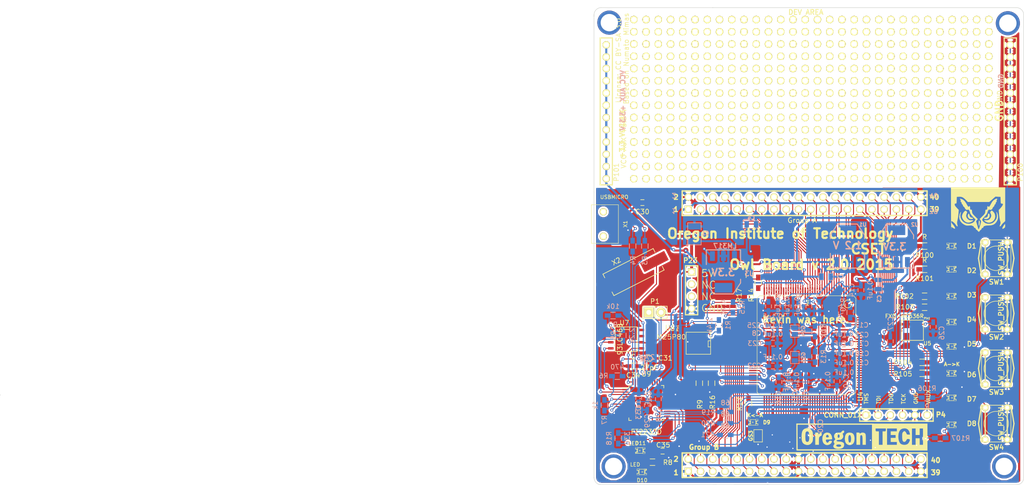
<source format=kicad_pcb>
(kicad_pcb (version 4) (host pcbnew "(after 2015-jan-16 BZR unknown)-product")
  (layers (0 F.Cu signal) (31 B.Cu power) (34 B.Paste user hide) (35 F.Paste user hide) (36 B.SilkS user hide) (37 F.SilkS user hide) (38 B.Mask user) (39 F.Mask user) (44 Edge.Cuts user))
  (net 0 "")
  (net 1 /Gpios/GPIO-N1)
  (net 2 /Gpios/GPIO-N10)
  (net 3 /Gpios/GPIO-N11)
  (net 4 /Gpios/GPIO-N12)
  (net 5 /Gpios/GPIO-N13)
  (net 6 /Gpios/GPIO-N14)
  (net 7 /Gpios/GPIO-N15)
  (net 8 /Gpios/GPIO-N16)
  (net 9 /Gpios/GPIO-N17)
  (net 10 /Gpios/GPIO-N18)
  (net 11 /Gpios/GPIO-N19)
  (net 12 /Gpios/GPIO-N2)
  (net 13 /Gpios/GPIO-N20)
  (net 14 /Gpios/GPIO-N21)
  (net 15 /Gpios/GPIO-N22)
  (net 16 /Gpios/GPIO-N23)
  (net 17 /Gpios/GPIO-N24)
  (net 18 /Gpios/GPIO-N25)
  (net 19 /Gpios/GPIO-N26)
  (net 20 /Gpios/GPIO-N27)
  (net 21 /Gpios/GPIO-N28)
  (net 22 /Gpios/GPIO-N29)
  (net 23 /Gpios/GPIO-N3)
  (net 24 /Gpios/GPIO-N30)
  (net 25 /Gpios/GPIO-N31)
  (net 26 /Gpios/GPIO-N32)
  (net 27 /Gpios/GPIO-N33)
  (net 28 /Gpios/GPIO-N34)
  (net 29 /Gpios/GPIO-N35)
  (net 30 /Gpios/GPIO-N4)
  (net 31 /Gpios/GPIO-N5)
  (net 32 /Gpios/GPIO-N6)
  (net 33 /Gpios/GPIO-N7)
  (net 34 /Gpios/GPIO-N8)
  (net 35 /Gpios/GPIO-N9)
  (net 36 /Gpios/GPIO-P1)
  (net 37 /Gpios/GPIO-P10)
  (net 38 /Gpios/GPIO-P11)
  (net 39 /Gpios/GPIO-P12)
  (net 40 /Gpios/GPIO-P13)
  (net 41 /Gpios/GPIO-P14)
  (net 42 /Gpios/GPIO-P15)
  (net 43 /Gpios/GPIO-P16)
  (net 44 /Gpios/GPIO-P17)
  (net 45 /Gpios/GPIO-P18)
  (net 46 /Gpios/GPIO-P19)
  (net 47 /Gpios/GPIO-P2)
  (net 48 /Gpios/GPIO-P20)
  (net 49 /Gpios/GPIO-P21)
  (net 50 /Gpios/GPIO-P22)
  (net 51 /Gpios/GPIO-P23)
  (net 52 /Gpios/GPIO-P24)
  (net 53 /Gpios/GPIO-P25)
  (net 54 /Gpios/GPIO-P26)
  (net 55 /Gpios/GPIO-P27)
  (net 56 /Gpios/GPIO-P28)
  (net 57 /Gpios/GPIO-P29)
  (net 58 /Gpios/GPIO-P3)
  (net 59 /Gpios/GPIO-P30)
  (net 60 /Gpios/GPIO-P31)
  (net 61 /Gpios/GPIO-P32)
  (net 62 /Gpios/GPIO-P33)
  (net 63 /Gpios/GPIO-P34)
  (net 64 /Gpios/GPIO-P35)
  (net 65 /Gpios/GPIO-P4)
  (net 66 /Gpios/GPIO-P5)
  (net 67 /Gpios/GPIO-P6)
  (net 68 /Gpios/GPIO-P7)
  (net 69 /Gpios/GPIO-P8)
  (net 70 /Gpios/GPIO-P9)
  (net 71 /Gpios/LED0)
  (net 72 /Gpios/LED1)
  (net 73 /Gpios/LED2)
  (net 74 /Gpios/LED3)
  (net 75 /Gpios/LED4)
  (net 76 /Gpios/LED5)
  (net 77 /Gpios/LED6)
  (net 78 /Gpios/LED7)
  (net 79 /Gpios/SW0)
  (net 80 /Gpios/SW1)
  (net 81 /Gpios/SW2)
  (net 82 /Gpios/SW3)
  (net 83 /Gpios/VCCIO)
  (net 84 /PowerSupply/5V)
  (net 85 /PowerSupply/D+)
  (net 86 /PowerSupply/D-)
  (net 87 /PowerSupply/VCCAUX)
  (net 88 /PowerSupply/VCCINT)
  (net 89 /USBJTAG/RXD)
  (net 90 /USBJTAG/TCK)
  (net 91 /USBJTAG/TDI)
  (net 92 /USBJTAG/TMS)
  (net 93 /USBJTAG/TXD)
  (net 94 /XC6SLX9/CCLK)
  (net 95 /XC6SLX9/CSO_B)
  (net 96 /XC6SLX9/DIN)
  (net 97 /XC6SLX9/DONE)
  (net 98 /XC6SLX9/GCLK)
  (net 99 /XC6SLX9/HSWAP)
  (net 100 /XC6SLX9/INIT_B)
  (net 101 /XC6SLX9/M0)
  (net 102 /XC6SLX9/M1)
  (net 103 /XC6SLX9/MOSI)
  (net 104 /XC6SLX9/PROGB)
  (net 105 /XC6SLX9/SUSPEND)
  (net 106 /XC6SLX9/TDI)
  (net 107 GND)
  (net 108 "Net-(C31-Pad1)")
  (net 109 "Net-(C32-Pad1)")
  (net 110 "Net-(C34-Pad1)")
  (net 111 /USBJTAG/+3.3V)
  (net 112 "Net-(D1-Pad1)")
  (net 113 "Net-(D2-Pad1)")
  (net 114 "Net-(D3-Pad1)")
  (net 115 "Net-(D4-Pad1)")
  (net 116 "Net-(D5-Pad1)")
  (net 117 "Net-(D6-Pad1)")
  (net 118 "Net-(D7-Pad1)")
  (net 119 "Net-(D8-Pad1)")
  (net 120 "Net-(D9-Pad2)")
  (net 121 "Net-(D10-Pad2)")
  (net 122 "Net-(D11-Pad2)")
  (net 123 "Net-(P23-Pad2)")
  (net 124 "Net-(P23-Pad3)")
  (net 125 "Net-(R2-Pad1)")
  (net 126 "Net-(R3-Pad2)")
  (net 127 "Net-(R4-Pad2)")
  (net 128 "Net-(R5-Pad2)")
  (net 129 "Net-(R7-Pad2)")
  (net 130 "Net-(R8-Pad1)")
  (net 131 "Net-(R18-Pad1)")
  (net 132 "Net-(R19-Pad1)")
  (net 133 "Net-(R20-Pad1)")
  (net 134 "Net-(R21-Pad1)")
  (net 135 "Net-(U4-Pad127)")
  (net 136 "Net-(U4-Pad143)")
  (net 137 "Net-(U4-Pad57)")
  (net 138 "Net-(U4-Pad58)")
  (net 139 "Net-(U4-Pad59)")
  (net 140 "Net-(U4-Pad61)")
  (net 141 "Net-(U4-Pad62)")
  (net 142 "Net-(U4-Pad66)")
  (net 143 "Net-(U4-Pad67)")
  (net 144 "Net-(U4-Pad72)")
  (net 145 "Net-(U7-Pad5)")
  (net 146 "Net-(U7-Pad4)")
  (net 147 "Net-(U9-Pad11)")
  (net 148 "Net-(U9-Pad12)")
  (net 149 "Net-(U9-Pad13)")
  (net 150 "Net-(U9-Pad15)")
  (net 151 "Net-(U9-Pad16)")
  (net 152 "Net-(U9-Pad17)")
  (net 153 "Net-(U9-Pad19)")
  (net 154 "Net-(U9-Pad20)")
  (net 155 "Net-(U9-Pad29)")
  (net 156 "Net-(U9-Pad30)")
  (net 157 "Net-(U9-Pad32)")
  (net 158 "Net-(U9-Pad33)")
  (net 159 "Net-(U9-Pad35)")
  (net 160 "Net-(U9-Pad36)")
  (net 161 "Net-(U9-Pad37)")
  (net 162 "Net-(U9-Pad38)")
  (net 163 "Net-(U9-Pad41)")
  (net 164 "Net-(X1-Pad4)")
  (module pin_array_6x2 (layer F.Cu) (at 235.458 127.762)
    (fp_text reference P4 (at 9.2075 -1.3335) (layer F.SilkS) (effects (font (size 1.016 1.016) (thickness 0.27432))))
    (fp_text value CONN_01X06 (at -10.16 -1.27) (layer F.SilkS) (effects (font (size 1.016 1.016) (thickness 0.2032))))
    (pad 1 thru_hole circle (at -6.35 -1.27) (size 1.524 1.524) (drill 1.016) (layers *.Cu *.Mask F.SilkS) (net 92 /USBJTAG/TMS))
    (pad 2 thru_hole circle (at -3.81 -1.27) (size 1.524 1.524) (drill 1.016) (layers *.Cu *.Mask F.SilkS) (net 106 /XC6SLX9/TDI))
    (pad 3 thru_hole circle (at -1.27 -1.27) (size 1.524 1.524) (drill 1.016) (layers *.Cu *.Mask F.SilkS) (net 91 /USBJTAG/TDI))
    (pad 4 thru_hole circle (at 1.27 -1.27) (size 1.524 1.524) (drill 1.016) (layers *.Cu *.Mask F.SilkS) (net 90 /USBJTAG/TCK))
    (pad 5 thru_hole circle (at 3.81 -1.27) (size 1.524 1.524) (drill 1.016) (layers *.Cu *.Mask F.SilkS) (net 107 GND))
    (pad 6 thru_hole circle (at 6.35 -1.27) (size 1.524 1.524) (drill 1.016) (layers *.Cu *.Mask F.SilkS) (net 87 /PowerSupply/VCCAUX))
  )
  (module TQG144 (layer F.Cu) (at 217.043 111.76 270)
    (fp_text reference U4 (at 10.8839 -10.922 270) (layer F.SilkS) (effects (font (size 1.016 1.016) (thickness 0.1905))))
    (fp_text value XC6SLX9-2TQG144C hide)
    (pad 109 smd rect (at 9 -11 270) (size 0.27 1.50114) (layers F.Cu F.Paste F.Mask) (net 90 /USBJTAG/TCK))
    (pad 110 smd rect (at 8.5 -11 270) (size 0.27 1.50114) (layers F.Cu F.Paste F.Mask) (net 106 /XC6SLX9/TDI))
    (pad 111 smd rect (at 8 -11 270) (size 0.27 1.50114) (layers F.Cu F.Paste F.Mask) (net 78 /Gpios/LED7))
    (pad 112 smd rect (at 7.5 -11 270) (size 0.27 1.50114) (layers F.Cu F.Paste F.Mask) (net 77 /Gpios/LED6))
    (pad 113 smd rect (at 7 -11 270) (size 0.27 1.50114) (layers F.Cu F.Paste F.Mask) (net 107 GND))
    (pad 114 smd rect (at 6.5 -11 270) (size 0.27 1.50114) (layers F.Cu F.Paste F.Mask) (net 76 /Gpios/LED5))
    (pad 115 smd rect (at 6 -11 270) (size 0.27 1.50114) (layers F.Cu F.Paste F.Mask) (net 75 /Gpios/LED4))
    (pad 116 smd rect (at 5.5 -11 270) (size 0.27 1.50114) (layers F.Cu F.Paste F.Mask) (net 74 /Gpios/LED3))
    (pad 117 smd rect (at 5 -11 270) (size 0.27 1.50114) (layers F.Cu F.Paste F.Mask) (net 73 /Gpios/LED2))
    (pad 118 smd rect (at 4.5 -11 270) (size 0.27 1.50114) (layers F.Cu F.Paste F.Mask) (net 72 /Gpios/LED1))
    (pad 119 smd rect (at 4 -11 270) (size 0.27 1.50114) (layers F.Cu F.Paste F.Mask) (net 71 /Gpios/LED0))
    (pad 120 smd rect (at 3.5 -11 270) (size 0.27 1.50114) (layers F.Cu F.Paste F.Mask) (net 82 /Gpios/SW3))
    (pad 121 smd rect (at 3 -11 270) (size 0.27 1.50114) (layers F.Cu F.Paste F.Mask) (net 81 /Gpios/SW2))
    (pad 122 smd rect (at 2.5 -11 270) (size 0.27 1.50114) (layers F.Cu F.Paste F.Mask) (net 83 /Gpios/VCCIO))
    (pad 123 smd rect (at 2 -11 270) (size 0.27 1.50114) (layers F.Cu F.Paste F.Mask) (net 80 /Gpios/SW1))
    (pad 124 smd rect (at 1.5 -11 270) (size 0.27 1.50114) (layers F.Cu F.Paste F.Mask) (net 79 /Gpios/SW0))
    (pad 125 smd rect (at 1 -11 270) (size 0.27 1.50114) (layers F.Cu F.Paste F.Mask) (net 83 /Gpios/VCCIO))
    (pad 126 smd rect (at 0.5 -11 270) (size 0.27 1.50114) (layers F.Cu F.Paste F.Mask) (net 98 /XC6SLX9/GCLK))
    (pad 127 smd rect (at 0 -11 270) (size 0.27 1.50114) (layers F.Cu F.Paste F.Mask) (net 135 "Net-(U4-Pad127)"))
    (pad 128 smd rect (at -0.5 -11 270) (size 0.27 1.50114) (layers F.Cu F.Paste F.Mask) (net 88 /PowerSupply/VCCINT))
    (pad 129 smd rect (at -1 -11 270) (size 0.27 1.50114) (layers F.Cu F.Paste F.Mask) (net 87 /PowerSupply/VCCAUX))
    (pad 130 smd rect (at -1.5 -11 270) (size 0.27 1.50114) (layers F.Cu F.Paste F.Mask) (net 107 GND))
    (pad 131 smd rect (at -2 -11) (size 1.50114 0.27) (layers F.Cu F.Paste F.Mask) (net 1 /Gpios/GPIO-N1))
    (pad 132 smd rect (at -2.5 -11) (size 1.50114 0.27) (layers F.Cu F.Paste F.Mask) (net 36 /Gpios/GPIO-P1))
    (pad 133 smd rect (at -3 -11) (size 1.50114 0.27) (layers F.Cu F.Paste F.Mask) (net 12 /Gpios/GPIO-N2))
    (pad 134 smd rect (at -3.5 -11) (size 1.50114 0.27) (layers F.Cu F.Paste F.Mask) (net 47 /Gpios/GPIO-P2))
    (pad 135 smd rect (at -4 -11) (size 1.50114 0.27) (layers F.Cu F.Paste F.Mask) (net 83 /Gpios/VCCIO))
    (pad 136 smd rect (at -4.5 -11) (size 1.50114 0.27) (layers F.Cu F.Paste F.Mask) (net 107 GND))
    (pad 137 smd rect (at -5 -11) (size 1.50114 0.27) (layers F.Cu F.Paste F.Mask) (net 23 /Gpios/GPIO-N3))
    (pad 138 smd rect (at -5.5 -11) (size 1.50114 0.27) (layers F.Cu F.Paste F.Mask) (net 58 /Gpios/GPIO-P3))
    (pad 139 smd rect (at -6 -11) (size 1.50114 0.27) (layers F.Cu F.Paste F.Mask) (net 30 /Gpios/GPIO-N4))
    (pad 140 smd rect (at -6.5 -11) (size 1.50114 0.27) (layers F.Cu F.Paste F.Mask) (net 65 /Gpios/GPIO-P4))
    (pad 141 smd rect (at -7 -11) (size 1.50114 0.27) (layers F.Cu F.Paste F.Mask) (net 31 /Gpios/GPIO-N5))
    (pad 142 smd rect (at -7.5 -11) (size 1.50114 0.27) (layers F.Cu F.Paste F.Mask) (net 66 /Gpios/GPIO-P5))
    (pad 143 smd rect (at -8 -11) (size 1.50114 0.27) (layers F.Cu F.Paste F.Mask) (net 136 "Net-(U4-Pad143)"))
    (pad 144 smd rect (at -8.5 -11) (size 1.50114 0.27) (layers F.Cu F.Paste F.Mask) (net 99 /XC6SLX9/HSWAP))
    (pad 108 smd rect (at 11.4 -8.5 270) (size 1.50114 0.27) (layers F.Cu F.Paste F.Mask) (net 107 GND))
    (pad 107 smd rect (at 11.4 -8 270) (size 1.50114 0.27) (layers F.Cu F.Paste F.Mask) (net 92 /USBJTAG/TMS))
    (pad 106 smd rect (at 11.4 -7.5 270) (size 1.50114 0.27) (layers F.Cu F.Paste F.Mask) (net 91 /USBJTAG/TDI))
    (pad 105 smd rect (at 11.4 -7 270) (size 1.50114 0.27) (layers F.Cu F.Paste F.Mask) (net 49 /Gpios/GPIO-P21))
    (pad 104 smd rect (at 11.4 -6.5 270) (size 1.50114 0.27) (layers F.Cu F.Paste F.Mask) (net 14 /Gpios/GPIO-N21))
    (pad 103 smd rect (at 11.4 -6 270) (size 1.50114 0.27) (layers F.Cu F.Paste F.Mask) (net 83 /Gpios/VCCIO))
    (pad 102 smd rect (at 11.4 -5.5 270) (size 1.50114 0.27) (layers F.Cu F.Paste F.Mask) (net 48 /Gpios/GPIO-P20))
    (pad 101 smd rect (at 11.4 -5 270) (size 1.50114 0.27) (layers F.Cu F.Paste F.Mask) (net 13 /Gpios/GPIO-N20))
    (pad 2 smd rect (at -11 -8) (size 0.27 1.50114) (layers F.Cu F.Paste F.Mask) (net 67 /Gpios/GPIO-P6))
    (pad 3 smd rect (at -11 -7.5) (size 0.27 1.50114) (layers F.Cu F.Paste F.Mask) (net 107 GND))
    (pad 4 smd rect (at -11 -7) (size 0.27 1.50114) (layers F.Cu F.Paste F.Mask) (net 83 /Gpios/VCCIO))
    (pad 5 smd rect (at -11 -6.5) (size 0.27 1.50114) (layers F.Cu F.Paste F.Mask) (net 33 /Gpios/GPIO-N7))
    (pad 6 smd rect (at -11 -6) (size 0.27 1.50114) (layers F.Cu F.Paste F.Mask) (net 68 /Gpios/GPIO-P7))
    (pad 7 smd rect (at -11 -5.5) (size 0.27 1.50114) (layers F.Cu F.Paste F.Mask) (net 34 /Gpios/GPIO-N8))
    (pad 8 smd rect (at -11 -5) (size 0.27 1.50114) (layers F.Cu F.Paste F.Mask) (net 69 /Gpios/GPIO-P8))
    (pad 9 smd rect (at -11 -4.5) (size 0.27 1.50114) (layers F.Cu F.Paste F.Mask) (net 35 /Gpios/GPIO-N9))
    (pad 10 smd rect (at -11 -4) (size 0.27 1.50114) (layers F.Cu F.Paste F.Mask) (net 70 /Gpios/GPIO-P9))
    (pad 11 smd rect (at -11 -3.5) (size 0.27 1.50114) (layers F.Cu F.Paste F.Mask) (net 2 /Gpios/GPIO-N10))
    (pad 12 smd rect (at -11 -3) (size 0.27 1.50114) (layers F.Cu F.Paste F.Mask) (net 37 /Gpios/GPIO-P10))
    (pad 1 smd rect (at -11 -8.5) (size 0.27 1.50114) (layers F.Cu F.Paste F.Mask) (net 32 /Gpios/GPIO-N6))
    (pad 13 smd rect (at -11 -2.5) (size 0.27 1.50114) (layers F.Cu F.Paste F.Mask) (net 107 GND))
    (pad 14 smd rect (at -11 -2) (size 0.24 1.50114) (layers F.Cu F.Paste F.Mask) (net 3 /Gpios/GPIO-N11))
    (pad 15 smd rect (at -11 -1.5) (size 0.27 1.50114) (layers F.Cu F.Paste F.Mask) (net 38 /Gpios/GPIO-P11))
    (pad 16 smd rect (at -11 -1) (size 0.27 1.50114) (layers F.Cu F.Paste F.Mask) (net 4 /Gpios/GPIO-N12))
    (pad 17 smd rect (at -11 -0.5) (size 0.27 1.50114) (layers F.Cu F.Paste F.Mask) (net 39 /Gpios/GPIO-P12))
    (pad 18 smd rect (at -11 0) (size 0.27 1.50114) (layers F.Cu F.Paste F.Mask) (net 83 /Gpios/VCCIO))
    (pad 19 smd rect (at -11 0.5) (size 0.27 1.50114) (layers F.Cu F.Paste F.Mask) (net 88 /PowerSupply/VCCINT))
    (pad 20 smd rect (at -11 1) (size 0.27 1.50114) (layers F.Cu F.Paste F.Mask) (net 87 /PowerSupply/VCCAUX))
    (pad 21 smd rect (at -11 1.5) (size 0.27 1.50114) (layers F.Cu F.Paste F.Mask) (net 5 /Gpios/GPIO-N13))
    (pad 22 smd rect (at -11 2) (size 0.27 1.50114) (layers F.Cu F.Paste F.Mask) (net 40 /Gpios/GPIO-P13))
    (pad 23 smd rect (at -11 2.5) (size 0.27 1.50114) (layers F.Cu F.Paste F.Mask) (net 6 /Gpios/GPIO-N14))
    (pad 24 smd rect (at -11 3) (size 0.27 1.50114) (layers F.Cu F.Paste F.Mask) (net 41 /Gpios/GPIO-P14))
    (pad 25 smd rect (at -11 3.5) (size 0.27 1.50114) (layers F.Cu F.Paste F.Mask) (net 107 GND))
    (pad 26 smd rect (at -11 4 270) (size 1.50114 0.27) (layers F.Cu F.Paste F.Mask) (net 7 /Gpios/GPIO-N15))
    (pad 27 smd rect (at -11 4.5 270) (size 1.50114 0.27) (layers F.Cu F.Paste F.Mask) (net 42 /Gpios/GPIO-P15))
    (pad 28 smd rect (at -11 5 270) (size 1.50114 0.27) (layers F.Cu F.Paste F.Mask) (net 88 /PowerSupply/VCCINT))
    (pad 29 smd rect (at -11 5.5 270) (size 1.50114 0.27) (layers F.Cu F.Paste F.Mask) (net 8 /Gpios/GPIO-N16))
    (pad 30 smd rect (at -11 6 270) (size 1.50114 0.27) (layers F.Cu F.Paste F.Mask) (net 43 /Gpios/GPIO-P16))
    (pad 31 smd rect (at -11 6.5 270) (size 1.50114 0.27) (layers F.Cu F.Paste F.Mask) (net 83 /Gpios/VCCIO))
    (pad 32 smd rect (at -11 7 270) (size 1.50114 0.27) (layers F.Cu F.Paste F.Mask) (net 9 /Gpios/GPIO-N17))
    (pad 33 smd rect (at -11 7.5 270) (size 1.50114 0.27) (layers F.Cu F.Paste F.Mask) (net 44 /Gpios/GPIO-P17))
    (pad 34 smd rect (at -11 8 270) (size 1.50114 0.27) (layers F.Cu F.Paste F.Mask) (net 10 /Gpios/GPIO-N18))
    (pad 35 smd rect (at -11 8.5 270) (size 1.50114 0.27) (layers F.Cu F.Paste F.Mask) (net 45 /Gpios/GPIO-P18))
    (pad 36 smd rect (at -11 9 270) (size 1.50114 0.27) (layers F.Cu F.Paste F.Mask) (net 87 /PowerSupply/VCCAUX))
    (pad 37 smd rect (at -8.5 11.4) (size 1.50114 0.27) (layers F.Cu F.Paste F.Mask) (net 104 /XC6SLX9/PROGB))
    (pad 38 smd rect (at -8 11.4) (size 1.50114 0.27) (layers F.Cu F.Paste F.Mask) (net 95 /XC6SLX9/CSO_B))
    (pad 39 smd rect (at -7.5 11.4) (size 1.50114 0.27) (layers F.Cu F.Paste F.Mask) (net 100 /XC6SLX9/INIT_B))
    (pad 40 smd rect (at -7 11.4) (size 1.50114 0.27) (layers F.Cu F.Paste F.Mask) (net 89 /USBJTAG/RXD))
    (pad 41 smd rect (at -6.5 11.4) (size 1.50114 0.27) (layers F.Cu F.Paste F.Mask) (net 93 /USBJTAG/TXD))
    (pad 42 smd rect (at -6 11.4) (size 1.50114 0.27) (layers F.Cu F.Paste F.Mask) (net 87 /PowerSupply/VCCAUX))
    (pad 43 smd rect (at -5.5 11.4) (size 1.50114 0.27) (layers F.Cu F.Paste F.Mask) (net 16 /Gpios/GPIO-N23))
    (pad 44 smd rect (at -5 11.4) (size 1.50114 0.27) (layers F.Cu F.Paste F.Mask) (net 51 /Gpios/GPIO-P23))
    (pad 45 smd rect (at -4.5 11.4) (size 1.50114 0.27) (layers F.Cu F.Paste F.Mask) (net 18 /Gpios/GPIO-N25))
    (pad 46 smd rect (at -4 11.4) (size 1.50114 0.27) (layers F.Cu F.Paste F.Mask) (net 53 /Gpios/GPIO-P25))
    (pad 47 smd rect (at -3.5 11.4) (size 1.50114 0.27) (layers F.Cu F.Paste F.Mask) (net 17 /Gpios/GPIO-N24))
    (pad 48 smd rect (at -3 11.4) (size 1.50114 0.27) (layers F.Cu F.Paste F.Mask) (net 52 /Gpios/GPIO-P24))
    (pad 49 smd rect (at -2.5 11.4) (size 1.50114 0.27) (layers F.Cu F.Paste F.Mask) (net 107 GND))
    (pad 50 smd rect (at -2 11.4) (size 1.50114 0.27) (layers F.Cu F.Paste F.Mask) (net 15 /Gpios/GPIO-N22))
    (pad 51 smd rect (at -1.5 11.4 270) (size 0.27 1.50114) (layers F.Cu F.Paste F.Mask) (net 50 /Gpios/GPIO-P22))
    (pad 52 smd rect (at -1 11.4 270) (size 0.27 1.50114) (layers F.Cu F.Paste F.Mask) (net 88 /PowerSupply/VCCINT))
    (pad 53 smd rect (at -0.5 11.4 270) (size 0.27 1.50114) (layers F.Cu F.Paste F.Mask) (net 87 /PowerSupply/VCCAUX))
    (pad 54 smd rect (at 0 11.4 270) (size 0.27 1.50114) (layers F.Cu F.Paste F.Mask) (net 107 GND))
    (pad 55 smd rect (at 0.5 11.4 270) (size 0.27 1.50114) (layers F.Cu F.Paste F.Mask) (net 11 /Gpios/GPIO-N19))
    (pad 56 smd rect (at 1 11.4 270) (size 0.27 1.50114) (layers F.Cu F.Paste F.Mask) (net 46 /Gpios/GPIO-P19))
    (pad 57 smd rect (at 1.5 11.4 270) (size 0.27 1.50114) (layers F.Cu F.Paste F.Mask) (net 137 "Net-(U4-Pad57)"))
    (pad 58 smd rect (at 2 11.4 270) (size 0.27 1.50114) (layers F.Cu F.Paste F.Mask) (net 138 "Net-(U4-Pad58)"))
    (pad 59 smd rect (at 2.5 11.4 270) (size 0.27 1.50114) (layers F.Cu F.Paste F.Mask) (net 139 "Net-(U4-Pad59)"))
    (pad 60 smd rect (at 3 11.4 270) (size 0.27 1.50114) (layers F.Cu F.Paste F.Mask) (net 102 /XC6SLX9/M1))
    (pad 61 smd rect (at 3.5 11.4 270) (size 0.27 1.50114) (layers F.Cu F.Paste F.Mask) (net 140 "Net-(U4-Pad61)"))
    (pad 62 smd rect (at 4 11.4 270) (size 0.27 1.50114) (layers F.Cu F.Paste F.Mask) (net 141 "Net-(U4-Pad62)"))
    (pad 63 smd rect (at 4.5 11.4 270) (size 0.27 1.50114) (layers F.Cu F.Paste F.Mask) (net 87 /PowerSupply/VCCAUX))
    (pad 64 smd rect (at 5 11.4 270) (size 0.27 1.50114) (layers F.Cu F.Paste F.Mask) (net 103 /XC6SLX9/MOSI))
    (pad 65 smd rect (at 5.5 11.4 270) (size 0.27 1.50114) (layers F.Cu F.Paste F.Mask) (net 96 /XC6SLX9/DIN))
    (pad 66 smd rect (at 6 11.4 270) (size 0.27 1.50114) (layers F.Cu F.Paste F.Mask) (net 142 "Net-(U4-Pad66)"))
    (pad 67 smd rect (at 6.5 11.4 270) (size 0.27 1.50114) (layers F.Cu F.Paste F.Mask) (net 143 "Net-(U4-Pad67)"))
    (pad 68 smd rect (at 7 11.4 270) (size 0.27 1.50114) (layers F.Cu F.Paste F.Mask) (net 107 GND))
    (pad 69 smd rect (at 7.5 11.4 270) (size 0.27 1.50114) (layers F.Cu F.Paste F.Mask) (net 101 /XC6SLX9/M0))
    (pad 70 smd rect (at 8 11.4 270) (size 0.27 1.50114) (layers F.Cu F.Paste F.Mask) (net 94 /XC6SLX9/CCLK))
    (pad 71 smd rect (at 8.5 11.4 270) (size 0.27 1.50114) (layers F.Cu F.Paste F.Mask) (net 97 /XC6SLX9/DONE))
    (pad 72 smd rect (at 9 11.4 270) (size 0.27 1.50114) (layers F.Cu F.Paste F.Mask) (net 144 "Net-(U4-Pad72)"))
    (pad 73 smd rect (at 11.4 9) (size 0.27 1.50114) (layers F.Cu F.Paste F.Mask) (net 105 /XC6SLX9/SUSPEND))
    (pad 74 smd rect (at 11.4 8.5) (size 0.27 1.50114) (layers F.Cu F.Paste F.Mask) (net 19 /Gpios/GPIO-N26))
    (pad 75 smd rect (at 11.4 8) (size 0.27 1.50114) (layers F.Cu F.Paste F.Mask) (net 54 /Gpios/GPIO-P26))
    (pad 76 smd rect (at 11.4 7.5 270) (size 1.50114 0.27) (layers F.Cu F.Paste F.Mask) (net 83 /Gpios/VCCIO))
    (pad 77 smd rect (at 11.4 7 270) (size 1.50114 0.27) (layers F.Cu F.Paste F.Mask) (net 107 GND))
    (pad 78 smd rect (at 11.4 6.5 270) (size 1.50114 0.27) (layers F.Cu F.Paste F.Mask) (net 20 /Gpios/GPIO-N27))
    (pad 79 smd rect (at 11.4 6 270) (size 1.50114 0.27) (layers F.Cu F.Paste F.Mask) (net 55 /Gpios/GPIO-P27))
    (pad 80 smd rect (at 11.4 5.5 270) (size 1.50114 0.27) (layers F.Cu F.Paste F.Mask) (net 21 /Gpios/GPIO-N28))
    (pad 81 smd rect (at 11.4 5 270) (size 1.50114 0.27) (layers F.Cu F.Paste F.Mask) (net 56 /Gpios/GPIO-P28))
    (pad 82 smd rect (at 11.4 4.5 270) (size 1.50114 0.27) (layers F.Cu F.Paste F.Mask) (net 22 /Gpios/GPIO-N29))
    (pad 83 smd rect (at 11.4 4 270) (size 1.50114 0.27) (layers F.Cu F.Paste F.Mask) (net 57 /Gpios/GPIO-P29))
    (pad 84 smd rect (at 11.4 3.5 270) (size 1.50114 0.27) (layers F.Cu F.Adhes F.Paste F.Mask) (net 24 /Gpios/GPIO-N30))
    (pad 85 smd rect (at 11.4 3 270) (size 1.50114 0.27) (layers F.Cu F.Paste F.Mask) (net 59 /Gpios/GPIO-P30))
    (pad 86 smd rect (at 11.4 2.5 270) (size 1.50114 0.27) (layers F.Cu F.Paste F.Mask) (net 83 /Gpios/VCCIO))
    (pad 87 smd rect (at 11.4 2 270) (size 1.50114 0.27) (layers F.Cu F.Paste F.Mask) (net 25 /Gpios/GPIO-N31))
    (pad 88 smd rect (at 11.4 1.5 270) (size 1.50114 0.27) (layers F.Cu F.Paste F.Mask) (net 60 /Gpios/GPIO-P31))
    (pad 89 smd rect (at 11.4 1 270) (size 1.50114 0.27) (layers F.Cu F.Paste F.Mask) (net 88 /PowerSupply/VCCINT))
    (pad 90 smd rect (at 11.4 0.5 270) (size 1.50114 0.27) (layers F.Cu F.Paste F.Mask) (net 87 /PowerSupply/VCCAUX))
    (pad 91 smd rect (at 11.4 0 270) (size 1.50114 0.27) (layers F.Cu F.Paste F.Mask) (net 107 GND))
    (pad 92 smd rect (at 11.4 -0.5 270) (size 1.50114 0.27) (layers F.Cu F.Paste F.Mask) (net 26 /Gpios/GPIO-N32))
    (pad 93 smd rect (at 11.4 -1 270) (size 1.50114 0.27) (layers F.Cu F.Paste F.Mask) (net 61 /Gpios/GPIO-P32))
    (pad 94 smd rect (at 11.4 -1.5 270) (size 1.50114 0.27) (layers F.Cu F.Paste F.Mask) (net 27 /Gpios/GPIO-N33))
    (pad 95 smd rect (at 11.4 -2 270) (size 1.50114 0.27) (layers F.Cu F.Paste F.Mask) (net 62 /Gpios/GPIO-P33))
    (pad 96 smd rect (at 11.4 -2.5 270) (size 1.50114 0.27) (layers F.Cu F.Paste F.Mask) (net 107 GND))
    (pad 97 smd rect (at 11.4 -3 270) (size 1.50114 0.27) (layers F.Cu F.Paste F.Mask) (net 28 /Gpios/GPIO-N34))
    (pad 98 smd rect (at 11.4 -3.5 270) (size 1.50114 0.27) (layers F.Cu F.Paste F.Mask) (net 63 /Gpios/GPIO-P34))
    (pad 99 smd rect (at 11.4 -4 270) (size 1.50114 0.27) (layers F.Cu F.Paste F.Mask) (net 29 /Gpios/GPIO-N35))
    (pad 100 smd rect (at 11.4 -4.5 270) (size 1.50114 0.27) (layers F.Cu F.Paste F.Mask) (net 64 /Gpios/GPIO-P35))
  )
  (module LED-0805 (layer F.Cu) (at 246.888 128.524)
    (fp_text reference D8 (at 4.191 -0.254) (layer F.SilkS) (effects (font (thickness 0.1905))))
    (fp_text value LED hide)
    (pad 1 smd rect (at -1.04902 0) (size 1.19888 1.19888) (layers F.Cu F.Paste F.Mask) (net 119 "Net-(D8-Pad1)"))
    (pad 2 smd rect (at 1.04902 0) (size 1.19888 1.19888) (layers F.Cu F.Paste F.Mask) (net 107 GND))
  )
  (module LED-0805 (layer F.Cu) (at 246.888 122.936)
    (fp_text reference D7 (at 4.191 0.254) (layer F.SilkS) (effects (font (thickness 0.1905))))
    (fp_text value LED hide)
    (pad 1 smd rect (at -1.04902 0) (size 1.19888 1.19888) (layers F.Cu F.Paste F.Mask) (net 118 "Net-(D7-Pad1)"))
    (pad 2 smd rect (at 1.04902 0) (size 1.19888 1.19888) (layers F.Cu F.Paste F.Mask) (net 107 GND))
  )
  (module LED-0805 (layer F.Cu) (at 246.888 117.856)
    (fp_text reference D6 (at 4.191 0.254) (layer F.SilkS) (effects (font (thickness 0.1905))))
    (fp_text value LED hide)
    (pad 1 smd rect (at -1.04902 0) (size 1.19888 1.19888) (layers F.Cu F.Paste F.Mask) (net 117 "Net-(D6-Pad1)"))
    (pad 2 smd rect (at 1.04902 0) (size 1.19888 1.19888) (layers F.Cu F.Paste F.Mask) (net 107 GND))
  )
  (module LED-0805 (layer F.Cu) (at 246.888 112.268)
    (fp_text reference D5 (at 4.191 -0.508) (layer F.SilkS) (effects (font (thickness 0.1905))))
    (fp_text value LED hide)
    (pad 1 smd rect (at -1.04902 0) (size 1.19888 1.19888) (layers F.Cu F.Paste F.Mask) (net 116 "Net-(D5-Pad1)"))
    (pad 2 smd rect (at 1.04902 0) (size 1.19888 1.19888) (layers F.Cu F.Paste F.Mask) (net 107 GND))
  )
  (module LED-0805 (layer F.Cu) (at 246.888 107.188)
    (fp_text reference D4 (at 4.191 -0.508) (layer F.SilkS) (effects (font (thickness 0.1905))))
    (fp_text value LED hide)
    (pad 1 smd rect (at -1.04902 0) (size 1.19888 1.19888) (layers F.Cu F.Paste F.Mask) (net 115 "Net-(D4-Pad1)"))
    (pad 2 smd rect (at 1.04902 0) (size 1.19888 1.19888) (layers F.Cu F.Paste F.Mask) (net 107 GND))
  )
  (module LED-0805 (layer F.Cu) (at 246.888 101.854)
    (fp_text reference D3 (at 4.191 -0.254) (layer F.SilkS) (effects (font (thickness 0.1905))))
    (fp_text value LED hide)
    (pad 1 smd rect (at -1.04902 0) (size 1.19888 1.19888) (layers F.Cu F.Paste F.Mask) (net 114 "Net-(D3-Pad1)"))
    (pad 2 smd rect (at 1.04902 0) (size 1.19888 1.19888) (layers F.Cu F.Paste F.Mask) (net 107 GND))
  )
  (module LED-0805 (layer F.Cu) (at 246.888 96.266)
    (fp_text reference D2 (at 4.191 0.254) (layer F.SilkS) (effects (font (thickness 0.1905))))
    (fp_text value LED hide)
    (pad 1 smd rect (at -1.04902 0) (size 1.19888 1.19888) (layers F.Cu F.Paste F.Mask) (net 113 "Net-(D2-Pad1)"))
    (pad 2 smd rect (at 1.04902 0) (size 1.19888 1.19888) (layers F.Cu F.Paste F.Mask) (net 107 GND))
  )
  (module LED-0805 (layer F.Cu) (at 246.888 91.44)
    (fp_text reference D1 (at 4.191 0) (layer F.SilkS) (effects (font (thickness 0.1905))))
    (fp_text value LED hide)
    (pad 1 smd rect (at -1.04902 0) (size 1.19888 1.19888) (layers F.Cu F.Paste F.Mask) (net 112 "Net-(D1-Pad1)"))
    (pad 2 smd rect (at 1.04902 0) (size 1.19888 1.19888) (layers F.Cu F.Paste F.Mask) (net 107 GND))
  )
  (module LED-0805 (layer F.Cu) (at 205.74 128.016 180)
    (fp_text reference D9 (at -2.794 0 180) (layer F.SilkS) (effects (font (size 0.762 0.762) (thickness 0.1905))))
    (fp_text value LED hide)
    (pad 1 smd rect (at -1.04902 0 180) (size 1.19888 1.19888) (layers F.Cu F.Paste F.Mask) (net 87 /PowerSupply/VCCAUX))
    (pad 2 smd rect (at 1.04902 0 180) (size 1.19888 1.19888) (layers F.Cu F.Paste F.Mask) (net 120 "Net-(D9-Pad2)"))
  )
  (module GS2 (layer B.Cu) (at 214.376 109.093)
    (fp_text reference GS4 (at 1.72466 -0.0508 90) (layer B.SilkS) (effects (font (size 0.762 0.762) (thickness 0.1905)) (justify mirror)))
    (fp_text value GS2 hide)
    (pad 1 smd rect (at 0 0.635) (size 1.27 0.9652) (layers B.Cu B.Paste B.Mask) (net 102 /XC6SLX9/M1))
    (pad 2 smd rect (at 0 -0.635) (size 1.27 0.9652) (layers B.Cu B.Paste B.Mask) (net 107 GND))
  )
  (module GS2 (layer F.Cu) (at 206.756 130.81)
    (fp_text reference GS3 (at -1.524 0 90) (layer F.SilkS) (effects (font (size 0.762 0.762) (thickness 0.1905))))
    (fp_text value GS2 hide)
    (pad 1 smd rect (at 0 -0.635) (size 1.27 0.9652) (layers F.Cu F.Paste F.Mask) (net 105 /XC6SLX9/SUSPEND))
    (pad 2 smd rect (at 0 0.635) (size 1.27 0.9652) (layers F.Cu F.Paste F.Mask) (net 107 GND))
  )
  (module SM1210 (layer B.Cu) (at 193.548 88.9 90)
    (fp_text reference C1 (at 0.127 2.286 180) (layer B.SilkS) (effects (font (size 0.762 0.762) (thickness 0.1905)) (justify mirror)))
    (fp_text value 47uF hide)
    (pad 1 smd rect (at -1.524 0 90) (size 1.27 2.54) (layers B.Cu B.Paste B.Mask) (net 84 /PowerSupply/5V))
    (pad 2 smd rect (at 1.524 0 90) (size 1.27 2.54) (layers B.Cu B.Paste B.Mask) (net 107 GND))
  )
  (module SOT223 (layer B.Cu) (at 235.458 91.44 180)
    (fp_text reference U2 (at -3.81 4.445 180) (layer B.SilkS) (effects (font (size 0.762 0.762) (thickness 0.1905)) (justify mirror)))
    (fp_text value LM317 hide)
    (pad 4 smd rect (at 0 3.302 180) (size 3.6576 2.032) (layers B.Cu B.Paste B.Mask))
    (pad 2 smd rect (at 0 -3.302 180) (size 1.016 2.032) (layers B.Cu B.Paste B.Mask) (net 83 /Gpios/VCCIO))
    (pad 3 smd rect (at 2.286 -3.302 180) (size 1.016 2.032) (layers B.Cu B.Paste B.Mask) (net 84 /PowerSupply/5V))
    (pad 1 smd rect (at -2.286 -3.302 180) (size 1.016 2.032) (layers B.Cu B.Paste B.Mask) (net 107 GND))
  )
  (module SOT223 (layer B.Cu) (at 225.298 91.44 180)
    (fp_text reference U1 (at -3.175 4.445 180) (layer B.SilkS) (effects (font (size 0.762 0.762) (thickness 0.1905)) (justify mirror)))
    (fp_text value LM317 hide)
    (pad 4 smd rect (at 0 3.302 180) (size 3.6576 2.032) (layers B.Cu B.Paste B.Mask))
    (pad 2 smd rect (at 0 -3.302 180) (size 1.016 2.032) (layers B.Cu B.Paste B.Mask) (net 88 /PowerSupply/VCCINT))
    (pad 3 smd rect (at 2.286 -3.302 180) (size 1.016 2.032) (layers B.Cu B.Paste B.Mask) (net 84 /PowerSupply/5V))
    (pad 1 smd rect (at -2.286 -3.302 180) (size 1.016 2.032) (layers B.Cu B.Paste B.Mask) (net 107 GND))
  )
  (module SM0805 (layer B.Cu) (at 205.359 86.9442)
    (fp_text reference C4 (at -0.03556 -1.36906) (layer B.SilkS) (effects (font (size 0.762 0.762) (thickness 0.1905)) (justify mirror)))
    (fp_text value 10uF hide)
    (pad 1 smd rect (at -0.9525 0) (size 0.889 1.397) (layers B.Cu B.Paste B.Mask) (net 87 /PowerSupply/VCCAUX))
    (pad 2 smd rect (at 0.9525 0) (size 0.889 1.397) (layers B.Cu B.Paste B.Mask) (net 107 GND))
  )
  (module PIN_ARRAY_20X2 (layer F.Cu) (at 216.408 82.55 180)
    (fp_text reference P2 hide)
    (fp_text value CONN_20X2 hide)
    (pad 1 thru_hole circle (at -24.13 1.27 180) (size 1.524 1.524) (drill 1.016) (layers *.Cu *.Mask F.SilkS) (net 107 GND))
    (pad 2 thru_hole circle (at -24.13 -1.27 180) (size 1.524 1.524) (drill 1.016) (layers *.Cu *.Mask F.SilkS) (net 83 /Gpios/VCCIO))
    (pad 11 thru_hole circle (at -11.43 1.27 180) (size 1.524 1.524) (drill 1.016) (layers *.Cu *.Mask F.SilkS) (net 31 /Gpios/GPIO-N5))
    (pad 4 thru_hole circle (at -21.59 -1.27 180) (size 1.524 1.524) (drill 1.016) (layers *.Cu *.Mask F.SilkS) (net 36 /Gpios/GPIO-P1))
    (pad 13 thru_hole circle (at -8.89 1.27 180) (size 1.524 1.524) (drill 1.016) (layers *.Cu *.Mask F.SilkS) (net 32 /Gpios/GPIO-N6))
    (pad 6 thru_hole circle (at -19.05 -1.27 180) (size 1.524 1.524) (drill 1.016) (layers *.Cu *.Mask F.SilkS) (net 47 /Gpios/GPIO-P2))
    (pad 15 thru_hole circle (at -6.35 1.27 180) (size 1.524 1.524) (drill 1.016) (layers *.Cu *.Mask F.SilkS) (net 33 /Gpios/GPIO-N7))
    (pad 8 thru_hole circle (at -16.51 -1.27 180) (size 1.524 1.524) (drill 1.016) (layers *.Cu *.Mask F.SilkS) (net 58 /Gpios/GPIO-P3))
    (pad 17 thru_hole circle (at -3.81 1.27 180) (size 1.524 1.524) (drill 1.016) (layers *.Cu *.Mask F.SilkS) (net 34 /Gpios/GPIO-N8))
    (pad 10 thru_hole circle (at -13.97 -1.27 180) (size 1.524 1.524) (drill 1.016) (layers *.Cu *.Mask F.SilkS) (net 65 /Gpios/GPIO-P4))
    (pad 19 thru_hole circle (at -1.27 1.27 180) (size 1.524 1.524) (drill 1.016) (layers *.Cu *.Mask F.SilkS) (net 35 /Gpios/GPIO-N9))
    (pad 12 thru_hole circle (at -11.43 -1.27 180) (size 1.524 1.524) (drill 1.016) (layers *.Cu *.Mask F.SilkS) (net 66 /Gpios/GPIO-P5))
    (pad 21 thru_hole circle (at 1.27 1.27 180) (size 1.524 1.524) (drill 1.016) (layers *.Cu *.Mask F.SilkS) (net 2 /Gpios/GPIO-N10))
    (pad 14 thru_hole circle (at -8.89 -1.27 180) (size 1.524 1.524) (drill 1.016) (layers *.Cu *.Mask F.SilkS) (net 67 /Gpios/GPIO-P6))
    (pad 23 thru_hole circle (at 3.81 1.27 180) (size 1.524 1.524) (drill 1.016) (layers *.Cu *.Mask F.SilkS) (net 3 /Gpios/GPIO-N11))
    (pad 16 thru_hole circle (at -6.35 -1.27 180) (size 1.524 1.524) (drill 1.016) (layers *.Cu *.Mask F.SilkS) (net 68 /Gpios/GPIO-P7))
    (pad 25 thru_hole circle (at 6.35 1.27 180) (size 1.524 1.524) (drill 1.016) (layers *.Cu *.Mask F.SilkS) (net 4 /Gpios/GPIO-N12))
    (pad 18 thru_hole circle (at -3.81 -1.27 180) (size 1.524 1.524) (drill 1.016) (layers *.Cu *.Mask F.SilkS) (net 69 /Gpios/GPIO-P8))
    (pad 27 thru_hole circle (at 8.89 1.27 180) (size 1.524 1.524) (drill 1.016) (layers *.Cu *.Mask F.SilkS) (net 5 /Gpios/GPIO-N13))
    (pad 20 thru_hole circle (at -1.27 -1.27 180) (size 1.524 1.524) (drill 1.016) (layers *.Cu *.Mask F.SilkS) (net 70 /Gpios/GPIO-P9))
    (pad 29 thru_hole circle (at 11.43 1.27 180) (size 1.524 1.524) (drill 1.016) (layers *.Cu *.Mask F.SilkS) (net 6 /Gpios/GPIO-N14))
    (pad 22 thru_hole circle (at 1.27 -1.27 180) (size 1.524 1.524) (drill 1.016) (layers *.Cu *.Mask F.SilkS) (net 37 /Gpios/GPIO-P10))
    (pad 31 thru_hole circle (at 13.97 1.27 180) (size 1.524 1.524) (drill 1.016) (layers *.Cu *.Mask F.SilkS) (net 7 /Gpios/GPIO-N15))
    (pad 24 thru_hole circle (at 3.81 -1.27 180) (size 1.524 1.524) (drill 1.016) (layers *.Cu *.Mask F.SilkS) (net 38 /Gpios/GPIO-P11))
    (pad 26 thru_hole circle (at 6.35 -1.27 180) (size 1.524 1.524) (drill 1.016) (layers *.Cu *.Mask F.SilkS) (net 39 /Gpios/GPIO-P12))
    (pad 33 thru_hole circle (at 16.51 1.27 180) (size 1.524 1.524) (drill 1.016) (layers *.Cu *.Mask F.SilkS) (net 8 /Gpios/GPIO-N16))
    (pad 28 thru_hole circle (at 8.89 -1.27 180) (size 1.524 1.524) (drill 1.016) (layers *.Cu *.Mask F.SilkS) (net 40 /Gpios/GPIO-P13))
    (pad 32 thru_hole circle (at 13.97 -1.27 180) (size 1.524 1.524) (drill 1.016) (layers *.Cu *.Mask F.SilkS) (net 42 /Gpios/GPIO-P15))
    (pad 34 thru_hole circle (at 16.51 -1.27 180) (size 1.524 1.524) (drill 1.016) (layers *.Cu *.Mask F.SilkS) (net 43 /Gpios/GPIO-P16))
    (pad 36 thru_hole circle (at 19.05 -1.27 180) (size 1.524 1.524) (drill 1.016) (layers *.Cu *.Mask F.SilkS) (net 44 /Gpios/GPIO-P17))
    (pad 38 thru_hole circle (at 21.59 -1.27 180) (size 1.524 1.524) (drill 1.016) (layers *.Cu *.Mask F.SilkS) (net 45 /Gpios/GPIO-P18))
    (pad 35 thru_hole circle (at 19.05 1.27 180) (size 1.524 1.524) (drill 1.016) (layers *.Cu *.Mask F.SilkS) (net 9 /Gpios/GPIO-N17))
    (pad 37 thru_hole circle (at 21.59 1.27 180) (size 1.524 1.524) (drill 1.016) (layers *.Cu *.Mask F.SilkS) (net 10 /Gpios/GPIO-N18))
    (pad 3 thru_hole circle (at -21.59 1.27 180) (size 1.524 1.524) (drill 1.016) (layers *.Cu *.Mask F.SilkS) (net 1 /Gpios/GPIO-N1))
    (pad 5 thru_hole circle (at -19.05 1.27 180) (size 1.524 1.524) (drill 1.016) (layers *.Cu *.Mask F.SilkS) (net 12 /Gpios/GPIO-N2))
    (pad 7 thru_hole circle (at -16.51 1.27 180) (size 1.524 1.524) (drill 1.016) (layers *.Cu *.Mask F.SilkS) (net 23 /Gpios/GPIO-N3))
    (pad 9 thru_hole circle (at -13.97 1.27 180) (size 1.524 1.524) (drill 1.016) (layers *.Cu *.Mask F.SilkS) (net 30 /Gpios/GPIO-N4))
    (pad 39 thru_hole circle (at 24.13 1.27 180) (size 1.524 1.524) (drill 1.016) (layers *.Cu *.Mask F.SilkS) (net 107 GND))
    (pad 40 thru_hole rect (at 24.13 -1.27 180) (size 1.524 1.524) (drill 1.016) (layers *.Cu *.Mask F.SilkS) (net 83 /Gpios/VCCIO))
    (pad 30 thru_hole circle (at 11.43 -1.27 180) (size 1.524 1.524) (drill 1.016) (layers *.Cu *.Mask F.SilkS) (net 41 /Gpios/GPIO-P14))
  )
  (module GS2 (layer B.Cu) (at 214.376 114.554)
    (fp_text reference GS5 (at 1.778 0 90) (layer B.SilkS) (effects (font (size 0.762 0.762) (thickness 0.1905)) (justify mirror)))
    (fp_text value GS2 hide)
    (pad 1 smd rect (at 0 0.635) (size 1.27 0.9652) (layers B.Cu B.Paste B.Mask) (net 101 /XC6SLX9/M0))
    (pad 2 smd rect (at 0 -0.635) (size 1.27 0.9652) (layers B.Cu B.Paste B.Mask) (net 107 GND))
  )
  (module PIN_ARRAY_20X2 (layer F.Cu) (at 216.408 136.906 180)
    (fp_text reference P3 hide)
    (fp_text value CONN_20X2 hide)
    (pad 1 thru_hole circle (at -24.13 1.27 180) (size 1.524 1.524) (drill 1.016) (layers *.Cu *.Mask F.SilkS) (net 83 /Gpios/VCCIO))
    (pad 2 thru_hole circle (at -24.13 -1.27 180) (size 1.524 1.524) (drill 1.016) (layers *.Cu *.Mask F.SilkS) (net 107 GND))
    (pad 11 thru_hole circle (at -11.43 1.27 180) (size 1.524 1.524) (drill 1.016) (layers *.Cu *.Mask F.SilkS) (net 62 /Gpios/GPIO-P33))
    (pad 4 thru_hole circle (at -21.59 -1.27 180) (size 1.524 1.524) (drill 1.016) (layers *.Cu *.Mask F.SilkS) (net 14 /Gpios/GPIO-N21))
    (pad 13 thru_hole circle (at -8.89 1.27 180) (size 1.524 1.524) (drill 1.016) (layers *.Cu *.Mask F.SilkS) (net 61 /Gpios/GPIO-P32))
    (pad 6 thru_hole circle (at -19.05 -1.27 180) (size 1.524 1.524) (drill 1.016) (layers *.Cu *.Mask F.SilkS) (net 13 /Gpios/GPIO-N20))
    (pad 15 thru_hole circle (at -6.35 1.27 180) (size 1.524 1.524) (drill 1.016) (layers *.Cu *.Mask F.SilkS) (net 60 /Gpios/GPIO-P31))
    (pad 8 thru_hole circle (at -16.51 -1.27 180) (size 1.524 1.524) (drill 1.016) (layers *.Cu *.Mask F.SilkS) (net 29 /Gpios/GPIO-N35))
    (pad 17 thru_hole circle (at -3.81 1.27 180) (size 1.524 1.524) (drill 1.016) (layers *.Cu *.Mask F.SilkS) (net 59 /Gpios/GPIO-P30))
    (pad 10 thru_hole circle (at -13.97 -1.27 180) (size 1.524 1.524) (drill 1.016) (layers *.Cu *.Mask F.SilkS) (net 28 /Gpios/GPIO-N34))
    (pad 19 thru_hole circle (at -1.27 1.27 180) (size 1.524 1.524) (drill 1.016) (layers *.Cu *.Mask F.SilkS) (net 57 /Gpios/GPIO-P29))
    (pad 12 thru_hole circle (at -11.43 -1.27 180) (size 1.524 1.524) (drill 1.016) (layers *.Cu *.Mask F.SilkS) (net 27 /Gpios/GPIO-N33))
    (pad 21 thru_hole circle (at 1.27 1.27 180) (size 1.524 1.524) (drill 1.016) (layers *.Cu *.Mask F.SilkS) (net 107 GND))
    (pad 14 thru_hole circle (at -8.89 -1.27 180) (size 1.524 1.524) (drill 1.016) (layers *.Cu *.Mask F.SilkS) (net 26 /Gpios/GPIO-N32))
    (pad 23 thru_hole circle (at 3.81 1.27 180) (size 1.524 1.524) (drill 1.016) (layers *.Cu *.Mask F.SilkS) (net 56 /Gpios/GPIO-P28))
    (pad 16 thru_hole circle (at -6.35 -1.27 180) (size 1.524 1.524) (drill 1.016) (layers *.Cu *.Mask F.SilkS) (net 25 /Gpios/GPIO-N31))
    (pad 25 thru_hole circle (at 6.35 1.27 180) (size 1.524 1.524) (drill 1.016) (layers *.Cu *.Mask F.SilkS) (net 55 /Gpios/GPIO-P27))
    (pad 18 thru_hole circle (at -3.81 -1.27 180) (size 1.524 1.524) (drill 1.016) (layers *.Cu *.Mask F.SilkS) (net 24 /Gpios/GPIO-N30))
    (pad 27 thru_hole circle (at 8.89 1.27 180) (size 1.524 1.524) (drill 1.016) (layers *.Cu *.Mask F.SilkS) (net 54 /Gpios/GPIO-P26))
    (pad 20 thru_hole circle (at -1.27 -1.27 180) (size 1.524 1.524) (drill 1.016) (layers *.Cu *.Mask F.SilkS) (net 22 /Gpios/GPIO-N29))
    (pad 29 thru_hole circle (at 11.43 1.27 180) (size 1.524 1.524) (drill 1.016) (layers *.Cu *.Mask F.SilkS) (net 46 /Gpios/GPIO-P19))
    (pad 22 thru_hole circle (at 1.27 -1.27 180) (size 1.524 1.524) (drill 1.016) (layers *.Cu *.Mask F.SilkS) (net 107 GND))
    (pad 31 thru_hole circle (at 13.97 1.27 180) (size 1.524 1.524) (drill 1.016) (layers *.Cu *.Mask F.SilkS) (net 50 /Gpios/GPIO-P22))
    (pad 24 thru_hole circle (at 3.81 -1.27 180) (size 1.524 1.524) (drill 1.016) (layers *.Cu *.Mask F.SilkS) (net 21 /Gpios/GPIO-N28))
    (pad 26 thru_hole circle (at 6.35 -1.27 180) (size 1.524 1.524) (drill 1.016) (layers *.Cu *.Mask F.SilkS) (net 20 /Gpios/GPIO-N27))
    (pad 33 thru_hole circle (at 16.51 1.27 180) (size 1.524 1.524) (drill 1.016) (layers *.Cu *.Mask F.SilkS) (net 52 /Gpios/GPIO-P24))
    (pad 28 thru_hole circle (at 8.89 -1.27 180) (size 1.524 1.524) (drill 1.016) (layers *.Cu *.Mask F.SilkS) (net 19 /Gpios/GPIO-N26))
    (pad 32 thru_hole circle (at 13.97 -1.27 180) (size 1.524 1.524) (drill 1.016) (layers *.Cu *.Mask F.SilkS) (net 15 /Gpios/GPIO-N22))
    (pad 34 thru_hole circle (at 16.51 -1.27 180) (size 1.524 1.524) (drill 1.016) (layers *.Cu *.Mask F.SilkS) (net 17 /Gpios/GPIO-N24))
    (pad 36 thru_hole circle (at 19.05 -1.27 180) (size 1.524 1.524) (drill 1.016) (layers *.Cu *.Mask F.SilkS) (net 18 /Gpios/GPIO-N25))
    (pad 38 thru_hole circle (at 21.59 -1.27 180) (size 1.524 1.524) (drill 1.016) (layers *.Cu *.Mask F.SilkS) (net 16 /Gpios/GPIO-N23))
    (pad 35 thru_hole circle (at 19.05 1.27 180) (size 1.524 1.524) (drill 1.016) (layers *.Cu *.Mask F.SilkS) (net 53 /Gpios/GPIO-P25))
    (pad 37 thru_hole circle (at 21.59 1.27 180) (size 1.524 1.524) (drill 1.016) (layers *.Cu *.Mask F.SilkS) (net 51 /Gpios/GPIO-P23))
    (pad 3 thru_hole circle (at -21.59 1.27 180) (size 1.524 1.524) (drill 1.016) (layers *.Cu *.Mask F.SilkS) (net 49 /Gpios/GPIO-P21))
    (pad 5 thru_hole circle (at -19.05 1.27 180) (size 1.524 1.524) (drill 1.016) (layers *.Cu *.Mask F.SilkS) (net 48 /Gpios/GPIO-P20))
    (pad 7 thru_hole circle (at -16.51 1.27 180) (size 1.524 1.524) (drill 1.016) (layers *.Cu *.Mask F.SilkS) (net 64 /Gpios/GPIO-P35))
    (pad 9 thru_hole circle (at -13.97 1.27 180) (size 1.524 1.524) (drill 1.016) (layers *.Cu *.Mask F.SilkS) (net 63 /Gpios/GPIO-P34))
    (pad 39 thru_hole circle (at 24.13 1.27 180) (size 1.524 1.524) (drill 1.016) (layers *.Cu *.Mask F.SilkS) (net 83 /Gpios/VCCIO))
    (pad 40 thru_hole rect (at 24.13 -1.27 180) (size 1.524 1.524) (drill 1.016) (layers *.Cu *.Mask F.SilkS) (net 107 GND))
    (pad 30 thru_hole circle (at 11.43 -1.27 180) (size 1.524 1.524) (drill 1.016) (layers *.Cu *.Mask F.SilkS) (net 11 /Gpios/GPIO-N19))
  )
  (module SM0805 (layer B.Cu) (at 231.6734 99.4156 270)
    (fp_text reference C3 (at 2.9464 -0.2286 270) (layer B.SilkS) (effects (font (size 0.762 0.762) (thickness 0.1905)) (justify mirror)))
    (fp_text value 10uF hide)
    (pad 1 smd rect (at -0.9525 0 270) (size 0.889 1.397) (layers B.Cu B.Paste B.Mask) (net 83 /Gpios/VCCIO))
    (pad 2 smd rect (at 0.9525 0 270) (size 0.889 1.397) (layers B.Cu B.Paste B.Mask) (net 107 GND))
  )
  (module SM0805 (layer B.Cu) (at 220.853 97.79 180)
    (fp_text reference C2 (at -2.921 0 180) (layer B.SilkS) (effects (font (size 0.762 0.762) (thickness 0.1905)) (justify mirror)))
    (fp_text value 10uF hide)
    (pad 1 smd rect (at -0.9525 0 180) (size 0.889 1.397) (layers B.Cu B.Paste B.Mask) (net 88 /PowerSupply/VCCINT))
    (pad 2 smd rect (at 0.9525 0 180) (size 0.889 1.397) (layers B.Cu B.Paste B.Mask) (net 107 GND))
  )
  (module SOT223 (layer B.Cu) (at 199.568 96.8)
    (fp_text reference U3 (at 5.41 0.355) (layer B.SilkS) (effects (font (size 1.016 1.016) (thickness 0.2032)) (justify mirror)))
    (fp_text value LM317 (at 0.33 -5.36) (layer B.SilkS) (effects (font (size 1.016 1.016) (thickness 0.2032)) (justify mirror)))
    (pad 4 smd rect (at 0 3.302) (size 3.6576 2.032) (layers B.Cu B.Paste B.Mask))
    (pad 2 smd rect (at 0 -3.302) (size 1.016 2.032) (layers B.Cu B.Paste B.Mask) (net 87 /PowerSupply/VCCAUX))
    (pad 3 smd rect (at 2.286 -3.302) (size 1.016 2.032) (layers B.Cu B.Paste B.Mask) (net 84 /PowerSupply/5V))
    (pad 1 smd rect (at -2.286 -3.302) (size 1.016 2.032) (layers B.Cu B.Paste B.Mask) (net 107 GND))
  )
  (module SO8N (layer F.Cu) (at 194.368 111.6 180)
    (fp_text reference U6 (at 5.9 3.142 180) (layer F.SilkS) (effects (font (size 1.143 1.016) (thickness 0.127))))
    (fp_text value M25P80 (at 5.6 1.3 180) (layer F.SilkS) (effects (font (size 1.016 1.016) (thickness 0.127))))
    (pad 8 smd rect (at -1.905 -3.175 180) (size 0.508 1.143) (layers F.Cu F.Paste F.Mask) (net 83 /Gpios/VCCIO))
    (pad 7 smd rect (at -0.635 -3.175 180) (size 0.508 1.143) (layers F.Cu F.Paste F.Mask) (net 83 /Gpios/VCCIO))
    (pad 6 smd rect (at 0.635 -3.175 180) (size 0.508 1.143) (layers F.Cu F.Paste F.Mask) (net 94 /XC6SLX9/CCLK))
    (pad 5 smd rect (at 1.905 -3.175 180) (size 0.508 1.143) (layers F.Cu F.Paste F.Mask) (net 103 /XC6SLX9/MOSI))
    (pad 4 smd rect (at 1.905 3.175 180) (size 0.508 1.143) (layers F.Cu F.Paste F.Mask) (net 107 GND))
    (pad 3 smd rect (at 0.635 3.175 180) (size 0.508 1.143) (layers F.Cu F.Paste F.Mask) (net 83 /Gpios/VCCIO))
    (pad 2 smd rect (at -0.635 3.175 180) (size 0.508 1.143) (layers F.Cu F.Paste F.Mask) (net 96 /XC6SLX9/DIN))
    (pad 1 smd rect (at -1.905 3.175 180) (size 0.508 1.143) (layers F.Cu F.Paste F.Mask) (net 95 /XC6SLX9/CSO_B))
  )
  (module PIN_ARRAY_4x1 (layer F.Cu) (at 192.9638 100.6094 270)
    (fp_text reference P23 (at -6.1849 0.2413 360) (layer F.SilkS) (effects (font (size 1.016 1.016) (thickness 0.2032))))
    (fp_text value CONN_4 hide)
    (pad 1 thru_hole rect (at -3.81 0 270) (size 1.524 1.524) (drill 1.016) (layers *.Cu *.Mask F.SilkS) (net 84 /PowerSupply/5V))
    (pad 2 thru_hole circle (at -1.27 0 270) (size 1.524 1.524) (drill 1.016) (layers *.Cu *.Mask F.SilkS) (net 123 "Net-(P23-Pad2)"))
    (pad 3 thru_hole circle (at 1.27 0 270) (size 1.524 1.524) (drill 1.016) (layers *.Cu *.Mask F.SilkS) (net 124 "Net-(P23-Pad3)"))
    (pad 4 thru_hole circle (at 3.81 0 270) (size 1.524 1.524) (drill 1.016) (layers *.Cu *.Mask F.SilkS) (net 107 GND))
  )
  (module OIT_LOGO (layer F.Cu) (at 228.346 131.064)
    (fp_text reference G*** hide)
    (fp_text value LOGO hide)
  )
  (module crystal_FXO-HC53 (layer F.Cu) (at 238.76 108.966 180)
    (fp_text reference U5 (at -3.1115 -2.667 180) (layer F.SilkS) (effects (font (size 0.8 0.8))))
    (fp_text value FXO-HC536R (at 1.651 2.9845 360) (layer F.SilkS) (effects (font (size 0.8 0.8))))
    (pad 4 smd rect (at -1.27 -1.3 180) (size 1.29 1.6) (layers F.Cu F.Paste F.Mask) (net 87 /PowerSupply/VCCAUX))
    (pad 3 smd rect (at 1.27 -1.3 180) (size 1.29 1.6) (layers F.Cu F.Paste F.Mask) (net 98 /XC6SLX9/GCLK))
    (pad 1 smd rect (at -1.25 1.3 180) (size 1.29 1.6) (layers F.Cu F.Paste F.Mask) (net 87 /PowerSupply/VCCAUX))
    (pad 2 smd rect (at 1.25 1.3 180) (size 1.29 1.6) (layers F.Cu F.Paste F.Mask) (net 107 GND))
  )
  (module LOGO (layer F.Cu) (at 252.349 83.82)
    (fp_text reference G*** hide)
    (fp_text value LOGO hide)
  )
  (module MICRO-B_USB (layer F.Cu) (at 173.3804 86.868 270)
    (fp_text reference X1 (at 0 -5.842 270) (layer F.SilkS) (effects (font (size 0.762 0.762) (thickness 0.127))))
    (fp_text value USBMICRO (at -5.588 -3.5306 360) (layer F.SilkS) (effects (font (size 0.762 0.762) (thickness 0.127))))
    (pad "" smd rect (at -3.0988 -3.99796 270) (size 2.0955 1.59766) (layers F.Cu F.Paste F.Mask))
    (pad 1 smd rect (at -1.29794 -4.12496 270) (size 0.39878 2) (layers F.Cu F.Paste F.Mask) (net 84 /PowerSupply/5V) (clearance 0.2032))
    (pad 2 smd rect (at -0.6477 -4.12496 270) (size 0.39878 2) (layers F.Cu F.Paste F.Mask) (net 86 /PowerSupply/D-) (clearance 0.2032))
    (pad 3 smd rect (at 0 -4.12496 270) (size 0.39878 2) (layers F.Cu F.Paste F.Mask) (net 85 /PowerSupply/D+) (clearance 0.2032))
    (pad 4 smd rect (at 0.6477 -4.12496 270) (size 0.39878 2) (layers F.Cu F.Paste F.Mask) (net 164 "Net-(X1-Pad4)") (clearance 0.2032))
    (pad 5 smd rect (at 1.29794 -4.12496 270) (size 0.39878 2) (layers F.Cu F.Paste F.Mask) (net 107 GND) (clearance 0.2032))
    (pad "" smd rect (at 3.0988 -3.99796 270) (size 2.0955 1.59766) (layers F.Cu F.Paste F.Mask))
    (pad "" thru_hole circle (at 2.54 -1.27 270) (size 1.524 1.524) (drill 1.016) (layers *.Cu *.Mask F.SilkS))
    (pad "" thru_hole circle (at -2.54 -1.27 270) (size 1.524 1.524) (drill 1.016) (layers *.Cu *.Mask F.SilkS))
  )
  (module DEV_AREA_30x14 (layer F.Cu) (at 205.105 40.64)
    (fp_text reference "" (at 7.5 1.5) (layer F.SilkS) (effects (font (size 1.016 1.016) (thickness 0.254))))
    (fp_text value "DEV AREA" (at 11.557 2.286 180) (layer F.SilkS) (effects (font (size 1.016 1.016) (thickness 0.2032))))
    (pad 37 thru_hole circle (at 41.91 6.35) (size 1.524 1.524) (drill 1.016) (layers *.Cu *.Mask F.SilkS))
    (pad 36 thru_hole circle (at 39.37 6.35) (size 1.524 1.524) (drill 1.016) (layers *.Cu *.Mask F.SilkS))
    (pad 40 thru_hole circle (at 49.53 6.35) (size 1.524 1.524) (drill 1.016) (layers *.Cu *.Mask F.SilkS))
    (pad 39 thru_hole circle (at 46.99 6.35) (size 1.524 1.524) (drill 1.016) (layers *.Cu *.Mask F.SilkS))
    (pad 38 thru_hole circle (at 44.45 6.35) (size 1.524 1.524) (drill 1.016) (layers *.Cu *.Mask F.SilkS))
    (pad 35 thru_hole circle (at 36.83 6.35) (size 1.524 1.524) (drill 1.016) (layers *.Cu *.Mask F.SilkS))
    (pad 34 thru_hole circle (at 34.29 6.35) (size 1.524 1.524) (drill 1.016) (layers *.Cu *.Mask F.SilkS))
    (pad 33 thru_hole circle (at 31.75 6.35) (size 1.524 1.524) (drill 1.016) (layers *.Cu *.Mask F.SilkS))
    (pad 32 thru_hole circle (at 29.21 6.35) (size 1.524 1.524) (drill 1.016) (layers *.Cu *.Mask F.SilkS))
    (pad 31 thru_hole circle (at 26.67 6.35) (size 1.524 1.524) (drill 1.016) (layers *.Cu *.Mask F.SilkS))
    (pad 20 thru_hole circle (at 49.53 3.81) (size 1.524 1.524) (drill 1.016) (layers *.Cu *.Mask F.SilkS))
    (pad 19 thru_hole circle (at 46.99 3.81) (size 1.524 1.524) (drill 1.016) (layers *.Cu *.Mask F.SilkS))
    (pad 18 thru_hole circle (at 44.45 3.81) (size 1.524 1.524) (drill 1.016) (layers *.Cu *.Mask F.SilkS))
    (pad 17 thru_hole circle (at 41.91 3.81) (size 1.524 1.524) (drill 1.016) (layers *.Cu *.Mask F.SilkS))
    (pad 16 thru_hole circle (at 39.37 3.81) (size 1.524 1.524) (drill 1.016) (layers *.Cu *.Mask F.SilkS))
    (pad 15 thru_hole circle (at 36.83 3.81) (size 1.524 1.524) (drill 1.016) (layers *.Cu *.Mask F.SilkS))
    (pad 14 thru_hole circle (at 34.29 3.81) (size 1.524 1.524) (drill 1.016) (layers *.Cu *.Mask F.SilkS))
    (pad 13 thru_hole circle (at 31.75 3.81) (size 1.524 1.524) (drill 1.016) (layers *.Cu *.Mask F.SilkS))
    (pad 12 thru_hole circle (at 29.21 3.81) (size 1.524 1.524) (drill 1.016) (layers *.Cu *.Mask F.SilkS))
    (pad 11 thru_hole circle (at 26.67 3.81) (size 1.524 1.524) (drill 1.016) (layers *.Cu *.Mask F.SilkS))
    (pad 11 thru_hole circle (at 26.67 3.81) (size 1.524 1.524) (drill 1.016) (layers *.Cu *.Mask F.SilkS))
    (pad 12 thru_hole circle (at 29.21 3.81) (size 1.524 1.524) (drill 1.016) (layers *.Cu *.Mask F.SilkS))
    (pad 13 thru_hole circle (at 31.75 3.81) (size 1.524 1.524) (drill 1.016) (layers *.Cu *.Mask F.SilkS))
    (pad 14 thru_hole circle (at 34.29 3.81) (size 1.524 1.524) (drill 1.016) (layers *.Cu *.Mask F.SilkS))
    (pad 15 thru_hole circle (at 36.83 3.81) (size 1.524 1.524) (drill 1.016) (layers *.Cu *.Mask F.SilkS))
    (pad 16 thru_hole circle (at 39.37 3.81) (size 1.524 1.524) (drill 1.016) (layers *.Cu *.Mask F.SilkS))
    (pad 17 thru_hole circle (at 41.91 3.81) (size 1.524 1.524) (drill 1.016) (layers *.Cu *.Mask F.SilkS))
    (pad 18 thru_hole circle (at 44.45 3.81) (size 1.524 1.524) (drill 1.016) (layers *.Cu *.Mask F.SilkS))
    (pad 19 thru_hole circle (at 46.99 3.81) (size 1.524 1.524) (drill 1.016) (layers *.Cu *.Mask F.SilkS))
    (pad 20 thru_hole circle (at 49.53 3.81) (size 1.524 1.524) (drill 1.016) (layers *.Cu *.Mask F.SilkS))
    (pad 31 thru_hole circle (at 26.67 6.35) (size 1.524 1.524) (drill 1.016) (layers *.Cu *.Mask F.SilkS))
    (pad 32 thru_hole circle (at 29.21 6.35) (size 1.524 1.524) (drill 1.016) (layers *.Cu *.Mask F.SilkS))
    (pad 33 thru_hole circle (at 31.75 6.35) (size 1.524 1.524) (drill 1.016) (layers *.Cu *.Mask F.SilkS))
    (pad 34 thru_hole circle (at 34.29 6.35) (size 1.524 1.524) (drill 1.016) (layers *.Cu *.Mask F.SilkS))
    (pad 35 thru_hole circle (at 36.83 6.35) (size 1.524 1.524) (drill 1.016) (layers *.Cu *.Mask F.SilkS))
    (pad 38 thru_hole circle (at 44.45 6.35) (size 1.524 1.524) (drill 1.016) (layers *.Cu *.Mask F.SilkS))
    (pad 39 thru_hole circle (at 46.99 6.35) (size 1.524 1.524) (drill 1.016) (layers *.Cu *.Mask F.SilkS))
    (pad 40 thru_hole circle (at 49.53 6.35) (size 1.524 1.524) (drill 1.016) (layers *.Cu *.Mask F.SilkS))
    (pad 36 thru_hole circle (at 39.37 6.35) (size 1.524 1.524) (drill 1.016) (layers *.Cu *.Mask F.SilkS))
    (pad 37 thru_hole circle (at 41.91 6.35) (size 1.524 1.524) (drill 1.016) (layers *.Cu *.Mask F.SilkS))
    (pad 37 thru_hole circle (at 41.91 11.43) (size 1.524 1.524) (drill 1.016) (layers *.Cu *.Mask F.SilkS))
    (pad 36 thru_hole circle (at 39.37 11.43) (size 1.524 1.524) (drill 1.016) (layers *.Cu *.Mask F.SilkS))
    (pad 40 thru_hole circle (at 49.53 11.43) (size 1.524 1.524) (drill 1.016) (layers *.Cu *.Mask F.SilkS))
    (pad 39 thru_hole circle (at 46.99 11.43) (size 1.524 1.524) (drill 1.016) (layers *.Cu *.Mask F.SilkS))
    (pad 38 thru_hole circle (at 44.45 11.43) (size 1.524 1.524) (drill 1.016) (layers *.Cu *.Mask F.SilkS))
    (pad 35 thru_hole circle (at 36.83 11.43) (size 1.524 1.524) (drill 1.016) (layers *.Cu *.Mask F.SilkS))
    (pad 34 thru_hole circle (at 34.29 11.43) (size 1.524 1.524) (drill 1.016) (layers *.Cu *.Mask F.SilkS))
    (pad 33 thru_hole circle (at 31.75 11.43) (size 1.524 1.524) (drill 1.016) (layers *.Cu *.Mask F.SilkS))
    (pad 32 thru_hole circle (at 29.21 11.43) (size 1.524 1.524) (drill 1.016) (layers *.Cu *.Mask F.SilkS))
    (pad 31 thru_hole circle (at 26.67 11.43) (size 1.524 1.524) (drill 1.016) (layers *.Cu *.Mask F.SilkS))
    (pad 20 thru_hole circle (at 49.53 8.89) (size 1.524 1.524) (drill 1.016) (layers *.Cu *.Mask F.SilkS))
    (pad 19 thru_hole circle (at 46.99 8.89) (size 1.524 1.524) (drill 1.016) (layers *.Cu *.Mask F.SilkS))
    (pad 18 thru_hole circle (at 44.45 8.89) (size 1.524 1.524) (drill 1.016) (layers *.Cu *.Mask F.SilkS))
    (pad 17 thru_hole circle (at 41.91 8.89) (size 1.524 1.524) (drill 1.016) (layers *.Cu *.Mask F.SilkS))
    (pad 16 thru_hole circle (at 39.37 8.89) (size 1.524 1.524) (drill 1.016) (layers *.Cu *.Mask F.SilkS))
    (pad 15 thru_hole circle (at 36.83 8.89) (size 1.524 1.524) (drill 1.016) (layers *.Cu *.Mask F.SilkS))
    (pad 14 thru_hole circle (at 34.29 8.89) (size 1.524 1.524) (drill 1.016) (layers *.Cu *.Mask F.SilkS))
    (pad 13 thru_hole circle (at 31.75 8.89) (size 1.524 1.524) (drill 1.016) (layers *.Cu *.Mask F.SilkS))
    (pad 12 thru_hole circle (at 29.21 8.89) (size 1.524 1.524) (drill 1.016) (layers *.Cu *.Mask F.SilkS))
    (pad 11 thru_hole circle (at 26.67 8.89) (size 1.524 1.524) (drill 1.016) (layers *.Cu *.Mask F.SilkS))
    (pad 11 thru_hole circle (at 26.67 8.89) (size 1.524 1.524) (drill 1.016) (layers *.Cu *.Mask F.SilkS))
    (pad 12 thru_hole circle (at 29.21 8.89) (size 1.524 1.524) (drill 1.016) (layers *.Cu *.Mask F.SilkS))
    (pad 13 thru_hole circle (at 31.75 8.89) (size 1.524 1.524) (drill 1.016) (layers *.Cu *.Mask F.SilkS))
    (pad 14 thru_hole circle (at 34.29 8.89) (size 1.524 1.524) (drill 1.016) (layers *.Cu *.Mask F.SilkS))
    (pad 15 thru_hole circle (at 36.83 8.89) (size 1.524 1.524) (drill 1.016) (layers *.Cu *.Mask F.SilkS))
    (pad 16 thru_hole circle (at 39.37 8.89) (size 1.524 1.524) (drill 1.016) (layers *.Cu *.Mask F.SilkS))
    (pad 17 thru_hole circle (at 41.91 8.89) (size 1.524 1.524) (drill 1.016) (layers *.Cu *.Mask F.SilkS))
    (pad 18 thru_hole circle (at 44.45 8.89) (size 1.524 1.524) (drill 1.016) (layers *.Cu *.Mask F.SilkS))
    (pad 19 thru_hole circle (at 46.99 8.89) (size 1.524 1.524) (drill 1.016) (layers *.Cu *.Mask F.SilkS))
    (pad 20 thru_hole circle (at 49.53 8.89) (size 1.524 1.524) (drill 1.016) (layers *.Cu *.Mask F.SilkS))
    (pad 31 thru_hole circle (at 26.67 11.43) (size 1.524 1.524) (drill 1.016) (layers *.Cu *.Mask F.SilkS))
    (pad 32 thru_hole circle (at 29.21 11.43) (size 1.524 1.524) (drill 1.016) (layers *.Cu *.Mask F.SilkS))
    (pad 33 thru_hole circle (at 31.75 11.43) (size 1.524 1.524) (drill 1.016) (layers *.Cu *.Mask F.SilkS))
    (pad 34 thru_hole circle (at 34.29 11.43) (size 1.524 1.524) (drill 1.016) (layers *.Cu *.Mask F.SilkS))
    (pad 35 thru_hole circle (at 36.83 11.43) (size 1.524 1.524) (drill 1.016) (layers *.Cu *.Mask F.SilkS))
    (pad 38 thru_hole circle (at 44.45 11.43) (size 1.524 1.524) (drill 1.016) (layers *.Cu *.Mask F.SilkS))
    (pad 39 thru_hole circle (at 46.99 11.43) (size 1.524 1.524) (drill 1.016) (layers *.Cu *.Mask F.SilkS))
    (pad 40 thru_hole circle (at 49.53 11.43) (size 1.524 1.524) (drill 1.016) (layers *.Cu *.Mask F.SilkS))
    (pad 36 thru_hole circle (at 39.37 11.43) (size 1.524 1.524) (drill 1.016) (layers *.Cu *.Mask F.SilkS))
    (pad 37 thru_hole circle (at 41.91 11.43) (size 1.524 1.524) (drill 1.016) (layers *.Cu *.Mask F.SilkS))
    (pad 37 thru_hole circle (at 41.91 21.59) (size 1.524 1.524) (drill 1.016) (layers *.Cu *.Mask F.SilkS))
    (pad 36 thru_hole circle (at 39.37 21.59) (size 1.524 1.524) (drill 1.016) (layers *.Cu *.Mask F.SilkS))
    (pad 40 thru_hole circle (at 49.53 21.59) (size 1.524 1.524) (drill 1.016) (layers *.Cu *.Mask F.SilkS))
    (pad 39 thru_hole circle (at 46.99 21.59) (size 1.524 1.524) (drill 1.016) (layers *.Cu *.Mask F.SilkS))
    (pad 38 thru_hole circle (at 44.45 21.59) (size 1.524 1.524) (drill 1.016) (layers *.Cu *.Mask F.SilkS))
    (pad 35 thru_hole circle (at 36.83 21.59) (size 1.524 1.524) (drill 1.016) (layers *.Cu *.Mask F.SilkS))
    (pad 34 thru_hole circle (at 34.29 21.59) (size 1.524 1.524) (drill 1.016) (layers *.Cu *.Mask F.SilkS))
    (pad 33 thru_hole circle (at 31.75 21.59) (size 1.524 1.524) (drill 1.016) (layers *.Cu *.Mask F.SilkS))
    (pad 32 thru_hole circle (at 29.21 21.59) (size 1.524 1.524) (drill 1.016) (layers *.Cu *.Mask F.SilkS))
    (pad 31 thru_hole circle (at 26.67 21.59) (size 1.524 1.524) (drill 1.016) (layers *.Cu *.Mask F.SilkS))
    (pad 20 thru_hole circle (at 49.53 19.05) (size 1.524 1.524) (drill 1.016) (layers *.Cu *.Mask F.SilkS))
    (pad 19 thru_hole circle (at 46.99 19.05) (size 1.524 1.524) (drill 1.016) (layers *.Cu *.Mask F.SilkS))
    (pad 18 thru_hole circle (at 44.45 19.05) (size 1.524 1.524) (drill 1.016) (layers *.Cu *.Mask F.SilkS))
    (pad 17 thru_hole circle (at 41.91 19.05) (size 1.524 1.524) (drill 1.016) (layers *.Cu *.Mask F.SilkS))
    (pad 16 thru_hole circle (at 39.37 19.05) (size 1.524 1.524) (drill 1.016) (layers *.Cu *.Mask F.SilkS))
    (pad 15 thru_hole circle (at 36.83 19.05) (size 1.524 1.524) (drill 1.016) (layers *.Cu *.Mask F.SilkS))
    (pad 14 thru_hole circle (at 34.29 19.05) (size 1.524 1.524) (drill 1.016) (layers *.Cu *.Mask F.SilkS))
    (pad 13 thru_hole circle (at 31.75 19.05) (size 1.524 1.524) (drill 1.016) (layers *.Cu *.Mask F.SilkS))
    (pad 12 thru_hole circle (at 29.21 19.05) (size 1.524 1.524) (drill 1.016) (layers *.Cu *.Mask F.SilkS))
    (pad 11 thru_hole circle (at 26.67 19.05) (size 1.524 1.524) (drill 1.016) (layers *.Cu *.Mask F.SilkS))
    (pad 11 thru_hole circle (at 26.67 19.05) (size 1.524 1.524) (drill 1.016) (layers *.Cu *.Mask F.SilkS))
    (pad 12 thru_hole circle (at 29.21 19.05) (size 1.524 1.524) (drill 1.016) (layers *.Cu *.Mask F.SilkS))
    (pad 13 thru_hole circle (at 31.75 19.05) (size 1.524 1.524) (drill 1.016) (layers *.Cu *.Mask F.SilkS))
    (pad 14 thru_hole circle (at 34.29 19.05) (size 1.524 1.524) (drill 1.016) (layers *.Cu *.Mask F.SilkS))
    (pad 15 thru_hole circle (at 36.83 19.05) (size 1.524 1.524) (drill 1.016) (layers *.Cu *.Mask F.SilkS))
    (pad 16 thru_hole circle (at 39.37 19.05) (size 1.524 1.524) (drill 1.016) (layers *.Cu *.Mask F.SilkS))
    (pad 17 thru_hole circle (at 41.91 19.05) (size 1.524 1.524) (drill 1.016) (layers *.Cu *.Mask F.SilkS))
    (pad 18 thru_hole circle (at 44.45 19.05) (size 1.524 1.524) (drill 1.016) (layers *.Cu *.Mask F.SilkS))
    (pad 19 thru_hole circle (at 46.99 19.05) (size 1.524 1.524) (drill 1.016) (layers *.Cu *.Mask F.SilkS))
    (pad 20 thru_hole circle (at 49.53 19.05) (size 1.524 1.524) (drill 1.016) (layers *.Cu *.Mask F.SilkS))
    (pad 31 thru_hole circle (at 26.67 21.59) (size 1.524 1.524) (drill 1.016) (layers *.Cu *.Mask F.SilkS))
    (pad 32 thru_hole circle (at 29.21 21.59) (size 1.524 1.524) (drill 1.016) (layers *.Cu *.Mask F.SilkS))
    (pad 33 thru_hole circle (at 31.75 21.59) (size 1.524 1.524) (drill 1.016) (layers *.Cu *.Mask F.SilkS))
    (pad 34 thru_hole circle (at 34.29 21.59) (size 1.524 1.524) (drill 1.016) (layers *.Cu *.Mask F.SilkS))
    (pad 35 thru_hole circle (at 36.83 21.59) (size 1.524 1.524) (drill 1.016) (layers *.Cu *.Mask F.SilkS))
    (pad 38 thru_hole circle (at 44.45 21.59) (size 1.524 1.524) (drill 1.016) (layers *.Cu *.Mask F.SilkS))
    (pad 39 thru_hole circle (at 46.99 21.59) (size 1.524 1.524) (drill 1.016) (layers *.Cu *.Mask F.SilkS))
    (pad 40 thru_hole circle (at 49.53 21.59) (size 1.524 1.524) (drill 1.016) (layers *.Cu *.Mask F.SilkS))
    (pad 36 thru_hole circle (at 39.37 21.59) (size 1.524 1.524) (drill 1.016) (layers *.Cu *.Mask F.SilkS))
    (pad 37 thru_hole circle (at 41.91 21.59) (size 1.524 1.524) (drill 1.016) (layers *.Cu *.Mask F.SilkS))
    (pad 37 thru_hole circle (at 41.91 16.51) (size 1.524 1.524) (drill 1.016) (layers *.Cu *.Mask F.SilkS))
    (pad 36 thru_hole circle (at 39.37 16.51) (size 1.524 1.524) (drill 1.016) (layers *.Cu *.Mask F.SilkS))
    (pad 40 thru_hole circle (at 49.53 16.51) (size 1.524 1.524) (drill 1.016) (layers *.Cu *.Mask F.SilkS))
    (pad 39 thru_hole circle (at 46.99 16.51) (size 1.524 1.524) (drill 1.016) (layers *.Cu *.Mask F.SilkS))
    (pad 38 thru_hole circle (at 44.45 16.51) (size 1.524 1.524) (drill 1.016) (layers *.Cu *.Mask F.SilkS))
    (pad 35 thru_hole circle (at 36.83 16.51) (size 1.524 1.524) (drill 1.016) (layers *.Cu *.Mask F.SilkS))
    (pad 34 thru_hole circle (at 34.29 16.51) (size 1.524 1.524) (drill 1.016) (layers *.Cu *.Mask F.SilkS))
    (pad 33 thru_hole circle (at 31.75 16.51) (size 1.524 1.524) (drill 1.016) (layers *.Cu *.Mask F.SilkS))
    (pad 32 thru_hole circle (at 29.21 16.51) (size 1.524 1.524) (drill 1.016) (layers *.Cu *.Mask F.SilkS))
    (pad 31 thru_hole circle (at 26.67 16.51) (size 1.524 1.524) (drill 1.016) (layers *.Cu *.Mask F.SilkS))
    (pad 20 thru_hole circle (at 49.53 13.97) (size 1.524 1.524) (drill 1.016) (layers *.Cu *.Mask F.SilkS))
    (pad 19 thru_hole circle (at 46.99 13.97) (size 1.524 1.524) (drill 1.016) (layers *.Cu *.Mask F.SilkS))
    (pad 18 thru_hole circle (at 44.45 13.97) (size 1.524 1.524) (drill 1.016) (layers *.Cu *.Mask F.SilkS))
    (pad 17 thru_hole circle (at 41.91 13.97) (size 1.524 1.524) (drill 1.016) (layers *.Cu *.Mask F.SilkS))
    (pad 16 thru_hole circle (at 39.37 13.97) (size 1.524 1.524) (drill 1.016) (layers *.Cu *.Mask F.SilkS))
    (pad 15 thru_hole circle (at 36.83 13.97) (size 1.524 1.524) (drill 1.016) (layers *.Cu *.Mask F.SilkS))
    (pad 14 thru_hole circle (at 34.29 13.97) (size 1.524 1.524) (drill 1.016) (layers *.Cu *.Mask F.SilkS))
    (pad 13 thru_hole circle (at 31.75 13.97) (size 1.524 1.524) (drill 1.016) (layers *.Cu *.Mask F.SilkS))
    (pad 12 thru_hole circle (at 29.21 13.97) (size 1.524 1.524) (drill 1.016) (layers *.Cu *.Mask F.SilkS))
    (pad 11 thru_hole circle (at 26.67 13.97) (size 1.524 1.524) (drill 1.016) (layers *.Cu *.Mask F.SilkS))
    (pad 11 thru_hole circle (at 26.67 13.97) (size 1.524 1.524) (drill 1.016) (layers *.Cu *.Mask F.SilkS))
    (pad 12 thru_hole circle (at 29.21 13.97) (size 1.524 1.524) (drill 1.016) (layers *.Cu *.Mask F.SilkS))
    (pad 13 thru_hole circle (at 31.75 13.97) (size 1.524 1.524) (drill 1.016) (layers *.Cu *.Mask F.SilkS))
    (pad 14 thru_hole circle (at 34.29 13.97) (size 1.524 1.524) (drill 1.016) (layers *.Cu *.Mask F.SilkS))
    (pad 15 thru_hole circle (at 36.83 13.97) (size 1.524 1.524) (drill 1.016) (layers *.Cu *.Mask F.SilkS))
    (pad 16 thru_hole circle (at 39.37 13.97) (size 1.524 1.524) (drill 1.016) (layers *.Cu *.Mask F.SilkS))
    (pad 17 thru_hole circle (at 41.91 13.97) (size 1.524 1.524) (drill 1.016) (layers *.Cu *.Mask F.SilkS))
    (pad 18 thru_hole circle (at 44.45 13.97) (size 1.524 1.524) (drill 1.016) (layers *.Cu *.Mask F.SilkS))
    (pad 19 thru_hole circle (at 46.99 13.97) (size 1.524 1.524) (drill 1.016) (layers *.Cu *.Mask F.SilkS))
    (pad 20 thru_hole circle (at 49.53 13.97) (size 1.524 1.524) (drill 1.016) (layers *.Cu *.Mask F.SilkS))
    (pad 31 thru_hole circle (at 26.67 16.51) (size 1.524 1.524) (drill 1.016) (layers *.Cu *.Mask F.SilkS))
    (pad 32 thru_hole circle (at 29.21 16.51) (size 1.524 1.524) (drill 1.016) (layers *.Cu *.Mask F.SilkS))
    (pad 33 thru_hole circle (at 31.75 16.51) (size 1.524 1.524) (drill 1.016) (layers *.Cu *.Mask F.SilkS))
    (pad 34 thru_hole circle (at 34.29 16.51) (size 1.524 1.524) (drill 1.016) (layers *.Cu *.Mask F.SilkS))
    (pad 35 thru_hole circle (at 36.83 16.51) (size 1.524 1.524) (drill 1.016) (layers *.Cu *.Mask F.SilkS))
    (pad 38 thru_hole circle (at 44.45 16.51) (size 1.524 1.524) (drill 1.016) (layers *.Cu *.Mask F.SilkS))
    (pad 39 thru_hole circle (at 46.99 16.51) (size 1.524 1.524) (drill 1.016) (layers *.Cu *.Mask F.SilkS))
    (pad 40 thru_hole circle (at 49.53 16.51) (size 1.524 1.524) (drill 1.016) (layers *.Cu *.Mask F.SilkS))
    (pad 36 thru_hole circle (at 39.37 16.51) (size 1.524 1.524) (drill 1.016) (layers *.Cu *.Mask F.SilkS))
    (pad 37 thru_hole circle (at 41.91 16.51) (size 1.524 1.524) (drill 1.016) (layers *.Cu *.Mask F.SilkS))
    (pad 37 thru_hole circle (at 41.91 16.51) (size 1.524 1.524) (drill 1.016) (layers *.Cu *.Mask F.SilkS))
    (pad 36 thru_hole circle (at 39.37 16.51) (size 1.524 1.524) (drill 1.016) (layers *.Cu *.Mask F.SilkS))
    (pad 40 thru_hole circle (at 49.53 16.51) (size 1.524 1.524) (drill 1.016) (layers *.Cu *.Mask F.SilkS))
    (pad 39 thru_hole circle (at 46.99 16.51) (size 1.524 1.524) (drill 1.016) (layers *.Cu *.Mask F.SilkS))
    (pad 38 thru_hole circle (at 44.45 16.51) (size 1.524 1.524) (drill 1.016) (layers *.Cu *.Mask F.SilkS))
    (pad 35 thru_hole circle (at 36.83 16.51) (size 1.524 1.524) (drill 1.016) (layers *.Cu *.Mask F.SilkS))
    (pad 34 thru_hole circle (at 34.29 16.51) (size 1.524 1.524) (drill 1.016) (layers *.Cu *.Mask F.SilkS))
    (pad 33 thru_hole circle (at 31.75 16.51) (size 1.524 1.524) (drill 1.016) (layers *.Cu *.Mask F.SilkS))
    (pad 32 thru_hole circle (at 29.21 16.51) (size 1.524 1.524) (drill 1.016) (layers *.Cu *.Mask F.SilkS))
    (pad 31 thru_hole circle (at 26.67 16.51) (size 1.524 1.524) (drill 1.016) (layers *.Cu *.Mask F.SilkS))
    (pad 20 thru_hole circle (at 49.53 13.97) (size 1.524 1.524) (drill 1.016) (layers *.Cu *.Mask F.SilkS))
    (pad 19 thru_hole circle (at 46.99 13.97) (size 1.524 1.524) (drill 1.016) (layers *.Cu *.Mask F.SilkS))
    (pad 18 thru_hole circle (at 44.45 13.97) (size 1.524 1.524) (drill 1.016) (layers *.Cu *.Mask F.SilkS))
    (pad 17 thru_hole circle (at 41.91 13.97) (size 1.524 1.524) (drill 1.016) (layers *.Cu *.Mask F.SilkS))
    (pad 16 thru_hole circle (at 39.37 13.97) (size 1.524 1.524) (drill 1.016) (layers *.Cu *.Mask F.SilkS))
    (pad 15 thru_hole circle (at 36.83 13.97) (size 1.524 1.524) (drill 1.016) (layers *.Cu *.Mask F.SilkS))
    (pad 14 thru_hole circle (at 34.29 13.97) (size 1.524 1.524) (drill 1.016) (layers *.Cu *.Mask F.SilkS))
    (pad 13 thru_hole circle (at 31.75 13.97) (size 1.524 1.524) (drill 1.016) (layers *.Cu *.Mask F.SilkS))
    (pad 12 thru_hole circle (at 29.21 13.97) (size 1.524 1.524) (drill 1.016) (layers *.Cu *.Mask F.SilkS))
    (pad 11 thru_hole circle (at 26.67 13.97) (size 1.524 1.524) (drill 1.016) (layers *.Cu *.Mask F.SilkS))
    (pad 11 thru_hole circle (at 26.67 13.97) (size 1.524 1.524) (drill 1.016) (layers *.Cu *.Mask F.SilkS))
    (pad 12 thru_hole circle (at 29.21 13.97) (size 1.524 1.524) (drill 1.016) (layers *.Cu *.Mask F.SilkS))
    (pad 13 thru_hole circle (at 31.75 13.97) (size 1.524 1.524) (drill 1.016) (layers *.Cu *.Mask F.SilkS))
    (pad 14 thru_hole circle (at 34.29 13.97) (size 1.524 1.524) (drill 1.016) (layers *.Cu *.Mask F.SilkS))
    (pad 15 thru_hole circle (at 36.83 13.97) (size 1.524 1.524) (drill 1.016) (layers *.Cu *.Mask F.SilkS))
    (pad 16 thru_hole circle (at 39.37 13.97) (size 1.524 1.524) (drill 1.016) (layers *.Cu *.Mask F.SilkS))
    (pad 17 thru_hole circle (at 41.91 13.97) (size 1.524 1.524) (drill 1.016) (layers *.Cu *.Mask F.SilkS))
    (pad 18 thru_hole circle (at 44.45 13.97) (size 1.524 1.524) (drill 1.016) (layers *.Cu *.Mask F.SilkS))
    (pad 19 thru_hole circle (at 46.99 13.97) (size 1.524 1.524) (drill 1.016) (layers *.Cu *.Mask F.SilkS))
    (pad 20 thru_hole circle (at 49.53 13.97) (size 1.524 1.524) (drill 1.016) (layers *.Cu *.Mask F.SilkS))
    (pad 31 thru_hole circle (at 26.67 16.51) (size 1.524 1.524) (drill 1.016) (layers *.Cu *.Mask F.SilkS))
    (pad 32 thru_hole circle (at 29.21 16.51) (size 1.524 1.524) (drill 1.016) (layers *.Cu *.Mask F.SilkS))
    (pad 33 thru_hole circle (at 31.75 16.51) (size 1.524 1.524) (drill 1.016) (layers *.Cu *.Mask F.SilkS))
    (pad 34 thru_hole circle (at 34.29 16.51) (size 1.524 1.524) (drill 1.016) (layers *.Cu *.Mask F.SilkS))
    (pad 35 thru_hole circle (at 36.83 16.51) (size 1.524 1.524) (drill 1.016) (layers *.Cu *.Mask F.SilkS))
    (pad 38 thru_hole circle (at 44.45 16.51) (size 1.524 1.524) (drill 1.016) (layers *.Cu *.Mask F.SilkS))
    (pad 39 thru_hole circle (at 46.99 16.51) (size 1.524 1.524) (drill 1.016) (layers *.Cu *.Mask F.SilkS))
    (pad 40 thru_hole circle (at 49.53 16.51) (size 1.524 1.524) (drill 1.016) (layers *.Cu *.Mask F.SilkS))
    (pad 36 thru_hole circle (at 39.37 16.51) (size 1.524 1.524) (drill 1.016) (layers *.Cu *.Mask F.SilkS))
    (pad 37 thru_hole circle (at 41.91 16.51) (size 1.524 1.524) (drill 1.016) (layers *.Cu *.Mask F.SilkS))
    (pad 37 thru_hole circle (at 41.91 21.59) (size 1.524 1.524) (drill 1.016) (layers *.Cu *.Mask F.SilkS))
    (pad 36 thru_hole circle (at 39.37 21.59) (size 1.524 1.524) (drill 1.016) (layers *.Cu *.Mask F.SilkS))
    (pad 40 thru_hole circle (at 49.53 21.59) (size 1.524 1.524) (drill 1.016) (layers *.Cu *.Mask F.SilkS))
    (pad 39 thru_hole circle (at 46.99 21.59) (size 1.524 1.524) (drill 1.016) (layers *.Cu *.Mask F.SilkS))
    (pad 38 thru_hole circle (at 44.45 21.59) (size 1.524 1.524) (drill 1.016) (layers *.Cu *.Mask F.SilkS))
    (pad 35 thru_hole circle (at 36.83 21.59) (size 1.524 1.524) (drill 1.016) (layers *.Cu *.Mask F.SilkS))
    (pad 34 thru_hole circle (at 34.29 21.59) (size 1.524 1.524) (drill 1.016) (layers *.Cu *.Mask F.SilkS))
    (pad 33 thru_hole circle (at 31.75 21.59) (size 1.524 1.524) (drill 1.016) (layers *.Cu *.Mask F.SilkS))
    (pad 32 thru_hole circle (at 29.21 21.59) (size 1.524 1.524) (drill 1.016) (layers *.Cu *.Mask F.SilkS))
    (pad 31 thru_hole circle (at 26.67 21.59) (size 1.524 1.524) (drill 1.016) (layers *.Cu *.Mask F.SilkS))
    (pad 20 thru_hole circle (at 49.53 19.05) (size 1.524 1.524) (drill 1.016) (layers *.Cu *.Mask F.SilkS))
    (pad 19 thru_hole circle (at 46.99 19.05) (size 1.524 1.524) (drill 1.016) (layers *.Cu *.Mask F.SilkS))
    (pad 18 thru_hole circle (at 44.45 19.05) (size 1.524 1.524) (drill 1.016) (layers *.Cu *.Mask F.SilkS))
    (pad 17 thru_hole circle (at 41.91 19.05) (size 1.524 1.524) (drill 1.016) (layers *.Cu *.Mask F.SilkS))
    (pad 16 thru_hole circle (at 39.37 19.05) (size 1.524 1.524) (drill 1.016) (layers *.Cu *.Mask F.SilkS))
    (pad 15 thru_hole circle (at 36.83 19.05) (size 1.524 1.524) (drill 1.016) (layers *.Cu *.Mask F.SilkS))
    (pad 14 thru_hole circle (at 34.29 19.05) (size 1.524 1.524) (drill 1.016) (layers *.Cu *.Mask F.SilkS))
    (pad 13 thru_hole circle (at 31.75 19.05) (size 1.524 1.524) (drill 1.016) (layers *.Cu *.Mask F.SilkS))
    (pad 12 thru_hole circle (at 29.21 19.05) (size 1.524 1.524) (drill 1.016) (layers *.Cu *.Mask F.SilkS))
    (pad 11 thru_hole circle (at 26.67 19.05) (size 1.524 1.524) (drill 1.016) (layers *.Cu *.Mask F.SilkS))
    (pad 11 thru_hole circle (at 26.67 19.05) (size 1.524 1.524) (drill 1.016) (layers *.Cu *.Mask F.SilkS))
    (pad 12 thru_hole circle (at 29.21 19.05) (size 1.524 1.524) (drill 1.016) (layers *.Cu *.Mask F.SilkS))
    (pad 13 thru_hole circle (at 31.75 19.05) (size 1.524 1.524) (drill 1.016) (layers *.Cu *.Mask F.SilkS))
    (pad 14 thru_hole circle (at 34.29 19.05) (size 1.524 1.524) (drill 1.016) (layers *.Cu *.Mask F.SilkS))
    (pad 15 thru_hole circle (at 36.83 19.05) (size 1.524 1.524) (drill 1.016) (layers *.Cu *.Mask F.SilkS))
    (pad 16 thru_hole circle (at 39.37 19.05) (size 1.524 1.524) (drill 1.016) (layers *.Cu *.Mask F.SilkS))
    (pad 17 thru_hole circle (at 41.91 19.05) (size 1.524 1.524) (drill 1.016) (layers *.Cu *.Mask F.SilkS))
    (pad 18 thru_hole circle (at 44.45 19.05) (size 1.524 1.524) (drill 1.016) (layers *.Cu *.Mask F.SilkS))
    (pad 19 thru_hole circle (at 46.99 19.05) (size 1.524 1.524) (drill 1.016) (layers *.Cu *.Mask F.SilkS))
    (pad 20 thru_hole circle (at 49.53 19.05) (size 1.524 1.524) (drill 1.016) (layers *.Cu *.Mask F.SilkS))
    (pad 31 thru_hole circle (at 26.67 21.59) (size 1.524 1.524) (drill 1.016) (layers *.Cu *.Mask F.SilkS))
    (pad 32 thru_hole circle (at 29.21 21.59) (size 1.524 1.524) (drill 1.016) (layers *.Cu *.Mask F.SilkS))
    (pad 33 thru_hole circle (at 31.75 21.59) (size 1.524 1.524) (drill 1.016) (layers *.Cu *.Mask F.SilkS))
    (pad 34 thru_hole circle (at 34.29 21.59) (size 1.524 1.524) (drill 1.016) (layers *.Cu *.Mask F.SilkS))
    (pad 35 thru_hole circle (at 36.83 21.59) (size 1.524 1.524) (drill 1.016) (layers *.Cu *.Mask F.SilkS))
    (pad 38 thru_hole circle (at 44.45 21.59) (size 1.524 1.524) (drill 1.016) (layers *.Cu *.Mask F.SilkS))
    (pad 39 thru_hole circle (at 46.99 21.59) (size 1.524 1.524) (drill 1.016) (layers *.Cu *.Mask F.SilkS))
    (pad 40 thru_hole circle (at 49.53 21.59) (size 1.524 1.524) (drill 1.016) (layers *.Cu *.Mask F.SilkS))
    (pad 36 thru_hole circle (at 39.37 21.59) (size 1.524 1.524) (drill 1.016) (layers *.Cu *.Mask F.SilkS))
    (pad 37 thru_hole circle (at 41.91 21.59) (size 1.524 1.524) (drill 1.016) (layers *.Cu *.Mask F.SilkS))
    (pad 37 thru_hole circle (at 41.91 11.43) (size 1.524 1.524) (drill 1.016) (layers *.Cu *.Mask F.SilkS))
    (pad 36 thru_hole circle (at 39.37 11.43) (size 1.524 1.524) (drill 1.016) (layers *.Cu *.Mask F.SilkS))
    (pad 40 thru_hole circle (at 49.53 11.43) (size 1.524 1.524) (drill 1.016) (layers *.Cu *.Mask F.SilkS))
    (pad 39 thru_hole circle (at 46.99 11.43) (size 1.524 1.524) (drill 1.016) (layers *.Cu *.Mask F.SilkS))
    (pad 38 thru_hole circle (at 44.45 11.43) (size 1.524 1.524) (drill 1.016) (layers *.Cu *.Mask F.SilkS))
    (pad 35 thru_hole circle (at 36.83 11.43) (size 1.524 1.524) (drill 1.016) (layers *.Cu *.Mask F.SilkS))
    (pad 34 thru_hole circle (at 34.29 11.43) (size 1.524 1.524) (drill 1.016) (layers *.Cu *.Mask F.SilkS))
    (pad 33 thru_hole circle (at 31.75 11.43) (size 1.524 1.524) (drill 1.016) (layers *.Cu *.Mask F.SilkS))
    (pad 32 thru_hole circle (at 29.21 11.43) (size 1.524 1.524) (drill 1.016) (layers *.Cu *.Mask F.SilkS))
    (pad 31 thru_hole circle (at 26.67 11.43) (size 1.524 1.524) (drill 1.016) (layers *.Cu *.Mask F.SilkS))
    (pad 20 thru_hole circle (at 49.53 8.89) (size 1.524 1.524) (drill 1.016) (layers *.Cu *.Mask F.SilkS))
    (pad 19 thru_hole circle (at 46.99 8.89) (size 1.524 1.524) (drill 1.016) (layers *.Cu *.Mask F.SilkS))
    (pad 18 thru_hole circle (at 44.45 8.89) (size 1.524 1.524) (drill 1.016) (layers *.Cu *.Mask F.SilkS))
    (pad 17 thru_hole circle (at 41.91 8.89) (size 1.524 1.524) (drill 1.016) (layers *.Cu *.Mask F.SilkS))
    (pad 16 thru_hole circle (at 39.37 8.89) (size 1.524 1.524) (drill 1.016) (layers *.Cu *.Mask F.SilkS))
    (pad 15 thru_hole circle (at 36.83 8.89) (size 1.524 1.524) (drill 1.016) (layers *.Cu *.Mask F.SilkS))
    (pad 14 thru_hole circle (at 34.29 8.89) (size 1.524 1.524) (drill 1.016) (layers *.Cu *.Mask F.SilkS))
    (pad 13 thru_hole circle (at 31.75 8.89) (size 1.524 1.524) (drill 1.016) (layers *.Cu *.Mask F.SilkS))
    (pad 12 thru_hole circle (at 29.21 8.89) (size 1.524 1.524) (drill 1.016) (layers *.Cu *.Mask F.SilkS))
    (pad 11 thru_hole circle (at 26.67 8.89) (size 1.524 1.524) (drill 1.016) (layers *.Cu *.Mask F.SilkS))
    (pad 11 thru_hole circle (at 26.67 8.89) (size 1.524 1.524) (drill 1.016) (layers *.Cu *.Mask F.SilkS))
    (pad 12 thru_hole circle (at 29.21 8.89) (size 1.524 1.524) (drill 1.016) (layers *.Cu *.Mask F.SilkS))
    (pad 13 thru_hole circle (at 31.75 8.89) (size 1.524 1.524) (drill 1.016) (layers *.Cu *.Mask F.SilkS))
    (pad 14 thru_hole circle (at 34.29 8.89) (size 1.524 1.524) (drill 1.016) (layers *.Cu *.Mask F.SilkS))
    (pad 15 thru_hole circle (at 36.83 8.89) (size 1.524 1.524) (drill 1.016) (layers *.Cu *.Mask F.SilkS))
    (pad 16 thru_hole circle (at 39.37 8.89) (size 1.524 1.524) (drill 1.016) (layers *.Cu *.Mask F.SilkS))
    (pad 17 thru_hole circle (at 41.91 8.89) (size 1.524 1.524) (drill 1.016) (layers *.Cu *.Mask F.SilkS))
    (pad 18 thru_hole circle (at 44.45 8.89) (size 1.524 1.524) (drill 1.016) (layers *.Cu *.Mask F.SilkS))
    (pad 19 thru_hole circle (at 46.99 8.89) (size 1.524 1.524) (drill 1.016) (layers *.Cu *.Mask F.SilkS))
    (pad 20 thru_hole circle (at 49.53 8.89) (size 1.524 1.524) (drill 1.016) (layers *.Cu *.Mask F.SilkS))
    (pad 31 thru_hole circle (at 26.67 11.43) (size 1.524 1.524) (drill 1.016) (layers *.Cu *.Mask F.SilkS))
    (pad 32 thru_hole circle (at 29.21 11.43) (size 1.524 1.524) (drill 1.016) (layers *.Cu *.Mask F.SilkS))
    (pad 33 thru_hole circle (at 31.75 11.43) (size 1.524 1.524) (drill 1.016) (layers *.Cu *.Mask F.SilkS))
    (pad 34 thru_hole circle (at 34.29 11.43) (size 1.524 1.524) (drill 1.016) (layers *.Cu *.Mask F.SilkS))
    (pad 35 thru_hole circle (at 36.83 11.43) (size 1.524 1.524) (drill 1.016) (layers *.Cu *.Mask F.SilkS))
    (pad 38 thru_hole circle (at 44.45 11.43) (size 1.524 1.524) (drill 1.016) (layers *.Cu *.Mask F.SilkS))
    (pad 39 thru_hole circle (at 46.99 11.43) (size 1.524 1.524) (drill 1.016) (layers *.Cu *.Mask F.SilkS))
    (pad 40 thru_hole circle (at 49.53 11.43) (size 1.524 1.524) (drill 1.016) (layers *.Cu *.Mask F.SilkS))
    (pad 36 thru_hole circle (at 39.37 11.43) (size 1.524 1.524) (drill 1.016) (layers *.Cu *.Mask F.SilkS))
    (pad 37 thru_hole circle (at 41.91 11.43) (size 1.524 1.524) (drill 1.016) (layers *.Cu *.Mask F.SilkS))
    (pad 37 thru_hole circle (at 41.91 6.35) (size 1.524 1.524) (drill 1.016) (layers *.Cu *.Mask F.SilkS))
    (pad 36 thru_hole circle (at 39.37 6.35) (size 1.524 1.524) (drill 1.016) (layers *.Cu *.Mask F.SilkS))
    (pad 40 thru_hole circle (at 49.53 6.35) (size 1.524 1.524) (drill 1.016) (layers *.Cu *.Mask F.SilkS))
    (pad 39 thru_hole circle (at 46.99 6.35) (size 1.524 1.524) (drill 1.016) (layers *.Cu *.Mask F.SilkS))
    (pad 38 thru_hole circle (at 44.45 6.35) (size 1.524 1.524) (drill 1.016) (layers *.Cu *.Mask F.SilkS))
    (pad 35 thru_hole circle (at 36.83 6.35) (size 1.524 1.524) (drill 1.016) (layers *.Cu *.Mask F.SilkS))
    (pad 34 thru_hole circle (at 34.29 6.35) (size 1.524 1.524) (drill 1.016) (layers *.Cu *.Mask F.SilkS))
    (pad 33 thru_hole circle (at 31.75 6.35) (size 1.524 1.524) (drill 1.016) (layers *.Cu *.Mask F.SilkS))
    (pad 32 thru_hole circle (at 29.21 6.35) (size 1.524 1.524) (drill 1.016) (layers *.Cu *.Mask F.SilkS))
    (pad 31 thru_hole circle (at 26.67 6.35) (size 1.524 1.524) (drill 1.016) (layers *.Cu *.Mask F.SilkS))
    (pad 20 thru_hole circle (at 49.53 3.81) (size 1.524 1.524) (drill 1.016) (layers *.Cu *.Mask F.SilkS))
    (pad 19 thru_hole circle (at 46.99 3.81) (size 1.524 1.524) (drill 1.016) (layers *.Cu *.Mask F.SilkS))
    (pad 18 thru_hole circle (at 44.45 3.81) (size 1.524 1.524) (drill 1.016) (layers *.Cu *.Mask F.SilkS))
    (pad 17 thru_hole circle (at 41.91 3.81) (size 1.524 1.524) (drill 1.016) (layers *.Cu *.Mask F.SilkS))
    (pad 16 thru_hole circle (at 39.37 3.81) (size 1.524 1.524) (drill 1.016) (layers *.Cu *.Mask F.SilkS))
    (pad 15 thru_hole circle (at 36.83 3.81) (size 1.524 1.524) (drill 1.016) (layers *.Cu *.Mask F.SilkS))
    (pad 14 thru_hole circle (at 34.29 3.81) (size 1.524 1.524) (drill 1.016) (layers *.Cu *.Mask F.SilkS))
    (pad 13 thru_hole circle (at 31.75 3.81) (size 1.524 1.524) (drill 1.016) (layers *.Cu *.Mask F.SilkS))
    (pad 12 thru_hole circle (at 29.21 3.81) (size 1.524 1.524) (drill 1.016) (layers *.Cu *.Mask F.SilkS))
    (pad 11 thru_hole circle (at 26.67 3.81) (size 1.524 1.524) (drill 1.016) (layers *.Cu *.Mask F.SilkS))
    (pad 11 thru_hole circle (at 26.67 3.81) (size 1.524 1.524) (drill 1.016) (layers *.Cu *.Mask F.SilkS))
    (pad 12 thru_hole circle (at 29.21 3.81) (size 1.524 1.524) (drill 1.016) (layers *.Cu *.Mask F.SilkS))
    (pad 13 thru_hole circle (at 31.75 3.81) (size 1.524 1.524) (drill 1.016) (layers *.Cu *.Mask F.SilkS))
    (pad 14 thru_hole circle (at 34.29 3.81) (size 1.524 1.524) (drill 1.016) (layers *.Cu *.Mask F.SilkS))
    (pad 15 thru_hole circle (at 36.83 3.81) (size 1.524 1.524) (drill 1.016) (layers *.Cu *.Mask F.SilkS))
    (pad 16 thru_hole circle (at 39.37 3.81) (size 1.524 1.524) (drill 1.016) (layers *.Cu *.Mask F.SilkS))
    (pad 17 thru_hole circle (at 41.91 3.81) (size 1.524 1.524) (drill 1.016) (layers *.Cu *.Mask F.SilkS))
    (pad 18 thru_hole circle (at 44.45 3.81) (size 1.524 1.524) (drill 1.016) (layers *.Cu *.Mask F.SilkS))
    (pad 19 thru_hole circle (at 46.99 3.81) (size 1.524 1.524) (drill 1.016) (layers *.Cu *.Mask F.SilkS))
    (pad 20 thru_hole circle (at 49.53 3.81) (size 1.524 1.524) (drill 1.016) (layers *.Cu *.Mask F.SilkS))
    (pad 31 thru_hole circle (at 26.67 6.35) (size 1.524 1.524) (drill 1.016) (layers *.Cu *.Mask F.SilkS))
    (pad 32 thru_hole circle (at 29.21 6.35) (size 1.524 1.524) (drill 1.016) (layers *.Cu *.Mask F.SilkS))
    (pad 33 thru_hole circle (at 31.75 6.35) (size 1.524 1.524) (drill 1.016) (layers *.Cu *.Mask F.SilkS))
    (pad 34 thru_hole circle (at 34.29 6.35) (size 1.524 1.524) (drill 1.016) (layers *.Cu *.Mask F.SilkS))
    (pad 35 thru_hole circle (at 36.83 6.35) (size 1.524 1.524) (drill 1.016) (layers *.Cu *.Mask F.SilkS))
    (pad 38 thru_hole circle (at 44.45 6.35) (size 1.524 1.524) (drill 1.016) (layers *.Cu *.Mask F.SilkS))
    (pad 39 thru_hole circle (at 46.99 6.35) (size 1.524 1.524) (drill 1.016) (layers *.Cu *.Mask F.SilkS))
    (pad 40 thru_hole circle (at 49.53 6.35) (size 1.524 1.524) (drill 1.016) (layers *.Cu *.Mask F.SilkS))
    (pad 36 thru_hole circle (at 39.37 6.35) (size 1.524 1.524) (drill 1.016) (layers *.Cu *.Mask F.SilkS))
    (pad 37 thru_hole circle (at 41.91 6.35) (size 1.524 1.524) (drill 1.016) (layers *.Cu *.Mask F.SilkS))
    (pad 37 thru_hole circle (at 41.91 26.67) (size 1.524 1.524) (drill 1.016) (layers *.Cu *.Mask F.SilkS))
    (pad 36 thru_hole circle (at 39.37 26.67) (size 1.524 1.524) (drill 1.016) (layers *.Cu *.Mask F.SilkS))
    (pad 40 thru_hole circle (at 49.53 26.67) (size 1.524 1.524) (drill 1.016) (layers *.Cu *.Mask F.SilkS))
    (pad 39 thru_hole circle (at 46.99 26.67) (size 1.524 1.524) (drill 1.016) (layers *.Cu *.Mask F.SilkS))
    (pad 38 thru_hole circle (at 44.45 26.67) (size 1.524 1.524) (drill 1.016) (layers *.Cu *.Mask F.SilkS))
    (pad 35 thru_hole circle (at 36.83 26.67) (size 1.524 1.524) (drill 1.016) (layers *.Cu *.Mask F.SilkS))
    (pad 34 thru_hole circle (at 34.29 26.67) (size 1.524 1.524) (drill 1.016) (layers *.Cu *.Mask F.SilkS))
    (pad 33 thru_hole circle (at 31.75 26.67) (size 1.524 1.524) (drill 1.016) (layers *.Cu *.Mask F.SilkS))
    (pad 32 thru_hole circle (at 29.21 26.67) (size 1.524 1.524) (drill 1.016) (layers *.Cu *.Mask F.SilkS))
    (pad 31 thru_hole circle (at 26.67 26.67) (size 1.524 1.524) (drill 1.016) (layers *.Cu *.Mask F.SilkS))
    (pad 20 thru_hole circle (at 49.53 24.13) (size 1.524 1.524) (drill 1.016) (layers *.Cu *.Mask F.SilkS))
    (pad 19 thru_hole circle (at 46.99 24.13) (size 1.524 1.524) (drill 1.016) (layers *.Cu *.Mask F.SilkS))
    (pad 18 thru_hole circle (at 44.45 24.13) (size 1.524 1.524) (drill 1.016) (layers *.Cu *.Mask F.SilkS))
    (pad 17 thru_hole circle (at 41.91 24.13) (size 1.524 1.524) (drill 1.016) (layers *.Cu *.Mask F.SilkS))
    (pad 16 thru_hole circle (at 39.37 24.13) (size 1.524 1.524) (drill 1.016) (layers *.Cu *.Mask F.SilkS))
    (pad 15 thru_hole circle (at 36.83 24.13) (size 1.524 1.524) (drill 1.016) (layers *.Cu *.Mask F.SilkS))
    (pad 14 thru_hole circle (at 34.29 24.13) (size 1.524 1.524) (drill 1.016) (layers *.Cu *.Mask F.SilkS))
    (pad 13 thru_hole circle (at 31.75 24.13) (size 1.524 1.524) (drill 1.016) (layers *.Cu *.Mask F.SilkS))
    (pad 12 thru_hole circle (at 29.21 24.13) (size 1.524 1.524) (drill 1.016) (layers *.Cu *.Mask F.SilkS))
    (pad 11 thru_hole circle (at 26.67 24.13) (size 1.524 1.524) (drill 1.016) (layers *.Cu *.Mask F.SilkS))
    (pad 11 thru_hole circle (at 26.67 24.13) (size 1.524 1.524) (drill 1.016) (layers *.Cu *.Mask F.SilkS))
    (pad 12 thru_hole circle (at 29.21 24.13) (size 1.524 1.524) (drill 1.016) (layers *.Cu *.Mask F.SilkS))
    (pad 13 thru_hole circle (at 31.75 24.13) (size 1.524 1.524) (drill 1.016) (layers *.Cu *.Mask F.SilkS))
    (pad 14 thru_hole circle (at 34.29 24.13) (size 1.524 1.524) (drill 1.016) (layers *.Cu *.Mask F.SilkS))
    (pad 15 thru_hole circle (at 36.83 24.13) (size 1.524 1.524) (drill 1.016) (layers *.Cu *.Mask F.SilkS))
    (pad 16 thru_hole circle (at 39.37 24.13) (size 1.524 1.524) (drill 1.016) (layers *.Cu *.Mask F.SilkS))
    (pad 17 thru_hole circle (at 41.91 24.13) (size 1.524 1.524) (drill 1.016) (layers *.Cu *.Mask F.SilkS))
    (pad 18 thru_hole circle (at 44.45 24.13) (size 1.524 1.524) (drill 1.016) (layers *.Cu *.Mask F.SilkS))
    (pad 19 thru_hole circle (at 46.99 24.13) (size 1.524 1.524) (drill 1.016) (layers *.Cu *.Mask F.SilkS))
    (pad 20 thru_hole circle (at 49.53 24.13) (size 1.524 1.524) (drill 1.016) (layers *.Cu *.Mask F.SilkS))
    (pad 31 thru_hole circle (at 26.67 26.67) (size 1.524 1.524) (drill 1.016) (layers *.Cu *.Mask F.SilkS))
    (pad 32 thru_hole circle (at 29.21 26.67) (size 1.524 1.524) (drill 1.016) (layers *.Cu *.Mask F.SilkS))
    (pad 33 thru_hole circle (at 31.75 26.67) (size 1.524 1.524) (drill 1.016) (layers *.Cu *.Mask F.SilkS))
    (pad 34 thru_hole circle (at 34.29 26.67) (size 1.524 1.524) (drill 1.016) (layers *.Cu *.Mask F.SilkS))
    (pad 35 thru_hole circle (at 36.83 26.67) (size 1.524 1.524) (drill 1.016) (layers *.Cu *.Mask F.SilkS))
    (pad 38 thru_hole circle (at 44.45 26.67) (size 1.524 1.524) (drill 1.016) (layers *.Cu *.Mask F.SilkS))
    (pad 39 thru_hole circle (at 46.99 26.67) (size 1.524 1.524) (drill 1.016) (layers *.Cu *.Mask F.SilkS))
    (pad 40 thru_hole circle (at 49.53 26.67) (size 1.524 1.524) (drill 1.016) (layers *.Cu *.Mask F.SilkS))
    (pad 36 thru_hole circle (at 39.37 26.67) (size 1.524 1.524) (drill 1.016) (layers *.Cu *.Mask F.SilkS))
    (pad 37 thru_hole circle (at 41.91 26.67) (size 1.524 1.524) (drill 1.016) (layers *.Cu *.Mask F.SilkS))
    (pad 37 thru_hole circle (at 41.91 31.75) (size 1.524 1.524) (drill 1.016) (layers *.Cu *.Mask F.SilkS))
    (pad 36 thru_hole circle (at 39.37 31.75) (size 1.524 1.524) (drill 1.016) (layers *.Cu *.Mask F.SilkS))
    (pad 40 thru_hole circle (at 49.53 31.75) (size 1.524 1.524) (drill 1.016) (layers *.Cu *.Mask F.SilkS))
    (pad 39 thru_hole circle (at 46.99 31.75) (size 1.524 1.524) (drill 1.016) (layers *.Cu *.Mask F.SilkS))
    (pad 38 thru_hole circle (at 44.45 31.75) (size 1.524 1.524) (drill 1.016) (layers *.Cu *.Mask F.SilkS))
    (pad 35 thru_hole circle (at 36.83 31.75) (size 1.524 1.524) (drill 1.016) (layers *.Cu *.Mask F.SilkS))
    (pad 34 thru_hole circle (at 34.29 31.75) (size 1.524 1.524) (drill 1.016) (layers *.Cu *.Mask F.SilkS))
    (pad 33 thru_hole circle (at 31.75 31.75) (size 1.524 1.524) (drill 1.016) (layers *.Cu *.Mask F.SilkS))
    (pad 32 thru_hole circle (at 29.21 31.75) (size 1.524 1.524) (drill 1.016) (layers *.Cu *.Mask F.SilkS))
    (pad 31 thru_hole circle (at 26.67 31.75) (size 1.524 1.524) (drill 1.016) (layers *.Cu *.Mask F.SilkS))
    (pad 20 thru_hole circle (at 49.53 29.21) (size 1.524 1.524) (drill 1.016) (layers *.Cu *.Mask F.SilkS))
    (pad 19 thru_hole circle (at 46.99 29.21) (size 1.524 1.524) (drill 1.016) (layers *.Cu *.Mask F.SilkS))
    (pad 18 thru_hole circle (at 44.45 29.21) (size 1.524 1.524) (drill 1.016) (layers *.Cu *.Mask F.SilkS))
    (pad 17 thru_hole circle (at 41.91 29.21) (size 1.524 1.524) (drill 1.016) (layers *.Cu *.Mask F.SilkS))
    (pad 16 thru_hole circle (at 39.37 29.21) (size 1.524 1.524) (drill 1.016) (layers *.Cu *.Mask F.SilkS))
    (pad 15 thru_hole circle (at 36.83 29.21) (size 1.524 1.524) (drill 1.016) (layers *.Cu *.Mask F.SilkS))
    (pad 14 thru_hole circle (at 34.29 29.21) (size 1.524 1.524) (drill 1.016) (layers *.Cu *.Mask F.SilkS))
    (pad 13 thru_hole circle (at 31.75 29.21) (size 1.524 1.524) (drill 1.016) (layers *.Cu *.Mask F.SilkS))
    (pad 12 thru_hole circle (at 29.21 29.21) (size 1.524 1.524) (drill 1.016) (layers *.Cu *.Mask F.SilkS))
    (pad 11 thru_hole circle (at 26.67 29.21) (size 1.524 1.524) (drill 1.016) (layers *.Cu *.Mask F.SilkS))
    (pad 11 thru_hole circle (at 26.67 29.21) (size 1.524 1.524) (drill 1.016) (layers *.Cu *.Mask F.SilkS))
    (pad 12 thru_hole circle (at 29.21 29.21) (size 1.524 1.524) (drill 1.016) (layers *.Cu *.Mask F.SilkS))
    (pad 13 thru_hole circle (at 31.75 29.21) (size 1.524 1.524) (drill 1.016) (layers *.Cu *.Mask F.SilkS))
    (pad 14 thru_hole circle (at 34.29 29.21) (size 1.524 1.524) (drill 1.016) (layers *.Cu *.Mask F.SilkS))
    (pad 15 thru_hole circle (at 36.83 29.21) (size 1.524 1.524) (drill 1.016) (layers *.Cu *.Mask F.SilkS))
    (pad 16 thru_hole circle (at 39.37 29.21) (size 1.524 1.524) (drill 1.016) (layers *.Cu *.Mask F.SilkS))
    (pad 17 thru_hole circle (at 41.91 29.21) (size 1.524 1.524) (drill 1.016) (layers *.Cu *.Mask F.SilkS))
    (pad 18 thru_hole circle (at 44.45 29.21) (size 1.524 1.524) (drill 1.016) (layers *.Cu *.Mask F.SilkS))
    (pad 19 thru_hole circle (at 46.99 29.21) (size 1.524 1.524) (drill 1.016) (layers *.Cu *.Mask F.SilkS))
    (pad 20 thru_hole circle (at 49.53 29.21) (size 1.524 1.524) (drill 1.016) (layers *.Cu *.Mask F.SilkS))
    (pad 31 thru_hole circle (at 26.67 31.75) (size 1.524 1.524) (drill 1.016) (layers *.Cu *.Mask F.SilkS))
    (pad 32 thru_hole circle (at 29.21 31.75) (size 1.524 1.524) (drill 1.016) (layers *.Cu *.Mask F.SilkS))
    (pad 33 thru_hole circle (at 31.75 31.75) (size 1.524 1.524) (drill 1.016) (layers *.Cu *.Mask F.SilkS))
    (pad 34 thru_hole circle (at 34.29 31.75) (size 1.524 1.524) (drill 1.016) (layers *.Cu *.Mask F.SilkS))
    (pad 35 thru_hole circle (at 36.83 31.75) (size 1.524 1.524) (drill 1.016) (layers *.Cu *.Mask F.SilkS))
    (pad 38 thru_hole circle (at 44.45 31.75) (size 1.524 1.524) (drill 1.016) (layers *.Cu *.Mask F.SilkS))
    (pad 39 thru_hole circle (at 46.99 31.75) (size 1.524 1.524) (drill 1.016) (layers *.Cu *.Mask F.SilkS))
    (pad 40 thru_hole circle (at 49.53 31.75) (size 1.524 1.524) (drill 1.016) (layers *.Cu *.Mask F.SilkS))
    (pad 36 thru_hole circle (at 39.37 31.75) (size 1.524 1.524) (drill 1.016) (layers *.Cu *.Mask F.SilkS))
    (pad 37 thru_hole circle (at 41.91 31.75) (size 1.524 1.524) (drill 1.016) (layers *.Cu *.Mask F.SilkS))
    (pad 37 thru_hole circle (at 41.91 36.83) (size 1.524 1.524) (drill 1.016) (layers *.Cu *.Mask F.SilkS))
    (pad 36 thru_hole circle (at 39.37 36.83) (size 1.524 1.524) (drill 1.016) (layers *.Cu *.Mask F.SilkS))
    (pad 40 thru_hole circle (at 49.53 36.83) (size 1.524 1.524) (drill 1.016) (layers *.Cu *.Mask F.SilkS))
    (pad 39 thru_hole circle (at 46.99 36.83) (size 1.524 1.524) (drill 1.016) (layers *.Cu *.Mask F.SilkS))
    (pad 38 thru_hole circle (at 44.45 36.83) (size 1.524 1.524) (drill 1.016) (layers *.Cu *.Mask F.SilkS))
    (pad 35 thru_hole circle (at 36.83 36.83) (size 1.524 1.524) (drill 1.016) (layers *.Cu *.Mask F.SilkS))
    (pad 34 thru_hole circle (at 34.29 36.83) (size 1.524 1.524) (drill 1.016) (layers *.Cu *.Mask F.SilkS))
    (pad 33 thru_hole circle (at 31.75 36.83) (size 1.524 1.524) (drill 1.016) (layers *.Cu *.Mask F.SilkS))
    (pad 32 thru_hole circle (at 29.21 36.83) (size 1.524 1.524) (drill 1.016) (layers *.Cu *.Mask F.SilkS))
    (pad 31 thru_hole circle (at 26.67 36.83) (size 1.524 1.524) (drill 1.016) (layers *.Cu *.Mask F.SilkS))
    (pad 20 thru_hole circle (at 49.53 34.29) (size 1.524 1.524) (drill 1.016) (layers *.Cu *.Mask F.SilkS))
    (pad 19 thru_hole circle (at 46.99 34.29) (size 1.524 1.524) (drill 1.016) (layers *.Cu *.Mask F.SilkS))
    (pad 18 thru_hole circle (at 44.45 34.29) (size 1.524 1.524) (drill 1.016) (layers *.Cu *.Mask F.SilkS))
    (pad 17 thru_hole circle (at 41.91 34.29) (size 1.524 1.524) (drill 1.016) (layers *.Cu *.Mask F.SilkS))
    (pad 16 thru_hole circle (at 39.37 34.29) (size 1.524 1.524) (drill 1.016) (layers *.Cu *.Mask F.SilkS))
    (pad 15 thru_hole circle (at 36.83 34.29) (size 1.524 1.524) (drill 1.016) (layers *.Cu *.Mask F.SilkS))
    (pad 14 thru_hole circle (at 34.29 34.29) (size 1.524 1.524) (drill 1.016) (layers *.Cu *.Mask F.SilkS))
    (pad 13 thru_hole circle (at 31.75 34.29) (size 1.524 1.524) (drill 1.016) (layers *.Cu *.Mask F.SilkS))
    (pad 12 thru_hole circle (at 29.21 34.29) (size 1.524 1.524) (drill 1.016) (layers *.Cu *.Mask F.SilkS))
    (pad 11 thru_hole circle (at 26.67 34.29) (size 1.524 1.524) (drill 1.016) (layers *.Cu *.Mask F.SilkS))
    (pad 11 thru_hole circle (at 26.67 34.29) (size 1.524 1.524) (drill 1.016) (layers *.Cu *.Mask F.SilkS))
    (pad 12 thru_hole circle (at 29.21 34.29) (size 1.524 1.524) (drill 1.016) (layers *.Cu *.Mask F.SilkS))
    (pad 13 thru_hole circle (at 31.75 34.29) (size 1.524 1.524) (drill 1.016) (layers *.Cu *.Mask F.SilkS))
    (pad 14 thru_hole circle (at 34.29 34.29) (size 1.524 1.524) (drill 1.016) (layers *.Cu *.Mask F.SilkS))
    (pad 15 thru_hole circle (at 36.83 34.29) (size 1.524 1.524) (drill 1.016) (layers *.Cu *.Mask F.SilkS))
    (pad 16 thru_hole circle (at 39.37 34.29) (size 1.524 1.524) (drill 1.016) (layers *.Cu *.Mask F.SilkS))
    (pad 17 thru_hole circle (at 41.91 34.29) (size 1.524 1.524) (drill 1.016) (layers *.Cu *.Mask F.SilkS))
    (pad 18 thru_hole circle (at 44.45 34.29) (size 1.524 1.524) (drill 1.016) (layers *.Cu *.Mask F.SilkS))
    (pad 19 thru_hole circle (at 46.99 34.29) (size 1.524 1.524) (drill 1.016) (layers *.Cu *.Mask F.SilkS))
    (pad 20 thru_hole circle (at 49.53 34.29) (size 1.524 1.524) (drill 1.016) (layers *.Cu *.Mask F.SilkS))
    (pad 31 thru_hole circle (at 26.67 36.83) (size 1.524 1.524) (drill 1.016) (layers *.Cu *.Mask F.SilkS))
    (pad 32 thru_hole circle (at 29.21 36.83) (size 1.524 1.524) (drill 1.016) (layers *.Cu *.Mask F.SilkS))
    (pad 33 thru_hole circle (at 31.75 36.83) (size 1.524 1.524) (drill 1.016) (layers *.Cu *.Mask F.SilkS))
    (pad 34 thru_hole circle (at 34.29 36.83) (size 1.524 1.524) (drill 1.016) (layers *.Cu *.Mask F.SilkS))
    (pad 35 thru_hole circle (at 36.83 36.83) (size 1.524 1.524) (drill 1.016) (layers *.Cu *.Mask F.SilkS))
    (pad 38 thru_hole circle (at 44.45 36.83) (size 1.524 1.524) (drill 1.016) (layers *.Cu *.Mask F.SilkS))
    (pad 39 thru_hole circle (at 46.99 36.83) (size 1.524 1.524) (drill 1.016) (layers *.Cu *.Mask F.SilkS))
    (pad 40 thru_hole circle (at 49.53 36.83) (size 1.524 1.524) (drill 1.016) (layers *.Cu *.Mask F.SilkS))
    (pad 36 thru_hole circle (at 39.37 36.83) (size 1.524 1.524) (drill 1.016) (layers *.Cu *.Mask F.SilkS))
    (pad 37 thru_hole circle (at 41.91 36.83) (size 1.524 1.524) (drill 1.016) (layers *.Cu *.Mask F.SilkS))
    (pad 37 thru_hole circle (at 41.91 36.83) (size 1.524 1.524) (drill 1.016) (layers *.Cu *.Mask F.SilkS))
    (pad 36 thru_hole circle (at 39.37 36.83) (size 1.524 1.524) (drill 1.016) (layers *.Cu *.Mask F.SilkS))
    (pad 40 thru_hole circle (at 49.53 36.83) (size 1.524 1.524) (drill 1.016) (layers *.Cu *.Mask F.SilkS))
    (pad 39 thru_hole circle (at 46.99 36.83) (size 1.524 1.524) (drill 1.016) (layers *.Cu *.Mask F.SilkS))
    (pad 38 thru_hole circle (at 44.45 36.83) (size 1.524 1.524) (drill 1.016) (layers *.Cu *.Mask F.SilkS))
    (pad 35 thru_hole circle (at 36.83 36.83) (size 1.524 1.524) (drill 1.016) (layers *.Cu *.Mask F.SilkS))
    (pad 34 thru_hole circle (at 34.29 36.83) (size 1.524 1.524) (drill 1.016) (layers *.Cu *.Mask F.SilkS))
    (pad 33 thru_hole circle (at 31.75 36.83) (size 1.524 1.524) (drill 1.016) (layers *.Cu *.Mask F.SilkS))
    (pad 32 thru_hole circle (at 29.21 36.83) (size 1.524 1.524) (drill 1.016) (layers *.Cu *.Mask F.SilkS))
    (pad 31 thru_hole circle (at 26.67 36.83) (size 1.524 1.524) (drill 1.016) (layers *.Cu *.Mask F.SilkS))
    (pad 20 thru_hole circle (at 49.53 34.29) (size 1.524 1.524) (drill 1.016) (layers *.Cu *.Mask F.SilkS))
    (pad 19 thru_hole circle (at 46.99 34.29) (size 1.524 1.524) (drill 1.016) (layers *.Cu *.Mask F.SilkS))
    (pad 18 thru_hole circle (at 44.45 34.29) (size 1.524 1.524) (drill 1.016) (layers *.Cu *.Mask F.SilkS))
    (pad 17 thru_hole circle (at 41.91 34.29) (size 1.524 1.524) (drill 1.016) (layers *.Cu *.Mask F.SilkS))
    (pad 16 thru_hole circle (at 39.37 34.29) (size 1.524 1.524) (drill 1.016) (layers *.Cu *.Mask F.SilkS))
    (pad 15 thru_hole circle (at 36.83 34.29) (size 1.524 1.524) (drill 1.016) (layers *.Cu *.Mask F.SilkS))
    (pad 14 thru_hole circle (at 34.29 34.29) (size 1.524 1.524) (drill 1.016) (layers *.Cu *.Mask F.SilkS))
    (pad 13 thru_hole circle (at 31.75 34.29) (size 1.524 1.524) (drill 1.016) (layers *.Cu *.Mask F.SilkS))
    (pad 12 thru_hole circle (at 29.21 34.29) (size 1.524 1.524) (drill 1.016) (layers *.Cu *.Mask F.SilkS))
    (pad 11 thru_hole circle (at 26.67 34.29) (size 1.524 1.524) (drill 1.016) (layers *.Cu *.Mask F.SilkS))
    (pad 11 thru_hole circle (at 26.67 34.29) (size 1.524 1.524) (drill 1.016) (layers *.Cu *.Mask F.SilkS))
    (pad 12 thru_hole circle (at 29.21 34.29) (size 1.524 1.524) (drill 1.016) (layers *.Cu *.Mask F.SilkS))
    (pad 13 thru_hole circle (at 31.75 34.29) (size 1.524 1.524) (drill 1.016) (layers *.Cu *.Mask F.SilkS))
    (pad 14 thru_hole circle (at 34.29 34.29) (size 1.524 1.524) (drill 1.016) (layers *.Cu *.Mask F.SilkS))
    (pad 15 thru_hole circle (at 36.83 34.29) (size 1.524 1.524) (drill 1.016) (layers *.Cu *.Mask F.SilkS))
    (pad 16 thru_hole circle (at 39.37 34.29) (size 1.524 1.524) (drill 1.016) (layers *.Cu *.Mask F.SilkS))
    (pad 17 thru_hole circle (at 41.91 34.29) (size 1.524 1.524) (drill 1.016) (layers *.Cu *.Mask F.SilkS))
    (pad 18 thru_hole circle (at 44.45 34.29) (size 1.524 1.524) (drill 1.016) (layers *.Cu *.Mask F.SilkS))
    (pad 19 thru_hole circle (at 46.99 34.29) (size 1.524 1.524) (drill 1.016) (layers *.Cu *.Mask F.SilkS))
    (pad 20 thru_hole circle (at 49.53 34.29) (size 1.524 1.524) (drill 1.016) (layers *.Cu *.Mask F.SilkS))
    (pad 31 thru_hole circle (at 26.67 36.83) (size 1.524 1.524) (drill 1.016) (layers *.Cu *.Mask F.SilkS))
    (pad 32 thru_hole circle (at 29.21 36.83) (size 1.524 1.524) (drill 1.016) (layers *.Cu *.Mask F.SilkS))
    (pad 33 thru_hole circle (at 31.75 36.83) (size 1.524 1.524) (drill 1.016) (layers *.Cu *.Mask F.SilkS))
    (pad 34 thru_hole circle (at 34.29 36.83) (size 1.524 1.524) (drill 1.016) (layers *.Cu *.Mask F.SilkS))
    (pad 35 thru_hole circle (at 36.83 36.83) (size 1.524 1.524) (drill 1.016) (layers *.Cu *.Mask F.SilkS))
    (pad 38 thru_hole circle (at 44.45 36.83) (size 1.524 1.524) (drill 1.016) (layers *.Cu *.Mask F.SilkS))
    (pad 39 thru_hole circle (at 46.99 36.83) (size 1.524 1.524) (drill 1.016) (layers *.Cu *.Mask F.SilkS))
    (pad 40 thru_hole circle (at 49.53 36.83) (size 1.524 1.524) (drill 1.016) (layers *.Cu *.Mask F.SilkS))
    (pad 36 thru_hole circle (at 39.37 36.83) (size 1.524 1.524) (drill 1.016) (layers *.Cu *.Mask F.SilkS))
    (pad 37 thru_hole circle (at 41.91 36.83) (size 1.524 1.524) (drill 1.016) (layers *.Cu *.Mask F.SilkS))
    (pad 37 thru_hole circle (at 41.91 31.75) (size 1.524 1.524) (drill 1.016) (layers *.Cu *.Mask F.SilkS))
    (pad 36 thru_hole circle (at 39.37 31.75) (size 1.524 1.524) (drill 1.016) (layers *.Cu *.Mask F.SilkS))
    (pad 40 thru_hole circle (at 49.53 31.75) (size 1.524 1.524) (drill 1.016) (layers *.Cu *.Mask F.SilkS))
    (pad 39 thru_hole circle (at 46.99 31.75) (size 1.524 1.524) (drill 1.016) (layers *.Cu *.Mask F.SilkS))
    (pad 38 thru_hole circle (at 44.45 31.75) (size 1.524 1.524) (drill 1.016) (layers *.Cu *.Mask F.SilkS))
    (pad 35 thru_hole circle (at 36.83 31.75) (size 1.524 1.524) (drill 1.016) (layers *.Cu *.Mask F.SilkS))
    (pad 34 thru_hole circle (at 34.29 31.75) (size 1.524 1.524) (drill 1.016) (layers *.Cu *.Mask F.SilkS))
    (pad 33 thru_hole circle (at 31.75 31.75) (size 1.524 1.524) (drill 1.016) (layers *.Cu *.Mask F.SilkS))
    (pad 32 thru_hole circle (at 29.21 31.75) (size 1.524 1.524) (drill 1.016) (layers *.Cu *.Mask F.SilkS))
    (pad 31 thru_hole circle (at 26.67 31.75) (size 1.524 1.524) (drill 1.016) (layers *.Cu *.Mask F.SilkS))
    (pad 20 thru_hole circle (at 49.53 29.21) (size 1.524 1.524) (drill 1.016) (layers *.Cu *.Mask F.SilkS))
    (pad 19 thru_hole circle (at 46.99 29.21) (size 1.524 1.524) (drill 1.016) (layers *.Cu *.Mask F.SilkS))
    (pad 18 thru_hole circle (at 44.45 29.21) (size 1.524 1.524) (drill 1.016) (layers *.Cu *.Mask F.SilkS))
    (pad 17 thru_hole circle (at 41.91 29.21) (size 1.524 1.524) (drill 1.016) (layers *.Cu *.Mask F.SilkS))
    (pad 16 thru_hole circle (at 39.37 29.21) (size 1.524 1.524) (drill 1.016) (layers *.Cu *.Mask F.SilkS))
    (pad 15 thru_hole circle (at 36.83 29.21) (size 1.524 1.524) (drill 1.016) (layers *.Cu *.Mask F.SilkS))
    (pad 14 thru_hole circle (at 34.29 29.21) (size 1.524 1.524) (drill 1.016) (layers *.Cu *.Mask F.SilkS))
    (pad 13 thru_hole circle (at 31.75 29.21) (size 1.524 1.524) (drill 1.016) (layers *.Cu *.Mask F.SilkS))
    (pad 12 thru_hole circle (at 29.21 29.21) (size 1.524 1.524) (drill 1.016) (layers *.Cu *.Mask F.SilkS))
    (pad 11 thru_hole circle (at 26.67 29.21) (size 1.524 1.524) (drill 1.016) (layers *.Cu *.Mask F.SilkS))
    (pad 11 thru_hole circle (at 26.67 29.21) (size 1.524 1.524) (drill 1.016) (layers *.Cu *.Mask F.SilkS))
    (pad 12 thru_hole circle (at 29.21 29.21) (size 1.524 1.524) (drill 1.016) (layers *.Cu *.Mask F.SilkS))
    (pad 13 thru_hole circle (at 31.75 29.21) (size 1.524 1.524) (drill 1.016) (layers *.Cu *.Mask F.SilkS))
    (pad 14 thru_hole circle (at 34.29 29.21) (size 1.524 1.524) (drill 1.016) (layers *.Cu *.Mask F.SilkS))
    (pad 15 thru_hole circle (at 36.83 29.21) (size 1.524 1.524) (drill 1.016) (layers *.Cu *.Mask F.SilkS))
    (pad 16 thru_hole circle (at 39.37 29.21) (size 1.524 1.524) (drill 1.016) (layers *.Cu *.Mask F.SilkS))
    (pad 17 thru_hole circle (at 41.91 29.21) (size 1.524 1.524) (drill 1.016) (layers *.Cu *.Mask F.SilkS))
    (pad 18 thru_hole circle (at 44.45 29.21) (size 1.524 1.524) (drill 1.016) (layers *.Cu *.Mask F.SilkS))
    (pad 19 thru_hole circle (at 46.99 29.21) (size 1.524 1.524) (drill 1.016) (layers *.Cu *.Mask F.SilkS))
    (pad 20 thru_hole circle (at 49.53 29.21) (size 1.524 1.524) (drill 1.016) (layers *.Cu *.Mask F.SilkS))
    (pad 31 thru_hole circle (at 26.67 31.75) (size 1.524 1.524) (drill 1.016) (layers *.Cu *.Mask F.SilkS))
    (pad 32 thru_hole circle (at 29.21 31.75) (size 1.524 1.524) (drill 1.016) (layers *.Cu *.Mask F.SilkS))
    (pad 33 thru_hole circle (at 31.75 31.75) (size 1.524 1.524) (drill 1.016) (layers *.Cu *.Mask F.SilkS))
    (pad 34 thru_hole circle (at 34.29 31.75) (size 1.524 1.524) (drill 1.016) (layers *.Cu *.Mask F.SilkS))
    (pad 35 thru_hole circle (at 36.83 31.75) (size 1.524 1.524) (drill 1.016) (layers *.Cu *.Mask F.SilkS))
    (pad 38 thru_hole circle (at 44.45 31.75) (size 1.524 1.524) (drill 1.016) (layers *.Cu *.Mask F.SilkS))
    (pad 39 thru_hole circle (at 46.99 31.75) (size 1.524 1.524) (drill 1.016) (layers *.Cu *.Mask F.SilkS))
    (pad 40 thru_hole circle (at 49.53 31.75) (size 1.524 1.524) (drill 1.016) (layers *.Cu *.Mask F.SilkS))
    (pad 36 thru_hole circle (at 39.37 31.75) (size 1.524 1.524) (drill 1.016) (layers *.Cu *.Mask F.SilkS))
    (pad 37 thru_hole circle (at 41.91 31.75) (size 1.524 1.524) (drill 1.016) (layers *.Cu *.Mask F.SilkS))
    (pad 37 thru_hole circle (at 41.91 26.67) (size 1.524 1.524) (drill 1.016) (layers *.Cu *.Mask F.SilkS))
    (pad 36 thru_hole circle (at 39.37 26.67) (size 1.524 1.524) (drill 1.016) (layers *.Cu *.Mask F.SilkS))
    (pad 40 thru_hole circle (at 49.53 26.67) (size 1.524 1.524) (drill 1.016) (layers *.Cu *.Mask F.SilkS))
    (pad 39 thru_hole circle (at 46.99 26.67) (size 1.524 1.524) (drill 1.016) (layers *.Cu *.Mask F.SilkS))
    (pad 38 thru_hole circle (at 44.45 26.67) (size 1.524 1.524) (drill 1.016) (layers *.Cu *.Mask F.SilkS))
    (pad 35 thru_hole circle (at 36.83 26.67) (size 1.524 1.524) (drill 1.016) (layers *.Cu *.Mask F.SilkS))
    (pad 34 thru_hole circle (at 34.29 26.67) (size 1.524 1.524) (drill 1.016) (layers *.Cu *.Mask F.SilkS))
    (pad 33 thru_hole circle (at 31.75 26.67) (size 1.524 1.524) (drill 1.016) (layers *.Cu *.Mask F.SilkS))
    (pad 32 thru_hole circle (at 29.21 26.67) (size 1.524 1.524) (drill 1.016) (layers *.Cu *.Mask F.SilkS))
    (pad 31 thru_hole circle (at 26.67 26.67) (size 1.524 1.524) (drill 1.016) (layers *.Cu *.Mask F.SilkS))
    (pad 20 thru_hole circle (at 49.53 24.13) (size 1.524 1.524) (drill 1.016) (layers *.Cu *.Mask F.SilkS))
    (pad 19 thru_hole circle (at 46.99 24.13) (size 1.524 1.524) (drill 1.016) (layers *.Cu *.Mask F.SilkS))
    (pad 18 thru_hole circle (at 44.45 24.13) (size 1.524 1.524) (drill 1.016) (layers *.Cu *.Mask F.SilkS))
    (pad 17 thru_hole circle (at 41.91 24.13) (size 1.524 1.524) (drill 1.016) (layers *.Cu *.Mask F.SilkS))
    (pad 16 thru_hole circle (at 39.37 24.13) (size 1.524 1.524) (drill 1.016) (layers *.Cu *.Mask F.SilkS))
    (pad 15 thru_hole circle (at 36.83 24.13) (size 1.524 1.524) (drill 1.016) (layers *.Cu *.Mask F.SilkS))
    (pad 14 thru_hole circle (at 34.29 24.13) (size 1.524 1.524) (drill 1.016) (layers *.Cu *.Mask F.SilkS))
    (pad 13 thru_hole circle (at 31.75 24.13) (size 1.524 1.524) (drill 1.016) (layers *.Cu *.Mask F.SilkS))
    (pad 12 thru_hole circle (at 29.21 24.13) (size 1.524 1.524) (drill 1.016) (layers *.Cu *.Mask F.SilkS))
    (pad 11 thru_hole circle (at 26.67 24.13) (size 1.524 1.524) (drill 1.016) (layers *.Cu *.Mask F.SilkS))
    (pad 11 thru_hole circle (at 26.67 24.13) (size 1.524 1.524) (drill 1.016) (layers *.Cu *.Mask F.SilkS))
    (pad 12 thru_hole circle (at 29.21 24.13) (size 1.524 1.524) (drill 1.016) (layers *.Cu *.Mask F.SilkS))
    (pad 13 thru_hole circle (at 31.75 24.13) (size 1.524 1.524) (drill 1.016) (layers *.Cu *.Mask F.SilkS))
    (pad 14 thru_hole circle (at 34.29 24.13) (size 1.524 1.524) (drill 1.016) (layers *.Cu *.Mask F.SilkS))
    (pad 15 thru_hole circle (at 36.83 24.13) (size 1.524 1.524) (drill 1.016) (layers *.Cu *.Mask F.SilkS))
    (pad 16 thru_hole circle (at 39.37 24.13) (size 1.524 1.524) (drill 1.016) (layers *.Cu *.Mask F.SilkS))
    (pad 17 thru_hole circle (at 41.91 24.13) (size 1.524 1.524) (drill 1.016) (layers *.Cu *.Mask F.SilkS))
    (pad 18 thru_hole circle (at 44.45 24.13) (size 1.524 1.524) (drill 1.016) (layers *.Cu *.Mask F.SilkS))
    (pad 19 thru_hole circle (at 46.99 24.13) (size 1.524 1.524) (drill 1.016) (layers *.Cu *.Mask F.SilkS))
    (pad 20 thru_hole circle (at 49.53 24.13) (size 1.524 1.524) (drill 1.016) (layers *.Cu *.Mask F.SilkS))
    (pad 31 thru_hole circle (at 26.67 26.67) (size 1.524 1.524) (drill 1.016) (layers *.Cu *.Mask F.SilkS))
    (pad 32 thru_hole circle (at 29.21 26.67) (size 1.524 1.524) (drill 1.016) (layers *.Cu *.Mask F.SilkS))
    (pad 33 thru_hole circle (at 31.75 26.67) (size 1.524 1.524) (drill 1.016) (layers *.Cu *.Mask F.SilkS))
    (pad 34 thru_hole circle (at 34.29 26.67) (size 1.524 1.524) (drill 1.016) (layers *.Cu *.Mask F.SilkS))
    (pad 35 thru_hole circle (at 36.83 26.67) (size 1.524 1.524) (drill 1.016) (layers *.Cu *.Mask F.SilkS))
    (pad 38 thru_hole circle (at 44.45 26.67) (size 1.524 1.524) (drill 1.016) (layers *.Cu *.Mask F.SilkS))
    (pad 39 thru_hole circle (at 46.99 26.67) (size 1.524 1.524) (drill 1.016) (layers *.Cu *.Mask F.SilkS))
    (pad 40 thru_hole circle (at 49.53 26.67) (size 1.524 1.524) (drill 1.016) (layers *.Cu *.Mask F.SilkS))
    (pad 36 thru_hole circle (at 39.37 26.67) (size 1.524 1.524) (drill 1.016) (layers *.Cu *.Mask F.SilkS))
    (pad 37 thru_hole circle (at 41.91 26.67) (size 1.524 1.524) (drill 1.016) (layers *.Cu *.Mask F.SilkS))
    (pad 37 thru_hole circle (at 41.91 26.67) (size 1.524 1.524) (drill 1.016) (layers *.Cu *.Mask F.SilkS))
    (pad 36 thru_hole circle (at 39.37 26.67) (size 1.524 1.524) (drill 1.016) (layers *.Cu *.Mask F.SilkS))
    (pad 40 thru_hole circle (at 49.53 26.67) (size 1.524 1.524) (drill 1.016) (layers *.Cu *.Mask F.SilkS))
    (pad 39 thru_hole circle (at 46.99 26.67) (size 1.524 1.524) (drill 1.016) (layers *.Cu *.Mask F.SilkS))
    (pad 38 thru_hole circle (at 44.45 26.67) (size 1.524 1.524) (drill 1.016) (layers *.Cu *.Mask F.SilkS))
    (pad 35 thru_hole circle (at 36.83 26.67) (size 1.524 1.524) (drill 1.016) (layers *.Cu *.Mask F.SilkS))
    (pad 34 thru_hole circle (at 34.29 26.67) (size 1.524 1.524) (drill 1.016) (layers *.Cu *.Mask F.SilkS))
    (pad 33 thru_hole circle (at 31.75 26.67) (size 1.524 1.524) (drill 1.016) (layers *.Cu *.Mask F.SilkS))
    (pad 32 thru_hole circle (at 29.21 26.67) (size 1.524 1.524) (drill 1.016) (layers *.Cu *.Mask F.SilkS))
    (pad 31 thru_hole circle (at 26.67 26.67) (size 1.524 1.524) (drill 1.016) (layers *.Cu *.Mask F.SilkS))
    (pad 20 thru_hole circle (at 49.53 24.13) (size 1.524 1.524) (drill 1.016) (layers *.Cu *.Mask F.SilkS))
    (pad 19 thru_hole circle (at 46.99 24.13) (size 1.524 1.524) (drill 1.016) (layers *.Cu *.Mask F.SilkS))
    (pad 18 thru_hole circle (at 44.45 24.13) (size 1.524 1.524) (drill 1.016) (layers *.Cu *.Mask F.SilkS))
    (pad 17 thru_hole circle (at 41.91 24.13) (size 1.524 1.524) (drill 1.016) (layers *.Cu *.Mask F.SilkS))
    (pad 16 thru_hole circle (at 39.37 24.13) (size 1.524 1.524) (drill 1.016) (layers *.Cu *.Mask F.SilkS))
    (pad 15 thru_hole circle (at 36.83 24.13) (size 1.524 1.524) (drill 1.016) (layers *.Cu *.Mask F.SilkS))
    (pad 14 thru_hole circle (at 34.29 24.13) (size 1.524 1.524) (drill 1.016) (layers *.Cu *.Mask F.SilkS))
    (pad 13 thru_hole circle (at 31.75 24.13) (size 1.524 1.524) (drill 1.016) (layers *.Cu *.Mask F.SilkS))
    (pad 12 thru_hole circle (at 29.21 24.13) (size 1.524 1.524) (drill 1.016) (layers *.Cu *.Mask F.SilkS))
    (pad 11 thru_hole circle (at 26.67 24.13) (size 1.524 1.524) (drill 1.016) (layers *.Cu *.Mask F.SilkS))
    (pad 11 thru_hole circle (at 26.67 24.13) (size 1.524 1.524) (drill 1.016) (layers *.Cu *.Mask F.SilkS))
    (pad 12 thru_hole circle (at 29.21 24.13) (size 1.524 1.524) (drill 1.016) (layers *.Cu *.Mask F.SilkS))
    (pad 13 thru_hole circle (at 31.75 24.13) (size 1.524 1.524) (drill 1.016) (layers *.Cu *.Mask F.SilkS))
    (pad 14 thru_hole circle (at 34.29 24.13) (size 1.524 1.524) (drill 1.016) (layers *.Cu *.Mask F.SilkS))
    (pad 15 thru_hole circle (at 36.83 24.13) (size 1.524 1.524) (drill 1.016) (layers *.Cu *.Mask F.SilkS))
    (pad 16 thru_hole circle (at 39.37 24.13) (size 1.524 1.524) (drill 1.016) (layers *.Cu *.Mask F.SilkS))
    (pad 17 thru_hole circle (at 41.91 24.13) (size 1.524 1.524) (drill 1.016) (layers *.Cu *.Mask F.SilkS))
    (pad 18 thru_hole circle (at 44.45 24.13) (size 1.524 1.524) (drill 1.016) (layers *.Cu *.Mask F.SilkS))
    (pad 19 thru_hole circle (at 46.99 24.13) (size 1.524 1.524) (drill 1.016) (layers *.Cu *.Mask F.SilkS))
    (pad 20 thru_hole circle (at 49.53 24.13) (size 1.524 1.524) (drill 1.016) (layers *.Cu *.Mask F.SilkS))
    (pad 31 thru_hole circle (at 26.67 26.67) (size 1.524 1.524) (drill 1.016) (layers *.Cu *.Mask F.SilkS))
    (pad 32 thru_hole circle (at 29.21 26.67) (size 1.524 1.524) (drill 1.016) (layers *.Cu *.Mask F.SilkS))
    (pad 33 thru_hole circle (at 31.75 26.67) (size 1.524 1.524) (drill 1.016) (layers *.Cu *.Mask F.SilkS))
    (pad 34 thru_hole circle (at 34.29 26.67) (size 1.524 1.524) (drill 1.016) (layers *.Cu *.Mask F.SilkS))
    (pad 35 thru_hole circle (at 36.83 26.67) (size 1.524 1.524) (drill 1.016) (layers *.Cu *.Mask F.SilkS))
    (pad 38 thru_hole circle (at 44.45 26.67) (size 1.524 1.524) (drill 1.016) (layers *.Cu *.Mask F.SilkS))
    (pad 39 thru_hole circle (at 46.99 26.67) (size 1.524 1.524) (drill 1.016) (layers *.Cu *.Mask F.SilkS))
    (pad 40 thru_hole circle (at 49.53 26.67) (size 1.524 1.524) (drill 1.016) (layers *.Cu *.Mask F.SilkS))
    (pad 36 thru_hole circle (at 39.37 26.67) (size 1.524 1.524) (drill 1.016) (layers *.Cu *.Mask F.SilkS))
    (pad 37 thru_hole circle (at 41.91 26.67) (size 1.524 1.524) (drill 1.016) (layers *.Cu *.Mask F.SilkS))
    (pad 37 thru_hole circle (at 41.91 31.75) (size 1.524 1.524) (drill 1.016) (layers *.Cu *.Mask F.SilkS))
    (pad 36 thru_hole circle (at 39.37 31.75) (size 1.524 1.524) (drill 1.016) (layers *.Cu *.Mask F.SilkS))
    (pad 40 thru_hole circle (at 49.53 31.75) (size 1.524 1.524) (drill 1.016) (layers *.Cu *.Mask F.SilkS))
    (pad 39 thru_hole circle (at 46.99 31.75) (size 1.524 1.524) (drill 1.016) (layers *.Cu *.Mask F.SilkS))
    (pad 38 thru_hole circle (at 44.45 31.75) (size 1.524 1.524) (drill 1.016) (layers *.Cu *.Mask F.SilkS))
    (pad 35 thru_hole circle (at 36.83 31.75) (size 1.524 1.524) (drill 1.016) (layers *.Cu *.Mask F.SilkS))
    (pad 34 thru_hole circle (at 34.29 31.75) (size 1.524 1.524) (drill 1.016) (layers *.Cu *.Mask F.SilkS))
    (pad 33 thru_hole circle (at 31.75 31.75) (size 1.524 1.524) (drill 1.016) (layers *.Cu *.Mask F.SilkS))
    (pad 32 thru_hole circle (at 29.21 31.75) (size 1.524 1.524) (drill 1.016) (layers *.Cu *.Mask F.SilkS))
    (pad 31 thru_hole circle (at 26.67 31.75) (size 1.524 1.524) (drill 1.016) (layers *.Cu *.Mask F.SilkS))
    (pad 20 thru_hole circle (at 49.53 29.21) (size 1.524 1.524) (drill 1.016) (layers *.Cu *.Mask F.SilkS))
    (pad 19 thru_hole circle (at 46.99 29.21) (size 1.524 1.524) (drill 1.016) (layers *.Cu *.Mask F.SilkS))
    (pad 18 thru_hole circle (at 44.45 29.21) (size 1.524 1.524) (drill 1.016) (layers *.Cu *.Mask F.SilkS))
    (pad 17 thru_hole circle (at 41.91 29.21) (size 1.524 1.524) (drill 1.016) (layers *.Cu *.Mask F.SilkS))
    (pad 16 thru_hole circle (at 39.37 29.21) (size 1.524 1.524) (drill 1.016) (layers *.Cu *.Mask F.SilkS))
    (pad 15 thru_hole circle (at 36.83 29.21) (size 1.524 1.524) (drill 1.016) (layers *.Cu *.Mask F.SilkS))
    (pad 14 thru_hole circle (at 34.29 29.21) (size 1.524 1.524) (drill 1.016) (layers *.Cu *.Mask F.SilkS))
    (pad 13 thru_hole circle (at 31.75 29.21) (size 1.524 1.524) (drill 1.016) (layers *.Cu *.Mask F.SilkS))
    (pad 12 thru_hole circle (at 29.21 29.21) (size 1.524 1.524) (drill 1.016) (layers *.Cu *.Mask F.SilkS))
    (pad 11 thru_hole circle (at 26.67 29.21) (size 1.524 1.524) (drill 1.016) (layers *.Cu *.Mask F.SilkS))
    (pad 11 thru_hole circle (at 26.67 29.21) (size 1.524 1.524) (drill 1.016) (layers *.Cu *.Mask F.SilkS))
    (pad 12 thru_hole circle (at 29.21 29.21) (size 1.524 1.524) (drill 1.016) (layers *.Cu *.Mask F.SilkS))
    (pad 13 thru_hole circle (at 31.75 29.21) (size 1.524 1.524) (drill 1.016) (layers *.Cu *.Mask F.SilkS))
    (pad 14 thru_hole circle (at 34.29 29.21) (size 1.524 1.524) (drill 1.016) (layers *.Cu *.Mask F.SilkS))
    (pad 15 thru_hole circle (at 36.83 29.21) (size 1.524 1.524) (drill 1.016) (layers *.Cu *.Mask F.SilkS))
    (pad 16 thru_hole circle (at 39.37 29.21) (size 1.524 1.524) (drill 1.016) (layers *.Cu *.Mask F.SilkS))
    (pad 17 thru_hole circle (at 41.91 29.21) (size 1.524 1.524) (drill 1.016) (layers *.Cu *.Mask F.SilkS))
    (pad 18 thru_hole circle (at 44.45 29.21) (size 1.524 1.524) (drill 1.016) (layers *.Cu *.Mask F.SilkS))
    (pad 19 thru_hole circle (at 46.99 29.21) (size 1.524 1.524) (drill 1.016) (layers *.Cu *.Mask F.SilkS))
    (pad 20 thru_hole circle (at 49.53 29.21) (size 1.524 1.524) (drill 1.016) (layers *.Cu *.Mask F.SilkS))
    (pad 31 thru_hole circle (at 26.67 31.75) (size 1.524 1.524) (drill 1.016) (layers *.Cu *.Mask F.SilkS))
    (pad 32 thru_hole circle (at 29.21 31.75) (size 1.524 1.524) (drill 1.016) (layers *.Cu *.Mask F.SilkS))
    (pad 33 thru_hole circle (at 31.75 31.75) (size 1.524 1.524) (drill 1.016) (layers *.Cu *.Mask F.SilkS))
    (pad 34 thru_hole circle (at 34.29 31.75) (size 1.524 1.524) (drill 1.016) (layers *.Cu *.Mask F.SilkS))
    (pad 35 thru_hole circle (at 36.83 31.75) (size 1.524 1.524) (drill 1.016) (layers *.Cu *.Mask F.SilkS))
    (pad 38 thru_hole circle (at 44.45 31.75) (size 1.524 1.524) (drill 1.016) (layers *.Cu *.Mask F.SilkS))
    (pad 39 thru_hole circle (at 46.99 31.75) (size 1.524 1.524) (drill 1.016) (layers *.Cu *.Mask F.SilkS))
    (pad 40 thru_hole circle (at 49.53 31.75) (size 1.524 1.524) (drill 1.016) (layers *.Cu *.Mask F.SilkS))
    (pad 36 thru_hole circle (at 39.37 31.75) (size 1.524 1.524) (drill 1.016) (layers *.Cu *.Mask F.SilkS))
    (pad 37 thru_hole circle (at 41.91 31.75) (size 1.524 1.524) (drill 1.016) (layers *.Cu *.Mask F.SilkS))
    (pad 37 thru_hole circle (at 41.91 36.83) (size 1.524 1.524) (drill 1.016) (layers *.Cu *.Mask F.SilkS))
    (pad 36 thru_hole circle (at 39.37 36.83) (size 1.524 1.524) (drill 1.016) (layers *.Cu *.Mask F.SilkS))
    (pad 40 thru_hole circle (at 49.53 36.83) (size 1.524 1.524) (drill 1.016) (layers *.Cu *.Mask F.SilkS))
    (pad 39 thru_hole circle (at 46.99 36.83) (size 1.524 1.524) (drill 1.016) (layers *.Cu *.Mask F.SilkS))
    (pad 38 thru_hole circle (at 44.45 36.83) (size 1.524 1.524) (drill 1.016) (layers *.Cu *.Mask F.SilkS))
    (pad 35 thru_hole circle (at 36.83 36.83) (size 1.524 1.524) (drill 1.016) (layers *.Cu *.Mask F.SilkS))
    (pad 34 thru_hole circle (at 34.29 36.83) (size 1.524 1.524) (drill 1.016) (layers *.Cu *.Mask F.SilkS))
    (pad 33 thru_hole circle (at 31.75 36.83) (size 1.524 1.524) (drill 1.016) (layers *.Cu *.Mask F.SilkS))
    (pad 32 thru_hole circle (at 29.21 36.83) (size 1.524 1.524) (drill 1.016) (layers *.Cu *.Mask F.SilkS))
    (pad 31 thru_hole circle (at 26.67 36.83) (size 1.524 1.524) (drill 1.016) (layers *.Cu *.Mask F.SilkS))
    (pad 20 thru_hole circle (at 49.53 34.29) (size 1.524 1.524) (drill 1.016) (layers *.Cu *.Mask F.SilkS))
    (pad 19 thru_hole circle (at 46.99 34.29) (size 1.524 1.524) (drill 1.016) (layers *.Cu *.Mask F.SilkS))
    (pad 18 thru_hole circle (at 44.45 34.29) (size 1.524 1.524) (drill 1.016) (layers *.Cu *.Mask F.SilkS))
    (pad 17 thru_hole circle (at 41.91 34.29) (size 1.524 1.524) (drill 1.016) (layers *.Cu *.Mask F.SilkS))
    (pad 16 thru_hole circle (at 39.37 34.29) (size 1.524 1.524) (drill 1.016) (layers *.Cu *.Mask F.SilkS))
    (pad 15 thru_hole circle (at 36.83 34.29) (size 1.524 1.524) (drill 1.016) (layers *.Cu *.Mask F.SilkS))
    (pad 14 thru_hole circle (at 34.29 34.29) (size 1.524 1.524) (drill 1.016) (layers *.Cu *.Mask F.SilkS))
    (pad 13 thru_hole circle (at 31.75 34.29) (size 1.524 1.524) (drill 1.016) (layers *.Cu *.Mask F.SilkS))
    (pad 12 thru_hole circle (at 29.21 34.29) (size 1.524 1.524) (drill 1.016) (layers *.Cu *.Mask F.SilkS))
    (pad 11 thru_hole circle (at 26.67 34.29) (size 1.524 1.524) (drill 1.016) (layers *.Cu *.Mask F.SilkS))
    (pad 11 thru_hole circle (at 26.67 34.29) (size 1.524 1.524) (drill 1.016) (layers *.Cu *.Mask F.SilkS))
    (pad 12 thru_hole circle (at 29.21 34.29) (size 1.524 1.524) (drill 1.016) (layers *.Cu *.Mask F.SilkS))
    (pad 13 thru_hole circle (at 31.75 34.29) (size 1.524 1.524) (drill 1.016) (layers *.Cu *.Mask F.SilkS))
    (pad 14 thru_hole circle (at 34.29 34.29) (size 1.524 1.524) (drill 1.016) (layers *.Cu *.Mask F.SilkS))
    (pad 15 thru_hole circle (at 36.83 34.29) (size 1.524 1.524) (drill 1.016) (layers *.Cu *.Mask F.SilkS))
    (pad 16 thru_hole circle (at 39.37 34.29) (size 1.524 1.524) (drill 1.016) (layers *.Cu *.Mask F.SilkS))
    (pad 17 thru_hole circle (at 41.91 34.29) (size 1.524 1.524) (drill 1.016) (layers *.Cu *.Mask F.SilkS))
    (pad 18 thru_hole circle (at 44.45 34.29) (size 1.524 1.524) (drill 1.016) (layers *.Cu *.Mask F.SilkS))
    (pad 19 thru_hole circle (at 46.99 34.29) (size 1.524 1.524) (drill 1.016) (layers *.Cu *.Mask F.SilkS))
    (pad 20 thru_hole circle (at 49.53 34.29) (size 1.524 1.524) (drill 1.016) (layers *.Cu *.Mask F.SilkS))
    (pad 31 thru_hole circle (at 26.67 36.83) (size 1.524 1.524) (drill 1.016) (layers *.Cu *.Mask F.SilkS))
    (pad 32 thru_hole circle (at 29.21 36.83) (size 1.524 1.524) (drill 1.016) (layers *.Cu *.Mask F.SilkS))
    (pad 33 thru_hole circle (at 31.75 36.83) (size 1.524 1.524) (drill 1.016) (layers *.Cu *.Mask F.SilkS))
    (pad 34 thru_hole circle (at 34.29 36.83) (size 1.524 1.524) (drill 1.016) (layers *.Cu *.Mask F.SilkS))
    (pad 35 thru_hole circle (at 36.83 36.83) (size 1.524 1.524) (drill 1.016) (layers *.Cu *.Mask F.SilkS))
    (pad 38 thru_hole circle (at 44.45 36.83) (size 1.524 1.524) (drill 1.016) (layers *.Cu *.Mask F.SilkS))
    (pad 39 thru_hole circle (at 46.99 36.83) (size 1.524 1.524) (drill 1.016) (layers *.Cu *.Mask F.SilkS))
    (pad 40 thru_hole circle (at 49.53 36.83) (size 1.524 1.524) (drill 1.016) (layers *.Cu *.Mask F.SilkS))
    (pad 36 thru_hole circle (at 39.37 36.83) (size 1.524 1.524) (drill 1.016) (layers *.Cu *.Mask F.SilkS))
    (pad 37 thru_hole circle (at 41.91 36.83) (size 1.524 1.524) (drill 1.016) (layers *.Cu *.Mask F.SilkS))
    (pad 37 thru_hole circle (at 41.91 36.83) (size 1.524 1.524) (drill 1.016) (layers *.Cu *.Mask F.SilkS))
    (pad 36 thru_hole circle (at 39.37 36.83) (size 1.524 1.524) (drill 1.016) (layers *.Cu *.Mask F.SilkS))
    (pad 40 thru_hole circle (at 49.53 36.83) (size 1.524 1.524) (drill 1.016) (layers *.Cu *.Mask F.SilkS))
    (pad 39 thru_hole circle (at 46.99 36.83) (size 1.524 1.524) (drill 1.016) (layers *.Cu *.Mask F.SilkS))
    (pad 38 thru_hole circle (at 44.45 36.83) (size 1.524 1.524) (drill 1.016) (layers *.Cu *.Mask F.SilkS))
    (pad 35 thru_hole circle (at 36.83 36.83) (size 1.524 1.524) (drill 1.016) (layers *.Cu *.Mask F.SilkS))
    (pad 34 thru_hole circle (at 34.29 36.83) (size 1.524 1.524) (drill 1.016) (layers *.Cu *.Mask F.SilkS))
    (pad 33 thru_hole circle (at 31.75 36.83) (size 1.524 1.524) (drill 1.016) (layers *.Cu *.Mask F.SilkS))
    (pad 32 thru_hole circle (at 29.21 36.83) (size 1.524 1.524) (drill 1.016) (layers *.Cu *.Mask F.SilkS))
    (pad 31 thru_hole circle (at 26.67 36.83) (size 1.524 1.524) (drill 1.016) (layers *.Cu *.Mask F.SilkS))
    (pad 20 thru_hole circle (at 49.53 34.29) (size 1.524 1.524) (drill 1.016) (layers *.Cu *.Mask F.SilkS))
    (pad 19 thru_hole circle (at 46.99 34.29) (size 1.524 1.524) (drill 1.016) (layers *.Cu *.Mask F.SilkS))
    (pad 18 thru_hole circle (at 44.45 34.29) (size 1.524 1.524) (drill 1.016) (layers *.Cu *.Mask F.SilkS))
    (pad 17 thru_hole circle (at 41.91 34.29) (size 1.524 1.524) (drill 1.016) (layers *.Cu *.Mask F.SilkS))
    (pad 16 thru_hole circle (at 39.37 34.29) (size 1.524 1.524) (drill 1.016) (layers *.Cu *.Mask F.SilkS))
    (pad 15 thru_hole circle (at 36.83 34.29) (size 1.524 1.524) (drill 1.016) (layers *.Cu *.Mask F.SilkS))
    (pad 14 thru_hole circle (at 34.29 34.29) (size 1.524 1.524) (drill 1.016) (layers *.Cu *.Mask F.SilkS))
    (pad 13 thru_hole circle (at 31.75 34.29) (size 1.524 1.524) (drill 1.016) (layers *.Cu *.Mask F.SilkS))
    (pad 12 thru_hole circle (at 29.21 34.29) (size 1.524 1.524) (drill 1.016) (layers *.Cu *.Mask F.SilkS))
    (pad 11 thru_hole circle (at 26.67 34.29) (size 1.524 1.524) (drill 1.016) (layers *.Cu *.Mask F.SilkS))
    (pad 11 thru_hole circle (at 26.67 34.29) (size 1.524 1.524) (drill 1.016) (layers *.Cu *.Mask F.SilkS))
    (pad 12 thru_hole circle (at 29.21 34.29) (size 1.524 1.524) (drill 1.016) (layers *.Cu *.Mask F.SilkS))
    (pad 13 thru_hole circle (at 31.75 34.29) (size 1.524 1.524) (drill 1.016) (layers *.Cu *.Mask F.SilkS))
    (pad 14 thru_hole circle (at 34.29 34.29) (size 1.524 1.524) (drill 1.016) (layers *.Cu *.Mask F.SilkS))
    (pad 15 thru_hole circle (at 36.83 34.29) (size 1.524 1.524) (drill 1.016) (layers *.Cu *.Mask F.SilkS))
    (pad 16 thru_hole circle (at 39.37 34.29) (size 1.524 1.524) (drill 1.016) (layers *.Cu *.Mask F.SilkS))
    (pad 17 thru_hole circle (at 41.91 34.29) (size 1.524 1.524) (drill 1.016) (layers *.Cu *.Mask F.SilkS))
    (pad 18 thru_hole circle (at 44.45 34.29) (size 1.524 1.524) (drill 1.016) (layers *.Cu *.Mask F.SilkS))
    (pad 19 thru_hole circle (at 46.99 34.29) (size 1.524 1.524) (drill 1.016) (layers *.Cu *.Mask F.SilkS))
    (pad 20 thru_hole circle (at 49.53 34.29) (size 1.524 1.524) (drill 1.016) (layers *.Cu *.Mask F.SilkS))
    (pad 31 thru_hole circle (at 26.67 36.83) (size 1.524 1.524) (drill 1.016) (layers *.Cu *.Mask F.SilkS))
    (pad 32 thru_hole circle (at 29.21 36.83) (size 1.524 1.524) (drill 1.016) (layers *.Cu *.Mask F.SilkS))
    (pad 33 thru_hole circle (at 31.75 36.83) (size 1.524 1.524) (drill 1.016) (layers *.Cu *.Mask F.SilkS))
    (pad 34 thru_hole circle (at 34.29 36.83) (size 1.524 1.524) (drill 1.016) (layers *.Cu *.Mask F.SilkS))
    (pad 35 thru_hole circle (at 36.83 36.83) (size 1.524 1.524) (drill 1.016) (layers *.Cu *.Mask F.SilkS))
    (pad 38 thru_hole circle (at 44.45 36.83) (size 1.524 1.524) (drill 1.016) (layers *.Cu *.Mask F.SilkS))
    (pad 39 thru_hole circle (at 46.99 36.83) (size 1.524 1.524) (drill 1.016) (layers *.Cu *.Mask F.SilkS))
    (pad 40 thru_hole circle (at 49.53 36.83) (size 1.524 1.524) (drill 1.016) (layers *.Cu *.Mask F.SilkS))
    (pad 36 thru_hole circle (at 39.37 36.83) (size 1.524 1.524) (drill 1.016) (layers *.Cu *.Mask F.SilkS))
    (pad 37 thru_hole circle (at 41.91 36.83) (size 1.524 1.524) (drill 1.016) (layers *.Cu *.Mask F.SilkS))
    (pad 37 thru_hole circle (at 41.91 31.75) (size 1.524 1.524) (drill 1.016) (layers *.Cu *.Mask F.SilkS))
    (pad 36 thru_hole circle (at 39.37 31.75) (size 1.524 1.524) (drill 1.016) (layers *.Cu *.Mask F.SilkS))
    (pad 40 thru_hole circle (at 49.53 31.75) (size 1.524 1.524) (drill 1.016) (layers *.Cu *.Mask F.SilkS))
    (pad 39 thru_hole circle (at 46.99 31.75) (size 1.524 1.524) (drill 1.016) (layers *.Cu *.Mask F.SilkS))
    (pad 38 thru_hole circle (at 44.45 31.75) (size 1.524 1.524) (drill 1.016) (layers *.Cu *.Mask F.SilkS))
    (pad 35 thru_hole circle (at 36.83 31.75) (size 1.524 1.524) (drill 1.016) (layers *.Cu *.Mask F.SilkS))
    (pad 34 thru_hole circle (at 34.29 31.75) (size 1.524 1.524) (drill 1.016) (layers *.Cu *.Mask F.SilkS))
    (pad 33 thru_hole circle (at 31.75 31.75) (size 1.524 1.524) (drill 1.016) (layers *.Cu *.Mask F.SilkS))
    (pad 32 thru_hole circle (at 29.21 31.75) (size 1.524 1.524) (drill 1.016) (layers *.Cu *.Mask F.SilkS))
    (pad 31 thru_hole circle (at 26.67 31.75) (size 1.524 1.524) (drill 1.016) (layers *.Cu *.Mask F.SilkS))
    (pad 20 thru_hole circle (at 49.53 29.21) (size 1.524 1.524) (drill 1.016) (layers *.Cu *.Mask F.SilkS))
    (pad 19 thru_hole circle (at 46.99 29.21) (size 1.524 1.524) (drill 1.016) (layers *.Cu *.Mask F.SilkS))
    (pad 18 thru_hole circle (at 44.45 29.21) (size 1.524 1.524) (drill 1.016) (layers *.Cu *.Mask F.SilkS))
    (pad 17 thru_hole circle (at 41.91 29.21) (size 1.524 1.524) (drill 1.016) (layers *.Cu *.Mask F.SilkS))
    (pad 16 thru_hole circle (at 39.37 29.21) (size 1.524 1.524) (drill 1.016) (layers *.Cu *.Mask F.SilkS))
    (pad 15 thru_hole circle (at 36.83 29.21) (size 1.524 1.524) (drill 1.016) (layers *.Cu *.Mask F.SilkS))
    (pad 14 thru_hole circle (at 34.29 29.21) (size 1.524 1.524) (drill 1.016) (layers *.Cu *.Mask F.SilkS))
    (pad 13 thru_hole circle (at 31.75 29.21) (size 1.524 1.524) (drill 1.016) (layers *.Cu *.Mask F.SilkS))
    (pad 12 thru_hole circle (at 29.21 29.21) (size 1.524 1.524) (drill 1.016) (layers *.Cu *.Mask F.SilkS))
    (pad 11 thru_hole circle (at 26.67 29.21) (size 1.524 1.524) (drill 1.016) (layers *.Cu *.Mask F.SilkS))
    (pad 11 thru_hole circle (at 26.67 29.21) (size 1.524 1.524) (drill 1.016) (layers *.Cu *.Mask F.SilkS))
    (pad 12 thru_hole circle (at 29.21 29.21) (size 1.524 1.524) (drill 1.016) (layers *.Cu *.Mask F.SilkS))
    (pad 13 thru_hole circle (at 31.75 29.21) (size 1.524 1.524) (drill 1.016) (layers *.Cu *.Mask F.SilkS))
    (pad 14 thru_hole circle (at 34.29 29.21) (size 1.524 1.524) (drill 1.016) (layers *.Cu *.Mask F.SilkS))
    (pad 15 thru_hole circle (at 36.83 29.21) (size 1.524 1.524) (drill 1.016) (layers *.Cu *.Mask F.SilkS))
    (pad 16 thru_hole circle (at 39.37 29.21) (size 1.524 1.524) (drill 1.016) (layers *.Cu *.Mask F.SilkS))
    (pad 17 thru_hole circle (at 41.91 29.21) (size 1.524 1.524) (drill 1.016) (layers *.Cu *.Mask F.SilkS))
    (pad 18 thru_hole circle (at 44.45 29.21) (size 1.524 1.524) (drill 1.016) (layers *.Cu *.Mask F.SilkS))
    (pad 19 thru_hole circle (at 46.99 29.21) (size 1.524 1.524) (drill 1.016) (layers *.Cu *.Mask F.SilkS))
    (pad 20 thru_hole circle (at 49.53 29.21) (size 1.524 1.524) (drill 1.016) (layers *.Cu *.Mask F.SilkS))
    (pad 31 thru_hole circle (at 26.67 31.75) (size 1.524 1.524) (drill 1.016) (layers *.Cu *.Mask F.SilkS))
    (pad 32 thru_hole circle (at 29.21 31.75) (size 1.524 1.524) (drill 1.016) (layers *.Cu *.Mask F.SilkS))
    (pad 33 thru_hole circle (at 31.75 31.75) (size 1.524 1.524) (drill 1.016) (layers *.Cu *.Mask F.SilkS))
    (pad 34 thru_hole circle (at 34.29 31.75) (size 1.524 1.524) (drill 1.016) (layers *.Cu *.Mask F.SilkS))
    (pad 35 thru_hole circle (at 36.83 31.75) (size 1.524 1.524) (drill 1.016) (layers *.Cu *.Mask F.SilkS))
    (pad 38 thru_hole circle (at 44.45 31.75) (size 1.524 1.524) (drill 1.016) (layers *.Cu *.Mask F.SilkS))
    (pad 39 thru_hole circle (at 46.99 31.75) (size 1.524 1.524) (drill 1.016) (layers *.Cu *.Mask F.SilkS))
    (pad 40 thru_hole circle (at 49.53 31.75) (size 1.524 1.524) (drill 1.016) (layers *.Cu *.Mask F.SilkS))
    (pad 36 thru_hole circle (at 39.37 31.75) (size 1.524 1.524) (drill 1.016) (layers *.Cu *.Mask F.SilkS))
    (pad 37 thru_hole circle (at 41.91 31.75) (size 1.524 1.524) (drill 1.016) (layers *.Cu *.Mask F.SilkS))
    (pad 37 thru_hole circle (at 41.91 26.67) (size 1.524 1.524) (drill 1.016) (layers *.Cu *.Mask F.SilkS))
    (pad 36 thru_hole circle (at 39.37 26.67) (size 1.524 1.524) (drill 1.016) (layers *.Cu *.Mask F.SilkS))
    (pad 40 thru_hole circle (at 49.53 26.67) (size 1.524 1.524) (drill 1.016) (layers *.Cu *.Mask F.SilkS))
    (pad 39 thru_hole circle (at 46.99 26.67) (size 1.524 1.524) (drill 1.016) (layers *.Cu *.Mask F.SilkS))
    (pad 38 thru_hole circle (at 44.45 26.67) (size 1.524 1.524) (drill 1.016) (layers *.Cu *.Mask F.SilkS))
    (pad 35 thru_hole circle (at 36.83 26.67) (size 1.524 1.524) (drill 1.016) (layers *.Cu *.Mask F.SilkS))
    (pad 34 thru_hole circle (at 34.29 26.67) (size 1.524 1.524) (drill 1.016) (layers *.Cu *.Mask F.SilkS))
    (pad 33 thru_hole circle (at 31.75 26.67) (size 1.524 1.524) (drill 1.016) (layers *.Cu *.Mask F.SilkS))
    (pad 32 thru_hole circle (at 29.21 26.67) (size 1.524 1.524) (drill 1.016) (layers *.Cu *.Mask F.SilkS))
    (pad 31 thru_hole circle (at 26.67 26.67) (size 1.524 1.524) (drill 1.016) (layers *.Cu *.Mask F.SilkS))
    (pad 20 thru_hole circle (at 49.53 24.13) (size 1.524 1.524) (drill 1.016) (layers *.Cu *.Mask F.SilkS))
    (pad 19 thru_hole circle (at 46.99 24.13) (size 1.524 1.524) (drill 1.016) (layers *.Cu *.Mask F.SilkS))
    (pad 18 thru_hole circle (at 44.45 24.13) (size 1.524 1.524) (drill 1.016) (layers *.Cu *.Mask F.SilkS))
    (pad 17 thru_hole circle (at 41.91 24.13) (size 1.524 1.524) (drill 1.016) (layers *.Cu *.Mask F.SilkS))
    (pad 16 thru_hole circle (at 39.37 24.13) (size 1.524 1.524) (drill 1.016) (layers *.Cu *.Mask F.SilkS))
    (pad 15 thru_hole circle (at 36.83 24.13) (size 1.524 1.524) (drill 1.016) (layers *.Cu *.Mask F.SilkS))
    (pad 14 thru_hole circle (at 34.29 24.13) (size 1.524 1.524) (drill 1.016) (layers *.Cu *.Mask F.SilkS))
    (pad 13 thru_hole circle (at 31.75 24.13) (size 1.524 1.524) (drill 1.016) (layers *.Cu *.Mask F.SilkS))
    (pad 12 thru_hole circle (at 29.21 24.13) (size 1.524 1.524) (drill 1.016) (layers *.Cu *.Mask F.SilkS))
    (pad 11 thru_hole circle (at 26.67 24.13) (size 1.524 1.524) (drill 1.016) (layers *.Cu *.Mask F.SilkS))
    (pad 11 thru_hole circle (at 26.67 24.13) (size 1.524 1.524) (drill 1.016) (layers *.Cu *.Mask F.SilkS))
    (pad 12 thru_hole circle (at 29.21 24.13) (size 1.524 1.524) (drill 1.016) (layers *.Cu *.Mask F.SilkS))
    (pad 13 thru_hole circle (at 31.75 24.13) (size 1.524 1.524) (drill 1.016) (layers *.Cu *.Mask F.SilkS))
    (pad 14 thru_hole circle (at 34.29 24.13) (size 1.524 1.524) (drill 1.016) (layers *.Cu *.Mask F.SilkS))
    (pad 15 thru_hole circle (at 36.83 24.13) (size 1.524 1.524) (drill 1.016) (layers *.Cu *.Mask F.SilkS))
    (pad 16 thru_hole circle (at 39.37 24.13) (size 1.524 1.524) (drill 1.016) (layers *.Cu *.Mask F.SilkS))
    (pad 17 thru_hole circle (at 41.91 24.13) (size 1.524 1.524) (drill 1.016) (layers *.Cu *.Mask F.SilkS))
    (pad 18 thru_hole circle (at 44.45 24.13) (size 1.524 1.524) (drill 1.016) (layers *.Cu *.Mask F.SilkS))
    (pad 19 thru_hole circle (at 46.99 24.13) (size 1.524 1.524) (drill 1.016) (layers *.Cu *.Mask F.SilkS))
    (pad 20 thru_hole circle (at 49.53 24.13) (size 1.524 1.524) (drill 1.016) (layers *.Cu *.Mask F.SilkS))
    (pad 31 thru_hole circle (at 26.67 26.67) (size 1.524 1.524) (drill 1.016) (layers *.Cu *.Mask F.SilkS))
    (pad 32 thru_hole circle (at 29.21 26.67) (size 1.524 1.524) (drill 1.016) (layers *.Cu *.Mask F.SilkS))
    (pad 33 thru_hole circle (at 31.75 26.67) (size 1.524 1.524) (drill 1.016) (layers *.Cu *.Mask F.SilkS))
    (pad 34 thru_hole circle (at 34.29 26.67) (size 1.524 1.524) (drill 1.016) (layers *.Cu *.Mask F.SilkS))
    (pad 35 thru_hole circle (at 36.83 26.67) (size 1.524 1.524) (drill 1.016) (layers *.Cu *.Mask F.SilkS))
    (pad 38 thru_hole circle (at 44.45 26.67) (size 1.524 1.524) (drill 1.016) (layers *.Cu *.Mask F.SilkS))
    (pad 39 thru_hole circle (at 46.99 26.67) (size 1.524 1.524) (drill 1.016) (layers *.Cu *.Mask F.SilkS))
    (pad 40 thru_hole circle (at 49.53 26.67) (size 1.524 1.524) (drill 1.016) (layers *.Cu *.Mask F.SilkS))
    (pad 36 thru_hole circle (at 39.37 26.67) (size 1.524 1.524) (drill 1.016) (layers *.Cu *.Mask F.SilkS))
    (pad 37 thru_hole circle (at 41.91 26.67) (size 1.524 1.524) (drill 1.016) (layers *.Cu *.Mask F.SilkS))
    (pad 37 thru_hole circle (at 41.91 6.35) (size 1.524 1.524) (drill 1.016) (layers *.Cu *.Mask F.SilkS))
    (pad 36 thru_hole circle (at 39.37 6.35) (size 1.524 1.524) (drill 1.016) (layers *.Cu *.Mask F.SilkS))
    (pad 40 thru_hole circle (at 49.53 6.35) (size 1.524 1.524) (drill 1.016) (layers *.Cu *.Mask F.SilkS))
    (pad 39 thru_hole circle (at 46.99 6.35) (size 1.524 1.524) (drill 1.016) (layers *.Cu *.Mask F.SilkS))
    (pad 38 thru_hole circle (at 44.45 6.35) (size 1.524 1.524) (drill 1.016) (layers *.Cu *.Mask F.SilkS))
    (pad 35 thru_hole circle (at 36.83 6.35) (size 1.524 1.524) (drill 1.016) (layers *.Cu *.Mask F.SilkS))
    (pad 34 thru_hole circle (at 34.29 6.35) (size 1.524 1.524) (drill 1.016) (layers *.Cu *.Mask F.SilkS))
    (pad 33 thru_hole circle (at 31.75 6.35) (size 1.524 1.524) (drill 1.016) (layers *.Cu *.Mask F.SilkS))
    (pad 32 thru_hole circle (at 29.21 6.35) (size 1.524 1.524) (drill 1.016) (layers *.Cu *.Mask F.SilkS))
    (pad 31 thru_hole circle (at 26.67 6.35) (size 1.524 1.524) (drill 1.016) (layers *.Cu *.Mask F.SilkS))
    (pad 20 thru_hole circle (at 49.53 3.81) (size 1.524 1.524) (drill 1.016) (layers *.Cu *.Mask F.SilkS))
    (pad 19 thru_hole circle (at 46.99 3.81) (size 1.524 1.524) (drill 1.016) (layers *.Cu *.Mask F.SilkS))
    (pad 18 thru_hole circle (at 44.45 3.81) (size 1.524 1.524) (drill 1.016) (layers *.Cu *.Mask F.SilkS))
    (pad 17 thru_hole circle (at 41.91 3.81) (size 1.524 1.524) (drill 1.016) (layers *.Cu *.Mask F.SilkS))
    (pad 16 thru_hole circle (at 39.37 3.81) (size 1.524 1.524) (drill 1.016) (layers *.Cu *.Mask F.SilkS))
    (pad 15 thru_hole circle (at 36.83 3.81) (size 1.524 1.524) (drill 1.016) (layers *.Cu *.Mask F.SilkS))
    (pad 14 thru_hole circle (at 34.29 3.81) (size 1.524 1.524) (drill 1.016) (layers *.Cu *.Mask F.SilkS))
    (pad 13 thru_hole circle (at 31.75 3.81) (size 1.524 1.524) (drill 1.016) (layers *.Cu *.Mask F.SilkS))
    (pad 12 thru_hole circle (at 29.21 3.81) (size 1.524 1.524) (drill 1.016) (layers *.Cu *.Mask F.SilkS))
    (pad 11 thru_hole circle (at 26.67 3.81) (size 1.524 1.524) (drill 1.016) (layers *.Cu *.Mask F.SilkS))
    (pad 11 thru_hole circle (at 26.67 3.81) (size 1.524 1.524) (drill 1.016) (layers *.Cu *.Mask F.SilkS))
    (pad 12 thru_hole circle (at 29.21 3.81) (size 1.524 1.524) (drill 1.016) (layers *.Cu *.Mask F.SilkS))
    (pad 13 thru_hole circle (at 31.75 3.81) (size 1.524 1.524) (drill 1.016) (layers *.Cu *.Mask F.SilkS))
    (pad 14 thru_hole circle (at 34.29 3.81) (size 1.524 1.524) (drill 1.016) (layers *.Cu *.Mask F.SilkS))
    (pad 15 thru_hole circle (at 36.83 3.81) (size 1.524 1.524) (drill 1.016) (layers *.Cu *.Mask F.SilkS))
    (pad 16 thru_hole circle (at 39.37 3.81) (size 1.524 1.524) (drill 1.016) (layers *.Cu *.Mask F.SilkS))
    (pad 17 thru_hole circle (at 41.91 3.81) (size 1.524 1.524) (drill 1.016) (layers *.Cu *.Mask F.SilkS))
    (pad 18 thru_hole circle (at 44.45 3.81) (size 1.524 1.524) (drill 1.016) (layers *.Cu *.Mask F.SilkS))
    (pad 19 thru_hole circle (at 46.99 3.81) (size 1.524 1.524) (drill 1.016) (layers *.Cu *.Mask F.SilkS))
    (pad 20 thru_hole circle (at 49.53 3.81) (size 1.524 1.524) (drill 1.016) (layers *.Cu *.Mask F.SilkS))
    (pad 31 thru_hole circle (at 26.67 6.35) (size 1.524 1.524) (drill 1.016) (layers *.Cu *.Mask F.SilkS))
    (pad 32 thru_hole circle (at 29.21 6.35) (size 1.524 1.524) (drill 1.016) (layers *.Cu *.Mask F.SilkS))
    (pad 33 thru_hole circle (at 31.75 6.35) (size 1.524 1.524) (drill 1.016) (layers *.Cu *.Mask F.SilkS))
    (pad 34 thru_hole circle (at 34.29 6.35) (size 1.524 1.524) (drill 1.016) (layers *.Cu *.Mask F.SilkS))
    (pad 35 thru_hole circle (at 36.83 6.35) (size 1.524 1.524) (drill 1.016) (layers *.Cu *.Mask F.SilkS))
    (pad 38 thru_hole circle (at 44.45 6.35) (size 1.524 1.524) (drill 1.016) (layers *.Cu *.Mask F.SilkS))
    (pad 39 thru_hole circle (at 46.99 6.35) (size 1.524 1.524) (drill 1.016) (layers *.Cu *.Mask F.SilkS))
    (pad 40 thru_hole circle (at 49.53 6.35) (size 1.524 1.524) (drill 1.016) (layers *.Cu *.Mask F.SilkS))
    (pad 36 thru_hole circle (at 39.37 6.35) (size 1.524 1.524) (drill 1.016) (layers *.Cu *.Mask F.SilkS))
    (pad 37 thru_hole circle (at 41.91 6.35) (size 1.524 1.524) (drill 1.016) (layers *.Cu *.Mask F.SilkS))
    (pad 37 thru_hole circle (at 41.91 11.43) (size 1.524 1.524) (drill 1.016) (layers *.Cu *.Mask F.SilkS))
    (pad 36 thru_hole circle (at 39.37 11.43) (size 1.524 1.524) (drill 1.016) (layers *.Cu *.Mask F.SilkS))
    (pad 40 thru_hole circle (at 49.53 11.43) (size 1.524 1.524) (drill 1.016) (layers *.Cu *.Mask F.SilkS))
    (pad 39 thru_hole circle (at 46.99 11.43) (size 1.524 1.524) (drill 1.016) (layers *.Cu *.Mask F.SilkS))
    (pad 38 thru_hole circle (at 44.45 11.43) (size 1.524 1.524) (drill 1.016) (layers *.Cu *.Mask F.SilkS))
    (pad 35 thru_hole circle (at 36.83 11.43) (size 1.524 1.524) (drill 1.016) (layers *.Cu *.Mask F.SilkS))
    (pad 34 thru_hole circle (at 34.29 11.43) (size 1.524 1.524) (drill 1.016) (layers *.Cu *.Mask F.SilkS))
    (pad 33 thru_hole circle (at 31.75 11.43) (size 1.524 1.524) (drill 1.016) (layers *.Cu *.Mask F.SilkS))
    (pad 32 thru_hole circle (at 29.21 11.43) (size 1.524 1.524) (drill 1.016) (layers *.Cu *.Mask F.SilkS))
    (pad 31 thru_hole circle (at 26.67 11.43) (size 1.524 1.524) (drill 1.016) (layers *.Cu *.Mask F.SilkS))
    (pad 20 thru_hole circle (at 49.53 8.89) (size 1.524 1.524) (drill 1.016) (layers *.Cu *.Mask F.SilkS))
    (pad 19 thru_hole circle (at 46.99 8.89) (size 1.524 1.524) (drill 1.016) (layers *.Cu *.Mask F.SilkS))
    (pad 18 thru_hole circle (at 44.45 8.89) (size 1.524 1.524) (drill 1.016) (layers *.Cu *.Mask F.SilkS))
    (pad 17 thru_hole circle (at 41.91 8.89) (size 1.524 1.524) (drill 1.016) (layers *.Cu *.Mask F.SilkS))
    (pad 16 thru_hole circle (at 39.37 8.89) (size 1.524 1.524) (drill 1.016) (layers *.Cu *.Mask F.SilkS))
    (pad 15 thru_hole circle (at 36.83 8.89) (size 1.524 1.524) (drill 1.016) (layers *.Cu *.Mask F.SilkS))
    (pad 14 thru_hole circle (at 34.29 8.89) (size 1.524 1.524) (drill 1.016) (layers *.Cu *.Mask F.SilkS))
    (pad 13 thru_hole circle (at 31.75 8.89) (size 1.524 1.524) (drill 1.016) (layers *.Cu *.Mask F.SilkS))
    (pad 12 thru_hole circle (at 29.21 8.89) (size 1.524 1.524) (drill 1.016) (layers *.Cu *.Mask F.SilkS))
    (pad 11 thru_hole circle (at 26.67 8.89) (size 1.524 1.524) (drill 1.016) (layers *.Cu *.Mask F.SilkS))
    (pad 11 thru_hole circle (at 26.67 8.89) (size 1.524 1.524) (drill 1.016) (layers *.Cu *.Mask F.SilkS))
    (pad 12 thru_hole circle (at 29.21 8.89) (size 1.524 1.524) (drill 1.016) (layers *.Cu *.Mask F.SilkS))
    (pad 13 thru_hole circle (at 31.75 8.89) (size 1.524 1.524) (drill 1.016) (layers *.Cu *.Mask F.SilkS))
    (pad 14 thru_hole circle (at 34.29 8.89) (size 1.524 1.524) (drill 1.016) (layers *.Cu *.Mask F.SilkS))
    (pad 15 thru_hole circle (at 36.83 8.89) (size 1.524 1.524) (drill 1.016) (layers *.Cu *.Mask F.SilkS))
    (pad 16 thru_hole circle (at 39.37 8.89) (size 1.524 1.524) (drill 1.016) (layers *.Cu *.Mask F.SilkS))
    (pad 17 thru_hole circle (at 41.91 8.89) (size 1.524 1.524) (drill 1.016) (layers *.Cu *.Mask F.SilkS))
    (pad 18 thru_hole circle (at 44.45 8.89) (size 1.524 1.524) (drill 1.016) (layers *.Cu *.Mask F.SilkS))
    (pad 19 thru_hole circle (at 46.99 8.89) (size 1.524 1.524) (drill 1.016) (layers *.Cu *.Mask F.SilkS))
    (pad 20 thru_hole circle (at 49.53 8.89) (size 1.524 1.524) (drill 1.016) (layers *.Cu *.Mask F.SilkS))
    (pad 31 thru_hole circle (at 26.67 11.43) (size 1.524 1.524) (drill 1.016) (layers *.Cu *.Mask F.SilkS))
    (pad 32 thru_hole circle (at 29.21 11.43) (size 1.524 1.524) (drill 1.016) (layers *.Cu *.Mask F.SilkS))
    (pad 33 thru_hole circle (at 31.75 11.43) (size 1.524 1.524) (drill 1.016) (layers *.Cu *.Mask F.SilkS))
    (pad 34 thru_hole circle (at 34.29 11.43) (size 1.524 1.524) (drill 1.016) (layers *.Cu *.Mask F.SilkS))
    (pad 35 thru_hole circle (at 36.83 11.43) (size 1.524 1.524) (drill 1.016) (layers *.Cu *.Mask F.SilkS))
    (pad 38 thru_hole circle (at 44.45 11.43) (size 1.524 1.524) (drill 1.016) (layers *.Cu *.Mask F.SilkS))
    (pad 39 thru_hole circle (at 46.99 11.43) (size 1.524 1.524) (drill 1.016) (layers *.Cu *.Mask F.SilkS))
    (pad 40 thru_hole circle (at 49.53 11.43) (size 1.524 1.524) (drill 1.016) (layers *.Cu *.Mask F.SilkS))
    (pad 36 thru_hole circle (at 39.37 11.43) (size 1.524 1.524) (drill 1.016) (layers *.Cu *.Mask F.SilkS))
    (pad 37 thru_hole circle (at 41.91 11.43) (size 1.524 1.524) (drill 1.016) (layers *.Cu *.Mask F.SilkS))
    (pad 37 thru_hole circle (at 41.91 21.59) (size 1.524 1.524) (drill 1.016) (layers *.Cu *.Mask F.SilkS))
    (pad 36 thru_hole circle (at 39.37 21.59) (size 1.524 1.524) (drill 1.016) (layers *.Cu *.Mask F.SilkS))
    (pad 40 thru_hole circle (at 49.53 21.59) (size 1.524 1.524) (drill 1.016) (layers *.Cu *.Mask F.SilkS))
    (pad 39 thru_hole circle (at 46.99 21.59) (size 1.524 1.524) (drill 1.016) (layers *.Cu *.Mask F.SilkS))
    (pad 38 thru_hole circle (at 44.45 21.59) (size 1.524 1.524) (drill 1.016) (layers *.Cu *.Mask F.SilkS))
    (pad 35 thru_hole circle (at 36.83 21.59) (size 1.524 1.524) (drill 1.016) (layers *.Cu *.Mask F.SilkS))
    (pad 34 thru_hole circle (at 34.29 21.59) (size 1.524 1.524) (drill 1.016) (layers *.Cu *.Mask F.SilkS))
    (pad 33 thru_hole circle (at 31.75 21.59) (size 1.524 1.524) (drill 1.016) (layers *.Cu *.Mask F.SilkS))
    (pad 32 thru_hole circle (at 29.21 21.59) (size 1.524 1.524) (drill 1.016) (layers *.Cu *.Mask F.SilkS))
    (pad 31 thru_hole circle (at 26.67 21.59) (size 1.524 1.524) (drill 1.016) (layers *.Cu *.Mask F.SilkS))
    (pad 20 thru_hole circle (at 49.53 19.05) (size 1.524 1.524) (drill 1.016) (layers *.Cu *.Mask F.SilkS))
    (pad 19 thru_hole circle (at 46.99 19.05) (size 1.524 1.524) (drill 1.016) (layers *.Cu *.Mask F.SilkS))
    (pad 18 thru_hole circle (at 44.45 19.05) (size 1.524 1.524) (drill 1.016) (layers *.Cu *.Mask F.SilkS))
    (pad 17 thru_hole circle (at 41.91 19.05) (size 1.524 1.524) (drill 1.016) (layers *.Cu *.Mask F.SilkS))
    (pad 16 thru_hole circle (at 39.37 19.05) (size 1.524 1.524) (drill 1.016) (layers *.Cu *.Mask F.SilkS))
    (pad 15 thru_hole circle (at 36.83 19.05) (size 1.524 1.524) (drill 1.016) (layers *.Cu *.Mask F.SilkS))
    (pad 14 thru_hole circle (at 34.29 19.05) (size 1.524 1.524) (drill 1.016) (layers *.Cu *.Mask F.SilkS))
    (pad 13 thru_hole circle (at 31.75 19.05) (size 1.524 1.524) (drill 1.016) (layers *.Cu *.Mask F.SilkS))
    (pad 12 thru_hole circle (at 29.21 19.05) (size 1.524 1.524) (drill 1.016) (layers *.Cu *.Mask F.SilkS))
    (pad 11 thru_hole circle (at 26.67 19.05) (size 1.524 1.524) (drill 1.016) (layers *.Cu *.Mask F.SilkS))
    (pad 11 thru_hole circle (at 26.67 19.05) (size 1.524 1.524) (drill 1.016) (layers *.Cu *.Mask F.SilkS))
    (pad 12 thru_hole circle (at 29.21 19.05) (size 1.524 1.524) (drill 1.016) (layers *.Cu *.Mask F.SilkS))
    (pad 13 thru_hole circle (at 31.75 19.05) (size 1.524 1.524) (drill 1.016) (layers *.Cu *.Mask F.SilkS))
    (pad 14 thru_hole circle (at 34.29 19.05) (size 1.524 1.524) (drill 1.016) (layers *.Cu *.Mask F.SilkS))
    (pad 15 thru_hole circle (at 36.83 19.05) (size 1.524 1.524) (drill 1.016) (layers *.Cu *.Mask F.SilkS))
    (pad 16 thru_hole circle (at 39.37 19.05) (size 1.524 1.524) (drill 1.016) (layers *.Cu *.Mask F.SilkS))
    (pad 17 thru_hole circle (at 41.91 19.05) (size 1.524 1.524) (drill 1.016) (layers *.Cu *.Mask F.SilkS))
    (pad 18 thru_hole circle (at 44.45 19.05) (size 1.524 1.524) (drill 1.016) (layers *.Cu *.Mask F.SilkS))
    (pad 19 thru_hole circle (at 46.99 19.05) (size 1.524 1.524) (drill 1.016) (layers *.Cu *.Mask F.SilkS))
    (pad 20 thru_hole circle (at 49.53 19.05) (size 1.524 1.524) (drill 1.016) (layers *.Cu *.Mask F.SilkS))
    (pad 31 thru_hole circle (at 26.67 21.59) (size 1.524 1.524) (drill 1.016) (layers *.Cu *.Mask F.SilkS))
    (pad 32 thru_hole circle (at 29.21 21.59) (size 1.524 1.524) (drill 1.016) (layers *.Cu *.Mask F.SilkS))
    (pad 33 thru_hole circle (at 31.75 21.59) (size 1.524 1.524) (drill 1.016) (layers *.Cu *.Mask F.SilkS))
    (pad 34 thru_hole circle (at 34.29 21.59) (size 1.524 1.524) (drill 1.016) (layers *.Cu *.Mask F.SilkS))
    (pad 35 thru_hole circle (at 36.83 21.59) (size 1.524 1.524) (drill 1.016) (layers *.Cu *.Mask F.SilkS))
    (pad 38 thru_hole circle (at 44.45 21.59) (size 1.524 1.524) (drill 1.016) (layers *.Cu *.Mask F.SilkS))
    (pad 39 thru_hole circle (at 46.99 21.59) (size 1.524 1.524) (drill 1.016) (layers *.Cu *.Mask F.SilkS))
    (pad 40 thru_hole circle (at 49.53 21.59) (size 1.524 1.524) (drill 1.016) (layers *.Cu *.Mask F.SilkS))
    (pad 36 thru_hole circle (at 39.37 21.59) (size 1.524 1.524) (drill 1.016) (layers *.Cu *.Mask F.SilkS))
    (pad 37 thru_hole circle (at 41.91 21.59) (size 1.524 1.524) (drill 1.016) (layers *.Cu *.Mask F.SilkS))
    (pad 37 thru_hole circle (at 41.91 16.51) (size 1.524 1.524) (drill 1.016) (layers *.Cu *.Mask F.SilkS))
    (pad 36 thru_hole circle (at 39.37 16.51) (size 1.524 1.524) (drill 1.016) (layers *.Cu *.Mask F.SilkS))
    (pad 40 thru_hole circle (at 49.53 16.51) (size 1.524 1.524) (drill 1.016) (layers *.Cu *.Mask F.SilkS))
    (pad 39 thru_hole circle (at 46.99 16.51) (size 1.524 1.524) (drill 1.016) (layers *.Cu *.Mask F.SilkS))
    (pad 38 thru_hole circle (at 44.45 16.51) (size 1.524 1.524) (drill 1.016) (layers *.Cu *.Mask F.SilkS))
    (pad 35 thru_hole circle (at 36.83 16.51) (size 1.524 1.524) (drill 1.016) (layers *.Cu *.Mask F.SilkS))
    (pad 34 thru_hole circle (at 34.29 16.51) (size 1.524 1.524) (drill 1.016) (layers *.Cu *.Mask F.SilkS))
    (pad 33 thru_hole circle (at 31.75 16.51) (size 1.524 1.524) (drill 1.016) (layers *.Cu *.Mask F.SilkS))
    (pad 32 thru_hole circle (at 29.21 16.51) (size 1.524 1.524) (drill 1.016) (layers *.Cu *.Mask F.SilkS))
    (pad 31 thru_hole circle (at 26.67 16.51) (size 1.524 1.524) (drill 1.016) (layers *.Cu *.Mask F.SilkS))
    (pad 20 thru_hole circle (at 49.53 13.97) (size 1.524 1.524) (drill 1.016) (layers *.Cu *.Mask F.SilkS))
    (pad 19 thru_hole circle (at 46.99 13.97) (size 1.524 1.524) (drill 1.016) (layers *.Cu *.Mask F.SilkS))
    (pad 18 thru_hole circle (at 44.45 13.97) (size 1.524 1.524) (drill 1.016) (layers *.Cu *.Mask F.SilkS))
    (pad 17 thru_hole circle (at 41.91 13.97) (size 1.524 1.524) (drill 1.016) (layers *.Cu *.Mask F.SilkS))
    (pad 16 thru_hole circle (at 39.37 13.97) (size 1.524 1.524) (drill 1.016) (layers *.Cu *.Mask F.SilkS))
    (pad 15 thru_hole circle (at 36.83 13.97) (size 1.524 1.524) (drill 1.016) (layers *.Cu *.Mask F.SilkS))
    (pad 14 thru_hole circle (at 34.29 13.97) (size 1.524 1.524) (drill 1.016) (layers *.Cu *.Mask F.SilkS))
    (pad 13 thru_hole circle (at 31.75 13.97) (size 1.524 1.524) (drill 1.016) (layers *.Cu *.Mask F.SilkS))
    (pad 12 thru_hole circle (at 29.21 13.97) (size 1.524 1.524) (drill 1.016) (layers *.Cu *.Mask F.SilkS))
    (pad 11 thru_hole circle (at 26.67 13.97) (size 1.524 1.524) (drill 1.016) (layers *.Cu *.Mask F.SilkS))
    (pad 11 thru_hole circle (at 26.67 13.97) (size 1.524 1.524) (drill 1.016) (layers *.Cu *.Mask F.SilkS))
    (pad 12 thru_hole circle (at 29.21 13.97) (size 1.524 1.524) (drill 1.016) (layers *.Cu *.Mask F.SilkS))
    (pad 13 thru_hole circle (at 31.75 13.97) (size 1.524 1.524) (drill 1.016) (layers *.Cu *.Mask F.SilkS))
    (pad 14 thru_hole circle (at 34.29 13.97) (size 1.524 1.524) (drill 1.016) (layers *.Cu *.Mask F.SilkS))
    (pad 15 thru_hole circle (at 36.83 13.97) (size 1.524 1.524) (drill 1.016) (layers *.Cu *.Mask F.SilkS))
    (pad 16 thru_hole circle (at 39.37 13.97) (size 1.524 1.524) (drill 1.016) (layers *.Cu *.Mask F.SilkS))
    (pad 17 thru_hole circle (at 41.91 13.97) (size 1.524 1.524) (drill 1.016) (layers *.Cu *.Mask F.SilkS))
    (pad 18 thru_hole circle (at 44.45 13.97) (size 1.524 1.524) (drill 1.016) (layers *.Cu *.Mask F.SilkS))
    (pad 19 thru_hole circle (at 46.99 13.97) (size 1.524 1.524) (drill 1.016) (layers *.Cu *.Mask F.SilkS))
    (pad 20 thru_hole circle (at 49.53 13.97) (size 1.524 1.524) (drill 1.016) (layers *.Cu *.Mask F.SilkS))
    (pad 31 thru_hole circle (at 26.67 16.51) (size 1.524 1.524) (drill 1.016) (layers *.Cu *.Mask F.SilkS))
    (pad 32 thru_hole circle (at 29.21 16.51) (size 1.524 1.524) (drill 1.016) (layers *.Cu *.Mask F.SilkS))
    (pad 33 thru_hole circle (at 31.75 16.51) (size 1.524 1.524) (drill 1.016) (layers *.Cu *.Mask F.SilkS))
    (pad 34 thru_hole circle (at 34.29 16.51) (size 1.524 1.524) (drill 1.016) (layers *.Cu *.Mask F.SilkS))
    (pad 35 thru_hole circle (at 36.83 16.51) (size 1.524 1.524) (drill 1.016) (layers *.Cu *.Mask F.SilkS))
    (pad 38 thru_hole circle (at 44.45 16.51) (size 1.524 1.524) (drill 1.016) (layers *.Cu *.Mask F.SilkS))
    (pad 39 thru_hole circle (at 46.99 16.51) (size 1.524 1.524) (drill 1.016) (layers *.Cu *.Mask F.SilkS))
    (pad 40 thru_hole circle (at 49.53 16.51) (size 1.524 1.524) (drill 1.016) (layers *.Cu *.Mask F.SilkS))
    (pad 36 thru_hole circle (at 39.37 16.51) (size 1.524 1.524) (drill 1.016) (layers *.Cu *.Mask F.SilkS))
    (pad 37 thru_hole circle (at 41.91 16.51) (size 1.524 1.524) (drill 1.016) (layers *.Cu *.Mask F.SilkS))
    (pad 37 thru_hole circle (at 41.91 16.51) (size 1.524 1.524) (drill 1.016) (layers *.Cu *.Mask F.SilkS))
    (pad 36 thru_hole circle (at 39.37 16.51) (size 1.524 1.524) (drill 1.016) (layers *.Cu *.Mask F.SilkS))
    (pad 40 thru_hole circle (at 49.53 16.51) (size 1.524 1.524) (drill 1.016) (layers *.Cu *.Mask F.SilkS))
    (pad 39 thru_hole circle (at 46.99 16.51) (size 1.524 1.524) (drill 1.016) (layers *.Cu *.Mask F.SilkS))
    (pad 38 thru_hole circle (at 44.45 16.51) (size 1.524 1.524) (drill 1.016) (layers *.Cu *.Mask F.SilkS))
    (pad 35 thru_hole circle (at 36.83 16.51) (size 1.524 1.524) (drill 1.016) (layers *.Cu *.Mask F.SilkS))
    (pad 34 thru_hole circle (at 34.29 16.51) (size 1.524 1.524) (drill 1.016) (layers *.Cu *.Mask F.SilkS))
    (pad 33 thru_hole circle (at 31.75 16.51) (size 1.524 1.524) (drill 1.016) (layers *.Cu *.Mask F.SilkS))
    (pad 32 thru_hole circle (at 29.21 16.51) (size 1.524 1.524) (drill 1.016) (layers *.Cu *.Mask F.SilkS))
    (pad 31 thru_hole circle (at 26.67 16.51) (size 1.524 1.524) (drill 1.016) (layers *.Cu *.Mask F.SilkS))
    (pad 20 thru_hole circle (at 49.53 13.97) (size 1.524 1.524) (drill 1.016) (layers *.Cu *.Mask F.SilkS))
    (pad 19 thru_hole circle (at 46.99 13.97) (size 1.524 1.524) (drill 1.016) (layers *.Cu *.Mask F.SilkS))
    (pad 18 thru_hole circle (at 44.45 13.97) (size 1.524 1.524) (drill 1.016) (layers *.Cu *.Mask F.SilkS))
    (pad 17 thru_hole circle (at 41.91 13.97) (size 1.524 1.524) (drill 1.016) (layers *.Cu *.Mask F.SilkS))
    (pad 16 thru_hole circle (at 39.37 13.97) (size 1.524 1.524) (drill 1.016) (layers *.Cu *.Mask F.SilkS))
    (pad 15 thru_hole circle (at 36.83 13.97) (size 1.524 1.524) (drill 1.016) (layers *.Cu *.Mask F.SilkS))
    (pad 14 thru_hole circle (at 34.29 13.97) (size 1.524 1.524) (drill 1.016) (layers *.Cu *.Mask F.SilkS))
    (pad 13 thru_hole circle (at 31.75 13.97) (size 1.524 1.524) (drill 1.016) (layers *.Cu *.Mask F.SilkS))
    (pad 12 thru_hole circle (at 29.21 13.97) (size 1.524 1.524) (drill 1.016) (layers *.Cu *.Mask F.SilkS))
    (pad 11 thru_hole circle (at 26.67 13.97) (size 1.524 1.524) (drill 1.016) (layers *.Cu *.Mask F.SilkS))
    (pad 11 thru_hole circle (at 26.67 13.97) (size 1.524 1.524) (drill 1.016) (layers *.Cu *.Mask F.SilkS))
    (pad 12 thru_hole circle (at 29.21 13.97) (size 1.524 1.524) (drill 1.016) (layers *.Cu *.Mask F.SilkS))
    (pad 13 thru_hole circle (at 31.75 13.97) (size 1.524 1.524) (drill 1.016) (layers *.Cu *.Mask F.SilkS))
    (pad 14 thru_hole circle (at 34.29 13.97) (size 1.524 1.524) (drill 1.016) (layers *.Cu *.Mask F.SilkS))
    (pad 15 thru_hole circle (at 36.83 13.97) (size 1.524 1.524) (drill 1.016) (layers *.Cu *.Mask F.SilkS))
    (pad 16 thru_hole circle (at 39.37 13.97) (size 1.524 1.524) (drill 1.016) (layers *.Cu *.Mask F.SilkS))
    (pad 17 thru_hole circle (at 41.91 13.97) (size 1.524 1.524) (drill 1.016) (layers *.Cu *.Mask F.SilkS))
    (pad 18 thru_hole circle (at 44.45 13.97) (size 1.524 1.524) (drill 1.016) (layers *.Cu *.Mask F.SilkS))
    (pad 19 thru_hole circle (at 46.99 13.97) (size 1.524 1.524) (drill 1.016) (layers *.Cu *.Mask F.SilkS))
    (pad 20 thru_hole circle (at 49.53 13.97) (size 1.524 1.524) (drill 1.016) (layers *.Cu *.Mask F.SilkS))
    (pad 31 thru_hole circle (at 26.67 16.51) (size 1.524 1.524) (drill 1.016) (layers *.Cu *.Mask F.SilkS))
    (pad 32 thru_hole circle (at 29.21 16.51) (size 1.524 1.524) (drill 1.016) (layers *.Cu *.Mask F.SilkS))
    (pad 33 thru_hole circle (at 31.75 16.51) (size 1.524 1.524) (drill 1.016) (layers *.Cu *.Mask F.SilkS))
    (pad 34 thru_hole circle (at 34.29 16.51) (size 1.524 1.524) (drill 1.016) (layers *.Cu *.Mask F.SilkS))
    (pad 35 thru_hole circle (at 36.83 16.51) (size 1.524 1.524) (drill 1.016) (layers *.Cu *.Mask F.SilkS))
    (pad 38 thru_hole circle (at 44.45 16.51) (size 1.524 1.524) (drill 1.016) (layers *.Cu *.Mask F.SilkS))
    (pad 39 thru_hole circle (at 46.99 16.51) (size 1.524 1.524) (drill 1.016) (layers *.Cu *.Mask F.SilkS))
    (pad 40 thru_hole circle (at 49.53 16.51) (size 1.524 1.524) (drill 1.016) (layers *.Cu *.Mask F.SilkS))
    (pad 36 thru_hole circle (at 39.37 16.51) (size 1.524 1.524) (drill 1.016) (layers *.Cu *.Mask F.SilkS))
    (pad 37 thru_hole circle (at 41.91 16.51) (size 1.524 1.524) (drill 1.016) (layers *.Cu *.Mask F.SilkS))
    (pad 37 thru_hole circle (at 41.91 21.59) (size 1.524 1.524) (drill 1.016) (layers *.Cu *.Mask F.SilkS))
    (pad 36 thru_hole circle (at 39.37 21.59) (size 1.524 1.524) (drill 1.016) (layers *.Cu *.Mask F.SilkS))
    (pad 40 thru_hole circle (at 49.53 21.59) (size 1.524 1.524) (drill 1.016) (layers *.Cu *.Mask F.SilkS))
    (pad 39 thru_hole circle (at 46.99 21.59) (size 1.524 1.524) (drill 1.016) (layers *.Cu *.Mask F.SilkS))
    (pad 38 thru_hole circle (at 44.45 21.59) (size 1.524 1.524) (drill 1.016) (layers *.Cu *.Mask F.SilkS))
    (pad 35 thru_hole circle (at 36.83 21.59) (size 1.524 1.524) (drill 1.016) (layers *.Cu *.Mask F.SilkS))
    (pad 34 thru_hole circle (at 34.29 21.59) (size 1.524 1.524) (drill 1.016) (layers *.Cu *.Mask F.SilkS))
    (pad 33 thru_hole circle (at 31.75 21.59) (size 1.524 1.524) (drill 1.016) (layers *.Cu *.Mask F.SilkS))
    (pad 32 thru_hole circle (at 29.21 21.59) (size 1.524 1.524) (drill 1.016) (layers *.Cu *.Mask F.SilkS))
    (pad 31 thru_hole circle (at 26.67 21.59) (size 1.524 1.524) (drill 1.016) (layers *.Cu *.Mask F.SilkS))
    (pad 20 thru_hole circle (at 49.53 19.05) (size 1.524 1.524) (drill 1.016) (layers *.Cu *.Mask F.SilkS))
    (pad 19 thru_hole circle (at 46.99 19.05) (size 1.524 1.524) (drill 1.016) (layers *.Cu *.Mask F.SilkS))
    (pad 18 thru_hole circle (at 44.45 19.05) (size 1.524 1.524) (drill 1.016) (layers *.Cu *.Mask F.SilkS))
    (pad 17 thru_hole circle (at 41.91 19.05) (size 1.524 1.524) (drill 1.016) (layers *.Cu *.Mask F.SilkS))
    (pad 16 thru_hole circle (at 39.37 19.05) (size 1.524 1.524) (drill 1.016) (layers *.Cu *.Mask F.SilkS))
    (pad 15 thru_hole circle (at 36.83 19.05) (size 1.524 1.524) (drill 1.016) (layers *.Cu *.Mask F.SilkS))
    (pad 14 thru_hole circle (at 34.29 19.05) (size 1.524 1.524) (drill 1.016) (layers *.Cu *.Mask F.SilkS))
    (pad 13 thru_hole circle (at 31.75 19.05) (size 1.524 1.524) (drill 1.016) (layers *.Cu *.Mask F.SilkS))
    (pad 12 thru_hole circle (at 29.21 19.05) (size 1.524 1.524) (drill 1.016) (layers *.Cu *.Mask F.SilkS))
    (pad 11 thru_hole circle (at 26.67 19.05) (size 1.524 1.524) (drill 1.016) (layers *.Cu *.Mask F.SilkS))
    (pad 11 thru_hole circle (at 26.67 19.05) (size 1.524 1.524) (drill 1.016) (layers *.Cu *.Mask F.SilkS))
    (pad 12 thru_hole circle (at 29.21 19.05) (size 1.524 1.524) (drill 1.016) (layers *.Cu *.Mask F.SilkS))
    (pad 13 thru_hole circle (at 31.75 19.05) (size 1.524 1.524) (drill 1.016) (layers *.Cu *.Mask F.SilkS))
    (pad 14 thru_hole circle (at 34.29 19.05) (size 1.524 1.524) (drill 1.016) (layers *.Cu *.Mask F.SilkS))
    (pad 15 thru_hole circle (at 36.83 19.05) (size 1.524 1.524) (drill 1.016) (layers *.Cu *.Mask F.SilkS))
    (pad 16 thru_hole circle (at 39.37 19.05) (size 1.524 1.524) (drill 1.016) (layers *.Cu *.Mask F.SilkS))
    (pad 17 thru_hole circle (at 41.91 19.05) (size 1.524 1.524) (drill 1.016) (layers *.Cu *.Mask F.SilkS))
    (pad 18 thru_hole circle (at 44.45 19.05) (size 1.524 1.524) (drill 1.016) (layers *.Cu *.Mask F.SilkS))
    (pad 19 thru_hole circle (at 46.99 19.05) (size 1.524 1.524) (drill 1.016) (layers *.Cu *.Mask F.SilkS))
    (pad 20 thru_hole circle (at 49.53 19.05) (size 1.524 1.524) (drill 1.016) (layers *.Cu *.Mask F.SilkS))
    (pad 31 thru_hole circle (at 26.67 21.59) (size 1.524 1.524) (drill 1.016) (layers *.Cu *.Mask F.SilkS))
    (pad 32 thru_hole circle (at 29.21 21.59) (size 1.524 1.524) (drill 1.016) (layers *.Cu *.Mask F.SilkS))
    (pad 33 thru_hole circle (at 31.75 21.59) (size 1.524 1.524) (drill 1.016) (layers *.Cu *.Mask F.SilkS))
    (pad 34 thru_hole circle (at 34.29 21.59) (size 1.524 1.524) (drill 1.016) (layers *.Cu *.Mask F.SilkS))
    (pad 35 thru_hole circle (at 36.83 21.59) (size 1.524 1.524) (drill 1.016) (layers *.Cu *.Mask F.SilkS))
    (pad 38 thru_hole circle (at 44.45 21.59) (size 1.524 1.524) (drill 1.016) (layers *.Cu *.Mask F.SilkS))
    (pad 39 thru_hole circle (at 46.99 21.59) (size 1.524 1.524) (drill 1.016) (layers *.Cu *.Mask F.SilkS))
    (pad 40 thru_hole circle (at 49.53 21.59) (size 1.524 1.524) (drill 1.016) (layers *.Cu *.Mask F.SilkS))
    (pad 36 thru_hole circle (at 39.37 21.59) (size 1.524 1.524) (drill 1.016) (layers *.Cu *.Mask F.SilkS))
    (pad 37 thru_hole circle (at 41.91 21.59) (size 1.524 1.524) (drill 1.016) (layers *.Cu *.Mask F.SilkS))
    (pad 37 thru_hole circle (at 41.91 11.43) (size 1.524 1.524) (drill 1.016) (layers *.Cu *.Mask F.SilkS))
    (pad 36 thru_hole circle (at 39.37 11.43) (size 1.524 1.524) (drill 1.016) (layers *.Cu *.Mask F.SilkS))
    (pad 40 thru_hole circle (at 49.53 11.43) (size 1.524 1.524) (drill 1.016) (layers *.Cu *.Mask F.SilkS))
    (pad 39 thru_hole circle (at 46.99 11.43) (size 1.524 1.524) (drill 1.016) (layers *.Cu *.Mask F.SilkS))
    (pad 38 thru_hole circle (at 44.45 11.43) (size 1.524 1.524) (drill 1.016) (layers *.Cu *.Mask F.SilkS))
    (pad 35 thru_hole circle (at 36.83 11.43) (size 1.524 1.524) (drill 1.016) (layers *.Cu *.Mask F.SilkS))
    (pad 34 thru_hole circle (at 34.29 11.43) (size 1.524 1.524) (drill 1.016) (layers *.Cu *.Mask F.SilkS))
    (pad 33 thru_hole circle (at 31.75 11.43) (size 1.524 1.524) (drill 1.016) (layers *.Cu *.Mask F.SilkS))
    (pad 32 thru_hole circle (at 29.21 11.43) (size 1.524 1.524) (drill 1.016) (layers *.Cu *.Mask F.SilkS))
    (pad 31 thru_hole circle (at 26.67 11.43) (size 1.524 1.524) (drill 1.016) (layers *.Cu *.Mask F.SilkS))
    (pad 20 thru_hole circle (at 49.53 8.89) (size 1.524 1.524) (drill 1.016) (layers *.Cu *.Mask F.SilkS))
    (pad 19 thru_hole circle (at 46.99 8.89) (size 1.524 1.524) (drill 1.016) (layers *.Cu *.Mask F.SilkS))
    (pad 18 thru_hole circle (at 44.45 8.89) (size 1.524 1.524) (drill 1.016) (layers *.Cu *.Mask F.SilkS))
    (pad 17 thru_hole circle (at 41.91 8.89) (size 1.524 1.524) (drill 1.016) (layers *.Cu *.Mask F.SilkS))
    (pad 16 thru_hole circle (at 39.37 8.89) (size 1.524 1.524) (drill 1.016) (layers *.Cu *.Mask F.SilkS))
    (pad 15 thru_hole circle (at 36.83 8.89) (size 1.524 1.524) (drill 1.016) (layers *.Cu *.Mask F.SilkS))
    (pad 14 thru_hole circle (at 34.29 8.89) (size 1.524 1.524) (drill 1.016) (layers *.Cu *.Mask F.SilkS))
    (pad 13 thru_hole circle (at 31.75 8.89) (size 1.524 1.524) (drill 1.016) (layers *.Cu *.Mask F.SilkS))
    (pad 12 thru_hole circle (at 29.21 8.89) (size 1.524 1.524) (drill 1.016) (layers *.Cu *.Mask F.SilkS))
    (pad 11 thru_hole circle (at 26.67 8.89) (size 1.524 1.524) (drill 1.016) (layers *.Cu *.Mask F.SilkS))
    (pad 11 thru_hole circle (at 26.67 8.89) (size 1.524 1.524) (drill 1.016) (layers *.Cu *.Mask F.SilkS))
    (pad 12 thru_hole circle (at 29.21 8.89) (size 1.524 1.524) (drill 1.016) (layers *.Cu *.Mask F.SilkS))
    (pad 13 thru_hole circle (at 31.75 8.89) (size 1.524 1.524) (drill 1.016) (layers *.Cu *.Mask F.SilkS))
    (pad 14 thru_hole circle (at 34.29 8.89) (size 1.524 1.524) (drill 1.016) (layers *.Cu *.Mask F.SilkS))
    (pad 15 thru_hole circle (at 36.83 8.89) (size 1.524 1.524) (drill 1.016) (layers *.Cu *.Mask F.SilkS))
    (pad 16 thru_hole circle (at 39.37 8.89) (size 1.524 1.524) (drill 1.016) (layers *.Cu *.Mask F.SilkS))
    (pad 17 thru_hole circle (at 41.91 8.89) (size 1.524 1.524) (drill 1.016) (layers *.Cu *.Mask F.SilkS))
    (pad 18 thru_hole circle (at 44.45 8.89) (size 1.524 1.524) (drill 1.016) (layers *.Cu *.Mask F.SilkS))
    (pad 19 thru_hole circle (at 46.99 8.89) (size 1.524 1.524) (drill 1.016) (layers *.Cu *.Mask F.SilkS))
    (pad 20 thru_hole circle (at 49.53 8.89) (size 1.524 1.524) (drill 1.016) (layers *.Cu *.Mask F.SilkS))
    (pad 31 thru_hole circle (at 26.67 11.43) (size 1.524 1.524) (drill 1.016) (layers *.Cu *.Mask F.SilkS))
    (pad 32 thru_hole circle (at 29.21 11.43) (size 1.524 1.524) (drill 1.016) (layers *.Cu *.Mask F.SilkS))
    (pad 33 thru_hole circle (at 31.75 11.43) (size 1.524 1.524) (drill 1.016) (layers *.Cu *.Mask F.SilkS))
    (pad 34 thru_hole circle (at 34.29 11.43) (size 1.524 1.524) (drill 1.016) (layers *.Cu *.Mask F.SilkS))
    (pad 35 thru_hole circle (at 36.83 11.43) (size 1.524 1.524) (drill 1.016) (layers *.Cu *.Mask F.SilkS))
    (pad 38 thru_hole circle (at 44.45 11.43) (size 1.524 1.524) (drill 1.016) (layers *.Cu *.Mask F.SilkS))
    (pad 39 thru_hole circle (at 46.99 11.43) (size 1.524 1.524) (drill 1.016) (layers *.Cu *.Mask F.SilkS))
    (pad 40 thru_hole circle (at 49.53 11.43) (size 1.524 1.524) (drill 1.016) (layers *.Cu *.Mask F.SilkS))
    (pad 36 thru_hole circle (at 39.37 11.43) (size 1.524 1.524) (drill 1.016) (layers *.Cu *.Mask F.SilkS))
    (pad 37 thru_hole circle (at 41.91 11.43) (size 1.524 1.524) (drill 1.016) (layers *.Cu *.Mask F.SilkS))
    (pad 37 thru_hole circle (at 41.91 6.35) (size 1.524 1.524) (drill 1.016) (layers *.Cu *.Mask F.SilkS))
    (pad 36 thru_hole circle (at 39.37 6.35) (size 1.524 1.524) (drill 1.016) (layers *.Cu *.Mask F.SilkS))
    (pad 40 thru_hole circle (at 49.53 6.35) (size 1.524 1.524) (drill 1.016) (layers *.Cu *.Mask F.SilkS))
    (pad 39 thru_hole circle (at 46.99 6.35) (size 1.524 1.524) (drill 1.016) (layers *.Cu *.Mask F.SilkS))
    (pad 38 thru_hole circle (at 44.45 6.35) (size 1.524 1.524) (drill 1.016) (layers *.Cu *.Mask F.SilkS))
    (pad 35 thru_hole circle (at 36.83 6.35) (size 1.524 1.524) (drill 1.016) (layers *.Cu *.Mask F.SilkS))
    (pad 34 thru_hole circle (at 34.29 6.35) (size 1.524 1.524) (drill 1.016) (layers *.Cu *.Mask F.SilkS))
    (pad 33 thru_hole circle (at 31.75 6.35) (size 1.524 1.524) (drill 1.016) (layers *.Cu *.Mask F.SilkS))
    (pad 32 thru_hole circle (at 29.21 6.35) (size 1.524 1.524) (drill 1.016) (layers *.Cu *.Mask F.SilkS))
    (pad 31 thru_hole circle (at 26.67 6.35) (size 1.524 1.524) (drill 1.016) (layers *.Cu *.Mask F.SilkS))
    (pad 20 thru_hole circle (at 49.53 3.81) (size 1.524 1.524) (drill 1.016) (layers *.Cu *.Mask F.SilkS))
    (pad 19 thru_hole circle (at 46.99 3.81) (size 1.524 1.524) (drill 1.016) (layers *.Cu *.Mask F.SilkS))
    (pad 18 thru_hole circle (at 44.45 3.81) (size 1.524 1.524) (drill 1.016) (layers *.Cu *.Mask F.SilkS))
    (pad 17 thru_hole circle (at 41.91 3.81) (size 1.524 1.524) (drill 1.016) (layers *.Cu *.Mask F.SilkS))
    (pad 16 thru_hole circle (at 39.37 3.81) (size 1.524 1.524) (drill 1.016) (layers *.Cu *.Mask F.SilkS))
    (pad 15 thru_hole circle (at 36.83 3.81) (size 1.524 1.524) (drill 1.016) (layers *.Cu *.Mask F.SilkS))
    (pad 14 thru_hole circle (at 34.29 3.81) (size 1.524 1.524) (drill 1.016) (layers *.Cu *.Mask F.SilkS))
    (pad 13 thru_hole circle (at 31.75 3.81) (size 1.524 1.524) (drill 1.016) (layers *.Cu *.Mask F.SilkS))
    (pad 12 thru_hole circle (at 29.21 3.81) (size 1.524 1.524) (drill 1.016) (layers *.Cu *.Mask F.SilkS))
    (pad 11 thru_hole circle (at 26.67 3.81) (size 1.524 1.524) (drill 1.016) (layers *.Cu *.Mask F.SilkS))
    (pad 11 thru_hole circle (at 26.67 3.81) (size 1.524 1.524) (drill 1.016) (layers *.Cu *.Mask F.SilkS))
    (pad 12 thru_hole circle (at 29.21 3.81) (size 1.524 1.524) (drill 1.016) (layers *.Cu *.Mask F.SilkS))
    (pad 13 thru_hole circle (at 31.75 3.81) (size 1.524 1.524) (drill 1.016) (layers *.Cu *.Mask F.SilkS))
    (pad 14 thru_hole circle (at 34.29 3.81) (size 1.524 1.524) (drill 1.016) (layers *.Cu *.Mask F.SilkS))
    (pad 15 thru_hole circle (at 36.83 3.81) (size 1.524 1.524) (drill 1.016) (layers *.Cu *.Mask F.SilkS))
    (pad 16 thru_hole circle (at 39.37 3.81) (size 1.524 1.524) (drill 1.016) (layers *.Cu *.Mask F.SilkS))
    (pad 17 thru_hole circle (at 41.91 3.81) (size 1.524 1.524) (drill 1.016) (layers *.Cu *.Mask F.SilkS))
    (pad 18 thru_hole circle (at 44.45 3.81) (size 1.524 1.524) (drill 1.016) (layers *.Cu *.Mask F.SilkS))
    (pad 19 thru_hole circle (at 46.99 3.81) (size 1.524 1.524) (drill 1.016) (layers *.Cu *.Mask F.SilkS))
    (pad 20 thru_hole circle (at 49.53 3.81) (size 1.524 1.524) (drill 1.016) (layers *.Cu *.Mask F.SilkS))
    (pad 31 thru_hole circle (at 26.67 6.35) (size 1.524 1.524) (drill 1.016) (layers *.Cu *.Mask F.SilkS))
    (pad 32 thru_hole circle (at 29.21 6.35) (size 1.524 1.524) (drill 1.016) (layers *.Cu *.Mask F.SilkS))
    (pad 33 thru_hole circle (at 31.75 6.35) (size 1.524 1.524) (drill 1.016) (layers *.Cu *.Mask F.SilkS))
    (pad 34 thru_hole circle (at 34.29 6.35) (size 1.524 1.524) (drill 1.016) (layers *.Cu *.Mask F.SilkS))
    (pad 35 thru_hole circle (at 36.83 6.35) (size 1.524 1.524) (drill 1.016) (layers *.Cu *.Mask F.SilkS))
    (pad 38 thru_hole circle (at 44.45 6.35) (size 1.524 1.524) (drill 1.016) (layers *.Cu *.Mask F.SilkS))
    (pad 39 thru_hole circle (at 46.99 6.35) (size 1.524 1.524) (drill 1.016) (layers *.Cu *.Mask F.SilkS))
    (pad 40 thru_hole circle (at 49.53 6.35) (size 1.524 1.524) (drill 1.016) (layers *.Cu *.Mask F.SilkS))
    (pad 36 thru_hole circle (at 39.37 6.35) (size 1.524 1.524) (drill 1.016) (layers *.Cu *.Mask F.SilkS))
    (pad 37 thru_hole circle (at 41.91 6.35) (size 1.524 1.524) (drill 1.016) (layers *.Cu *.Mask F.SilkS))
    (pad 37 thru_hole circle (at 16.51 6.35) (size 1.524 1.524) (drill 1.016) (layers *.Cu *.Mask F.SilkS))
    (pad 36 thru_hole circle (at 13.97 6.35) (size 1.524 1.524) (drill 1.016) (layers *.Cu *.Mask F.SilkS))
    (pad 40 thru_hole circle (at 24.13 6.35) (size 1.524 1.524) (drill 1.016) (layers *.Cu *.Mask F.SilkS))
    (pad 39 thru_hole circle (at 21.59 6.35) (size 1.524 1.524) (drill 1.016) (layers *.Cu *.Mask F.SilkS))
    (pad 38 thru_hole circle (at 19.05 6.35) (size 1.524 1.524) (drill 1.016) (layers *.Cu *.Mask F.SilkS))
    (pad 35 thru_hole circle (at 11.43 6.35) (size 1.524 1.524) (drill 1.016) (layers *.Cu *.Mask F.SilkS))
    (pad 34 thru_hole circle (at 8.89 6.35) (size 1.524 1.524) (drill 1.016) (layers *.Cu *.Mask F.SilkS))
    (pad 33 thru_hole circle (at 6.35 6.35) (size 1.524 1.524) (drill 1.016) (layers *.Cu *.Mask F.SilkS))
    (pad 32 thru_hole circle (at 3.81 6.35) (size 1.524 1.524) (drill 1.016) (layers *.Cu *.Mask F.SilkS))
    (pad 31 thru_hole circle (at 1.27 6.35) (size 1.524 1.524) (drill 1.016) (layers *.Cu *.Mask F.SilkS))
    (pad 30 thru_hole circle (at -1.27 6.35) (size 1.524 1.524) (drill 1.016) (layers *.Cu *.Mask F.SilkS))
    (pad 29 thru_hole circle (at -3.81 6.35) (size 1.524 1.524) (drill 1.016) (layers *.Cu *.Mask F.SilkS))
    (pad 28 thru_hole circle (at -6.35 6.35) (size 1.524 1.524) (drill 1.016) (layers *.Cu *.Mask F.SilkS))
    (pad 27 thru_hole circle (at -8.89 6.35) (size 1.524 1.524) (drill 1.016) (layers *.Cu *.Mask F.SilkS))
    (pad 26 thru_hole circle (at -11.43 6.35) (size 1.524 1.524) (drill 1.016) (layers *.Cu *.Mask F.SilkS))
    (pad 25 thru_hole circle (at -13.97 6.35) (size 1.524 1.524) (drill 1.016) (layers *.Cu *.Mask F.SilkS))
    (pad 24 thru_hole circle (at -16.51 6.35) (size 1.524 1.524) (drill 1.016) (layers *.Cu *.Mask F.SilkS))
    (pad 23 thru_hole circle (at -19.05 6.35) (size 1.524 1.524) (drill 1.016) (layers *.Cu *.Mask F.SilkS))
    (pad 22 thru_hole circle (at -21.59 6.35) (size 1.524 1.524) (drill 1.016) (layers *.Cu *.Mask F.SilkS))
    (pad 21 thru_hole circle (at -24.13 6.35) (size 1.524 1.524) (drill 1.016) (layers *.Cu *.Mask F.SilkS))
    (pad 20 thru_hole circle (at 24.13 3.81) (size 1.524 1.524) (drill 1.016) (layers *.Cu *.Mask F.SilkS))
    (pad 19 thru_hole circle (at 21.59 3.81) (size 1.524 1.524) (drill 1.016) (layers *.Cu *.Mask F.SilkS))
    (pad 18 thru_hole circle (at 19.05 3.81) (size 1.524 1.524) (drill 1.016) (layers *.Cu *.Mask F.SilkS))
    (pad 17 thru_hole circle (at 16.51 3.81) (size 1.524 1.524) (drill 1.016) (layers *.Cu *.Mask F.SilkS))
    (pad 16 thru_hole circle (at 13.97 3.81) (size 1.524 1.524) (drill 1.016) (layers *.Cu *.Mask F.SilkS))
    (pad 15 thru_hole circle (at 11.43 3.81) (size 1.524 1.524) (drill 1.016) (layers *.Cu *.Mask F.SilkS))
    (pad 14 thru_hole circle (at 8.89 3.81) (size 1.524 1.524) (drill 1.016) (layers *.Cu *.Mask F.SilkS))
    (pad 13 thru_hole circle (at 6.35 3.81) (size 1.524 1.524) (drill 1.016) (layers *.Cu *.Mask F.SilkS))
    (pad 12 thru_hole circle (at 3.81 3.81) (size 1.524 1.524) (drill 1.016) (layers *.Cu *.Mask F.SilkS))
    (pad 11 thru_hole circle (at 1.27 3.81) (size 1.524 1.524) (drill 1.016) (layers *.Cu *.Mask F.SilkS))
    (pad 10 thru_hole circle (at -1.27 3.81) (size 1.524 1.524) (drill 1.016) (layers *.Cu *.Mask F.SilkS))
    (pad 9 thru_hole circle (at -3.81 3.81) (size 1.524 1.524) (drill 1.016) (layers *.Cu *.Mask F.SilkS))
    (pad 8 thru_hole circle (at -6.35 3.81) (size 1.524 1.524) (drill 1.016) (layers *.Cu *.Mask F.SilkS))
    (pad 7 thru_hole circle (at -8.89 3.81) (size 1.524 1.524) (drill 1.016) (layers *.Cu *.Mask F.SilkS))
    (pad 6 thru_hole circle (at -11.43 3.81) (size 1.524 1.524) (drill 1.016) (layers *.Cu *.Mask F.SilkS))
    (pad 5 thru_hole circle (at -13.97 3.81) (size 1.524 1.524) (drill 1.016) (layers *.Cu *.Mask F.SilkS))
    (pad 4 thru_hole circle (at -16.51 3.81) (size 1.524 1.524) (drill 1.016) (layers *.Cu *.Mask F.SilkS))
    (pad 3 thru_hole circle (at -19.05 3.81) (size 1.524 1.524) (drill 1.016) (layers *.Cu *.Mask F.SilkS))
    (pad 2 thru_hole circle (at -21.59 3.81) (size 1.524 1.524) (drill 1.016) (layers *.Cu *.Mask F.SilkS))
    (pad 1 thru_hole circle (at -24.13 3.81) (size 1.524 1.524) (drill 1.016) (layers *.Cu *.Mask F.SilkS))
    (pad 1 thru_hole circle (at -24.13 3.81) (size 1.524 1.524) (drill 1.016) (layers *.Cu *.Mask F.SilkS))
    (pad 2 thru_hole circle (at -21.59 3.81) (size 1.524 1.524) (drill 1.016) (layers *.Cu *.Mask F.SilkS))
    (pad 3 thru_hole circle (at -19.05 3.81) (size 1.524 1.524) (drill 1.016) (layers *.Cu *.Mask F.SilkS))
    (pad 4 thru_hole circle (at -16.51 3.81) (size 1.524 1.524) (drill 1.016) (layers *.Cu *.Mask F.SilkS))
    (pad 5 thru_hole circle (at -13.97 3.81) (size 1.524 1.524) (drill 1.016) (layers *.Cu *.Mask F.SilkS))
    (pad 6 thru_hole circle (at -11.43 3.81) (size 1.524 1.524) (drill 1.016) (layers *.Cu *.Mask F.SilkS))
    (pad 7 thru_hole circle (at -8.89 3.81) (size 1.524 1.524) (drill 1.016) (layers *.Cu *.Mask F.SilkS))
    (pad 8 thru_hole circle (at -6.35 3.81) (size 1.524 1.524) (drill 1.016) (layers *.Cu *.Mask F.SilkS))
    (pad 9 thru_hole circle (at -3.81 3.81) (size 1.524 1.524) (drill 1.016) (layers *.Cu *.Mask F.SilkS))
    (pad 10 thru_hole circle (at -1.27 3.81) (size 1.524 1.524) (drill 1.016) (layers *.Cu *.Mask F.SilkS))
    (pad 11 thru_hole circle (at 1.27 3.81) (size 1.524 1.524) (drill 1.016) (layers *.Cu *.Mask F.SilkS))
    (pad 12 thru_hole circle (at 3.81 3.81) (size 1.524 1.524) (drill 1.016) (layers *.Cu *.Mask F.SilkS))
    (pad 13 thru_hole circle (at 6.35 3.81) (size 1.524 1.524) (drill 1.016) (layers *.Cu *.Mask F.SilkS))
    (pad 14 thru_hole circle (at 8.89 3.81) (size 1.524 1.524) (drill 1.016) (layers *.Cu *.Mask F.SilkS))
    (pad 15 thru_hole circle (at 11.43 3.81) (size 1.524 1.524) (drill 1.016) (layers *.Cu *.Mask F.SilkS))
    (pad 16 thru_hole circle (at 13.97 3.81) (size 1.524 1.524) (drill 1.016) (layers *.Cu *.Mask F.SilkS))
    (pad 17 thru_hole circle (at 16.51 3.81) (size 1.524 1.524) (drill 1.016) (layers *.Cu *.Mask F.SilkS))
    (pad 18 thru_hole circle (at 19.05 3.81) (size 1.524 1.524) (drill 1.016) (layers *.Cu *.Mask F.SilkS))
    (pad 19 thru_hole circle (at 21.59 3.81) (size 1.524 1.524) (drill 1.016) (layers *.Cu *.Mask F.SilkS))
    (pad 20 thru_hole circle (at 24.13 3.81) (size 1.524 1.524) (drill 1.016) (layers *.Cu *.Mask F.SilkS))
    (pad 21 thru_hole circle (at -24.13 6.35) (size 1.524 1.524) (drill 1.016) (layers *.Cu *.Mask F.SilkS))
    (pad 22 thru_hole circle (at -21.59 6.35) (size 1.524 1.524) (drill 1.016) (layers *.Cu *.Mask F.SilkS))
    (pad 23 thru_hole circle (at -19.05 6.35) (size 1.524 1.524) (drill 1.016) (layers *.Cu *.Mask F.SilkS))
    (pad 24 thru_hole circle (at -16.51 6.35) (size 1.524 1.524) (drill 1.016) (layers *.Cu *.Mask F.SilkS))
    (pad 25 thru_hole circle (at -13.97 6.35) (size 1.524 1.524) (drill 1.016) (layers *.Cu *.Mask F.SilkS))
    (pad 26 thru_hole circle (at -11.43 6.35) (size 1.524 1.524) (drill 1.016) (layers *.Cu *.Mask F.SilkS))
    (pad 27 thru_hole circle (at -8.89 6.35) (size 1.524 1.524) (drill 1.016) (layers *.Cu *.Mask F.SilkS))
    (pad 28 thru_hole circle (at -6.35 6.35) (size 1.524 1.524) (drill 1.016) (layers *.Cu *.Mask F.SilkS))
    (pad 29 thru_hole circle (at -3.81 6.35) (size 1.524 1.524) (drill 1.016) (layers *.Cu *.Mask F.SilkS))
    (pad 30 thru_hole circle (at -1.27 6.35) (size 1.524 1.524) (drill 1.016) (layers *.Cu *.Mask F.SilkS))
    (pad 31 thru_hole circle (at 1.27 6.35) (size 1.524 1.524) (drill 1.016) (layers *.Cu *.Mask F.SilkS))
    (pad 32 thru_hole circle (at 3.81 6.35) (size 1.524 1.524) (drill 1.016) (layers *.Cu *.Mask F.SilkS))
    (pad 33 thru_hole circle (at 6.35 6.35) (size 1.524 1.524) (drill 1.016) (layers *.Cu *.Mask F.SilkS))
    (pad 34 thru_hole circle (at 8.89 6.35) (size 1.524 1.524) (drill 1.016) (layers *.Cu *.Mask F.SilkS))
    (pad 35 thru_hole circle (at 11.43 6.35) (size 1.524 1.524) (drill 1.016) (layers *.Cu *.Mask F.SilkS))
    (pad 38 thru_hole circle (at 19.05 6.35) (size 1.524 1.524) (drill 1.016) (layers *.Cu *.Mask F.SilkS))
    (pad 39 thru_hole circle (at 21.59 6.35) (size 1.524 1.524) (drill 1.016) (layers *.Cu *.Mask F.SilkS))
    (pad 40 thru_hole circle (at 24.13 6.35) (size 1.524 1.524) (drill 1.016) (layers *.Cu *.Mask F.SilkS))
    (pad 36 thru_hole circle (at 13.97 6.35) (size 1.524 1.524) (drill 1.016) (layers *.Cu *.Mask F.SilkS))
    (pad 37 thru_hole circle (at 16.51 6.35) (size 1.524 1.524) (drill 1.016) (layers *.Cu *.Mask F.SilkS))
    (pad 37 thru_hole circle (at 16.51 11.43) (size 1.524 1.524) (drill 1.016) (layers *.Cu *.Mask F.SilkS))
    (pad 36 thru_hole circle (at 13.97 11.43) (size 1.524 1.524) (drill 1.016) (layers *.Cu *.Mask F.SilkS))
    (pad 40 thru_hole circle (at 24.13 11.43) (size 1.524 1.524) (drill 1.016) (layers *.Cu *.Mask F.SilkS))
    (pad 39 thru_hole circle (at 21.59 11.43) (size 1.524 1.524) (drill 1.016) (layers *.Cu *.Mask F.SilkS))
    (pad 38 thru_hole circle (at 19.05 11.43) (size 1.524 1.524) (drill 1.016) (layers *.Cu *.Mask F.SilkS))
    (pad 35 thru_hole circle (at 11.43 11.43) (size 1.524 1.524) (drill 1.016) (layers *.Cu *.Mask F.SilkS))
    (pad 34 thru_hole circle (at 8.89 11.43) (size 1.524 1.524) (drill 1.016) (layers *.Cu *.Mask F.SilkS))
    (pad 33 thru_hole circle (at 6.35 11.43) (size 1.524 1.524) (drill 1.016) (layers *.Cu *.Mask F.SilkS))
    (pad 32 thru_hole circle (at 3.81 11.43) (size 1.524 1.524) (drill 1.016) (layers *.Cu *.Mask F.SilkS))
    (pad 31 thru_hole circle (at 1.27 11.43) (size 1.524 1.524) (drill 1.016) (layers *.Cu *.Mask F.SilkS))
    (pad 30 thru_hole circle (at -1.27 11.43) (size 1.524 1.524) (drill 1.016) (layers *.Cu *.Mask F.SilkS))
    (pad 29 thru_hole circle (at -3.81 11.43) (size 1.524 1.524) (drill 1.016) (layers *.Cu *.Mask F.SilkS))
    (pad 28 thru_hole circle (at -6.35 11.43) (size 1.524 1.524) (drill 1.016) (layers *.Cu *.Mask F.SilkS))
    (pad 27 thru_hole circle (at -8.89 11.43) (size 1.524 1.524) (drill 1.016) (layers *.Cu *.Mask F.SilkS))
    (pad 26 thru_hole circle (at -11.43 11.43) (size 1.524 1.524) (drill 1.016) (layers *.Cu *.Mask F.SilkS))
    (pad 25 thru_hole circle (at -13.97 11.43) (size 1.524 1.524) (drill 1.016) (layers *.Cu *.Mask F.SilkS))
    (pad 24 thru_hole circle (at -16.51 11.43) (size 1.524 1.524) (drill 1.016) (layers *.Cu *.Mask F.SilkS))
    (pad 23 thru_hole circle (at -19.05 11.43) (size 1.524 1.524) (drill 1.016) (layers *.Cu *.Mask F.SilkS))
    (pad 22 thru_hole circle (at -21.59 11.43) (size 1.524 1.524) (drill 1.016) (layers *.Cu *.Mask F.SilkS))
    (pad 21 thru_hole circle (at -24.13 11.43) (size 1.524 1.524) (drill 1.016) (layers *.Cu *.Mask F.SilkS))
    (pad 20 thru_hole circle (at 24.13 8.89) (size 1.524 1.524) (drill 1.016) (layers *.Cu *.Mask F.SilkS))
    (pad 19 thru_hole circle (at 21.59 8.89) (size 1.524 1.524) (drill 1.016) (layers *.Cu *.Mask F.SilkS))
    (pad 18 thru_hole circle (at 19.05 8.89) (size 1.524 1.524) (drill 1.016) (layers *.Cu *.Mask F.SilkS))
    (pad 17 thru_hole circle (at 16.51 8.89) (size 1.524 1.524) (drill 1.016) (layers *.Cu *.Mask F.SilkS))
    (pad 16 thru_hole circle (at 13.97 8.89) (size 1.524 1.524) (drill 1.016) (layers *.Cu *.Mask F.SilkS))
    (pad 15 thru_hole circle (at 11.43 8.89) (size 1.524 1.524) (drill 1.016) (layers *.Cu *.Mask F.SilkS))
    (pad 14 thru_hole circle (at 8.89 8.89) (size 1.524 1.524) (drill 1.016) (layers *.Cu *.Mask F.SilkS))
    (pad 13 thru_hole circle (at 6.35 8.89) (size 1.524 1.524) (drill 1.016) (layers *.Cu *.Mask F.SilkS))
    (pad 12 thru_hole circle (at 3.81 8.89) (size 1.524 1.524) (drill 1.016) (layers *.Cu *.Mask F.SilkS))
    (pad 11 thru_hole circle (at 1.27 8.89) (size 1.524 1.524) (drill 1.016) (layers *.Cu *.Mask F.SilkS))
    (pad 10 thru_hole circle (at -1.27 8.89) (size 1.524 1.524) (drill 1.016) (layers *.Cu *.Mask F.SilkS))
    (pad 9 thru_hole circle (at -3.81 8.89) (size 1.524 1.524) (drill 1.016) (layers *.Cu *.Mask F.SilkS))
    (pad 8 thru_hole circle (at -6.35 8.89) (size 1.524 1.524) (drill 1.016) (layers *.Cu *.Mask F.SilkS))
    (pad 7 thru_hole circle (at -8.89 8.89) (size 1.524 1.524) (drill 1.016) (layers *.Cu *.Mask F.SilkS))
    (pad 6 thru_hole circle (at -11.43 8.89) (size 1.524 1.524) (drill 1.016) (layers *.Cu *.Mask F.SilkS))
    (pad 5 thru_hole circle (at -13.97 8.89) (size 1.524 1.524) (drill 1.016) (layers *.Cu *.Mask F.SilkS))
    (pad 4 thru_hole circle (at -16.51 8.89) (size 1.524 1.524) (drill 1.016) (layers *.Cu *.Mask F.SilkS))
    (pad 3 thru_hole circle (at -19.05 8.89) (size 1.524 1.524) (drill 1.016) (layers *.Cu *.Mask F.SilkS))
    (pad 2 thru_hole circle (at -21.59 8.89) (size 1.524 1.524) (drill 1.016) (layers *.Cu *.Mask F.SilkS))
    (pad 1 thru_hole circle (at -24.13 8.89) (size 1.524 1.524) (drill 1.016) (layers *.Cu *.Mask F.SilkS))
    (pad 1 thru_hole circle (at -24.13 8.89) (size 1.524 1.524) (drill 1.016) (layers *.Cu *.Mask F.SilkS))
    (pad 2 thru_hole circle (at -21.59 8.89) (size 1.524 1.524) (drill 1.016) (layers *.Cu *.Mask F.SilkS))
    (pad 3 thru_hole circle (at -19.05 8.89) (size 1.524 1.524) (drill 1.016) (layers *.Cu *.Mask F.SilkS))
    (pad 4 thru_hole circle (at -16.51 8.89) (size 1.524 1.524) (drill 1.016) (layers *.Cu *.Mask F.SilkS))
    (pad 5 thru_hole circle (at -13.97 8.89) (size 1.524 1.524) (drill 1.016) (layers *.Cu *.Mask F.SilkS))
    (pad 6 thru_hole circle (at -11.43 8.89) (size 1.524 1.524) (drill 1.016) (layers *.Cu *.Mask F.SilkS))
    (pad 7 thru_hole circle (at -8.89 8.89) (size 1.524 1.524) (drill 1.016) (layers *.Cu *.Mask F.SilkS))
    (pad 8 thru_hole circle (at -6.35 8.89) (size 1.524 1.524) (drill 1.016) (layers *.Cu *.Mask F.SilkS))
    (pad 9 thru_hole circle (at -3.81 8.89) (size 1.524 1.524) (drill 1.016) (layers *.Cu *.Mask F.SilkS))
    (pad 10 thru_hole circle (at -1.27 8.89) (size 1.524 1.524) (drill 1.016) (layers *.Cu *.Mask F.SilkS))
    (pad 11 thru_hole circle (at 1.27 8.89) (size 1.524 1.524) (drill 1.016) (layers *.Cu *.Mask F.SilkS))
    (pad 12 thru_hole circle (at 3.81 8.89) (size 1.524 1.524) (drill 1.016) (layers *.Cu *.Mask F.SilkS))
    (pad 13 thru_hole circle (at 6.35 8.89) (size 1.524 1.524) (drill 1.016) (layers *.Cu *.Mask F.SilkS))
    (pad 14 thru_hole circle (at 8.89 8.89) (size 1.524 1.524) (drill 1.016) (layers *.Cu *.Mask F.SilkS))
    (pad 15 thru_hole circle (at 11.43 8.89) (size 1.524 1.524) (drill 1.016) (layers *.Cu *.Mask F.SilkS))
    (pad 16 thru_hole circle (at 13.97 8.89) (size 1.524 1.524) (drill 1.016) (layers *.Cu *.Mask F.SilkS))
    (pad 17 thru_hole circle (at 16.51 8.89) (size 1.524 1.524) (drill 1.016) (layers *.Cu *.Mask F.SilkS))
    (pad 18 thru_hole circle (at 19.05 8.89) (size 1.524 1.524) (drill 1.016) (layers *.Cu *.Mask F.SilkS))
    (pad 19 thru_hole circle (at 21.59 8.89) (size 1.524 1.524) (drill 1.016) (layers *.Cu *.Mask F.SilkS))
    (pad 20 thru_hole circle (at 24.13 8.89) (size 1.524 1.524) (drill 1.016) (layers *.Cu *.Mask F.SilkS))
    (pad 21 thru_hole circle (at -24.13 11.43) (size 1.524 1.524) (drill 1.016) (layers *.Cu *.Mask F.SilkS))
    (pad 22 thru_hole circle (at -21.59 11.43) (size 1.524 1.524) (drill 1.016) (layers *.Cu *.Mask F.SilkS))
    (pad 23 thru_hole circle (at -19.05 11.43) (size 1.524 1.524) (drill 1.016) (layers *.Cu *.Mask F.SilkS))
    (pad 24 thru_hole circle (at -16.51 11.43) (size 1.524 1.524) (drill 1.016) (layers *.Cu *.Mask F.SilkS))
    (pad 25 thru_hole circle (at -13.97 11.43) (size 1.524 1.524) (drill 1.016) (layers *.Cu *.Mask F.SilkS))
    (pad 26 thru_hole circle (at -11.43 11.43) (size 1.524 1.524) (drill 1.016) (layers *.Cu *.Mask F.SilkS))
    (pad 27 thru_hole circle (at -8.89 11.43) (size 1.524 1.524) (drill 1.016) (layers *.Cu *.Mask F.SilkS))
    (pad 28 thru_hole circle (at -6.35 11.43) (size 1.524 1.524) (drill 1.016) (layers *.Cu *.Mask F.SilkS))
    (pad 29 thru_hole circle (at -3.81 11.43) (size 1.524 1.524) (drill 1.016) (layers *.Cu *.Mask F.SilkS))
    (pad 30 thru_hole circle (at -1.27 11.43) (size 1.524 1.524) (drill 1.016) (layers *.Cu *.Mask F.SilkS))
    (pad 31 thru_hole circle (at 1.27 11.43) (size 1.524 1.524) (drill 1.016) (layers *.Cu *.Mask F.SilkS))
    (pad 32 thru_hole circle (at 3.81 11.43) (size 1.524 1.524) (drill 1.016) (layers *.Cu *.Mask F.SilkS))
    (pad 33 thru_hole circle (at 6.35 11.43) (size 1.524 1.524) (drill 1.016) (layers *.Cu *.Mask F.SilkS))
    (pad 34 thru_hole circle (at 8.89 11.43) (size 1.524 1.524) (drill 1.016) (layers *.Cu *.Mask F.SilkS))
    (pad 35 thru_hole circle (at 11.43 11.43) (size 1.524 1.524) (drill 1.016) (layers *.Cu *.Mask F.SilkS))
    (pad 38 thru_hole circle (at 19.05 11.43) (size 1.524 1.524) (drill 1.016) (layers *.Cu *.Mask F.SilkS))
    (pad 39 thru_hole circle (at 21.59 11.43) (size 1.524 1.524) (drill 1.016) (layers *.Cu *.Mask F.SilkS))
    (pad 40 thru_hole circle (at 24.13 11.43) (size 1.524 1.524) (drill 1.016) (layers *.Cu *.Mask F.SilkS))
    (pad 36 thru_hole circle (at 13.97 11.43) (size 1.524 1.524) (drill 1.016) (layers *.Cu *.Mask F.SilkS))
    (pad 37 thru_hole circle (at 16.51 11.43) (size 1.524 1.524) (drill 1.016) (layers *.Cu *.Mask F.SilkS))
    (pad 37 thru_hole circle (at 16.51 21.59) (size 1.524 1.524) (drill 1.016) (layers *.Cu *.Mask F.SilkS))
    (pad 36 thru_hole circle (at 13.97 21.59) (size 1.524 1.524) (drill 1.016) (layers *.Cu *.Mask F.SilkS))
    (pad 40 thru_hole circle (at 24.13 21.59) (size 1.524 1.524) (drill 1.016) (layers *.Cu *.Mask F.SilkS))
    (pad 39 thru_hole circle (at 21.59 21.59) (size 1.524 1.524) (drill 1.016) (layers *.Cu *.Mask F.SilkS))
    (pad 38 thru_hole circle (at 19.05 21.59) (size 1.524 1.524) (drill 1.016) (layers *.Cu *.Mask F.SilkS))
    (pad 35 thru_hole circle (at 11.43 21.59) (size 1.524 1.524) (drill 1.016) (layers *.Cu *.Mask F.SilkS))
    (pad 34 thru_hole circle (at 8.89 21.59) (size 1.524 1.524) (drill 1.016) (layers *.Cu *.Mask F.SilkS))
    (pad 33 thru_hole circle (at 6.35 21.59) (size 1.524 1.524) (drill 1.016) (layers *.Cu *.Mask F.SilkS))
    (pad 32 thru_hole circle (at 3.81 21.59) (size 1.524 1.524) (drill 1.016) (layers *.Cu *.Mask F.SilkS))
    (pad 31 thru_hole circle (at 1.27 21.59) (size 1.524 1.524) (drill 1.016) (layers *.Cu *.Mask F.SilkS))
    (pad 30 thru_hole circle (at -1.27 21.59) (size 1.524 1.524) (drill 1.016) (layers *.Cu *.Mask F.SilkS))
    (pad 29 thru_hole circle (at -3.81 21.59) (size 1.524 1.524) (drill 1.016) (layers *.Cu *.Mask F.SilkS))
    (pad 28 thru_hole circle (at -6.35 21.59) (size 1.524 1.524) (drill 1.016) (layers *.Cu *.Mask F.SilkS))
    (pad 27 thru_hole circle (at -8.89 21.59) (size 1.524 1.524) (drill 1.016) (layers *.Cu *.Mask F.SilkS))
    (pad 26 thru_hole circle (at -11.43 21.59) (size 1.524 1.524) (drill 1.016) (layers *.Cu *.Mask F.SilkS))
    (pad 25 thru_hole circle (at -13.97 21.59) (size 1.524 1.524) (drill 1.016) (layers *.Cu *.Mask F.SilkS))
    (pad 24 thru_hole circle (at -16.51 21.59) (size 1.524 1.524) (drill 1.016) (layers *.Cu *.Mask F.SilkS))
    (pad 23 thru_hole circle (at -19.05 21.59) (size 1.524 1.524) (drill 1.016) (layers *.Cu *.Mask F.SilkS))
    (pad 22 thru_hole circle (at -21.59 21.59) (size 1.524 1.524) (drill 1.016) (layers *.Cu *.Mask F.SilkS))
    (pad 21 thru_hole circle (at -24.13 21.59) (size 1.524 1.524) (drill 1.016) (layers *.Cu *.Mask F.SilkS))
    (pad 20 thru_hole circle (at 24.13 19.05) (size 1.524 1.524) (drill 1.016) (layers *.Cu *.Mask F.SilkS))
    (pad 19 thru_hole circle (at 21.59 19.05) (size 1.524 1.524) (drill 1.016) (layers *.Cu *.Mask F.SilkS))
    (pad 18 thru_hole circle (at 19.05 19.05) (size 1.524 1.524) (drill 1.016) (layers *.Cu *.Mask F.SilkS))
    (pad 17 thru_hole circle (at 16.51 19.05) (size 1.524 1.524) (drill 1.016) (layers *.Cu *.Mask F.SilkS))
    (pad 16 thru_hole circle (at 13.97 19.05) (size 1.524 1.524) (drill 1.016) (layers *.Cu *.Mask F.SilkS))
    (pad 15 thru_hole circle (at 11.43 19.05) (size 1.524 1.524) (drill 1.016) (layers *.Cu *.Mask F.SilkS))
    (pad 14 thru_hole circle (at 8.89 19.05) (size 1.524 1.524) (drill 1.016) (layers *.Cu *.Mask F.SilkS))
    (pad 13 thru_hole circle (at 6.35 19.05) (size 1.524 1.524) (drill 1.016) (layers *.Cu *.Mask F.SilkS))
    (pad 12 thru_hole circle (at 3.81 19.05) (size 1.524 1.524) (drill 1.016) (layers *.Cu *.Mask F.SilkS))
    (pad 11 thru_hole circle (at 1.27 19.05) (size 1.524 1.524) (drill 1.016) (layers *.Cu *.Mask F.SilkS))
    (pad 10 thru_hole circle (at -1.27 19.05) (size 1.524 1.524) (drill 1.016) (layers *.Cu *.Mask F.SilkS))
    (pad 9 thru_hole circle (at -3.81 19.05) (size 1.524 1.524) (drill 1.016) (layers *.Cu *.Mask F.SilkS))
    (pad 8 thru_hole circle (at -6.35 19.05) (size 1.524 1.524) (drill 1.016) (layers *.Cu *.Mask F.SilkS))
    (pad 7 thru_hole circle (at -8.89 19.05) (size 1.524 1.524) (drill 1.016) (layers *.Cu *.Mask F.SilkS))
    (pad 6 thru_hole circle (at -11.43 19.05) (size 1.524 1.524) (drill 1.016) (layers *.Cu *.Mask F.SilkS))
    (pad 5 thru_hole circle (at -13.97 19.05) (size 1.524 1.524) (drill 1.016) (layers *.Cu *.Mask F.SilkS))
    (pad 4 thru_hole circle (at -16.51 19.05) (size 1.524 1.524) (drill 1.016) (layers *.Cu *.Mask F.SilkS))
    (pad 3 thru_hole circle (at -19.05 19.05) (size 1.524 1.524) (drill 1.016) (layers *.Cu *.Mask F.SilkS))
    (pad 2 thru_hole circle (at -21.59 19.05) (size 1.524 1.524) (drill 1.016) (layers *.Cu *.Mask F.SilkS))
    (pad 1 thru_hole circle (at -24.13 19.05) (size 1.524 1.524) (drill 1.016) (layers *.Cu *.Mask F.SilkS))
    (pad 1 thru_hole circle (at -24.13 19.05) (size 1.524 1.524) (drill 1.016) (layers *.Cu *.Mask F.SilkS))
    (pad 2 thru_hole circle (at -21.59 19.05) (size 1.524 1.524) (drill 1.016) (layers *.Cu *.Mask F.SilkS))
    (pad 3 thru_hole circle (at -19.05 19.05) (size 1.524 1.524) (drill 1.016) (layers *.Cu *.Mask F.SilkS))
    (pad 4 thru_hole circle (at -16.51 19.05) (size 1.524 1.524) (drill 1.016) (layers *.Cu *.Mask F.SilkS))
    (pad 5 thru_hole circle (at -13.97 19.05) (size 1.524 1.524) (drill 1.016) (layers *.Cu *.Mask F.SilkS))
    (pad 6 thru_hole circle (at -11.43 19.05) (size 1.524 1.524) (drill 1.016) (layers *.Cu *.Mask F.SilkS))
    (pad 7 thru_hole circle (at -8.89 19.05) (size 1.524 1.524) (drill 1.016) (layers *.Cu *.Mask F.SilkS))
    (pad 8 thru_hole circle (at -6.35 19.05) (size 1.524 1.524) (drill 1.016) (layers *.Cu *.Mask F.SilkS))
    (pad 9 thru_hole circle (at -3.81 19.05) (size 1.524 1.524) (drill 1.016) (layers *.Cu *.Mask F.SilkS))
    (pad 10 thru_hole circle (at -1.27 19.05) (size 1.524 1.524) (drill 1.016) (layers *.Cu *.Mask F.SilkS))
    (pad 11 thru_hole circle (at 1.27 19.05) (size 1.524 1.524) (drill 1.016) (layers *.Cu *.Mask F.SilkS))
    (pad 12 thru_hole circle (at 3.81 19.05) (size 1.524 1.524) (drill 1.016) (layers *.Cu *.Mask F.SilkS))
    (pad 13 thru_hole circle (at 6.35 19.05) (size 1.524 1.524) (drill 1.016) (layers *.Cu *.Mask F.SilkS))
    (pad 14 thru_hole circle (at 8.89 19.05) (size 1.524 1.524) (drill 1.016) (layers *.Cu *.Mask F.SilkS))
    (pad 15 thru_hole circle (at 11.43 19.05) (size 1.524 1.524) (drill 1.016) (layers *.Cu *.Mask F.SilkS))
    (pad 16 thru_hole circle (at 13.97 19.05) (size 1.524 1.524) (drill 1.016) (layers *.Cu *.Mask F.SilkS))
    (pad 17 thru_hole circle (at 16.51 19.05) (size 1.524 1.524) (drill 1.016) (layers *.Cu *.Mask F.SilkS))
    (pad 18 thru_hole circle (at 19.05 19.05) (size 1.524 1.524) (drill 1.016) (layers *.Cu *.Mask F.SilkS))
    (pad 19 thru_hole circle (at 21.59 19.05) (size 1.524 1.524) (drill 1.016) (layers *.Cu *.Mask F.SilkS))
    (pad 20 thru_hole circle (at 24.13 19.05) (size 1.524 1.524) (drill 1.016) (layers *.Cu *.Mask F.SilkS))
    (pad 21 thru_hole circle (at -24.13 21.59) (size 1.524 1.524) (drill 1.016) (layers *.Cu *.Mask F.SilkS))
    (pad 22 thru_hole circle (at -21.59 21.59) (size 1.524 1.524) (drill 1.016) (layers *.Cu *.Mask F.SilkS))
    (pad 23 thru_hole circle (at -19.05 21.59) (size 1.524 1.524) (drill 1.016) (layers *.Cu *.Mask F.SilkS))
    (pad 24 thru_hole circle (at -16.51 21.59) (size 1.524 1.524) (drill 1.016) (layers *.Cu *.Mask F.SilkS))
    (pad 25 thru_hole circle (at -13.97 21.59) (size 1.524 1.524) (drill 1.016) (layers *.Cu *.Mask F.SilkS))
    (pad 26 thru_hole circle (at -11.43 21.59) (size 1.524 1.524) (drill 1.016) (layers *.Cu *.Mask F.SilkS))
    (pad 27 thru_hole circle (at -8.89 21.59) (size 1.524 1.524) (drill 1.016) (layers *.Cu *.Mask F.SilkS))
    (pad 28 thru_hole circle (at -6.35 21.59) (size 1.524 1.524) (drill 1.016) (layers *.Cu *.Mask F.SilkS))
    (pad 29 thru_hole circle (at -3.81 21.59) (size 1.524 1.524) (drill 1.016) (layers *.Cu *.Mask F.SilkS))
    (pad 30 thru_hole circle (at -1.27 21.59) (size 1.524 1.524) (drill 1.016) (layers *.Cu *.Mask F.SilkS))
    (pad 31 thru_hole circle (at 1.27 21.59) (size 1.524 1.524) (drill 1.016) (layers *.Cu *.Mask F.SilkS))
    (pad 32 thru_hole circle (at 3.81 21.59) (size 1.524 1.524) (drill 1.016) (layers *.Cu *.Mask F.SilkS))
    (pad 33 thru_hole circle (at 6.35 21.59) (size 1.524 1.524) (drill 1.016) (layers *.Cu *.Mask F.SilkS))
    (pad 34 thru_hole circle (at 8.89 21.59) (size 1.524 1.524) (drill 1.016) (layers *.Cu *.Mask F.SilkS))
    (pad 35 thru_hole circle (at 11.43 21.59) (size 1.524 1.524) (drill 1.016) (layers *.Cu *.Mask F.SilkS))
    (pad 38 thru_hole circle (at 19.05 21.59) (size 1.524 1.524) (drill 1.016) (layers *.Cu *.Mask F.SilkS))
    (pad 39 thru_hole circle (at 21.59 21.59) (size 1.524 1.524) (drill 1.016) (layers *.Cu *.Mask F.SilkS))
    (pad 40 thru_hole circle (at 24.13 21.59) (size 1.524 1.524) (drill 1.016) (layers *.Cu *.Mask F.SilkS))
    (pad 36 thru_hole circle (at 13.97 21.59) (size 1.524 1.524) (drill 1.016) (layers *.Cu *.Mask F.SilkS))
    (pad 37 thru_hole circle (at 16.51 21.59) (size 1.524 1.524) (drill 1.016) (layers *.Cu *.Mask F.SilkS))
    (pad 37 thru_hole circle (at 16.51 16.51) (size 1.524 1.524) (drill 1.016) (layers *.Cu *.Mask F.SilkS))
    (pad 36 thru_hole circle (at 13.97 16.51) (size 1.524 1.524) (drill 1.016) (layers *.Cu *.Mask F.SilkS))
    (pad 40 thru_hole circle (at 24.13 16.51) (size 1.524 1.524) (drill 1.016) (layers *.Cu *.Mask F.SilkS))
    (pad 39 thru_hole circle (at 21.59 16.51) (size 1.524 1.524) (drill 1.016) (layers *.Cu *.Mask F.SilkS))
    (pad 38 thru_hole circle (at 19.05 16.51) (size 1.524 1.524) (drill 1.016) (layers *.Cu *.Mask F.SilkS))
    (pad 35 thru_hole circle (at 11.43 16.51) (size 1.524 1.524) (drill 1.016) (layers *.Cu *.Mask F.SilkS))
    (pad 34 thru_hole circle (at 8.89 16.51) (size 1.524 1.524) (drill 1.016) (layers *.Cu *.Mask F.SilkS))
    (pad 33 thru_hole circle (at 6.35 16.51) (size 1.524 1.524) (drill 1.016) (layers *.Cu *.Mask F.SilkS))
    (pad 32 thru_hole circle (at 3.81 16.51) (size 1.524 1.524) (drill 1.016) (layers *.Cu *.Mask F.SilkS))
    (pad 31 thru_hole circle (at 1.27 16.51) (size 1.524 1.524) (drill 1.016) (layers *.Cu *.Mask F.SilkS))
    (pad 30 thru_hole circle (at -1.27 16.51) (size 1.524 1.524) (drill 1.016) (layers *.Cu *.Mask F.SilkS))
    (pad 29 thru_hole circle (at -3.81 16.51) (size 1.524 1.524) (drill 1.016) (layers *.Cu *.Mask F.SilkS))
    (pad 28 thru_hole circle (at -6.35 16.51) (size 1.524 1.524) (drill 1.016) (layers *.Cu *.Mask F.SilkS))
    (pad 27 thru_hole circle (at -8.89 16.51) (size 1.524 1.524) (drill 1.016) (layers *.Cu *.Mask F.SilkS))
    (pad 26 thru_hole circle (at -11.43 16.51) (size 1.524 1.524) (drill 1.016) (layers *.Cu *.Mask F.SilkS))
    (pad 25 thru_hole circle (at -13.97 16.51) (size 1.524 1.524) (drill 1.016) (layers *.Cu *.Mask F.SilkS))
    (pad 24 thru_hole circle (at -16.51 16.51) (size 1.524 1.524) (drill 1.016) (layers *.Cu *.Mask F.SilkS))
    (pad 23 thru_hole circle (at -19.05 16.51) (size 1.524 1.524) (drill 1.016) (layers *.Cu *.Mask F.SilkS))
    (pad 22 thru_hole circle (at -21.59 16.51) (size 1.524 1.524) (drill 1.016) (layers *.Cu *.Mask F.SilkS))
    (pad 21 thru_hole circle (at -24.13 16.51) (size 1.524 1.524) (drill 1.016) (layers *.Cu *.Mask F.SilkS))
    (pad 20 thru_hole circle (at 24.13 13.97) (size 1.524 1.524) (drill 1.016) (layers *.Cu *.Mask F.SilkS))
    (pad 19 thru_hole circle (at 21.59 13.97) (size 1.524 1.524) (drill 1.016) (layers *.Cu *.Mask F.SilkS))
    (pad 18 thru_hole circle (at 19.05 13.97) (size 1.524 1.524) (drill 1.016) (layers *.Cu *.Mask F.SilkS))
    (pad 17 thru_hole circle (at 16.51 13.97) (size 1.524 1.524) (drill 1.016) (layers *.Cu *.Mask F.SilkS))
    (pad 16 thru_hole circle (at 13.97 13.97) (size 1.524 1.524) (drill 1.016) (layers *.Cu *.Mask F.SilkS))
    (pad 15 thru_hole circle (at 11.43 13.97) (size 1.524 1.524) (drill 1.016) (layers *.Cu *.Mask F.SilkS))
    (pad 14 thru_hole circle (at 8.89 13.97) (size 1.524 1.524) (drill 1.016) (layers *.Cu *.Mask F.SilkS))
    (pad 13 thru_hole circle (at 6.35 13.97) (size 1.524 1.524) (drill 1.016) (layers *.Cu *.Mask F.SilkS))
    (pad 12 thru_hole circle (at 3.81 13.97) (size 1.524 1.524) (drill 1.016) (layers *.Cu *.Mask F.SilkS))
    (pad 11 thru_hole circle (at 1.27 13.97) (size 1.524 1.524) (drill 1.016) (layers *.Cu *.Mask F.SilkS))
    (pad 10 thru_hole circle (at -1.27 13.97) (size 1.524 1.524) (drill 1.016) (layers *.Cu *.Mask F.SilkS))
    (pad 9 thru_hole circle (at -3.81 13.97) (size 1.524 1.524) (drill 1.016) (layers *.Cu *.Mask F.SilkS))
    (pad 8 thru_hole circle (at -6.35 13.97) (size 1.524 1.524) (drill 1.016) (layers *.Cu *.Mask F.SilkS))
    (pad 7 thru_hole circle (at -8.89 13.97) (size 1.524 1.524) (drill 1.016) (layers *.Cu *.Mask F.SilkS))
    (pad 6 thru_hole circle (at -11.43 13.97) (size 1.524 1.524) (drill 1.016) (layers *.Cu *.Mask F.SilkS))
    (pad 5 thru_hole circle (at -13.97 13.97) (size 1.524 1.524) (drill 1.016) (layers *.Cu *.Mask F.SilkS))
    (pad 4 thru_hole circle (at -16.51 13.97) (size 1.524 1.524) (drill 1.016) (layers *.Cu *.Mask F.SilkS))
    (pad 3 thru_hole circle (at -19.05 13.97) (size 1.524 1.524) (drill 1.016) (layers *.Cu *.Mask F.SilkS))
    (pad 2 thru_hole circle (at -21.59 13.97) (size 1.524 1.524) (drill 1.016) (layers *.Cu *.Mask F.SilkS))
    (pad 1 thru_hole circle (at -24.13 13.97) (size 1.524 1.524) (drill 1.016) (layers *.Cu *.Mask F.SilkS))
    (pad 1 thru_hole circle (at -24.13 13.97) (size 1.524 1.524) (drill 1.016) (layers *.Cu *.Mask F.SilkS))
    (pad 2 thru_hole circle (at -21.59 13.97) (size 1.524 1.524) (drill 1.016) (layers *.Cu *.Mask F.SilkS))
    (pad 3 thru_hole circle (at -19.05 13.97) (size 1.524 1.524) (drill 1.016) (layers *.Cu *.Mask F.SilkS))
    (pad 4 thru_hole circle (at -16.51 13.97) (size 1.524 1.524) (drill 1.016) (layers *.Cu *.Mask F.SilkS))
    (pad 5 thru_hole circle (at -13.97 13.97) (size 1.524 1.524) (drill 1.016) (layers *.Cu *.Mask F.SilkS))
    (pad 6 thru_hole circle (at -11.43 13.97) (size 1.524 1.524) (drill 1.016) (layers *.Cu *.Mask F.SilkS))
    (pad 7 thru_hole circle (at -8.89 13.97) (size 1.524 1.524) (drill 1.016) (layers *.Cu *.Mask F.SilkS))
    (pad 8 thru_hole circle (at -6.35 13.97) (size 1.524 1.524) (drill 1.016) (layers *.Cu *.Mask F.SilkS))
    (pad 9 thru_hole circle (at -3.81 13.97) (size 1.524 1.524) (drill 1.016) (layers *.Cu *.Mask F.SilkS))
    (pad 10 thru_hole circle (at -1.27 13.97) (size 1.524 1.524) (drill 1.016) (layers *.Cu *.Mask F.SilkS))
    (pad 11 thru_hole circle (at 1.27 13.97) (size 1.524 1.524) (drill 1.016) (layers *.Cu *.Mask F.SilkS))
    (pad 12 thru_hole circle (at 3.81 13.97) (size 1.524 1.524) (drill 1.016) (layers *.Cu *.Mask F.SilkS))
    (pad 13 thru_hole circle (at 6.35 13.97) (size 1.524 1.524) (drill 1.016) (layers *.Cu *.Mask F.SilkS))
    (pad 14 thru_hole circle (at 8.89 13.97) (size 1.524 1.524) (drill 1.016) (layers *.Cu *.Mask F.SilkS))
    (pad 15 thru_hole circle (at 11.43 13.97) (size 1.524 1.524) (drill 1.016) (layers *.Cu *.Mask F.SilkS))
    (pad 16 thru_hole circle (at 13.97 13.97) (size 1.524 1.524) (drill 1.016) (layers *.Cu *.Mask F.SilkS))
    (pad 17 thru_hole circle (at 16.51 13.97) (size 1.524 1.524) (drill 1.016) (layers *.Cu *.Mask F.SilkS))
    (pad 18 thru_hole circle (at 19.05 13.97) (size 1.524 1.524) (drill 1.016) (layers *.Cu *.Mask F.SilkS))
    (pad 19 thru_hole circle (at 21.59 13.97) (size 1.524 1.524) (drill 1.016) (layers *.Cu *.Mask F.SilkS))
    (pad 20 thru_hole circle (at 24.13 13.97) (size 1.524 1.524) (drill 1.016) (layers *.Cu *.Mask F.SilkS))
    (pad 21 thru_hole circle (at -24.13 16.51) (size 1.524 1.524) (drill 1.016) (layers *.Cu *.Mask F.SilkS))
    (pad 22 thru_hole circle (at -21.59 16.51) (size 1.524 1.524) (drill 1.016) (layers *.Cu *.Mask F.SilkS))
    (pad 23 thru_hole circle (at -19.05 16.51) (size 1.524 1.524) (drill 1.016) (layers *.Cu *.Mask F.SilkS))
    (pad 24 thru_hole circle (at -16.51 16.51) (size 1.524 1.524) (drill 1.016) (layers *.Cu *.Mask F.SilkS))
    (pad 25 thru_hole circle (at -13.97 16.51) (size 1.524 1.524) (drill 1.016) (layers *.Cu *.Mask F.SilkS))
    (pad 26 thru_hole circle (at -11.43 16.51) (size 1.524 1.524) (drill 1.016) (layers *.Cu *.Mask F.SilkS))
    (pad 27 thru_hole circle (at -8.89 16.51) (size 1.524 1.524) (drill 1.016) (layers *.Cu *.Mask F.SilkS))
    (pad 28 thru_hole circle (at -6.35 16.51) (size 1.524 1.524) (drill 1.016) (layers *.Cu *.Mask F.SilkS))
    (pad 29 thru_hole circle (at -3.81 16.51) (size 1.524 1.524) (drill 1.016) (layers *.Cu *.Mask F.SilkS))
    (pad 30 thru_hole circle (at -1.27 16.51) (size 1.524 1.524) (drill 1.016) (layers *.Cu *.Mask F.SilkS))
    (pad 31 thru_hole circle (at 1.27 16.51) (size 1.524 1.524) (drill 1.016) (layers *.Cu *.Mask F.SilkS))
    (pad 32 thru_hole circle (at 3.81 16.51) (size 1.524 1.524) (drill 1.016) (layers *.Cu *.Mask F.SilkS))
    (pad 33 thru_hole circle (at 6.35 16.51) (size 1.524 1.524) (drill 1.016) (layers *.Cu *.Mask F.SilkS))
    (pad 34 thru_hole circle (at 8.89 16.51) (size 1.524 1.524) (drill 1.016) (layers *.Cu *.Mask F.SilkS))
    (pad 35 thru_hole circle (at 11.43 16.51) (size 1.524 1.524) (drill 1.016) (layers *.Cu *.Mask F.SilkS))
    (pad 38 thru_hole circle (at 19.05 16.51) (size 1.524 1.524) (drill 1.016) (layers *.Cu *.Mask F.SilkS))
    (pad 39 thru_hole circle (at 21.59 16.51) (size 1.524 1.524) (drill 1.016) (layers *.Cu *.Mask F.SilkS))
    (pad 40 thru_hole circle (at 24.13 16.51) (size 1.524 1.524) (drill 1.016) (layers *.Cu *.Mask F.SilkS))
    (pad 36 thru_hole circle (at 13.97 16.51) (size 1.524 1.524) (drill 1.016) (layers *.Cu *.Mask F.SilkS))
    (pad 37 thru_hole circle (at 16.51 16.51) (size 1.524 1.524) (drill 1.016) (layers *.Cu *.Mask F.SilkS))
    (pad 37 thru_hole circle (at 16.51 16.51) (size 1.524 1.524) (drill 1.016) (layers *.Cu *.Mask F.SilkS))
    (pad 36 thru_hole circle (at 13.97 16.51) (size 1.524 1.524) (drill 1.016) (layers *.Cu *.Mask F.SilkS))
    (pad 40 thru_hole circle (at 24.13 16.51) (size 1.524 1.524) (drill 1.016) (layers *.Cu *.Mask F.SilkS))
    (pad 39 thru_hole circle (at 21.59 16.51) (size 1.524 1.524) (drill 1.016) (layers *.Cu *.Mask F.SilkS))
    (pad 38 thru_hole circle (at 19.05 16.51) (size 1.524 1.524) (drill 1.016) (layers *.Cu *.Mask F.SilkS))
    (pad 35 thru_hole circle (at 11.43 16.51) (size 1.524 1.524) (drill 1.016) (layers *.Cu *.Mask F.SilkS))
    (pad 34 thru_hole circle (at 8.89 16.51) (size 1.524 1.524) (drill 1.016) (layers *.Cu *.Mask F.SilkS))
    (pad 33 thru_hole circle (at 6.35 16.51) (size 1.524 1.524) (drill 1.016) (layers *.Cu *.Mask F.SilkS))
    (pad 32 thru_hole circle (at 3.81 16.51) (size 1.524 1.524) (drill 1.016) (layers *.Cu *.Mask F.SilkS))
    (pad 31 thru_hole circle (at 1.27 16.51) (size 1.524 1.524) (drill 1.016) (layers *.Cu *.Mask F.SilkS))
    (pad 30 thru_hole circle (at -1.27 16.51) (size 1.524 1.524) (drill 1.016) (layers *.Cu *.Mask F.SilkS))
    (pad 29 thru_hole circle (at -3.81 16.51) (size 1.524 1.524) (drill 1.016) (layers *.Cu *.Mask F.SilkS))
    (pad 28 thru_hole circle (at -6.35 16.51) (size 1.524 1.524) (drill 1.016) (layers *.Cu *.Mask F.SilkS))
    (pad 27 thru_hole circle (at -8.89 16.51) (size 1.524 1.524) (drill 1.016) (layers *.Cu *.Mask F.SilkS))
    (pad 26 thru_hole circle (at -11.43 16.51) (size 1.524 1.524) (drill 1.016) (layers *.Cu *.Mask F.SilkS))
    (pad 25 thru_hole circle (at -13.97 16.51) (size 1.524 1.524) (drill 1.016) (layers *.Cu *.Mask F.SilkS))
    (pad 24 thru_hole circle (at -16.51 16.51) (size 1.524 1.524) (drill 1.016) (layers *.Cu *.Mask F.SilkS))
    (pad 23 thru_hole circle (at -19.05 16.51) (size 1.524 1.524) (drill 1.016) (layers *.Cu *.Mask F.SilkS))
    (pad 22 thru_hole circle (at -21.59 16.51) (size 1.524 1.524) (drill 1.016) (layers *.Cu *.Mask F.SilkS))
    (pad 21 thru_hole circle (at -24.13 16.51) (size 1.524 1.524) (drill 1.016) (layers *.Cu *.Mask F.SilkS))
    (pad 20 thru_hole circle (at 24.13 13.97) (size 1.524 1.524) (drill 1.016) (layers *.Cu *.Mask F.SilkS))
    (pad 19 thru_hole circle (at 21.59 13.97) (size 1.524 1.524) (drill 1.016) (layers *.Cu *.Mask F.SilkS))
    (pad 18 thru_hole circle (at 19.05 13.97) (size 1.524 1.524) (drill 1.016) (layers *.Cu *.Mask F.SilkS))
    (pad 17 thru_hole circle (at 16.51 13.97) (size 1.524 1.524) (drill 1.016) (layers *.Cu *.Mask F.SilkS))
    (pad 16 thru_hole circle (at 13.97 13.97) (size 1.524 1.524) (drill 1.016) (layers *.Cu *.Mask F.SilkS))
    (pad 15 thru_hole circle (at 11.43 13.97) (size 1.524 1.524) (drill 1.016) (layers *.Cu *.Mask F.SilkS))
    (pad 14 thru_hole circle (at 8.89 13.97) (size 1.524 1.524) (drill 1.016) (layers *.Cu *.Mask F.SilkS))
    (pad 13 thru_hole circle (at 6.35 13.97) (size 1.524 1.524) (drill 1.016) (layers *.Cu *.Mask F.SilkS))
    (pad 12 thru_hole circle (at 3.81 13.97) (size 1.524 1.524) (drill 1.016) (layers *.Cu *.Mask F.SilkS))
    (pad 11 thru_hole circle (at 1.27 13.97) (size 1.524 1.524) (drill 1.016) (layers *.Cu *.Mask F.SilkS))
    (pad 10 thru_hole circle (at -1.27 13.97) (size 1.524 1.524) (drill 1.016) (layers *.Cu *.Mask F.SilkS))
    (pad 9 thru_hole circle (at -3.81 13.97) (size 1.524 1.524) (drill 1.016) (layers *.Cu *.Mask F.SilkS))
    (pad 8 thru_hole circle (at -6.35 13.97) (size 1.524 1.524) (drill 1.016) (layers *.Cu *.Mask F.SilkS))
    (pad 7 thru_hole circle (at -8.89 13.97) (size 1.524 1.524) (drill 1.016) (layers *.Cu *.Mask F.SilkS))
    (pad 6 thru_hole circle (at -11.43 13.97) (size 1.524 1.524) (drill 1.016) (layers *.Cu *.Mask F.SilkS))
    (pad 5 thru_hole circle (at -13.97 13.97) (size 1.524 1.524) (drill 1.016) (layers *.Cu *.Mask F.SilkS))
    (pad 4 thru_hole circle (at -16.51 13.97) (size 1.524 1.524) (drill 1.016) (layers *.Cu *.Mask F.SilkS))
    (pad 3 thru_hole circle (at -19.05 13.97) (size 1.524 1.524) (drill 1.016) (layers *.Cu *.Mask F.SilkS))
    (pad 2 thru_hole circle (at -21.59 13.97) (size 1.524 1.524) (drill 1.016) (layers *.Cu *.Mask F.SilkS))
    (pad 1 thru_hole circle (at -24.13 13.97) (size 1.524 1.524) (drill 1.016) (layers *.Cu *.Mask F.SilkS))
    (pad 1 thru_hole circle (at -24.13 13.97) (size 1.524 1.524) (drill 1.016) (layers *.Cu *.Mask F.SilkS))
    (pad 2 thru_hole circle (at -21.59 13.97) (size 1.524 1.524) (drill 1.016) (layers *.Cu *.Mask F.SilkS))
    (pad 3 thru_hole circle (at -19.05 13.97) (size 1.524 1.524) (drill 1.016) (layers *.Cu *.Mask F.SilkS))
    (pad 4 thru_hole circle (at -16.51 13.97) (size 1.524 1.524) (drill 1.016) (layers *.Cu *.Mask F.SilkS))
    (pad 5 thru_hole circle (at -13.97 13.97) (size 1.524 1.524) (drill 1.016) (layers *.Cu *.Mask F.SilkS))
    (pad 6 thru_hole circle (at -11.43 13.97) (size 1.524 1.524) (drill 1.016) (layers *.Cu *.Mask F.SilkS))
    (pad 7 thru_hole circle (at -8.89 13.97) (size 1.524 1.524) (drill 1.016) (layers *.Cu *.Mask F.SilkS))
    (pad 8 thru_hole circle (at -6.35 13.97) (size 1.524 1.524) (drill 1.016) (layers *.Cu *.Mask F.SilkS))
    (pad 9 thru_hole circle (at -3.81 13.97) (size 1.524 1.524) (drill 1.016) (layers *.Cu *.Mask F.SilkS))
    (pad 10 thru_hole circle (at -1.27 13.97) (size 1.524 1.524) (drill 1.016) (layers *.Cu *.Mask F.SilkS))
    (pad 11 thru_hole circle (at 1.27 13.97) (size 1.524 1.524) (drill 1.016) (layers *.Cu *.Mask F.SilkS))
    (pad 12 thru_hole circle (at 3.81 13.97) (size 1.524 1.524) (drill 1.016) (layers *.Cu *.Mask F.SilkS))
    (pad 13 thru_hole circle (at 6.35 13.97) (size 1.524 1.524) (drill 1.016) (layers *.Cu *.Mask F.SilkS))
    (pad 14 thru_hole circle (at 8.89 13.97) (size 1.524 1.524) (drill 1.016) (layers *.Cu *.Mask F.SilkS))
    (pad 15 thru_hole circle (at 11.43 13.97) (size 1.524 1.524) (drill 1.016) (layers *.Cu *.Mask F.SilkS))
    (pad 16 thru_hole circle (at 13.97 13.97) (size 1.524 1.524) (drill 1.016) (layers *.Cu *.Mask F.SilkS))
    (pad 17 thru_hole circle (at 16.51 13.97) (size 1.524 1.524) (drill 1.016) (layers *.Cu *.Mask F.SilkS))
    (pad 18 thru_hole circle (at 19.05 13.97) (size 1.524 1.524) (drill 1.016) (layers *.Cu *.Mask F.SilkS))
    (pad 19 thru_hole circle (at 21.59 13.97) (size 1.524 1.524) (drill 1.016) (layers *.Cu *.Mask F.SilkS))
    (pad 20 thru_hole circle (at 24.13 13.97) (size 1.524 1.524) (drill 1.016) (layers *.Cu *.Mask F.SilkS))
    (pad 21 thru_hole circle (at -24.13 16.51) (size 1.524 1.524) (drill 1.016) (layers *.Cu *.Mask F.SilkS))
    (pad 22 thru_hole circle (at -21.59 16.51) (size 1.524 1.524) (drill 1.016) (layers *.Cu *.Mask F.SilkS))
    (pad 23 thru_hole circle (at -19.05 16.51) (size 1.524 1.524) (drill 1.016) (layers *.Cu *.Mask F.SilkS))
    (pad 24 thru_hole circle (at -16.51 16.51) (size 1.524 1.524) (drill 1.016) (layers *.Cu *.Mask F.SilkS))
    (pad 25 thru_hole circle (at -13.97 16.51) (size 1.524 1.524) (drill 1.016) (layers *.Cu *.Mask F.SilkS))
    (pad 26 thru_hole circle (at -11.43 16.51) (size 1.524 1.524) (drill 1.016) (layers *.Cu *.Mask F.SilkS))
    (pad 27 thru_hole circle (at -8.89 16.51) (size 1.524 1.524) (drill 1.016) (layers *.Cu *.Mask F.SilkS))
    (pad 28 thru_hole circle (at -6.35 16.51) (size 1.524 1.524) (drill 1.016) (layers *.Cu *.Mask F.SilkS))
    (pad 29 thru_hole circle (at -3.81 16.51) (size 1.524 1.524) (drill 1.016) (layers *.Cu *.Mask F.SilkS))
    (pad 30 thru_hole circle (at -1.27 16.51) (size 1.524 1.524) (drill 1.016) (layers *.Cu *.Mask F.SilkS))
    (pad 31 thru_hole circle (at 1.27 16.51) (size 1.524 1.524) (drill 1.016) (layers *.Cu *.Mask F.SilkS))
    (pad 32 thru_hole circle (at 3.81 16.51) (size 1.524 1.524) (drill 1.016) (layers *.Cu *.Mask F.SilkS))
    (pad 33 thru_hole circle (at 6.35 16.51) (size 1.524 1.524) (drill 1.016) (layers *.Cu *.Mask F.SilkS))
    (pad 34 thru_hole circle (at 8.89 16.51) (size 1.524 1.524) (drill 1.016) (layers *.Cu *.Mask F.SilkS))
    (pad 35 thru_hole circle (at 11.43 16.51) (size 1.524 1.524) (drill 1.016) (layers *.Cu *.Mask F.SilkS))
    (pad 38 thru_hole circle (at 19.05 16.51) (size 1.524 1.524) (drill 1.016) (layers *.Cu *.Mask F.SilkS))
    (pad 39 thru_hole circle (at 21.59 16.51) (size 1.524 1.524) (drill 1.016) (layers *.Cu *.Mask F.SilkS))
    (pad 40 thru_hole circle (at 24.13 16.51) (size 1.524 1.524) (drill 1.016) (layers *.Cu *.Mask F.SilkS))
    (pad 36 thru_hole circle (at 13.97 16.51) (size 1.524 1.524) (drill 1.016) (layers *.Cu *.Mask F.SilkS))
    (pad 37 thru_hole circle (at 16.51 16.51) (size 1.524 1.524) (drill 1.016) (layers *.Cu *.Mask F.SilkS))
    (pad 37 thru_hole circle (at 16.51 21.59) (size 1.524 1.524) (drill 1.016) (layers *.Cu *.Mask F.SilkS))
    (pad 36 thru_hole circle (at 13.97 21.59) (size 1.524 1.524) (drill 1.016) (layers *.Cu *.Mask F.SilkS))
    (pad 40 thru_hole circle (at 24.13 21.59) (size 1.524 1.524) (drill 1.016) (layers *.Cu *.Mask F.SilkS))
    (pad 39 thru_hole circle (at 21.59 21.59) (size 1.524 1.524) (drill 1.016) (layers *.Cu *.Mask F.SilkS))
    (pad 38 thru_hole circle (at 19.05 21.59) (size 1.524 1.524) (drill 1.016) (layers *.Cu *.Mask F.SilkS))
    (pad 35 thru_hole circle (at 11.43 21.59) (size 1.524 1.524) (drill 1.016) (layers *.Cu *.Mask F.SilkS))
    (pad 34 thru_hole circle (at 8.89 21.59) (size 1.524 1.524) (drill 1.016) (layers *.Cu *.Mask F.SilkS))
    (pad 33 thru_hole circle (at 6.35 21.59) (size 1.524 1.524) (drill 1.016) (layers *.Cu *.Mask F.SilkS))
    (pad 32 thru_hole circle (at 3.81 21.59) (size 1.524 1.524) (drill 1.016) (layers *.Cu *.Mask F.SilkS))
    (pad 31 thru_hole circle (at 1.27 21.59) (size 1.524 1.524) (drill 1.016) (layers *.Cu *.Mask F.SilkS))
    (pad 30 thru_hole circle (at -1.27 21.59) (size 1.524 1.524) (drill 1.016) (layers *.Cu *.Mask F.SilkS))
    (pad 29 thru_hole circle (at -3.81 21.59) (size 1.524 1.524) (drill 1.016) (layers *.Cu *.Mask F.SilkS))
    (pad 28 thru_hole circle (at -6.35 21.59) (size 1.524 1.524) (drill 1.016) (layers *.Cu *.Mask F.SilkS))
    (pad 27 thru_hole circle (at -8.89 21.59) (size 1.524 1.524) (drill 1.016) (layers *.Cu *.Mask F.SilkS))
    (pad 26 thru_hole circle (at -11.43 21.59) (size 1.524 1.524) (drill 1.016) (layers *.Cu *.Mask F.SilkS))
    (pad 25 thru_hole circle (at -13.97 21.59) (size 1.524 1.524) (drill 1.016) (layers *.Cu *.Mask F.SilkS))
    (pad 24 thru_hole circle (at -16.51 21.59) (size 1.524 1.524) (drill 1.016) (layers *.Cu *.Mask F.SilkS))
    (pad 23 thru_hole circle (at -19.05 21.59) (size 1.524 1.524) (drill 1.016) (layers *.Cu *.Mask F.SilkS))
    (pad 22 thru_hole circle (at -21.59 21.59) (size 1.524 1.524) (drill 1.016) (layers *.Cu *.Mask F.SilkS))
    (pad 21 thru_hole circle (at -24.13 21.59) (size 1.524 1.524) (drill 1.016) (layers *.Cu *.Mask F.SilkS))
    (pad 20 thru_hole circle (at 24.13 19.05) (size 1.524 1.524) (drill 1.016) (layers *.Cu *.Mask F.SilkS))
    (pad 19 thru_hole circle (at 21.59 19.05) (size 1.524 1.524) (drill 1.016) (layers *.Cu *.Mask F.SilkS))
    (pad 18 thru_hole circle (at 19.05 19.05) (size 1.524 1.524) (drill 1.016) (layers *.Cu *.Mask F.SilkS))
    (pad 17 thru_hole circle (at 16.51 19.05) (size 1.524 1.524) (drill 1.016) (layers *.Cu *.Mask F.SilkS))
    (pad 16 thru_hole circle (at 13.97 19.05) (size 1.524 1.524) (drill 1.016) (layers *.Cu *.Mask F.SilkS))
    (pad 15 thru_hole circle (at 11.43 19.05) (size 1.524 1.524) (drill 1.016) (layers *.Cu *.Mask F.SilkS))
    (pad 14 thru_hole circle (at 8.89 19.05) (size 1.524 1.524) (drill 1.016) (layers *.Cu *.Mask F.SilkS))
    (pad 13 thru_hole circle (at 6.35 19.05) (size 1.524 1.524) (drill 1.016) (layers *.Cu *.Mask F.SilkS))
    (pad 12 thru_hole circle (at 3.81 19.05) (size 1.524 1.524) (drill 1.016) (layers *.Cu *.Mask F.SilkS))
    (pad 11 thru_hole circle (at 1.27 19.05) (size 1.524 1.524) (drill 1.016) (layers *.Cu *.Mask F.SilkS))
    (pad 10 thru_hole circle (at -1.27 19.05) (size 1.524 1.524) (drill 1.016) (layers *.Cu *.Mask F.SilkS))
    (pad 9 thru_hole circle (at -3.81 19.05) (size 1.524 1.524) (drill 1.016) (layers *.Cu *.Mask F.SilkS))
    (pad 8 thru_hole circle (at -6.35 19.05) (size 1.524 1.524) (drill 1.016) (layers *.Cu *.Mask F.SilkS))
    (pad 7 thru_hole circle (at -8.89 19.05) (size 1.524 1.524) (drill 1.016) (layers *.Cu *.Mask F.SilkS))
    (pad 6 thru_hole circle (at -11.43 19.05) (size 1.524 1.524) (drill 1.016) (layers *.Cu *.Mask F.SilkS))
    (pad 5 thru_hole circle (at -13.97 19.05) (size 1.524 1.524) (drill 1.016) (layers *.Cu *.Mask F.SilkS))
    (pad 4 thru_hole circle (at -16.51 19.05) (size 1.524 1.524) (drill 1.016) (layers *.Cu *.Mask F.SilkS))
    (pad 3 thru_hole circle (at -19.05 19.05) (size 1.524 1.524) (drill 1.016) (layers *.Cu *.Mask F.SilkS))
    (pad 2 thru_hole circle (at -21.59 19.05) (size 1.524 1.524) (drill 1.016) (layers *.Cu *.Mask F.SilkS))
    (pad 1 thru_hole circle (at -24.13 19.05) (size 1.524 1.524) (drill 1.016) (layers *.Cu *.Mask F.SilkS))
    (pad 1 thru_hole circle (at -24.13 19.05) (size 1.524 1.524) (drill 1.016) (layers *.Cu *.Mask F.SilkS))
    (pad 2 thru_hole circle (at -21.59 19.05) (size 1.524 1.524) (drill 1.016) (layers *.Cu *.Mask F.SilkS))
    (pad 3 thru_hole circle (at -19.05 19.05) (size 1.524 1.524) (drill 1.016) (layers *.Cu *.Mask F.SilkS))
    (pad 4 thru_hole circle (at -16.51 19.05) (size 1.524 1.524) (drill 1.016) (layers *.Cu *.Mask F.SilkS))
    (pad 5 thru_hole circle (at -13.97 19.05) (size 1.524 1.524) (drill 1.016) (layers *.Cu *.Mask F.SilkS))
    (pad 6 thru_hole circle (at -11.43 19.05) (size 1.524 1.524) (drill 1.016) (layers *.Cu *.Mask F.SilkS))
    (pad 7 thru_hole circle (at -8.89 19.05) (size 1.524 1.524) (drill 1.016) (layers *.Cu *.Mask F.SilkS))
    (pad 8 thru_hole circle (at -6.35 19.05) (size 1.524 1.524) (drill 1.016) (layers *.Cu *.Mask F.SilkS))
    (pad 9 thru_hole circle (at -3.81 19.05) (size 1.524 1.524) (drill 1.016) (layers *.Cu *.Mask F.SilkS))
    (pad 10 thru_hole circle (at -1.27 19.05) (size 1.524 1.524) (drill 1.016) (layers *.Cu *.Mask F.SilkS))
    (pad 11 thru_hole circle (at 1.27 19.05) (size 1.524 1.524) (drill 1.016) (layers *.Cu *.Mask F.SilkS))
    (pad 12 thru_hole circle (at 3.81 19.05) (size 1.524 1.524) (drill 1.016) (layers *.Cu *.Mask F.SilkS))
    (pad 13 thru_hole circle (at 6.35 19.05) (size 1.524 1.524) (drill 1.016) (layers *.Cu *.Mask F.SilkS))
    (pad 14 thru_hole circle (at 8.89 19.05) (size 1.524 1.524) (drill 1.016) (layers *.Cu *.Mask F.SilkS))
    (pad 15 thru_hole circle (at 11.43 19.05) (size 1.524 1.524) (drill 1.016) (layers *.Cu *.Mask F.SilkS))
    (pad 16 thru_hole circle (at 13.97 19.05) (size 1.524 1.524) (drill 1.016) (layers *.Cu *.Mask F.SilkS))
    (pad 17 thru_hole circle (at 16.51 19.05) (size 1.524 1.524) (drill 1.016) (layers *.Cu *.Mask F.SilkS))
    (pad 18 thru_hole circle (at 19.05 19.05) (size 1.524 1.524) (drill 1.016) (layers *.Cu *.Mask F.SilkS))
    (pad 19 thru_hole circle (at 21.59 19.05) (size 1.524 1.524) (drill 1.016) (layers *.Cu *.Mask F.SilkS))
    (pad 20 thru_hole circle (at 24.13 19.05) (size 1.524 1.524) (drill 1.016) (layers *.Cu *.Mask F.SilkS))
    (pad 21 thru_hole circle (at -24.13 21.59) (size 1.524 1.524) (drill 1.016) (layers *.Cu *.Mask F.SilkS))
    (pad 22 thru_hole circle (at -21.59 21.59) (size 1.524 1.524) (drill 1.016) (layers *.Cu *.Mask F.SilkS))
    (pad 23 thru_hole circle (at -19.05 21.59) (size 1.524 1.524) (drill 1.016) (layers *.Cu *.Mask F.SilkS))
    (pad 24 thru_hole circle (at -16.51 21.59) (size 1.524 1.524) (drill 1.016) (layers *.Cu *.Mask F.SilkS))
    (pad 25 thru_hole circle (at -13.97 21.59) (size 1.524 1.524) (drill 1.016) (layers *.Cu *.Mask F.SilkS))
    (pad 26 thru_hole circle (at -11.43 21.59) (size 1.524 1.524) (drill 1.016) (layers *.Cu *.Mask F.SilkS))
    (pad 27 thru_hole circle (at -8.89 21.59) (size 1.524 1.524) (drill 1.016) (layers *.Cu *.Mask F.SilkS))
    (pad 28 thru_hole circle (at -6.35 21.59) (size 1.524 1.524) (drill 1.016) (layers *.Cu *.Mask F.SilkS))
    (pad 29 thru_hole circle (at -3.81 21.59) (size 1.524 1.524) (drill 1.016) (layers *.Cu *.Mask F.SilkS))
    (pad 30 thru_hole circle (at -1.27 21.59) (size 1.524 1.524) (drill 1.016) (layers *.Cu *.Mask F.SilkS))
    (pad 31 thru_hole circle (at 1.27 21.59) (size 1.524 1.524) (drill 1.016) (layers *.Cu *.Mask F.SilkS))
    (pad 32 thru_hole circle (at 3.81 21.59) (size 1.524 1.524) (drill 1.016) (layers *.Cu *.Mask F.SilkS))
    (pad 33 thru_hole circle (at 6.35 21.59) (size 1.524 1.524) (drill 1.016) (layers *.Cu *.Mask F.SilkS))
    (pad 34 thru_hole circle (at 8.89 21.59) (size 1.524 1.524) (drill 1.016) (layers *.Cu *.Mask F.SilkS))
    (pad 35 thru_hole circle (at 11.43 21.59) (size 1.524 1.524) (drill 1.016) (layers *.Cu *.Mask F.SilkS))
    (pad 38 thru_hole circle (at 19.05 21.59) (size 1.524 1.524) (drill 1.016) (layers *.Cu *.Mask F.SilkS))
    (pad 39 thru_hole circle (at 21.59 21.59) (size 1.524 1.524) (drill 1.016) (layers *.Cu *.Mask F.SilkS))
    (pad 40 thru_hole circle (at 24.13 21.59) (size 1.524 1.524) (drill 1.016) (layers *.Cu *.Mask F.SilkS))
    (pad 36 thru_hole circle (at 13.97 21.59) (size 1.524 1.524) (drill 1.016) (layers *.Cu *.Mask F.SilkS))
    (pad 37 thru_hole circle (at 16.51 21.59) (size 1.524 1.524) (drill 1.016) (layers *.Cu *.Mask F.SilkS))
    (pad 37 thru_hole circle (at 16.51 11.43) (size 1.524 1.524) (drill 1.016) (layers *.Cu *.Mask F.SilkS))
    (pad 36 thru_hole circle (at 13.97 11.43) (size 1.524 1.524) (drill 1.016) (layers *.Cu *.Mask F.SilkS))
    (pad 40 thru_hole circle (at 24.13 11.43) (size 1.524 1.524) (drill 1.016) (layers *.Cu *.Mask F.SilkS))
    (pad 39 thru_hole circle (at 21.59 11.43) (size 1.524 1.524) (drill 1.016) (layers *.Cu *.Mask F.SilkS))
    (pad 38 thru_hole circle (at 19.05 11.43) (size 1.524 1.524) (drill 1.016) (layers *.Cu *.Mask F.SilkS))
    (pad 35 thru_hole circle (at 11.43 11.43) (size 1.524 1.524) (drill 1.016) (layers *.Cu *.Mask F.SilkS))
    (pad 34 thru_hole circle (at 8.89 11.43) (size 1.524 1.524) (drill 1.016) (layers *.Cu *.Mask F.SilkS))
    (pad 33 thru_hole circle (at 6.35 11.43) (size 1.524 1.524) (drill 1.016) (layers *.Cu *.Mask F.SilkS))
    (pad 32 thru_hole circle (at 3.81 11.43) (size 1.524 1.524) (drill 1.016) (layers *.Cu *.Mask F.SilkS))
    (pad 31 thru_hole circle (at 1.27 11.43) (size 1.524 1.524) (drill 1.016) (layers *.Cu *.Mask F.SilkS))
    (pad 30 thru_hole circle (at -1.27 11.43) (size 1.524 1.524) (drill 1.016) (layers *.Cu *.Mask F.SilkS))
    (pad 29 thru_hole circle (at -3.81 11.43) (size 1.524 1.524) (drill 1.016) (layers *.Cu *.Mask F.SilkS))
    (pad 28 thru_hole circle (at -6.35 11.43) (size 1.524 1.524) (drill 1.016) (layers *.Cu *.Mask F.SilkS))
    (pad 27 thru_hole circle (at -8.89 11.43) (size 1.524 1.524) (drill 1.016) (layers *.Cu *.Mask F.SilkS))
    (pad 26 thru_hole circle (at -11.43 11.43) (size 1.524 1.524) (drill 1.016) (layers *.Cu *.Mask F.SilkS))
    (pad 25 thru_hole circle (at -13.97 11.43) (size 1.524 1.524) (drill 1.016) (layers *.Cu *.Mask F.SilkS))
    (pad 24 thru_hole circle (at -16.51 11.43) (size 1.524 1.524) (drill 1.016) (layers *.Cu *.Mask F.SilkS))
    (pad 23 thru_hole circle (at -19.05 11.43) (size 1.524 1.524) (drill 1.016) (layers *.Cu *.Mask F.SilkS))
    (pad 22 thru_hole circle (at -21.59 11.43) (size 1.524 1.524) (drill 1.016) (layers *.Cu *.Mask F.SilkS))
    (pad 21 thru_hole circle (at -24.13 11.43) (size 1.524 1.524) (drill 1.016) (layers *.Cu *.Mask F.SilkS))
    (pad 20 thru_hole circle (at 24.13 8.89) (size 1.524 1.524) (drill 1.016) (layers *.Cu *.Mask F.SilkS))
    (pad 19 thru_hole circle (at 21.59 8.89) (size 1.524 1.524) (drill 1.016) (layers *.Cu *.Mask F.SilkS))
    (pad 18 thru_hole circle (at 19.05 8.89) (size 1.524 1.524) (drill 1.016) (layers *.Cu *.Mask F.SilkS))
    (pad 17 thru_hole circle (at 16.51 8.89) (size 1.524 1.524) (drill 1.016) (layers *.Cu *.Mask F.SilkS))
    (pad 16 thru_hole circle (at 13.97 8.89) (size 1.524 1.524) (drill 1.016) (layers *.Cu *.Mask F.SilkS))
    (pad 15 thru_hole circle (at 11.43 8.89) (size 1.524 1.524) (drill 1.016) (layers *.Cu *.Mask F.SilkS))
    (pad 14 thru_hole circle (at 8.89 8.89) (size 1.524 1.524) (drill 1.016) (layers *.Cu *.Mask F.SilkS))
    (pad 13 thru_hole circle (at 6.35 8.89) (size 1.524 1.524) (drill 1.016) (layers *.Cu *.Mask F.SilkS))
    (pad 12 thru_hole circle (at 3.81 8.89) (size 1.524 1.524) (drill 1.016) (layers *.Cu *.Mask F.SilkS))
    (pad 11 thru_hole circle (at 1.27 8.89) (size 1.524 1.524) (drill 1.016) (layers *.Cu *.Mask F.SilkS))
    (pad 10 thru_hole circle (at -1.27 8.89) (size 1.524 1.524) (drill 1.016) (layers *.Cu *.Mask F.SilkS))
    (pad 9 thru_hole circle (at -3.81 8.89) (size 1.524 1.524) (drill 1.016) (layers *.Cu *.Mask F.SilkS))
    (pad 8 thru_hole circle (at -6.35 8.89) (size 1.524 1.524) (drill 1.016) (layers *.Cu *.Mask F.SilkS))
    (pad 7 thru_hole circle (at -8.89 8.89) (size 1.524 1.524) (drill 1.016) (layers *.Cu *.Mask F.SilkS))
    (pad 6 thru_hole circle (at -11.43 8.89) (size 1.524 1.524) (drill 1.016) (layers *.Cu *.Mask F.SilkS))
    (pad 5 thru_hole circle (at -13.97 8.89) (size 1.524 1.524) (drill 1.016) (layers *.Cu *.Mask F.SilkS))
    (pad 4 thru_hole circle (at -16.51 8.89) (size 1.524 1.524) (drill 1.016) (layers *.Cu *.Mask F.SilkS))
    (pad 3 thru_hole circle (at -19.05 8.89) (size 1.524 1.524) (drill 1.016) (layers *.Cu *.Mask F.SilkS))
    (pad 2 thru_hole circle (at -21.59 8.89) (size 1.524 1.524) (drill 1.016) (layers *.Cu *.Mask F.SilkS))
    (pad 1 thru_hole circle (at -24.13 8.89) (size 1.524 1.524) (drill 1.016) (layers *.Cu *.Mask F.SilkS))
    (pad 1 thru_hole circle (at -24.13 8.89) (size 1.524 1.524) (drill 1.016) (layers *.Cu *.Mask F.SilkS))
    (pad 2 thru_hole circle (at -21.59 8.89) (size 1.524 1.524) (drill 1.016) (layers *.Cu *.Mask F.SilkS))
    (pad 3 thru_hole circle (at -19.05 8.89) (size 1.524 1.524) (drill 1.016) (layers *.Cu *.Mask F.SilkS))
    (pad 4 thru_hole circle (at -16.51 8.89) (size 1.524 1.524) (drill 1.016) (layers *.Cu *.Mask F.SilkS))
    (pad 5 thru_hole circle (at -13.97 8.89) (size 1.524 1.524) (drill 1.016) (layers *.Cu *.Mask F.SilkS))
    (pad 6 thru_hole circle (at -11.43 8.89) (size 1.524 1.524) (drill 1.016) (layers *.Cu *.Mask F.SilkS))
    (pad 7 thru_hole circle (at -8.89 8.89) (size 1.524 1.524) (drill 1.016) (layers *.Cu *.Mask F.SilkS))
    (pad 8 thru_hole circle (at -6.35 8.89) (size 1.524 1.524) (drill 1.016) (layers *.Cu *.Mask F.SilkS))
    (pad 9 thru_hole circle (at -3.81 8.89) (size 1.524 1.524) (drill 1.016) (layers *.Cu *.Mask F.SilkS))
    (pad 10 thru_hole circle (at -1.27 8.89) (size 1.524 1.524) (drill 1.016) (layers *.Cu *.Mask F.SilkS))
    (pad 11 thru_hole circle (at 1.27 8.89) (size 1.524 1.524) (drill 1.016) (layers *.Cu *.Mask F.SilkS))
    (pad 12 thru_hole circle (at 3.81 8.89) (size 1.524 1.524) (drill 1.016) (layers *.Cu *.Mask F.SilkS))
    (pad 13 thru_hole circle (at 6.35 8.89) (size 1.524 1.524) (drill 1.016) (layers *.Cu *.Mask F.SilkS))
    (pad 14 thru_hole circle (at 8.89 8.89) (size 1.524 1.524) (drill 1.016) (layers *.Cu *.Mask F.SilkS))
    (pad 15 thru_hole circle (at 11.43 8.89) (size 1.524 1.524) (drill 1.016) (layers *.Cu *.Mask F.SilkS))
    (pad 16 thru_hole circle (at 13.97 8.89) (size 1.524 1.524) (drill 1.016) (layers *.Cu *.Mask F.SilkS))
    (pad 17 thru_hole circle (at 16.51 8.89) (size 1.524 1.524) (drill 1.016) (layers *.Cu *.Mask F.SilkS))
    (pad 18 thru_hole circle (at 19.05 8.89) (size 1.524 1.524) (drill 1.016) (layers *.Cu *.Mask F.SilkS))
    (pad 19 thru_hole circle (at 21.59 8.89) (size 1.524 1.524) (drill 1.016) (layers *.Cu *.Mask F.SilkS))
    (pad 20 thru_hole circle (at 24.13 8.89) (size 1.524 1.524) (drill 1.016) (layers *.Cu *.Mask F.SilkS))
    (pad 21 thru_hole circle (at -24.13 11.43) (size 1.524 1.524) (drill 1.016) (layers *.Cu *.Mask F.SilkS))
    (pad 22 thru_hole circle (at -21.59 11.43) (size 1.524 1.524) (drill 1.016) (layers *.Cu *.Mask F.SilkS))
    (pad 23 thru_hole circle (at -19.05 11.43) (size 1.524 1.524) (drill 1.016) (layers *.Cu *.Mask F.SilkS))
    (pad 24 thru_hole circle (at -16.51 11.43) (size 1.524 1.524) (drill 1.016) (layers *.Cu *.Mask F.SilkS))
    (pad 25 thru_hole circle (at -13.97 11.43) (size 1.524 1.524) (drill 1.016) (layers *.Cu *.Mask F.SilkS))
    (pad 26 thru_hole circle (at -11.43 11.43) (size 1.524 1.524) (drill 1.016) (layers *.Cu *.Mask F.SilkS))
    (pad 27 thru_hole circle (at -8.89 11.43) (size 1.524 1.524) (drill 1.016) (layers *.Cu *.Mask F.SilkS))
    (pad 28 thru_hole circle (at -6.35 11.43) (size 1.524 1.524) (drill 1.016) (layers *.Cu *.Mask F.SilkS))
    (pad 29 thru_hole circle (at -3.81 11.43) (size 1.524 1.524) (drill 1.016) (layers *.Cu *.Mask F.SilkS))
    (pad 30 thru_hole circle (at -1.27 11.43) (size 1.524 1.524) (drill 1.016) (layers *.Cu *.Mask F.SilkS))
    (pad 31 thru_hole circle (at 1.27 11.43) (size 1.524 1.524) (drill 1.016) (layers *.Cu *.Mask F.SilkS))
    (pad 32 thru_hole circle (at 3.81 11.43) (size 1.524 1.524) (drill 1.016) (layers *.Cu *.Mask F.SilkS))
    (pad 33 thru_hole circle (at 6.35 11.43) (size 1.524 1.524) (drill 1.016) (layers *.Cu *.Mask F.SilkS))
    (pad 34 thru_hole circle (at 8.89 11.43) (size 1.524 1.524) (drill 1.016) (layers *.Cu *.Mask F.SilkS))
    (pad 35 thru_hole circle (at 11.43 11.43) (size 1.524 1.524) (drill 1.016) (layers *.Cu *.Mask F.SilkS))
    (pad 38 thru_hole circle (at 19.05 11.43) (size 1.524 1.524) (drill 1.016) (layers *.Cu *.Mask F.SilkS))
    (pad 39 thru_hole circle (at 21.59 11.43) (size 1.524 1.524) (drill 1.016) (layers *.Cu *.Mask F.SilkS))
    (pad 40 thru_hole circle (at 24.13 11.43) (size 1.524 1.524) (drill 1.016) (layers *.Cu *.Mask F.SilkS))
    (pad 36 thru_hole circle (at 13.97 11.43) (size 1.524 1.524) (drill 1.016) (layers *.Cu *.Mask F.SilkS))
    (pad 37 thru_hole circle (at 16.51 11.43) (size 1.524 1.524) (drill 1.016) (layers *.Cu *.Mask F.SilkS))
    (pad 37 thru_hole circle (at 16.51 6.35) (size 1.524 1.524) (drill 1.016) (layers *.Cu *.Mask F.SilkS))
    (pad 36 thru_hole circle (at 13.97 6.35) (size 1.524 1.524) (drill 1.016) (layers *.Cu *.Mask F.SilkS))
    (pad 40 thru_hole circle (at 24.13 6.35) (size 1.524 1.524) (drill 1.016) (layers *.Cu *.Mask F.SilkS))
    (pad 39 thru_hole circle (at 21.59 6.35) (size 1.524 1.524) (drill 1.016) (layers *.Cu *.Mask F.SilkS))
    (pad 38 thru_hole circle (at 19.05 6.35) (size 1.524 1.524) (drill 1.016) (layers *.Cu *.Mask F.SilkS))
    (pad 35 thru_hole circle (at 11.43 6.35) (size 1.524 1.524) (drill 1.016) (layers *.Cu *.Mask F.SilkS))
    (pad 34 thru_hole circle (at 8.89 6.35) (size 1.524 1.524) (drill 1.016) (layers *.Cu *.Mask F.SilkS))
    (pad 33 thru_hole circle (at 6.35 6.35) (size 1.524 1.524) (drill 1.016) (layers *.Cu *.Mask F.SilkS))
    (pad 32 thru_hole circle (at 3.81 6.35) (size 1.524 1.524) (drill 1.016) (layers *.Cu *.Mask F.SilkS))
    (pad 31 thru_hole circle (at 1.27 6.35) (size 1.524 1.524) (drill 1.016) (layers *.Cu *.Mask F.SilkS))
    (pad 30 thru_hole circle (at -1.27 6.35) (size 1.524 1.524) (drill 1.016) (layers *.Cu *.Mask F.SilkS))
    (pad 29 thru_hole circle (at -3.81 6.35) (size 1.524 1.524) (drill 1.016) (layers *.Cu *.Mask F.SilkS))
    (pad 28 thru_hole circle (at -6.35 6.35) (size 1.524 1.524) (drill 1.016) (layers *.Cu *.Mask F.SilkS))
    (pad 27 thru_hole circle (at -8.89 6.35) (size 1.524 1.524) (drill 1.016) (layers *.Cu *.Mask F.SilkS))
    (pad 26 thru_hole circle (at -11.43 6.35) (size 1.524 1.524) (drill 1.016) (layers *.Cu *.Mask F.SilkS))
    (pad 25 thru_hole circle (at -13.97 6.35) (size 1.524 1.524) (drill 1.016) (layers *.Cu *.Mask F.SilkS))
    (pad 24 thru_hole circle (at -16.51 6.35) (size 1.524 1.524) (drill 1.016) (layers *.Cu *.Mask F.SilkS))
    (pad 23 thru_hole circle (at -19.05 6.35) (size 1.524 1.524) (drill 1.016) (layers *.Cu *.Mask F.SilkS))
    (pad 22 thru_hole circle (at -21.59 6.35) (size 1.524 1.524) (drill 1.016) (layers *.Cu *.Mask F.SilkS))
    (pad 21 thru_hole circle (at -24.13 6.35) (size 1.524 1.524) (drill 1.016) (layers *.Cu *.Mask F.SilkS))
    (pad 20 thru_hole circle (at 24.13 3.81) (size 1.524 1.524) (drill 1.016) (layers *.Cu *.Mask F.SilkS))
    (pad 19 thru_hole circle (at 21.59 3.81) (size 1.524 1.524) (drill 1.016) (layers *.Cu *.Mask F.SilkS))
    (pad 18 thru_hole circle (at 19.05 3.81) (size 1.524 1.524) (drill 1.016) (layers *.Cu *.Mask F.SilkS))
    (pad 17 thru_hole circle (at 16.51 3.81) (size 1.524 1.524) (drill 1.016) (layers *.Cu *.Mask F.SilkS))
    (pad 16 thru_hole circle (at 13.97 3.81) (size 1.524 1.524) (drill 1.016) (layers *.Cu *.Mask F.SilkS))
    (pad 15 thru_hole circle (at 11.43 3.81) (size 1.524 1.524) (drill 1.016) (layers *.Cu *.Mask F.SilkS))
    (pad 14 thru_hole circle (at 8.89 3.81) (size 1.524 1.524) (drill 1.016) (layers *.Cu *.Mask F.SilkS))
    (pad 13 thru_hole circle (at 6.35 3.81) (size 1.524 1.524) (drill 1.016) (layers *.Cu *.Mask F.SilkS))
    (pad 12 thru_hole circle (at 3.81 3.81) (size 1.524 1.524) (drill 1.016) (layers *.Cu *.Mask F.SilkS))
    (pad 11 thru_hole circle (at 1.27 3.81) (size 1.524 1.524) (drill 1.016) (layers *.Cu *.Mask F.SilkS))
    (pad 10 thru_hole circle (at -1.27 3.81) (size 1.524 1.524) (drill 1.016) (layers *.Cu *.Mask F.SilkS))
    (pad 9 thru_hole circle (at -3.81 3.81) (size 1.524 1.524) (drill 1.016) (layers *.Cu *.Mask F.SilkS))
    (pad 8 thru_hole circle (at -6.35 3.81) (size 1.524 1.524) (drill 1.016) (layers *.Cu *.Mask F.SilkS))
    (pad 7 thru_hole circle (at -8.89 3.81) (size 1.524 1.524) (drill 1.016) (layers *.Cu *.Mask F.SilkS))
    (pad 6 thru_hole circle (at -11.43 3.81) (size 1.524 1.524) (drill 1.016) (layers *.Cu *.Mask F.SilkS))
    (pad 5 thru_hole circle (at -13.97 3.81) (size 1.524 1.524) (drill 1.016) (layers *.Cu *.Mask F.SilkS))
    (pad 4 thru_hole circle (at -16.51 3.81) (size 1.524 1.524) (drill 1.016) (layers *.Cu *.Mask F.SilkS))
    (pad 3 thru_hole circle (at -19.05 3.81) (size 1.524 1.524) (drill 1.016) (layers *.Cu *.Mask F.SilkS))
    (pad 2 thru_hole circle (at -21.59 3.81) (size 1.524 1.524) (drill 1.016) (layers *.Cu *.Mask F.SilkS))
    (pad 1 thru_hole circle (at -24.13 3.81) (size 1.524 1.524) (drill 1.016) (layers *.Cu *.Mask F.SilkS))
    (pad 1 thru_hole circle (at -24.13 3.81) (size 1.524 1.524) (drill 1.016) (layers *.Cu *.Mask F.SilkS))
    (pad 2 thru_hole circle (at -21.59 3.81) (size 1.524 1.524) (drill 1.016) (layers *.Cu *.Mask F.SilkS))
    (pad 3 thru_hole circle (at -19.05 3.81) (size 1.524 1.524) (drill 1.016) (layers *.Cu *.Mask F.SilkS))
    (pad 4 thru_hole circle (at -16.51 3.81) (size 1.524 1.524) (drill 1.016) (layers *.Cu *.Mask F.SilkS))
    (pad 5 thru_hole circle (at -13.97 3.81) (size 1.524 1.524) (drill 1.016) (layers *.Cu *.Mask F.SilkS))
    (pad 6 thru_hole circle (at -11.43 3.81) (size 1.524 1.524) (drill 1.016) (layers *.Cu *.Mask F.SilkS))
    (pad 7 thru_hole circle (at -8.89 3.81) (size 1.524 1.524) (drill 1.016) (layers *.Cu *.Mask F.SilkS))
    (pad 8 thru_hole circle (at -6.35 3.81) (size 1.524 1.524) (drill 1.016) (layers *.Cu *.Mask F.SilkS))
    (pad 9 thru_hole circle (at -3.81 3.81) (size 1.524 1.524) (drill 1.016) (layers *.Cu *.Mask F.SilkS))
    (pad 10 thru_hole circle (at -1.27 3.81) (size 1.524 1.524) (drill 1.016) (layers *.Cu *.Mask F.SilkS))
    (pad 11 thru_hole circle (at 1.27 3.81) (size 1.524 1.524) (drill 1.016) (layers *.Cu *.Mask F.SilkS))
    (pad 12 thru_hole circle (at 3.81 3.81) (size 1.524 1.524) (drill 1.016) (layers *.Cu *.Mask F.SilkS))
    (pad 13 thru_hole circle (at 6.35 3.81) (size 1.524 1.524) (drill 1.016) (layers *.Cu *.Mask F.SilkS))
    (pad 14 thru_hole circle (at 8.89 3.81) (size 1.524 1.524) (drill 1.016) (layers *.Cu *.Mask F.SilkS))
    (pad 15 thru_hole circle (at 11.43 3.81) (size 1.524 1.524) (drill 1.016) (layers *.Cu *.Mask F.SilkS))
    (pad 16 thru_hole circle (at 13.97 3.81) (size 1.524 1.524) (drill 1.016) (layers *.Cu *.Mask F.SilkS))
    (pad 17 thru_hole circle (at 16.51 3.81) (size 1.524 1.524) (drill 1.016) (layers *.Cu *.Mask F.SilkS))
    (pad 18 thru_hole circle (at 19.05 3.81) (size 1.524 1.524) (drill 1.016) (layers *.Cu *.Mask F.SilkS))
    (pad 19 thru_hole circle (at 21.59 3.81) (size 1.524 1.524) (drill 1.016) (layers *.Cu *.Mask F.SilkS))
    (pad 20 thru_hole circle (at 24.13 3.81) (size 1.524 1.524) (drill 1.016) (layers *.Cu *.Mask F.SilkS))
    (pad 21 thru_hole circle (at -24.13 6.35) (size 1.524 1.524) (drill 1.016) (layers *.Cu *.Mask F.SilkS))
    (pad 22 thru_hole circle (at -21.59 6.35) (size 1.524 1.524) (drill 1.016) (layers *.Cu *.Mask F.SilkS))
    (pad 23 thru_hole circle (at -19.05 6.35) (size 1.524 1.524) (drill 1.016) (layers *.Cu *.Mask F.SilkS))
    (pad 24 thru_hole circle (at -16.51 6.35) (size 1.524 1.524) (drill 1.016) (layers *.Cu *.Mask F.SilkS))
    (pad 25 thru_hole circle (at -13.97 6.35) (size 1.524 1.524) (drill 1.016) (layers *.Cu *.Mask F.SilkS))
    (pad 26 thru_hole circle (at -11.43 6.35) (size 1.524 1.524) (drill 1.016) (layers *.Cu *.Mask F.SilkS))
    (pad 27 thru_hole circle (at -8.89 6.35) (size 1.524 1.524) (drill 1.016) (layers *.Cu *.Mask F.SilkS))
    (pad 28 thru_hole circle (at -6.35 6.35) (size 1.524 1.524) (drill 1.016) (layers *.Cu *.Mask F.SilkS))
    (pad 29 thru_hole circle (at -3.81 6.35) (size 1.524 1.524) (drill 1.016) (layers *.Cu *.Mask F.SilkS))
    (pad 30 thru_hole circle (at -1.27 6.35) (size 1.524 1.524) (drill 1.016) (layers *.Cu *.Mask F.SilkS))
    (pad 31 thru_hole circle (at 1.27 6.35) (size 1.524 1.524) (drill 1.016) (layers *.Cu *.Mask F.SilkS))
    (pad 32 thru_hole circle (at 3.81 6.35) (size 1.524 1.524) (drill 1.016) (layers *.Cu *.Mask F.SilkS))
    (pad 33 thru_hole circle (at 6.35 6.35) (size 1.524 1.524) (drill 1.016) (layers *.Cu *.Mask F.SilkS))
    (pad 34 thru_hole circle (at 8.89 6.35) (size 1.524 1.524) (drill 1.016) (layers *.Cu *.Mask F.SilkS))
    (pad 35 thru_hole circle (at 11.43 6.35) (size 1.524 1.524) (drill 1.016) (layers *.Cu *.Mask F.SilkS))
    (pad 38 thru_hole circle (at 19.05 6.35) (size 1.524 1.524) (drill 1.016) (layers *.Cu *.Mask F.SilkS))
    (pad 39 thru_hole circle (at 21.59 6.35) (size 1.524 1.524) (drill 1.016) (layers *.Cu *.Mask F.SilkS))
    (pad 40 thru_hole circle (at 24.13 6.35) (size 1.524 1.524) (drill 1.016) (layers *.Cu *.Mask F.SilkS))
    (pad 36 thru_hole circle (at 13.97 6.35) (size 1.524 1.524) (drill 1.016) (layers *.Cu *.Mask F.SilkS))
    (pad 37 thru_hole circle (at 16.51 6.35) (size 1.524 1.524) (drill 1.016) (layers *.Cu *.Mask F.SilkS))
    (pad 37 thru_hole circle (at 16.51 26.67) (size 1.524 1.524) (drill 1.016) (layers *.Cu *.Mask F.SilkS))
    (pad 36 thru_hole circle (at 13.97 26.67) (size 1.524 1.524) (drill 1.016) (layers *.Cu *.Mask F.SilkS))
    (pad 40 thru_hole circle (at 24.13 26.67) (size 1.524 1.524) (drill 1.016) (layers *.Cu *.Mask F.SilkS))
    (pad 39 thru_hole circle (at 21.59 26.67) (size 1.524 1.524) (drill 1.016) (layers *.Cu *.Mask F.SilkS))
    (pad 38 thru_hole circle (at 19.05 26.67) (size 1.524 1.524) (drill 1.016) (layers *.Cu *.Mask F.SilkS))
    (pad 35 thru_hole circle (at 11.43 26.67) (size 1.524 1.524) (drill 1.016) (layers *.Cu *.Mask F.SilkS))
    (pad 34 thru_hole circle (at 8.89 26.67) (size 1.524 1.524) (drill 1.016) (layers *.Cu *.Mask F.SilkS))
    (pad 33 thru_hole circle (at 6.35 26.67) (size 1.524 1.524) (drill 1.016) (layers *.Cu *.Mask F.SilkS))
    (pad 32 thru_hole circle (at 3.81 26.67) (size 1.524 1.524) (drill 1.016) (layers *.Cu *.Mask F.SilkS))
    (pad 31 thru_hole circle (at 1.27 26.67) (size 1.524 1.524) (drill 1.016) (layers *.Cu *.Mask F.SilkS))
    (pad 30 thru_hole circle (at -1.27 26.67) (size 1.524 1.524) (drill 1.016) (layers *.Cu *.Mask F.SilkS))
    (pad 29 thru_hole circle (at -3.81 26.67) (size 1.524 1.524) (drill 1.016) (layers *.Cu *.Mask F.SilkS))
    (pad 28 thru_hole circle (at -6.35 26.67) (size 1.524 1.524) (drill 1.016) (layers *.Cu *.Mask F.SilkS))
    (pad 27 thru_hole circle (at -8.89 26.67) (size 1.524 1.524) (drill 1.016) (layers *.Cu *.Mask F.SilkS))
    (pad 26 thru_hole circle (at -11.43 26.67) (size 1.524 1.524) (drill 1.016) (layers *.Cu *.Mask F.SilkS))
    (pad 25 thru_hole circle (at -13.97 26.67) (size 1.524 1.524) (drill 1.016) (layers *.Cu *.Mask F.SilkS))
    (pad 24 thru_hole circle (at -16.51 26.67) (size 1.524 1.524) (drill 1.016) (layers *.Cu *.Mask F.SilkS))
    (pad 23 thru_hole circle (at -19.05 26.67) (size 1.524 1.524) (drill 1.016) (layers *.Cu *.Mask F.SilkS))
    (pad 22 thru_hole circle (at -21.59 26.67) (size 1.524 1.524) (drill 1.016) (layers *.Cu *.Mask F.SilkS))
    (pad 21 thru_hole circle (at -24.13 26.67) (size 1.524 1.524) (drill 1.016) (layers *.Cu *.Mask F.SilkS))
    (pad 20 thru_hole circle (at 24.13 24.13) (size 1.524 1.524) (drill 1.016) (layers *.Cu *.Mask F.SilkS))
    (pad 19 thru_hole circle (at 21.59 24.13) (size 1.524 1.524) (drill 1.016) (layers *.Cu *.Mask F.SilkS))
    (pad 18 thru_hole circle (at 19.05 24.13) (size 1.524 1.524) (drill 1.016) (layers *.Cu *.Mask F.SilkS))
    (pad 17 thru_hole circle (at 16.51 24.13) (size 1.524 1.524) (drill 1.016) (layers *.Cu *.Mask F.SilkS))
    (pad 16 thru_hole circle (at 13.97 24.13) (size 1.524 1.524) (drill 1.016) (layers *.Cu *.Mask F.SilkS))
    (pad 15 thru_hole circle (at 11.43 24.13) (size 1.524 1.524) (drill 1.016) (layers *.Cu *.Mask F.SilkS))
    (pad 14 thru_hole circle (at 8.89 24.13) (size 1.524 1.524) (drill 1.016) (layers *.Cu *.Mask F.SilkS))
    (pad 13 thru_hole circle (at 6.35 24.13) (size 1.524 1.524) (drill 1.016) (layers *.Cu *.Mask F.SilkS))
    (pad 12 thru_hole circle (at 3.81 24.13) (size 1.524 1.524) (drill 1.016) (layers *.Cu *.Mask F.SilkS))
    (pad 11 thru_hole circle (at 1.27 24.13) (size 1.524 1.524) (drill 1.016) (layers *.Cu *.Mask F.SilkS))
    (pad 10 thru_hole circle (at -1.27 24.13) (size 1.524 1.524) (drill 1.016) (layers *.Cu *.Mask F.SilkS))
    (pad 9 thru_hole circle (at -3.81 24.13) (size 1.524 1.524) (drill 1.016) (layers *.Cu *.Mask F.SilkS))
    (pad 8 thru_hole circle (at -6.35 24.13) (size 1.524 1.524) (drill 1.016) (layers *.Cu *.Mask F.SilkS))
    (pad 7 thru_hole circle (at -8.89 24.13) (size 1.524 1.524) (drill 1.016) (layers *.Cu *.Mask F.SilkS))
    (pad 6 thru_hole circle (at -11.43 24.13) (size 1.524 1.524) (drill 1.016) (layers *.Cu *.Mask F.SilkS))
    (pad 5 thru_hole circle (at -13.97 24.13) (size 1.524 1.524) (drill 1.016) (layers *.Cu *.Mask F.SilkS))
    (pad 4 thru_hole circle (at -16.51 24.13) (size 1.524 1.524) (drill 1.016) (layers *.Cu *.Mask F.SilkS))
    (pad 3 thru_hole circle (at -19.05 24.13) (size 1.524 1.524) (drill 1.016) (layers *.Cu *.Mask F.SilkS))
    (pad 2 thru_hole circle (at -21.59 24.13) (size 1.524 1.524) (drill 1.016) (layers *.Cu *.Mask F.SilkS))
    (pad 1 thru_hole circle (at -24.13 24.13) (size 1.524 1.524) (drill 1.016) (layers *.Cu *.Mask F.SilkS))
    (pad 1 thru_hole circle (at -24.13 24.13) (size 1.524 1.524) (drill 1.016) (layers *.Cu *.Mask F.SilkS))
    (pad 2 thru_hole circle (at -21.59 24.13) (size 1.524 1.524) (drill 1.016) (layers *.Cu *.Mask F.SilkS))
    (pad 3 thru_hole circle (at -19.05 24.13) (size 1.524 1.524) (drill 1.016) (layers *.Cu *.Mask F.SilkS))
    (pad 4 thru_hole circle (at -16.51 24.13) (size 1.524 1.524) (drill 1.016) (layers *.Cu *.Mask F.SilkS))
    (pad 5 thru_hole circle (at -13.97 24.13) (size 1.524 1.524) (drill 1.016) (layers *.Cu *.Mask F.SilkS))
    (pad 6 thru_hole circle (at -11.43 24.13) (size 1.524 1.524) (drill 1.016) (layers *.Cu *.Mask F.SilkS))
    (pad 7 thru_hole circle (at -8.89 24.13) (size 1.524 1.524) (drill 1.016) (layers *.Cu *.Mask F.SilkS))
    (pad 8 thru_hole circle (at -6.35 24.13) (size 1.524 1.524) (drill 1.016) (layers *.Cu *.Mask F.SilkS))
    (pad 9 thru_hole circle (at -3.81 24.13) (size 1.524 1.524) (drill 1.016) (layers *.Cu *.Mask F.SilkS))
    (pad 10 thru_hole circle (at -1.27 24.13) (size 1.524 1.524) (drill 1.016) (layers *.Cu *.Mask F.SilkS))
    (pad 11 thru_hole circle (at 1.27 24.13) (size 1.524 1.524) (drill 1.016) (layers *.Cu *.Mask F.SilkS))
    (pad 12 thru_hole circle (at 3.81 24.13) (size 1.524 1.524) (drill 1.016) (layers *.Cu *.Mask F.SilkS))
    (pad 13 thru_hole circle (at 6.35 24.13) (size 1.524 1.524) (drill 1.016) (layers *.Cu *.Mask F.SilkS))
    (pad 14 thru_hole circle (at 8.89 24.13) (size 1.524 1.524) (drill 1.016) (layers *.Cu *.Mask F.SilkS))
    (pad 15 thru_hole circle (at 11.43 24.13) (size 1.524 1.524) (drill 1.016) (layers *.Cu *.Mask F.SilkS))
    (pad 16 thru_hole circle (at 13.97 24.13) (size 1.524 1.524) (drill 1.016) (layers *.Cu *.Mask F.SilkS))
    (pad 17 thru_hole circle (at 16.51 24.13) (size 1.524 1.524) (drill 1.016) (layers *.Cu *.Mask F.SilkS))
    (pad 18 thru_hole circle (at 19.05 24.13) (size 1.524 1.524) (drill 1.016) (layers *.Cu *.Mask F.SilkS))
    (pad 19 thru_hole circle (at 21.59 24.13) (size 1.524 1.524) (drill 1.016) (layers *.Cu *.Mask F.SilkS))
    (pad 20 thru_hole circle (at 24.13 24.13) (size 1.524 1.524) (drill 1.016) (layers *.Cu *.Mask F.SilkS))
    (pad 21 thru_hole circle (at -24.13 26.67) (size 1.524 1.524) (drill 1.016) (layers *.Cu *.Mask F.SilkS))
    (pad 22 thru_hole circle (at -21.59 26.67) (size 1.524 1.524) (drill 1.016) (layers *.Cu *.Mask F.SilkS))
    (pad 23 thru_hole circle (at -19.05 26.67) (size 1.524 1.524) (drill 1.016) (layers *.Cu *.Mask F.SilkS))
    (pad 24 thru_hole circle (at -16.51 26.67) (size 1.524 1.524) (drill 1.016) (layers *.Cu *.Mask F.SilkS))
    (pad 25 thru_hole circle (at -13.97 26.67) (size 1.524 1.524) (drill 1.016) (layers *.Cu *.Mask F.SilkS))
    (pad 26 thru_hole circle (at -11.43 26.67) (size 1.524 1.524) (drill 1.016) (layers *.Cu *.Mask F.SilkS))
    (pad 27 thru_hole circle (at -8.89 26.67) (size 1.524 1.524) (drill 1.016) (layers *.Cu *.Mask F.SilkS))
    (pad 28 thru_hole circle (at -6.35 26.67) (size 1.524 1.524) (drill 1.016) (layers *.Cu *.Mask F.SilkS))
    (pad 29 thru_hole circle (at -3.81 26.67) (size 1.524 1.524) (drill 1.016) (layers *.Cu *.Mask F.SilkS))
    (pad 30 thru_hole circle (at -1.27 26.67) (size 1.524 1.524) (drill 1.016) (layers *.Cu *.Mask F.SilkS))
    (pad 31 thru_hole circle (at 1.27 26.67) (size 1.524 1.524) (drill 1.016) (layers *.Cu *.Mask F.SilkS))
    (pad 32 thru_hole circle (at 3.81 26.67) (size 1.524 1.524) (drill 1.016) (layers *.Cu *.Mask F.SilkS))
    (pad 33 thru_hole circle (at 6.35 26.67) (size 1.524 1.524) (drill 1.016) (layers *.Cu *.Mask F.SilkS))
    (pad 34 thru_hole circle (at 8.89 26.67) (size 1.524 1.524) (drill 1.016) (layers *.Cu *.Mask F.SilkS))
    (pad 35 thru_hole circle (at 11.43 26.67) (size 1.524 1.524) (drill 1.016) (layers *.Cu *.Mask F.SilkS))
    (pad 38 thru_hole circle (at 19.05 26.67) (size 1.524 1.524) (drill 1.016) (layers *.Cu *.Mask F.SilkS))
    (pad 39 thru_hole circle (at 21.59 26.67) (size 1.524 1.524) (drill 1.016) (layers *.Cu *.Mask F.SilkS))
    (pad 40 thru_hole circle (at 24.13 26.67) (size 1.524 1.524) (drill 1.016) (layers *.Cu *.Mask F.SilkS))
    (pad 36 thru_hole circle (at 13.97 26.67) (size 1.524 1.524) (drill 1.016) (layers *.Cu *.Mask F.SilkS))
    (pad 37 thru_hole circle (at 16.51 26.67) (size 1.524 1.524) (drill 1.016) (layers *.Cu *.Mask F.SilkS))
    (pad 37 thru_hole circle (at 16.51 31.75) (size 1.524 1.524) (drill 1.016) (layers *.Cu *.Mask F.SilkS))
    (pad 36 thru_hole circle (at 13.97 31.75) (size 1.524 1.524) (drill 1.016) (layers *.Cu *.Mask F.SilkS))
    (pad 40 thru_hole circle (at 24.13 31.75) (size 1.524 1.524) (drill 1.016) (layers *.Cu *.Mask F.SilkS))
    (pad 39 thru_hole circle (at 21.59 31.75) (size 1.524 1.524) (drill 1.016) (layers *.Cu *.Mask F.SilkS))
    (pad 38 thru_hole circle (at 19.05 31.75) (size 1.524 1.524) (drill 1.016) (layers *.Cu *.Mask F.SilkS))
    (pad 35 thru_hole circle (at 11.43 31.75) (size 1.524 1.524) (drill 1.016) (layers *.Cu *.Mask F.SilkS))
    (pad 34 thru_hole circle (at 8.89 31.75) (size 1.524 1.524) (drill 1.016) (layers *.Cu *.Mask F.SilkS))
    (pad 33 thru_hole circle (at 6.35 31.75) (size 1.524 1.524) (drill 1.016) (layers *.Cu *.Mask F.SilkS))
    (pad 32 thru_hole circle (at 3.81 31.75) (size 1.524 1.524) (drill 1.016) (layers *.Cu *.Mask F.SilkS))
    (pad 31 thru_hole circle (at 1.27 31.75) (size 1.524 1.524) (drill 1.016) (layers *.Cu *.Mask F.SilkS))
    (pad 30 thru_hole circle (at -1.27 31.75) (size 1.524 1.524) (drill 1.016) (layers *.Cu *.Mask F.SilkS))
    (pad 29 thru_hole circle (at -3.81 31.75) (size 1.524 1.524) (drill 1.016) (layers *.Cu *.Mask F.SilkS))
    (pad 28 thru_hole circle (at -6.35 31.75) (size 1.524 1.524) (drill 1.016) (layers *.Cu *.Mask F.SilkS))
    (pad 27 thru_hole circle (at -8.89 31.75) (size 1.524 1.524) (drill 1.016) (layers *.Cu *.Mask F.SilkS))
    (pad 26 thru_hole circle (at -11.43 31.75) (size 1.524 1.524) (drill 1.016) (layers *.Cu *.Mask F.SilkS))
    (pad 25 thru_hole circle (at -13.97 31.75) (size 1.524 1.524) (drill 1.016) (layers *.Cu *.Mask F.SilkS))
    (pad 24 thru_hole circle (at -16.51 31.75) (size 1.524 1.524) (drill 1.016) (layers *.Cu *.Mask F.SilkS))
    (pad 23 thru_hole circle (at -19.05 31.75) (size 1.524 1.524) (drill 1.016) (layers *.Cu *.Mask F.SilkS))
    (pad 22 thru_hole circle (at -21.59 31.75) (size 1.524 1.524) (drill 1.016) (layers *.Cu *.Mask F.SilkS))
    (pad 21 thru_hole circle (at -24.13 31.75) (size 1.524 1.524) (drill 1.016) (layers *.Cu *.Mask F.SilkS))
    (pad 20 thru_hole circle (at 24.13 29.21) (size 1.524 1.524) (drill 1.016) (layers *.Cu *.Mask F.SilkS))
    (pad 19 thru_hole circle (at 21.59 29.21) (size 1.524 1.524) (drill 1.016) (layers *.Cu *.Mask F.SilkS))
    (pad 18 thru_hole circle (at 19.05 29.21) (size 1.524 1.524) (drill 1.016) (layers *.Cu *.Mask F.SilkS))
    (pad 17 thru_hole circle (at 16.51 29.21) (size 1.524 1.524) (drill 1.016) (layers *.Cu *.Mask F.SilkS))
    (pad 16 thru_hole circle (at 13.97 29.21) (size 1.524 1.524) (drill 1.016) (layers *.Cu *.Mask F.SilkS))
    (pad 15 thru_hole circle (at 11.43 29.21) (size 1.524 1.524) (drill 1.016) (layers *.Cu *.Mask F.SilkS))
    (pad 14 thru_hole circle (at 8.89 29.21) (size 1.524 1.524) (drill 1.016) (layers *.Cu *.Mask F.SilkS))
    (pad 13 thru_hole circle (at 6.35 29.21) (size 1.524 1.524) (drill 1.016) (layers *.Cu *.Mask F.SilkS))
    (pad 12 thru_hole circle (at 3.81 29.21) (size 1.524 1.524) (drill 1.016) (layers *.Cu *.Mask F.SilkS))
    (pad 11 thru_hole circle (at 1.27 29.21) (size 1.524 1.524) (drill 1.016) (layers *.Cu *.Mask F.SilkS))
    (pad 10 thru_hole circle (at -1.27 29.21) (size 1.524 1.524) (drill 1.016) (layers *.Cu *.Mask F.SilkS))
    (pad 9 thru_hole circle (at -3.81 29.21) (size 1.524 1.524) (drill 1.016) (layers *.Cu *.Mask F.SilkS))
    (pad 8 thru_hole circle (at -6.35 29.21) (size 1.524 1.524) (drill 1.016) (layers *.Cu *.Mask F.SilkS))
    (pad 7 thru_hole circle (at -8.89 29.21) (size 1.524 1.524) (drill 1.016) (layers *.Cu *.Mask F.SilkS))
    (pad 6 thru_hole circle (at -11.43 29.21) (size 1.524 1.524) (drill 1.016) (layers *.Cu *.Mask F.SilkS))
    (pad 5 thru_hole circle (at -13.97 29.21) (size 1.524 1.524) (drill 1.016) (layers *.Cu *.Mask F.SilkS))
    (pad 4 thru_hole circle (at -16.51 29.21) (size 1.524 1.524) (drill 1.016) (layers *.Cu *.Mask F.SilkS))
    (pad 3 thru_hole circle (at -19.05 29.21) (size 1.524 1.524) (drill 1.016) (layers *.Cu *.Mask F.SilkS))
    (pad 2 thru_hole circle (at -21.59 29.21) (size 1.524 1.524) (drill 1.016) (layers *.Cu *.Mask F.SilkS))
    (pad 1 thru_hole circle (at -24.13 29.21) (size 1.524 1.524) (drill 1.016) (layers *.Cu *.Mask F.SilkS))
    (pad 1 thru_hole circle (at -24.13 29.21) (size 1.524 1.524) (drill 1.016) (layers *.Cu *.Mask F.SilkS))
    (pad 2 thru_hole circle (at -21.59 29.21) (size 1.524 1.524) (drill 1.016) (layers *.Cu *.Mask F.SilkS))
    (pad 3 thru_hole circle (at -19.05 29.21) (size 1.524 1.524) (drill 1.016) (layers *.Cu *.Mask F.SilkS))
    (pad 4 thru_hole circle (at -16.51 29.21) (size 1.524 1.524) (drill 1.016) (layers *.Cu *.Mask F.SilkS))
    (pad 5 thru_hole circle (at -13.97 29.21) (size 1.524 1.524) (drill 1.016) (layers *.Cu *.Mask F.SilkS))
    (pad 6 thru_hole circle (at -11.43 29.21) (size 1.524 1.524) (drill 1.016) (layers *.Cu *.Mask F.SilkS))
    (pad 7 thru_hole circle (at -8.89 29.21) (size 1.524 1.524) (drill 1.016) (layers *.Cu *.Mask F.SilkS))
    (pad 8 thru_hole circle (at -6.35 29.21) (size 1.524 1.524) (drill 1.016) (layers *.Cu *.Mask F.SilkS))
    (pad 9 thru_hole circle (at -3.81 29.21) (size 1.524 1.524) (drill 1.016) (layers *.Cu *.Mask F.SilkS))
    (pad 10 thru_hole circle (at -1.27 29.21) (size 1.524 1.524) (drill 1.016) (layers *.Cu *.Mask F.SilkS))
    (pad 11 thru_hole circle (at 1.27 29.21) (size 1.524 1.524) (drill 1.016) (layers *.Cu *.Mask F.SilkS))
    (pad 12 thru_hole circle (at 3.81 29.21) (size 1.524 1.524) (drill 1.016) (layers *.Cu *.Mask F.SilkS))
    (pad 13 thru_hole circle (at 6.35 29.21) (size 1.524 1.524) (drill 1.016) (layers *.Cu *.Mask F.SilkS))
    (pad 14 thru_hole circle (at 8.89 29.21) (size 1.524 1.524) (drill 1.016) (layers *.Cu *.Mask F.SilkS))
    (pad 15 thru_hole circle (at 11.43 29.21) (size 1.524 1.524) (drill 1.016) (layers *.Cu *.Mask F.SilkS))
    (pad 16 thru_hole circle (at 13.97 29.21) (size 1.524 1.524) (drill 1.016) (layers *.Cu *.Mask F.SilkS))
    (pad 17 thru_hole circle (at 16.51 29.21) (size 1.524 1.524) (drill 1.016) (layers *.Cu *.Mask F.SilkS))
    (pad 18 thru_hole circle (at 19.05 29.21) (size 1.524 1.524) (drill 1.016) (layers *.Cu *.Mask F.SilkS))
    (pad 19 thru_hole circle (at 21.59 29.21) (size 1.524 1.524) (drill 1.016) (layers *.Cu *.Mask F.SilkS))
    (pad 20 thru_hole circle (at 24.13 29.21) (size 1.524 1.524) (drill 1.016) (layers *.Cu *.Mask F.SilkS))
    (pad 21 thru_hole circle (at -24.13 31.75) (size 1.524 1.524) (drill 1.016) (layers *.Cu *.Mask F.SilkS))
    (pad 22 thru_hole circle (at -21.59 31.75) (size 1.524 1.524) (drill 1.016) (layers *.Cu *.Mask F.SilkS))
    (pad 23 thru_hole circle (at -19.05 31.75) (size 1.524 1.524) (drill 1.016) (layers *.Cu *.Mask F.SilkS))
    (pad 24 thru_hole circle (at -16.51 31.75) (size 1.524 1.524) (drill 1.016) (layers *.Cu *.Mask F.SilkS))
    (pad 25 thru_hole circle (at -13.97 31.75) (size 1.524 1.524) (drill 1.016) (layers *.Cu *.Mask F.SilkS))
    (pad 26 thru_hole circle (at -11.43 31.75) (size 1.524 1.524) (drill 1.016) (layers *.Cu *.Mask F.SilkS))
    (pad 27 thru_hole circle (at -8.89 31.75) (size 1.524 1.524) (drill 1.016) (layers *.Cu *.Mask F.SilkS))
    (pad 28 thru_hole circle (at -6.35 31.75) (size 1.524 1.524) (drill 1.016) (layers *.Cu *.Mask F.SilkS))
    (pad 29 thru_hole circle (at -3.81 31.75) (size 1.524 1.524) (drill 1.016) (layers *.Cu *.Mask F.SilkS))
    (pad 30 thru_hole circle (at -1.27 31.75) (size 1.524 1.524) (drill 1.016) (layers *.Cu *.Mask F.SilkS))
    (pad 31 thru_hole circle (at 1.27 31.75) (size 1.524 1.524) (drill 1.016) (layers *.Cu *.Mask F.SilkS))
    (pad 32 thru_hole circle (at 3.81 31.75) (size 1.524 1.524) (drill 1.016) (layers *.Cu *.Mask F.SilkS))
    (pad 33 thru_hole circle (at 6.35 31.75) (size 1.524 1.524) (drill 1.016) (layers *.Cu *.Mask F.SilkS))
    (pad 34 thru_hole circle (at 8.89 31.75) (size 1.524 1.524) (drill 1.016) (layers *.Cu *.Mask F.SilkS))
    (pad 35 thru_hole circle (at 11.43 31.75) (size 1.524 1.524) (drill 1.016) (layers *.Cu *.Mask F.SilkS))
    (pad 38 thru_hole circle (at 19.05 31.75) (size 1.524 1.524) (drill 1.016) (layers *.Cu *.Mask F.SilkS))
    (pad 39 thru_hole circle (at 21.59 31.75) (size 1.524 1.524) (drill 1.016) (layers *.Cu *.Mask F.SilkS))
    (pad 40 thru_hole circle (at 24.13 31.75) (size 1.524 1.524) (drill 1.016) (layers *.Cu *.Mask F.SilkS))
    (pad 36 thru_hole circle (at 13.97 31.75) (size 1.524 1.524) (drill 1.016) (layers *.Cu *.Mask F.SilkS))
    (pad 37 thru_hole circle (at 16.51 31.75) (size 1.524 1.524) (drill 1.016) (layers *.Cu *.Mask F.SilkS))
    (pad 37 thru_hole circle (at 16.51 36.83) (size 1.524 1.524) (drill 1.016) (layers *.Cu *.Mask F.SilkS))
    (pad 36 thru_hole circle (at 13.97 36.83) (size 1.524 1.524) (drill 1.016) (layers *.Cu *.Mask F.SilkS))
    (pad 40 thru_hole circle (at 24.13 36.83) (size 1.524 1.524) (drill 1.016) (layers *.Cu *.Mask F.SilkS))
    (pad 39 thru_hole circle (at 21.59 36.83) (size 1.524 1.524) (drill 1.016) (layers *.Cu *.Mask F.SilkS))
    (pad 38 thru_hole circle (at 19.05 36.83) (size 1.524 1.524) (drill 1.016) (layers *.Cu *.Mask F.SilkS))
    (pad 35 thru_hole circle (at 11.43 36.83) (size 1.524 1.524) (drill 1.016) (layers *.Cu *.Mask F.SilkS))
    (pad 34 thru_hole circle (at 8.89 36.83) (size 1.524 1.524) (drill 1.016) (layers *.Cu *.Mask F.SilkS))
    (pad 33 thru_hole circle (at 6.35 36.83) (size 1.524 1.524) (drill 1.016) (layers *.Cu *.Mask F.SilkS))
    (pad 32 thru_hole circle (at 3.81 36.83) (size 1.524 1.524) (drill 1.016) (layers *.Cu *.Mask F.SilkS))
    (pad 31 thru_hole circle (at 1.27 36.83) (size 1.524 1.524) (drill 1.016) (layers *.Cu *.Mask F.SilkS))
    (pad 30 thru_hole circle (at -1.27 36.83) (size 1.524 1.524) (drill 1.016) (layers *.Cu *.Mask F.SilkS))
    (pad 29 thru_hole circle (at -3.81 36.83) (size 1.524 1.524) (drill 1.016) (layers *.Cu *.Mask F.SilkS))
    (pad 28 thru_hole circle (at -6.35 36.83) (size 1.524 1.524) (drill 1.016) (layers *.Cu *.Mask F.SilkS))
    (pad 27 thru_hole circle (at -8.89 36.83) (size 1.524 1.524) (drill 1.016) (layers *.Cu *.Mask F.SilkS))
    (pad 26 thru_hole circle (at -11.43 36.83) (size 1.524 1.524) (drill 1.016) (layers *.Cu *.Mask F.SilkS))
    (pad 25 thru_hole circle (at -13.97 36.83) (size 1.524 1.524) (drill 1.016) (layers *.Cu *.Mask F.SilkS))
    (pad 24 thru_hole circle (at -16.51 36.83) (size 1.524 1.524) (drill 1.016) (layers *.Cu *.Mask F.SilkS))
    (pad 23 thru_hole circle (at -19.05 36.83) (size 1.524 1.524) (drill 1.016) (layers *.Cu *.Mask F.SilkS))
    (pad 22 thru_hole circle (at -21.59 36.83) (size 1.524 1.524) (drill 1.016) (layers *.Cu *.Mask F.SilkS))
    (pad 21 thru_hole circle (at -24.13 36.83) (size 1.524 1.524) (drill 1.016) (layers *.Cu *.Mask F.SilkS))
    (pad 20 thru_hole circle (at 24.13 34.29) (size 1.524 1.524) (drill 1.016) (layers *.Cu *.Mask F.SilkS))
    (pad 19 thru_hole circle (at 21.59 34.29) (size 1.524 1.524) (drill 1.016) (layers *.Cu *.Mask F.SilkS))
    (pad 18 thru_hole circle (at 19.05 34.29) (size 1.524 1.524) (drill 1.016) (layers *.Cu *.Mask F.SilkS))
    (pad 17 thru_hole circle (at 16.51 34.29) (size 1.524 1.524) (drill 1.016) (layers *.Cu *.Mask F.SilkS))
    (pad 16 thru_hole circle (at 13.97 34.29) (size 1.524 1.524) (drill 1.016) (layers *.Cu *.Mask F.SilkS))
    (pad 15 thru_hole circle (at 11.43 34.29) (size 1.524 1.524) (drill 1.016) (layers *.Cu *.Mask F.SilkS))
    (pad 14 thru_hole circle (at 8.89 34.29) (size 1.524 1.524) (drill 1.016) (layers *.Cu *.Mask F.SilkS))
    (pad 13 thru_hole circle (at 6.35 34.29) (size 1.524 1.524) (drill 1.016) (layers *.Cu *.Mask F.SilkS))
    (pad 12 thru_hole circle (at 3.81 34.29) (size 1.524 1.524) (drill 1.016) (layers *.Cu *.Mask F.SilkS))
    (pad 11 thru_hole circle (at 1.27 34.29) (size 1.524 1.524) (drill 1.016) (layers *.Cu *.Mask F.SilkS))
    (pad 10 thru_hole circle (at -1.27 34.29) (size 1.524 1.524) (drill 1.016) (layers *.Cu *.Mask F.SilkS))
    (pad 9 thru_hole circle (at -3.81 34.29) (size 1.524 1.524) (drill 1.016) (layers *.Cu *.Mask F.SilkS))
    (pad 8 thru_hole circle (at -6.35 34.29) (size 1.524 1.524) (drill 1.016) (layers *.Cu *.Mask F.SilkS))
    (pad 7 thru_hole circle (at -8.89 34.29) (size 1.524 1.524) (drill 1.016) (layers *.Cu *.Mask F.SilkS))
    (pad 6 thru_hole circle (at -11.43 34.29) (size 1.524 1.524) (drill 1.016) (layers *.Cu *.Mask F.SilkS))
    (pad 5 thru_hole circle (at -13.97 34.29) (size 1.524 1.524) (drill 1.016) (layers *.Cu *.Mask F.SilkS))
    (pad 4 thru_hole circle (at -16.51 34.29) (size 1.524 1.524) (drill 1.016) (layers *.Cu *.Mask F.SilkS))
    (pad 3 thru_hole circle (at -19.05 34.29) (size 1.524 1.524) (drill 1.016) (layers *.Cu *.Mask F.SilkS))
    (pad 2 thru_hole circle (at -21.59 34.29) (size 1.524 1.524) (drill 1.016) (layers *.Cu *.Mask F.SilkS))
    (pad 1 thru_hole circle (at -24.13 34.29) (size 1.524 1.524) (drill 1.016) (layers *.Cu *.Mask F.SilkS))
    (pad 1 thru_hole circle (at -24.13 34.29) (size 1.524 1.524) (drill 1.016) (layers *.Cu *.Mask F.SilkS))
    (pad 2 thru_hole circle (at -21.59 34.29) (size 1.524 1.524) (drill 1.016) (layers *.Cu *.Mask F.SilkS))
    (pad 3 thru_hole circle (at -19.05 34.29) (size 1.524 1.524) (drill 1.016) (layers *.Cu *.Mask F.SilkS))
    (pad 4 thru_hole circle (at -16.51 34.29) (size 1.524 1.524) (drill 1.016) (layers *.Cu *.Mask F.SilkS))
    (pad 5 thru_hole circle (at -13.97 34.29) (size 1.524 1.524) (drill 1.016) (layers *.Cu *.Mask F.SilkS))
    (pad 6 thru_hole circle (at -11.43 34.29) (size 1.524 1.524) (drill 1.016) (layers *.Cu *.Mask F.SilkS))
    (pad 7 thru_hole circle (at -8.89 34.29) (size 1.524 1.524) (drill 1.016) (layers *.Cu *.Mask F.SilkS))
    (pad 8 thru_hole circle (at -6.35 34.29) (size 1.524 1.524) (drill 1.016) (layers *.Cu *.Mask F.SilkS))
    (pad 9 thru_hole circle (at -3.81 34.29) (size 1.524 1.524) (drill 1.016) (layers *.Cu *.Mask F.SilkS))
    (pad 10 thru_hole circle (at -1.27 34.29) (size 1.524 1.524) (drill 1.016) (layers *.Cu *.Mask F.SilkS))
    (pad 11 thru_hole circle (at 1.27 34.29) (size 1.524 1.524) (drill 1.016) (layers *.Cu *.Mask F.SilkS))
    (pad 12 thru_hole circle (at 3.81 34.29) (size 1.524 1.524) (drill 1.016) (layers *.Cu *.Mask F.SilkS))
    (pad 13 thru_hole circle (at 6.35 34.29) (size 1.524 1.524) (drill 1.016) (layers *.Cu *.Mask F.SilkS))
    (pad 14 thru_hole circle (at 8.89 34.29) (size 1.524 1.524) (drill 1.016) (layers *.Cu *.Mask F.SilkS))
    (pad 15 thru_hole circle (at 11.43 34.29) (size 1.524 1.524) (drill 1.016) (layers *.Cu *.Mask F.SilkS))
    (pad 16 thru_hole circle (at 13.97 34.29) (size 1.524 1.524) (drill 1.016) (layers *.Cu *.Mask F.SilkS))
    (pad 17 thru_hole circle (at 16.51 34.29) (size 1.524 1.524) (drill 1.016) (layers *.Cu *.Mask F.SilkS))
    (pad 18 thru_hole circle (at 19.05 34.29) (size 1.524 1.524) (drill 1.016) (layers *.Cu *.Mask F.SilkS))
    (pad 19 thru_hole circle (at 21.59 34.29) (size 1.524 1.524) (drill 1.016) (layers *.Cu *.Mask F.SilkS))
    (pad 20 thru_hole circle (at 24.13 34.29) (size 1.524 1.524) (drill 1.016) (layers *.Cu *.Mask F.SilkS))
    (pad 21 thru_hole circle (at -24.13 36.83) (size 1.524 1.524) (drill 1.016) (layers *.Cu *.Mask F.SilkS))
    (pad 22 thru_hole circle (at -21.59 36.83) (size 1.524 1.524) (drill 1.016) (layers *.Cu *.Mask F.SilkS))
    (pad 23 thru_hole circle (at -19.05 36.83) (size 1.524 1.524) (drill 1.016) (layers *.Cu *.Mask F.SilkS))
    (pad 24 thru_hole circle (at -16.51 36.83) (size 1.524 1.524) (drill 1.016) (layers *.Cu *.Mask F.SilkS))
    (pad 25 thru_hole circle (at -13.97 36.83) (size 1.524 1.524) (drill 1.016) (layers *.Cu *.Mask F.SilkS))
    (pad 26 thru_hole circle (at -11.43 36.83) (size 1.524 1.524) (drill 1.016) (layers *.Cu *.Mask F.SilkS))
    (pad 27 thru_hole circle (at -8.89 36.83) (size 1.524 1.524) (drill 1.016) (layers *.Cu *.Mask F.SilkS))
    (pad 28 thru_hole circle (at -6.35 36.83) (size 1.524 1.524) (drill 1.016) (layers *.Cu *.Mask F.SilkS))
    (pad 29 thru_hole circle (at -3.81 36.83) (size 1.524 1.524) (drill 1.016) (layers *.Cu *.Mask F.SilkS))
    (pad 30 thru_hole circle (at -1.27 36.83) (size 1.524 1.524) (drill 1.016) (layers *.Cu *.Mask F.SilkS))
    (pad 31 thru_hole circle (at 1.27 36.83) (size 1.524 1.524) (drill 1.016) (layers *.Cu *.Mask F.SilkS))
    (pad 32 thru_hole circle (at 3.81 36.83) (size 1.524 1.524) (drill 1.016) (layers *.Cu *.Mask F.SilkS))
    (pad 33 thru_hole circle (at 6.35 36.83) (size 1.524 1.524) (drill 1.016) (layers *.Cu *.Mask F.SilkS))
    (pad 34 thru_hole circle (at 8.89 36.83) (size 1.524 1.524) (drill 1.016) (layers *.Cu *.Mask F.SilkS))
    (pad 35 thru_hole circle (at 11.43 36.83) (size 1.524 1.524) (drill 1.016) (layers *.Cu *.Mask F.SilkS))
    (pad 38 thru_hole circle (at 19.05 36.83) (size 1.524 1.524) (drill 1.016) (layers *.Cu *.Mask F.SilkS))
    (pad 39 thru_hole circle (at 21.59 36.83) (size 1.524 1.524) (drill 1.016) (layers *.Cu *.Mask F.SilkS))
    (pad 40 thru_hole circle (at 24.13 36.83) (size 1.524 1.524) (drill 1.016) (layers *.Cu *.Mask F.SilkS))
    (pad 36 thru_hole circle (at 13.97 36.83) (size 1.524 1.524) (drill 1.016) (layers *.Cu *.Mask F.SilkS))
    (pad 37 thru_hole circle (at 16.51 36.83) (size 1.524 1.524) (drill 1.016) (layers *.Cu *.Mask F.SilkS))
    (pad 37 thru_hole circle (at 16.51 36.83) (size 1.524 1.524) (drill 1.016) (layers *.Cu *.Mask F.SilkS))
    (pad 36 thru_hole circle (at 13.97 36.83) (size 1.524 1.524) (drill 1.016) (layers *.Cu *.Mask F.SilkS))
    (pad 40 thru_hole circle (at 24.13 36.83) (size 1.524 1.524) (drill 1.016) (layers *.Cu *.Mask F.SilkS))
    (pad 39 thru_hole circle (at 21.59 36.83) (size 1.524 1.524) (drill 1.016) (layers *.Cu *.Mask F.SilkS))
    (pad 38 thru_hole circle (at 19.05 36.83) (size 1.524 1.524) (drill 1.016) (layers *.Cu *.Mask F.SilkS))
    (pad 35 thru_hole circle (at 11.43 36.83) (size 1.524 1.524) (drill 1.016) (layers *.Cu *.Mask F.SilkS))
    (pad 34 thru_hole circle (at 8.89 36.83) (size 1.524 1.524) (drill 1.016) (layers *.Cu *.Mask F.SilkS))
    (pad 33 thru_hole circle (at 6.35 36.83) (size 1.524 1.524) (drill 1.016) (layers *.Cu *.Mask F.SilkS))
    (pad 32 thru_hole circle (at 3.81 36.83) (size 1.524 1.524) (drill 1.016) (layers *.Cu *.Mask F.SilkS))
    (pad 31 thru_hole circle (at 1.27 36.83) (size 1.524 1.524) (drill 1.016) (layers *.Cu *.Mask F.SilkS))
    (pad 30 thru_hole circle (at -1.27 36.83) (size 1.524 1.524) (drill 1.016) (layers *.Cu *.Mask F.SilkS))
    (pad 29 thru_hole circle (at -3.81 36.83) (size 1.524 1.524) (drill 1.016) (layers *.Cu *.Mask F.SilkS))
    (pad 28 thru_hole circle (at -6.35 36.83) (size 1.524 1.524) (drill 1.016) (layers *.Cu *.Mask F.SilkS))
    (pad 27 thru_hole circle (at -8.89 36.83) (size 1.524 1.524) (drill 1.016) (layers *.Cu *.Mask F.SilkS))
    (pad 26 thru_hole circle (at -11.43 36.83) (size 1.524 1.524) (drill 1.016) (layers *.Cu *.Mask F.SilkS))
    (pad 25 thru_hole circle (at -13.97 36.83) (size 1.524 1.524) (drill 1.016) (layers *.Cu *.Mask F.SilkS))
    (pad 24 thru_hole circle (at -16.51 36.83) (size 1.524 1.524) (drill 1.016) (layers *.Cu *.Mask F.SilkS))
    (pad 23 thru_hole circle (at -19.05 36.83) (size 1.524 1.524) (drill 1.016) (layers *.Cu *.Mask F.SilkS))
    (pad 22 thru_hole circle (at -21.59 36.83) (size 1.524 1.524) (drill 1.016) (layers *.Cu *.Mask F.SilkS))
    (pad 21 thru_hole circle (at -24.13 36.83) (size 1.524 1.524) (drill 1.016) (layers *.Cu *.Mask F.SilkS))
    (pad 20 thru_hole circle (at 24.13 34.29) (size 1.524 1.524) (drill 1.016) (layers *.Cu *.Mask F.SilkS))
    (pad 19 thru_hole circle (at 21.59 34.29) (size 1.524 1.524) (drill 1.016) (layers *.Cu *.Mask F.SilkS))
    (pad 18 thru_hole circle (at 19.05 34.29) (size 1.524 1.524) (drill 1.016) (layers *.Cu *.Mask F.SilkS))
    (pad 17 thru_hole circle (at 16.51 34.29) (size 1.524 1.524) (drill 1.016) (layers *.Cu *.Mask F.SilkS))
    (pad 16 thru_hole circle (at 13.97 34.29) (size 1.524 1.524) (drill 1.016) (layers *.Cu *.Mask F.SilkS))
    (pad 15 thru_hole circle (at 11.43 34.29) (size 1.524 1.524) (drill 1.016) (layers *.Cu *.Mask F.SilkS))
    (pad 14 thru_hole circle (at 8.89 34.29) (size 1.524 1.524) (drill 1.016) (layers *.Cu *.Mask F.SilkS))
    (pad 13 thru_hole circle (at 6.35 34.29) (size 1.524 1.524) (drill 1.016) (layers *.Cu *.Mask F.SilkS))
    (pad 12 thru_hole circle (at 3.81 34.29) (size 1.524 1.524) (drill 1.016) (layers *.Cu *.Mask F.SilkS))
    (pad 11 thru_hole circle (at 1.27 34.29) (size 1.524 1.524) (drill 1.016) (layers *.Cu *.Mask F.SilkS))
    (pad 10 thru_hole circle (at -1.27 34.29) (size 1.524 1.524) (drill 1.016) (layers *.Cu *.Mask F.SilkS))
    (pad 9 thru_hole circle (at -3.81 34.29) (size 1.524 1.524) (drill 1.016) (layers *.Cu *.Mask F.SilkS))
    (pad 8 thru_hole circle (at -6.35 34.29) (size 1.524 1.524) (drill 1.016) (layers *.Cu *.Mask F.SilkS))
    (pad 7 thru_hole circle (at -8.89 34.29) (size 1.524 1.524) (drill 1.016) (layers *.Cu *.Mask F.SilkS))
    (pad 6 thru_hole circle (at -11.43 34.29) (size 1.524 1.524) (drill 1.016) (layers *.Cu *.Mask F.SilkS))
    (pad 5 thru_hole circle (at -13.97 34.29) (size 1.524 1.524) (drill 1.016) (layers *.Cu *.Mask F.SilkS))
    (pad 4 thru_hole circle (at -16.51 34.29) (size 1.524 1.524) (drill 1.016) (layers *.Cu *.Mask F.SilkS))
    (pad 3 thru_hole circle (at -19.05 34.29) (size 1.524 1.524) (drill 1.016) (layers *.Cu *.Mask F.SilkS))
    (pad 2 thru_hole circle (at -21.59 34.29) (size 1.524 1.524) (drill 1.016) (layers *.Cu *.Mask F.SilkS))
    (pad 1 thru_hole circle (at -24.13 34.29) (size 1.524 1.524) (drill 1.016) (layers *.Cu *.Mask F.SilkS))
    (pad 1 thru_hole circle (at -24.13 34.29) (size 1.524 1.524) (drill 1.016) (layers *.Cu *.Mask F.SilkS))
    (pad 2 thru_hole circle (at -21.59 34.29) (size 1.524 1.524) (drill 1.016) (layers *.Cu *.Mask F.SilkS))
    (pad 3 thru_hole circle (at -19.05 34.29) (size 1.524 1.524) (drill 1.016) (layers *.Cu *.Mask F.SilkS))
    (pad 4 thru_hole circle (at -16.51 34.29) (size 1.524 1.524) (drill 1.016) (layers *.Cu *.Mask F.SilkS))
    (pad 5 thru_hole circle (at -13.97 34.29) (size 1.524 1.524) (drill 1.016) (layers *.Cu *.Mask F.SilkS))
    (pad 6 thru_hole circle (at -11.43 34.29) (size 1.524 1.524) (drill 1.016) (layers *.Cu *.Mask F.SilkS))
    (pad 7 thru_hole circle (at -8.89 34.29) (size 1.524 1.524) (drill 1.016) (layers *.Cu *.Mask F.SilkS))
    (pad 8 thru_hole circle (at -6.35 34.29) (size 1.524 1.524) (drill 1.016) (layers *.Cu *.Mask F.SilkS))
    (pad 9 thru_hole circle (at -3.81 34.29) (size 1.524 1.524) (drill 1.016) (layers *.Cu *.Mask F.SilkS))
    (pad 10 thru_hole circle (at -1.27 34.29) (size 1.524 1.524) (drill 1.016) (layers *.Cu *.Mask F.SilkS))
    (pad 11 thru_hole circle (at 1.27 34.29) (size 1.524 1.524) (drill 1.016) (layers *.Cu *.Mask F.SilkS))
    (pad 12 thru_hole circle (at 3.81 34.29) (size 1.524 1.524) (drill 1.016) (layers *.Cu *.Mask F.SilkS))
    (pad 13 thru_hole circle (at 6.35 34.29) (size 1.524 1.524) (drill 1.016) (layers *.Cu *.Mask F.SilkS))
    (pad 14 thru_hole circle (at 8.89 34.29) (size 1.524 1.524) (drill 1.016) (layers *.Cu *.Mask F.SilkS))
    (pad 15 thru_hole circle (at 11.43 34.29) (size 1.524 1.524) (drill 1.016) (layers *.Cu *.Mask F.SilkS))
    (pad 16 thru_hole circle (at 13.97 34.29) (size 1.524 1.524) (drill 1.016) (layers *.Cu *.Mask F.SilkS))
    (pad 17 thru_hole circle (at 16.51 34.29) (size 1.524 1.524) (drill 1.016) (layers *.Cu *.Mask F.SilkS))
    (pad 18 thru_hole circle (at 19.05 34.29) (size 1.524 1.524) (drill 1.016) (layers *.Cu *.Mask F.SilkS))
    (pad 19 thru_hole circle (at 21.59 34.29) (size 1.524 1.524) (drill 1.016) (layers *.Cu *.Mask F.SilkS))
    (pad 20 thru_hole circle (at 24.13 34.29) (size 1.524 1.524) (drill 1.016) (layers *.Cu *.Mask F.SilkS))
    (pad 21 thru_hole circle (at -24.13 36.83) (size 1.524 1.524) (drill 1.016) (layers *.Cu *.Mask F.SilkS))
    (pad 22 thru_hole circle (at -21.59 36.83) (size 1.524 1.524) (drill 1.016) (layers *.Cu *.Mask F.SilkS))
    (pad 23 thru_hole circle (at -19.05 36.83) (size 1.524 1.524) (drill 1.016) (layers *.Cu *.Mask F.SilkS))
    (pad 24 thru_hole circle (at -16.51 36.83) (size 1.524 1.524) (drill 1.016) (layers *.Cu *.Mask F.SilkS))
    (pad 25 thru_hole circle (at -13.97 36.83) (size 1.524 1.524) (drill 1.016) (layers *.Cu *.Mask F.SilkS))
    (pad 26 thru_hole circle (at -11.43 36.83) (size 1.524 1.524) (drill 1.016) (layers *.Cu *.Mask F.SilkS))
    (pad 27 thru_hole circle (at -8.89 36.83) (size 1.524 1.524) (drill 1.016) (layers *.Cu *.Mask F.SilkS))
    (pad 28 thru_hole circle (at -6.35 36.83) (size 1.524 1.524) (drill 1.016) (layers *.Cu *.Mask F.SilkS))
    (pad 29 thru_hole circle (at -3.81 36.83) (size 1.524 1.524) (drill 1.016) (layers *.Cu *.Mask F.SilkS))
    (pad 30 thru_hole circle (at -1.27 36.83) (size 1.524 1.524) (drill 1.016) (layers *.Cu *.Mask F.SilkS))
    (pad 31 thru_hole circle (at 1.27 36.83) (size 1.524 1.524) (drill 1.016) (layers *.Cu *.Mask F.SilkS))
    (pad 32 thru_hole circle (at 3.81 36.83) (size 1.524 1.524) (drill 1.016) (layers *.Cu *.Mask F.SilkS))
    (pad 33 thru_hole circle (at 6.35 36.83) (size 1.524 1.524) (drill 1.016) (layers *.Cu *.Mask F.SilkS))
    (pad 34 thru_hole circle (at 8.89 36.83) (size 1.524 1.524) (drill 1.016) (layers *.Cu *.Mask F.SilkS))
    (pad 35 thru_hole circle (at 11.43 36.83) (size 1.524 1.524) (drill 1.016) (layers *.Cu *.Mask F.SilkS))
    (pad 38 thru_hole circle (at 19.05 36.83) (size 1.524 1.524) (drill 1.016) (layers *.Cu *.Mask F.SilkS))
    (pad 39 thru_hole circle (at 21.59 36.83) (size 1.524 1.524) (drill 1.016) (layers *.Cu *.Mask F.SilkS))
    (pad 40 thru_hole circle (at 24.13 36.83) (size 1.524 1.524) (drill 1.016) (layers *.Cu *.Mask F.SilkS))
    (pad 36 thru_hole circle (at 13.97 36.83) (size 1.524 1.524) (drill 1.016) (layers *.Cu *.Mask F.SilkS))
    (pad 37 thru_hole circle (at 16.51 36.83) (size 1.524 1.524) (drill 1.016) (layers *.Cu *.Mask F.SilkS))
    (pad 37 thru_hole circle (at 16.51 31.75) (size 1.524 1.524) (drill 1.016) (layers *.Cu *.Mask F.SilkS))
    (pad 36 thru_hole circle (at 13.97 31.75) (size 1.524 1.524) (drill 1.016) (layers *.Cu *.Mask F.SilkS))
    (pad 40 thru_hole circle (at 24.13 31.75) (size 1.524 1.524) (drill 1.016) (layers *.Cu *.Mask F.SilkS))
    (pad 39 thru_hole circle (at 21.59 31.75) (size 1.524 1.524) (drill 1.016) (layers *.Cu *.Mask F.SilkS))
    (pad 38 thru_hole circle (at 19.05 31.75) (size 1.524 1.524) (drill 1.016) (layers *.Cu *.Mask F.SilkS))
    (pad 35 thru_hole circle (at 11.43 31.75) (size 1.524 1.524) (drill 1.016) (layers *.Cu *.Mask F.SilkS))
    (pad 34 thru_hole circle (at 8.89 31.75) (size 1.524 1.524) (drill 1.016) (layers *.Cu *.Mask F.SilkS))
    (pad 33 thru_hole circle (at 6.35 31.75) (size 1.524 1.524) (drill 1.016) (layers *.Cu *.Mask F.SilkS))
    (pad 32 thru_hole circle (at 3.81 31.75) (size 1.524 1.524) (drill 1.016) (layers *.Cu *.Mask F.SilkS))
    (pad 31 thru_hole circle (at 1.27 31.75) (size 1.524 1.524) (drill 1.016) (layers *.Cu *.Mask F.SilkS))
    (pad 30 thru_hole circle (at -1.27 31.75) (size 1.524 1.524) (drill 1.016) (layers *.Cu *.Mask F.SilkS))
    (pad 29 thru_hole circle (at -3.81 31.75) (size 1.524 1.524) (drill 1.016) (layers *.Cu *.Mask F.SilkS))
    (pad 28 thru_hole circle (at -6.35 31.75) (size 1.524 1.524) (drill 1.016) (layers *.Cu *.Mask F.SilkS))
    (pad 27 thru_hole circle (at -8.89 31.75) (size 1.524 1.524) (drill 1.016) (layers *.Cu *.Mask F.SilkS))
    (pad 26 thru_hole circle (at -11.43 31.75) (size 1.524 1.524) (drill 1.016) (layers *.Cu *.Mask F.SilkS))
    (pad 25 thru_hole circle (at -13.97 31.75) (size 1.524 1.524) (drill 1.016) (layers *.Cu *.Mask F.SilkS))
    (pad 24 thru_hole circle (at -16.51 31.75) (size 1.524 1.524) (drill 1.016) (layers *.Cu *.Mask F.SilkS))
    (pad 23 thru_hole circle (at -19.05 31.75) (size 1.524 1.524) (drill 1.016) (layers *.Cu *.Mask F.SilkS))
    (pad 22 thru_hole circle (at -21.59 31.75) (size 1.524 1.524) (drill 1.016) (layers *.Cu *.Mask F.SilkS))
    (pad 21 thru_hole circle (at -24.13 31.75) (size 1.524 1.524) (drill 1.016) (layers *.Cu *.Mask F.SilkS))
    (pad 20 thru_hole circle (at 24.13 29.21) (size 1.524 1.524) (drill 1.016) (layers *.Cu *.Mask F.SilkS))
    (pad 19 thru_hole circle (at 21.59 29.21) (size 1.524 1.524) (drill 1.016) (layers *.Cu *.Mask F.SilkS))
    (pad 18 thru_hole circle (at 19.05 29.21) (size 1.524 1.524) (drill 1.016) (layers *.Cu *.Mask F.SilkS))
    (pad 17 thru_hole circle (at 16.51 29.21) (size 1.524 1.524) (drill 1.016) (layers *.Cu *.Mask F.SilkS))
    (pad 16 thru_hole circle (at 13.97 29.21) (size 1.524 1.524) (drill 1.016) (layers *.Cu *.Mask F.SilkS))
    (pad 15 thru_hole circle (at 11.43 29.21) (size 1.524 1.524) (drill 1.016) (layers *.Cu *.Mask F.SilkS))
    (pad 14 thru_hole circle (at 8.89 29.21) (size 1.524 1.524) (drill 1.016) (layers *.Cu *.Mask F.SilkS))
    (pad 13 thru_hole circle (at 6.35 29.21) (size 1.524 1.524) (drill 1.016) (layers *.Cu *.Mask F.SilkS))
    (pad 12 thru_hole circle (at 3.81 29.21) (size 1.524 1.524) (drill 1.016) (layers *.Cu *.Mask F.SilkS))
    (pad 11 thru_hole circle (at 1.27 29.21) (size 1.524 1.524) (drill 1.016) (layers *.Cu *.Mask F.SilkS))
    (pad 10 thru_hole circle (at -1.27 29.21) (size 1.524 1.524) (drill 1.016) (layers *.Cu *.Mask F.SilkS))
    (pad 9 thru_hole circle (at -3.81 29.21) (size 1.524 1.524) (drill 1.016) (layers *.Cu *.Mask F.SilkS))
    (pad 8 thru_hole circle (at -6.35 29.21) (size 1.524 1.524) (drill 1.016) (layers *.Cu *.Mask F.SilkS))
    (pad 7 thru_hole circle (at -8.89 29.21) (size 1.524 1.524) (drill 1.016) (layers *.Cu *.Mask F.SilkS))
    (pad 6 thru_hole circle (at -11.43 29.21) (size 1.524 1.524) (drill 1.016) (layers *.Cu *.Mask F.SilkS))
    (pad 5 thru_hole circle (at -13.97 29.21) (size 1.524 1.524) (drill 1.016) (layers *.Cu *.Mask F.SilkS))
    (pad 4 thru_hole circle (at -16.51 29.21) (size 1.524 1.524) (drill 1.016) (layers *.Cu *.Mask F.SilkS))
    (pad 3 thru_hole circle (at -19.05 29.21) (size 1.524 1.524) (drill 1.016) (layers *.Cu *.Mask F.SilkS))
    (pad 2 thru_hole circle (at -21.59 29.21) (size 1.524 1.524) (drill 1.016) (layers *.Cu *.Mask F.SilkS))
    (pad 1 thru_hole circle (at -24.13 29.21) (size 1.524 1.524) (drill 1.016) (layers *.Cu *.Mask F.SilkS))
    (pad 1 thru_hole circle (at -24.13 29.21) (size 1.524 1.524) (drill 1.016) (layers *.Cu *.Mask F.SilkS))
    (pad 2 thru_hole circle (at -21.59 29.21) (size 1.524 1.524) (drill 1.016) (layers *.Cu *.Mask F.SilkS))
    (pad 3 thru_hole circle (at -19.05 29.21) (size 1.524 1.524) (drill 1.016) (layers *.Cu *.Mask F.SilkS))
    (pad 4 thru_hole circle (at -16.51 29.21) (size 1.524 1.524) (drill 1.016) (layers *.Cu *.Mask F.SilkS))
    (pad 5 thru_hole circle (at -13.97 29.21) (size 1.524 1.524) (drill 1.016) (layers *.Cu *.Mask F.SilkS))
    (pad 6 thru_hole circle (at -11.43 29.21) (size 1.524 1.524) (drill 1.016) (layers *.Cu *.Mask F.SilkS))
    (pad 7 thru_hole circle (at -8.89 29.21) (size 1.524 1.524) (drill 1.016) (layers *.Cu *.Mask F.SilkS))
    (pad 8 thru_hole circle (at -6.35 29.21) (size 1.524 1.524) (drill 1.016) (layers *.Cu *.Mask F.SilkS))
    (pad 9 thru_hole circle (at -3.81 29.21) (size 1.524 1.524) (drill 1.016) (layers *.Cu *.Mask F.SilkS))
    (pad 10 thru_hole circle (at -1.27 29.21) (size 1.524 1.524) (drill 1.016) (layers *.Cu *.Mask F.SilkS))
    (pad 11 thru_hole circle (at 1.27 29.21) (size 1.524 1.524) (drill 1.016) (layers *.Cu *.Mask F.SilkS))
    (pad 12 thru_hole circle (at 3.81 29.21) (size 1.524 1.524) (drill 1.016) (layers *.Cu *.Mask F.SilkS))
    (pad 13 thru_hole circle (at 6.35 29.21) (size 1.524 1.524) (drill 1.016) (layers *.Cu *.Mask F.SilkS))
    (pad 14 thru_hole circle (at 8.89 29.21) (size 1.524 1.524) (drill 1.016) (layers *.Cu *.Mask F.SilkS))
    (pad 15 thru_hole circle (at 11.43 29.21) (size 1.524 1.524) (drill 1.016) (layers *.Cu *.Mask F.SilkS))
    (pad 16 thru_hole circle (at 13.97 29.21) (size 1.524 1.524) (drill 1.016) (layers *.Cu *.Mask F.SilkS))
    (pad 17 thru_hole circle (at 16.51 29.21) (size 1.524 1.524) (drill 1.016) (layers *.Cu *.Mask F.SilkS))
    (pad 18 thru_hole circle (at 19.05 29.21) (size 1.524 1.524) (drill 1.016) (layers *.Cu *.Mask F.SilkS))
    (pad 19 thru_hole circle (at 21.59 29.21) (size 1.524 1.524) (drill 1.016) (layers *.Cu *.Mask F.SilkS))
    (pad 20 thru_hole circle (at 24.13 29.21) (size 1.524 1.524) (drill 1.016) (layers *.Cu *.Mask F.SilkS))
    (pad 21 thru_hole circle (at -24.13 31.75) (size 1.524 1.524) (drill 1.016) (layers *.Cu *.Mask F.SilkS))
    (pad 22 thru_hole circle (at -21.59 31.75) (size 1.524 1.524) (drill 1.016) (layers *.Cu *.Mask F.SilkS))
    (pad 23 thru_hole circle (at -19.05 31.75) (size 1.524 1.524) (drill 1.016) (layers *.Cu *.Mask F.SilkS))
    (pad 24 thru_hole circle (at -16.51 31.75) (size 1.524 1.524) (drill 1.016) (layers *.Cu *.Mask F.SilkS))
    (pad 25 thru_hole circle (at -13.97 31.75) (size 1.524 1.524) (drill 1.016) (layers *.Cu *.Mask F.SilkS))
    (pad 26 thru_hole circle (at -11.43 31.75) (size 1.524 1.524) (drill 1.016) (layers *.Cu *.Mask F.SilkS))
    (pad 27 thru_hole circle (at -8.89 31.75) (size 1.524 1.524) (drill 1.016) (layers *.Cu *.Mask F.SilkS))
    (pad 28 thru_hole circle (at -6.35 31.75) (size 1.524 1.524) (drill 1.016) (layers *.Cu *.Mask F.SilkS))
    (pad 29 thru_hole circle (at -3.81 31.75) (size 1.524 1.524) (drill 1.016) (layers *.Cu *.Mask F.SilkS))
    (pad 30 thru_hole circle (at -1.27 31.75) (size 1.524 1.524) (drill 1.016) (layers *.Cu *.Mask F.SilkS))
    (pad 31 thru_hole circle (at 1.27 31.75) (size 1.524 1.524) (drill 1.016) (layers *.Cu *.Mask F.SilkS))
    (pad 32 thru_hole circle (at 3.81 31.75) (size 1.524 1.524) (drill 1.016) (layers *.Cu *.Mask F.SilkS))
    (pad 33 thru_hole circle (at 6.35 31.75) (size 1.524 1.524) (drill 1.016) (layers *.Cu *.Mask F.SilkS))
    (pad 34 thru_hole circle (at 8.89 31.75) (size 1.524 1.524) (drill 1.016) (layers *.Cu *.Mask F.SilkS))
    (pad 35 thru_hole circle (at 11.43 31.75) (size 1.524 1.524) (drill 1.016) (layers *.Cu *.Mask F.SilkS))
    (pad 38 thru_hole circle (at 19.05 31.75) (size 1.524 1.524) (drill 1.016) (layers *.Cu *.Mask F.SilkS))
    (pad 39 thru_hole circle (at 21.59 31.75) (size 1.524 1.524) (drill 1.016) (layers *.Cu *.Mask F.SilkS))
    (pad 40 thru_hole circle (at 24.13 31.75) (size 1.524 1.524) (drill 1.016) (layers *.Cu *.Mask F.SilkS))
    (pad 36 thru_hole circle (at 13.97 31.75) (size 1.524 1.524) (drill 1.016) (layers *.Cu *.Mask F.SilkS))
    (pad 37 thru_hole circle (at 16.51 31.75) (size 1.524 1.524) (drill 1.016) (layers *.Cu *.Mask F.SilkS))
    (pad 37 thru_hole circle (at 16.51 26.67) (size 1.524 1.524) (drill 1.016) (layers *.Cu *.Mask F.SilkS))
    (pad 36 thru_hole circle (at 13.97 26.67) (size 1.524 1.524) (drill 1.016) (layers *.Cu *.Mask F.SilkS))
    (pad 40 thru_hole circle (at 24.13 26.67) (size 1.524 1.524) (drill 1.016) (layers *.Cu *.Mask F.SilkS))
    (pad 39 thru_hole circle (at 21.59 26.67) (size 1.524 1.524) (drill 1.016) (layers *.Cu *.Mask F.SilkS))
    (pad 38 thru_hole circle (at 19.05 26.67) (size 1.524 1.524) (drill 1.016) (layers *.Cu *.Mask F.SilkS))
    (pad 35 thru_hole circle (at 11.43 26.67) (size 1.524 1.524) (drill 1.016) (layers *.Cu *.Mask F.SilkS))
    (pad 34 thru_hole circle (at 8.89 26.67) (size 1.524 1.524) (drill 1.016) (layers *.Cu *.Mask F.SilkS))
    (pad 33 thru_hole circle (at 6.35 26.67) (size 1.524 1.524) (drill 1.016) (layers *.Cu *.Mask F.SilkS))
    (pad 32 thru_hole circle (at 3.81 26.67) (size 1.524 1.524) (drill 1.016) (layers *.Cu *.Mask F.SilkS))
    (pad 31 thru_hole circle (at 1.27 26.67) (size 1.524 1.524) (drill 1.016) (layers *.Cu *.Mask F.SilkS))
    (pad 30 thru_hole circle (at -1.27 26.67) (size 1.524 1.524) (drill 1.016) (layers *.Cu *.Mask F.SilkS))
    (pad 29 thru_hole circle (at -3.81 26.67) (size 1.524 1.524) (drill 1.016) (layers *.Cu *.Mask F.SilkS))
    (pad 28 thru_hole circle (at -6.35 26.67) (size 1.524 1.524) (drill 1.016) (layers *.Cu *.Mask F.SilkS))
    (pad 27 thru_hole circle (at -8.89 26.67) (size 1.524 1.524) (drill 1.016) (layers *.Cu *.Mask F.SilkS))
    (pad 26 thru_hole circle (at -11.43 26.67) (size 1.524 1.524) (drill 1.016) (layers *.Cu *.Mask F.SilkS))
    (pad 25 thru_hole circle (at -13.97 26.67) (size 1.524 1.524) (drill 1.016) (layers *.Cu *.Mask F.SilkS))
    (pad 24 thru_hole circle (at -16.51 26.67) (size 1.524 1.524) (drill 1.016) (layers *.Cu *.Mask F.SilkS))
    (pad 23 thru_hole circle (at -19.05 26.67) (size 1.524 1.524) (drill 1.016) (layers *.Cu *.Mask F.SilkS))
    (pad 22 thru_hole circle (at -21.59 26.67) (size 1.524 1.524) (drill 1.016) (layers *.Cu *.Mask F.SilkS))
    (pad 21 thru_hole circle (at -24.13 26.67) (size 1.524 1.524) (drill 1.016) (layers *.Cu *.Mask F.SilkS))
    (pad 20 thru_hole circle (at 24.13 24.13) (size 1.524 1.524) (drill 1.016) (layers *.Cu *.Mask F.SilkS))
    (pad 19 thru_hole circle (at 21.59 24.13) (size 1.524 1.524) (drill 1.016) (layers *.Cu *.Mask F.SilkS))
    (pad 18 thru_hole circle (at 19.05 24.13) (size 1.524 1.524) (drill 1.016) (layers *.Cu *.Mask F.SilkS))
    (pad 17 thru_hole circle (at 16.51 24.13) (size 1.524 1.524) (drill 1.016) (layers *.Cu *.Mask F.SilkS))
    (pad 16 thru_hole circle (at 13.97 24.13) (size 1.524 1.524) (drill 1.016) (layers *.Cu *.Mask F.SilkS))
    (pad 15 thru_hole circle (at 11.43 24.13) (size 1.524 1.524) (drill 1.016) (layers *.Cu *.Mask F.SilkS))
    (pad 14 thru_hole circle (at 8.89 24.13) (size 1.524 1.524) (drill 1.016) (layers *.Cu *.Mask F.SilkS))
    (pad 13 thru_hole circle (at 6.35 24.13) (size 1.524 1.524) (drill 1.016) (layers *.Cu *.Mask F.SilkS))
    (pad 12 thru_hole circle (at 3.81 24.13) (size 1.524 1.524) (drill 1.016) (layers *.Cu *.Mask F.SilkS))
    (pad 11 thru_hole circle (at 1.27 24.13) (size 1.524 1.524) (drill 1.016) (layers *.Cu *.Mask F.SilkS))
    (pad 10 thru_hole circle (at -1.27 24.13) (size 1.524 1.524) (drill 1.016) (layers *.Cu *.Mask F.SilkS))
    (pad 9 thru_hole circle (at -3.81 24.13) (size 1.524 1.524) (drill 1.016) (layers *.Cu *.Mask F.SilkS))
    (pad 8 thru_hole circle (at -6.35 24.13) (size 1.524 1.524) (drill 1.016) (layers *.Cu *.Mask F.SilkS))
    (pad 7 thru_hole circle (at -8.89 24.13) (size 1.524 1.524) (drill 1.016) (layers *.Cu *.Mask F.SilkS))
    (pad 6 thru_hole circle (at -11.43 24.13) (size 1.524 1.524) (drill 1.016) (layers *.Cu *.Mask F.SilkS))
    (pad 5 thru_hole circle (at -13.97 24.13) (size 1.524 1.524) (drill 1.016) (layers *.Cu *.Mask F.SilkS))
    (pad 4 thru_hole circle (at -16.51 24.13) (size 1.524 1.524) (drill 1.016) (layers *.Cu *.Mask F.SilkS))
    (pad 3 thru_hole circle (at -19.05 24.13) (size 1.524 1.524) (drill 1.016) (layers *.Cu *.Mask F.SilkS))
    (pad 2 thru_hole circle (at -21.59 24.13) (size 1.524 1.524) (drill 1.016) (layers *.Cu *.Mask F.SilkS))
    (pad 1 thru_hole circle (at -24.13 24.13) (size 1.524 1.524) (drill 1.016) (layers *.Cu *.Mask F.SilkS))
    (pad 1 thru_hole circle (at -24.13 24.13) (size 1.524 1.524) (drill 1.016) (layers *.Cu *.Mask F.SilkS))
    (pad 2 thru_hole circle (at -21.59 24.13) (size 1.524 1.524) (drill 1.016) (layers *.Cu *.Mask F.SilkS))
    (pad 3 thru_hole circle (at -19.05 24.13) (size 1.524 1.524) (drill 1.016) (layers *.Cu *.Mask F.SilkS))
    (pad 4 thru_hole circle (at -16.51 24.13) (size 1.524 1.524) (drill 1.016) (layers *.Cu *.Mask F.SilkS))
    (pad 5 thru_hole circle (at -13.97 24.13) (size 1.524 1.524) (drill 1.016) (layers *.Cu *.Mask F.SilkS))
    (pad 6 thru_hole circle (at -11.43 24.13) (size 1.524 1.524) (drill 1.016) (layers *.Cu *.Mask F.SilkS))
    (pad 7 thru_hole circle (at -8.89 24.13) (size 1.524 1.524) (drill 1.016) (layers *.Cu *.Mask F.SilkS))
    (pad 8 thru_hole circle (at -6.35 24.13) (size 1.524 1.524) (drill 1.016) (layers *.Cu *.Mask F.SilkS))
    (pad 9 thru_hole circle (at -3.81 24.13) (size 1.524 1.524) (drill 1.016) (layers *.Cu *.Mask F.SilkS))
    (pad 10 thru_hole circle (at -1.27 24.13) (size 1.524 1.524) (drill 1.016) (layers *.Cu *.Mask F.SilkS))
    (pad 11 thru_hole circle (at 1.27 24.13) (size 1.524 1.524) (drill 1.016) (layers *.Cu *.Mask F.SilkS))
    (pad 12 thru_hole circle (at 3.81 24.13) (size 1.524 1.524) (drill 1.016) (layers *.Cu *.Mask F.SilkS))
    (pad 13 thru_hole circle (at 6.35 24.13) (size 1.524 1.524) (drill 1.016) (layers *.Cu *.Mask F.SilkS))
    (pad 14 thru_hole circle (at 8.89 24.13) (size 1.524 1.524) (drill 1.016) (layers *.Cu *.Mask F.SilkS))
    (pad 15 thru_hole circle (at 11.43 24.13) (size 1.524 1.524) (drill 1.016) (layers *.Cu *.Mask F.SilkS))
    (pad 16 thru_hole circle (at 13.97 24.13) (size 1.524 1.524) (drill 1.016) (layers *.Cu *.Mask F.SilkS))
    (pad 17 thru_hole circle (at 16.51 24.13) (size 1.524 1.524) (drill 1.016) (layers *.Cu *.Mask F.SilkS))
    (pad 18 thru_hole circle (at 19.05 24.13) (size 1.524 1.524) (drill 1.016) (layers *.Cu *.Mask F.SilkS))
    (pad 19 thru_hole circle (at 21.59 24.13) (size 1.524 1.524) (drill 1.016) (layers *.Cu *.Mask F.SilkS))
    (pad 20 thru_hole circle (at 24.13 24.13) (size 1.524 1.524) (drill 1.016) (layers *.Cu *.Mask F.SilkS))
    (pad 21 thru_hole circle (at -24.13 26.67) (size 1.524 1.524) (drill 1.016) (layers *.Cu *.Mask F.SilkS))
    (pad 22 thru_hole circle (at -21.59 26.67) (size 1.524 1.524) (drill 1.016) (layers *.Cu *.Mask F.SilkS))
    (pad 23 thru_hole circle (at -19.05 26.67) (size 1.524 1.524) (drill 1.016) (layers *.Cu *.Mask F.SilkS))
    (pad 24 thru_hole circle (at -16.51 26.67) (size 1.524 1.524) (drill 1.016) (layers *.Cu *.Mask F.SilkS))
    (pad 25 thru_hole circle (at -13.97 26.67) (size 1.524 1.524) (drill 1.016) (layers *.Cu *.Mask F.SilkS))
    (pad 26 thru_hole circle (at -11.43 26.67) (size 1.524 1.524) (drill 1.016) (layers *.Cu *.Mask F.SilkS))
    (pad 27 thru_hole circle (at -8.89 26.67) (size 1.524 1.524) (drill 1.016) (layers *.Cu *.Mask F.SilkS))
    (pad 28 thru_hole circle (at -6.35 26.67) (size 1.524 1.524) (drill 1.016) (layers *.Cu *.Mask F.SilkS))
    (pad 29 thru_hole circle (at -3.81 26.67) (size 1.524 1.524) (drill 1.016) (layers *.Cu *.Mask F.SilkS))
    (pad 30 thru_hole circle (at -1.27 26.67) (size 1.524 1.524) (drill 1.016) (layers *.Cu *.Mask F.SilkS))
    (pad 31 thru_hole circle (at 1.27 26.67) (size 1.524 1.524) (drill 1.016) (layers *.Cu *.Mask F.SilkS))
    (pad 32 thru_hole circle (at 3.81 26.67) (size 1.524 1.524) (drill 1.016) (layers *.Cu *.Mask F.SilkS))
    (pad 33 thru_hole circle (at 6.35 26.67) (size 1.524 1.524) (drill 1.016) (layers *.Cu *.Mask F.SilkS))
    (pad 34 thru_hole circle (at 8.89 26.67) (size 1.524 1.524) (drill 1.016) (layers *.Cu *.Mask F.SilkS))
    (pad 35 thru_hole circle (at 11.43 26.67) (size 1.524 1.524) (drill 1.016) (layers *.Cu *.Mask F.SilkS))
    (pad 38 thru_hole circle (at 19.05 26.67) (size 1.524 1.524) (drill 1.016) (layers *.Cu *.Mask F.SilkS))
    (pad 39 thru_hole circle (at 21.59 26.67) (size 1.524 1.524) (drill 1.016) (layers *.Cu *.Mask F.SilkS))
    (pad 40 thru_hole circle (at 24.13 26.67) (size 1.524 1.524) (drill 1.016) (layers *.Cu *.Mask F.SilkS))
    (pad 36 thru_hole circle (at 13.97 26.67) (size 1.524 1.524) (drill 1.016) (layers *.Cu *.Mask F.SilkS))
    (pad 37 thru_hole circle (at 16.51 26.67) (size 1.524 1.524) (drill 1.016) (layers *.Cu *.Mask F.SilkS))
    (pad 37 thru_hole circle (at 16.51 26.67) (size 1.524 1.524) (drill 1.016) (layers *.Cu *.Mask F.SilkS))
    (pad 36 thru_hole circle (at 13.97 26.67) (size 1.524 1.524) (drill 1.016) (layers *.Cu *.Mask F.SilkS))
    (pad 40 thru_hole circle (at 24.13 26.67) (size 1.524 1.524) (drill 1.016) (layers *.Cu *.Mask F.SilkS))
    (pad 39 thru_hole circle (at 21.59 26.67) (size 1.524 1.524) (drill 1.016) (layers *.Cu *.Mask F.SilkS))
    (pad 38 thru_hole circle (at 19.05 26.67) (size 1.524 1.524) (drill 1.016) (layers *.Cu *.Mask F.SilkS))
    (pad 35 thru_hole circle (at 11.43 26.67) (size 1.524 1.524) (drill 1.016) (layers *.Cu *.Mask F.SilkS))
    (pad 34 thru_hole circle (at 8.89 26.67) (size 1.524 1.524) (drill 1.016) (layers *.Cu *.Mask F.SilkS))
    (pad 33 thru_hole circle (at 6.35 26.67) (size 1.524 1.524) (drill 1.016) (layers *.Cu *.Mask F.SilkS))
    (pad 32 thru_hole circle (at 3.81 26.67) (size 1.524 1.524) (drill 1.016) (layers *.Cu *.Mask F.SilkS))
    (pad 31 thru_hole circle (at 1.27 26.67) (size 1.524 1.524) (drill 1.016) (layers *.Cu *.Mask F.SilkS))
    (pad 30 thru_hole circle (at -1.27 26.67) (size 1.524 1.524) (drill 1.016) (layers *.Cu *.Mask F.SilkS))
    (pad 29 thru_hole circle (at -3.81 26.67) (size 1.524 1.524) (drill 1.016) (layers *.Cu *.Mask F.SilkS))
    (pad 28 thru_hole circle (at -6.35 26.67) (size 1.524 1.524) (drill 1.016) (layers *.Cu *.Mask F.SilkS))
    (pad 27 thru_hole circle (at -8.89 26.67) (size 1.524 1.524) (drill 1.016) (layers *.Cu *.Mask F.SilkS))
    (pad 26 thru_hole circle (at -11.43 26.67) (size 1.524 1.524) (drill 1.016) (layers *.Cu *.Mask F.SilkS))
    (pad 25 thru_hole circle (at -13.97 26.67) (size 1.524 1.524) (drill 1.016) (layers *.Cu *.Mask F.SilkS))
    (pad 24 thru_hole circle (at -16.51 26.67) (size 1.524 1.524) (drill 1.016) (layers *.Cu *.Mask F.SilkS))
    (pad 23 thru_hole circle (at -19.05 26.67) (size 1.524 1.524) (drill 1.016) (layers *.Cu *.Mask F.SilkS))
    (pad 22 thru_hole circle (at -21.59 26.67) (size 1.524 1.524) (drill 1.016) (layers *.Cu *.Mask F.SilkS))
    (pad 21 thru_hole circle (at -24.13 26.67) (size 1.524 1.524) (drill 1.016) (layers *.Cu *.Mask F.SilkS))
    (pad 20 thru_hole circle (at 24.13 24.13) (size 1.524 1.524) (drill 1.016) (layers *.Cu *.Mask F.SilkS))
    (pad 19 thru_hole circle (at 21.59 24.13) (size 1.524 1.524) (drill 1.016) (layers *.Cu *.Mask F.SilkS))
    (pad 18 thru_hole circle (at 19.05 24.13) (size 1.524 1.524) (drill 1.016) (layers *.Cu *.Mask F.SilkS))
    (pad 17 thru_hole circle (at 16.51 24.13) (size 1.524 1.524) (drill 1.016) (layers *.Cu *.Mask F.SilkS))
    (pad 16 thru_hole circle (at 13.97 24.13) (size 1.524 1.524) (drill 1.016) (layers *.Cu *.Mask F.SilkS))
    (pad 15 thru_hole circle (at 11.43 24.13) (size 1.524 1.524) (drill 1.016) (layers *.Cu *.Mask F.SilkS))
    (pad 14 thru_hole circle (at 8.89 24.13) (size 1.524 1.524) (drill 1.016) (layers *.Cu *.Mask F.SilkS))
    (pad 13 thru_hole circle (at 6.35 24.13) (size 1.524 1.524) (drill 1.016) (layers *.Cu *.Mask F.SilkS))
    (pad 12 thru_hole circle (at 3.81 24.13) (size 1.524 1.524) (drill 1.016) (layers *.Cu *.Mask F.SilkS))
    (pad 11 thru_hole circle (at 1.27 24.13) (size 1.524 1.524) (drill 1.016) (layers *.Cu *.Mask F.SilkS))
    (pad 10 thru_hole circle (at -1.27 24.13) (size 1.524 1.524) (drill 1.016) (layers *.Cu *.Mask F.SilkS))
    (pad 9 thru_hole circle (at -3.81 24.13) (size 1.524 1.524) (drill 1.016) (layers *.Cu *.Mask F.SilkS))
    (pad 8 thru_hole circle (at -6.35 24.13) (size 1.524 1.524) (drill 1.016) (layers *.Cu *.Mask F.SilkS))
    (pad 7 thru_hole circle (at -8.89 24.13) (size 1.524 1.524) (drill 1.016) (layers *.Cu *.Mask F.SilkS))
    (pad 6 thru_hole circle (at -11.43 24.13) (size 1.524 1.524) (drill 1.016) (layers *.Cu *.Mask F.SilkS))
    (pad 5 thru_hole circle (at -13.97 24.13) (size 1.524 1.524) (drill 1.016) (layers *.Cu *.Mask F.SilkS))
    (pad 4 thru_hole circle (at -16.51 24.13) (size 1.524 1.524) (drill 1.016) (layers *.Cu *.Mask F.SilkS))
    (pad 3 thru_hole circle (at -19.05 24.13) (size 1.524 1.524) (drill 1.016) (layers *.Cu *.Mask F.SilkS))
    (pad 2 thru_hole circle (at -21.59 24.13) (size 1.524 1.524) (drill 1.016) (layers *.Cu *.Mask F.SilkS))
    (pad 1 thru_hole circle (at -24.13 24.13) (size 1.524 1.524) (drill 1.016) (layers *.Cu *.Mask F.SilkS))
    (pad 1 thru_hole circle (at -24.13 24.13) (size 1.524 1.524) (drill 1.016) (layers *.Cu *.Mask F.SilkS))
    (pad 2 thru_hole circle (at -21.59 24.13) (size 1.524 1.524) (drill 1.016) (layers *.Cu *.Mask F.SilkS))
    (pad 3 thru_hole circle (at -19.05 24.13) (size 1.524 1.524) (drill 1.016) (layers *.Cu *.Mask F.SilkS))
    (pad 4 thru_hole circle (at -16.51 24.13) (size 1.524 1.524) (drill 1.016) (layers *.Cu *.Mask F.SilkS))
    (pad 5 thru_hole circle (at -13.97 24.13) (size 1.524 1.524) (drill 1.016) (layers *.Cu *.Mask F.SilkS))
    (pad 6 thru_hole circle (at -11.43 24.13) (size 1.524 1.524) (drill 1.016) (layers *.Cu *.Mask F.SilkS))
    (pad 7 thru_hole circle (at -8.89 24.13) (size 1.524 1.524) (drill 1.016) (layers *.Cu *.Mask F.SilkS))
    (pad 8 thru_hole circle (at -6.35 24.13) (size 1.524 1.524) (drill 1.016) (layers *.Cu *.Mask F.SilkS))
    (pad 9 thru_hole circle (at -3.81 24.13) (size 1.524 1.524) (drill 1.016) (layers *.Cu *.Mask F.SilkS))
    (pad 10 thru_hole circle (at -1.27 24.13) (size 1.524 1.524) (drill 1.016) (layers *.Cu *.Mask F.SilkS))
    (pad 11 thru_hole circle (at 1.27 24.13) (size 1.524 1.524) (drill 1.016) (layers *.Cu *.Mask F.SilkS))
    (pad 12 thru_hole circle (at 3.81 24.13) (size 1.524 1.524) (drill 1.016) (layers *.Cu *.Mask F.SilkS))
    (pad 13 thru_hole circle (at 6.35 24.13) (size 1.524 1.524) (drill 1.016) (layers *.Cu *.Mask F.SilkS))
    (pad 14 thru_hole circle (at 8.89 24.13) (size 1.524 1.524) (drill 1.016) (layers *.Cu *.Mask F.SilkS))
    (pad 15 thru_hole circle (at 11.43 24.13) (size 1.524 1.524) (drill 1.016) (layers *.Cu *.Mask F.SilkS))
    (pad 16 thru_hole circle (at 13.97 24.13) (size 1.524 1.524) (drill 1.016) (layers *.Cu *.Mask F.SilkS))
    (pad 17 thru_hole circle (at 16.51 24.13) (size 1.524 1.524) (drill 1.016) (layers *.Cu *.Mask F.SilkS))
    (pad 18 thru_hole circle (at 19.05 24.13) (size 1.524 1.524) (drill 1.016) (layers *.Cu *.Mask F.SilkS))
    (pad 19 thru_hole circle (at 21.59 24.13) (size 1.524 1.524) (drill 1.016) (layers *.Cu *.Mask F.SilkS))
    (pad 20 thru_hole circle (at 24.13 24.13) (size 1.524 1.524) (drill 1.016) (layers *.Cu *.Mask F.SilkS))
    (pad 21 thru_hole circle (at -24.13 26.67) (size 1.524 1.524) (drill 1.016) (layers *.Cu *.Mask F.SilkS))
    (pad 22 thru_hole circle (at -21.59 26.67) (size 1.524 1.524) (drill 1.016) (layers *.Cu *.Mask F.SilkS))
    (pad 23 thru_hole circle (at -19.05 26.67) (size 1.524 1.524) (drill 1.016) (layers *.Cu *.Mask F.SilkS))
    (pad 24 thru_hole circle (at -16.51 26.67) (size 1.524 1.524) (drill 1.016) (layers *.Cu *.Mask F.SilkS))
    (pad 25 thru_hole circle (at -13.97 26.67) (size 1.524 1.524) (drill 1.016) (layers *.Cu *.Mask F.SilkS))
    (pad 26 thru_hole circle (at -11.43 26.67) (size 1.524 1.524) (drill 1.016) (layers *.Cu *.Mask F.SilkS))
    (pad 27 thru_hole circle (at -8.89 26.67) (size 1.524 1.524) (drill 1.016) (layers *.Cu *.Mask F.SilkS))
    (pad 28 thru_hole circle (at -6.35 26.67) (size 1.524 1.524) (drill 1.016) (layers *.Cu *.Mask F.SilkS))
    (pad 29 thru_hole circle (at -3.81 26.67) (size 1.524 1.524) (drill 1.016) (layers *.Cu *.Mask F.SilkS))
    (pad 30 thru_hole circle (at -1.27 26.67) (size 1.524 1.524) (drill 1.016) (layers *.Cu *.Mask F.SilkS))
    (pad 31 thru_hole circle (at 1.27 26.67) (size 1.524 1.524) (drill 1.016) (layers *.Cu *.Mask F.SilkS))
    (pad 32 thru_hole circle (at 3.81 26.67) (size 1.524 1.524) (drill 1.016) (layers *.Cu *.Mask F.SilkS))
    (pad 33 thru_hole circle (at 6.35 26.67) (size 1.524 1.524) (drill 1.016) (layers *.Cu *.Mask F.SilkS))
    (pad 34 thru_hole circle (at 8.89 26.67) (size 1.524 1.524) (drill 1.016) (layers *.Cu *.Mask F.SilkS))
    (pad 35 thru_hole circle (at 11.43 26.67) (size 1.524 1.524) (drill 1.016) (layers *.Cu *.Mask F.SilkS))
    (pad 38 thru_hole circle (at 19.05 26.67) (size 1.524 1.524) (drill 1.016) (layers *.Cu *.Mask F.SilkS))
    (pad 39 thru_hole circle (at 21.59 26.67) (size 1.524 1.524) (drill 1.016) (layers *.Cu *.Mask F.SilkS))
    (pad 40 thru_hole circle (at 24.13 26.67) (size 1.524 1.524) (drill 1.016) (layers *.Cu *.Mask F.SilkS))
    (pad 36 thru_hole circle (at 13.97 26.67) (size 1.524 1.524) (drill 1.016) (layers *.Cu *.Mask F.SilkS))
    (pad 37 thru_hole circle (at 16.51 26.67) (size 1.524 1.524) (drill 1.016) (layers *.Cu *.Mask F.SilkS))
    (pad 37 thru_hole circle (at 16.51 31.75) (size 1.524 1.524) (drill 1.016) (layers *.Cu *.Mask F.SilkS))
    (pad 36 thru_hole circle (at 13.97 31.75) (size 1.524 1.524) (drill 1.016) (layers *.Cu *.Mask F.SilkS))
    (pad 40 thru_hole circle (at 24.13 31.75) (size 1.524 1.524) (drill 1.016) (layers *.Cu *.Mask F.SilkS))
    (pad 39 thru_hole circle (at 21.59 31.75) (size 1.524 1.524) (drill 1.016) (layers *.Cu *.Mask F.SilkS))
    (pad 38 thru_hole circle (at 19.05 31.75) (size 1.524 1.524) (drill 1.016) (layers *.Cu *.Mask F.SilkS))
    (pad 35 thru_hole circle (at 11.43 31.75) (size 1.524 1.524) (drill 1.016) (layers *.Cu *.Mask F.SilkS))
    (pad 34 thru_hole circle (at 8.89 31.75) (size 1.524 1.524) (drill 1.016) (layers *.Cu *.Mask F.SilkS))
    (pad 33 thru_hole circle (at 6.35 31.75) (size 1.524 1.524) (drill 1.016) (layers *.Cu *.Mask F.SilkS))
    (pad 32 thru_hole circle (at 3.81 31.75) (size 1.524 1.524) (drill 1.016) (layers *.Cu *.Mask F.SilkS))
    (pad 31 thru_hole circle (at 1.27 31.75) (size 1.524 1.524) (drill 1.016) (layers *.Cu *.Mask F.SilkS))
    (pad 30 thru_hole circle (at -1.27 31.75) (size 1.524 1.524) (drill 1.016) (layers *.Cu *.Mask F.SilkS))
    (pad 29 thru_hole circle (at -3.81 31.75) (size 1.524 1.524) (drill 1.016) (layers *.Cu *.Mask F.SilkS))
    (pad 28 thru_hole circle (at -6.35 31.75) (size 1.524 1.524) (drill 1.016) (layers *.Cu *.Mask F.SilkS))
    (pad 27 thru_hole circle (at -8.89 31.75) (size 1.524 1.524) (drill 1.016) (layers *.Cu *.Mask F.SilkS))
    (pad 26 thru_hole circle (at -11.43 31.75) (size 1.524 1.524) (drill 1.016) (layers *.Cu *.Mask F.SilkS))
    (pad 25 thru_hole circle (at -13.97 31.75) (size 1.524 1.524) (drill 1.016) (layers *.Cu *.Mask F.SilkS))
    (pad 24 thru_hole circle (at -16.51 31.75) (size 1.524 1.524) (drill 1.016) (layers *.Cu *.Mask F.SilkS))
    (pad 23 thru_hole circle (at -19.05 31.75) (size 1.524 1.524) (drill 1.016) (layers *.Cu *.Mask F.SilkS))
    (pad 22 thru_hole circle (at -21.59 31.75) (size 1.524 1.524) (drill 1.016) (layers *.Cu *.Mask F.SilkS))
    (pad 21 thru_hole circle (at -24.13 31.75) (size 1.524 1.524) (drill 1.016) (layers *.Cu *.Mask F.SilkS))
    (pad 20 thru_hole circle (at 24.13 29.21) (size 1.524 1.524) (drill 1.016) (layers *.Cu *.Mask F.SilkS))
    (pad 19 thru_hole circle (at 21.59 29.21) (size 1.524 1.524) (drill 1.016) (layers *.Cu *.Mask F.SilkS))
    (pad 18 thru_hole circle (at 19.05 29.21) (size 1.524 1.524) (drill 1.016) (layers *.Cu *.Mask F.SilkS))
    (pad 17 thru_hole circle (at 16.51 29.21) (size 1.524 1.524) (drill 1.016) (layers *.Cu *.Mask F.SilkS))
    (pad 16 thru_hole circle (at 13.97 29.21) (size 1.524 1.524) (drill 1.016) (layers *.Cu *.Mask F.SilkS))
    (pad 15 thru_hole circle (at 11.43 29.21) (size 1.524 1.524) (drill 1.016) (layers *.Cu *.Mask F.SilkS))
    (pad 14 thru_hole circle (at 8.89 29.21) (size 1.524 1.524) (drill 1.016) (layers *.Cu *.Mask F.SilkS))
    (pad 13 thru_hole circle (at 6.35 29.21) (size 1.524 1.524) (drill 1.016) (layers *.Cu *.Mask F.SilkS))
    (pad 12 thru_hole circle (at 3.81 29.21) (size 1.524 1.524) (drill 1.016) (layers *.Cu *.Mask F.SilkS))
    (pad 11 thru_hole circle (at 1.27 29.21) (size 1.524 1.524) (drill 1.016) (layers *.Cu *.Mask F.SilkS))
    (pad 10 thru_hole circle (at -1.27 29.21) (size 1.524 1.524) (drill 1.016) (layers *.Cu *.Mask F.SilkS))
    (pad 9 thru_hole circle (at -3.81 29.21) (size 1.524 1.524) (drill 1.016) (layers *.Cu *.Mask F.SilkS))
    (pad 8 thru_hole circle (at -6.35 29.21) (size 1.524 1.524) (drill 1.016) (layers *.Cu *.Mask F.SilkS))
    (pad 7 thru_hole circle (at -8.89 29.21) (size 1.524 1.524) (drill 1.016) (layers *.Cu *.Mask F.SilkS))
    (pad 6 thru_hole circle (at -11.43 29.21) (size 1.524 1.524) (drill 1.016) (layers *.Cu *.Mask F.SilkS))
    (pad 5 thru_hole circle (at -13.97 29.21) (size 1.524 1.524) (drill 1.016) (layers *.Cu *.Mask F.SilkS))
    (pad 4 thru_hole circle (at -16.51 29.21) (size 1.524 1.524) (drill 1.016) (layers *.Cu *.Mask F.SilkS))
    (pad 3 thru_hole circle (at -19.05 29.21) (size 1.524 1.524) (drill 1.016) (layers *.Cu *.Mask F.SilkS))
    (pad 2 thru_hole circle (at -21.59 29.21) (size 1.524 1.524) (drill 1.016) (layers *.Cu *.Mask F.SilkS))
    (pad 1 thru_hole circle (at -24.13 29.21) (size 1.524 1.524) (drill 1.016) (layers *.Cu *.Mask F.SilkS))
    (pad 1 thru_hole circle (at -24.13 29.21) (size 1.524 1.524) (drill 1.016) (layers *.Cu *.Mask F.SilkS))
    (pad 2 thru_hole circle (at -21.59 29.21) (size 1.524 1.524) (drill 1.016) (layers *.Cu *.Mask F.SilkS))
    (pad 3 thru_hole circle (at -19.05 29.21) (size 1.524 1.524) (drill 1.016) (layers *.Cu *.Mask F.SilkS))
    (pad 4 thru_hole circle (at -16.51 29.21) (size 1.524 1.524) (drill 1.016) (layers *.Cu *.Mask F.SilkS))
    (pad 5 thru_hole circle (at -13.97 29.21) (size 1.524 1.524) (drill 1.016) (layers *.Cu *.Mask F.SilkS))
    (pad 6 thru_hole circle (at -11.43 29.21) (size 1.524 1.524) (drill 1.016) (layers *.Cu *.Mask F.SilkS))
    (pad 7 thru_hole circle (at -8.89 29.21) (size 1.524 1.524) (drill 1.016) (layers *.Cu *.Mask F.SilkS))
    (pad 8 thru_hole circle (at -6.35 29.21) (size 1.524 1.524) (drill 1.016) (layers *.Cu *.Mask F.SilkS))
    (pad 9 thru_hole circle (at -3.81 29.21) (size 1.524 1.524) (drill 1.016) (layers *.Cu *.Mask F.SilkS))
    (pad 10 thru_hole circle (at -1.27 29.21) (size 1.524 1.524) (drill 1.016) (layers *.Cu *.Mask F.SilkS))
    (pad 11 thru_hole circle (at 1.27 29.21) (size 1.524 1.524) (drill 1.016) (layers *.Cu *.Mask F.SilkS))
    (pad 12 thru_hole circle (at 3.81 29.21) (size 1.524 1.524) (drill 1.016) (layers *.Cu *.Mask F.SilkS))
    (pad 13 thru_hole circle (at 6.35 29.21) (size 1.524 1.524) (drill 1.016) (layers *.Cu *.Mask F.SilkS))
    (pad 14 thru_hole circle (at 8.89 29.21) (size 1.524 1.524) (drill 1.016) (layers *.Cu *.Mask F.SilkS))
    (pad 15 thru_hole circle (at 11.43 29.21) (size 1.524 1.524) (drill 1.016) (layers *.Cu *.Mask F.SilkS))
    (pad 16 thru_hole circle (at 13.97 29.21) (size 1.524 1.524) (drill 1.016) (layers *.Cu *.Mask F.SilkS))
    (pad 17 thru_hole circle (at 16.51 29.21) (size 1.524 1.524) (drill 1.016) (layers *.Cu *.Mask F.SilkS))
    (pad 18 thru_hole circle (at 19.05 29.21) (size 1.524 1.524) (drill 1.016) (layers *.Cu *.Mask F.SilkS))
    (pad 19 thru_hole circle (at 21.59 29.21) (size 1.524 1.524) (drill 1.016) (layers *.Cu *.Mask F.SilkS))
    (pad 20 thru_hole circle (at 24.13 29.21) (size 1.524 1.524) (drill 1.016) (layers *.Cu *.Mask F.SilkS))
    (pad 21 thru_hole circle (at -24.13 31.75) (size 1.524 1.524) (drill 1.016) (layers *.Cu *.Mask F.SilkS))
    (pad 22 thru_hole circle (at -21.59 31.75) (size 1.524 1.524) (drill 1.016) (layers *.Cu *.Mask F.SilkS))
    (pad 23 thru_hole circle (at -19.05 31.75) (size 1.524 1.524) (drill 1.016) (layers *.Cu *.Mask F.SilkS))
    (pad 24 thru_hole circle (at -16.51 31.75) (size 1.524 1.524) (drill 1.016) (layers *.Cu *.Mask F.SilkS))
    (pad 25 thru_hole circle (at -13.97 31.75) (size 1.524 1.524) (drill 1.016) (layers *.Cu *.Mask F.SilkS))
    (pad 26 thru_hole circle (at -11.43 31.75) (size 1.524 1.524) (drill 1.016) (layers *.Cu *.Mask F.SilkS))
    (pad 27 thru_hole circle (at -8.89 31.75) (size 1.524 1.524) (drill 1.016) (layers *.Cu *.Mask F.SilkS))
    (pad 28 thru_hole circle (at -6.35 31.75) (size 1.524 1.524) (drill 1.016) (layers *.Cu *.Mask F.SilkS))
    (pad 29 thru_hole circle (at -3.81 31.75) (size 1.524 1.524) (drill 1.016) (layers *.Cu *.Mask F.SilkS))
    (pad 30 thru_hole circle (at -1.27 31.75) (size 1.524 1.524) (drill 1.016) (layers *.Cu *.Mask F.SilkS))
    (pad 31 thru_hole circle (at 1.27 31.75) (size 1.524 1.524) (drill 1.016) (layers *.Cu *.Mask F.SilkS))
    (pad 32 thru_hole circle (at 3.81 31.75) (size 1.524 1.524) (drill 1.016) (layers *.Cu *.Mask F.SilkS))
    (pad 33 thru_hole circle (at 6.35 31.75) (size 1.524 1.524) (drill 1.016) (layers *.Cu *.Mask F.SilkS))
    (pad 34 thru_hole circle (at 8.89 31.75) (size 1.524 1.524) (drill 1.016) (layers *.Cu *.Mask F.SilkS))
    (pad 35 thru_hole circle (at 11.43 31.75) (size 1.524 1.524) (drill 1.016) (layers *.Cu *.Mask F.SilkS))
    (pad 38 thru_hole circle (at 19.05 31.75) (size 1.524 1.524) (drill 1.016) (layers *.Cu *.Mask F.SilkS))
    (pad 39 thru_hole circle (at 21.59 31.75) (size 1.524 1.524) (drill 1.016) (layers *.Cu *.Mask F.SilkS))
    (pad 40 thru_hole circle (at 24.13 31.75) (size 1.524 1.524) (drill 1.016) (layers *.Cu *.Mask F.SilkS))
    (pad 36 thru_hole circle (at 13.97 31.75) (size 1.524 1.524) (drill 1.016) (layers *.Cu *.Mask F.SilkS))
    (pad 37 thru_hole circle (at 16.51 31.75) (size 1.524 1.524) (drill 1.016) (layers *.Cu *.Mask F.SilkS))
    (pad 37 thru_hole circle (at 16.51 36.83) (size 1.524 1.524) (drill 1.016) (layers *.Cu *.Mask F.SilkS))
    (pad 36 thru_hole circle (at 13.97 36.83) (size 1.524 1.524) (drill 1.016) (layers *.Cu *.Mask F.SilkS))
    (pad 40 thru_hole circle (at 24.13 36.83) (size 1.524 1.524) (drill 1.016) (layers *.Cu *.Mask F.SilkS))
    (pad 39 thru_hole circle (at 21.59 36.83) (size 1.524 1.524) (drill 1.016) (layers *.Cu *.Mask F.SilkS))
    (pad 38 thru_hole circle (at 19.05 36.83) (size 1.524 1.524) (drill 1.016) (layers *.Cu *.Mask F.SilkS))
    (pad 35 thru_hole circle (at 11.43 36.83) (size 1.524 1.524) (drill 1.016) (layers *.Cu *.Mask F.SilkS))
    (pad 34 thru_hole circle (at 8.89 36.83) (size 1.524 1.524) (drill 1.016) (layers *.Cu *.Mask F.SilkS))
    (pad 33 thru_hole circle (at 6.35 36.83) (size 1.524 1.524) (drill 1.016) (layers *.Cu *.Mask F.SilkS))
    (pad 32 thru_hole circle (at 3.81 36.83) (size 1.524 1.524) (drill 1.016) (layers *.Cu *.Mask F.SilkS))
    (pad 31 thru_hole circle (at 1.27 36.83) (size 1.524 1.524) (drill 1.016) (layers *.Cu *.Mask F.SilkS))
    (pad 30 thru_hole circle (at -1.27 36.83) (size 1.524 1.524) (drill 1.016) (layers *.Cu *.Mask F.SilkS))
    (pad 29 thru_hole circle (at -3.81 36.83) (size 1.524 1.524) (drill 1.016) (layers *.Cu *.Mask F.SilkS))
    (pad 28 thru_hole circle (at -6.35 36.83) (size 1.524 1.524) (drill 1.016) (layers *.Cu *.Mask F.SilkS))
    (pad 27 thru_hole circle (at -8.89 36.83) (size 1.524 1.524) (drill 1.016) (layers *.Cu *.Mask F.SilkS))
    (pad 26 thru_hole circle (at -11.43 36.83) (size 1.524 1.524) (drill 1.016) (layers *.Cu *.Mask F.SilkS))
    (pad 25 thru_hole circle (at -13.97 36.83) (size 1.524 1.524) (drill 1.016) (layers *.Cu *.Mask F.SilkS))
    (pad 24 thru_hole circle (at -16.51 36.83) (size 1.524 1.524) (drill 1.016) (layers *.Cu *.Mask F.SilkS))
    (pad 23 thru_hole circle (at -19.05 36.83) (size 1.524 1.524) (drill 1.016) (layers *.Cu *.Mask F.SilkS))
    (pad 22 thru_hole circle (at -21.59 36.83) (size 1.524 1.524) (drill 1.016) (layers *.Cu *.Mask F.SilkS))
    (pad 21 thru_hole circle (at -24.13 36.83) (size 1.524 1.524) (drill 1.016) (layers *.Cu *.Mask F.SilkS))
    (pad 20 thru_hole circle (at 24.13 34.29) (size 1.524 1.524) (drill 1.016) (layers *.Cu *.Mask F.SilkS))
    (pad 19 thru_hole circle (at 21.59 34.29) (size 1.524 1.524) (drill 1.016) (layers *.Cu *.Mask F.SilkS))
    (pad 18 thru_hole circle (at 19.05 34.29) (size 1.524 1.524) (drill 1.016) (layers *.Cu *.Mask F.SilkS))
    (pad 17 thru_hole circle (at 16.51 34.29) (size 1.524 1.524) (drill 1.016) (layers *.Cu *.Mask F.SilkS))
    (pad 16 thru_hole circle (at 13.97 34.29) (size 1.524 1.524) (drill 1.016) (layers *.Cu *.Mask F.SilkS))
    (pad 15 thru_hole circle (at 11.43 34.29) (size 1.524 1.524) (drill 1.016) (layers *.Cu *.Mask F.SilkS))
    (pad 14 thru_hole circle (at 8.89 34.29) (size 1.524 1.524) (drill 1.016) (layers *.Cu *.Mask F.SilkS))
    (pad 13 thru_hole circle (at 6.35 34.29) (size 1.524 1.524) (drill 1.016) (layers *.Cu *.Mask F.SilkS))
    (pad 12 thru_hole circle (at 3.81 34.29) (size 1.524 1.524) (drill 1.016) (layers *.Cu *.Mask F.SilkS))
    (pad 11 thru_hole circle (at 1.27 34.29) (size 1.524 1.524) (drill 1.016) (layers *.Cu *.Mask F.SilkS))
    (pad 10 thru_hole circle (at -1.27 34.29) (size 1.524 1.524) (drill 1.016) (layers *.Cu *.Mask F.SilkS))
    (pad 9 thru_hole circle (at -3.81 34.29) (size 1.524 1.524) (drill 1.016) (layers *.Cu *.Mask F.SilkS))
    (pad 8 thru_hole circle (at -6.35 34.29) (size 1.524 1.524) (drill 1.016) (layers *.Cu *.Mask F.SilkS))
    (pad 7 thru_hole circle (at -8.89 34.29) (size 1.524 1.524) (drill 1.016) (layers *.Cu *.Mask F.SilkS))
    (pad 6 thru_hole circle (at -11.43 34.29) (size 1.524 1.524) (drill 1.016) (layers *.Cu *.Mask F.SilkS))
    (pad 5 thru_hole circle (at -13.97 34.29) (size 1.524 1.524) (drill 1.016) (layers *.Cu *.Mask F.SilkS))
    (pad 4 thru_hole circle (at -16.51 34.29) (size 1.524 1.524) (drill 1.016) (layers *.Cu *.Mask F.SilkS))
    (pad 3 thru_hole circle (at -19.05 34.29) (size 1.524 1.524) (drill 1.016) (layers *.Cu *.Mask F.SilkS))
    (pad 2 thru_hole circle (at -21.59 34.29) (size 1.524 1.524) (drill 1.016) (layers *.Cu *.Mask F.SilkS))
    (pad 1 thru_hole circle (at -24.13 34.29) (size 1.524 1.524) (drill 1.016) (layers *.Cu *.Mask F.SilkS))
    (pad 1 thru_hole circle (at -24.13 34.29) (size 1.524 1.524) (drill 1.016) (layers *.Cu *.Mask F.SilkS))
    (pad 2 thru_hole circle (at -21.59 34.29) (size 1.524 1.524) (drill 1.016) (layers *.Cu *.Mask F.SilkS))
    (pad 3 thru_hole circle (at -19.05 34.29) (size 1.524 1.524) (drill 1.016) (layers *.Cu *.Mask F.SilkS))
    (pad 4 thru_hole circle (at -16.51 34.29) (size 1.524 1.524) (drill 1.016) (layers *.Cu *.Mask F.SilkS))
    (pad 5 thru_hole circle (at -13.97 34.29) (size 1.524 1.524) (drill 1.016) (layers *.Cu *.Mask F.SilkS))
    (pad 6 thru_hole circle (at -11.43 34.29) (size 1.524 1.524) (drill 1.016) (layers *.Cu *.Mask F.SilkS))
    (pad 7 thru_hole circle (at -8.89 34.29) (size 1.524 1.524) (drill 1.016) (layers *.Cu *.Mask F.SilkS))
    (pad 8 thru_hole circle (at -6.35 34.29) (size 1.524 1.524) (drill 1.016) (layers *.Cu *.Mask F.SilkS))
    (pad 9 thru_hole circle (at -3.81 34.29) (size 1.524 1.524) (drill 1.016) (layers *.Cu *.Mask F.SilkS))
    (pad 10 thru_hole circle (at -1.27 34.29) (size 1.524 1.524) (drill 1.016) (layers *.Cu *.Mask F.SilkS))
    (pad 11 thru_hole circle (at 1.27 34.29) (size 1.524 1.524) (drill 1.016) (layers *.Cu *.Mask F.SilkS))
    (pad 12 thru_hole circle (at 3.81 34.29) (size 1.524 1.524) (drill 1.016) (layers *.Cu *.Mask F.SilkS))
    (pad 13 thru_hole circle (at 6.35 34.29) (size 1.524 1.524) (drill 1.016) (layers *.Cu *.Mask F.SilkS))
    (pad 14 thru_hole circle (at 8.89 34.29) (size 1.524 1.524) (drill 1.016) (layers *.Cu *.Mask F.SilkS))
    (pad 15 thru_hole circle (at 11.43 34.29) (size 1.524 1.524) (drill 1.016) (layers *.Cu *.Mask F.SilkS))
    (pad 16 thru_hole circle (at 13.97 34.29) (size 1.524 1.524) (drill 1.016) (layers *.Cu *.Mask F.SilkS))
    (pad 17 thru_hole circle (at 16.51 34.29) (size 1.524 1.524) (drill 1.016) (layers *.Cu *.Mask F.SilkS))
    (pad 18 thru_hole circle (at 19.05 34.29) (size 1.524 1.524) (drill 1.016) (layers *.Cu *.Mask F.SilkS))
    (pad 19 thru_hole circle (at 21.59 34.29) (size 1.524 1.524) (drill 1.016) (layers *.Cu *.Mask F.SilkS))
    (pad 20 thru_hole circle (at 24.13 34.29) (size 1.524 1.524) (drill 1.016) (layers *.Cu *.Mask F.SilkS))
    (pad 21 thru_hole circle (at -24.13 36.83) (size 1.524 1.524) (drill 1.016) (layers *.Cu *.Mask F.SilkS))
    (pad 22 thru_hole circle (at -21.59 36.83) (size 1.524 1.524) (drill 1.016) (layers *.Cu *.Mask F.SilkS))
    (pad 23 thru_hole circle (at -19.05 36.83) (size 1.524 1.524) (drill 1.016) (layers *.Cu *.Mask F.SilkS))
    (pad 24 thru_hole circle (at -16.51 36.83) (size 1.524 1.524) (drill 1.016) (layers *.Cu *.Mask F.SilkS))
    (pad 25 thru_hole circle (at -13.97 36.83) (size 1.524 1.524) (drill 1.016) (layers *.Cu *.Mask F.SilkS))
    (pad 26 thru_hole circle (at -11.43 36.83) (size 1.524 1.524) (drill 1.016) (layers *.Cu *.Mask F.SilkS))
    (pad 27 thru_hole circle (at -8.89 36.83) (size 1.524 1.524) (drill 1.016) (layers *.Cu *.Mask F.SilkS))
    (pad 28 thru_hole circle (at -6.35 36.83) (size 1.524 1.524) (drill 1.016) (layers *.Cu *.Mask F.SilkS))
    (pad 29 thru_hole circle (at -3.81 36.83) (size 1.524 1.524) (drill 1.016) (layers *.Cu *.Mask F.SilkS))
    (pad 30 thru_hole circle (at -1.27 36.83) (size 1.524 1.524) (drill 1.016) (layers *.Cu *.Mask F.SilkS))
    (pad 31 thru_hole circle (at 1.27 36.83) (size 1.524 1.524) (drill 1.016) (layers *.Cu *.Mask F.SilkS))
    (pad 32 thru_hole circle (at 3.81 36.83) (size 1.524 1.524) (drill 1.016) (layers *.Cu *.Mask F.SilkS))
    (pad 33 thru_hole circle (at 6.35 36.83) (size 1.524 1.524) (drill 1.016) (layers *.Cu *.Mask F.SilkS))
    (pad 34 thru_hole circle (at 8.89 36.83) (size 1.524 1.524) (drill 1.016) (layers *.Cu *.Mask F.SilkS))
    (pad 35 thru_hole circle (at 11.43 36.83) (size 1.524 1.524) (drill 1.016) (layers *.Cu *.Mask F.SilkS))
    (pad 38 thru_hole circle (at 19.05 36.83) (size 1.524 1.524) (drill 1.016) (layers *.Cu *.Mask F.SilkS))
    (pad 39 thru_hole circle (at 21.59 36.83) (size 1.524 1.524) (drill 1.016) (layers *.Cu *.Mask F.SilkS))
    (pad 40 thru_hole circle (at 24.13 36.83) (size 1.524 1.524) (drill 1.016) (layers *.Cu *.Mask F.SilkS))
    (pad 36 thru_hole circle (at 13.97 36.83) (size 1.524 1.524) (drill 1.016) (layers *.Cu *.Mask F.SilkS))
    (pad 37 thru_hole circle (at 16.51 36.83) (size 1.524 1.524) (drill 1.016) (layers *.Cu *.Mask F.SilkS))
    (pad 37 thru_hole circle (at 16.51 36.83) (size 1.524 1.524) (drill 1.016) (layers *.Cu *.Mask F.SilkS))
    (pad 36 thru_hole circle (at 13.97 36.83) (size 1.524 1.524) (drill 1.016) (layers *.Cu *.Mask F.SilkS))
    (pad 40 thru_hole circle (at 24.13 36.83) (size 1.524 1.524) (drill 1.016) (layers *.Cu *.Mask F.SilkS))
    (pad 39 thru_hole circle (at 21.59 36.83) (size 1.524 1.524) (drill 1.016) (layers *.Cu *.Mask F.SilkS))
    (pad 38 thru_hole circle (at 19.05 36.83) (size 1.524 1.524) (drill 1.016) (layers *.Cu *.Mask F.SilkS))
    (pad 35 thru_hole circle (at 11.43 36.83) (size 1.524 1.524) (drill 1.016) (layers *.Cu *.Mask F.SilkS))
    (pad 34 thru_hole circle (at 8.89 36.83) (size 1.524 1.524) (drill 1.016) (layers *.Cu *.Mask F.SilkS))
    (pad 33 thru_hole circle (at 6.35 36.83) (size 1.524 1.524) (drill 1.016) (layers *.Cu *.Mask F.SilkS))
    (pad 32 thru_hole circle (at 3.81 36.83) (size 1.524 1.524) (drill 1.016) (layers *.Cu *.Mask F.SilkS))
    (pad 31 thru_hole circle (at 1.27 36.83) (size 1.524 1.524) (drill 1.016) (layers *.Cu *.Mask F.SilkS))
    (pad 30 thru_hole circle (at -1.27 36.83) (size 1.524 1.524) (drill 1.016) (layers *.Cu *.Mask F.SilkS))
    (pad 29 thru_hole circle (at -3.81 36.83) (size 1.524 1.524) (drill 1.016) (layers *.Cu *.Mask F.SilkS))
    (pad 28 thru_hole circle (at -6.35 36.83) (size 1.524 1.524) (drill 1.016) (layers *.Cu *.Mask F.SilkS))
    (pad 27 thru_hole circle (at -8.89 36.83) (size 1.524 1.524) (drill 1.016) (layers *.Cu *.Mask F.SilkS))
    (pad 26 thru_hole circle (at -11.43 36.83) (size 1.524 1.524) (drill 1.016) (layers *.Cu *.Mask F.SilkS))
    (pad 25 thru_hole circle (at -13.97 36.83) (size 1.524 1.524) (drill 1.016) (layers *.Cu *.Mask F.SilkS))
    (pad 24 thru_hole circle (at -16.51 36.83) (size 1.524 1.524) (drill 1.016) (layers *.Cu *.Mask F.SilkS))
    (pad 23 thru_hole circle (at -19.05 36.83) (size 1.524 1.524) (drill 1.016) (layers *.Cu *.Mask F.SilkS))
    (pad 22 thru_hole circle (at -21.59 36.83) (size 1.524 1.524) (drill 1.016) (layers *.Cu *.Mask F.SilkS))
    (pad 21 thru_hole circle (at -24.13 36.83) (size 1.524 1.524) (drill 1.016) (layers *.Cu *.Mask F.SilkS))
    (pad 20 thru_hole circle (at 24.13 34.29) (size 1.524 1.524) (drill 1.016) (layers *.Cu *.Mask F.SilkS))
    (pad 19 thru_hole circle (at 21.59 34.29) (size 1.524 1.524) (drill 1.016) (layers *.Cu *.Mask F.SilkS))
    (pad 18 thru_hole circle (at 19.05 34.29) (size 1.524 1.524) (drill 1.016) (layers *.Cu *.Mask F.SilkS))
    (pad 17 thru_hole circle (at 16.51 34.29) (size 1.524 1.524) (drill 1.016) (layers *.Cu *.Mask F.SilkS))
    (pad 16 thru_hole circle (at 13.97 34.29) (size 1.524 1.524) (drill 1.016) (layers *.Cu *.Mask F.SilkS))
    (pad 15 thru_hole circle (at 11.43 34.29) (size 1.524 1.524) (drill 1.016) (layers *.Cu *.Mask F.SilkS))
    (pad 14 thru_hole circle (at 8.89 34.29) (size 1.524 1.524) (drill 1.016) (layers *.Cu *.Mask F.SilkS))
    (pad 13 thru_hole circle (at 6.35 34.29) (size 1.524 1.524) (drill 1.016) (layers *.Cu *.Mask F.SilkS))
    (pad 12 thru_hole circle (at 3.81 34.29) (size 1.524 1.524) (drill 1.016) (layers *.Cu *.Mask F.SilkS))
    (pad 11 thru_hole circle (at 1.27 34.29) (size 1.524 1.524) (drill 1.016) (layers *.Cu *.Mask F.SilkS))
    (pad 10 thru_hole circle (at -1.27 34.29) (size 1.524 1.524) (drill 1.016) (layers *.Cu *.Mask F.SilkS))
    (pad 9 thru_hole circle (at -3.81 34.29) (size 1.524 1.524) (drill 1.016) (layers *.Cu *.Mask F.SilkS))
    (pad 8 thru_hole circle (at -6.35 34.29) (size 1.524 1.524) (drill 1.016) (layers *.Cu *.Mask F.SilkS))
    (pad 7 thru_hole circle (at -8.89 34.29) (size 1.524 1.524) (drill 1.016) (layers *.Cu *.Mask F.SilkS))
    (pad 6 thru_hole circle (at -11.43 34.29) (size 1.524 1.524) (drill 1.016) (layers *.Cu *.Mask F.SilkS))
    (pad 5 thru_hole circle (at -13.97 34.29) (size 1.524 1.524) (drill 1.016) (layers *.Cu *.Mask F.SilkS))
    (pad 4 thru_hole circle (at -16.51 34.29) (size 1.524 1.524) (drill 1.016) (layers *.Cu *.Mask F.SilkS))
    (pad 3 thru_hole circle (at -19.05 34.29) (size 1.524 1.524) (drill 1.016) (layers *.Cu *.Mask F.SilkS))
    (pad 2 thru_hole circle (at -21.59 34.29) (size 1.524 1.524) (drill 1.016) (layers *.Cu *.Mask F.SilkS))
    (pad 1 thru_hole circle (at -24.13 34.29) (size 1.524 1.524) (drill 1.016) (layers *.Cu *.Mask F.SilkS))
    (pad 1 thru_hole circle (at -24.13 34.29) (size 1.524 1.524) (drill 1.016) (layers *.Cu *.Mask F.SilkS))
    (pad 2 thru_hole circle (at -21.59 34.29) (size 1.524 1.524) (drill 1.016) (layers *.Cu *.Mask F.SilkS))
    (pad 3 thru_hole circle (at -19.05 34.29) (size 1.524 1.524) (drill 1.016) (layers *.Cu *.Mask F.SilkS))
    (pad 4 thru_hole circle (at -16.51 34.29) (size 1.524 1.524) (drill 1.016) (layers *.Cu *.Mask F.SilkS))
    (pad 5 thru_hole circle (at -13.97 34.29) (size 1.524 1.524) (drill 1.016) (layers *.Cu *.Mask F.SilkS))
    (pad 6 thru_hole circle (at -11.43 34.29) (size 1.524 1.524) (drill 1.016) (layers *.Cu *.Mask F.SilkS))
    (pad 7 thru_hole circle (at -8.89 34.29) (size 1.524 1.524) (drill 1.016) (layers *.Cu *.Mask F.SilkS))
    (pad 8 thru_hole circle (at -6.35 34.29) (size 1.524 1.524) (drill 1.016) (layers *.Cu *.Mask F.SilkS))
    (pad 9 thru_hole circle (at -3.81 34.29) (size 1.524 1.524) (drill 1.016) (layers *.Cu *.Mask F.SilkS))
    (pad 10 thru_hole circle (at -1.27 34.29) (size 1.524 1.524) (drill 1.016) (layers *.Cu *.Mask F.SilkS))
    (pad 11 thru_hole circle (at 1.27 34.29) (size 1.524 1.524) (drill 1.016) (layers *.Cu *.Mask F.SilkS))
    (pad 12 thru_hole circle (at 3.81 34.29) (size 1.524 1.524) (drill 1.016) (layers *.Cu *.Mask F.SilkS))
    (pad 13 thru_hole circle (at 6.35 34.29) (size 1.524 1.524) (drill 1.016) (layers *.Cu *.Mask F.SilkS))
    (pad 14 thru_hole circle (at 8.89 34.29) (size 1.524 1.524) (drill 1.016) (layers *.Cu *.Mask F.SilkS))
    (pad 15 thru_hole circle (at 11.43 34.29) (size 1.524 1.524) (drill 1.016) (layers *.Cu *.Mask F.SilkS))
    (pad 16 thru_hole circle (at 13.97 34.29) (size 1.524 1.524) (drill 1.016) (layers *.Cu *.Mask F.SilkS))
    (pad 17 thru_hole circle (at 16.51 34.29) (size 1.524 1.524) (drill 1.016) (layers *.Cu *.Mask F.SilkS))
    (pad 18 thru_hole circle (at 19.05 34.29) (size 1.524 1.524) (drill 1.016) (layers *.Cu *.Mask F.SilkS))
    (pad 19 thru_hole circle (at 21.59 34.29) (size 1.524 1.524) (drill 1.016) (layers *.Cu *.Mask F.SilkS))
    (pad 20 thru_hole circle (at 24.13 34.29) (size 1.524 1.524) (drill 1.016) (layers *.Cu *.Mask F.SilkS))
    (pad 21 thru_hole circle (at -24.13 36.83) (size 1.524 1.524) (drill 1.016) (layers *.Cu *.Mask F.SilkS))
    (pad 22 thru_hole circle (at -21.59 36.83) (size 1.524 1.524) (drill 1.016) (layers *.Cu *.Mask F.SilkS))
    (pad 23 thru_hole circle (at -19.05 36.83) (size 1.524 1.524) (drill 1.016) (layers *.Cu *.Mask F.SilkS))
    (pad 24 thru_hole circle (at -16.51 36.83) (size 1.524 1.524) (drill 1.016) (layers *.Cu *.Mask F.SilkS))
    (pad 25 thru_hole circle (at -13.97 36.83) (size 1.524 1.524) (drill 1.016) (layers *.Cu *.Mask F.SilkS))
    (pad 26 thru_hole circle (at -11.43 36.83) (size 1.524 1.524) (drill 1.016) (layers *.Cu *.Mask F.SilkS))
    (pad 27 thru_hole circle (at -8.89 36.83) (size 1.524 1.524) (drill 1.016) (layers *.Cu *.Mask F.SilkS))
    (pad 28 thru_hole circle (at -6.35 36.83) (size 1.524 1.524) (drill 1.016) (layers *.Cu *.Mask F.SilkS))
    (pad 29 thru_hole circle (at -3.81 36.83) (size 1.524 1.524) (drill 1.016) (layers *.Cu *.Mask F.SilkS))
    (pad 30 thru_hole circle (at -1.27 36.83) (size 1.524 1.524) (drill 1.016) (layers *.Cu *.Mask F.SilkS))
    (pad 31 thru_hole circle (at 1.27 36.83) (size 1.524 1.524) (drill 1.016) (layers *.Cu *.Mask F.SilkS))
    (pad 32 thru_hole circle (at 3.81 36.83) (size 1.524 1.524) (drill 1.016) (layers *.Cu *.Mask F.SilkS))
    (pad 33 thru_hole circle (at 6.35 36.83) (size 1.524 1.524) (drill 1.016) (layers *.Cu *.Mask F.SilkS))
    (pad 34 thru_hole circle (at 8.89 36.83) (size 1.524 1.524) (drill 1.016) (layers *.Cu *.Mask F.SilkS))
    (pad 35 thru_hole circle (at 11.43 36.83) (size 1.524 1.524) (drill 1.016) (layers *.Cu *.Mask F.SilkS))
    (pad 38 thru_hole circle (at 19.05 36.83) (size 1.524 1.524) (drill 1.016) (layers *.Cu *.Mask F.SilkS))
    (pad 39 thru_hole circle (at 21.59 36.83) (size 1.524 1.524) (drill 1.016) (layers *.Cu *.Mask F.SilkS))
    (pad 40 thru_hole circle (at 24.13 36.83) (size 1.524 1.524) (drill 1.016) (layers *.Cu *.Mask F.SilkS))
    (pad 36 thru_hole circle (at 13.97 36.83) (size 1.524 1.524) (drill 1.016) (layers *.Cu *.Mask F.SilkS))
    (pad 37 thru_hole circle (at 16.51 36.83) (size 1.524 1.524) (drill 1.016) (layers *.Cu *.Mask F.SilkS))
    (pad 37 thru_hole circle (at 16.51 31.75) (size 1.524 1.524) (drill 1.016) (layers *.Cu *.Mask F.SilkS))
    (pad 36 thru_hole circle (at 13.97 31.75) (size 1.524 1.524) (drill 1.016) (layers *.Cu *.Mask F.SilkS))
    (pad 40 thru_hole circle (at 24.13 31.75) (size 1.524 1.524) (drill 1.016) (layers *.Cu *.Mask F.SilkS))
    (pad 39 thru_hole circle (at 21.59 31.75) (size 1.524 1.524) (drill 1.016) (layers *.Cu *.Mask F.SilkS))
    (pad 38 thru_hole circle (at 19.05 31.75) (size 1.524 1.524) (drill 1.016) (layers *.Cu *.Mask F.SilkS))
    (pad 35 thru_hole circle (at 11.43 31.75) (size 1.524 1.524) (drill 1.016) (layers *.Cu *.Mask F.SilkS))
    (pad 34 thru_hole circle (at 8.89 31.75) (size 1.524 1.524) (drill 1.016) (layers *.Cu *.Mask F.SilkS))
    (pad 33 thru_hole circle (at 6.35 31.75) (size 1.524 1.524) (drill 1.016) (layers *.Cu *.Mask F.SilkS))
    (pad 32 thru_hole circle (at 3.81 31.75) (size 1.524 1.524) (drill 1.016) (layers *.Cu *.Mask F.SilkS))
    (pad 31 thru_hole circle (at 1.27 31.75) (size 1.524 1.524) (drill 1.016) (layers *.Cu *.Mask F.SilkS))
    (pad 30 thru_hole circle (at -1.27 31.75) (size 1.524 1.524) (drill 1.016) (layers *.Cu *.Mask F.SilkS))
    (pad 29 thru_hole circle (at -3.81 31.75) (size 1.524 1.524) (drill 1.016) (layers *.Cu *.Mask F.SilkS))
    (pad 28 thru_hole circle (at -6.35 31.75) (size 1.524 1.524) (drill 1.016) (layers *.Cu *.Mask F.SilkS))
    (pad 27 thru_hole circle (at -8.89 31.75) (size 1.524 1.524) (drill 1.016) (layers *.Cu *.Mask F.SilkS))
    (pad 26 thru_hole circle (at -11.43 31.75) (size 1.524 1.524) (drill 1.016) (layers *.Cu *.Mask F.SilkS))
    (pad 25 thru_hole circle (at -13.97 31.75) (size 1.524 1.524) (drill 1.016) (layers *.Cu *.Mask F.SilkS))
    (pad 24 thru_hole circle (at -16.51 31.75) (size 1.524 1.524) (drill 1.016) (layers *.Cu *.Mask F.SilkS))
    (pad 23 thru_hole circle (at -19.05 31.75) (size 1.524 1.524) (drill 1.016) (layers *.Cu *.Mask F.SilkS))
    (pad 22 thru_hole circle (at -21.59 31.75) (size 1.524 1.524) (drill 1.016) (layers *.Cu *.Mask F.SilkS))
    (pad 21 thru_hole circle (at -24.13 31.75) (size 1.524 1.524) (drill 1.016) (layers *.Cu *.Mask F.SilkS))
    (pad 20 thru_hole circle (at 24.13 29.21) (size 1.524 1.524) (drill 1.016) (layers *.Cu *.Mask F.SilkS))
    (pad 19 thru_hole circle (at 21.59 29.21) (size 1.524 1.524) (drill 1.016) (layers *.Cu *.Mask F.SilkS))
    (pad 18 thru_hole circle (at 19.05 29.21) (size 1.524 1.524) (drill 1.016) (layers *.Cu *.Mask F.SilkS))
    (pad 17 thru_hole circle (at 16.51 29.21) (size 1.524 1.524) (drill 1.016) (layers *.Cu *.Mask F.SilkS))
    (pad 16 thru_hole circle (at 13.97 29.21) (size 1.524 1.524) (drill 1.016) (layers *.Cu *.Mask F.SilkS))
    (pad 15 thru_hole circle (at 11.43 29.21) (size 1.524 1.524) (drill 1.016) (layers *.Cu *.Mask F.SilkS))
    (pad 14 thru_hole circle (at 8.89 29.21) (size 1.524 1.524) (drill 1.016) (layers *.Cu *.Mask F.SilkS))
    (pad 13 thru_hole circle (at 6.35 29.21) (size 1.524 1.524) (drill 1.016) (layers *.Cu *.Mask F.SilkS))
    (pad 12 thru_hole circle (at 3.81 29.21) (size 1.524 1.524) (drill 1.016) (layers *.Cu *.Mask F.SilkS))
    (pad 11 thru_hole circle (at 1.27 29.21) (size 1.524 1.524) (drill 1.016) (layers *.Cu *.Mask F.SilkS))
    (pad 10 thru_hole circle (at -1.27 29.21) (size 1.524 1.524) (drill 1.016) (layers *.Cu *.Mask F.SilkS))
    (pad 9 thru_hole circle (at -3.81 29.21) (size 1.524 1.524) (drill 1.016) (layers *.Cu *.Mask F.SilkS))
    (pad 8 thru_hole circle (at -6.35 29.21) (size 1.524 1.524) (drill 1.016) (layers *.Cu *.Mask F.SilkS))
    (pad 7 thru_hole circle (at -8.89 29.21) (size 1.524 1.524) (drill 1.016) (layers *.Cu *.Mask F.SilkS))
    (pad 6 thru_hole circle (at -11.43 29.21) (size 1.524 1.524) (drill 1.016) (layers *.Cu *.Mask F.SilkS))
    (pad 5 thru_hole circle (at -13.97 29.21) (size 1.524 1.524) (drill 1.016) (layers *.Cu *.Mask F.SilkS))
    (pad 4 thru_hole circle (at -16.51 29.21) (size 1.524 1.524) (drill 1.016) (layers *.Cu *.Mask F.SilkS))
    (pad 3 thru_hole circle (at -19.05 29.21) (size 1.524 1.524) (drill 1.016) (layers *.Cu *.Mask F.SilkS))
    (pad 2 thru_hole circle (at -21.59 29.21) (size 1.524 1.524) (drill 1.016) (layers *.Cu *.Mask F.SilkS))
    (pad 1 thru_hole circle (at -24.13 29.21) (size 1.524 1.524) (drill 1.016) (layers *.Cu *.Mask F.SilkS))
    (pad 1 thru_hole circle (at -24.13 29.21) (size 1.524 1.524) (drill 1.016) (layers *.Cu *.Mask F.SilkS))
    (pad 2 thru_hole circle (at -21.59 29.21) (size 1.524 1.524) (drill 1.016) (layers *.Cu *.Mask F.SilkS))
    (pad 3 thru_hole circle (at -19.05 29.21) (size 1.524 1.524) (drill 1.016) (layers *.Cu *.Mask F.SilkS))
    (pad 4 thru_hole circle (at -16.51 29.21) (size 1.524 1.524) (drill 1.016) (layers *.Cu *.Mask F.SilkS))
    (pad 5 thru_hole circle (at -13.97 29.21) (size 1.524 1.524) (drill 1.016) (layers *.Cu *.Mask F.SilkS))
    (pad 6 thru_hole circle (at -11.43 29.21) (size 1.524 1.524) (drill 1.016) (layers *.Cu *.Mask F.SilkS))
    (pad 7 thru_hole circle (at -8.89 29.21) (size 1.524 1.524) (drill 1.016) (layers *.Cu *.Mask F.SilkS))
    (pad 8 thru_hole circle (at -6.35 29.21) (size 1.524 1.524) (drill 1.016) (layers *.Cu *.Mask F.SilkS))
    (pad 9 thru_hole circle (at -3.81 29.21) (size 1.524 1.524) (drill 1.016) (layers *.Cu *.Mask F.SilkS))
    (pad 10 thru_hole circle (at -1.27 29.21) (size 1.524 1.524) (drill 1.016) (layers *.Cu *.Mask F.SilkS))
    (pad 11 thru_hole circle (at 1.27 29.21) (size 1.524 1.524) (drill 1.016) (layers *.Cu *.Mask F.SilkS))
    (pad 12 thru_hole circle (at 3.81 29.21) (size 1.524 1.524) (drill 1.016) (layers *.Cu *.Mask F.SilkS))
    (pad 13 thru_hole circle (at 6.35 29.21) (size 1.524 1.524) (drill 1.016) (layers *.Cu *.Mask F.SilkS))
    (pad 14 thru_hole circle (at 8.89 29.21) (size 1.524 1.524) (drill 1.016) (layers *.Cu *.Mask F.SilkS))
    (pad 15 thru_hole circle (at 11.43 29.21) (size 1.524 1.524) (drill 1.016) (layers *.Cu *.Mask F.SilkS))
    (pad 16 thru_hole circle (at 13.97 29.21) (size 1.524 1.524) (drill 1.016) (layers *.Cu *.Mask F.SilkS))
    (pad 17 thru_hole circle (at 16.51 29.21) (size 1.524 1.524) (drill 1.016) (layers *.Cu *.Mask F.SilkS))
    (pad 18 thru_hole circle (at 19.05 29.21) (size 1.524 1.524) (drill 1.016) (layers *.Cu *.Mask F.SilkS))
    (pad 19 thru_hole circle (at 21.59 29.21) (size 1.524 1.524) (drill 1.016) (layers *.Cu *.Mask F.SilkS))
    (pad 20 thru_hole circle (at 24.13 29.21) (size 1.524 1.524) (drill 1.016) (layers *.Cu *.Mask F.SilkS))
    (pad 21 thru_hole circle (at -24.13 31.75) (size 1.524 1.524) (drill 1.016) (layers *.Cu *.Mask F.SilkS))
    (pad 22 thru_hole circle (at -21.59 31.75) (size 1.524 1.524) (drill 1.016) (layers *.Cu *.Mask F.SilkS))
    (pad 23 thru_hole circle (at -19.05 31.75) (size 1.524 1.524) (drill 1.016) (layers *.Cu *.Mask F.SilkS))
    (pad 24 thru_hole circle (at -16.51 31.75) (size 1.524 1.524) (drill 1.016) (layers *.Cu *.Mask F.SilkS))
    (pad 25 thru_hole circle (at -13.97 31.75) (size 1.524 1.524) (drill 1.016) (layers *.Cu *.Mask F.SilkS))
    (pad 26 thru_hole circle (at -11.43 31.75) (size 1.524 1.524) (drill 1.016) (layers *.Cu *.Mask F.SilkS))
    (pad 27 thru_hole circle (at -8.89 31.75) (size 1.524 1.524) (drill 1.016) (layers *.Cu *.Mask F.SilkS))
    (pad 28 thru_hole circle (at -6.35 31.75) (size 1.524 1.524) (drill 1.016) (layers *.Cu *.Mask F.SilkS))
    (pad 29 thru_hole circle (at -3.81 31.75) (size 1.524 1.524) (drill 1.016) (layers *.Cu *.Mask F.SilkS))
    (pad 30 thru_hole circle (at -1.27 31.75) (size 1.524 1.524) (drill 1.016) (layers *.Cu *.Mask F.SilkS))
    (pad 31 thru_hole circle (at 1.27 31.75) (size 1.524 1.524) (drill 1.016) (layers *.Cu *.Mask F.SilkS))
    (pad 32 thru_hole circle (at 3.81 31.75) (size 1.524 1.524) (drill 1.016) (layers *.Cu *.Mask F.SilkS))
    (pad 33 thru_hole circle (at 6.35 31.75) (size 1.524 1.524) (drill 1.016) (layers *.Cu *.Mask F.SilkS))
    (pad 34 thru_hole circle (at 8.89 31.75) (size 1.524 1.524) (drill 1.016) (layers *.Cu *.Mask F.SilkS))
    (pad 35 thru_hole circle (at 11.43 31.75) (size 1.524 1.524) (drill 1.016) (layers *.Cu *.Mask F.SilkS))
    (pad 38 thru_hole circle (at 19.05 31.75) (size 1.524 1.524) (drill 1.016) (layers *.Cu *.Mask F.SilkS))
    (pad 39 thru_hole circle (at 21.59 31.75) (size 1.524 1.524) (drill 1.016) (layers *.Cu *.Mask F.SilkS))
    (pad 40 thru_hole circle (at 24.13 31.75) (size 1.524 1.524) (drill 1.016) (layers *.Cu *.Mask F.SilkS))
    (pad 36 thru_hole circle (at 13.97 31.75) (size 1.524 1.524) (drill 1.016) (layers *.Cu *.Mask F.SilkS))
    (pad 37 thru_hole circle (at 16.51 31.75) (size 1.524 1.524) (drill 1.016) (layers *.Cu *.Mask F.SilkS))
    (pad 37 thru_hole circle (at 16.51 26.67) (size 1.524 1.524) (drill 1.016) (layers *.Cu *.Mask F.SilkS))
    (pad 36 thru_hole circle (at 13.97 26.67) (size 1.524 1.524) (drill 1.016) (layers *.Cu *.Mask F.SilkS))
    (pad 40 thru_hole circle (at 24.13 26.67) (size 1.524 1.524) (drill 1.016) (layers *.Cu *.Mask F.SilkS))
    (pad 39 thru_hole circle (at 21.59 26.67) (size 1.524 1.524) (drill 1.016) (layers *.Cu *.Mask F.SilkS))
    (pad 38 thru_hole circle (at 19.05 26.67) (size 1.524 1.524) (drill 1.016) (layers *.Cu *.Mask F.SilkS))
    (pad 35 thru_hole circle (at 11.43 26.67) (size 1.524 1.524) (drill 1.016) (layers *.Cu *.Mask F.SilkS))
    (pad 34 thru_hole circle (at 8.89 26.67) (size 1.524 1.524) (drill 1.016) (layers *.Cu *.Mask F.SilkS))
    (pad 33 thru_hole circle (at 6.35 26.67) (size 1.524 1.524) (drill 1.016) (layers *.Cu *.Mask F.SilkS))
    (pad 32 thru_hole circle (at 3.81 26.67) (size 1.524 1.524) (drill 1.016) (layers *.Cu *.Mask F.SilkS))
    (pad 31 thru_hole circle (at 1.27 26.67) (size 1.524 1.524) (drill 1.016) (layers *.Cu *.Mask F.SilkS))
    (pad 30 thru_hole circle (at -1.27 26.67) (size 1.524 1.524) (drill 1.016) (layers *.Cu *.Mask F.SilkS))
    (pad 29 thru_hole circle (at -3.81 26.67) (size 1.524 1.524) (drill 1.016) (layers *.Cu *.Mask F.SilkS))
    (pad 28 thru_hole circle (at -6.35 26.67) (size 1.524 1.524) (drill 1.016) (layers *.Cu *.Mask F.SilkS))
    (pad 27 thru_hole circle (at -8.89 26.67) (size 1.524 1.524) (drill 1.016) (layers *.Cu *.Mask F.SilkS))
    (pad 26 thru_hole circle (at -11.43 26.67) (size 1.524 1.524) (drill 1.016) (layers *.Cu *.Mask F.SilkS))
    (pad 25 thru_hole circle (at -13.97 26.67) (size 1.524 1.524) (drill 1.016) (layers *.Cu *.Mask F.SilkS))
    (pad 24 thru_hole circle (at -16.51 26.67) (size 1.524 1.524) (drill 1.016) (layers *.Cu *.Mask F.SilkS))
    (pad 23 thru_hole circle (at -19.05 26.67) (size 1.524 1.524) (drill 1.016) (layers *.Cu *.Mask F.SilkS))
    (pad 22 thru_hole circle (at -21.59 26.67) (size 1.524 1.524) (drill 1.016) (layers *.Cu *.Mask F.SilkS))
    (pad 21 thru_hole circle (at -24.13 26.67) (size 1.524 1.524) (drill 1.016) (layers *.Cu *.Mask F.SilkS))
    (pad 20 thru_hole circle (at 24.13 24.13) (size 1.524 1.524) (drill 1.016) (layers *.Cu *.Mask F.SilkS))
    (pad 19 thru_hole circle (at 21.59 24.13) (size 1.524 1.524) (drill 1.016) (layers *.Cu *.Mask F.SilkS))
    (pad 18 thru_hole circle (at 19.05 24.13) (size 1.524 1.524) (drill 1.016) (layers *.Cu *.Mask F.SilkS))
    (pad 17 thru_hole circle (at 16.51 24.13) (size 1.524 1.524) (drill 1.016) (layers *.Cu *.Mask F.SilkS))
    (pad 16 thru_hole circle (at 13.97 24.13) (size 1.524 1.524) (drill 1.016) (layers *.Cu *.Mask F.SilkS))
    (pad 15 thru_hole circle (at 11.43 24.13) (size 1.524 1.524) (drill 1.016) (layers *.Cu *.Mask F.SilkS))
    (pad 14 thru_hole circle (at 8.89 24.13) (size 1.524 1.524) (drill 1.016) (layers *.Cu *.Mask F.SilkS))
    (pad 13 thru_hole circle (at 6.35 24.13) (size 1.524 1.524) (drill 1.016) (layers *.Cu *.Mask F.SilkS))
    (pad 12 thru_hole circle (at 3.81 24.13) (size 1.524 1.524) (drill 1.016) (layers *.Cu *.Mask F.SilkS))
    (pad 11 thru_hole circle (at 1.27 24.13) (size 1.524 1.524) (drill 1.016) (layers *.Cu *.Mask F.SilkS))
    (pad 10 thru_hole circle (at -1.27 24.13) (size 1.524 1.524) (drill 1.016) (layers *.Cu *.Mask F.SilkS))
    (pad 9 thru_hole circle (at -3.81 24.13) (size 1.524 1.524) (drill 1.016) (layers *.Cu *.Mask F.SilkS))
    (pad 8 thru_hole circle (at -6.35 24.13) (size 1.524 1.524) (drill 1.016) (layers *.Cu *.Mask F.SilkS))
    (pad 7 thru_hole circle (at -8.89 24.13) (size 1.524 1.524) (drill 1.016) (layers *.Cu *.Mask F.SilkS))
    (pad 6 thru_hole circle (at -11.43 24.13) (size 1.524 1.524) (drill 1.016) (layers *.Cu *.Mask F.SilkS))
    (pad 5 thru_hole circle (at -13.97 24.13) (size 1.524 1.524) (drill 1.016) (layers *.Cu *.Mask F.SilkS))
    (pad 4 thru_hole circle (at -16.51 24.13) (size 1.524 1.524) (drill 1.016) (layers *.Cu *.Mask F.SilkS))
    (pad 3 thru_hole circle (at -19.05 24.13) (size 1.524 1.524) (drill 1.016) (layers *.Cu *.Mask F.SilkS))
    (pad 2 thru_hole circle (at -21.59 24.13) (size 1.524 1.524) (drill 1.016) (layers *.Cu *.Mask F.SilkS))
    (pad 1 thru_hole circle (at -24.13 24.13) (size 1.524 1.524) (drill 1.016) (layers *.Cu *.Mask F.SilkS))
    (pad 1 thru_hole circle (at -24.13 24.13) (size 1.524 1.524) (drill 1.016) (layers *.Cu *.Mask F.SilkS))
    (pad 2 thru_hole circle (at -21.59 24.13) (size 1.524 1.524) (drill 1.016) (layers *.Cu *.Mask F.SilkS))
    (pad 3 thru_hole circle (at -19.05 24.13) (size 1.524 1.524) (drill 1.016) (layers *.Cu *.Mask F.SilkS))
    (pad 4 thru_hole circle (at -16.51 24.13) (size 1.524 1.524) (drill 1.016) (layers *.Cu *.Mask F.SilkS))
    (pad 5 thru_hole circle (at -13.97 24.13) (size 1.524 1.524) (drill 1.016) (layers *.Cu *.Mask F.SilkS))
    (pad 6 thru_hole circle (at -11.43 24.13) (size 1.524 1.524) (drill 1.016) (layers *.Cu *.Mask F.SilkS))
    (pad 7 thru_hole circle (at -8.89 24.13) (size 1.524 1.524) (drill 1.016) (layers *.Cu *.Mask F.SilkS))
    (pad 8 thru_hole circle (at -6.35 24.13) (size 1.524 1.524) (drill 1.016) (layers *.Cu *.Mask F.SilkS))
    (pad 9 thru_hole circle (at -3.81 24.13) (size 1.524 1.524) (drill 1.016) (layers *.Cu *.Mask F.SilkS))
    (pad 10 thru_hole circle (at -1.27 24.13) (size 1.524 1.524) (drill 1.016) (layers *.Cu *.Mask F.SilkS))
    (pad 11 thru_hole circle (at 1.27 24.13) (size 1.524 1.524) (drill 1.016) (layers *.Cu *.Mask F.SilkS))
    (pad 12 thru_hole circle (at 3.81 24.13) (size 1.524 1.524) (drill 1.016) (layers *.Cu *.Mask F.SilkS))
    (pad 13 thru_hole circle (at 6.35 24.13) (size 1.524 1.524) (drill 1.016) (layers *.Cu *.Mask F.SilkS))
    (pad 14 thru_hole circle (at 8.89 24.13) (size 1.524 1.524) (drill 1.016) (layers *.Cu *.Mask F.SilkS))
    (pad 15 thru_hole circle (at 11.43 24.13) (size 1.524 1.524) (drill 1.016) (layers *.Cu *.Mask F.SilkS))
    (pad 16 thru_hole circle (at 13.97 24.13) (size 1.524 1.524) (drill 1.016) (layers *.Cu *.Mask F.SilkS))
    (pad 17 thru_hole circle (at 16.51 24.13) (size 1.524 1.524) (drill 1.016) (layers *.Cu *.Mask F.SilkS))
    (pad 18 thru_hole circle (at 19.05 24.13) (size 1.524 1.524) (drill 1.016) (layers *.Cu *.Mask F.SilkS))
    (pad 19 thru_hole circle (at 21.59 24.13) (size 1.524 1.524) (drill 1.016) (layers *.Cu *.Mask F.SilkS))
    (pad 20 thru_hole circle (at 24.13 24.13) (size 1.524 1.524) (drill 1.016) (layers *.Cu *.Mask F.SilkS))
    (pad 21 thru_hole circle (at -24.13 26.67) (size 1.524 1.524) (drill 1.016) (layers *.Cu *.Mask F.SilkS))
    (pad 22 thru_hole circle (at -21.59 26.67) (size 1.524 1.524) (drill 1.016) (layers *.Cu *.Mask F.SilkS))
    (pad 23 thru_hole circle (at -19.05 26.67) (size 1.524 1.524) (drill 1.016) (layers *.Cu *.Mask F.SilkS))
    (pad 24 thru_hole circle (at -16.51 26.67) (size 1.524 1.524) (drill 1.016) (layers *.Cu *.Mask F.SilkS))
    (pad 25 thru_hole circle (at -13.97 26.67) (size 1.524 1.524) (drill 1.016) (layers *.Cu *.Mask F.SilkS))
    (pad 26 thru_hole circle (at -11.43 26.67) (size 1.524 1.524) (drill 1.016) (layers *.Cu *.Mask F.SilkS))
    (pad 27 thru_hole circle (at -8.89 26.67) (size 1.524 1.524) (drill 1.016) (layers *.Cu *.Mask F.SilkS))
    (pad 28 thru_hole circle (at -6.35 26.67) (size 1.524 1.524) (drill 1.016) (layers *.Cu *.Mask F.SilkS))
    (pad 29 thru_hole circle (at -3.81 26.67) (size 1.524 1.524) (drill 1.016) (layers *.Cu *.Mask F.SilkS))
    (pad 30 thru_hole circle (at -1.27 26.67) (size 1.524 1.524) (drill 1.016) (layers *.Cu *.Mask F.SilkS))
    (pad 31 thru_hole circle (at 1.27 26.67) (size 1.524 1.524) (drill 1.016) (layers *.Cu *.Mask F.SilkS))
    (pad 32 thru_hole circle (at 3.81 26.67) (size 1.524 1.524) (drill 1.016) (layers *.Cu *.Mask F.SilkS))
    (pad 33 thru_hole circle (at 6.35 26.67) (size 1.524 1.524) (drill 1.016) (layers *.Cu *.Mask F.SilkS))
    (pad 34 thru_hole circle (at 8.89 26.67) (size 1.524 1.524) (drill 1.016) (layers *.Cu *.Mask F.SilkS))
    (pad 35 thru_hole circle (at 11.43 26.67) (size 1.524 1.524) (drill 1.016) (layers *.Cu *.Mask F.SilkS))
    (pad 38 thru_hole circle (at 19.05 26.67) (size 1.524 1.524) (drill 1.016) (layers *.Cu *.Mask F.SilkS))
    (pad 39 thru_hole circle (at 21.59 26.67) (size 1.524 1.524) (drill 1.016) (layers *.Cu *.Mask F.SilkS))
    (pad 40 thru_hole circle (at 24.13 26.67) (size 1.524 1.524) (drill 1.016) (layers *.Cu *.Mask F.SilkS))
    (pad 36 thru_hole circle (at 13.97 26.67) (size 1.524 1.524) (drill 1.016) (layers *.Cu *.Mask F.SilkS))
    (pad 37 thru_hole circle (at 16.51 26.67) (size 1.524 1.524) (drill 1.016) (layers *.Cu *.Mask F.SilkS))
    (pad 37 thru_hole circle (at 16.51 6.35) (size 1.524 1.524) (drill 1.016) (layers *.Cu *.Mask F.SilkS))
    (pad 36 thru_hole circle (at 13.97 6.35) (size 1.524 1.524) (drill 1.016) (layers *.Cu *.Mask F.SilkS))
    (pad 40 thru_hole circle (at 24.13 6.35) (size 1.524 1.524) (drill 1.016) (layers *.Cu *.Mask F.SilkS))
    (pad 39 thru_hole circle (at 21.59 6.35) (size 1.524 1.524) (drill 1.016) (layers *.Cu *.Mask F.SilkS))
    (pad 38 thru_hole circle (at 19.05 6.35) (size 1.524 1.524) (drill 1.016) (layers *.Cu *.Mask F.SilkS))
    (pad 35 thru_hole circle (at 11.43 6.35) (size 1.524 1.524) (drill 1.016) (layers *.Cu *.Mask F.SilkS))
    (pad 34 thru_hole circle (at 8.89 6.35) (size 1.524 1.524) (drill 1.016) (layers *.Cu *.Mask F.SilkS))
    (pad 33 thru_hole circle (at 6.35 6.35) (size 1.524 1.524) (drill 1.016) (layers *.Cu *.Mask F.SilkS))
    (pad 32 thru_hole circle (at 3.81 6.35) (size 1.524 1.524) (drill 1.016) (layers *.Cu *.Mask F.SilkS))
    (pad 31 thru_hole circle (at 1.27 6.35) (size 1.524 1.524) (drill 1.016) (layers *.Cu *.Mask F.SilkS))
    (pad 30 thru_hole circle (at -1.27 6.35) (size 1.524 1.524) (drill 1.016) (layers *.Cu *.Mask F.SilkS))
    (pad 29 thru_hole circle (at -3.81 6.35) (size 1.524 1.524) (drill 1.016) (layers *.Cu *.Mask F.SilkS))
    (pad 28 thru_hole circle (at -6.35 6.35) (size 1.524 1.524) (drill 1.016) (layers *.Cu *.Mask F.SilkS))
    (pad 27 thru_hole circle (at -8.89 6.35) (size 1.524 1.524) (drill 1.016) (layers *.Cu *.Mask F.SilkS))
    (pad 26 thru_hole circle (at -11.43 6.35) (size 1.524 1.524) (drill 1.016) (layers *.Cu *.Mask F.SilkS))
    (pad 25 thru_hole circle (at -13.97 6.35) (size 1.524 1.524) (drill 1.016) (layers *.Cu *.Mask F.SilkS))
    (pad 24 thru_hole circle (at -16.51 6.35) (size 1.524 1.524) (drill 1.016) (layers *.Cu *.Mask F.SilkS))
    (pad 23 thru_hole circle (at -19.05 6.35) (size 1.524 1.524) (drill 1.016) (layers *.Cu *.Mask F.SilkS))
    (pad 22 thru_hole circle (at -21.59 6.35) (size 1.524 1.524) (drill 1.016) (layers *.Cu *.Mask F.SilkS))
    (pad 21 thru_hole circle (at -24.13 6.35) (size 1.524 1.524) (drill 1.016) (layers *.Cu *.Mask F.SilkS))
    (pad 20 thru_hole circle (at 24.13 3.81) (size 1.524 1.524) (drill 1.016) (layers *.Cu *.Mask F.SilkS))
    (pad 19 thru_hole circle (at 21.59 3.81) (size 1.524 1.524) (drill 1.016) (layers *.Cu *.Mask F.SilkS))
    (pad 18 thru_hole circle (at 19.05 3.81) (size 1.524 1.524) (drill 1.016) (layers *.Cu *.Mask F.SilkS))
    (pad 17 thru_hole circle (at 16.51 3.81) (size 1.524 1.524) (drill 1.016) (layers *.Cu *.Mask F.SilkS))
    (pad 16 thru_hole circle (at 13.97 3.81) (size 1.524 1.524) (drill 1.016) (layers *.Cu *.Mask F.SilkS))
    (pad 15 thru_hole circle (at 11.43 3.81) (size 1.524 1.524) (drill 1.016) (layers *.Cu *.Mask F.SilkS))
    (pad 14 thru_hole circle (at 8.89 3.81) (size 1.524 1.524) (drill 1.016) (layers *.Cu *.Mask F.SilkS))
    (pad 13 thru_hole circle (at 6.35 3.81) (size 1.524 1.524) (drill 1.016) (layers *.Cu *.Mask F.SilkS))
    (pad 12 thru_hole circle (at 3.81 3.81) (size 1.524 1.524) (drill 1.016) (layers *.Cu *.Mask F.SilkS))
    (pad 11 thru_hole circle (at 1.27 3.81) (size 1.524 1.524) (drill 1.016) (layers *.Cu *.Mask F.SilkS))
    (pad 10 thru_hole circle (at -1.27 3.81) (size 1.524 1.524) (drill 1.016) (layers *.Cu *.Mask F.SilkS))
    (pad 9 thru_hole circle (at -3.81 3.81) (size 1.524 1.524) (drill 1.016) (layers *.Cu *.Mask F.SilkS))
    (pad 8 thru_hole circle (at -6.35 3.81) (size 1.524 1.524) (drill 1.016) (layers *.Cu *.Mask F.SilkS))
    (pad 7 thru_hole circle (at -8.89 3.81) (size 1.524 1.524) (drill 1.016) (layers *.Cu *.Mask F.SilkS))
    (pad 6 thru_hole circle (at -11.43 3.81) (size 1.524 1.524) (drill 1.016) (layers *.Cu *.Mask F.SilkS))
    (pad 5 thru_hole circle (at -13.97 3.81) (size 1.524 1.524) (drill 1.016) (layers *.Cu *.Mask F.SilkS))
    (pad 4 thru_hole circle (at -16.51 3.81) (size 1.524 1.524) (drill 1.016) (layers *.Cu *.Mask F.SilkS))
    (pad 3 thru_hole circle (at -19.05 3.81) (size 1.524 1.524) (drill 1.016) (layers *.Cu *.Mask F.SilkS))
    (pad 2 thru_hole circle (at -21.59 3.81) (size 1.524 1.524) (drill 1.016) (layers *.Cu *.Mask F.SilkS))
    (pad 1 thru_hole circle (at -24.13 3.81) (size 1.524 1.524) (drill 1.016) (layers *.Cu *.Mask F.SilkS))
    (pad 1 thru_hole circle (at -24.13 3.81) (size 1.524 1.524) (drill 1.016) (layers *.Cu *.Mask F.SilkS))
    (pad 2 thru_hole circle (at -21.59 3.81) (size 1.524 1.524) (drill 1.016) (layers *.Cu *.Mask F.SilkS))
    (pad 3 thru_hole circle (at -19.05 3.81) (size 1.524 1.524) (drill 1.016) (layers *.Cu *.Mask F.SilkS))
    (pad 4 thru_hole circle (at -16.51 3.81) (size 1.524 1.524) (drill 1.016) (layers *.Cu *.Mask F.SilkS))
    (pad 5 thru_hole circle (at -13.97 3.81) (size 1.524 1.524) (drill 1.016) (layers *.Cu *.Mask F.SilkS))
    (pad 6 thru_hole circle (at -11.43 3.81) (size 1.524 1.524) (drill 1.016) (layers *.Cu *.Mask F.SilkS))
    (pad 7 thru_hole circle (at -8.89 3.81) (size 1.524 1.524) (drill 1.016) (layers *.Cu *.Mask F.SilkS))
    (pad 8 thru_hole circle (at -6.35 3.81) (size 1.524 1.524) (drill 1.016) (layers *.Cu *.Mask F.SilkS))
    (pad 9 thru_hole circle (at -3.81 3.81) (size 1.524 1.524) (drill 1.016) (layers *.Cu *.Mask F.SilkS))
    (pad 10 thru_hole circle (at -1.27 3.81) (size 1.524 1.524) (drill 1.016) (layers *.Cu *.Mask F.SilkS))
    (pad 11 thru_hole circle (at 1.27 3.81) (size 1.524 1.524) (drill 1.016) (layers *.Cu *.Mask F.SilkS))
    (pad 12 thru_hole circle (at 3.81 3.81) (size 1.524 1.524) (drill 1.016) (layers *.Cu *.Mask F.SilkS))
    (pad 13 thru_hole circle (at 6.35 3.81) (size 1.524 1.524) (drill 1.016) (layers *.Cu *.Mask F.SilkS))
    (pad 14 thru_hole circle (at 8.89 3.81) (size 1.524 1.524) (drill 1.016) (layers *.Cu *.Mask F.SilkS))
    (pad 15 thru_hole circle (at 11.43 3.81) (size 1.524 1.524) (drill 1.016) (layers *.Cu *.Mask F.SilkS))
    (pad 16 thru_hole circle (at 13.97 3.81) (size 1.524 1.524) (drill 1.016) (layers *.Cu *.Mask F.SilkS))
    (pad 17 thru_hole circle (at 16.51 3.81) (size 1.524 1.524) (drill 1.016) (layers *.Cu *.Mask F.SilkS))
    (pad 18 thru_hole circle (at 19.05 3.81) (size 1.524 1.524) (drill 1.016) (layers *.Cu *.Mask F.SilkS))
    (pad 19 thru_hole circle (at 21.59 3.81) (size 1.524 1.524) (drill 1.016) (layers *.Cu *.Mask F.SilkS))
    (pad 20 thru_hole circle (at 24.13 3.81) (size 1.524 1.524) (drill 1.016) (layers *.Cu *.Mask F.SilkS))
    (pad 21 thru_hole circle (at -24.13 6.35) (size 1.524 1.524) (drill 1.016) (layers *.Cu *.Mask F.SilkS))
    (pad 22 thru_hole circle (at -21.59 6.35) (size 1.524 1.524) (drill 1.016) (layers *.Cu *.Mask F.SilkS))
    (pad 23 thru_hole circle (at -19.05 6.35) (size 1.524 1.524) (drill 1.016) (layers *.Cu *.Mask F.SilkS))
    (pad 24 thru_hole circle (at -16.51 6.35) (size 1.524 1.524) (drill 1.016) (layers *.Cu *.Mask F.SilkS))
    (pad 25 thru_hole circle (at -13.97 6.35) (size 1.524 1.524) (drill 1.016) (layers *.Cu *.Mask F.SilkS))
    (pad 26 thru_hole circle (at -11.43 6.35) (size 1.524 1.524) (drill 1.016) (layers *.Cu *.Mask F.SilkS))
    (pad 27 thru_hole circle (at -8.89 6.35) (size 1.524 1.524) (drill 1.016) (layers *.Cu *.Mask F.SilkS))
    (pad 28 thru_hole circle (at -6.35 6.35) (size 1.524 1.524) (drill 1.016) (layers *.Cu *.Mask F.SilkS))
    (pad 29 thru_hole circle (at -3.81 6.35) (size 1.524 1.524) (drill 1.016) (layers *.Cu *.Mask F.SilkS))
    (pad 30 thru_hole circle (at -1.27 6.35) (size 1.524 1.524) (drill 1.016) (layers *.Cu *.Mask F.SilkS))
    (pad 31 thru_hole circle (at 1.27 6.35) (size 1.524 1.524) (drill 1.016) (layers *.Cu *.Mask F.SilkS))
    (pad 32 thru_hole circle (at 3.81 6.35) (size 1.524 1.524) (drill 1.016) (layers *.Cu *.Mask F.SilkS))
    (pad 33 thru_hole circle (at 6.35 6.35) (size 1.524 1.524) (drill 1.016) (layers *.Cu *.Mask F.SilkS))
    (pad 34 thru_hole circle (at 8.89 6.35) (size 1.524 1.524) (drill 1.016) (layers *.Cu *.Mask F.SilkS))
    (pad 35 thru_hole circle (at 11.43 6.35) (size 1.524 1.524) (drill 1.016) (layers *.Cu *.Mask F.SilkS))
    (pad 38 thru_hole circle (at 19.05 6.35) (size 1.524 1.524) (drill 1.016) (layers *.Cu *.Mask F.SilkS))
    (pad 39 thru_hole circle (at 21.59 6.35) (size 1.524 1.524) (drill 1.016) (layers *.Cu *.Mask F.SilkS))
    (pad 40 thru_hole circle (at 24.13 6.35) (size 1.524 1.524) (drill 1.016) (layers *.Cu *.Mask F.SilkS))
    (pad 36 thru_hole circle (at 13.97 6.35) (size 1.524 1.524) (drill 1.016) (layers *.Cu *.Mask F.SilkS))
    (pad 37 thru_hole circle (at 16.51 6.35) (size 1.524 1.524) (drill 1.016) (layers *.Cu *.Mask F.SilkS))
    (pad 37 thru_hole circle (at 16.51 11.43) (size 1.524 1.524) (drill 1.016) (layers *.Cu *.Mask F.SilkS))
    (pad 36 thru_hole circle (at 13.97 11.43) (size 1.524 1.524) (drill 1.016) (layers *.Cu *.Mask F.SilkS))
    (pad 40 thru_hole circle (at 24.13 11.43) (size 1.524 1.524) (drill 1.016) (layers *.Cu *.Mask F.SilkS))
    (pad 39 thru_hole circle (at 21.59 11.43) (size 1.524 1.524) (drill 1.016) (layers *.Cu *.Mask F.SilkS))
    (pad 38 thru_hole circle (at 19.05 11.43) (size 1.524 1.524) (drill 1.016) (layers *.Cu *.Mask F.SilkS))
    (pad 35 thru_hole circle (at 11.43 11.43) (size 1.524 1.524) (drill 1.016) (layers *.Cu *.Mask F.SilkS))
    (pad 34 thru_hole circle (at 8.89 11.43) (size 1.524 1.524) (drill 1.016) (layers *.Cu *.Mask F.SilkS))
    (pad 33 thru_hole circle (at 6.35 11.43) (size 1.524 1.524) (drill 1.016) (layers *.Cu *.Mask F.SilkS))
    (pad 32 thru_hole circle (at 3.81 11.43) (size 1.524 1.524) (drill 1.016) (layers *.Cu *.Mask F.SilkS))
    (pad 31 thru_hole circle (at 1.27 11.43) (size 1.524 1.524) (drill 1.016) (layers *.Cu *.Mask F.SilkS))
    (pad 30 thru_hole circle (at -1.27 11.43) (size 1.524 1.524) (drill 1.016) (layers *.Cu *.Mask F.SilkS))
    (pad 29 thru_hole circle (at -3.81 11.43) (size 1.524 1.524) (drill 1.016) (layers *.Cu *.Mask F.SilkS))
    (pad 28 thru_hole circle (at -6.35 11.43) (size 1.524 1.524) (drill 1.016) (layers *.Cu *.Mask F.SilkS))
    (pad 27 thru_hole circle (at -8.89 11.43) (size 1.524 1.524) (drill 1.016) (layers *.Cu *.Mask F.SilkS))
    (pad 26 thru_hole circle (at -11.43 11.43) (size 1.524 1.524) (drill 1.016) (layers *.Cu *.Mask F.SilkS))
    (pad 25 thru_hole circle (at -13.97 11.43) (size 1.524 1.524) (drill 1.016) (layers *.Cu *.Mask F.SilkS))
    (pad 24 thru_hole circle (at -16.51 11.43) (size 1.524 1.524) (drill 1.016) (layers *.Cu *.Mask F.SilkS))
    (pad 23 thru_hole circle (at -19.05 11.43) (size 1.524 1.524) (drill 1.016) (layers *.Cu *.Mask F.SilkS))
    (pad 22 thru_hole circle (at -21.59 11.43) (size 1.524 1.524) (drill 1.016) (layers *.Cu *.Mask F.SilkS))
    (pad 21 thru_hole circle (at -24.13 11.43) (size 1.524 1.524) (drill 1.016) (layers *.Cu *.Mask F.SilkS))
    (pad 20 thru_hole circle (at 24.13 8.89) (size 1.524 1.524) (drill 1.016) (layers *.Cu *.Mask F.SilkS))
    (pad 19 thru_hole circle (at 21.59 8.89) (size 1.524 1.524) (drill 1.016) (layers *.Cu *.Mask F.SilkS))
    (pad 18 thru_hole circle (at 19.05 8.89) (size 1.524 1.524) (drill 1.016) (layers *.Cu *.Mask F.SilkS))
    (pad 17 thru_hole circle (at 16.51 8.89) (size 1.524 1.524) (drill 1.016) (layers *.Cu *.Mask F.SilkS))
    (pad 16 thru_hole circle (at 13.97 8.89) (size 1.524 1.524) (drill 1.016) (layers *.Cu *.Mask F.SilkS))
    (pad 15 thru_hole circle (at 11.43 8.89) (size 1.524 1.524) (drill 1.016) (layers *.Cu *.Mask F.SilkS))
    (pad 14 thru_hole circle (at 8.89 8.89) (size 1.524 1.524) (drill 1.016) (layers *.Cu *.Mask F.SilkS))
    (pad 13 thru_hole circle (at 6.35 8.89) (size 1.524 1.524) (drill 1.016) (layers *.Cu *.Mask F.SilkS))
    (pad 12 thru_hole circle (at 3.81 8.89) (size 1.524 1.524) (drill 1.016) (layers *.Cu *.Mask F.SilkS))
    (pad 11 thru_hole circle (at 1.27 8.89) (size 1.524 1.524) (drill 1.016) (layers *.Cu *.Mask F.SilkS))
    (pad 10 thru_hole circle (at -1.27 8.89) (size 1.524 1.524) (drill 1.016) (layers *.Cu *.Mask F.SilkS))
    (pad 9 thru_hole circle (at -3.81 8.89) (size 1.524 1.524) (drill 1.016) (layers *.Cu *.Mask F.SilkS))
    (pad 8 thru_hole circle (at -6.35 8.89) (size 1.524 1.524) (drill 1.016) (layers *.Cu *.Mask F.SilkS))
    (pad 7 thru_hole circle (at -8.89 8.89) (size 1.524 1.524) (drill 1.016) (layers *.Cu *.Mask F.SilkS))
    (pad 6 thru_hole circle (at -11.43 8.89) (size 1.524 1.524) (drill 1.016) (layers *.Cu *.Mask F.SilkS))
    (pad 5 thru_hole circle (at -13.97 8.89) (size 1.524 1.524) (drill 1.016) (layers *.Cu *.Mask F.SilkS))
    (pad 4 thru_hole circle (at -16.51 8.89) (size 1.524 1.524) (drill 1.016) (layers *.Cu *.Mask F.SilkS))
    (pad 3 thru_hole circle (at -19.05 8.89) (size 1.524 1.524) (drill 1.016) (layers *.Cu *.Mask F.SilkS))
    (pad 2 thru_hole circle (at -21.59 8.89) (size 1.524 1.524) (drill 1.016) (layers *.Cu *.Mask F.SilkS))
    (pad 1 thru_hole circle (at -24.13 8.89) (size 1.524 1.524) (drill 1.016) (layers *.Cu *.Mask F.SilkS))
    (pad 1 thru_hole circle (at -24.13 8.89) (size 1.524 1.524) (drill 1.016) (layers *.Cu *.Mask F.SilkS))
    (pad 2 thru_hole circle (at -21.59 8.89) (size 1.524 1.524) (drill 1.016) (layers *.Cu *.Mask F.SilkS))
    (pad 3 thru_hole circle (at -19.05 8.89) (size 1.524 1.524) (drill 1.016) (layers *.Cu *.Mask F.SilkS))
    (pad 4 thru_hole circle (at -16.51 8.89) (size 1.524 1.524) (drill 1.016) (layers *.Cu *.Mask F.SilkS))
    (pad 5 thru_hole circle (at -13.97 8.89) (size 1.524 1.524) (drill 1.016) (layers *.Cu *.Mask F.SilkS))
    (pad 6 thru_hole circle (at -11.43 8.89) (size 1.524 1.524) (drill 1.016) (layers *.Cu *.Mask F.SilkS))
    (pad 7 thru_hole circle (at -8.89 8.89) (size 1.524 1.524) (drill 1.016) (layers *.Cu *.Mask F.SilkS))
    (pad 8 thru_hole circle (at -6.35 8.89) (size 1.524 1.524) (drill 1.016) (layers *.Cu *.Mask F.SilkS))
    (pad 9 thru_hole circle (at -3.81 8.89) (size 1.524 1.524) (drill 1.016) (layers *.Cu *.Mask F.SilkS))
    (pad 10 thru_hole circle (at -1.27 8.89) (size 1.524 1.524) (drill 1.016) (layers *.Cu *.Mask F.SilkS))
    (pad 11 thru_hole circle (at 1.27 8.89) (size 1.524 1.524) (drill 1.016) (layers *.Cu *.Mask F.SilkS))
    (pad 12 thru_hole circle (at 3.81 8.89) (size 1.524 1.524) (drill 1.016) (layers *.Cu *.Mask F.SilkS))
    (pad 13 thru_hole circle (at 6.35 8.89) (size 1.524 1.524) (drill 1.016) (layers *.Cu *.Mask F.SilkS))
    (pad 14 thru_hole circle (at 8.89 8.89) (size 1.524 1.524) (drill 1.016) (layers *.Cu *.Mask F.SilkS))
    (pad 15 thru_hole circle (at 11.43 8.89) (size 1.524 1.524) (drill 1.016) (layers *.Cu *.Mask F.SilkS))
    (pad 16 thru_hole circle (at 13.97 8.89) (size 1.524 1.524) (drill 1.016) (layers *.Cu *.Mask F.SilkS))
    (pad 17 thru_hole circle (at 16.51 8.89) (size 1.524 1.524) (drill 1.016) (layers *.Cu *.Mask F.SilkS))
    (pad 18 thru_hole circle (at 19.05 8.89) (size 1.524 1.524) (drill 1.016) (layers *.Cu *.Mask F.SilkS))
    (pad 19 thru_hole circle (at 21.59 8.89) (size 1.524 1.524) (drill 1.016) (layers *.Cu *.Mask F.SilkS))
    (pad 20 thru_hole circle (at 24.13 8.89) (size 1.524 1.524) (drill 1.016) (layers *.Cu *.Mask F.SilkS))
    (pad 21 thru_hole circle (at -24.13 11.43) (size 1.524 1.524) (drill 1.016) (layers *.Cu *.Mask F.SilkS))
    (pad 22 thru_hole circle (at -21.59 11.43) (size 1.524 1.524) (drill 1.016) (layers *.Cu *.Mask F.SilkS))
    (pad 23 thru_hole circle (at -19.05 11.43) (size 1.524 1.524) (drill 1.016) (layers *.Cu *.Mask F.SilkS))
    (pad 24 thru_hole circle (at -16.51 11.43) (size 1.524 1.524) (drill 1.016) (layers *.Cu *.Mask F.SilkS))
    (pad 25 thru_hole circle (at -13.97 11.43) (size 1.524 1.524) (drill 1.016) (layers *.Cu *.Mask F.SilkS))
    (pad 26 thru_hole circle (at -11.43 11.43) (size 1.524 1.524) (drill 1.016) (layers *.Cu *.Mask F.SilkS))
    (pad 27 thru_hole circle (at -8.89 11.43) (size 1.524 1.524) (drill 1.016) (layers *.Cu *.Mask F.SilkS))
    (pad 28 thru_hole circle (at -6.35 11.43) (size 1.524 1.524) (drill 1.016) (layers *.Cu *.Mask F.SilkS))
    (pad 29 thru_hole circle (at -3.81 11.43) (size 1.524 1.524) (drill 1.016) (layers *.Cu *.Mask F.SilkS))
    (pad 30 thru_hole circle (at -1.27 11.43) (size 1.524 1.524) (drill 1.016) (layers *.Cu *.Mask F.SilkS))
    (pad 31 thru_hole circle (at 1.27 11.43) (size 1.524 1.524) (drill 1.016) (layers *.Cu *.Mask F.SilkS))
    (pad 32 thru_hole circle (at 3.81 11.43) (size 1.524 1.524) (drill 1.016) (layers *.Cu *.Mask F.SilkS))
    (pad 33 thru_hole circle (at 6.35 11.43) (size 1.524 1.524) (drill 1.016) (layers *.Cu *.Mask F.SilkS))
    (pad 34 thru_hole circle (at 8.89 11.43) (size 1.524 1.524) (drill 1.016) (layers *.Cu *.Mask F.SilkS))
    (pad 35 thru_hole circle (at 11.43 11.43) (size 1.524 1.524) (drill 1.016) (layers *.Cu *.Mask F.SilkS))
    (pad 38 thru_hole circle (at 19.05 11.43) (size 1.524 1.524) (drill 1.016) (layers *.Cu *.Mask F.SilkS))
    (pad 39 thru_hole circle (at 21.59 11.43) (size 1.524 1.524) (drill 1.016) (layers *.Cu *.Mask F.SilkS))
    (pad 40 thru_hole circle (at 24.13 11.43) (size 1.524 1.524) (drill 1.016) (layers *.Cu *.Mask F.SilkS))
    (pad 36 thru_hole circle (at 13.97 11.43) (size 1.524 1.524) (drill 1.016) (layers *.Cu *.Mask F.SilkS))
    (pad 37 thru_hole circle (at 16.51 11.43) (size 1.524 1.524) (drill 1.016) (layers *.Cu *.Mask F.SilkS))
    (pad 37 thru_hole circle (at 16.51 21.59) (size 1.524 1.524) (drill 1.016) (layers *.Cu *.Mask F.SilkS))
    (pad 36 thru_hole circle (at 13.97 21.59) (size 1.524 1.524) (drill 1.016) (layers *.Cu *.Mask F.SilkS))
    (pad 40 thru_hole circle (at 24.13 21.59) (size 1.524 1.524) (drill 1.016) (layers *.Cu *.Mask F.SilkS))
    (pad 39 thru_hole circle (at 21.59 21.59) (size 1.524 1.524) (drill 1.016) (layers *.Cu *.Mask F.SilkS))
    (pad 38 thru_hole circle (at 19.05 21.59) (size 1.524 1.524) (drill 1.016) (layers *.Cu *.Mask F.SilkS))
    (pad 35 thru_hole circle (at 11.43 21.59) (size 1.524 1.524) (drill 1.016) (layers *.Cu *.Mask F.SilkS))
    (pad 34 thru_hole circle (at 8.89 21.59) (size 1.524 1.524) (drill 1.016) (layers *.Cu *.Mask F.SilkS))
    (pad 33 thru_hole circle (at 6.35 21.59) (size 1.524 1.524) (drill 1.016) (layers *.Cu *.Mask F.SilkS))
    (pad 32 thru_hole circle (at 3.81 21.59) (size 1.524 1.524) (drill 1.016) (layers *.Cu *.Mask F.SilkS))
    (pad 31 thru_hole circle (at 1.27 21.59) (size 1.524 1.524) (drill 1.016) (layers *.Cu *.Mask F.SilkS))
    (pad 30 thru_hole circle (at -1.27 21.59) (size 1.524 1.524) (drill 1.016) (layers *.Cu *.Mask F.SilkS))
    (pad 29 thru_hole circle (at -3.81 21.59) (size 1.524 1.524) (drill 1.016) (layers *.Cu *.Mask F.SilkS))
    (pad 28 thru_hole circle (at -6.35 21.59) (size 1.524 1.524) (drill 1.016) (layers *.Cu *.Mask F.SilkS))
    (pad 27 thru_hole circle (at -8.89 21.59) (size 1.524 1.524) (drill 1.016) (layers *.Cu *.Mask F.SilkS))
    (pad 26 thru_hole circle (at -11.43 21.59) (size 1.524 1.524) (drill 1.016) (layers *.Cu *.Mask F.SilkS))
    (pad 25 thru_hole circle (at -13.97 21.59) (size 1.524 1.524) (drill 1.016) (layers *.Cu *.Mask F.SilkS))
    (pad 24 thru_hole circle (at -16.51 21.59) (size 1.524 1.524) (drill 1.016) (layers *.Cu *.Mask F.SilkS))
    (pad 23 thru_hole circle (at -19.05 21.59) (size 1.524 1.524) (drill 1.016) (layers *.Cu *.Mask F.SilkS))
    (pad 22 thru_hole circle (at -21.59 21.59) (size 1.524 1.524) (drill 1.016) (layers *.Cu *.Mask F.SilkS))
    (pad 21 thru_hole circle (at -24.13 21.59) (size 1.524 1.524) (drill 1.016) (layers *.Cu *.Mask F.SilkS))
    (pad 20 thru_hole circle (at 24.13 19.05) (size 1.524 1.524) (drill 1.016) (layers *.Cu *.Mask F.SilkS))
    (pad 19 thru_hole circle (at 21.59 19.05) (size 1.524 1.524) (drill 1.016) (layers *.Cu *.Mask F.SilkS))
    (pad 18 thru_hole circle (at 19.05 19.05) (size 1.524 1.524) (drill 1.016) (layers *.Cu *.Mask F.SilkS))
    (pad 17 thru_hole circle (at 16.51 19.05) (size 1.524 1.524) (drill 1.016) (layers *.Cu *.Mask F.SilkS))
    (pad 16 thru_hole circle (at 13.97 19.05) (size 1.524 1.524) (drill 1.016) (layers *.Cu *.Mask F.SilkS))
    (pad 15 thru_hole circle (at 11.43 19.05) (size 1.524 1.524) (drill 1.016) (layers *.Cu *.Mask F.SilkS))
    (pad 14 thru_hole circle (at 8.89 19.05) (size 1.524 1.524) (drill 1.016) (layers *.Cu *.Mask F.SilkS))
    (pad 13 thru_hole circle (at 6.35 19.05) (size 1.524 1.524) (drill 1.016) (layers *.Cu *.Mask F.SilkS))
    (pad 12 thru_hole circle (at 3.81 19.05) (size 1.524 1.524) (drill 1.016) (layers *.Cu *.Mask F.SilkS))
    (pad 11 thru_hole circle (at 1.27 19.05) (size 1.524 1.524) (drill 1.016) (layers *.Cu *.Mask F.SilkS))
    (pad 10 thru_hole circle (at -1.27 19.05) (size 1.524 1.524) (drill 1.016) (layers *.Cu *.Mask F.SilkS))
    (pad 9 thru_hole circle (at -3.81 19.05) (size 1.524 1.524) (drill 1.016) (layers *.Cu *.Mask F.SilkS))
    (pad 8 thru_hole circle (at -6.35 19.05) (size 1.524 1.524) (drill 1.016) (layers *.Cu *.Mask F.SilkS))
    (pad 7 thru_hole circle (at -8.89 19.05) (size 1.524 1.524) (drill 1.016) (layers *.Cu *.Mask F.SilkS))
    (pad 6 thru_hole circle (at -11.43 19.05) (size 1.524 1.524) (drill 1.016) (layers *.Cu *.Mask F.SilkS))
    (pad 5 thru_hole circle (at -13.97 19.05) (size 1.524 1.524) (drill 1.016) (layers *.Cu *.Mask F.SilkS))
    (pad 4 thru_hole circle (at -16.51 19.05) (size 1.524 1.524) (drill 1.016) (layers *.Cu *.Mask F.SilkS))
    (pad 3 thru_hole circle (at -19.05 19.05) (size 1.524 1.524) (drill 1.016) (layers *.Cu *.Mask F.SilkS))
    (pad 2 thru_hole circle (at -21.59 19.05) (size 1.524 1.524) (drill 1.016) (layers *.Cu *.Mask F.SilkS))
    (pad 1 thru_hole circle (at -24.13 19.05) (size 1.524 1.524) (drill 1.016) (layers *.Cu *.Mask F.SilkS))
    (pad 1 thru_hole circle (at -24.13 19.05) (size 1.524 1.524) (drill 1.016) (layers *.Cu *.Mask F.SilkS))
    (pad 2 thru_hole circle (at -21.59 19.05) (size 1.524 1.524) (drill 1.016) (layers *.Cu *.Mask F.SilkS))
    (pad 3 thru_hole circle (at -19.05 19.05) (size 1.524 1.524) (drill 1.016) (layers *.Cu *.Mask F.SilkS))
    (pad 4 thru_hole circle (at -16.51 19.05) (size 1.524 1.524) (drill 1.016) (layers *.Cu *.Mask F.SilkS))
    (pad 5 thru_hole circle (at -13.97 19.05) (size 1.524 1.524) (drill 1.016) (layers *.Cu *.Mask F.SilkS))
    (pad 6 thru_hole circle (at -11.43 19.05) (size 1.524 1.524) (drill 1.016) (layers *.Cu *.Mask F.SilkS))
    (pad 7 thru_hole circle (at -8.89 19.05) (size 1.524 1.524) (drill 1.016) (layers *.Cu *.Mask F.SilkS))
    (pad 8 thru_hole circle (at -6.35 19.05) (size 1.524 1.524) (drill 1.016) (layers *.Cu *.Mask F.SilkS))
    (pad 9 thru_hole circle (at -3.81 19.05) (size 1.524 1.524) (drill 1.016) (layers *.Cu *.Mask F.SilkS))
    (pad 10 thru_hole circle (at -1.27 19.05) (size 1.524 1.524) (drill 1.016) (layers *.Cu *.Mask F.SilkS))
    (pad 11 thru_hole circle (at 1.27 19.05) (size 1.524 1.524) (drill 1.016) (layers *.Cu *.Mask F.SilkS))
    (pad 12 thru_hole circle (at 3.81 19.05) (size 1.524 1.524) (drill 1.016) (layers *.Cu *.Mask F.SilkS))
    (pad 13 thru_hole circle (at 6.35 19.05) (size 1.524 1.524) (drill 1.016) (layers *.Cu *.Mask F.SilkS))
    (pad 14 thru_hole circle (at 8.89 19.05) (size 1.524 1.524) (drill 1.016) (layers *.Cu *.Mask F.SilkS))
    (pad 15 thru_hole circle (at 11.43 19.05) (size 1.524 1.524) (drill 1.016) (layers *.Cu *.Mask F.SilkS))
    (pad 16 thru_hole circle (at 13.97 19.05) (size 1.524 1.524) (drill 1.016) (layers *.Cu *.Mask F.SilkS))
    (pad 17 thru_hole circle (at 16.51 19.05) (size 1.524 1.524) (drill 1.016) (layers *.Cu *.Mask F.SilkS))
    (pad 18 thru_hole circle (at 19.05 19.05) (size 1.524 1.524) (drill 1.016) (layers *.Cu *.Mask F.SilkS))
    (pad 19 thru_hole circle (at 21.59 19.05) (size 1.524 1.524) (drill 1.016) (layers *.Cu *.Mask F.SilkS))
    (pad 20 thru_hole circle (at 24.13 19.05) (size 1.524 1.524) (drill 1.016) (layers *.Cu *.Mask F.SilkS))
    (pad 21 thru_hole circle (at -24.13 21.59) (size 1.524 1.524) (drill 1.016) (layers *.Cu *.Mask F.SilkS))
    (pad 22 thru_hole circle (at -21.59 21.59) (size 1.524 1.524) (drill 1.016) (layers *.Cu *.Mask F.SilkS))
    (pad 23 thru_hole circle (at -19.05 21.59) (size 1.524 1.524) (drill 1.016) (layers *.Cu *.Mask F.SilkS))
    (pad 24 thru_hole circle (at -16.51 21.59) (size 1.524 1.524) (drill 1.016) (layers *.Cu *.Mask F.SilkS))
    (pad 25 thru_hole circle (at -13.97 21.59) (size 1.524 1.524) (drill 1.016) (layers *.Cu *.Mask F.SilkS))
    (pad 26 thru_hole circle (at -11.43 21.59) (size 1.524 1.524) (drill 1.016) (layers *.Cu *.Mask F.SilkS))
    (pad 27 thru_hole circle (at -8.89 21.59) (size 1.524 1.524) (drill 1.016) (layers *.Cu *.Mask F.SilkS))
    (pad 28 thru_hole circle (at -6.35 21.59) (size 1.524 1.524) (drill 1.016) (layers *.Cu *.Mask F.SilkS))
    (pad 29 thru_hole circle (at -3.81 21.59) (size 1.524 1.524) (drill 1.016) (layers *.Cu *.Mask F.SilkS))
    (pad 30 thru_hole circle (at -1.27 21.59) (size 1.524 1.524) (drill 1.016) (layers *.Cu *.Mask F.SilkS))
    (pad 31 thru_hole circle (at 1.27 21.59) (size 1.524 1.524) (drill 1.016) (layers *.Cu *.Mask F.SilkS))
    (pad 32 thru_hole circle (at 3.81 21.59) (size 1.524 1.524) (drill 1.016) (layers *.Cu *.Mask F.SilkS))
    (pad 33 thru_hole circle (at 6.35 21.59) (size 1.524 1.524) (drill 1.016) (layers *.Cu *.Mask F.SilkS))
    (pad 34 thru_hole circle (at 8.89 21.59) (size 1.524 1.524) (drill 1.016) (layers *.Cu *.Mask F.SilkS))
    (pad 35 thru_hole circle (at 11.43 21.59) (size 1.524 1.524) (drill 1.016) (layers *.Cu *.Mask F.SilkS))
    (pad 38 thru_hole circle (at 19.05 21.59) (size 1.524 1.524) (drill 1.016) (layers *.Cu *.Mask F.SilkS))
    (pad 39 thru_hole circle (at 21.59 21.59) (size 1.524 1.524) (drill 1.016) (layers *.Cu *.Mask F.SilkS))
    (pad 40 thru_hole circle (at 24.13 21.59) (size 1.524 1.524) (drill 1.016) (layers *.Cu *.Mask F.SilkS))
    (pad 36 thru_hole circle (at 13.97 21.59) (size 1.524 1.524) (drill 1.016) (layers *.Cu *.Mask F.SilkS))
    (pad 37 thru_hole circle (at 16.51 21.59) (size 1.524 1.524) (drill 1.016) (layers *.Cu *.Mask F.SilkS))
    (pad 37 thru_hole circle (at 16.51 16.51) (size 1.524 1.524) (drill 1.016) (layers *.Cu *.Mask F.SilkS))
    (pad 36 thru_hole circle (at 13.97 16.51) (size 1.524 1.524) (drill 1.016) (layers *.Cu *.Mask F.SilkS))
    (pad 40 thru_hole circle (at 24.13 16.51) (size 1.524 1.524) (drill 1.016) (layers *.Cu *.Mask F.SilkS))
    (pad 39 thru_hole circle (at 21.59 16.51) (size 1.524 1.524) (drill 1.016) (layers *.Cu *.Mask F.SilkS))
    (pad 38 thru_hole circle (at 19.05 16.51) (size 1.524 1.524) (drill 1.016) (layers *.Cu *.Mask F.SilkS))
    (pad 35 thru_hole circle (at 11.43 16.51) (size 1.524 1.524) (drill 1.016) (layers *.Cu *.Mask F.SilkS))
    (pad 34 thru_hole circle (at 8.89 16.51) (size 1.524 1.524) (drill 1.016) (layers *.Cu *.Mask F.SilkS))
    (pad 33 thru_hole circle (at 6.35 16.51) (size 1.524 1.524) (drill 1.016) (layers *.Cu *.Mask F.SilkS))
    (pad 32 thru_hole circle (at 3.81 16.51) (size 1.524 1.524) (drill 1.016) (layers *.Cu *.Mask F.SilkS))
    (pad 31 thru_hole circle (at 1.27 16.51) (size 1.524 1.524) (drill 1.016) (layers *.Cu *.Mask F.SilkS))
    (pad 30 thru_hole circle (at -1.27 16.51) (size 1.524 1.524) (drill 1.016) (layers *.Cu *.Mask F.SilkS))
    (pad 29 thru_hole circle (at -3.81 16.51) (size 1.524 1.524) (drill 1.016) (layers *.Cu *.Mask F.SilkS))
    (pad 28 thru_hole circle (at -6.35 16.51) (size 1.524 1.524) (drill 1.016) (layers *.Cu *.Mask F.SilkS))
    (pad 27 thru_hole circle (at -8.89 16.51) (size 1.524 1.524) (drill 1.016) (layers *.Cu *.Mask F.SilkS))
    (pad 26 thru_hole circle (at -11.43 16.51) (size 1.524 1.524) (drill 1.016) (layers *.Cu *.Mask F.SilkS))
    (pad 25 thru_hole circle (at -13.97 16.51) (size 1.524 1.524) (drill 1.016) (layers *.Cu *.Mask F.SilkS))
    (pad 24 thru_hole circle (at -16.51 16.51) (size 1.524 1.524) (drill 1.016) (layers *.Cu *.Mask F.SilkS))
    (pad 23 thru_hole circle (at -19.05 16.51) (size 1.524 1.524) (drill 1.016) (layers *.Cu *.Mask F.SilkS))
    (pad 22 thru_hole circle (at -21.59 16.51) (size 1.524 1.524) (drill 1.016) (layers *.Cu *.Mask F.SilkS))
    (pad 21 thru_hole circle (at -24.13 16.51) (size 1.524 1.524) (drill 1.016) (layers *.Cu *.Mask F.SilkS))
    (pad 20 thru_hole circle (at 24.13 13.97) (size 1.524 1.524) (drill 1.016) (layers *.Cu *.Mask F.SilkS))
    (pad 19 thru_hole circle (at 21.59 13.97) (size 1.524 1.524) (drill 1.016) (layers *.Cu *.Mask F.SilkS))
    (pad 18 thru_hole circle (at 19.05 13.97) (size 1.524 1.524) (drill 1.016) (layers *.Cu *.Mask F.SilkS))
    (pad 17 thru_hole circle (at 16.51 13.97) (size 1.524 1.524) (drill 1.016) (layers *.Cu *.Mask F.SilkS))
    (pad 16 thru_hole circle (at 13.97 13.97) (size 1.524 1.524) (drill 1.016) (layers *.Cu *.Mask F.SilkS))
    (pad 15 thru_hole circle (at 11.43 13.97) (size 1.524 1.524) (drill 1.016) (layers *.Cu *.Mask F.SilkS))
    (pad 14 thru_hole circle (at 8.89 13.97) (size 1.524 1.524) (drill 1.016) (layers *.Cu *.Mask F.SilkS))
    (pad 13 thru_hole circle (at 6.35 13.97) (size 1.524 1.524) (drill 1.016) (layers *.Cu *.Mask F.SilkS))
    (pad 12 thru_hole circle (at 3.81 13.97) (size 1.524 1.524) (drill 1.016) (layers *.Cu *.Mask F.SilkS))
    (pad 11 thru_hole circle (at 1.27 13.97) (size 1.524 1.524) (drill 1.016) (layers *.Cu *.Mask F.SilkS))
    (pad 10 thru_hole circle (at -1.27 13.97) (size 1.524 1.524) (drill 1.016) (layers *.Cu *.Mask F.SilkS))
    (pad 9 thru_hole circle (at -3.81 13.97) (size 1.524 1.524) (drill 1.016) (layers *.Cu *.Mask F.SilkS))
    (pad 8 thru_hole circle (at -6.35 13.97) (size 1.524 1.524) (drill 1.016) (layers *.Cu *.Mask F.SilkS))
    (pad 7 thru_hole circle (at -8.89 13.97) (size 1.524 1.524) (drill 1.016) (layers *.Cu *.Mask F.SilkS))
    (pad 6 thru_hole circle (at -11.43 13.97) (size 1.524 1.524) (drill 1.016) (layers *.Cu *.Mask F.SilkS))
    (pad 5 thru_hole circle (at -13.97 13.97) (size 1.524 1.524) (drill 1.016) (layers *.Cu *.Mask F.SilkS))
    (pad 4 thru_hole circle (at -16.51 13.97) (size 1.524 1.524) (drill 1.016) (layers *.Cu *.Mask F.SilkS))
    (pad 3 thru_hole circle (at -19.05 13.97) (size 1.524 1.524) (drill 1.016) (layers *.Cu *.Mask F.SilkS))
    (pad 2 thru_hole circle (at -21.59 13.97) (size 1.524 1.524) (drill 1.016) (layers *.Cu *.Mask F.SilkS))
    (pad 1 thru_hole circle (at -24.13 13.97) (size 1.524 1.524) (drill 1.016) (layers *.Cu *.Mask F.SilkS))
    (pad 1 thru_hole circle (at -24.13 13.97) (size 1.524 1.524) (drill 1.016) (layers *.Cu *.Mask F.SilkS))
    (pad 2 thru_hole circle (at -21.59 13.97) (size 1.524 1.524) (drill 1.016) (layers *.Cu *.Mask F.SilkS))
    (pad 3 thru_hole circle (at -19.05 13.97) (size 1.524 1.524) (drill 1.016) (layers *.Cu *.Mask F.SilkS))
    (pad 4 thru_hole circle (at -16.51 13.97) (size 1.524 1.524) (drill 1.016) (layers *.Cu *.Mask F.SilkS))
    (pad 5 thru_hole circle (at -13.97 13.97) (size 1.524 1.524) (drill 1.016) (layers *.Cu *.Mask F.SilkS))
    (pad 6 thru_hole circle (at -11.43 13.97) (size 1.524 1.524) (drill 1.016) (layers *.Cu *.Mask F.SilkS))
    (pad 7 thru_hole circle (at -8.89 13.97) (size 1.524 1.524) (drill 1.016) (layers *.Cu *.Mask F.SilkS))
    (pad 8 thru_hole circle (at -6.35 13.97) (size 1.524 1.524) (drill 1.016) (layers *.Cu *.Mask F.SilkS))
    (pad 9 thru_hole circle (at -3.81 13.97) (size 1.524 1.524) (drill 1.016) (layers *.Cu *.Mask F.SilkS))
    (pad 10 thru_hole circle (at -1.27 13.97) (size 1.524 1.524) (drill 1.016) (layers *.Cu *.Mask F.SilkS))
    (pad 11 thru_hole circle (at 1.27 13.97) (size 1.524 1.524) (drill 1.016) (layers *.Cu *.Mask F.SilkS))
    (pad 12 thru_hole circle (at 3.81 13.97) (size 1.524 1.524) (drill 1.016) (layers *.Cu *.Mask F.SilkS))
    (pad 13 thru_hole circle (at 6.35 13.97) (size 1.524 1.524) (drill 1.016) (layers *.Cu *.Mask F.SilkS))
    (pad 14 thru_hole circle (at 8.89 13.97) (size 1.524 1.524) (drill 1.016) (layers *.Cu *.Mask F.SilkS))
    (pad 15 thru_hole circle (at 11.43 13.97) (size 1.524 1.524) (drill 1.016) (layers *.Cu *.Mask F.SilkS))
    (pad 16 thru_hole circle (at 13.97 13.97) (size 1.524 1.524) (drill 1.016) (layers *.Cu *.Mask F.SilkS))
    (pad 17 thru_hole circle (at 16.51 13.97) (size 1.524 1.524) (drill 1.016) (layers *.Cu *.Mask F.SilkS))
    (pad 18 thru_hole circle (at 19.05 13.97) (size 1.524 1.524) (drill 1.016) (layers *.Cu *.Mask F.SilkS))
    (pad 19 thru_hole circle (at 21.59 13.97) (size 1.524 1.524) (drill 1.016) (layers *.Cu *.Mask F.SilkS))
    (pad 20 thru_hole circle (at 24.13 13.97) (size 1.524 1.524) (drill 1.016) (layers *.Cu *.Mask F.SilkS))
    (pad 21 thru_hole circle (at -24.13 16.51) (size 1.524 1.524) (drill 1.016) (layers *.Cu *.Mask F.SilkS))
    (pad 22 thru_hole circle (at -21.59 16.51) (size 1.524 1.524) (drill 1.016) (layers *.Cu *.Mask F.SilkS))
    (pad 23 thru_hole circle (at -19.05 16.51) (size 1.524 1.524) (drill 1.016) (layers *.Cu *.Mask F.SilkS))
    (pad 24 thru_hole circle (at -16.51 16.51) (size 1.524 1.524) (drill 1.016) (layers *.Cu *.Mask F.SilkS))
    (pad 25 thru_hole circle (at -13.97 16.51) (size 1.524 1.524) (drill 1.016) (layers *.Cu *.Mask F.SilkS))
    (pad 26 thru_hole circle (at -11.43 16.51) (size 1.524 1.524) (drill 1.016) (layers *.Cu *.Mask F.SilkS))
    (pad 27 thru_hole circle (at -8.89 16.51) (size 1.524 1.524) (drill 1.016) (layers *.Cu *.Mask F.SilkS))
    (pad 28 thru_hole circle (at -6.35 16.51) (size 1.524 1.524) (drill 1.016) (layers *.Cu *.Mask F.SilkS))
    (pad 29 thru_hole circle (at -3.81 16.51) (size 1.524 1.524) (drill 1.016) (layers *.Cu *.Mask F.SilkS))
    (pad 30 thru_hole circle (at -1.27 16.51) (size 1.524 1.524) (drill 1.016) (layers *.Cu *.Mask F.SilkS))
    (pad 31 thru_hole circle (at 1.27 16.51) (size 1.524 1.524) (drill 1.016) (layers *.Cu *.Mask F.SilkS))
    (pad 32 thru_hole circle (at 3.81 16.51) (size 1.524 1.524) (drill 1.016) (layers *.Cu *.Mask F.SilkS))
    (pad 33 thru_hole circle (at 6.35 16.51) (size 1.524 1.524) (drill 1.016) (layers *.Cu *.Mask F.SilkS))
    (pad 34 thru_hole circle (at 8.89 16.51) (size 1.524 1.524) (drill 1.016) (layers *.Cu *.Mask F.SilkS))
    (pad 35 thru_hole circle (at 11.43 16.51) (size 1.524 1.524) (drill 1.016) (layers *.Cu *.Mask F.SilkS))
    (pad 38 thru_hole circle (at 19.05 16.51) (size 1.524 1.524) (drill 1.016) (layers *.Cu *.Mask F.SilkS))
    (pad 39 thru_hole circle (at 21.59 16.51) (size 1.524 1.524) (drill 1.016) (layers *.Cu *.Mask F.SilkS))
    (pad 40 thru_hole circle (at 24.13 16.51) (size 1.524 1.524) (drill 1.016) (layers *.Cu *.Mask F.SilkS))
    (pad 36 thru_hole circle (at 13.97 16.51) (size 1.524 1.524) (drill 1.016) (layers *.Cu *.Mask F.SilkS))
    (pad 37 thru_hole circle (at 16.51 16.51) (size 1.524 1.524) (drill 1.016) (layers *.Cu *.Mask F.SilkS))
    (pad 37 thru_hole circle (at 16.51 16.51) (size 1.524 1.524) (drill 1.016) (layers *.Cu *.Mask F.SilkS))
    (pad 36 thru_hole circle (at 13.97 16.51) (size 1.524 1.524) (drill 1.016) (layers *.Cu *.Mask F.SilkS))
    (pad 40 thru_hole circle (at 24.13 16.51) (size 1.524 1.524) (drill 1.016) (layers *.Cu *.Mask F.SilkS))
    (pad 39 thru_hole circle (at 21.59 16.51) (size 1.524 1.524) (drill 1.016) (layers *.Cu *.Mask F.SilkS))
    (pad 38 thru_hole circle (at 19.05 16.51) (size 1.524 1.524) (drill 1.016) (layers *.Cu *.Mask F.SilkS))
    (pad 35 thru_hole circle (at 11.43 16.51) (size 1.524 1.524) (drill 1.016) (layers *.Cu *.Mask F.SilkS))
    (pad 34 thru_hole circle (at 8.89 16.51) (size 1.524 1.524) (drill 1.016) (layers *.Cu *.Mask F.SilkS))
    (pad 33 thru_hole circle (at 6.35 16.51) (size 1.524 1.524) (drill 1.016) (layers *.Cu *.Mask F.SilkS))
    (pad 32 thru_hole circle (at 3.81 16.51) (size 1.524 1.524) (drill 1.016) (layers *.Cu *.Mask F.SilkS))
    (pad 31 thru_hole circle (at 1.27 16.51) (size 1.524 1.524) (drill 1.016) (layers *.Cu *.Mask F.SilkS))
    (pad 30 thru_hole circle (at -1.27 16.51) (size 1.524 1.524) (drill 1.016) (layers *.Cu *.Mask F.SilkS))
    (pad 29 thru_hole circle (at -3.81 16.51) (size 1.524 1.524) (drill 1.016) (layers *.Cu *.Mask F.SilkS))
    (pad 28 thru_hole circle (at -6.35 16.51) (size 1.524 1.524) (drill 1.016) (layers *.Cu *.Mask F.SilkS))
    (pad 27 thru_hole circle (at -8.89 16.51) (size 1.524 1.524) (drill 1.016) (layers *.Cu *.Mask F.SilkS))
    (pad 26 thru_hole circle (at -11.43 16.51) (size 1.524 1.524) (drill 1.016) (layers *.Cu *.Mask F.SilkS))
    (pad 25 thru_hole circle (at -13.97 16.51) (size 1.524 1.524) (drill 1.016) (layers *.Cu *.Mask F.SilkS))
    (pad 24 thru_hole circle (at -16.51 16.51) (size 1.524 1.524) (drill 1.016) (layers *.Cu *.Mask F.SilkS))
    (pad 23 thru_hole circle (at -19.05 16.51) (size 1.524 1.524) (drill 1.016) (layers *.Cu *.Mask F.SilkS))
    (pad 22 thru_hole circle (at -21.59 16.51) (size 1.524 1.524) (drill 1.016) (layers *.Cu *.Mask F.SilkS))
    (pad 21 thru_hole circle (at -24.13 16.51) (size 1.524 1.524) (drill 1.016) (layers *.Cu *.Mask F.SilkS))
    (pad 20 thru_hole circle (at 24.13 13.97) (size 1.524 1.524) (drill 1.016) (layers *.Cu *.Mask F.SilkS))
    (pad 19 thru_hole circle (at 21.59 13.97) (size 1.524 1.524) (drill 1.016) (layers *.Cu *.Mask F.SilkS))
    (pad 18 thru_hole circle (at 19.05 13.97) (size 1.524 1.524) (drill 1.016) (layers *.Cu *.Mask F.SilkS))
    (pad 17 thru_hole circle (at 16.51 13.97) (size 1.524 1.524) (drill 1.016) (layers *.Cu *.Mask F.SilkS))
    (pad 16 thru_hole circle (at 13.97 13.97) (size 1.524 1.524) (drill 1.016) (layers *.Cu *.Mask F.SilkS))
    (pad 15 thru_hole circle (at 11.43 13.97) (size 1.524 1.524) (drill 1.016) (layers *.Cu *.Mask F.SilkS))
    (pad 14 thru_hole circle (at 8.89 13.97) (size 1.524 1.524) (drill 1.016) (layers *.Cu *.Mask F.SilkS))
    (pad 13 thru_hole circle (at 6.35 13.97) (size 1.524 1.524) (drill 1.016) (layers *.Cu *.Mask F.SilkS))
    (pad 12 thru_hole circle (at 3.81 13.97) (size 1.524 1.524) (drill 1.016) (layers *.Cu *.Mask F.SilkS))
    (pad 11 thru_hole circle (at 1.27 13.97) (size 1.524 1.524) (drill 1.016) (layers *.Cu *.Mask F.SilkS))
    (pad 10 thru_hole circle (at -1.27 13.97) (size 1.524 1.524) (drill 1.016) (layers *.Cu *.Mask F.SilkS))
    (pad 9 thru_hole circle (at -3.81 13.97) (size 1.524 1.524) (drill 1.016) (layers *.Cu *.Mask F.SilkS))
    (pad 8 thru_hole circle (at -6.35 13.97) (size 1.524 1.524) (drill 1.016) (layers *.Cu *.Mask F.SilkS))
    (pad 7 thru_hole circle (at -8.89 13.97) (size 1.524 1.524) (drill 1.016) (layers *.Cu *.Mask F.SilkS))
    (pad 6 thru_hole circle (at -11.43 13.97) (size 1.524 1.524) (drill 1.016) (layers *.Cu *.Mask F.SilkS))
    (pad 5 thru_hole circle (at -13.97 13.97) (size 1.524 1.524) (drill 1.016) (layers *.Cu *.Mask F.SilkS))
    (pad 4 thru_hole circle (at -16.51 13.97) (size 1.524 1.524) (drill 1.016) (layers *.Cu *.Mask F.SilkS))
    (pad 3 thru_hole circle (at -19.05 13.97) (size 1.524 1.524) (drill 1.016) (layers *.Cu *.Mask F.SilkS))
    (pad 2 thru_hole circle (at -21.59 13.97) (size 1.524 1.524) (drill 1.016) (layers *.Cu *.Mask F.SilkS))
    (pad 1 thru_hole circle (at -24.13 13.97) (size 1.524 1.524) (drill 1.016) (layers *.Cu *.Mask F.SilkS))
    (pad 1 thru_hole circle (at -24.13 13.97) (size 1.524 1.524) (drill 1.016) (layers *.Cu *.Mask F.SilkS))
    (pad 2 thru_hole circle (at -21.59 13.97) (size 1.524 1.524) (drill 1.016) (layers *.Cu *.Mask F.SilkS))
    (pad 3 thru_hole circle (at -19.05 13.97) (size 1.524 1.524) (drill 1.016) (layers *.Cu *.Mask F.SilkS))
    (pad 4 thru_hole circle (at -16.51 13.97) (size 1.524 1.524) (drill 1.016) (layers *.Cu *.Mask F.SilkS))
    (pad 5 thru_hole circle (at -13.97 13.97) (size 1.524 1.524) (drill 1.016) (layers *.Cu *.Mask F.SilkS))
    (pad 6 thru_hole circle (at -11.43 13.97) (size 1.524 1.524) (drill 1.016) (layers *.Cu *.Mask F.SilkS))
    (pad 7 thru_hole circle (at -8.89 13.97) (size 1.524 1.524) (drill 1.016) (layers *.Cu *.Mask F.SilkS))
    (pad 8 thru_hole circle (at -6.35 13.97) (size 1.524 1.524) (drill 1.016) (layers *.Cu *.Mask F.SilkS))
    (pad 9 thru_hole circle (at -3.81 13.97) (size 1.524 1.524) (drill 1.016) (layers *.Cu *.Mask F.SilkS))
    (pad 10 thru_hole circle (at -1.27 13.97) (size 1.524 1.524) (drill 1.016) (layers *.Cu *.Mask F.SilkS))
    (pad 11 thru_hole circle (at 1.27 13.97) (size 1.524 1.524) (drill 1.016) (layers *.Cu *.Mask F.SilkS))
    (pad 12 thru_hole circle (at 3.81 13.97) (size 1.524 1.524) (drill 1.016) (layers *.Cu *.Mask F.SilkS))
    (pad 13 thru_hole circle (at 6.35 13.97) (size 1.524 1.524) (drill 1.016) (layers *.Cu *.Mask F.SilkS))
    (pad 14 thru_hole circle (at 8.89 13.97) (size 1.524 1.524) (drill 1.016) (layers *.Cu *.Mask F.SilkS))
    (pad 15 thru_hole circle (at 11.43 13.97) (size 1.524 1.524) (drill 1.016) (layers *.Cu *.Mask F.SilkS))
    (pad 16 thru_hole circle (at 13.97 13.97) (size 1.524 1.524) (drill 1.016) (layers *.Cu *.Mask F.SilkS))
    (pad 17 thru_hole circle (at 16.51 13.97) (size 1.524 1.524) (drill 1.016) (layers *.Cu *.Mask F.SilkS))
    (pad 18 thru_hole circle (at 19.05 13.97) (size 1.524 1.524) (drill 1.016) (layers *.Cu *.Mask F.SilkS))
    (pad 19 thru_hole circle (at 21.59 13.97) (size 1.524 1.524) (drill 1.016) (layers *.Cu *.Mask F.SilkS))
    (pad 20 thru_hole circle (at 24.13 13.97) (size 1.524 1.524) (drill 1.016) (layers *.Cu *.Mask F.SilkS))
    (pad 21 thru_hole circle (at -24.13 16.51) (size 1.524 1.524) (drill 1.016) (layers *.Cu *.Mask F.SilkS))
    (pad 22 thru_hole circle (at -21.59 16.51) (size 1.524 1.524) (drill 1.016) (layers *.Cu *.Mask F.SilkS))
    (pad 23 thru_hole circle (at -19.05 16.51) (size 1.524 1.524) (drill 1.016) (layers *.Cu *.Mask F.SilkS))
    (pad 24 thru_hole circle (at -16.51 16.51) (size 1.524 1.524) (drill 1.016) (layers *.Cu *.Mask F.SilkS))
    (pad 25 thru_hole circle (at -13.97 16.51) (size 1.524 1.524) (drill 1.016) (layers *.Cu *.Mask F.SilkS))
    (pad 26 thru_hole circle (at -11.43 16.51) (size 1.524 1.524) (drill 1.016) (layers *.Cu *.Mask F.SilkS))
    (pad 27 thru_hole circle (at -8.89 16.51) (size 1.524 1.524) (drill 1.016) (layers *.Cu *.Mask F.SilkS))
    (pad 28 thru_hole circle (at -6.35 16.51) (size 1.524 1.524) (drill 1.016) (layers *.Cu *.Mask F.SilkS))
    (pad 29 thru_hole circle (at -3.81 16.51) (size 1.524 1.524) (drill 1.016) (layers *.Cu *.Mask F.SilkS))
    (pad 30 thru_hole circle (at -1.27 16.51) (size 1.524 1.524) (drill 1.016) (layers *.Cu *.Mask F.SilkS))
    (pad 31 thru_hole circle (at 1.27 16.51) (size 1.524 1.524) (drill 1.016) (layers *.Cu *.Mask F.SilkS))
    (pad 32 thru_hole circle (at 3.81 16.51) (size 1.524 1.524) (drill 1.016) (layers *.Cu *.Mask F.SilkS))
    (pad 33 thru_hole circle (at 6.35 16.51) (size 1.524 1.524) (drill 1.016) (layers *.Cu *.Mask F.SilkS))
    (pad 34 thru_hole circle (at 8.89 16.51) (size 1.524 1.524) (drill 1.016) (layers *.Cu *.Mask F.SilkS))
    (pad 35 thru_hole circle (at 11.43 16.51) (size 1.524 1.524) (drill 1.016) (layers *.Cu *.Mask F.SilkS))
    (pad 38 thru_hole circle (at 19.05 16.51) (size 1.524 1.524) (drill 1.016) (layers *.Cu *.Mask F.SilkS))
    (pad 39 thru_hole circle (at 21.59 16.51) (size 1.524 1.524) (drill 1.016) (layers *.Cu *.Mask F.SilkS))
    (pad 40 thru_hole circle (at 24.13 16.51) (size 1.524 1.524) (drill 1.016) (layers *.Cu *.Mask F.SilkS))
    (pad 36 thru_hole circle (at 13.97 16.51) (size 1.524 1.524) (drill 1.016) (layers *.Cu *.Mask F.SilkS))
    (pad 37 thru_hole circle (at 16.51 16.51) (size 1.524 1.524) (drill 1.016) (layers *.Cu *.Mask F.SilkS))
    (pad 37 thru_hole circle (at 16.51 21.59) (size 1.524 1.524) (drill 1.016) (layers *.Cu *.Mask F.SilkS))
    (pad 36 thru_hole circle (at 13.97 21.59) (size 1.524 1.524) (drill 1.016) (layers *.Cu *.Mask F.SilkS))
    (pad 40 thru_hole circle (at 24.13 21.59) (size 1.524 1.524) (drill 1.016) (layers *.Cu *.Mask F.SilkS))
    (pad 39 thru_hole circle (at 21.59 21.59) (size 1.524 1.524) (drill 1.016) (layers *.Cu *.Mask F.SilkS))
    (pad 38 thru_hole circle (at 19.05 21.59) (size 1.524 1.524) (drill 1.016) (layers *.Cu *.Mask F.SilkS))
    (pad 35 thru_hole circle (at 11.43 21.59) (size 1.524 1.524) (drill 1.016) (layers *.Cu *.Mask F.SilkS))
    (pad 34 thru_hole circle (at 8.89 21.59) (size 1.524 1.524) (drill 1.016) (layers *.Cu *.Mask F.SilkS))
    (pad 33 thru_hole circle (at 6.35 21.59) (size 1.524 1.524) (drill 1.016) (layers *.Cu *.Mask F.SilkS))
    (pad 32 thru_hole circle (at 3.81 21.59) (size 1.524 1.524) (drill 1.016) (layers *.Cu *.Mask F.SilkS))
    (pad 31 thru_hole circle (at 1.27 21.59) (size 1.524 1.524) (drill 1.016) (layers *.Cu *.Mask F.SilkS))
    (pad 30 thru_hole circle (at -1.27 21.59) (size 1.524 1.524) (drill 1.016) (layers *.Cu *.Mask F.SilkS))
    (pad 29 thru_hole circle (at -3.81 21.59) (size 1.524 1.524) (drill 1.016) (layers *.Cu *.Mask F.SilkS))
    (pad 28 thru_hole circle (at -6.35 21.59) (size 1.524 1.524) (drill 1.016) (layers *.Cu *.Mask F.SilkS))
    (pad 27 thru_hole circle (at -8.89 21.59) (size 1.524 1.524) (drill 1.016) (layers *.Cu *.Mask F.SilkS))
    (pad 26 thru_hole circle (at -11.43 21.59) (size 1.524 1.524) (drill 1.016) (layers *.Cu *.Mask F.SilkS))
    (pad 25 thru_hole circle (at -13.97 21.59) (size 1.524 1.524) (drill 1.016) (layers *.Cu *.Mask F.SilkS))
    (pad 24 thru_hole circle (at -16.51 21.59) (size 1.524 1.524) (drill 1.016) (layers *.Cu *.Mask F.SilkS))
    (pad 23 thru_hole circle (at -19.05 21.59) (size 1.524 1.524) (drill 1.016) (layers *.Cu *.Mask F.SilkS))
    (pad 22 thru_hole circle (at -21.59 21.59) (size 1.524 1.524) (drill 1.016) (layers *.Cu *.Mask F.SilkS))
    (pad 21 thru_hole circle (at -24.13 21.59) (size 1.524 1.524) (drill 1.016) (layers *.Cu *.Mask F.SilkS))
    (pad 20 thru_hole circle (at 24.13 19.05) (size 1.524 1.524) (drill 1.016) (layers *.Cu *.Mask F.SilkS))
    (pad 19 thru_hole circle (at 21.59 19.05) (size 1.524 1.524) (drill 1.016) (layers *.Cu *.Mask F.SilkS))
    (pad 18 thru_hole circle (at 19.05 19.05) (size 1.524 1.524) (drill 1.016) (layers *.Cu *.Mask F.SilkS))
    (pad 17 thru_hole circle (at 16.51 19.05) (size 1.524 1.524) (drill 1.016) (layers *.Cu *.Mask F.SilkS))
    (pad 16 thru_hole circle (at 13.97 19.05) (size 1.524 1.524) (drill 1.016) (layers *.Cu *.Mask F.SilkS))
    (pad 15 thru_hole circle (at 11.43 19.05) (size 1.524 1.524) (drill 1.016) (layers *.Cu *.Mask F.SilkS))
    (pad 14 thru_hole circle (at 8.89 19.05) (size 1.524 1.524) (drill 1.016) (layers *.Cu *.Mask F.SilkS))
    (pad 13 thru_hole circle (at 6.35 19.05) (size 1.524 1.524) (drill 1.016) (layers *.Cu *.Mask F.SilkS))
    (pad 12 thru_hole circle (at 3.81 19.05) (size 1.524 1.524) (drill 1.016) (layers *.Cu *.Mask F.SilkS))
    (pad 11 thru_hole circle (at 1.27 19.05) (size 1.524 1.524) (drill 1.016) (layers *.Cu *.Mask F.SilkS))
    (pad 10 thru_hole circle (at -1.27 19.05) (size 1.524 1.524) (drill 1.016) (layers *.Cu *.Mask F.SilkS))
    (pad 9 thru_hole circle (at -3.81 19.05) (size 1.524 1.524) (drill 1.016) (layers *.Cu *.Mask F.SilkS))
    (pad 8 thru_hole circle (at -6.35 19.05) (size 1.524 1.524) (drill 1.016) (layers *.Cu *.Mask F.SilkS))
    (pad 7 thru_hole circle (at -8.89 19.05) (size 1.524 1.524) (drill 1.016) (layers *.Cu *.Mask F.SilkS))
    (pad 6 thru_hole circle (at -11.43 19.05) (size 1.524 1.524) (drill 1.016) (layers *.Cu *.Mask F.SilkS))
    (pad 5 thru_hole circle (at -13.97 19.05) (size 1.524 1.524) (drill 1.016) (layers *.Cu *.Mask F.SilkS))
    (pad 4 thru_hole circle (at -16.51 19.05) (size 1.524 1.524) (drill 1.016) (layers *.Cu *.Mask F.SilkS))
    (pad 3 thru_hole circle (at -19.05 19.05) (size 1.524 1.524) (drill 1.016) (layers *.Cu *.Mask F.SilkS))
    (pad 2 thru_hole circle (at -21.59 19.05) (size 1.524 1.524) (drill 1.016) (layers *.Cu *.Mask F.SilkS))
    (pad 1 thru_hole circle (at -24.13 19.05) (size 1.524 1.524) (drill 1.016) (layers *.Cu *.Mask F.SilkS))
    (pad 1 thru_hole circle (at -24.13 19.05) (size 1.524 1.524) (drill 1.016) (layers *.Cu *.Mask F.SilkS))
    (pad 2 thru_hole circle (at -21.59 19.05) (size 1.524 1.524) (drill 1.016) (layers *.Cu *.Mask F.SilkS))
    (pad 3 thru_hole circle (at -19.05 19.05) (size 1.524 1.524) (drill 1.016) (layers *.Cu *.Mask F.SilkS))
    (pad 4 thru_hole circle (at -16.51 19.05) (size 1.524 1.524) (drill 1.016) (layers *.Cu *.Mask F.SilkS))
    (pad 5 thru_hole circle (at -13.97 19.05) (size 1.524 1.524) (drill 1.016) (layers *.Cu *.Mask F.SilkS))
    (pad 6 thru_hole circle (at -11.43 19.05) (size 1.524 1.524) (drill 1.016) (layers *.Cu *.Mask F.SilkS))
    (pad 7 thru_hole circle (at -8.89 19.05) (size 1.524 1.524) (drill 1.016) (layers *.Cu *.Mask F.SilkS))
    (pad 8 thru_hole circle (at -6.35 19.05) (size 1.524 1.524) (drill 1.016) (layers *.Cu *.Mask F.SilkS))
    (pad 9 thru_hole circle (at -3.81 19.05) (size 1.524 1.524) (drill 1.016) (layers *.Cu *.Mask F.SilkS))
    (pad 10 thru_hole circle (at -1.27 19.05) (size 1.524 1.524) (drill 1.016) (layers *.Cu *.Mask F.SilkS))
    (pad 11 thru_hole circle (at 1.27 19.05) (size 1.524 1.524) (drill 1.016) (layers *.Cu *.Mask F.SilkS))
    (pad 12 thru_hole circle (at 3.81 19.05) (size 1.524 1.524) (drill 1.016) (layers *.Cu *.Mask F.SilkS))
    (pad 13 thru_hole circle (at 6.35 19.05) (size 1.524 1.524) (drill 1.016) (layers *.Cu *.Mask F.SilkS))
    (pad 14 thru_hole circle (at 8.89 19.05) (size 1.524 1.524) (drill 1.016) (layers *.Cu *.Mask F.SilkS))
    (pad 15 thru_hole circle (at 11.43 19.05) (size 1.524 1.524) (drill 1.016) (layers *.Cu *.Mask F.SilkS))
    (pad 16 thru_hole circle (at 13.97 19.05) (size 1.524 1.524) (drill 1.016) (layers *.Cu *.Mask F.SilkS))
    (pad 17 thru_hole circle (at 16.51 19.05) (size 1.524 1.524) (drill 1.016) (layers *.Cu *.Mask F.SilkS))
    (pad 18 thru_hole circle (at 19.05 19.05) (size 1.524 1.524) (drill 1.016) (layers *.Cu *.Mask F.SilkS))
    (pad 19 thru_hole circle (at 21.59 19.05) (size 1.524 1.524) (drill 1.016) (layers *.Cu *.Mask F.SilkS))
    (pad 20 thru_hole circle (at 24.13 19.05) (size 1.524 1.524) (drill 1.016) (layers *.Cu *.Mask F.SilkS))
    (pad 21 thru_hole circle (at -24.13 21.59) (size 1.524 1.524) (drill 1.016) (layers *.Cu *.Mask F.SilkS))
    (pad 22 thru_hole circle (at -21.59 21.59) (size 1.524 1.524) (drill 1.016) (layers *.Cu *.Mask F.SilkS))
    (pad 23 thru_hole circle (at -19.05 21.59) (size 1.524 1.524) (drill 1.016) (layers *.Cu *.Mask F.SilkS))
    (pad 24 thru_hole circle (at -16.51 21.59) (size 1.524 1.524) (drill 1.016) (layers *.Cu *.Mask F.SilkS))
    (pad 25 thru_hole circle (at -13.97 21.59) (size 1.524 1.524) (drill 1.016) (layers *.Cu *.Mask F.SilkS))
    (pad 26 thru_hole circle (at -11.43 21.59) (size 1.524 1.524) (drill 1.016) (layers *.Cu *.Mask F.SilkS))
    (pad 27 thru_hole circle (at -8.89 21.59) (size 1.524 1.524) (drill 1.016) (layers *.Cu *.Mask F.SilkS))
    (pad 28 thru_hole circle (at -6.35 21.59) (size 1.524 1.524) (drill 1.016) (layers *.Cu *.Mask F.SilkS))
    (pad 29 thru_hole circle (at -3.81 21.59) (size 1.524 1.524) (drill 1.016) (layers *.Cu *.Mask F.SilkS))
    (pad 30 thru_hole circle (at -1.27 21.59) (size 1.524 1.524) (drill 1.016) (layers *.Cu *.Mask F.SilkS))
    (pad 31 thru_hole circle (at 1.27 21.59) (size 1.524 1.524) (drill 1.016) (layers *.Cu *.Mask F.SilkS))
    (pad 32 thru_hole circle (at 3.81 21.59) (size 1.524 1.524) (drill 1.016) (layers *.Cu *.Mask F.SilkS))
    (pad 33 thru_hole circle (at 6.35 21.59) (size 1.524 1.524) (drill 1.016) (layers *.Cu *.Mask F.SilkS))
    (pad 34 thru_hole circle (at 8.89 21.59) (size 1.524 1.524) (drill 1.016) (layers *.Cu *.Mask F.SilkS))
    (pad 35 thru_hole circle (at 11.43 21.59) (size 1.524 1.524) (drill 1.016) (layers *.Cu *.Mask F.SilkS))
    (pad 38 thru_hole circle (at 19.05 21.59) (size 1.524 1.524) (drill 1.016) (layers *.Cu *.Mask F.SilkS))
    (pad 39 thru_hole circle (at 21.59 21.59) (size 1.524 1.524) (drill 1.016) (layers *.Cu *.Mask F.SilkS))
    (pad 40 thru_hole circle (at 24.13 21.59) (size 1.524 1.524) (drill 1.016) (layers *.Cu *.Mask F.SilkS))
    (pad 36 thru_hole circle (at 13.97 21.59) (size 1.524 1.524) (drill 1.016) (layers *.Cu *.Mask F.SilkS))
    (pad 37 thru_hole circle (at 16.51 21.59) (size 1.524 1.524) (drill 1.016) (layers *.Cu *.Mask F.SilkS))
    (pad 37 thru_hole circle (at 16.51 11.43) (size 1.524 1.524) (drill 1.016) (layers *.Cu *.Mask F.SilkS))
    (pad 36 thru_hole circle (at 13.97 11.43) (size 1.524 1.524) (drill 1.016) (layers *.Cu *.Mask F.SilkS))
    (pad 40 thru_hole circle (at 24.13 11.43) (size 1.524 1.524) (drill 1.016) (layers *.Cu *.Mask F.SilkS))
    (pad 39 thru_hole circle (at 21.59 11.43) (size 1.524 1.524) (drill 1.016) (layers *.Cu *.Mask F.SilkS))
    (pad 38 thru_hole circle (at 19.05 11.43) (size 1.524 1.524) (drill 1.016) (layers *.Cu *.Mask F.SilkS))
    (pad 35 thru_hole circle (at 11.43 11.43) (size 1.524 1.524) (drill 1.016) (layers *.Cu *.Mask F.SilkS))
    (pad 34 thru_hole circle (at 8.89 11.43) (size 1.524 1.524) (drill 1.016) (layers *.Cu *.Mask F.SilkS))
    (pad 33 thru_hole circle (at 6.35 11.43) (size 1.524 1.524) (drill 1.016) (layers *.Cu *.Mask F.SilkS))
    (pad 32 thru_hole circle (at 3.81 11.43) (size 1.524 1.524) (drill 1.016) (layers *.Cu *.Mask F.SilkS))
    (pad 31 thru_hole circle (at 1.27 11.43) (size 1.524 1.524) (drill 1.016) (layers *.Cu *.Mask F.SilkS))
    (pad 30 thru_hole circle (at -1.27 11.43) (size 1.524 1.524) (drill 1.016) (layers *.Cu *.Mask F.SilkS))
    (pad 29 thru_hole circle (at -3.81 11.43) (size 1.524 1.524) (drill 1.016) (layers *.Cu *.Mask F.SilkS))
    (pad 28 thru_hole circle (at -6.35 11.43) (size 1.524 1.524) (drill 1.016) (layers *.Cu *.Mask F.SilkS))
    (pad 27 thru_hole circle (at -8.89 11.43) (size 1.524 1.524) (drill 1.016) (layers *.Cu *.Mask F.SilkS))
    (pad 26 thru_hole circle (at -11.43 11.43) (size 1.524 1.524) (drill 1.016) (layers *.Cu *.Mask F.SilkS))
    (pad 25 thru_hole circle (at -13.97 11.43) (size 1.524 1.524) (drill 1.016) (layers *.Cu *.Mask F.SilkS))
    (pad 24 thru_hole circle (at -16.51 11.43) (size 1.524 1.524) (drill 1.016) (layers *.Cu *.Mask F.SilkS))
    (pad 23 thru_hole circle (at -19.05 11.43) (size 1.524 1.524) (drill 1.016) (layers *.Cu *.Mask F.SilkS))
    (pad 22 thru_hole circle (at -21.59 11.43) (size 1.524 1.524) (drill 1.016) (layers *.Cu *.Mask F.SilkS))
    (pad 21 thru_hole circle (at -24.13 11.43) (size 1.524 1.524) (drill 1.016) (layers *.Cu *.Mask F.SilkS))
    (pad 20 thru_hole circle (at 24.13 8.89) (size 1.524 1.524) (drill 1.016) (layers *.Cu *.Mask F.SilkS))
    (pad 19 thru_hole circle (at 21.59 8.89) (size 1.524 1.524) (drill 1.016) (layers *.Cu *.Mask F.SilkS))
    (pad 18 thru_hole circle (at 19.05 8.89) (size 1.524 1.524) (drill 1.016) (layers *.Cu *.Mask F.SilkS))
    (pad 17 thru_hole circle (at 16.51 8.89) (size 1.524 1.524) (drill 1.016) (layers *.Cu *.Mask F.SilkS))
    (pad 16 thru_hole circle (at 13.97 8.89) (size 1.524 1.524) (drill 1.016) (layers *.Cu *.Mask F.SilkS))
    (pad 15 thru_hole circle (at 11.43 8.89) (size 1.524 1.524) (drill 1.016) (layers *.Cu *.Mask F.SilkS))
    (pad 14 thru_hole circle (at 8.89 8.89) (size 1.524 1.524) (drill 1.016) (layers *.Cu *.Mask F.SilkS))
    (pad 13 thru_hole circle (at 6.35 8.89) (size 1.524 1.524) (drill 1.016) (layers *.Cu *.Mask F.SilkS))
    (pad 12 thru_hole circle (at 3.81 8.89) (size 1.524 1.524) (drill 1.016) (layers *.Cu *.Mask F.SilkS))
    (pad 11 thru_hole circle (at 1.27 8.89) (size 1.524 1.524) (drill 1.016) (layers *.Cu *.Mask F.SilkS))
    (pad 10 thru_hole circle (at -1.27 8.89) (size 1.524 1.524) (drill 1.016) (layers *.Cu *.Mask F.SilkS))
    (pad 9 thru_hole circle (at -3.81 8.89) (size 1.524 1.524) (drill 1.016) (layers *.Cu *.Mask F.SilkS))
    (pad 8 thru_hole circle (at -6.35 8.89) (size 1.524 1.524) (drill 1.016) (layers *.Cu *.Mask F.SilkS))
    (pad 7 thru_hole circle (at -8.89 8.89) (size 1.524 1.524) (drill 1.016) (layers *.Cu *.Mask F.SilkS))
    (pad 6 thru_hole circle (at -11.43 8.89) (size 1.524 1.524) (drill 1.016) (layers *.Cu *.Mask F.SilkS))
    (pad 5 thru_hole circle (at -13.97 8.89) (size 1.524 1.524) (drill 1.016) (layers *.Cu *.Mask F.SilkS))
    (pad 4 thru_hole circle (at -16.51 8.89) (size 1.524 1.524) (drill 1.016) (layers *.Cu *.Mask F.SilkS))
    (pad 3 thru_hole circle (at -19.05 8.89) (size 1.524 1.524) (drill 1.016) (layers *.Cu *.Mask F.SilkS))
    (pad 2 thru_hole circle (at -21.59 8.89) (size 1.524 1.524) (drill 1.016) (layers *.Cu *.Mask F.SilkS))
    (pad 1 thru_hole circle (at -24.13 8.89) (size 1.524 1.524) (drill 1.016) (layers *.Cu *.Mask F.SilkS))
    (pad 1 thru_hole circle (at -24.13 8.89) (size 1.524 1.524) (drill 1.016) (layers *.Cu *.Mask F.SilkS))
    (pad 2 thru_hole circle (at -21.59 8.89) (size 1.524 1.524) (drill 1.016) (layers *.Cu *.Mask F.SilkS))
    (pad 3 thru_hole circle (at -19.05 8.89) (size 1.524 1.524) (drill 1.016) (layers *.Cu *.Mask F.SilkS))
    (pad 4 thru_hole circle (at -16.51 8.89) (size 1.524 1.524) (drill 1.016) (layers *.Cu *.Mask F.SilkS))
    (pad 5 thru_hole circle (at -13.97 8.89) (size 1.524 1.524) (drill 1.016) (layers *.Cu *.Mask F.SilkS))
    (pad 6 thru_hole circle (at -11.43 8.89) (size 1.524 1.524) (drill 1.016) (layers *.Cu *.Mask F.SilkS))
    (pad 7 thru_hole circle (at -8.89 8.89) (size 1.524 1.524) (drill 1.016) (layers *.Cu *.Mask F.SilkS))
    (pad 8 thru_hole circle (at -6.35 8.89) (size 1.524 1.524) (drill 1.016) (layers *.Cu *.Mask F.SilkS))
    (pad 9 thru_hole circle (at -3.81 8.89) (size 1.524 1.524) (drill 1.016) (layers *.Cu *.Mask F.SilkS))
    (pad 10 thru_hole circle (at -1.27 8.89) (size 1.524 1.524) (drill 1.016) (layers *.Cu *.Mask F.SilkS))
    (pad 11 thru_hole circle (at 1.27 8.89) (size 1.524 1.524) (drill 1.016) (layers *.Cu *.Mask F.SilkS))
    (pad 12 thru_hole circle (at 3.81 8.89) (size 1.524 1.524) (drill 1.016) (layers *.Cu *.Mask F.SilkS))
    (pad 13 thru_hole circle (at 6.35 8.89) (size 1.524 1.524) (drill 1.016) (layers *.Cu *.Mask F.SilkS))
    (pad 14 thru_hole circle (at 8.89 8.89) (size 1.524 1.524) (drill 1.016) (layers *.Cu *.Mask F.SilkS))
    (pad 15 thru_hole circle (at 11.43 8.89) (size 1.524 1.524) (drill 1.016) (layers *.Cu *.Mask F.SilkS))
    (pad 16 thru_hole circle (at 13.97 8.89) (size 1.524 1.524) (drill 1.016) (layers *.Cu *.Mask F.SilkS))
    (pad 17 thru_hole circle (at 16.51 8.89) (size 1.524 1.524) (drill 1.016) (layers *.Cu *.Mask F.SilkS))
    (pad 18 thru_hole circle (at 19.05 8.89) (size 1.524 1.524) (drill 1.016) (layers *.Cu *.Mask F.SilkS))
    (pad 19 thru_hole circle (at 21.59 8.89) (size 1.524 1.524) (drill 1.016) (layers *.Cu *.Mask F.SilkS))
    (pad 20 thru_hole circle (at 24.13 8.89) (size 1.524 1.524) (drill 1.016) (layers *.Cu *.Mask F.SilkS))
    (pad 21 thru_hole circle (at -24.13 11.43) (size 1.524 1.524) (drill 1.016) (layers *.Cu *.Mask F.SilkS))
    (pad 22 thru_hole circle (at -21.59 11.43) (size 1.524 1.524) (drill 1.016) (layers *.Cu *.Mask F.SilkS))
    (pad 23 thru_hole circle (at -19.05 11.43) (size 1.524 1.524) (drill 1.016) (layers *.Cu *.Mask F.SilkS))
    (pad 24 thru_hole circle (at -16.51 11.43) (size 1.524 1.524) (drill 1.016) (layers *.Cu *.Mask F.SilkS))
    (pad 25 thru_hole circle (at -13.97 11.43) (size 1.524 1.524) (drill 1.016) (layers *.Cu *.Mask F.SilkS))
    (pad 26 thru_hole circle (at -11.43 11.43) (size 1.524 1.524) (drill 1.016) (layers *.Cu *.Mask F.SilkS))
    (pad 27 thru_hole circle (at -8.89 11.43) (size 1.524 1.524) (drill 1.016) (layers *.Cu *.Mask F.SilkS))
    (pad 28 thru_hole circle (at -6.35 11.43) (size 1.524 1.524) (drill 1.016) (layers *.Cu *.Mask F.SilkS))
    (pad 29 thru_hole circle (at -3.81 11.43) (size 1.524 1.524) (drill 1.016) (layers *.Cu *.Mask F.SilkS))
    (pad 30 thru_hole circle (at -1.27 11.43) (size 1.524 1.524) (drill 1.016) (layers *.Cu *.Mask F.SilkS))
    (pad 31 thru_hole circle (at 1.27 11.43) (size 1.524 1.524) (drill 1.016) (layers *.Cu *.Mask F.SilkS))
    (pad 32 thru_hole circle (at 3.81 11.43) (size 1.524 1.524) (drill 1.016) (layers *.Cu *.Mask F.SilkS))
    (pad 33 thru_hole circle (at 6.35 11.43) (size 1.524 1.524) (drill 1.016) (layers *.Cu *.Mask F.SilkS))
    (pad 34 thru_hole circle (at 8.89 11.43) (size 1.524 1.524) (drill 1.016) (layers *.Cu *.Mask F.SilkS))
    (pad 35 thru_hole circle (at 11.43 11.43) (size 1.524 1.524) (drill 1.016) (layers *.Cu *.Mask F.SilkS))
    (pad 38 thru_hole circle (at 19.05 11.43) (size 1.524 1.524) (drill 1.016) (layers *.Cu *.Mask F.SilkS))
    (pad 39 thru_hole circle (at 21.59 11.43) (size 1.524 1.524) (drill 1.016) (layers *.Cu *.Mask F.SilkS))
    (pad 40 thru_hole circle (at 24.13 11.43) (size 1.524 1.524) (drill 1.016) (layers *.Cu *.Mask F.SilkS))
    (pad 36 thru_hole circle (at 13.97 11.43) (size 1.524 1.524) (drill 1.016) (layers *.Cu *.Mask F.SilkS))
    (pad 37 thru_hole circle (at 16.51 11.43) (size 1.524 1.524) (drill 1.016) (layers *.Cu *.Mask F.SilkS))
    (pad 37 thru_hole circle (at 16.51 6.35) (size 1.524 1.524) (drill 1.016) (layers *.Cu *.Mask F.SilkS))
    (pad 36 thru_hole circle (at 13.97 6.35) (size 1.524 1.524) (drill 1.016) (layers *.Cu *.Mask F.SilkS))
    (pad 40 thru_hole circle (at 24.13 6.35) (size 1.524 1.524) (drill 1.016) (layers *.Cu *.Mask F.SilkS))
    (pad 39 thru_hole circle (at 21.59 6.35) (size 1.524 1.524) (drill 1.016) (layers *.Cu *.Mask F.SilkS))
    (pad 38 thru_hole circle (at 19.05 6.35) (size 1.524 1.524) (drill 1.016) (layers *.Cu *.Mask F.SilkS))
    (pad 35 thru_hole circle (at 11.43 6.35) (size 1.524 1.524) (drill 1.016) (layers *.Cu *.Mask F.SilkS))
    (pad 34 thru_hole circle (at 8.89 6.35) (size 1.524 1.524) (drill 1.016) (layers *.Cu *.Mask F.SilkS))
    (pad 33 thru_hole circle (at 6.35 6.35) (size 1.524 1.524) (drill 1.016) (layers *.Cu *.Mask F.SilkS))
    (pad 32 thru_hole circle (at 3.81 6.35) (size 1.524 1.524) (drill 1.016) (layers *.Cu *.Mask F.SilkS))
    (pad 31 thru_hole circle (at 1.27 6.35) (size 1.524 1.524) (drill 1.016) (layers *.Cu *.Mask F.SilkS))
    (pad 30 thru_hole circle (at -1.27 6.35) (size 1.524 1.524) (drill 1.016) (layers *.Cu *.Mask F.SilkS))
    (pad 29 thru_hole circle (at -3.81 6.35) (size 1.524 1.524) (drill 1.016) (layers *.Cu *.Mask F.SilkS))
    (pad 28 thru_hole circle (at -6.35 6.35) (size 1.524 1.524) (drill 1.016) (layers *.Cu *.Mask F.SilkS))
    (pad 27 thru_hole circle (at -8.89 6.35) (size 1.524 1.524) (drill 1.016) (layers *.Cu *.Mask F.SilkS))
    (pad 26 thru_hole circle (at -11.43 6.35) (size 1.524 1.524) (drill 1.016) (layers *.Cu *.Mask F.SilkS))
    (pad 25 thru_hole circle (at -13.97 6.35) (size 1.524 1.524) (drill 1.016) (layers *.Cu *.Mask F.SilkS))
    (pad 24 thru_hole circle (at -16.51 6.35) (size 1.524 1.524) (drill 1.016) (layers *.Cu *.Mask F.SilkS))
    (pad 23 thru_hole circle (at -19.05 6.35) (size 1.524 1.524) (drill 1.016) (layers *.Cu *.Mask F.SilkS))
    (pad 22 thru_hole circle (at -21.59 6.35) (size 1.524 1.524) (drill 1.016) (layers *.Cu *.Mask F.SilkS))
    (pad 21 thru_hole circle (at -24.13 6.35) (size 1.524 1.524) (drill 1.016) (layers *.Cu *.Mask F.SilkS))
    (pad 20 thru_hole circle (at 24.13 3.81) (size 1.524 1.524) (drill 1.016) (layers *.Cu *.Mask F.SilkS))
    (pad 19 thru_hole circle (at 21.59 3.81) (size 1.524 1.524) (drill 1.016) (layers *.Cu *.Mask F.SilkS))
    (pad 18 thru_hole circle (at 19.05 3.81) (size 1.524 1.524) (drill 1.016) (layers *.Cu *.Mask F.SilkS))
    (pad 17 thru_hole circle (at 16.51 3.81) (size 1.524 1.524) (drill 1.016) (layers *.Cu *.Mask F.SilkS))
    (pad 16 thru_hole circle (at 13.97 3.81) (size 1.524 1.524) (drill 1.016) (layers *.Cu *.Mask F.SilkS))
    (pad 15 thru_hole circle (at 11.43 3.81) (size 1.524 1.524) (drill 1.016) (layers *.Cu *.Mask F.SilkS))
    (pad 14 thru_hole circle (at 8.89 3.81) (size 1.524 1.524) (drill 1.016) (layers *.Cu *.Mask F.SilkS))
    (pad 13 thru_hole circle (at 6.35 3.81) (size 1.524 1.524) (drill 1.016) (layers *.Cu *.Mask F.SilkS))
    (pad 12 thru_hole circle (at 3.81 3.81) (size 1.524 1.524) (drill 1.016) (layers *.Cu *.Mask F.SilkS))
    (pad 11 thru_hole circle (at 1.27 3.81) (size 1.524 1.524) (drill 1.016) (layers *.Cu *.Mask F.SilkS))
    (pad 10 thru_hole circle (at -1.27 3.81) (size 1.524 1.524) (drill 1.016) (layers *.Cu *.Mask F.SilkS))
    (pad 9 thru_hole circle (at -3.81 3.81) (size 1.524 1.524) (drill 1.016) (layers *.Cu *.Mask F.SilkS))
    (pad 8 thru_hole circle (at -6.35 3.81) (size 1.524 1.524) (drill 1.016) (layers *.Cu *.Mask F.SilkS))
    (pad 7 thru_hole circle (at -8.89 3.81) (size 1.524 1.524) (drill 1.016) (layers *.Cu *.Mask F.SilkS))
    (pad 6 thru_hole circle (at -11.43 3.81) (size 1.524 1.524) (drill 1.016) (layers *.Cu *.Mask F.SilkS))
    (pad 5 thru_hole circle (at -13.97 3.81) (size 1.524 1.524) (drill 1.016) (layers *.Cu *.Mask F.SilkS))
    (pad 4 thru_hole circle (at -16.51 3.81) (size 1.524 1.524) (drill 1.016) (layers *.Cu *.Mask F.SilkS))
    (pad 3 thru_hole circle (at -19.05 3.81) (size 1.524 1.524) (drill 1.016) (layers *.Cu *.Mask F.SilkS))
    (pad 2 thru_hole circle (at -21.59 3.81) (size 1.524 1.524) (drill 1.016) (layers *.Cu *.Mask F.SilkS))
    (pad 1 thru_hole circle (at -24.13 3.81) (size 1.524 1.524) (drill 1.016) (layers *.Cu *.Mask F.SilkS))
    (pad 1 thru_hole circle (at -24.13 3.81) (size 1.524 1.524) (drill 1.016) (layers *.Cu *.Mask F.SilkS))
    (pad 2 thru_hole circle (at -21.59 3.81) (size 1.524 1.524) (drill 1.016) (layers *.Cu *.Mask F.SilkS))
    (pad 3 thru_hole circle (at -19.05 3.81) (size 1.524 1.524) (drill 1.016) (layers *.Cu *.Mask F.SilkS))
    (pad 4 thru_hole circle (at -16.51 3.81) (size 1.524 1.524) (drill 1.016) (layers *.Cu *.Mask F.SilkS))
    (pad 5 thru_hole circle (at -13.97 3.81) (size 1.524 1.524) (drill 1.016) (layers *.Cu *.Mask F.SilkS))
    (pad 6 thru_hole circle (at -11.43 3.81) (size 1.524 1.524) (drill 1.016) (layers *.Cu *.Mask F.SilkS))
    (pad 7 thru_hole circle (at -8.89 3.81) (size 1.524 1.524) (drill 1.016) (layers *.Cu *.Mask F.SilkS))
    (pad 8 thru_hole circle (at -6.35 3.81) (size 1.524 1.524) (drill 1.016) (layers *.Cu *.Mask F.SilkS))
    (pad 9 thru_hole circle (at -3.81 3.81) (size 1.524 1.524) (drill 1.016) (layers *.Cu *.Mask F.SilkS))
    (pad 10 thru_hole circle (at -1.27 3.81) (size 1.524 1.524) (drill 1.016) (layers *.Cu *.Mask F.SilkS))
    (pad 11 thru_hole circle (at 1.27 3.81) (size 1.524 1.524) (drill 1.016) (layers *.Cu *.Mask F.SilkS))
    (pad 12 thru_hole circle (at 3.81 3.81) (size 1.524 1.524) (drill 1.016) (layers *.Cu *.Mask F.SilkS))
    (pad 13 thru_hole circle (at 6.35 3.81) (size 1.524 1.524) (drill 1.016) (layers *.Cu *.Mask F.SilkS))
    (pad 14 thru_hole circle (at 8.89 3.81) (size 1.524 1.524) (drill 1.016) (layers *.Cu *.Mask F.SilkS))
    (pad 15 thru_hole circle (at 11.43 3.81) (size 1.524 1.524) (drill 1.016) (layers *.Cu *.Mask F.SilkS))
    (pad 16 thru_hole circle (at 13.97 3.81) (size 1.524 1.524) (drill 1.016) (layers *.Cu *.Mask F.SilkS))
    (pad 17 thru_hole circle (at 16.51 3.81) (size 1.524 1.524) (drill 1.016) (layers *.Cu *.Mask F.SilkS))
    (pad 18 thru_hole circle (at 19.05 3.81) (size 1.524 1.524) (drill 1.016) (layers *.Cu *.Mask F.SilkS))
    (pad 19 thru_hole circle (at 21.59 3.81) (size 1.524 1.524) (drill 1.016) (layers *.Cu *.Mask F.SilkS))
    (pad 20 thru_hole circle (at 24.13 3.81) (size 1.524 1.524) (drill 1.016) (layers *.Cu *.Mask F.SilkS))
    (pad 21 thru_hole circle (at -24.13 6.35) (size 1.524 1.524) (drill 1.016) (layers *.Cu *.Mask F.SilkS))
    (pad 22 thru_hole circle (at -21.59 6.35) (size 1.524 1.524) (drill 1.016) (layers *.Cu *.Mask F.SilkS))
    (pad 23 thru_hole circle (at -19.05 6.35) (size 1.524 1.524) (drill 1.016) (layers *.Cu *.Mask F.SilkS))
    (pad 24 thru_hole circle (at -16.51 6.35) (size 1.524 1.524) (drill 1.016) (layers *.Cu *.Mask F.SilkS))
    (pad 25 thru_hole circle (at -13.97 6.35) (size 1.524 1.524) (drill 1.016) (layers *.Cu *.Mask F.SilkS))
    (pad 26 thru_hole circle (at -11.43 6.35) (size 1.524 1.524) (drill 1.016) (layers *.Cu *.Mask F.SilkS))
    (pad 27 thru_hole circle (at -8.89 6.35) (size 1.524 1.524) (drill 1.016) (layers *.Cu *.Mask F.SilkS))
    (pad 28 thru_hole circle (at -6.35 6.35) (size 1.524 1.524) (drill 1.016) (layers *.Cu *.Mask F.SilkS))
    (pad 29 thru_hole circle (at -3.81 6.35) (size 1.524 1.524) (drill 1.016) (layers *.Cu *.Mask F.SilkS))
    (pad 30 thru_hole circle (at -1.27 6.35) (size 1.524 1.524) (drill 1.016) (layers *.Cu *.Mask F.SilkS))
    (pad 31 thru_hole circle (at 1.27 6.35) (size 1.524 1.524) (drill 1.016) (layers *.Cu *.Mask F.SilkS))
    (pad 32 thru_hole circle (at 3.81 6.35) (size 1.524 1.524) (drill 1.016) (layers *.Cu *.Mask F.SilkS))
    (pad 33 thru_hole circle (at 6.35 6.35) (size 1.524 1.524) (drill 1.016) (layers *.Cu *.Mask F.SilkS))
    (pad 34 thru_hole circle (at 8.89 6.35) (size 1.524 1.524) (drill 1.016) (layers *.Cu *.Mask F.SilkS))
    (pad 35 thru_hole circle (at 11.43 6.35) (size 1.524 1.524) (drill 1.016) (layers *.Cu *.Mask F.SilkS))
    (pad 38 thru_hole circle (at 19.05 6.35) (size 1.524 1.524) (drill 1.016) (layers *.Cu *.Mask F.SilkS))
    (pad 39 thru_hole circle (at 21.59 6.35) (size 1.524 1.524) (drill 1.016) (layers *.Cu *.Mask F.SilkS))
    (pad 40 thru_hole circle (at 24.13 6.35) (size 1.524 1.524) (drill 1.016) (layers *.Cu *.Mask F.SilkS))
    (pad 36 thru_hole circle (at 13.97 6.35) (size 1.524 1.524) (drill 1.016) (layers *.Cu *.Mask F.SilkS))
    (pad 37 thru_hole circle (at 16.51 6.35) (size 1.524 1.524) (drill 1.016) (layers *.Cu *.Mask F.SilkS))
  )
  (module pin_array_12x1 (layer F.Cu) (at 260.35 66.04 90)
    (fp_text reference P100 (at -10.0965 0.8255 90) (layer F.SilkS))
    (fp_text value GND (at 5.3975 -3.429 90) (layer F.SilkS))
    (pad 11 thru_hole circle (at 13.81 -1.27 90) (size 1.524 1.524) (drill 1.016) (layers *.Cu *.Mask F.SilkS) (net 107 GND))
    (pad 12 thru_hole circle (at 16.35 -1.27 90) (size 1.524 1.524) (drill 1.016) (layers *.Cu *.Mask F.SilkS) (net 107 GND))
    (pad 8 thru_hole circle (at 16.35 -1.27 90) (size 1.524 1.524) (drill 1.016) (layers *.Cu *.Mask F.SilkS) (net 107 GND))
    (pad 7 thru_hole circle (at 13.81 -1.27 90) (size 1.524 1.524) (drill 1.016) (layers *.Cu *.Mask F.SilkS) (net 107 GND))
    (pad 7 thru_hole circle (at 13.81 -1.27 90) (size 1.524 1.524) (drill 1.016) (layers *.Cu *.Mask F.SilkS) (net 107 GND))
    (pad 8 thru_hole circle (at 16.35 -1.27 90) (size 1.524 1.524) (drill 1.016) (layers *.Cu *.Mask F.SilkS) (net 107 GND))
    (pad 10 thru_hole circle (at 11.43 -1.27 90) (size 1.524 1.524) (drill 1.016) (layers *.Cu *.Mask F.SilkS) (net 107 GND))
    (pad 9 thru_hole circle (at 8.89 -1.27 90) (size 1.524 1.524) (drill 1.016) (layers *.Cu *.Mask F.SilkS) (net 107 GND))
    (pad 8 thru_hole circle (at 6.35 -1.27 90) (size 1.524 1.524) (drill 1.016) (layers *.Cu *.Mask F.SilkS) (net 107 GND))
    (pad 7 thru_hole circle (at 3.81 -1.27 90) (size 1.524 1.524) (drill 1.016) (layers *.Cu *.Mask F.SilkS) (net 107 GND))
    (pad 7 thru_hole circle (at 3.81 -1.27 90) (size 1.524 1.524) (drill 1.016) (layers *.Cu *.Mask F.SilkS) (net 107 GND))
    (pad 8 thru_hole circle (at 6.35 -1.27 90) (size 1.524 1.524) (drill 1.016) (layers *.Cu *.Mask F.SilkS) (net 107 GND))
    (pad 9 thru_hole circle (at 8.89 -1.27 90) (size 1.524 1.524) (drill 1.016) (layers *.Cu *.Mask F.SilkS) (net 107 GND))
    (pad 10 thru_hole circle (at 11.43 -1.27 90) (size 1.524 1.524) (drill 1.016) (layers *.Cu *.Mask F.SilkS) (net 107 GND))
    (pad 10 thru_hole circle (at 11.43 -1.27 90) (size 1.524 1.524) (drill 1.016) (layers *.Cu *.Mask F.SilkS) (net 107 GND))
    (pad 9 thru_hole circle (at 8.89 -1.27 90) (size 1.524 1.524) (drill 1.016) (layers *.Cu *.Mask F.SilkS) (net 107 GND))
    (pad 8 thru_hole circle (at 6.35 -1.27 90) (size 1.524 1.524) (drill 1.016) (layers *.Cu *.Mask F.SilkS) (net 107 GND))
    (pad 7 thru_hole circle (at 3.81 -1.27 90) (size 1.524 1.524) (drill 1.016) (layers *.Cu *.Mask F.SilkS) (net 107 GND))
    (pad 1 thru_hole circle (at -11.43 -1.27 90) (size 1.524 1.524) (drill 1.016) (layers *.Cu *.Mask F.SilkS) (net 107 GND))
    (pad 2 thru_hole circle (at -8.89 -1.27 90) (size 1.524 1.524) (drill 1.016) (layers *.Cu *.Mask F.SilkS) (net 107 GND))
    (pad 3 thru_hole circle (at -6.35 -1.27 90) (size 1.524 1.524) (drill 1.016) (layers *.Cu *.Mask F.SilkS) (net 107 GND))
    (pad 4 thru_hole circle (at -3.81 -1.27 90) (size 1.524 1.524) (drill 1.016) (layers *.Cu *.Mask F.SilkS) (net 107 GND))
    (pad 5 thru_hole circle (at -1.27 -1.27 90) (size 1.524 1.524) (drill 1.016) (layers *.Cu *.Mask F.SilkS) (net 107 GND))
    (pad 6 thru_hole circle (at 1.27 -1.27 90) (size 1.524 1.524) (drill 1.016) (layers *.Cu *.Mask F.SilkS) (net 107 GND))
    (pad 7 thru_hole circle (at 3.81 -1.27 90) (size 1.524 1.524) (drill 1.016) (layers *.Cu *.Mask F.SilkS) (net 107 GND))
    (pad 8 thru_hole circle (at 6.35 -1.27 90) (size 1.524 1.524) (drill 1.016) (layers *.Cu *.Mask F.SilkS) (net 107 GND))
    (pad 9 thru_hole circle (at 8.89 -1.27 90) (size 1.524 1.524) (drill 1.016) (layers *.Cu *.Mask F.SilkS) (net 107 GND))
    (pad 10 thru_hole circle (at 11.43 -1.27 90) (size 1.524 1.524) (drill 1.016) (layers *.Cu *.Mask F.SilkS) (net 107 GND))
  )
  (module pin_array_12x1 (layer F.Cu) (at 176.53 66.04 90)
    (fp_text reference P101 (at -10.0965 0.8255 90) (layer F.SilkS))
    (fp_text value "VCC AUX +3.3 V" (at -3.048 2.3495 90) (layer F.SilkS))
    (pad 11 thru_hole circle (at 13.81 -1.27 90) (size 1.524 1.524) (drill 1.016) (layers *.Cu *.Mask F.SilkS) (net 87 /PowerSupply/VCCAUX))
    (pad 12 thru_hole circle (at 16.35 -1.27 90) (size 1.524 1.524) (drill 1.016) (layers *.Cu *.Mask F.SilkS) (net 87 /PowerSupply/VCCAUX))
    (pad 8 thru_hole circle (at 16.35 -1.27 90) (size 1.524 1.524) (drill 1.016) (layers *.Cu *.Mask F.SilkS) (net 87 /PowerSupply/VCCAUX))
    (pad 7 thru_hole circle (at 13.81 -1.27 90) (size 1.524 1.524) (drill 1.016) (layers *.Cu *.Mask F.SilkS) (net 87 /PowerSupply/VCCAUX))
    (pad 7 thru_hole circle (at 13.81 -1.27 90) (size 1.524 1.524) (drill 1.016) (layers *.Cu *.Mask F.SilkS) (net 87 /PowerSupply/VCCAUX))
    (pad 8 thru_hole circle (at 16.35 -1.27 90) (size 1.524 1.524) (drill 1.016) (layers *.Cu *.Mask F.SilkS) (net 87 /PowerSupply/VCCAUX))
    (pad 10 thru_hole circle (at 11.43 -1.27 90) (size 1.524 1.524) (drill 1.016) (layers *.Cu *.Mask F.SilkS) (net 87 /PowerSupply/VCCAUX))
    (pad 9 thru_hole circle (at 8.89 -1.27 90) (size 1.524 1.524) (drill 1.016) (layers *.Cu *.Mask F.SilkS) (net 87 /PowerSupply/VCCAUX))
    (pad 8 thru_hole circle (at 6.35 -1.27 90) (size 1.524 1.524) (drill 1.016) (layers *.Cu *.Mask F.SilkS) (net 87 /PowerSupply/VCCAUX))
    (pad 7 thru_hole circle (at 3.81 -1.27 90) (size 1.524 1.524) (drill 1.016) (layers *.Cu *.Mask F.SilkS) (net 87 /PowerSupply/VCCAUX))
    (pad 7 thru_hole circle (at 3.81 -1.27 90) (size 1.524 1.524) (drill 1.016) (layers *.Cu *.Mask F.SilkS) (net 87 /PowerSupply/VCCAUX))
    (pad 8 thru_hole circle (at 6.35 -1.27 90) (size 1.524 1.524) (drill 1.016) (layers *.Cu *.Mask F.SilkS) (net 87 /PowerSupply/VCCAUX))
    (pad 9 thru_hole circle (at 8.89 -1.27 90) (size 1.524 1.524) (drill 1.016) (layers *.Cu *.Mask F.SilkS) (net 87 /PowerSupply/VCCAUX))
    (pad 10 thru_hole circle (at 11.43 -1.27 90) (size 1.524 1.524) (drill 1.016) (layers *.Cu *.Mask F.SilkS) (net 87 /PowerSupply/VCCAUX))
    (pad 10 thru_hole circle (at 11.43 -1.27 90) (size 1.524 1.524) (drill 1.016) (layers *.Cu *.Mask F.SilkS) (net 87 /PowerSupply/VCCAUX))
    (pad 9 thru_hole circle (at 8.89 -1.27 90) (size 1.524 1.524) (drill 1.016) (layers *.Cu *.Mask F.SilkS) (net 87 /PowerSupply/VCCAUX))
    (pad 8 thru_hole circle (at 6.35 -1.27 90) (size 1.524 1.524) (drill 1.016) (layers *.Cu *.Mask F.SilkS) (net 87 /PowerSupply/VCCAUX))
    (pad 7 thru_hole circle (at 3.81 -1.27 90) (size 1.524 1.524) (drill 1.016) (layers *.Cu *.Mask F.SilkS) (net 87 /PowerSupply/VCCAUX))
    (pad 1 thru_hole circle (at -11.43 -1.27 90) (size 1.524 1.524) (drill 1.016) (layers *.Cu *.Mask F.SilkS) (net 87 /PowerSupply/VCCAUX))
    (pad 2 thru_hole circle (at -8.89 -1.27 90) (size 1.524 1.524) (drill 1.016) (layers *.Cu *.Mask F.SilkS) (net 87 /PowerSupply/VCCAUX))
    (pad 3 thru_hole circle (at -6.35 -1.27 90) (size 1.524 1.524) (drill 1.016) (layers *.Cu *.Mask F.SilkS) (net 87 /PowerSupply/VCCAUX))
    (pad 4 thru_hole circle (at -3.81 -1.27 90) (size 1.524 1.524) (drill 1.016) (layers *.Cu *.Mask F.SilkS) (net 87 /PowerSupply/VCCAUX))
    (pad 5 thru_hole circle (at -1.27 -1.27 90) (size 1.524 1.524) (drill 1.016) (layers *.Cu *.Mask F.SilkS) (net 87 /PowerSupply/VCCAUX))
    (pad 6 thru_hole circle (at 1.27 -1.27 90) (size 1.524 1.524) (drill 1.016) (layers *.Cu *.Mask F.SilkS) (net 87 /PowerSupply/VCCAUX))
    (pad 7 thru_hole circle (at 3.81 -1.27 90) (size 1.524 1.524) (drill 1.016) (layers *.Cu *.Mask F.SilkS) (net 87 /PowerSupply/VCCAUX))
    (pad 8 thru_hole circle (at 6.35 -1.27 90) (size 1.524 1.524) (drill 1.016) (layers *.Cu *.Mask F.SilkS) (net 87 /PowerSupply/VCCAUX))
    (pad 9 thru_hole circle (at 8.89 -1.27 90) (size 1.524 1.524) (drill 1.016) (layers *.Cu *.Mask F.SilkS) (net 87 /PowerSupply/VCCAUX))
    (pad 10 thru_hole circle (at 11.43 -1.27 90) (size 1.524 1.524) (drill 1.016) (layers *.Cu *.Mask F.SilkS) (net 87 /PowerSupply/VCCAUX))
  )
  (module SW_PUSH_FSMJ (layer F.Cu) (at 256.159 93.98 90)
    (fp_text reference SW1 (at -4.91 0.05 180) (layer F.SilkS) (effects (font (size 1.016 1.016) (thickness 0.2032))))
    (fp_text value SW_PUSH (at 0 1.016 90) (layer F.SilkS) (effects (font (size 1.016 1.016) (thickness 0.2032))))
    (pad 1 thru_hole circle (at 3.302 -2.286 90) (size 1.397 1.397) (drill 0.8128) (layers *.Cu *.Mask F.SilkS) (net 79 /Gpios/SW0))
    (pad 2 thru_hole circle (at 3.302 2.286 90) (size 1.397 1.397) (drill 0.8128) (layers *.Cu *.Mask F.SilkS) (net 107 GND))
    (pad 1 thru_hole circle (at -3.302 -2.286 90) (size 1.397 1.397) (drill 0.8128) (layers *.Cu *.Mask F.SilkS) (net 79 /Gpios/SW0))
    (pad 2 thru_hole circle (at -3.302 2.286 90) (size 1.397 1.397) (drill 0.8128) (layers *.Cu *.Mask F.SilkS) (net 107 GND))
  )
  (module SW_PUSH_FSMJ (layer F.Cu) (at 256.159 105.41 90)
    (fp_text reference SW2 (at -4.91 0.05 180) (layer F.SilkS) (effects (font (size 1.016 1.016) (thickness 0.2032))))
    (fp_text value SW_PUSH (at 0 1.016 90) (layer F.SilkS) (effects (font (size 1.016 1.016) (thickness 0.2032))))
    (pad 1 thru_hole circle (at 3.302 -2.286 90) (size 1.397 1.397) (drill 0.8128) (layers *.Cu *.Mask F.SilkS) (net 80 /Gpios/SW1))
    (pad 2 thru_hole circle (at 3.302 2.286 90) (size 1.397 1.397) (drill 0.8128) (layers *.Cu *.Mask F.SilkS) (net 107 GND))
    (pad 1 thru_hole circle (at -3.302 -2.286 90) (size 1.397 1.397) (drill 0.8128) (layers *.Cu *.Mask F.SilkS) (net 80 /Gpios/SW1))
    (pad 2 thru_hole circle (at -3.302 2.286 90) (size 1.397 1.397) (drill 0.8128) (layers *.Cu *.Mask F.SilkS) (net 107 GND))
  )
  (module SW_PUSH_FSMJ (layer F.Cu) (at 256.159 116.84 90)
    (fp_text reference SW3 (at -4.91 0.05 180) (layer F.SilkS) (effects (font (size 1.016 1.016) (thickness 0.2032))))
    (fp_text value SW_PUSH (at 0 1.016 90) (layer F.SilkS) (effects (font (size 1.016 1.016) (thickness 0.2032))))
    (pad 1 thru_hole circle (at 3.302 -2.286 90) (size 1.397 1.397) (drill 0.8128) (layers *.Cu *.Mask F.SilkS) (net 81 /Gpios/SW2))
    (pad 2 thru_hole circle (at 3.302 2.286 90) (size 1.397 1.397) (drill 0.8128) (layers *.Cu *.Mask F.SilkS) (net 107 GND))
    (pad 1 thru_hole circle (at -3.302 -2.286 90) (size 1.397 1.397) (drill 0.8128) (layers *.Cu *.Mask F.SilkS) (net 81 /Gpios/SW2))
    (pad 2 thru_hole circle (at -3.302 2.286 90) (size 1.397 1.397) (drill 0.8128) (layers *.Cu *.Mask F.SilkS) (net 107 GND))
  )
  (module SW_PUSH_FSMJ (layer F.Cu) (at 256.159 128.27 90)
    (fp_text reference SW4 (at -4.91 0.05 180) (layer F.SilkS) (effects (font (size 1.016 1.016) (thickness 0.2032))))
    (fp_text value SW_PUSH (at 0 1.016 90) (layer F.SilkS) (effects (font (size 1.016 1.016) (thickness 0.2032))))
    (pad 1 thru_hole circle (at 3.302 -2.286 90) (size 1.397 1.397) (drill 0.8128) (layers *.Cu *.Mask F.SilkS) (net 82 /Gpios/SW3))
    (pad 2 thru_hole circle (at 3.302 2.286 90) (size 1.397 1.397) (drill 0.8128) (layers *.Cu *.Mask F.SilkS) (net 107 GND))
    (pad 1 thru_hole circle (at -3.302 -2.286 90) (size 1.397 1.397) (drill 0.8128) (layers *.Cu *.Mask F.SilkS) (net 82 /Gpios/SW3))
    (pad 2 thru_hole circle (at -3.302 2.286 90) (size 1.397 1.397) (drill 0.8128) (layers *.Cu *.Mask F.SilkS) (net 107 GND))
  )
  (module LED-0805 (layer F.Cu) (at 182.626 138.303)
    (fp_text reference D10 (at 0.0635 1.7145) (layer F.SilkS) (effects (font (size 0.762 0.762) (thickness 0.127))))
    (fp_text value LED (at -1.38176 -1.52908) (layer F.SilkS) (effects (font (size 0.762 0.762) (thickness 0.127))))
    (pad 1 smd rect (at -1.04902 0) (size 1.19888 1.19888) (layers F.Cu F.Paste F.Mask) (net 111 /USBJTAG/+3.3V))
    (pad 2 smd rect (at 1.04902 0) (size 1.19888 1.19888) (layers F.Cu F.Paste F.Mask) (net 121 "Net-(D10-Pad2)"))
  )
  (module LED-0805 (layer F.Cu) (at 182.3085 133.858 180)
    (fp_text reference D11 (at -0.0635 1.524 180) (layer F.SilkS) (effects (font (size 0.762 0.762) (thickness 0.127))))
    (fp_text value LED (at 1.397 1.4859 180) (layer F.SilkS) (effects (font (size 0.762 0.762) (thickness 0.127))))
    (pad 1 smd rect (at -1.04902 0 180) (size 1.19888 1.19888) (layers F.Cu F.Paste F.Mask) (net 111 /USBJTAG/+3.3V))
    (pad 2 smd rect (at 1.04902 0 180) (size 1.19888 1.19888) (layers F.Cu F.Paste F.Mask) (net 122 "Net-(D11-Pad2)"))
  )
  (module Pin_Headers:Pin_Header_Straight_1x02 (layer F.Cu) (at 185.35396 105.1941)
    (fp_text reference P1 (at 0 -2.286) (layer F.SilkS))
    (fp_text value CONN_2 hide)
    (pad 1 thru_hole rect (at -1.27 0) (size 2.032 2.032) (drill 1.016) (layers *.Cu *.Mask F.SilkS) (net 93 /USBJTAG/TXD))
    (pad 2 thru_hole oval (at 1.27 0) (size 2.032 2.032) (drill 1.016) (layers *.Cu *.Mask F.SilkS) (net 89 /USBJTAG/RXD))
  )
  (module SMD_Packages:SOIC-8-N (layer F.Cu) (at 179.3748 110.75416 270)
    (fp_text reference U7 (at -3.37566 0.3683 360) (layer F.SilkS))
    (fp_text value 93LC46B (at 0 1.27 270) (layer F.SilkS))
    (pad 8 smd rect (at -1.905 -3.175 270) (size 0.508 1.143) (layers F.Cu F.Paste F.Mask))
    (pad 7 smd rect (at -0.635 -3.175 270) (size 0.508 1.143) (layers F.Cu F.Paste F.Mask))
    (pad 6 smd rect (at 0.635 -3.175 270) (size 0.508 1.143) (layers F.Cu F.Paste F.Mask) (net 84 /PowerSupply/5V))
    (pad 5 smd rect (at 1.905 -3.175 270) (size 0.508 1.143) (layers F.Cu F.Paste F.Mask) (net 145 "Net-(U7-Pad5)"))
    (pad 4 smd rect (at 1.905 3.175 270) (size 0.508 1.143) (layers F.Cu F.Paste F.Mask) (net 146 "Net-(U7-Pad4)"))
    (pad 3 smd rect (at 0.635 3.175 270) (size 0.508 1.143) (layers F.Cu F.Paste F.Mask) (net 128 "Net-(R5-Pad2)"))
    (pad 2 smd rect (at -0.635 3.175 270) (size 0.508 1.143) (layers F.Cu F.Paste F.Mask) (net 107 GND))
    (pad 1 smd rect (at -1.905 3.175 270) (size 0.508 1.143) (layers F.Cu F.Paste F.Mask) (net 125 "Net-(R2-Pad1)"))
  )
  (module Housings_QFP:LQFP-48_7x7mm_Pitch0.5mm (layer F.Cu) (at 183.5658 123.9774)
    (fp_text reference U9 (at 0 -6) (layer F.SilkS))
    (fp_text value FT2232D (at 0 6) (layer F.SilkS))
    (pad 1 smd rect (at -4.35 -2.75) (size 1.3 0.25) (layers F.Cu F.Paste F.Mask) (net 146 "Net-(U7-Pad4)"))
    (pad 2 smd rect (at -4.35 -2.25) (size 1.3 0.25) (layers F.Cu F.Paste F.Mask) (net 128 "Net-(R5-Pad2)"))
    (pad 3 smd rect (at -4.35 -1.75) (size 1.3 0.25) (layers F.Cu F.Paste F.Mask) (net 84 /PowerSupply/5V))
    (pad 4 smd rect (at -4.35 -1.25) (size 1.3 0.25) (layers F.Cu F.Paste F.Mask) (net 84 /PowerSupply/5V))
    (pad 5 smd rect (at -4.35 -0.75) (size 1.3 0.25) (layers F.Cu F.Paste F.Mask) (net 129 "Net-(R7-Pad2)"))
    (pad 6 smd rect (at -4.35 -0.25) (size 1.3 0.25) (layers F.Cu F.Paste F.Mask) (net 111 /USBJTAG/+3.3V))
    (pad 7 smd rect (at -4.35 0.25) (size 1.3 0.25) (layers F.Cu F.Paste F.Mask) (net 127 "Net-(R4-Pad2)"))
    (pad 8 smd rect (at -4.35 0.75) (size 1.3 0.25) (layers F.Cu F.Paste F.Mask) (net 126 "Net-(R3-Pad2)"))
    (pad 9 smd rect (at -4.35 1.25) (size 1.3 0.25) (layers F.Cu F.Paste F.Mask) (net 107 GND))
    (pad 10 smd rect (at -4.35 1.75) (size 1.3 0.25) (layers F.Cu F.Paste F.Mask) (net 111 /USBJTAG/+3.3V))
    (pad 11 smd rect (at -4.35 2.25) (size 1.3 0.25) (layers F.Cu F.Paste F.Mask) (net 147 "Net-(U9-Pad11)"))
    (pad 12 smd rect (at -4.35 2.75) (size 1.3 0.25) (layers F.Cu F.Paste F.Mask) (net 148 "Net-(U9-Pad12)"))
    (pad 13 smd rect (at -2.75 4.35 90) (size 1.3 0.25) (layers F.Cu F.Paste F.Mask) (net 149 "Net-(U9-Pad13)"))
    (pad 14 smd rect (at -2.25 4.35 90) (size 1.3 0.25) (layers F.Cu F.Paste F.Mask) (net 111 /USBJTAG/+3.3V))
    (pad 15 smd rect (at -1.75 4.35 90) (size 1.3 0.25) (layers F.Cu F.Paste F.Mask) (net 150 "Net-(U9-Pad15)"))
    (pad 16 smd rect (at -1.25 4.35 90) (size 1.3 0.25) (layers F.Cu F.Paste F.Mask) (net 151 "Net-(U9-Pad16)"))
    (pad 17 smd rect (at -0.75 4.35 90) (size 1.3 0.25) (layers F.Cu F.Paste F.Mask) (net 152 "Net-(U9-Pad17)"))
    (pad 18 smd rect (at -0.25 4.35 90) (size 1.3 0.25) (layers F.Cu F.Paste F.Mask) (net 107 GND))
    (pad 19 smd rect (at 0.25 4.35 90) (size 1.3 0.25) (layers F.Cu F.Paste F.Mask) (net 153 "Net-(U9-Pad19)"))
    (pad 20 smd rect (at 0.75 4.35 90) (size 1.3 0.25) (layers F.Cu F.Paste F.Mask) (net 154 "Net-(U9-Pad20)"))
    (pad 21 smd rect (at 1.25 4.35 90) (size 1.3 0.25) (layers F.Cu F.Paste F.Mask) (net 134 "Net-(R21-Pad1)"))
    (pad 22 smd rect (at 1.75 4.35 90) (size 1.3 0.25) (layers F.Cu F.Paste F.Mask) (net 106 /XC6SLX9/TDI))
    (pad 23 smd rect (at 2.25 4.35 90) (size 1.3 0.25) (layers F.Cu F.Paste F.Mask) (net 133 "Net-(R20-Pad1)"))
    (pad 24 smd rect (at 2.75 4.35 90) (size 1.3 0.25) (layers F.Cu F.Paste F.Mask) (net 132 "Net-(R19-Pad1)"))
    (pad 25 smd rect (at 4.35 2.75) (size 1.3 0.25) (layers F.Cu F.Paste F.Mask) (net 107 GND))
    (pad 26 smd rect (at 4.35 2.25) (size 1.3 0.25) (layers F.Cu F.Paste F.Mask) (net 111 /USBJTAG/+3.3V))
    (pad 27 smd rect (at 4.35 1.75) (size 1.3 0.25) (layers F.Cu F.Paste F.Mask) (net 131 "Net-(R18-Pad1)"))
    (pad 28 smd rect (at 4.35 1.25) (size 1.3 0.25) (layers F.Cu F.Paste F.Mask) (net 130 "Net-(R8-Pad1)"))
    (pad 29 smd rect (at 4.35 0.75) (size 1.3 0.25) (layers F.Cu F.Paste F.Mask) (net 155 "Net-(U9-Pad29)"))
    (pad 30 smd rect (at 4.35 0.25) (size 1.3 0.25) (layers F.Cu F.Paste F.Mask) (net 156 "Net-(U9-Pad30)"))
    (pad 31 smd rect (at 4.35 -0.25) (size 1.3 0.25) (layers F.Cu F.Paste F.Mask))
    (pad 32 smd rect (at 4.35 -0.75) (size 1.3 0.25) (layers F.Cu F.Paste F.Mask) (net 157 "Net-(U9-Pad32)"))
    (pad 33 smd rect (at 4.35 -1.25) (size 1.3 0.25) (layers F.Cu F.Paste F.Mask) (net 158 "Net-(U9-Pad33)"))
    (pad 34 smd rect (at 4.35 -1.75) (size 1.3 0.25) (layers F.Cu F.Paste F.Mask) (net 107 GND))
    (pad 35 smd rect (at 4.35 -2.25) (size 1.3 0.25) (layers F.Cu F.Paste F.Mask) (net 159 "Net-(U9-Pad35)"))
    (pad 36 smd rect (at 4.35 -2.75) (size 1.3 0.25) (layers F.Cu F.Paste F.Mask) (net 160 "Net-(U9-Pad36)"))
    (pad 37 smd rect (at 2.75 -4.35 90) (size 1.3 0.25) (layers F.Cu F.Paste F.Mask) (net 161 "Net-(U9-Pad37)"))
    (pad 38 smd rect (at 2.25 -4.35 90) (size 1.3 0.25) (layers F.Cu F.Paste F.Mask) (net 162 "Net-(U9-Pad38)"))
    (pad 39 smd rect (at 1.75 -4.35 90) (size 1.3 0.25) (layers F.Cu F.Paste F.Mask) (net 89 /USBJTAG/RXD))
    (pad 40 smd rect (at 1.25 -4.35 90) (size 1.3 0.25) (layers F.Cu F.Paste F.Mask) (net 93 /USBJTAG/TXD))
    (pad 41 smd rect (at 0.75 -4.35 90) (size 1.3 0.25) (layers F.Cu F.Paste F.Mask) (net 163 "Net-(U9-Pad41)"))
    (pad 42 smd rect (at 0.25 -4.35 90) (size 1.3 0.25) (layers F.Cu F.Paste F.Mask) (net 84 /PowerSupply/5V))
    (pad 43 smd rect (at -0.25 -4.35 90) (size 1.3 0.25) (layers F.Cu F.Paste F.Mask) (net 108 "Net-(C31-Pad1)"))
    (pad 44 smd rect (at -0.75 -4.35 90) (size 1.3 0.25) (layers F.Cu F.Paste F.Mask) (net 109 "Net-(C32-Pad1)"))
    (pad 45 smd rect (at -1.25 -4.35 90) (size 1.3 0.25) (layers F.Cu F.Paste F.Mask) (net 107 GND))
    (pad 46 smd rect (at -1.75 -4.35 90) (size 1.3 0.25) (layers F.Cu F.Paste F.Mask) (net 110 "Net-(C34-Pad1)"))
    (pad 47 smd rect (at -2.25 -4.35 90) (size 1.3 0.25) (layers F.Cu F.Paste F.Mask) (net 107 GND))
    (pad 48 smd rect (at -2.75 -4.35 90) (size 1.3 0.25) (layers F.Cu F.Paste F.Mask) (net 145 "Net-(U7-Pad5)"))
  )
  (module Crystals:Crystal_HC49-SD_SMD (layer F.Cu) (at 180.9115 96.8375 27)
    (fp_text reference X2 (at -2.159425 -3.594652 27) (layer F.SilkS))
    (fp_text value CRYSTAL hide)
    (pad 1 smd rect (at -4.84886 0 27) (size 5.6007 2.10058) (layers F.Cu F.Paste F.Mask) (net 109 "Net-(C32-Pad1)"))
    (pad 2 smd rect (at 4.84886 0 27) (size 5.6007 2.10058) (layers F.Cu F.Paste F.Mask) (net 108 "Net-(C31-Pad1)"))
  )
  (module Capacitors_SMD:C_0603_HandSoldering (layer B.Cu) (at 223.11868 119.48922 90)
    (fp_text reference C10 (at 0 1.9 90) (layer B.SilkS) (effects (justify mirror)))
    (fp_text value 0.1uF (at 0 -1.9 90) (layer B.SilkS) (effects (justify mirror)))
    (pad 1 smd rect (at -0.95 0 90) (size 1.2 0.75) (layers B.Cu B.Paste B.Mask) (net 83 /Gpios/VCCIO))
    (pad 2 smd rect (at 0.95 0 90) (size 1.2 0.75) (layers B.Cu B.Paste B.Mask) (net 107 GND))
  )
  (module Capacitors_SMD:C_0603_HandSoldering (layer B.Cu) (at 219.456 103.9495 270)
    (fp_text reference C13 (at -3.302 0 270) (layer B.SilkS) (effects (justify mirror)))
    (fp_text value 0.1uF hide)
    (pad 1 smd rect (at -0.95 0 270) (size 1.2 0.75) (layers B.Cu B.Paste B.Mask) (net 83 /Gpios/VCCIO))
    (pad 2 smd rect (at 0.95 0 270) (size 1.2 0.75) (layers B.Cu B.Paste B.Mask) (net 107 GND))
  )
  (module Capacitors_SMD:C_0603_HandSoldering (layer B.Cu) (at 211.074 119.634 270)
    (fp_text reference C16 (at 3.302 0.0635 270) (layer B.SilkS) (effects (justify mirror)))
    (fp_text value 0.1uF (at 0 -1.9 270) (layer B.SilkS) (effects (justify mirror)))
    (pad 1 smd rect (at -0.95 0 270) (size 1.2 0.75) (layers B.Cu B.Paste B.Mask) (net 83 /Gpios/VCCIO))
    (pad 2 smd rect (at 0.95 0 270) (size 1.2 0.75) (layers B.Cu B.Paste B.Mask) (net 107 GND))
  )
  (module Capacitors_SMD:C_0603_HandSoldering (layer B.Cu) (at 228.092 100.584 270)
    (fp_text reference C14 (at 0 1.9 270) (layer B.SilkS) (effects (justify mirror)))
    (fp_text value 0.1uF (at 0 -1.9 270) (layer B.SilkS) (effects (justify mirror)))
    (pad 1 smd rect (at -0.95 0 270) (size 1.2 0.75) (layers B.Cu B.Paste B.Mask) (net 83 /Gpios/VCCIO))
    (pad 2 smd rect (at 0.95 0 270) (size 1.2 0.75) (layers B.Cu B.Paste B.Mask) (net 107 GND))
  )
  (module Capacitors_SMD:C_0603_HandSoldering (layer B.Cu) (at 224.5995 113.7285 180)
    (fp_text reference C18 (at -3.7465 0 180) (layer B.SilkS) (effects (justify mirror)))
    (fp_text value 0.1uF (at 0 -1.9 180) (layer B.SilkS) (effects (justify mirror)))
    (pad 1 smd rect (at -0.95 0 180) (size 1.2 0.75) (layers B.Cu B.Paste B.Mask) (net 83 /Gpios/VCCIO))
    (pad 2 smd rect (at 0.95 0 180) (size 1.2 0.75) (layers B.Cu B.Paste B.Mask) (net 107 GND))
  )
  (module Capacitors_SMD:C_0603_HandSoldering (layer B.Cu) (at 217.9066 128.9304 270)
    (fp_text reference C20 (at -0.1524 -1.8034 270) (layer B.SilkS) (effects (justify mirror)))
    (fp_text value 0.1uF hide)
    (pad 1 smd rect (at -0.95 0 270) (size 1.2 0.75) (layers B.Cu B.Paste B.Mask) (net 87 /PowerSupply/VCCAUX))
    (pad 2 smd rect (at 0.95 0 270) (size 1.2 0.75) (layers B.Cu B.Paste B.Mask) (net 107 GND))
  )
  (module Capacitors_SMD:C_0603_HandSoldering (layer B.Cu) (at 209.8421 111.5949)
    (fp_text reference C23 (at -3.7846 0.0381) (layer B.SilkS) (effects (justify mirror)))
    (fp_text value 0.1uF (at 0 -1.9) (layer B.SilkS) (effects (justify mirror)))
    (pad 1 smd rect (at -0.95 0) (size 1.2 0.75) (layers B.Cu B.Paste B.Mask) (net 87 /PowerSupply/VCCAUX))
    (pad 2 smd rect (at 0.95 0) (size 1.2 0.75) (layers B.Cu B.Paste B.Mask) (net 107 GND))
  )
  (module Capacitors_SMD:C_0603_HandSoldering (layer B.Cu) (at 209.804 107.95)
    (fp_text reference C25 (at -3.8735 -0.0635) (layer B.SilkS) (effects (justify mirror)))
    (fp_text value 0.1uF (at 0 -1.9) (layer B.SilkS) (effects (justify mirror)))
    (pad 1 smd rect (at -0.95 0) (size 1.2 0.75) (layers B.Cu B.Paste B.Mask) (net 87 /PowerSupply/VCCAUX))
    (pad 2 smd rect (at 0.95 0) (size 1.2 0.75) (layers B.Cu B.Paste B.Mask) (net 107 GND))
  )
  (module Capacitors_SMD:C_0603_HandSoldering (layer B.Cu) (at 210.82 103.9495 270)
    (fp_text reference C15 (at -3.3655 -0.127 270) (layer B.SilkS) (effects (justify mirror)))
    (fp_text value 0.1uF (at 0 -1.9 270) (layer B.SilkS) (effects (justify mirror)))
    (pad 1 smd rect (at -0.95 0 270) (size 1.2 0.75) (layers B.Cu B.Paste B.Mask) (net 83 /Gpios/VCCIO))
    (pad 2 smd rect (at 0.95 0 270) (size 1.2 0.75) (layers B.Cu B.Paste B.Mask) (net 107 GND))
  )
  (module Capacitors_SMD:C_0603_HandSoldering (layer B.Cu) (at 224.536 107.823 180)
    (fp_text reference C17 (at -3.683 0 180) (layer B.SilkS) (effects (justify mirror)))
    (fp_text value 0.1uF (at 0 -1.9 180) (layer B.SilkS) (effects (justify mirror)))
    (pad 1 smd rect (at -0.95 0 180) (size 1.2 0.75) (layers B.Cu B.Paste B.Mask) (net 83 /Gpios/VCCIO))
    (pad 2 smd rect (at 0.95 0 180) (size 1.2 0.75) (layers B.Cu B.Paste B.Mask) (net 107 GND))
  )
  (module Capacitors_SMD:C_0603_HandSoldering (layer B.Cu) (at 215.0745 103.9495 270)
    (fp_text reference C19 (at -3.302 -0.1905 270) (layer B.SilkS) (effects (justify mirror)))
    (fp_text value 0.1uF hide)
    (pad 1 smd rect (at -0.95 0 270) (size 1.2 0.75) (layers B.Cu B.Paste B.Mask) (net 87 /PowerSupply/VCCAUX))
    (pad 2 smd rect (at 0.95 0 270) (size 1.2 0.75) (layers B.Cu B.Paste B.Mask) (net 107 GND))
  )
  (module Capacitors_SMD:C_0603_HandSoldering (layer B.Cu) (at 224.5868 109.7788 180)
    (fp_text reference C21 (at -3.6957 -0.0762 180) (layer B.SilkS) (effects (justify mirror)))
    (fp_text value 0.1uF (at 0 -1.9 180) (layer B.SilkS) (effects (justify mirror)))
    (pad 1 smd rect (at -0.95 0 180) (size 1.2 0.75) (layers B.Cu B.Paste B.Mask) (net 87 /PowerSupply/VCCAUX))
    (pad 2 smd rect (at 0.95 0 180) (size 1.2 0.75) (layers B.Cu B.Paste B.Mask) (net 107 GND))
  )
  (module Capacitors_SMD:C_0603_HandSoldering (layer B.Cu) (at 209.804 116.332)
    (fp_text reference C22 (at -3.81 -0.0635) (layer B.SilkS) (effects (justify mirror)))
    (fp_text value 0.1uF (at 0 -1.9) (layer B.SilkS) (effects (justify mirror)))
    (pad 1 smd rect (at -0.95 0) (size 1.2 0.75) (layers B.Cu B.Paste B.Mask) (net 87 /PowerSupply/VCCAUX))
    (pad 2 smd rect (at 0.95 0) (size 1.2 0.75) (layers B.Cu B.Paste B.Mask) (net 107 GND))
  )
  (module Capacitors_SMD:C_0603_HandSoldering (layer B.Cu) (at 208.915 103.9495 270)
    (fp_text reference C24 (at -3.3655 -0.0635 270) (layer B.SilkS) (effects (justify mirror)))
    (fp_text value 0.1uF (at 0 -1.9 270) (layer B.SilkS) (effects (justify mirror)))
    (pad 1 smd rect (at -0.95 0 270) (size 1.2 0.75) (layers B.Cu B.Paste B.Mask) (net 87 /PowerSupply/VCCAUX))
    (pad 2 smd rect (at 0.95 0 270) (size 1.2 0.75) (layers B.Cu B.Paste B.Mask) (net 107 GND))
  )
  (module Capacitors_SMD:C_0603_HandSoldering (layer B.Cu) (at 214.376 119.634 90)
    (fp_text reference C11 (at -3.2385 0.0635 90) (layer B.SilkS) (effects (justify mirror)))
    (fp_text value 0.1uF (at 0 -1.9 90) (layer B.SilkS) (effects (justify mirror)))
    (pad 1 smd rect (at -0.95 0 90) (size 1.2 0.75) (layers B.Cu B.Paste B.Mask) (net 83 /Gpios/VCCIO))
    (pad 2 smd rect (at 0.95 0 90) (size 1.2 0.75) (layers B.Cu B.Paste B.Mask) (net 107 GND))
  )
  (module Capacitors_SMD:C_0603_HandSoldering (layer B.Cu) (at 216.662 119.634 90)
    (fp_text reference C9 (at -2.794 0.0635 90) (layer B.SilkS) (effects (justify mirror)))
    (fp_text value 0.1uF (at 0 -1.9 90) (layer B.SilkS) (effects (justify mirror)))
    (pad 1 smd rect (at -0.95 0 90) (size 1.2 0.75) (layers B.Cu B.Paste B.Mask) (net 88 /PowerSupply/VCCINT))
    (pad 2 smd rect (at 0.95 0 90) (size 1.2 0.75) (layers B.Cu B.Paste B.Mask) (net 107 GND))
  )
  (module Capacitors_SMD:C_0603_HandSoldering (layer B.Cu) (at 209.804 109.728)
    (fp_text reference C8 (at -3.3655 -0.1905) (layer B.SilkS) (effects (justify mirror)))
    (fp_text value 0.1uF (at 0 -1.9) (layer B.SilkS) (effects (justify mirror)))
    (pad 1 smd rect (at -0.95 0) (size 1.2 0.75) (layers B.Cu B.Paste B.Mask) (net 88 /PowerSupply/VCCINT))
    (pad 2 smd rect (at 0.95 0) (size 1.2 0.75) (layers B.Cu B.Paste B.Mask) (net 107 GND))
  )
  (module Capacitors_SMD:C_0603_HandSoldering (layer B.Cu) (at 224.59696 115.74272 180)
    (fp_text reference C12 (at -3.68554 0.10922 180) (layer B.SilkS) (effects (justify mirror)))
    (fp_text value 0.1uF (at 0 -1.9 180) (layer B.SilkS) (effects (justify mirror)))
    (pad 1 smd rect (at -0.95 0 180) (size 1.2 0.75) (layers B.Cu B.Paste B.Mask) (net 83 /Gpios/VCCIO))
    (pad 2 smd rect (at 0.95 0 180) (size 1.2 0.75) (layers B.Cu B.Paste B.Mask) (net 107 GND))
  )
  (module Capacitors_SMD:C_0603_HandSoldering (layer B.Cu) (at 212.979 103.9495 270)
    (fp_text reference C5 (at -3.81 -0.0635 270) (layer B.SilkS) (effects (justify mirror)))
    (fp_text value 0.1uF (at 0 -1.9 270) (layer B.SilkS) (effects (justify mirror)))
    (pad 1 smd rect (at -0.95 0 270) (size 1.2 0.75) (layers B.Cu B.Paste B.Mask) (net 88 /PowerSupply/VCCINT))
    (pad 2 smd rect (at 0.95 0 270) (size 1.2 0.75) (layers B.Cu B.Paste B.Mask) (net 107 GND))
  )
  (module Capacitors_SMD:C_0603_HandSoldering (layer B.Cu) (at 224.536 111.76 180)
    (fp_text reference C7 (at -4.2545 0.0635 180) (layer B.SilkS) (effects (justify mirror)))
    (fp_text value 0.1uF (at 0 -1.9 180) (layer B.SilkS) (effects (justify mirror)))
    (pad 1 smd rect (at -0.95 0 180) (size 1.2 0.75) (layers B.Cu B.Paste B.Mask) (net 88 /PowerSupply/VCCINT))
    (pad 2 smd rect (at 0.95 0 180) (size 1.2 0.75) (layers B.Cu B.Paste B.Mask) (net 107 GND))
  )
  (module Capacitors_SMD:C_0603_HandSoldering (layer B.Cu) (at 217.297 103.9495 270)
    (fp_text reference C6 (at -3.81 -0.1905 270) (layer B.SilkS) (effects (justify mirror)))
    (fp_text value 0.1uF hide)
    (pad 1 smd rect (at -0.95 0 270) (size 1.2 0.75) (layers B.Cu B.Paste B.Mask) (net 88 /PowerSupply/VCCINT))
    (pad 2 smd rect (at 0.95 0 270) (size 1.2 0.75) (layers B.Cu B.Paste B.Mask) (net 107 GND))
  )
  (module Resistors_SMD:R_0603_HandSoldering (layer F.Cu) (at 204.9526 97.4852 90)
    (fp_text reference R17 (at -4.1148 -2.1336 90) (layer F.SilkS))
    (fp_text value 4.7k hide)
    (pad 1 smd rect (at -1.1 0 90) (size 1.2 0.9) (layers F.Cu F.Paste F.Mask) (net 104 /XC6SLX9/PROGB))
    (pad 2 smd rect (at 1.1 0 90) (size 1.2 0.9) (layers F.Cu F.Paste F.Mask) (net 83 /Gpios/VCCIO))
  )
  (module Resistors_SMD:R_0603_HandSoldering (layer F.Cu) (at 206.7814 99.06 90)
    (fp_text reference R14 (at -2.54 -1.4224 90) (layer F.SilkS))
    (fp_text value 4.7K hide)
    (pad 1 smd rect (at -1.1 0 90) (size 1.2 0.9) (layers F.Cu F.Paste F.Mask) (net 87 /PowerSupply/VCCAUX))
    (pad 2 smd rect (at 1.1 0 90) (size 1.2 0.9) (layers F.Cu F.Paste F.Mask) (net 104 /XC6SLX9/PROGB))
  )
  (module Resistors_SMD:R_0603_HandSoldering (layer B.Cu) (at 225.86188 105.19156 90)
    (fp_text reference R10 (at 1.55956 -1.45288 90) (layer B.SilkS) (effects (justify mirror)))
    (fp_text value 4.7K (at 0 -1.9 90) (layer B.SilkS) (effects (justify mirror)))
    (pad 1 smd rect (at -1.1 0 90) (size 1.2 0.9) (layers B.Cu B.Paste B.Mask) (net 87 /PowerSupply/VCCAUX))
    (pad 2 smd rect (at 1.1 0 90) (size 1.2 0.9) (layers B.Cu B.Paste B.Mask) (net 99 /XC6SLX9/HSWAP))
  )
  (module Resistors_SMD:R_0603_HandSoldering (layer B.Cu) (at 201.549 104.14 90)
    (fp_text reference R15 (at 0 1.9 90) (layer B.SilkS) (effects (justify mirror)))
    (fp_text value 4.7K (at 0 -1.9 90) (layer B.SilkS) (effects (justify mirror)))
    (pad 1 smd rect (at -1.1 0 90) (size 1.2 0.9) (layers B.Cu B.Paste B.Mask) (net 87 /PowerSupply/VCCAUX))
    (pad 2 smd rect (at 1.1 0 90) (size 1.2 0.9) (layers B.Cu B.Paste B.Mask) (net 100 /XC6SLX9/INIT_B))
  )
  (module Capacitors_SMD:C_0603_HandSoldering (layer B.Cu) (at 234.188 111.1885 90)
    (fp_text reference C27 (at 3.683 0.0635 90) (layer B.SilkS) (effects (justify mirror)))
    (fp_text value 15pF hide)
    (pad 1 smd rect (at -0.95 0 90) (size 1.2 0.75) (layers B.Cu B.Paste B.Mask) (net 98 /XC6SLX9/GCLK))
    (pad 2 smd rect (at 0.95 0 90) (size 1.2 0.75) (layers B.Cu B.Paste B.Mask) (net 107 GND))
  )
  (module Capacitors_SMD:C_0603_HandSoldering (layer B.Cu) (at 243.078 108.204 270)
    (fp_text reference C26 (at 1.27 -1.778 270) (layer B.SilkS) (effects (justify mirror)))
    (fp_text value 15pF hide)
    (pad 1 smd rect (at -0.95 0 270) (size 1.2 0.75) (layers B.Cu B.Paste B.Mask) (net 87 /PowerSupply/VCCAUX))
    (pad 2 smd rect (at 0.95 0 270) (size 1.2 0.75) (layers B.Cu B.Paste B.Mask) (net 107 GND))
  )
  (module Capacitors_SMD:C_0603_HandSoldering (layer F.Cu) (at 180.848 116.332 180)
    (fp_text reference C34 (at 0 -1.9 180) (layer F.SilkS))
    (fp_text value C (at 0 1.9 180) (layer F.SilkS))
    (pad 1 smd rect (at -0.95 0 180) (size 1.2 0.75) (layers F.Cu F.Paste F.Mask) (net 110 "Net-(C34-Pad1)"))
    (pad 2 smd rect (at 0.95 0 180) (size 1.2 0.75) (layers F.Cu F.Paste F.Mask) (net 107 GND))
  )
  (module Capacitors_SMD:C_0603_HandSoldering (layer B.Cu) (at 183.515 116.3955)
    (fp_text reference C32 (at 0.0635 -1.5875) (layer B.SilkS) (effects (justify mirror)))
    (fp_text value 27pF (at 0 -1.9) (layer B.SilkS) (effects (justify mirror)))
    (pad 1 smd rect (at -0.95 0) (size 1.2 0.75) (layers B.Cu B.Paste B.Mask) (net 109 "Net-(C32-Pad1)"))
    (pad 2 smd rect (at 0.95 0) (size 1.2 0.75) (layers B.Cu B.Paste B.Mask) (net 107 GND))
  )
  (module Capacitors_SMD:C_0603_HandSoldering (layer F.Cu) (at 184.15 114.7445)
    (fp_text reference C31 (at 3.3655 -0.0635) (layer F.SilkS))
    (fp_text value 27pF (at 0 1.9) (layer F.SilkS))
    (pad 1 smd rect (at -0.95 0) (size 1.2 0.75) (layers F.Cu F.Paste F.Mask) (net 108 "Net-(C31-Pad1)"))
    (pad 2 smd rect (at 0.95 0) (size 1.2 0.75) (layers F.Cu F.Paste F.Mask) (net 107 GND))
  )
  (module Capacitors_SMD:C_0603_HandSoldering (layer B.Cu) (at 186.055 123.19 90)
    (fp_text reference C28 (at -3.302 0.0635 90) (layer B.SilkS) (effects (justify mirror)))
    (fp_text value 0.1u (at 0 -1.9 90) (layer B.SilkS) (effects (justify mirror)))
    (pad 1 smd rect (at -0.95 0 90) (size 1.2 0.75) (layers B.Cu B.Paste B.Mask) (net 84 /PowerSupply/5V))
    (pad 2 smd rect (at 0.95 0 90) (size 1.2 0.75) (layers B.Cu B.Paste B.Mask) (net 107 GND))
  )
  (module Capacitors_SMD:C_0603_HandSoldering (layer B.Cu) (at 181.991 122.936 270)
    (fp_text reference C33 (at 3.048 0.0635 270) (layer B.SilkS) (effects (justify mirror)))
    (fp_text value .1uF (at 0 -1.9 270) (layer B.SilkS) (effects (justify mirror)))
    (pad 1 smd rect (at -0.95 0 270) (size 1.2 0.75) (layers B.Cu B.Paste B.Mask) (net 107 GND))
    (pad 2 smd rect (at 0.95 0 270) (size 1.2 0.75) (layers B.Cu B.Paste B.Mask) (net 84 /PowerSupply/5V))
  )
  (module Capacitors_SMD:C_0603_HandSoldering (layer F.Cu) (at 182.753 82.423 180)
    (fp_text reference C30 (at 0 -1.9 180) (layer F.SilkS))
    (fp_text value .1uF hide)
    (pad 1 smd rect (at -0.95 0 180) (size 1.2 0.75) (layers F.Cu F.Paste F.Mask) (net 107 GND))
    (pad 2 smd rect (at 0.95 0 180) (size 1.2 0.75) (layers F.Cu F.Paste F.Mask) (net 84 /PowerSupply/5V))
  )
  (module Capacitors_SMD:C_0603_HandSoldering (layer B.Cu) (at 183.769 124.46 90)
    (fp_text reference C29 (at -3.2385 0 90) (layer B.SilkS) (effects (justify mirror)))
    (fp_text value .1uF (at 0 -1.9 90) (layer B.SilkS) (effects (justify mirror)))
    (pad 1 smd rect (at -0.95 0 90) (size 1.2 0.75) (layers B.Cu B.Paste B.Mask) (net 107 GND))
    (pad 2 smd rect (at 0.95 0 90) (size 1.2 0.75) (layers B.Cu B.Paste B.Mask) (net 84 /PowerSupply/5V))
  )
  (module Capacitors_SMD:C_0603_HandSoldering (layer F.Cu) (at 186.944 133.985)
    (fp_text reference C35 (at 0.127 -1.27) (layer F.SilkS))
    (fp_text value C hide)
    (pad 1 smd rect (at -0.95 0) (size 1.2 0.75) (layers F.Cu F.Paste F.Mask) (net 111 /USBJTAG/+3.3V))
    (pad 2 smd rect (at 0.95 0) (size 1.2 0.75) (layers F.Cu F.Paste F.Mask) (net 107 GND))
  )
  (module Resistors_SMD:R_0603_HandSoldering (layer B.Cu) (at 177.7365 131.318 270)
    (fp_text reference R18 (at 0 1.9 270) (layer B.SilkS) (effects (justify mirror)))
    (fp_text value 330 (at 0 -1.9 270) (layer B.SilkS) (effects (justify mirror)))
    (pad 1 smd rect (at -1.1 0 270) (size 1.2 0.9) (layers B.Cu B.Paste B.Mask) (net 131 "Net-(R18-Pad1)"))
    (pad 2 smd rect (at 1.1 0 270) (size 1.2 0.9) (layers B.Cu B.Paste B.Mask) (net 122 "Net-(D11-Pad2)"))
  )
  (module Resistors_SMD:R_0603_HandSoldering (layer B.Cu) (at 199.9615 130.6195)
    (fp_text reference R21 (at -3.6195 -0.0635) (layer B.SilkS) (effects (justify mirror)))
    (fp_text value 68 (at 0 -1.9) (layer B.SilkS) (effects (justify mirror)))
    (pad 1 smd rect (at -1.1 0) (size 1.2 0.9) (layers B.Cu B.Paste B.Mask) (net 134 "Net-(R21-Pad1)"))
    (pad 2 smd rect (at 1.1 0) (size 1.2 0.9) (layers B.Cu B.Paste B.Mask) (net 92 /USBJTAG/TMS))
  )
  (module Resistors_SMD:R_0603_HandSoldering (layer B.Cu) (at 199.9615 128.2065)
    (fp_text reference R20 (at -3.556 0) (layer B.SilkS) (effects (justify mirror)))
    (fp_text value 68 (at 0 -1.9) (layer B.SilkS) (effects (justify mirror)))
    (pad 1 smd rect (at -1.1 0) (size 1.2 0.9) (layers B.Cu B.Paste B.Mask) (net 133 "Net-(R20-Pad1)"))
    (pad 2 smd rect (at 1.1 0) (size 1.2 0.9) (layers B.Cu B.Paste B.Mask) (net 91 /USBJTAG/TDI))
  )
  (module Resistors_SMD:R_0603_HandSoldering (layer B.Cu) (at 199.9615 125.857)
    (fp_text reference R19 (at -3.4925 0.0635) (layer B.SilkS) (effects (justify mirror)))
    (fp_text value 68 (at 0 -1.9) (layer B.SilkS) (effects (justify mirror)))
    (pad 1 smd rect (at -1.1 0) (size 1.2 0.9) (layers B.Cu B.Paste B.Mask) (net 132 "Net-(R19-Pad1)"))
    (pad 2 smd rect (at 1.1 0) (size 1.2 0.9) (layers B.Cu B.Paste B.Mask) (net 90 /USBJTAG/TCK))
  )
  (module Resistors_SMD:R_0603_HandSoldering (layer B.Cu) (at 198.628 107.8865 90)
    (fp_text reference R1 (at 0 1.9 90) (layer B.SilkS) (effects (justify mirror)))
    (fp_text value 2.4k (at 0 -1.9 90) (layer B.SilkS) (effects (justify mirror)))
    (pad 1 smd rect (at -1.1 0 90) (size 1.2 0.9) (layers B.Cu B.Paste B.Mask) (net 95 /XC6SLX9/CSO_B))
    (pad 2 smd rect (at 1.1 0 90) (size 1.2 0.9) (layers B.Cu B.Paste B.Mask) (net 83 /Gpios/VCCIO))
  )
  (module Resistors_SMD:R_0603_HandSoldering (layer F.Cu) (at 194.564 119.888 90)
    (fp_text reference R9 (at -4.3815 0.127 90) (layer F.SilkS))
    (fp_text value 2.4k hide)
    (pad 1 smd rect (at -1.1 0 90) (size 1.2 0.9) (layers F.Cu F.Paste F.Mask) (net 83 /Gpios/VCCIO))
    (pad 2 smd rect (at 1.1 0 90) (size 1.2 0.9) (layers F.Cu F.Paste F.Mask) (net 94 /XC6SLX9/CCLK))
  )
  (module Resistors_SMD:R_0603_HandSoldering (layer F.Cu) (at 184.8485 136.271 180)
    (fp_text reference R8 (at -3.175 -0.0635 180) (layer F.SilkS))
    (fp_text value 330 hide)
    (pad 1 smd rect (at -1.1 0 180) (size 1.2 0.9) (layers F.Cu F.Paste F.Mask) (net 130 "Net-(R8-Pad1)"))
    (pad 2 smd rect (at 1.1 0 180) (size 1.2 0.9) (layers F.Cu F.Paste F.Mask) (net 121 "Net-(D10-Pad2)"))
  )
  (module Resistors_SMD:R_0603_HandSoldering (layer B.Cu) (at 244.5385 131.2545 180)
    (fp_text reference R107 (at -4.2545 -0.0635 180) (layer B.SilkS) (effects (justify mirror)))
    (fp_text value R hide)
    (pad 1 smd rect (at -1.1 0 180) (size 1.2 0.9) (layers B.Cu B.Paste B.Mask) (net 119 "Net-(D8-Pad1)"))
    (pad 2 smd rect (at 1.1 0 180) (size 1.2 0.9) (layers B.Cu B.Paste B.Mask) (net 78 /Gpios/LED7))
  )
  (module Resistors_SMD:R_0603_HandSoldering (layer B.Cu) (at 241.808 122.8725 180)
    (fp_text reference R106 (at 0 1.9 180) (layer B.SilkS) (effects (justify mirror)))
    (fp_text value R (at 0 -1.9 180) (layer B.SilkS) (effects (justify mirror)))
    (pad 1 smd rect (at -1.1 0 180) (size 1.2 0.9) (layers B.Cu B.Paste B.Mask) (net 118 "Net-(D7-Pad1)"))
    (pad 2 smd rect (at 1.1 0 180) (size 1.2 0.9) (layers B.Cu B.Paste B.Mask) (net 77 /Gpios/LED6))
  )
  (module Resistors_SMD:R_0603_HandSoldering (layer F.Cu) (at 240.792 117.856 180)
    (fp_text reference R105 (at 4.0005 -0.127 180) (layer F.SilkS))
    (fp_text value R hide)
    (pad 1 smd rect (at -1.1 0 180) (size 1.2 0.9) (layers F.Cu F.Paste F.Mask) (net 117 "Net-(D6-Pad1)"))
    (pad 2 smd rect (at 1.1 0 180) (size 1.2 0.9) (layers F.Cu F.Paste F.Mask) (net 76 /Gpios/LED5))
  )
  (module Resistors_SMD:R_0603_HandSoldering (layer F.Cu) (at 240.792 115.57 180)
    (fp_text reference R104 (at 4.0005 0 180) (layer F.SilkS))
    (fp_text value R hide)
    (pad 1 smd rect (at -1.1 0 180) (size 1.2 0.9) (layers F.Cu F.Paste F.Mask) (net 116 "Net-(D5-Pad1)"))
    (pad 2 smd rect (at 1.1 0 180) (size 1.2 0.9) (layers F.Cu F.Paste F.Mask) (net 75 /Gpios/LED4))
  )
  (module Resistors_SMD:R_0603_HandSoldering (layer F.Cu) (at 241.3 104.14 180)
    (fp_text reference R103 (at 4.064 0.0635 180) (layer F.SilkS))
    (fp_text value R hide)
    (pad 1 smd rect (at -1.1 0 180) (size 1.2 0.9) (layers F.Cu F.Paste F.Mask) (net 115 "Net-(D4-Pad1)"))
    (pad 2 smd rect (at 1.1 0 180) (size 1.2 0.9) (layers F.Cu F.Paste F.Mask) (net 74 /Gpios/LED3))
  )
  (module Resistors_SMD:R_0603_HandSoldering (layer F.Cu) (at 241.3 101.854 180)
    (fp_text reference R102 (at 4.191 0 180) (layer F.SilkS))
    (fp_text value R hide)
    (pad 1 smd rect (at -1.1 0 180) (size 1.2 0.9) (layers F.Cu F.Paste F.Mask) (net 114 "Net-(D3-Pad1)"))
    (pad 2 smd rect (at 1.1 0 180) (size 1.2 0.9) (layers F.Cu F.Paste F.Mask) (net 73 /Gpios/LED2))
  )
  (module Resistors_SMD:R_0603_HandSoldering (layer F.Cu) (at 241.3 96.266 180)
    (fp_text reference R101 (at 0 -1.9 180) (layer F.SilkS))
    (fp_text value R (at 0 1.9 180) (layer F.SilkS))
    (pad 1 smd rect (at -1.1 0 180) (size 1.2 0.9) (layers F.Cu F.Paste F.Mask) (net 113 "Net-(D2-Pad1)"))
    (pad 2 smd rect (at 1.1 0 180) (size 1.2 0.9) (layers F.Cu F.Paste F.Mask) (net 72 /Gpios/LED1))
  )
  (module Resistors_SMD:R_0603_HandSoldering (layer F.Cu) (at 241.3 91.44 180)
    (fp_text reference R100 (at 0 -1.9 180) (layer F.SilkS))
    (fp_text value R (at 0 1.9 180) (layer F.SilkS))
    (pad 1 smd rect (at -1.1 0 180) (size 1.2 0.9) (layers F.Cu F.Paste F.Mask) (net 112 "Net-(D1-Pad1)"))
    (pad 2 smd rect (at 1.1 0 180) (size 1.2 0.9) (layers F.Cu F.Paste F.Mask) (net 71 /Gpios/LED0))
  )
  (module Resistors_SMD:R_0603_HandSoldering (layer B.Cu) (at 183.261 91.44 270)
    (fp_text reference R3 (at 2.9845 0 270) (layer B.SilkS) (effects (justify mirror)))
    (fp_text value 27 hide)
    (pad 1 smd rect (at -1.1 0 270) (size 1.2 0.9) (layers B.Cu B.Paste B.Mask) (net 86 /PowerSupply/D-))
    (pad 2 smd rect (at 1.1 0 270) (size 1.2 0.9) (layers B.Cu B.Paste B.Mask) (net 126 "Net-(R3-Pad2)"))
  )
  (module Resistors_SMD:R_0603_HandSoldering (layer B.Cu) (at 177.546 118.4275)
    (fp_text reference R6 (at -2.8575 -0.0635) (layer B.SilkS) (effects (justify mirror)))
    (fp_text value 470 (at 0 -1.9) (layer B.SilkS) (effects (justify mirror)))
    (pad 1 smd rect (at -1.1 0) (size 1.2 0.9) (layers B.Cu B.Paste B.Mask) (net 84 /PowerSupply/5V))
    (pad 2 smd rect (at 1.1 0) (size 1.2 0.9) (layers B.Cu B.Paste B.Mask) (net 110 "Net-(C34-Pad1)"))
  )
  (module Resistors_SMD:R_0603_HandSoldering (layer B.Cu) (at 180.721 91.44 270)
    (fp_text reference R4 (at 2.9845 -0.127 270) (layer B.SilkS) (effects (justify mirror)))
    (fp_text value 27 hide)
    (pad 1 smd rect (at -1.1 0 270) (size 1.2 0.9) (layers B.Cu B.Paste B.Mask) (net 85 /PowerSupply/D+))
    (pad 2 smd rect (at 1.1 0 270) (size 1.2 0.9) (layers B.Cu B.Paste B.Mask) (net 127 "Net-(R4-Pad2)"))
  )
  (module Resistors_SMD:R_0603_HandSoldering (layer F.Cu) (at 204.768 124.1 270)
    (fp_text reference R12 (at 0.106 1.8855 270) (layer F.SilkS))
    (fp_text value 330 hide)
    (pad 1 smd rect (at -1.1 0 270) (size 1.2 0.9) (layers F.Cu F.Paste F.Mask) (net 97 /XC6SLX9/DONE))
    (pad 2 smd rect (at 1.1 0 270) (size 1.2 0.9) (layers F.Cu F.Paste F.Mask) (net 120 "Net-(D9-Pad2)"))
  )
  (module Resistors_SMD:R_0603_HandSoldering (layer B.Cu) (at 218.567 114.427 270)
    (fp_text reference R13 (at -0.0635 -1.778 270) (layer B.SilkS) (effects (justify mirror)))
    (fp_text value 10K hide)
    (pad 1 smd rect (at -1.1 0 270) (size 1.2 0.9) (layers B.Cu B.Paste B.Mask) (net 87 /PowerSupply/VCCAUX))
    (pad 2 smd rect (at 1.1 0 270) (size 1.2 0.9) (layers B.Cu B.Paste B.Mask) (net 101 /XC6SLX9/M0))
  )
  (module Resistors_SMD:R_0603_HandSoldering (layer B.Cu) (at 178.689 109.982 270)
    (fp_text reference R5 (at 0 1.9 270) (layer B.SilkS) (effects (justify mirror)))
    (fp_text value 2.2k (at 0 -1.9 270) (layer B.SilkS) (effects (justify mirror)))
    (pad 1 smd rect (at -1.1 0 270) (size 1.2 0.9) (layers B.Cu B.Paste B.Mask) (net 125 "Net-(R2-Pad1)"))
    (pad 2 smd rect (at 1.1 0 270) (size 1.2 0.9) (layers B.Cu B.Paste B.Mask) (net 128 "Net-(R5-Pad2)"))
  )
  (module Resistors_SMD:R_0603_HandSoldering (layer B.Cu) (at 218.567 109.093 270)
    (fp_text reference R11 (at -0.127 -1.651 270) (layer B.SilkS) (effects (justify mirror)))
    (fp_text value 10K (at 0 -1.9 270) (layer B.SilkS) (effects (justify mirror)))
    (pad 1 smd rect (at -1.1 0 270) (size 1.2 0.9) (layers B.Cu B.Paste B.Mask) (net 87 /PowerSupply/VCCAUX))
    (pad 2 smd rect (at 1.1 0 270) (size 1.2 0.9) (layers B.Cu B.Paste B.Mask) (net 102 /XC6SLX9/M1))
  )
  (module Resistors_SMD:R_0603_HandSoldering (layer B.Cu) (at 174.879 124.46 90)
    (fp_text reference R7 (at -3.048 0 90) (layer B.SilkS) (effects (justify mirror)))
    (fp_text value 1k (at 0 -1.9 90) (layer B.SilkS) (effects (justify mirror)))
    (pad 1 smd rect (at -1.1 0 90) (size 1.2 0.9) (layers B.Cu B.Paste B.Mask) (net 127 "Net-(R4-Pad2)"))
    (pad 2 smd rect (at 1.1 0 90) (size 1.2 0.9) (layers B.Cu B.Paste B.Mask) (net 129 "Net-(R7-Pad2)"))
  )
  (module Resistors_SMD:R_0603_HandSoldering (layer B.Cu) (at 176.657 105.8545)
    (fp_text reference R2 (at 0 1.9) (layer B.SilkS) (effects (justify mirror)))
    (fp_text value 10k (at 0 -1.9) (layer B.SilkS) (effects (justify mirror)))
    (pad 1 smd rect (at -1.1 0) (size 1.2 0.9) (layers B.Cu B.Paste B.Mask) (net 125 "Net-(R2-Pad1)"))
    (pad 2 smd rect (at 1.1 0) (size 1.2 0.9) (layers B.Cu B.Paste B.Mask) (net 84 /PowerSupply/5V))
  )
  (module Resistors_SMD:R_0603_HandSoldering (layer F.Cu) (at 197.104 119.888 270)
    (fp_text reference R16 (at 3.937 -0.1905 270) (layer F.SilkS))
    (fp_text value 2.4k hide)
    (pad 1 smd rect (at -1.1 0 270) (size 1.2 0.9) (layers F.Cu F.Paste F.Mask) (net 94 /XC6SLX9/CCLK))
    (pad 2 smd rect (at 1.1 0 270) (size 1.2 0.9) (layers F.Cu F.Paste F.Mask) (net 107 GND))
  )
  (gr_text "GND\n" (at 256.794 63.373 90) (layer F.SilkS) (effects (font (size 1.5 1.5) (thickness 0.3))))
  (gr_text "+3.3 VCCAUX" (at 178.562 68.1355 90) (layer F.SilkS) (effects (font (size 1 1) (thickness 0.25))))
  (gr_text "Oregon Institute of Technology\nCSET \nOwl Board v 2.0 2015\n" (at 235.077 92.075) (layer F.SilkS) (effects (font (size 2 2) (thickness 0.45)) (justify right)))
  (gr_text 40 (at 243.332 81.28) (layer F.SilkS) (effects (font (size 1.016 1.016) (thickness 0.254))))
  (gr_text 2 (at 189.738 135.636) (layer F.SilkS) (effects (font (size 1.016 1.016) (thickness 0.254))))
  (gr_line (start 201.803 140.97) (end 209.042 140.97) (angle 90) (layer Edge.Cuts) (width 0.1))
  (gr_line (start 197.4215 41.9735) (end 174.244 41.9735) (angle 90) (layer Edge.Cuts) (width 0.1))
  (gr_line (start 208.7245 140.97) (end 208.7245 140.9065) (angle 90) (layer Edge.Cuts) (width 0.1))
  (gr_line (start 174.31766 140.97) (end 198.19366 140.97) (angle 90) (layer Edge.Cuts) (width 0.1))
  (gr_text "K<-A\n" (at 206.121 126.5555) (layer F.SilkS) (effects (font (size 0.75 0.75) (thickness 0.1875))))
  (gr_text "Kevin was here." (at 216.662 106.68) (layer F.SilkS) (effects (font (size 1.5 1.5) (thickness 0.3))))
  (gr_text "A->K\n" (at 246.9515 115.951) (layer F.SilkS) (effects (font (size 0.75 0.75) (thickness 0.1875))))
  (gr_text Pin1 (at 241.808 106.426) (layer F.SilkS) (effects (font (size 0.4 0.4) (thickness 0.1))))
  (gr_text Pin1 (at 217.1065 103.2129 90) (layer F.SilkS) (effects (font (size 0.4 0.4) (thickness 0.1))))
  (gr_text Pin1 (at 190.0682 108.4834 90) (layer F.SilkS) (effects (font (size 0.4 0.4) (thickness 0.1))))
  (gr_text "3.3V\n" (at 199.517 96.901) (layer B.SilkS) (effects (font (size 1.5 1.5) (thickness 0.3)) (justify mirror)))
  (gr_text "3.3V\n" (at 235.077 91.567) (layer B.SilkS) (effects (font (size 1.5 1.5) (thickness 0.3)) (justify mirror)))
  (gr_text "1.2 V\n" (at 225.298 91.313) (layer B.SilkS) (effects (font (size 1.5 1.5) (thickness 0.3)) (justify mirror)))
  (gr_text "TMS\n\nTDI\n\nTDO\n\nTCK\n\nGND\n\nVAUX" (at 235.6485 124.333 90) (layer F.SilkS) (effects (font (size 0.8 0.8)) (justify left)))
  (gr_text "1\n\n2" (at 189.2935 82.55 180) (layer B.SilkS) (effects (font (size 1 1)) (justify mirror)))
  (gr_text "39\n\n40" (at 243.1415 82.55 180) (layer B.SilkS) (effects (font (size 1 1)) (justify mirror)))
  (gr_text "VCC AUX +3.3 V" (at 178.689 61.214 90) (layer B.SilkS) (effects (font (size 1 1) (thickness 0.25)) (justify mirror)))
  (gr_text "GND\n" (at 257.175 57.2135 90) (layer B.SilkS) (effects (font (size 1 1) (thickness 0.25)) (justify mirror)))
  (gr_text "License: CC BY-SA 3.0 \nBased on Numato Mimas\n" (at 178.6 52.54 90) (layer F.SilkS) (effects (font (size 1 1))))
  (gr_text "5V\nNC\nNC\nGND" (at 194.85356 100.7237) (layer F.SilkS) (effects (font (size 1.5 1.5)) (justify left)))
  (gr_line (start 172.71 43.77) (end 172.71 43.45) (angle 90) (layer Edge.Cuts) (width 0.1))
  (gr_line (start 172.71 80.24) (end 172.71 43.66) (angle 90) (layer Edge.Cuts) (width 0.1))
  (gr_line (start 261.864 80.5) (end 261.864 43.5) (angle 90) (layer Edge.Cuts) (width 0.1))
  (gr_line (start 181.0766 140.97508) (end 181.0766 140.97254) (angle 90) (layer Edge.Cuts) (width 0.1))
  (gr_line (start 260.42874 140.97508) (end 197.4088 140.97508) (angle 90) (layer Edge.Cuts) (width 0.1))
  (gr_line (start 261.874 80.27416) (end 261.874 139.48156) (angle 90) (layer Edge.Cuts) (width 0.1))
  (gr_line (start 172.71238 80.26146) (end 172.71238 139.49172) (angle 90) (layer Edge.Cuts) (width 0.1))
  (gr_line (start 260.34326 41.9777) (end 197.26744 41.9777) (angle 90) (layer Edge.Cuts) (width 0.1))
  (gr_arc (start 174.23892 139.45108) (end 174.23892 140.97508) (angle 90) (layer Edge.Cuts) (width 0.1))
  (gr_arc (start 174.23638 43.48892) (end 172.71238 43.48892) (angle 90) (layer Edge.Cuts) (width 0.1))
  (gr_arc (start 260.35635 139.45235) (end 261.88035 139.45235) (angle 90) (layer Edge.Cuts) (width 0.1))
  (gr_arc (start 260.3446 43.49382) (end 260.3446 41.96982) (angle 90) (layer Edge.Cuts) (width 0.1))
  (gr_text 39 (at 243.332 83.82) (layer F.SilkS) (effects (font (size 1.016 1.016) (thickness 0.254))))
  (gr_text 1 (at 189.738 83.82) (layer F.SilkS) (effects (font (size 1.016 1.016) (thickness 0.254))))
  (gr_text 2 (at 189.738 81.28) (layer F.SilkS) (effects (font (size 1.016 1.016) (thickness 0.254))))
  (gr_text 40 (at 243.586 135.89) (layer F.SilkS) (effects (font (size 1.016 1.016) (thickness 0.254))))
  (gr_text 39 (at 243.586 138.43) (layer F.SilkS) (effects (font (size 1.016 1.016) (thickness 0.254))))
  (gr_text 1 (at 189.738 138.43) (layer F.SilkS) (effects (font (size 1.016 1.016) (thickness 0.254))))
  (gr_line (start 231.648 96.52) (end 231.648 99.568) (angle 90) (layer B.SilkS) (width 0.2))
  (gr_text "Group A\n" (at 215.9 86.106) (layer F.SilkS) (effects (font (size 1.016 1.016))))
  (gr_text "Group B\n" (at 195.53 133.16) (layer F.SilkS) (effects (font (size 1.016 1.016) (thickness 0.254))))
  (target plus (at 49.4792 122.3264) (size 0.005) (width 0.1) (layer Edge.Cuts))
  (via (at 175.895 45.085) (size 5) (drill 3.6) (layers F.Cu B.Cu) (net 0))
  (via (at 258.572 45.212) (size 5) (drill 3.6) (layers F.Cu B.Cu) (net 0))
  (via (at 257.81 137.16) (size 5) (drill 3.6) (layers F.Cu B.Cu) (net 0))
  (via (at 176.784 137.16) (size 5) (drill 3.6) (layers F.Cu B.Cu) (net 0))
  (segment (start 239.268 82.7532) (end 239.268 84.74202) (width 0.2032) (layer F.Cu) (net 1))
  (segment (start 235.40466 90.82278) (end 235.40212 90.82278) (width 0.2032) (layer F.Cu) (net 1))
  (segment (start 235.40466 88.60536) (end 235.40466 90.82278) (width 0.2032) (layer F.Cu) (net 1))
  (segment (start 239.268 84.74202) (end 235.40466 88.60536) (width 0.2032) (layer F.Cu) (net 1))
  (segment (start 235.40212 90.82278) (end 235.40212 104.98328) (width 0.2032) (layer F.Cu) (net 1))
  (segment (start 237.998 81.28) (end 237.998 81.3054) (width 0.2032) (layer F.Cu) (net 1))
  (segment (start 239.268 82.5754) (end 239.268 82.7532) (width 0.2032) (layer F.Cu) (net 1))
  (segment (start 237.998 81.3054) (end 239.268 82.5754) (width 0.2032) (layer F.Cu) (net 1))
  (segment (start 235.40212 104.98328) (end 235.25734 105.12806) (width 0.2032) (layer F.Cu) (net 1))
  (segment (start 228.043 109.76) (end 230.6254 109.76) (width 0.2032) (layer F.Cu) (net 1))
  (segment (start 230.6254 109.76) (end 235.25734 105.12806) (width 0.2032) (layer F.Cu) (net 1))
  (segment (start 235.25734 105.12806) (end 235.3945 104.9909) (width 0.2032) (layer F.Cu) (net 1))
  (segment (start 220.54566 96.5962) (end 220.54566 93.16466) (width 0.2032) (layer F.Cu) (net 2))
  (segment (start 220.54566 93.16466) (end 216.8525 89.4715) (width 0.2032) (layer F.Cu) (net 2))
  (segment (start 215.138 81.28) (end 215.138 81.3054) (width 0.2032) (layer F.Cu) (net 2))
  (segment (start 215.138 81.3054) (end 216.5858 82.7532) (width 0.2032) (layer F.Cu) (net 2))
  (segment (start 216.5858 82.7532) (end 216.5858 89.3953) (width 0.2032) (layer F.Cu) (net 2))
  (segment (start 220.54566 98.1075) (end 220.543 98.1075) (width 0.2032) (layer F.Cu) (net 2))
  (segment (start 220.54566 96.5962) (end 220.54566 98.1075) (width 0.2032) (layer F.Cu) (net 2))
  (segment (start 220.543 101.01) (end 220.543 98.1075) (width 0.2032) (layer F.Cu) (net 2))
  (segment (start 216.662 89.4715) (end 216.5858 89.3953) (width 0.2032) (layer F.Cu) (net 2))
  (segment (start 216.8525 89.4715) (end 216.662 89.4715) (width 0.2032) (layer F.Cu) (net 2))
  (segment (start 212.598 81.28) (end 212.598 81.48828) (width 0.2032) (layer F.Cu) (net 3))
  (segment (start 212.598 81.28) (end 212.6234 81.28) (width 0.2032) (layer F.Cu) (net 3))
  (segment (start 213.9315 82.7405) (end 213.9315 88.138) (width 0.2032) (layer F.Cu) (net 3))
  (segment (start 213.9315 88.138) (end 218.59875 92.80525) (width 0.2032) (layer F.Cu) (net 3))
  (segment (start 219.043 98.266) (end 219.043 100.76) (width 0.2032) (layer F.Cu) (net 3))
  (segment (start 212.598 81.407) (end 213.9315 82.7405) (width 0.2032) (layer F.Cu) (net 3))
  (segment (start 212.598 81.28) (end 212.598 81.407) (width 0.2032) (layer F.Cu) (net 3))
  (segment (start 218.59875 97.82175) (end 219.043 98.266) (width 0.2032) (layer F.Cu) (net 3))
  (segment (start 218.59875 92.80525) (end 218.59875 97.82175) (width 0.2032) (layer F.Cu) (net 3))
  (segment (start 210.058 81.28) (end 210.2104 81.28) (width 0.2032) (layer F.Cu) (net 4))
  (segment (start 217.551 93.091) (end 211.328 86.868) (width 0.2032) (layer F.Cu) (net 4))
  (segment (start 211.328 86.868) (end 211.328 82.55) (width 0.2032) (layer F.Cu) (net 4))
  (segment (start 211.328 82.55) (end 210.058 81.28) (width 0.2032) (layer F.Cu) (net 4))
  (segment (start 218.043 100.76) (end 218.043 98.679) (width 0.2032) (layer F.Cu) (net 4))
  (segment (start 218.043 98.536) (end 217.551 98.044) (width 0.2032) (layer F.Cu) (net 4))
  (segment (start 217.551 98.044) (end 217.551 93.091) (width 0.2032) (layer F.Cu) (net 4))
  (segment (start 218.043 98.679) (end 218.043 98.536) (width 0.2032) (layer F.Cu) (net 4))
  (segment (start 215.543 100.76) (end 215.543 99.02584) (width 0.2032) (layer F.Cu) (net 5))
  (segment (start 208.80832 82.677) (end 208.80832 83.2104) (width 0.2032) (layer F.Cu) (net 5))
  (segment (start 207.518 81.38668) (end 208.80832 82.677) (width 0.2032) (layer F.Cu) (net 5))
  (segment (start 208.80832 85.55464) (end 215.42638 92.1727) (width 0.2032) (layer F.Cu) (net 5))
  (segment (start 208.80832 83.2104) (end 208.80832 85.55464) (width 0.2032) (layer F.Cu) (net 5))
  (segment (start 215.43908 92.1854) (end 215.42638 92.1727) (width 0.2032) (layer F.Cu) (net 5))
  (segment (start 215.543 99.02584) (end 215.69172 98.87712) (width 0.2032) (layer F.Cu) (net 5))
  (segment (start 215.69172 98.87712) (end 215.69172 92.43804) (width 0.2032) (layer F.Cu) (net 5))
  (segment (start 215.69172 92.43804) (end 215.43908 92.1854) (width 0.2032) (layer F.Cu) (net 5))
  (segment (start 207.518 81.28) (end 207.518 81.38668) (width 0.2032) (layer F.Cu) (net 5))
  (segment (start 214.543 100.76) (end 214.543 98.85998) (width 0.2032) (layer F.Cu) (net 6))
  (segment (start 214.67064 92.56644) (end 214.36142 92.25722) (width 0.2032) (layer F.Cu) (net 6))
  (segment (start 214.67064 98.73234) (end 214.67064 92.56644) (width 0.2032) (layer F.Cu) (net 6))
  (segment (start 214.543 98.85998) (end 214.67064 98.73234) (width 0.2032) (layer F.Cu) (net 6))
  (segment (start 206.3242 84.22) (end 206.3242 83.49996) (width 0.2032) (layer F.Cu) (net 6))
  (segment (start 214.36142 92.25722) (end 206.3242 84.22) (width 0.2032) (layer F.Cu) (net 6))
  (segment (start 204.978 81.28) (end 204.978 81.407) (width 0.2032) (layer F.Cu) (net 6))
  (segment (start 204.978 81.407) (end 206.3242 82.7532) (width 0.2032) (layer F.Cu) (net 6))
  (segment (start 206.3242 82.7532) (end 206.3242 83.49996) (width 0.2032) (layer F.Cu) (net 6))
  (segment (start 213.043 100.76) (end 213.043 92.08828) (width 0.2032) (layer F.Cu) (net 7))
  (segment (start 213.043 92.08828) (end 212.26776 91.31304) (width 0.2032) (layer F.Cu) (net 7))
  (segment (start 203.79436 85.07984) (end 203.79436 85.079836) (width 0.2032) (layer F.Cu) (net 7))
  (segment (start 204.15504 85.44052) (end 203.79436 85.07984) (width 0.2032) (layer F.Cu) (net 7))
  (segment (start 206.39524 85.44052) (end 204.15504 85.44052) (width 0.2032) (layer F.Cu) (net 7))
  (segment (start 212.26776 91.31304) (end 206.39524 85.44052) (width 0.2032) (layer F.Cu) (net 7))
  (segment (start 203.708 83.45932) (end 203.708 84.993476) (width 0.2032) (layer F.Cu) (net 7))
  (segment (start 203.708 84.993476) (end 203.79436 85.079836) (width 0.2032) (layer F.Cu) (net 7))
  (segment (start 203.708 82.55) (end 202.438 81.28) (width 0.2032) (layer F.Cu) (net 7))
  (segment (start 203.708 83.45932) (end 203.708 82.55) (width 0.2032) (layer F.Cu) (net 7))
  (segment (start 211.543 100.76) (end 211.543 91.73776) (width 0.2032) (layer F.Cu) (net 8))
  (segment (start 211.543 91.73776) (end 210.86752 91.06228) (width 0.2032) (layer F.Cu) (net 8))
  (segment (start 201.1426 85.37956) (end 201.1426 84.73186) (width 0.2032) (layer F.Cu) (net 8))
  (segment (start 202.016364 86.253324) (end 201.1426 85.37956) (width 0.2032) (layer F.Cu) (net 8))
  (segment (start 206.058564 86.253324) (end 202.016364 86.253324) (width 0.2032) (layer F.Cu) (net 8))
  (segment (start 210.86752 91.06228) (end 206.058564 86.253324) (width 0.2032) (layer F.Cu) (net 8))
  (segment (start 211.543 100.76) (end 211.543 99.39364) (width 0.2032) (layer F.Cu) (net 8))
  (segment (start 201.1426 83.5533) (end 201.1426 84.73186) (width 0.2032) (layer F.Cu) (net 8))
  (segment (start 201.1426 82.5246) (end 199.898 81.28) (width 0.2032) (layer F.Cu) (net 8))
  (segment (start 201.1426 83.5533) (end 201.1426 82.5246) (width 0.2032) (layer F.Cu) (net 8))
  (segment (start 210.043 91.45294) (end 210.043 93.6775) (width 0.2032) (layer F.Cu) (net 9))
  (segment (start 198.6788 82.6008) (end 198.6788 83.75904) (width 0.2032) (layer F.Cu) (net 9))
  (segment (start 197.358 81.28) (end 198.6788 82.6008) (width 0.2032) (layer F.Cu) (net 9))
  (segment (start 210.043 99.62364) (end 210.043 100.76) (width 0.2032) (layer F.Cu) (net 9))
  (segment (start 198.6788 84.09178) (end 198.6788 83.75904) (width 0.2032) (layer F.Cu) (net 9))
  (segment (start 210.043 91.45294) (end 206.461358 87.871298) (width 0.2032) (layer F.Cu) (net 9))
  (segment (start 206.461358 87.871298) (end 199.913238 87.871298) (width 0.2032) (layer F.Cu) (net 9))
  (segment (start 199.913238 87.871298) (end 198.68134 86.6394) (width 0.2032) (layer F.Cu) (net 9))
  (segment (start 198.68134 86.6394) (end 198.68134 84.09178) (width 0.2032) (layer F.Cu) (net 9))
  (segment (start 198.68134 84.09178) (end 198.6788 84.09178) (width 0.2032) (layer F.Cu) (net 9))
  (segment (start 210.043 98.156) (end 210.043 99.62364) (width 0.2032) (layer F.Cu) (net 9))
  (segment (start 209.4865 97.5995) (end 210.043 98.156) (width 0.2032) (layer F.Cu) (net 9))
  (segment (start 209.4865 94.234) (end 209.4865 97.5995) (width 0.2032) (layer F.Cu) (net 9))
  (segment (start 210.043 93.6775) (end 209.4865 94.234) (width 0.2032) (layer F.Cu) (net 9))
  (segment (start 209.012598 91.913902) (end 209.012598 93.247402) (width 0.2032) (layer F.Cu) (net 10))
  (segment (start 209.043 98.553) (end 209.043 100.76) (width 0.2032) (layer F.Cu) (net 10))
  (segment (start 208.5975 98.1075) (end 209.043 98.553) (width 0.2032) (layer F.Cu) (net 10))
  (segment (start 208.5975 93.6625) (end 208.5975 98.1075) (width 0.2032) (layer F.Cu) (net 10))
  (segment (start 209.012598 93.247402) (end 208.5975 93.6625) (width 0.2032) (layer F.Cu) (net 10))
  (segment (start 195.99402 82.45602) (end 194.818 81.28) (width 0.2032) (layer F.Cu) (net 10))
  (segment (start 195.99402 85.34654) (end 195.99402 82.45602) (width 0.2032) (layer F.Cu) (net 10))
  (segment (start 199.395078 88.747598) (end 195.99402 85.34654) (width 0.2032) (layer F.Cu) (net 10))
  (segment (start 205.846294 88.747598) (end 199.395078 88.747598) (width 0.2032) (layer F.Cu) (net 10))
  (segment (start 209.043 91.944304) (end 209.012598 91.913902) (width 0.2032) (layer F.Cu) (net 10))
  (segment (start 209.012598 91.913902) (end 205.846294 88.747598) (width 0.2032) (layer F.Cu) (net 10))
  (segment (start 203.309226 112.742974) (end 203.7922 112.26) (width 0.2032) (layer F.Cu) (net 11))
  (segment (start 203.7922 112.26) (end 205.643 112.26) (width 0.2032) (layer F.Cu) (net 11))
  (segment (start 203.7922 112.26) (end 205.643 112.26) (width 0.2032) (layer F.Cu) (net 11))
  (segment (start 203.67498 134.21106) (end 203.67498 133.1468) (width 0.2032) (layer F.Cu) (net 11))
  (segment (start 204.82814 138.176) (end 203.67498 137.02284) (width 0.2032) (layer F.Cu) (net 11))
  (segment (start 203.67498 137.02284) (end 203.67498 134.21106) (width 0.2032) (layer F.Cu) (net 11))
  (segment (start 204.978 138.176) (end 204.82814 138.176) (width 0.2032) (layer F.Cu) (net 11))
  (segment (start 203.67498 133.1468) (end 203.309226 132.781046) (width 0.2032) (layer F.Cu) (net 11))
  (segment (start 203.309226 124.079) (end 203.309226 112.742974) (width 0.2032) (layer F.Cu) (net 11))
  (segment (start 203.309226 132.781046) (end 203.309226 124.079) (width 0.2032) (layer F.Cu) (net 11))
  (segment (start 228.043 108.76) (end 230.43668 108.76) (width 0.2032) (layer F.Cu) (net 12))
  (segment (start 236.7788 85.23732) (end 236.7788 84.04606) (width 0.2032) (layer F.Cu) (net 12))
  (segment (start 234.56646 87.44966) (end 236.7788 85.23732) (width 0.2032) (layer F.Cu) (net 12))
  (segment (start 234.56646 104.63022) (end 234.56646 87.44966) (width 0.2032) (layer F.Cu) (net 12))
  (segment (start 230.43668 108.76) (end 234.56646 104.63022) (width 0.2032) (layer F.Cu) (net 12))
  (segment (start 235.458 81.28) (end 236.7788 82.6008) (width 0.2032) (layer F.Cu) (net 12))
  (segment (start 236.7788 82.6008) (end 236.7788 84.04606) (width 0.2032) (layer F.Cu) (net 12))
  (segment (start 234.18038 135.49122) (end 234.18038 133.581144) (width 0.2032) (layer F.Cu) (net 13))
  (segment (start 222.043 125.97258) (end 222.043 123.16) (width 0.2032) (layer F.Cu) (net 13))
  (segment (start 225.894904 129.824484) (end 222.043 125.97258) (width 0.2032) (layer F.Cu) (net 13))
  (segment (start 230.42372 129.824484) (end 225.894904 129.824484) (width 0.2032) (layer F.Cu) (net 13))
  (segment (start 234.18038 133.581144) (end 230.42372 129.824484) (width 0.2032) (layer F.Cu) (net 13))
  (segment (start 235.458 138.176) (end 235.458 138.04138) (width 0.2032) (layer F.Cu) (net 13))
  (segment (start 234.18038 136.76376) (end 234.18038 135.49122) (width 0.2032) (layer F.Cu) (net 13))
  (segment (start 235.458 138.04138) (end 234.18038 136.76376) (width 0.2032) (layer F.Cu) (net 13))
  (segment (start 237.998 138.176) (end 237.998 138.00836) (width 0.2032) (layer F.Cu) (net 14))
  (segment (start 223.543 126.31942) (end 223.543 123.16) (width 0.2032) (layer F.Cu) (net 14))
  (segment (start 226.23526 129.01168) (end 223.543 126.31942) (width 0.2032) (layer F.Cu) (net 14))
  (segment (start 230.8225 129.01168) (end 226.23526 129.01168) (width 0.2032) (layer F.Cu) (net 14))
  (segment (start 236.73054 134.91972) (end 230.8225 129.01168) (width 0.2032) (layer F.Cu) (net 14))
  (segment (start 236.73054 136.7409) (end 236.73054 134.91972) (width 0.2032) (layer F.Cu) (net 14))
  (segment (start 237.998 138.00836) (end 236.73054 136.7409) (width 0.2032) (layer F.Cu) (net 14))
  (segment (start 205.643 109.76) (end 203.79214 109.76) (width 0.2032) (layer F.Cu) (net 15))
  (segment (start 202.496422 111.055718) (end 202.496422 111.88954) (width 0.2032) (layer F.Cu) (net 15))
  (segment (start 203.79214 109.76) (end 202.496422 111.055718) (width 0.2032) (layer F.Cu) (net 15))
  (segment (start 201.1172 136.8552) (end 202.438 138.176) (width 0.2032) (layer F.Cu) (net 15))
  (segment (start 201.1172 130.50336) (end 201.1172 136.8552) (width 0.2032) (layer F.Cu) (net 15))
  (segment (start 202.496422 129.124138) (end 201.1172 130.50336) (width 0.2032) (layer F.Cu) (net 15))
  (segment (start 202.496422 111.88954) (end 202.496422 129.124138) (width 0.2032) (layer F.Cu) (net 15))
  (segment (start 204.32268 106.26) (end 203.73684 106.26) (width 0.2032) (layer F.Cu) (net 16))
  (segment (start 205.643 106.26) (end 204.32268 106.26) (width 0.2032) (layer F.Cu) (net 16))
  (segment (start 194.818 138.176) (end 194.7926 138.176) (width 0.2032) (layer F.Cu) (net 16))
  (segment (start 203.73684 106.26) (end 200.21296 109.78388) (width 0.2032) (layer F.Cu) (net 16))
  (segment (start 193.5099 136.8933) (end 193.5099 134.57682) (width 0.2032) (layer F.Cu) (net 16))
  (segment (start 193.5099 134.57682) (end 199.95896 128.12776) (width 0.2032) (layer F.Cu) (net 16))
  (segment (start 199.95896 128.12776) (end 199.95896 110.03788) (width 0.2032) (layer F.Cu) (net 16))
  (segment (start 199.95896 110.03788) (end 200.26884 109.728) (width 0.2032) (layer F.Cu) (net 16))
  (segment (start 194.7926 138.176) (end 193.5099 136.8933) (width 0.2032) (layer F.Cu) (net 16))
  (segment (start 204.67574 108.26) (end 204.09142 108.26) (width 0.2032) (layer F.Cu) (net 17))
  (segment (start 204.09142 108.26) (end 201.77252 110.5789) (width 0.2032) (layer F.Cu) (net 17))
  (segment (start 205.643 108.26) (end 204.67574 108.26) (width 0.2032) (layer F.Cu) (net 17))
  (segment (start 204.67574 108.26) (end 204.09326 108.26) (width 0.2032) (layer F.Cu) (net 17))
  (segment (start 198.6788 136.9568) (end 199.898 138.176) (width 0.2032) (layer F.Cu) (net 17))
  (segment (start 201.77252 110.5789) (end 201.65314 110.69828) (width 0.2032) (layer F.Cu) (net 17))
  (segment (start 201.65314 110.69828) (end 201.65314 128.74708) (width 0.2032) (layer F.Cu) (net 17))
  (segment (start 201.65314 128.74708) (end 198.6788 131.72142) (width 0.2032) (layer F.Cu) (net 17))
  (segment (start 198.6788 131.72142) (end 198.6788 136.9568) (width 0.2032) (layer F.Cu) (net 17))
  (segment (start 201.79065 110.56077) (end 201.77252 110.5789) (width 0.2032) (layer F.Cu) (net 17))
  (segment (start 204.66558 107.26) (end 203.90524 107.26) (width 0.2032) (layer F.Cu) (net 18))
  (segment (start 203.90524 107.26) (end 201.041 110.12424) (width 0.2032) (layer F.Cu) (net 18))
  (segment (start 197.358 138.176) (end 197.358 138.049) (width 0.2032) (layer F.Cu) (net 18))
  (segment (start 200.771764 110.393476) (end 201.091802 110.073438) (width 0.2032) (layer F.Cu) (net 18))
  (segment (start 200.771764 128.478976) (end 200.771764 110.393476) (width 0.2032) (layer F.Cu) (net 18))
  (segment (start 196.11594 133.1348) (end 200.771764 128.478976) (width 0.2032) (layer F.Cu) (net 18))
  (segment (start 196.11594 136.80694) (end 196.11594 133.1348) (width 0.2032) (layer F.Cu) (net 18))
  (segment (start 197.358 138.049) (end 196.11594 136.80694) (width 0.2032) (layer F.Cu) (net 18))
  (segment (start 204.66558 107.26) (end 205.643 107.26) (width 0.2032) (layer F.Cu) (net 18))
  (segment (start 207.518 138.176) (end 207.50022 138.176) (width 0.2032) (layer F.Cu) (net 19))
  (segment (start 208.543 131.7154) (end 208.543 123.16) (width 0.2032) (layer F.Cu) (net 19))
  (segment (start 206.37246 133.88594) (end 208.543 131.7154) (width 0.2032) (layer F.Cu) (net 19))
  (segment (start 206.37246 137.04824) (end 206.37246 133.88594) (width 0.2032) (layer F.Cu) (net 19))
  (segment (start 207.50022 138.176) (end 206.37246 137.04824) (width 0.2032) (layer F.Cu) (net 19))
  (segment (start 210.543 123.16) (end 210.543 132.04204) (width 0.2032) (layer F.Cu) (net 20))
  (segment (start 210.543 132.04204) (end 208.8261 133.75894) (width 0.2032) (layer F.Cu) (net 20))
  (segment (start 210.058 138.176) (end 210.058 138.01344) (width 0.2032) (layer F.Cu) (net 20))
  (segment (start 208.8261 136.78154) (end 208.8261 133.75894) (width 0.2032) (layer F.Cu) (net 20))
  (segment (start 210.058 138.01344) (end 208.8261 136.78154) (width 0.2032) (layer F.Cu) (net 20))
  (segment (start 212.598 138.176) (end 212.598 137.96772) (width 0.2032) (layer F.Cu) (net 21))
  (segment (start 211.5439 127.73152) (end 211.543 127.73152) (width 0.2032) (layer F.Cu) (net 21))
  (segment (start 211.5439 132.45846) (end 211.5439 127.73152) (width 0.2032) (layer F.Cu) (net 21))
  (segment (start 211.3915 132.61086) (end 211.5439 132.45846) (width 0.2032) (layer F.Cu) (net 21))
  (segment (start 211.3915 136.76122) (end 211.3915 132.61086) (width 0.2032) (layer F.Cu) (net 21))
  (segment (start 212.598 137.96772) (end 211.3915 136.76122) (width 0.2032) (layer F.Cu) (net 21))
  (segment (start 211.543 122.51) (end 211.543 127.73152) (width 0.2032) (layer F.Cu) (net 21))
  (segment (start 217.678 138.176) (end 217.51036 138.176) (width 0.2032) (layer F.Cu) (net 22))
  (segment (start 215.3031 132.8166) (end 215.3031 132.82168) (width 0.2032) (layer F.Cu) (net 22))
  (segment (start 216.45372 133.96722) (end 215.3031 132.8166) (width 0.2032) (layer F.Cu) (net 22))
  (segment (start 216.45372 137.11936) (end 216.45372 133.96722) (width 0.2032) (layer F.Cu) (net 22))
  (segment (start 217.51036 138.176) (end 216.45372 137.11936) (width 0.2032) (layer F.Cu) (net 22))
  (segment (start 212.54212 128.70942) (end 212.543 128.70942) (width 0.2032) (layer F.Cu) (net 22))
  (segment (start 212.54212 130.0607) (end 212.54212 128.70942) (width 0.2032) (layer F.Cu) (net 22))
  (segment (start 215.3031 132.82168) (end 212.54212 130.0607) (width 0.2032) (layer F.Cu) (net 22))
  (segment (start 212.543 128.70942) (end 212.543 122.51) (width 0.2032) (layer F.Cu) (net 22))
  (segment (start 228.043 106.76) (end 231.2632 106.76) (width 0.2032) (layer F.Cu) (net 23))
  (segment (start 234.18292 82.54492) (end 232.918 81.28) (width 0.2032) (layer F.Cu) (net 23))
  (segment (start 234.18292 85.10778) (end 234.18292 82.54492) (width 0.2032) (layer F.Cu) (net 23))
  (segment (start 233.73588 85.55482) (end 234.18292 85.10778) (width 0.2032) (layer F.Cu) (net 23))
  (segment (start 233.73588 104.28732) (end 233.73588 85.55482) (width 0.2032) (layer F.Cu) (net 23))
  (segment (start 231.2632 106.76) (end 233.73588 104.28732) (width 0.2032) (layer F.Cu) (net 23))
  (segment (start 213.543 126.76632) (end 213.543 128.32346) (width 0.2032) (layer F.Cu) (net 24))
  (segment (start 218.93784 133.7183) (end 218.93784 134.29742) (width 0.2032) (layer F.Cu) (net 24))
  (segment (start 213.543 128.32346) (end 218.93784 133.7183) (width 0.2032) (layer F.Cu) (net 24))
  (segment (start 220.218 138.176) (end 220.218 138.1506) (width 0.2032) (layer F.Cu) (net 24))
  (segment (start 220.218 138.1506) (end 218.93784 136.87044) (width 0.2032) (layer F.Cu) (net 24))
  (segment (start 218.93784 136.87044) (end 218.93784 134.29742) (width 0.2032) (layer F.Cu) (net 24))
  (segment (start 213.543 126.76632) (end 213.543 122.51) (width 0.2032) (layer F.Cu) (net 24))
  (segment (start 215.043 123.16) (end 215.043 124.1613) (width 0.2032) (layer F.Cu) (net 25))
  (segment (start 214.72906 127.82042) (end 215.043 128.13436) (width 0.2032) (layer F.Cu) (net 25))
  (segment (start 221.51848 134.60984) (end 221.51848 135.23214) (width 0.2032) (layer F.Cu) (net 25))
  (segment (start 215.043 128.13436) (end 221.51848 134.60984) (width 0.2032) (layer F.Cu) (net 25))
  (segment (start 222.61322 138.176) (end 222.758 138.176) (width 0.2032) (layer F.Cu) (net 25))
  (segment (start 221.51848 137.08126) (end 221.51848 135.23214) (width 0.2032) (layer F.Cu) (net 25))
  (segment (start 222.61322 138.176) (end 221.51848 137.08126) (width 0.2032) (layer F.Cu) (net 25))
  (segment (start 214.449402 127.540762) (end 214.72906 127.82042) (width 0.2032) (layer F.Cu) (net 25))
  (segment (start 214.449402 124.754898) (end 214.449402 127.540762) (width 0.2032) (layer F.Cu) (net 25))
  (segment (start 215.043 124.1613) (end 214.449402 124.754898) (width 0.2032) (layer F.Cu) (net 25))
  (segment (start 217.543 123.5884) (end 217.543 122.51) (width 0.2032) (layer F.Cu) (net 26))
  (segment (start 217.543 123.16) (end 217.543 128.37376) (width 0.2032) (layer F.Cu) (net 26))
  (segment (start 224.06356 134.89432) (end 224.06356 135.7249) (width 0.2032) (layer F.Cu) (net 26))
  (segment (start 217.543 128.37376) (end 224.06356 134.89432) (width 0.2032) (layer F.Cu) (net 26))
  (segment (start 225.298 138.176) (end 225.08464 138.176) (width 0.2032) (layer F.Cu) (net 26))
  (segment (start 224.06356 137.15492) (end 224.06356 135.7249) (width 0.2032) (layer F.Cu) (net 26))
  (segment (start 225.08464 138.176) (end 224.06356 137.15492) (width 0.2032) (layer F.Cu) (net 26))
  (segment (start 218.543 123.5978) (end 218.543 122.51) (width 0.2032) (layer F.Cu) (net 27))
  (segment (start 218.543 123.16) (end 218.543 128.058038) (width 0.2032) (layer F.Cu) (net 27))
  (segment (start 226.5934 135.12292) (end 226.5934 135.42772) (width 0.2032) (layer F.Cu) (net 27))
  (segment (start 225.4377 133.96722) (end 226.5934 135.12292) (width 0.2032) (layer F.Cu) (net 27))
  (segment (start 224.452182 133.96722) (end 225.4377 133.96722) (width 0.2032) (layer F.Cu) (net 27))
  (segment (start 218.543 128.058038) (end 224.452182 133.96722) (width 0.2032) (layer F.Cu) (net 27))
  (segment (start 226.5934 136.9314) (end 227.838 138.176) (width 0.2032) (layer F.Cu) (net 27))
  (segment (start 226.5934 135.42772) (end 226.5934 136.9314) (width 0.2032) (layer F.Cu) (net 27))
  (segment (start 230.378 138.176) (end 230.36276 138.176) (width 0.2032) (layer F.Cu) (net 28))
  (segment (start 220.043 126.28792) (end 220.043 125.88266) (width 0.2032) (layer F.Cu) (net 28))
  (segment (start 225.2458 131.49072) (end 220.043 126.28792) (width 0.2032) (layer F.Cu) (net 28))
  (segment (start 228.312974 131.49072) (end 225.2458 131.49072) (width 0.2032) (layer F.Cu) (net 28))
  (segment (start 229.108 132.285746) (end 228.312974 131.49072) (width 0.2032) (layer F.Cu) (net 28))
  (segment (start 229.108 136.92124) (end 229.108 132.285746) (width 0.2032) (layer F.Cu) (net 28))
  (segment (start 230.36276 138.176) (end 229.108 136.92124) (width 0.2032) (layer F.Cu) (net 28))
  (segment (start 220.043 123.16) (end 220.043 125.88266) (width 0.2032) (layer F.Cu) (net 28))
  (segment (start 231.71658 136.31418) (end 231.71658 132.288282) (width 0.2032) (layer F.Cu) (net 29))
  (segment (start 221.043 126.13844) (end 221.043 125.90068) (width 0.2032) (layer F.Cu) (net 29))
  (segment (start 225.544382 130.639822) (end 225.40341 130.49885) (width 0.2032) (layer F.Cu) (net 29))
  (segment (start 225.40341 130.49885) (end 221.043 126.13844) (width 0.2032) (layer F.Cu) (net 29))
  (segment (start 230.06812 130.639822) (end 225.544382 130.639822) (width 0.2032) (layer F.Cu) (net 29))
  (segment (start 231.71658 132.288282) (end 230.06812 130.639822) (width 0.2032) (layer F.Cu) (net 29))
  (segment (start 232.918 138.176) (end 232.918 137.95502) (width 0.2032) (layer F.Cu) (net 29))
  (segment (start 221.043 125.90068) (end 221.043 123.16) (width 0.2032) (layer F.Cu) (net 29))
  (segment (start 231.71658 136.7536) (end 231.71658 136.31418) (width 0.2032) (layer F.Cu) (net 29))
  (segment (start 232.918 137.95502) (end 231.71658 136.7536) (width 0.2032) (layer F.Cu) (net 29))
  (segment (start 228.043 105.76) (end 231.07448 105.76) (width 0.2032) (layer F.Cu) (net 30))
  (segment (start 232.91292 85.90788) (end 231.8004 84.79536) (width 0.2032) (layer F.Cu) (net 30))
  (segment (start 232.91292 103.92156) (end 232.91292 85.90788) (width 0.2032) (layer F.Cu) (net 30))
  (segment (start 231.07448 105.76) (end 232.91292 103.92156) (width 0.2032) (layer F.Cu) (net 30))
  (segment (start 230.378 81.28) (end 230.4542 81.28) (width 0.2032) (layer F.Cu) (net 30))
  (segment (start 231.6226 84.61756) (end 231.8004 84.79536) (width 0.2032) (layer F.Cu) (net 30))
  (segment (start 231.6226 82.4484) (end 231.6226 84.61756) (width 0.2032) (layer F.Cu) (net 30))
  (segment (start 230.4542 81.28) (end 231.6226 82.4484) (width 0.2032) (layer F.Cu) (net 30))
  (segment (start 231.8004 84.79536) (end 231.8004 84.8106) (width 0.2032) (layer F.Cu) (net 30))
  (segment (start 231.8004 84.8106) (end 231.8004 84.79536) (width 0.2032) (layer F.Cu) (net 30))
  (segment (start 227.838 81.28) (end 227.838 81.5086) (width 0.2032) (layer F.Cu) (net 31))
  (segment (start 227.838 81.5086) (end 229.12578 82.79638) (width 0.2032) (layer F.Cu) (net 31))
  (segment (start 232.067672 88.36914) (end 232.07056 88.36914) (width 0.2032) (layer F.Cu) (net 31))
  (segment (start 232.067672 87.474932) (end 232.067672 88.36914) (width 0.2032) (layer F.Cu) (net 31))
  (segment (start 229.12578 84.53304) (end 232.067672 87.474932) (width 0.2032) (layer F.Cu) (net 31))
  (segment (start 229.12578 82.79638) (end 229.12578 84.53304) (width 0.2032) (layer F.Cu) (net 31))
  (segment (start 228.043 104.76) (end 230.834958 104.76) (width 0.2032) (layer F.Cu) (net 31))
  (segment (start 230.4916 85.09) (end 229.8446 85.09) (width 0.2032) (layer F.Cu) (net 31))
  (segment (start 232.07056 103.524398) (end 232.07056 88.36914) (width 0.2032) (layer F.Cu) (net 31))
  (segment (start 230.834958 104.76) (end 232.07056 103.524398) (width 0.2032) (layer F.Cu) (net 31))
  (segment (start 229.8446 85.09) (end 229.53218 84.77758) (width 0.2032) (layer F.Cu) (net 31))
  (segment (start 227.838 81.5086) (end 229.108 82.7786) (width 0.2032) (layer F.Cu) (net 31))
  (segment (start 229.108 82.7786) (end 229.108 84.3534) (width 0.2032) (layer F.Cu) (net 31))
  (segment (start 229.108 84.3534) (end 229.3366 84.582) (width 0.2032) (layer F.Cu) (net 31))
  (segment (start 229.3366 84.582) (end 229.53218 84.77758) (width 0.2032) (layer F.Cu) (net 31))
  (segment (start 229.53218 84.77758) (end 229.8446 85.09) (width 0.2032) (layer F.Cu) (net 31))
  (segment (start 227.838 81.28) (end 227.838 81.5086) (width 0.2032) (layer F.Cu) (net 31))
  (segment (start 225.298 81.28) (end 225.36912 81.28) (width 0.2032) (layer F.Cu) (net 32))
  (segment (start 225.543 85.82036) (end 225.543 100.76) (width 0.2032) (layer F.Cu) (net 32))
  (segment (start 226.55276 84.8106) (end 225.543 85.82036) (width 0.2032) (layer F.Cu) (net 32))
  (segment (start 226.55276 82.46364) (end 226.55276 84.8106) (width 0.2032) (layer F.Cu) (net 32))
  (segment (start 225.36912 81.28) (end 226.55276 82.46364) (width 0.2032) (layer F.Cu) (net 32))
  (segment (start 222.758 81.28) (end 222.758 81.3816) (width 0.2032) (layer F.Cu) (net 33))
  (segment (start 223.5454 85.0138) (end 223.543 85.0138) (width 0.2032) (layer F.Cu) (net 33))
  (segment (start 223.543 85.0114) (end 223.5454 85.0138) (width 0.2032) (layer F.Cu) (net 33))
  (segment (start 223.543 84.7368) (end 223.543 85.0114) (width 0.2032) (layer F.Cu) (net 33))
  (segment (start 224.0026 84.2772) (end 223.543 84.7368) (width 0.2032) (layer F.Cu) (net 33))
  (segment (start 224.0026 82.6262) (end 224.0026 84.2772) (width 0.2032) (layer F.Cu) (net 33))
  (segment (start 222.758 81.3816) (end 224.0026 82.6262) (width 0.2032) (layer F.Cu) (net 33))
  (segment (start 223.543 101.01) (end 223.543 85.0138) (width 0.2032) (layer F.Cu) (net 33))
  (segment (start 220.218 81.28) (end 220.2942 81.28) (width 0.2032) (layer F.Cu) (net 34))
  (segment (start 221.4626 82.4484) (end 221.4626 83.10372) (width 0.2032) (layer F.Cu) (net 34))
  (segment (start 221.4626 83.10372) (end 221.4626 91.12504) (width 0.2032) (layer F.Cu) (net 34))
  (segment (start 222.543 92.3045) (end 221.4626 91.2241) (width 0.2032) (layer F.Cu) (net 34))
  (segment (start 221.4626 91.2241) (end 221.4626 91.12504) (width 0.2032) (layer F.Cu) (net 34))
  (segment (start 222.543 100.76) (end 222.543 92.3045) (width 0.2032) (layer F.Cu) (net 34))
  (segment (start 220.2942 81.28) (end 221.4626 82.4484) (width 0.2032) (layer F.Cu) (net 34))
  (segment (start 221.5388 95.96628) (end 221.5388 92.6973) (width 0.2032) (layer F.Cu) (net 35))
  (segment (start 218.85402 90.01252) (end 218.85402 90.0049) (width 0.2032) (layer F.Cu) (net 35))
  (segment (start 221.5388 92.6973) (end 218.85402 90.01252) (width 0.2032) (layer F.Cu) (net 35))
  (segment (start 217.678 81.28) (end 217.678 81.42986) (width 0.2032) (layer F.Cu) (net 35))
  (segment (start 217.678 81.42986) (end 218.85402 82.60588) (width 0.2032) (layer F.Cu) (net 35))
  (segment (start 218.85402 82.60588) (end 218.85402 90.0049) (width 0.2032) (layer F.Cu) (net 35))
  (segment (start 221.5388 97.20326) (end 221.543 97.20326) (width 0.2032) (layer F.Cu) (net 35))
  (segment (start 221.5388 95.96628) (end 221.5388 97.20326) (width 0.2032) (layer F.Cu) (net 35))
  (segment (start 221.543 97.20326) (end 221.543 101.01) (width 0.2032) (layer F.Cu) (net 35))
  (segment (start 237.998 83.82) (end 237.998 85.43728) (width 0.2032) (layer F.Cu) (net 36))
  (segment (start 234.998258 89.09558) (end 234.99318 89.09558) (width 0.2032) (layer F.Cu) (net 36))
  (segment (start 234.998258 88.437022) (end 234.998258 89.09558) (width 0.2032) (layer F.Cu) (net 36))
  (segment (start 237.998 85.43728) (end 234.998258 88.437022) (width 0.2032) (layer F.Cu) (net 36))
  (segment (start 228.043 109.26) (end 230.55066 109.26) (width 0.2032) (layer F.Cu) (net 36))
  (segment (start 234.99318 104.81748) (end 234.99318 89.09558) (width 0.2032) (layer F.Cu) (net 36))
  (segment (start 230.55066 109.26) (end 234.99318 104.81748) (width 0.2032) (layer F.Cu) (net 36))
  (segment (start 237.998 84.60232) (end 237.998 83.82) (width 0.2032) (layer F.Cu) (net 36))
  (segment (start 220.043 96.65208) (end 220.043 93.4875) (width 0.2032) (layer F.Cu) (net 37))
  (segment (start 215.138 88.5825) (end 215.138 88.1634) (width 0.2032) (layer F.Cu) (net 37))
  (segment (start 220.043 93.4875) (end 215.138 88.5825) (width 0.2032) (layer F.Cu) (net 37))
  (segment (start 215.138 83.82) (end 215.138 88.1634) (width 0.2032) (layer F.Cu) (net 37))
  (segment (start 220.043 101.01) (end 220.043 96.65208) (width 0.2032) (layer F.Cu) (net 37))
  (segment (start 218.543 98.439098) (end 218.059 97.955098) (width 0.2032) (layer F.Cu) (net 38))
  (segment (start 218.059 97.955098) (end 218.059 92.964) (width 0.2032) (layer F.Cu) (net 38))
  (segment (start 218.059 92.964) (end 212.598 87.503) (width 0.2032) (layer F.Cu) (net 38))
  (segment (start 212.598 87.503) (end 212.598 83.82) (width 0.2032) (layer F.Cu) (net 38))
  (segment (start 218.543 100.76) (end 218.543 98.439098) (width 0.2032) (layer F.Cu) (net 38))
  (segment (start 210.058 86.22958) (end 210.058 83.82) (width 0.2032) (layer F.Cu) (net 39))
  (segment (start 216.3445 92.51608) (end 216.07189 92.24347) (width 0.2032) (layer F.Cu) (net 39))
  (segment (start 216.07189 92.24347) (end 210.058 86.22958) (width 0.2032) (layer F.Cu) (net 39))
  (segment (start 217.543 98.925) (end 217.043 98.425) (width 0.2032) (layer F.Cu) (net 39))
  (segment (start 217.043 98.425) (end 217.043 93.218) (width 0.2032) (layer F.Cu) (net 39))
  (segment (start 217.043 93.218) (end 216.3445 92.5195) (width 0.2032) (layer F.Cu) (net 39))
  (segment (start 216.3445 92.5195) (end 216.3445 92.51608) (width 0.2032) (layer F.Cu) (net 39))
  (segment (start 217.543 100.76) (end 217.543 98.925) (width 0.2032) (layer F.Cu) (net 39))
  (segment (start 215.043 100.76) (end 215.043 98.93148) (width 0.2032) (layer F.Cu) (net 40))
  (segment (start 215.24468 92.56574) (end 214.44051 91.76157) (width 0.2032) (layer F.Cu) (net 40))
  (segment (start 215.24468 98.7298) (end 215.24468 92.56574) (width 0.2032) (layer F.Cu) (net 40))
  (segment (start 215.043 98.93148) (end 215.24468 98.7298) (width 0.2032) (layer F.Cu) (net 40))
  (segment (start 207.518 84.83906) (end 207.518 83.82) (width 0.2032) (layer F.Cu) (net 40))
  (segment (start 214.44051 91.76157) (end 207.518 84.83906) (width 0.2032) (layer F.Cu) (net 40))
  (segment (start 214.043 100.76) (end 214.043 98.76562) (width 0.2032) (layer F.Cu) (net 41))
  (segment (start 214.22868 92.69922) (end 213.16219 91.63273) (width 0.2032) (layer F.Cu) (net 41))
  (segment (start 214.22868 98.57994) (end 214.22868 92.69922) (width 0.2032) (layer F.Cu) (net 41))
  (segment (start 214.043 98.76562) (end 214.22868 98.57994) (width 0.2032) (layer F.Cu) (net 41))
  (segment (start 213.81624 92.28678) (end 213.16219 91.63273) (width 0.2032) (layer F.Cu) (net 41))
  (segment (start 214.043 92.51354) (end 213.81624 92.28678) (width 0.2032) (layer F.Cu) (net 41))
  (segment (start 213.16219 91.63273) (end 205.34946 83.82) (width 0.2032) (layer F.Cu) (net 41))
  (segment (start 205.34946 83.82) (end 204.978 83.82) (width 0.2032) (layer F.Cu) (net 41))
  (segment (start 212.543 100.76) (end 212.543 92.16302) (width 0.2032) (layer F.Cu) (net 42))
  (segment (start 212.543 92.16302) (end 211.65019 91.27021) (width 0.2032) (layer F.Cu) (net 42))
  (segment (start 202.438 84.34324) (end 202.438 83.82) (width 0.2032) (layer F.Cu) (net 42))
  (segment (start 203.941682 85.846922) (end 202.438 84.34324) (width 0.2032) (layer F.Cu) (net 42))
  (segment (start 206.226902 85.846922) (end 203.941682 85.846922) (width 0.2032) (layer F.Cu) (net 42))
  (segment (start 211.65019 91.27021) (end 206.226902 85.846922) (width 0.2032) (layer F.Cu) (net 42))
  (segment (start 211.05985 91.85765) (end 206.0702 86.868) (width 0.2032) (layer F.Cu) (net 43))
  (segment (start 206.0702 86.868) (end 201.3458 86.868) (width 0.2032) (layer F.Cu) (net 43))
  (segment (start 201.3458 86.868) (end 199.898 85.4202) (width 0.2032) (layer F.Cu) (net 43))
  (segment (start 199.898 85.4202) (end 199.898 83.82) (width 0.2032) (layer F.Cu) (net 43))
  (segment (start 211.043 100.76) (end 211.043 98.899598) (width 0.2032) (layer F.Cu) (net 43))
  (segment (start 211.08815 98.854448) (end 211.08815 91.85765) (width 0.2032) (layer F.Cu) (net 43))
  (segment (start 211.043 98.899598) (end 211.08815 98.854448) (width 0.2032) (layer F.Cu) (net 43))
  (segment (start 211.08815 91.85765) (end 211.05985 91.85765) (width 0.2032) (layer F.Cu) (net 43))
  (segment (start 209.53222 91.77528) (end 209.53222 93.48978) (width 0.2032) (layer F.Cu) (net 44))
  (segment (start 209.55 99.7585) (end 209.543 99.7585) (width 0.2032) (layer F.Cu) (net 44))
  (segment (start 209.55 98.3615) (end 209.55 99.7585) (width 0.2032) (layer F.Cu) (net 44))
  (segment (start 209.003902 97.815402) (end 209.55 98.3615) (width 0.2032) (layer F.Cu) (net 44))
  (segment (start 209.003902 94.018098) (end 209.003902 97.815402) (width 0.2032) (layer F.Cu) (net 44))
  (segment (start 209.53222 93.48978) (end 209.003902 94.018098) (width 0.2032) (layer F.Cu) (net 44))
  (segment (start 197.358 86.09076) (end 197.358 83.82) (width 0.2032) (layer F.Cu) (net 44))
  (segment (start 199.54494 88.2777) (end 197.358 86.09076) (width 0.2032) (layer F.Cu) (net 44))
  (segment (start 206.03464 88.2777) (end 199.54494 88.2777) (width 0.2032) (layer F.Cu) (net 44))
  (segment (start 209.543 91.78606) (end 209.53222 91.77528) (width 0.2032) (layer F.Cu) (net 44))
  (segment (start 209.53222 91.77528) (end 206.03464 88.2777) (width 0.2032) (layer F.Cu) (net 44))
  (segment (start 209.543 100.76) (end 209.543 99.7585) (width 0.2032) (layer F.Cu) (net 44))
  (segment (start 209.543 99.7585) (end 209.543 99.64358) (width 0.2032) (layer F.Cu) (net 44))
  (segment (start 208.543 92.019044) (end 208.543 93.082) (width 0.2032) (layer F.Cu) (net 45))
  (segment (start 194.818 85.00618) (end 198.96582 89.154) (width 0.2032) (layer F.Cu) (net 45))
  (segment (start 194.818 83.82) (end 194.818 85.00618) (width 0.2032) (layer F.Cu) (net 45))
  (segment (start 205.677956 89.154) (end 208.543 92.019044) (width 0.2032) (layer F.Cu) (net 45))
  (segment (start 198.96582 89.154) (end 205.677956 89.154) (width 0.2032) (layer F.Cu) (net 45))
  (segment (start 208.543 98.688) (end 208.543 100.76) (width 0.2032) (layer F.Cu) (net 45))
  (segment (start 208.153 98.298) (end 208.543 98.688) (width 0.2032) (layer F.Cu) (net 45))
  (segment (start 208.153 93.472) (end 208.153 98.298) (width 0.2032) (layer F.Cu) (net 45))
  (segment (start 208.543 93.082) (end 208.153 93.472) (width 0.2032) (layer F.Cu) (net 45))
  (segment (start 204.978 133.8326) (end 204.978 135.636) (width 0.2032) (layer F.Cu) (net 46))
  (segment (start 204.09916 132.95376) (end 204.978 133.8326) (width 0.2032) (layer F.Cu) (net 46))
  (segment (start 203.72578 132.58038) (end 204.09916 132.95376) (width 0.2032) (layer F.Cu) (net 46))
  (segment (start 203.957688 112.76) (end 205.643 112.76) (width 0.2032) (layer F.Cu) (net 46))
  (segment (start 204.09916 132.95376) (end 203.715628 132.570228) (width 0.2032) (layer F.Cu) (net 46))
  (segment (start 203.715628 113.00206) (end 203.715628 132.570228) (width 0.2032) (layer F.Cu) (net 46))
  (segment (start 203.715628 113.00206) (end 203.957688 112.76) (width 0.2032) (layer F.Cu) (net 46))
  (segment (start 228.043 108.26) (end 230.352478 108.26) (width 0.2032) (layer F.Cu) (net 47))
  (segment (start 235.458 85.36432) (end 235.458 83.82) (width 0.2032) (layer F.Cu) (net 47))
  (segment (start 234.15498 86.66734) (end 235.458 85.36432) (width 0.2032) (layer F.Cu) (net 47))
  (segment (start 234.15498 104.457498) (end 234.15498 86.66734) (width 0.2032) (layer F.Cu) (net 47))
  (segment (start 230.352478 108.26) (end 234.15498 104.457498) (width 0.2032) (layer F.Cu) (net 47))
  (segment (start 222.543 123.659) (end 222.543 122.51) (width 0.2032) (layer F.Cu) (net 48))
  (segment (start 235.458 135.636) (end 235.458 134.279642) (width 0.2032) (layer F.Cu) (net 48))
  (segment (start 222.543 125.896) (end 222.543 123.16) (width 0.2032) (layer F.Cu) (net 48))
  (segment (start 226.065082 129.418082) (end 222.543 125.896) (width 0.2032) (layer F.Cu) (net 48))
  (segment (start 230.59644 129.418082) (end 226.065082 129.418082) (width 0.2032) (layer F.Cu) (net 48))
  (segment (start 235.458 134.279642) (end 230.59644 129.418082) (width 0.2032) (layer F.Cu) (net 48))
  (segment (start 237.998 135.636) (end 237.998 134.9375) (width 0.2032) (layer F.Cu) (net 49))
  (segment (start 228.8286 128.51638) (end 228.8286 128.51384) (width 0.2032) (layer F.Cu) (net 49))
  (segment (start 230.90194 128.51638) (end 228.8286 128.51638) (width 0.2032) (layer F.Cu) (net 49))
  (segment (start 236.65215 134.26659) (end 230.90194 128.51638) (width 0.2032) (layer F.Cu) (net 49))
  (segment (start 237.32709 134.26659) (end 236.65215 134.26659) (width 0.2032) (layer F.Cu) (net 49))
  (segment (start 237.998 134.9375) (end 237.32709 134.26659) (width 0.2032) (layer F.Cu) (net 49))
  (segment (start 224.043 123.16) (end 224.043 126.2022) (width 0.2032) (layer F.Cu) (net 49))
  (segment (start 226.35464 128.51384) (end 228.8286 128.51384) (width 0.2032) (layer F.Cu) (net 49))
  (segment (start 224.043 126.2022) (end 226.35464 128.51384) (width 0.2032) (layer F.Cu) (net 49))
  (segment (start 202.438 135.636) (end 202.438 129.78892) (width 0.2032) (layer F.Cu) (net 50))
  (segment (start 203.86688 110.26) (end 205.643 110.26) (width 0.2032) (layer F.Cu) (net 50))
  (segment (start 202.902824 111.224056) (end 203.86688 110.26) (width 0.2032) (layer F.Cu) (net 50))
  (segment (start 202.902824 129.324096) (end 202.902824 111.224056) (width 0.2032) (layer F.Cu) (net 50))
  (segment (start 202.438 129.78892) (end 202.902824 129.324096) (width 0.2032) (layer F.Cu) (net 50))
  (segment (start 204.72654 106.76) (end 203.81158 106.76) (width 0.2032) (layer F.Cu) (net 51))
  (segment (start 203.81158 106.76) (end 200.55621 110.01537) (width 0.2032) (layer F.Cu) (net 51))
  (segment (start 205.643 106.76) (end 204.72654 106.76) (width 0.2032) (layer F.Cu) (net 51))
  (segment (start 194.818 133.858) (end 194.818 135.636) (width 0.2032) (layer F.Cu) (net 51))
  (segment (start 200.365362 128.310638) (end 194.818 133.858) (width 0.2032) (layer F.Cu) (net 51))
  (segment (start 200.365362 110.206218) (end 200.365362 128.310638) (width 0.2032) (layer F.Cu) (net 51))
  (segment (start 200.55621 110.01537) (end 200.365362 110.206218) (width 0.2032) (layer F.Cu) (net 51))
  (segment (start 205.643 108.76) (end 204.168 108.76) (width 0.2032) (layer F.Cu) (net 52))
  (segment (start 202.19416 110.73384) (end 202.19416 110.733842) (width 0.2032) (layer F.Cu) (net 52))
  (segment (start 204.168 108.76) (end 202.19416 110.73384) (width 0.2032) (layer F.Cu) (net 52))
  (segment (start 202.38466 110.543342) (end 202.19416 110.733842) (width 0.2032) (layer F.Cu) (net 52))
  (segment (start 202.19416 110.733842) (end 202.09002 110.837982) (width 0.2032) (layer F.Cu) (net 52))
  (segment (start 199.898 131.14782) (end 199.898 135.636) (width 0.2032) (layer F.Cu) (net 52))
  (segment (start 202.09002 128.9558) (end 199.898 131.14782) (width 0.2032) (layer F.Cu) (net 52))
  (segment (start 202.09002 110.837982) (end 202.09002 128.9558) (width 0.2032) (layer F.Cu) (net 52))
  (segment (start 197.358 135.636) (end 197.358 132.46748) (width 0.2032) (layer F.Cu) (net 53))
  (segment (start 197.358 132.46748) (end 201.178166 128.647314) (width 0.2032) (layer F.Cu) (net 53))
  (segment (start 201.178166 128.647314) (end 201.178166 110.586514) (width 0.2032) (layer F.Cu) (net 53))
  (segment (start 201.178166 110.586514) (end 201.40422 110.36046) (width 0.2032) (layer F.Cu) (net 53))
  (segment (start 205.643 107.76) (end 204.00468 107.76) (width 0.2032) (layer F.Cu) (net 53))
  (segment (start 204.00468 107.76) (end 201.40422 110.36046) (width 0.2032) (layer F.Cu) (net 53))
  (segment (start 201.40422 110.36046) (end 201.50328 110.2614) (width 0.2032) (layer F.Cu) (net 53))
  (segment (start 209.043 123.16) (end 209.043 131.8885) (width 0.2032) (layer F.Cu) (net 54))
  (segment (start 207.518 133.4135) (end 207.518 135.636) (width 0.2032) (layer F.Cu) (net 54))
  (segment (start 209.043 131.8885) (end 207.518 133.4135) (width 0.2032) (layer F.Cu) (net 54))
  (segment (start 211.043 124.49048) (end 211.043 132.25324) (width 0.2032) (layer F.Cu) (net 55))
  (segment (start 210.058 133.23824) (end 210.058 135.636) (width 0.2032) (layer F.Cu) (net 55))
  (segment (start 211.043 132.25324) (end 210.058 133.23824) (width 0.2032) (layer F.Cu) (net 55))
  (segment (start 211.043 123.16) (end 211.043 124.49048) (width 0.2032) (layer F.Cu) (net 55))
  (segment (start 211.043 124.49048) (end 211.043 124.6561) (width 0.2032) (layer F.Cu) (net 55))
  (segment (start 212.043 129.51714) (end 212.043 130.65124) (width 0.2032) (layer F.Cu) (net 56))
  (segment (start 212.598 131.20624) (end 212.598 135.636) (width 0.2032) (layer F.Cu) (net 56))
  (segment (start 212.043 130.65124) (end 212.598 131.20624) (width 0.2032) (layer F.Cu) (net 56))
  (segment (start 212.043 122.51) (end 212.043 129.51714) (width 0.2032) (layer F.Cu) (net 56))
  (segment (start 213.043 128.3462) (end 213.043 129.89356) (width 0.2032) (layer F.Cu) (net 57))
  (segment (start 217.678 134.52856) (end 217.678 135.636) (width 0.2032) (layer F.Cu) (net 57))
  (segment (start 213.043 129.89356) (end 217.678 134.52856) (width 0.2032) (layer F.Cu) (net 57))
  (segment (start 217.678 135.636) (end 217.678 134.6962) (width 0.2032) (layer F.Cu) (net 57))
  (segment (start 213.043 128.38176) (end 213.043 128.3462) (width 0.2032) (layer F.Cu) (net 57))
  (segment (start 213.043 128.3462) (end 213.043 122.51) (width 0.2032) (layer F.Cu) (net 57))
  (segment (start 232.918 83.82) (end 232.918 85.214462) (width 0.2032) (layer F.Cu) (net 58))
  (segment (start 231.18846 106.26) (end 228.043 106.26) (width 0.2032) (layer F.Cu) (net 58))
  (segment (start 233.329478 104.118982) (end 231.18846 106.26) (width 0.2032) (layer F.Cu) (net 58))
  (segment (start 233.329478 85.62594) (end 233.329478 104.118982) (width 0.2032) (layer F.Cu) (net 58))
  (segment (start 232.918 85.214462) (end 233.329478 85.62594) (width 0.2032) (layer F.Cu) (net 58))
  (segment (start 214.043 123.16) (end 214.043 127.98272) (width 0.2032) (layer F.Cu) (net 59))
  (segment (start 220.218 134.15772) (end 220.218 135.636) (width 0.2032) (layer F.Cu) (net 59))
  (segment (start 214.043 127.98272) (end 220.218 134.15772) (width 0.2032) (layer F.Cu) (net 59))
  (segment (start 215.543 123.571) (end 215.543 123.722) (width 0.2032) (layer F.Cu) (net 60))
  (segment (start 215.543 122.51) (end 215.543 123.571) (width 0.2032) (layer F.Cu) (net 60))
  (segment (start 215.543 123.16) (end 215.543 124.250324) (width 0.2032) (layer F.Cu) (net 60))
  (segment (start 215.38819 127.74041) (end 222.758 135.11022) (width 0.2032) (layer F.Cu) (net 60))
  (segment (start 215.15197 127.50419) (end 215.38819 127.74041) (width 0.2032) (layer F.Cu) (net 60))
  (segment (start 215.14851 127.50073) (end 215.15197 127.50419) (width 0.2032) (layer F.Cu) (net 60))
  (segment (start 222.758 135.11022) (end 222.758 135.636) (width 0.2032) (layer F.Cu) (net 60))
  (segment (start 214.855804 127.208024) (end 215.14851 127.50073) (width 0.2032) (layer F.Cu) (net 60))
  (segment (start 214.855804 124.93752) (end 214.855804 127.208024) (width 0.2032) (layer F.Cu) (net 60))
  (segment (start 215.543 124.250324) (end 214.855804 124.93752) (width 0.2032) (layer F.Cu) (net 60))
  (segment (start 218.043 122.51) (end 218.043 123.564776) (width 0.2032) (layer F.Cu) (net 61))
  (segment (start 218.043 123.16) (end 218.043 128.24384) (width 0.2032) (layer F.Cu) (net 61))
  (segment (start 225.298 134.99846) (end 225.298 135.636) (width 0.2032) (layer F.Cu) (net 61))
  (segment (start 224.70618 134.40664) (end 225.298 134.99846) (width 0.2032) (layer F.Cu) (net 61))
  (segment (start 224.2058 134.40664) (end 224.70618 134.40664) (width 0.2032) (layer F.Cu) (net 61))
  (segment (start 218.043 128.24384) (end 224.2058 134.40664) (width 0.2032) (layer F.Cu) (net 61))
  (segment (start 219.043 122.51) (end 219.043 123.539) (width 0.2032) (layer F.Cu) (net 62))
  (segment (start 219.043 123.16) (end 219.043 127.8316) (width 0.2032) (layer F.Cu) (net 62))
  (segment (start 227.838 134.74192) (end 227.838 135.636) (width 0.2032) (layer F.Cu) (net 62))
  (segment (start 226.37496 133.27888) (end 227.838 134.74192) (width 0.2032) (layer F.Cu) (net 62))
  (segment (start 224.49028 133.27888) (end 226.37496 133.27888) (width 0.2032) (layer F.Cu) (net 62))
  (segment (start 219.043 127.8316) (end 224.49028 133.27888) (width 0.2032) (layer F.Cu) (net 62))
  (segment (start 230.378 135.636) (end 230.378 132.933444) (width 0.2032) (layer F.Cu) (net 63))
  (segment (start 220.54312 125.64618) (end 220.543 125.64618) (width 0.2032) (layer F.Cu) (net 63))
  (segment (start 220.54312 126.2133) (end 220.54312 125.64618) (width 0.2032) (layer F.Cu) (net 63))
  (segment (start 225.376044 131.046224) (end 220.54312 126.2133) (width 0.2032) (layer F.Cu) (net 63))
  (segment (start 228.49078 131.046224) (end 225.376044 131.046224) (width 0.2032) (layer F.Cu) (net 63))
  (segment (start 230.378 132.933444) (end 228.49078 131.046224) (width 0.2032) (layer F.Cu) (net 63))
  (segment (start 220.543 125.64618) (end 220.543 123.16) (width 0.2032) (layer F.Cu) (net 63))
  (segment (start 232.918 135.636) (end 232.918 132.910586) (width 0.2032) (layer F.Cu) (net 64))
  (segment (start 221.543 126.04732) (end 221.543 125.6242) (width 0.2032) (layer F.Cu) (net 64))
  (segment (start 225.7291 130.23342) (end 221.543 126.04732) (width 0.2032) (layer F.Cu) (net 64))
  (segment (start 230.240834 130.23342) (end 225.7291 130.23342) (width 0.2032) (layer F.Cu) (net 64))
  (segment (start 232.918 132.910586) (end 230.240834 130.23342) (width 0.2032) (layer F.Cu) (net 64))
  (segment (start 221.543 123.16) (end 221.543 125.6242) (width 0.2032) (layer F.Cu) (net 64))
  (segment (start 228.043 105.26) (end 230.929318 105.26) (width 0.2032) (layer F.Cu) (net 65))
  (segment (start 230.378 84.40166) (end 230.378 83.82) (width 0.2032) (layer F.Cu) (net 65))
  (segment (start 232.49636 86.52002) (end 230.378 84.40166) (width 0.2032) (layer F.Cu) (net 65))
  (segment (start 232.49636 103.692958) (end 232.49636 86.52002) (width 0.2032) (layer F.Cu) (net 65))
  (segment (start 230.929318 105.26) (end 232.49636 103.692958) (width 0.2032) (layer F.Cu) (net 65))
  (segment (start 228.043 104.26) (end 230.751678 104.26) (width 0.2032) (layer F.Cu) (net 66))
  (segment (start 231.66127 87.64327) (end 229.19436 85.17636) (width 0.2032) (layer F.Cu) (net 66))
  (segment (start 231.66127 103.350408) (end 231.66127 87.64327) (width 0.2032) (layer F.Cu) (net 66))
  (segment (start 230.751678 104.26) (end 231.66127 103.350408) (width 0.2032) (layer F.Cu) (net 66))
  (segment (start 229.19436 85.17636) (end 227.838 83.82) (width 0.2032) (layer F.Cu) (net 66))
  (segment (start 225.043 100.76) (end 225.043 84.075) (width 0.2032) (layer F.Cu) (net 67))
  (segment (start 225.043 84.075) (end 225.298 83.82) (width 0.2032) (layer F.Cu) (net 67))
  (segment (start 223.043 101.01) (end 223.043 84.105) (width 0.2032) (layer F.Cu) (net 68))
  (segment (start 223.043 84.105) (end 222.758 83.82) (width 0.2032) (layer F.Cu) (net 68))
  (segment (start 222.04426 96.32188) (end 222.04426 92.50426) (width 0.2032) (layer F.Cu) (net 69))
  (segment (start 220.21546 90.11412) (end 220.218 90.11412) (width 0.2032) (layer F.Cu) (net 69))
  (segment (start 220.21546 90.67546) (end 220.21546 90.11412) (width 0.2032) (layer F.Cu) (net 69))
  (segment (start 222.04426 92.50426) (end 220.21546 90.67546) (width 0.2032) (layer F.Cu) (net 69))
  (segment (start 220.218 83.82) (end 220.218 90.11412) (width 0.2032) (layer F.Cu) (net 69))
  (segment (start 222.04426 96.5962) (end 222.043 96.5962) (width 0.2032) (layer F.Cu) (net 69))
  (segment (start 222.04426 96.32188) (end 222.04426 96.5962) (width 0.2032) (layer F.Cu) (net 69))
  (segment (start 222.043 101.01) (end 222.043 96.5962) (width 0.2032) (layer F.Cu) (net 69))
  (segment (start 221.04096 96.32442) (end 221.04096 92.89796) (width 0.2032) (layer F.Cu) (net 70))
  (segment (start 217.678 89.535) (end 217.678 89.40546) (width 0.2032) (layer F.Cu) (net 70))
  (segment (start 221.04096 92.89796) (end 217.678 89.535) (width 0.2032) (layer F.Cu) (net 70))
  (segment (start 217.678 83.82) (end 217.678 89.40546) (width 0.2032) (layer F.Cu) (net 70))
  (segment (start 221.04096 97.4344) (end 221.043 97.4344) (width 0.2032) (layer F.Cu) (net 70))
  (segment (start 221.04096 96.32442) (end 221.04096 97.4344) (width 0.2032) (layer F.Cu) (net 70))
  (segment (start 221.043 97.4344) (end 221.043 101.01) (width 0.2032) (layer F.Cu) (net 70))
  (segment (start 217.678 83.82) (end 217.678 83.947) (width 0.2032) (layer F.Cu) (net 70))
  (segment (start 239.95 91.44) (end 239.95 93.425) (width 0.2032) (layer F.Cu) (net 71))
  (segment (start 239.95 93.425) (end 238.252 95.123) (width 0.2032) (layer F.Cu) (net 71))
  (via (at 236.22 100.1395) (size 0.6096) (drill 0.3048) (layers F.Cu B.Cu) (net 71))
  (segment (start 238.252 95.123) (end 238.252 98.1075) (width 0.2032) (layer F.Cu) (net 71))
  (segment (start 238.252 98.1075) (end 236.22 100.1395) (width 0.2032) (layer F.Cu) (net 71))
  (segment (start 236.22 100.1395) (end 235.458 100.9015) (width 0.2032) (layer B.Cu) (net 71))
  (segment (start 235.458 100.9015) (end 235.458 101.6635) (width 0.2032) (layer B.Cu) (net 71))
  (segment (start 234.95 115.76) (end 235.268 115.76) (width 0.2032) (layer F.Cu) (net 71))
  (segment (start 235.458 115.57) (end 235.458 101.6635) (width 0.2032) (layer B.Cu) (net 71))
  (via (at 235.458 115.57) (size 0.6096) (drill 0.3048) (layers F.Cu B.Cu) (net 71))
  (segment (start 235.268 115.76) (end 235.458 115.57) (width 0.2032) (layer F.Cu) (net 71))
  (segment (start 234.442 115.76) (end 234.95 115.76) (width 0.2032) (layer F.Cu) (net 71))
  (segment (start 234.95 115.76) (end 235.014 115.76) (width 0.2032) (layer F.Cu) (net 71))
  (segment (start 228.043 115.76) (end 234.442 115.76) (width 0.2032) (layer F.Cu) (net 71))
  (segment (start 234.442 115.76) (end 234.506 115.76) (width 0.2032) (layer F.Cu) (net 71))
  (segment (start 239.95 96.266) (end 239.95 97.362) (width 0.2032) (layer F.Cu) (net 72))
  (segment (start 239.95 97.362) (end 239.5855 97.7265) (width 0.2032) (layer F.Cu) (net 72))
  (segment (start 236.22 101.092) (end 239.5855 97.7265) (width 0.2032) (layer F.Cu) (net 72))
  (segment (start 235.458 116.26) (end 236.038 116.26) (width 0.2032) (layer F.Cu) (net 72))
  (via (at 236.22 101.092) (size 0.6096) (drill 0.3048) (layers F.Cu B.Cu) (net 72))
  (segment (start 236.22 116.078) (end 236.22 101.092) (width 0.2032) (layer B.Cu) (net 72))
  (via (at 236.22 116.078) (size 0.6096) (drill 0.3048) (layers F.Cu B.Cu) (net 72))
  (segment (start 236.038 116.26) (end 236.22 116.078) (width 0.2032) (layer F.Cu) (net 72))
  (segment (start 228.043 116.26) (end 235.458 116.26) (width 0.2032) (layer F.Cu) (net 72))
  (segment (start 235.458 116.26) (end 235.53 116.26) (width 0.2032) (layer F.Cu) (net 72))
  (segment (start 236.982 101.854) (end 240.5 101.854) (width 0.2032) (layer F.Cu) (net 73))
  (via (at 236.982 101.854) (size 0.6096) (drill 0.3048) (layers F.Cu B.Cu) (net 73))
  (segment (start 236.982 104.14) (end 236.982 101.854) (width 0.2032) (layer B.Cu) (net 73))
  (segment (start 236.982 116.586) (end 236.982 104.14) (width 0.2032) (layer B.Cu) (net 73))
  (segment (start 236.474 116.76) (end 236.808 116.76) (width 0.2032) (layer F.Cu) (net 73))
  (via (at 236.982 116.586) (size 0.6096) (drill 0.3048) (layers F.Cu B.Cu) (net 73))
  (segment (start 236.808 116.76) (end 236.982 116.586) (width 0.2032) (layer F.Cu) (net 73))
  (segment (start 228.043 116.76) (end 236.474 116.76) (width 0.2032) (layer F.Cu) (net 73))
  (segment (start 236.474 116.76) (end 236.554 116.76) (width 0.2032) (layer F.Cu) (net 73))
  (segment (start 239.014 104.14) (end 240.5 104.14) (width 0.2032) (layer F.Cu) (net 74))
  (segment (start 237.744 107.188) (end 237.744 105.41) (width 0.2032) (layer B.Cu) (net 74))
  (via (at 239.014 104.14) (size 0.6096) (drill 0.3048) (layers F.Cu B.Cu) (net 74))
  (segment (start 237.744 105.41) (end 239.014 104.14) (width 0.2032) (layer B.Cu) (net 74))
  (segment (start 237.744 108.458) (end 237.744 107.188) (width 0.2032) (layer B.Cu) (net 74))
  (segment (start 237.744 114.3) (end 237.744 110.236) (width 0.2032) (layer B.Cu) (net 74))
  (segment (start 237.744 110.236) (end 237.744 108.458) (width 0.2032) (layer B.Cu) (net 74))
  (segment (start 228.043 117.26) (end 237.324 117.26) (width 0.2032) (layer F.Cu) (net 74))
  (segment (start 237.324 117.26) (end 237.39475 117.18925) (width 0.2032) (layer F.Cu) (net 74))
  (segment (start 237.39475 117.12575) (end 238.1885 116.332) (width 0.2032) (layer F.Cu) (net 74))
  (via (at 238.1885 116.332) (size 0.6096) (drill 0.3048) (layers F.Cu B.Cu) (net 74))
  (segment (start 238.1885 116.332) (end 237.744 115.8875) (width 0.2032) (layer B.Cu) (net 74))
  (segment (start 237.744 115.8875) (end 237.744 114.3) (width 0.2032) (layer B.Cu) (net 74))
  (segment (start 237.39475 117.18925) (end 237.39475 117.12575) (width 0.2032) (layer F.Cu) (net 74))
  (segment (start 239.992 115.57) (end 239.992 115.608) (width 0.2032) (layer F.Cu) (net 75))
  (segment (start 239.992 115.608) (end 238.506 117.094) (width 0.2032) (layer F.Cu) (net 75))
  (segment (start 228.043 117.76) (end 237.84 117.76) (width 0.2032) (layer F.Cu) (net 75))
  (segment (start 237.84 117.76) (end 238.506 117.094) (width 0.2032) (layer F.Cu) (net 75))
  (segment (start 238.3282 118.26) (end 239.588 118.26) (width 0.2032) (layer F.Cu) (net 76))
  (segment (start 239.038 118.26) (end 239.442 117.856) (width 0.2032) (layer F.Cu) (net 76))
  (segment (start 238.3282 118.26) (end 239.038 118.26) (width 0.2032) (layer F.Cu) (net 76))
  (segment (start 228.043 118.26) (end 238.3282 118.26) (width 0.2032) (layer F.Cu) (net 76))
  (segment (start 235.5215 119.888) (end 237.109 119.888) (width 0.2032) (layer F.Cu) (net 77))
  (segment (start 238.8235 121.6025) (end 240.0935 122.8725) (width 0.2032) (layer B.Cu) (net 77))
  (via (at 238.8235 121.6025) (size 0.6096) (drill 0.3048) (layers F.Cu B.Cu) (net 77))
  (segment (start 237.109 119.888) (end 238.8235 121.6025) (width 0.2032) (layer F.Cu) (net 77))
  (segment (start 240.0935 122.8725) (end 240.458 122.8725) (width 0.2032) (layer B.Cu) (net 77))
  (segment (start 228.043 119.26) (end 234.8935 119.26) (width 0.2032) (layer F.Cu) (net 77))
  (segment (start 234.8935 119.26) (end 235.5215 119.888) (width 0.2032) (layer F.Cu) (net 77))
  (segment (start 239.55375 124.68225) (end 240.4745 125.603) (width 0.2032) (layer F.Cu) (net 78))
  (segment (start 241.6175 131.2545) (end 243.1885 131.2545) (width 0.2032) (layer B.Cu) (net 78))
  (segment (start 241.4905 131.3815) (end 241.6175 131.2545) (width 0.2032) (layer B.Cu) (net 78))
  (via (at 241.4905 131.3815) (size 0.6096) (drill 0.3048) (layers F.Cu B.Cu) (net 78))
  (segment (start 240.4745 130.3655) (end 241.4905 131.3815) (width 0.2032) (layer F.Cu) (net 78))
  (segment (start 240.4745 125.603) (end 240.4745 130.3655) (width 0.2032) (layer F.Cu) (net 78))
  (segment (start 228.043 119.76) (end 234.6315 119.76) (width 0.2032) (layer F.Cu) (net 78))
  (segment (start 234.6315 119.76) (end 239.55375 124.68225) (width 0.2032) (layer F.Cu) (net 78))
  (segment (start 228.043 113.26) (end 248.158 113.26) (width 0.2032) (layer F.Cu) (net 79))
  (segment (start 248.158 113.26) (end 248.412 113.26) (width 0.2032) (layer F.Cu) (net 79))
  (segment (start 248.412 113.26) (end 250.976 113.26) (width 0.2032) (layer F.Cu) (net 79))
  (segment (start 250.976 113.26) (end 251.206 113.03) (width 0.2032) (layer F.Cu) (net 79))
  (segment (start 250.976 113.26) (end 251.206 113.03) (width 0.2032) (layer F.Cu) (net 79))
  (segment (start 248.436 113.26) (end 248.412 113.26) (width 0.2032) (layer F.Cu) (net 79))
  (segment (start 252.476 111.76) (end 251.206 113.03) (width 0.2032) (layer F.Cu) (net 79))
  (segment (start 251.206 113.03) (end 250.976 113.26) (width 0.2032) (layer F.Cu) (net 79))
  (via (at 252.476 111.76) (size 0.6096) (drill 0.3048) (layers F.Cu B.Cu) (net 79))
  (segment (start 252.476 99.822) (end 252.476 111.76) (width 0.2032) (layer B.Cu) (net 79))
  (segment (start 253.873 98.425) (end 252.476 99.822) (width 0.2032) (layer B.Cu) (net 79))
  (segment (start 253.873 97.282) (end 253.873 98.425) (width 0.2032) (layer B.Cu) (net 79))
  (segment (start 253.873 90.678) (end 253.873 97.282) (width 0.2032) (layer F.Cu) (net 79))
  (segment (start 251.746 113.76) (end 251.841 113.665) (width 0.2032) (layer F.Cu) (net 80))
  (segment (start 251.746 113.76) (end 251.841 113.665) (width 0.2032) (layer F.Cu) (net 80))
  (segment (start 251.841 113.665) (end 251.968 113.538) (width 0.2032) (layer F.Cu) (net 80))
  (segment (start 251.746 113.76) (end 251.968 113.538) (width 0.2032) (layer F.Cu) (net 80))
  (segment (start 237.617 113.76) (end 251.746 113.76) (width 0.2032) (layer F.Cu) (net 80))
  (segment (start 228.043 113.76) (end 237.49 113.76) (width 0.2032) (layer F.Cu) (net 80))
  (segment (start 237.49 113.76) (end 237.617 113.76) (width 0.2032) (layer F.Cu) (net 80))
  (segment (start 237.617 113.76) (end 237.712 113.76) (width 0.2032) (layer F.Cu) (net 80))
  (segment (start 237.441 113.76) (end 237.712 113.76) (width 0.2032) (layer F.Cu) (net 80))
  (segment (start 253.873 102.108) (end 253.873 108.712) (width 0.2032) (layer F.Cu) (net 80))
  (segment (start 253.873 111.633) (end 251.968 113.538) (width 0.2032) (layer F.Cu) (net 80))
  (segment (start 253.873 108.712) (end 253.873 111.633) (width 0.2032) (layer F.Cu) (net 80))
  (segment (start 243.332 114.3) (end 243.2685 114.3) (width 0.2032) (layer F.Cu) (net 81))
  (segment (start 243.2685 114.3) (end 233.68 114.3) (width 0.2032) (layer F.Cu) (net 81))
  (segment (start 233.22 114.76) (end 228.043 114.76) (width 0.2032) (layer F.Cu) (net 81))
  (segment (start 233.22 114.76) (end 233.68 114.3) (width 0.2032) (layer F.Cu) (net 81))
  (segment (start 243.205 114.3) (end 243.332 114.3) (width 0.2032) (layer F.Cu) (net 81))
  (segment (start 243.078 114.3) (end 243.205 114.3) (width 0.2032) (layer F.Cu) (net 81))
  (segment (start 253.111 114.3) (end 253.873 113.538) (width 0.2032) (layer F.Cu) (net 81))
  (segment (start 243.205 114.3) (end 253.111 114.3) (width 0.2032) (layer F.Cu) (net 81))
  (segment (start 253.873 113.538) (end 253.873 120.142) (width 0.2032) (layer F.Cu) (net 81))
  (segment (start 235.712 119.126) (end 248.666 119.126) (width 0.2032) (layer F.Cu) (net 82))
  (segment (start 252.7935 123.2535) (end 248.666 119.126) (width 0.2032) (layer F.Cu) (net 82))
  (segment (start 235.458 118.872) (end 235.712 119.126) (width 0.2032) (layer F.Cu) (net 82))
  (via (at 235.458 118.872) (size 0.6096) (drill 0.3048) (layers F.Cu B.Cu) (net 82))
  (segment (start 234.442 117.856) (end 235.458 118.872) (width 0.2032) (layer B.Cu) (net 82))
  (segment (start 234.442 115.316) (end 234.442 117.856) (width 0.2032) (layer B.Cu) (net 82))
  (segment (start 234.188 115.062) (end 234.442 115.316) (width 0.2032) (layer B.Cu) (net 82))
  (via (at 234.188 115.062) (size 0.6096) (drill 0.3048) (layers F.Cu B.Cu) (net 82))
  (segment (start 233.99 115.26) (end 234.188 115.062) (width 0.2032) (layer F.Cu) (net 82))
  (segment (start 233.99 115.26) (end 228.043 115.26) (width 0.2032) (layer F.Cu) (net 82))
  (segment (start 253.873 131.572) (end 253.873 124.968) (width 0.2032) (layer B.Cu) (net 82))
  (segment (start 253.873 124.333) (end 252.7935 123.2535) (width 0.2032) (layer F.Cu) (net 82))
  (segment (start 253.873 124.968) (end 253.873 124.333) (width 0.2032) (layer F.Cu) (net 82))
  (segment (start 223.8375 106.4895) (end 225.171 107.823) (width 0.2032) (layer B.Cu) (net 83))
  (via (at 223.8375 106.4895) (size 0.6096) (drill 0.3048) (layers F.Cu B.Cu) (net 83))
  (segment (start 228.043 107.76) (end 225.108 107.76) (width 0.2032) (layer F.Cu) (net 83))
  (segment (start 225.108 107.76) (end 223.8375 106.4895) (width 0.2032) (layer F.Cu) (net 83))
  (segment (start 226.4156 112.903) (end 226.4156 113.8936) (width 0.2032) (layer F.Cu) (net 83))
  (segment (start 226.782 114.26) (end 228.043 114.26) (width 0.2032) (layer F.Cu) (net 83))
  (segment (start 226.4156 113.8936) (end 226.782 114.26) (width 0.2032) (layer F.Cu) (net 83))
  (segment (start 225.54696 118.68654) (end 225.54696 115.74272) (width 0.2032) (layer B.Cu) (net 83))
  (segment (start 223.11868 120.43922) (end 223.79428 120.43922) (width 0.2032) (layer B.Cu) (net 83))
  (segment (start 223.79428 120.43922) (end 225.54696 118.68654) (width 0.2032) (layer B.Cu) (net 83))
  (segment (start 225.54696 115.74272) (end 225.54696 113.73104) (width 0.2032) (layer B.Cu) (net 83))
  (segment (start 225.54696 113.73104) (end 225.5495 113.7285) (width 0.2032) (layer B.Cu) (net 83))
  (segment (start 193.733 107.765) (end 193.068 107.1) (width 0.2032) (layer F.Cu) (net 83))
  (via (at 193.068 107.1) (size 0.508) (drill 0.254) (layers F.Cu B.Cu) (net 83))
  (segment (start 193.068 107.1) (end 193.018 107.15) (width 0.2032) (layer B.Cu) (net 83))
  (segment (start 190.6016 84.5439) (end 190.6016 90.424) (width 0.4064) (layer B.Cu) (net 83))
  (segment (start 190.6016 90.424) (end 190.6016 107.8484) (width 0.4064) (layer B.Cu) (net 83))
  (segment (start 190.627 107.8484) (end 190.6016 107.8484) (width 0.2032) (layer B.Cu) (net 83))
  (segment (start 192.3196 107.8484) (end 190.627 107.8484) (width 0.2032) (layer B.Cu) (net 83))
  (segment (start 193.068 107.1) (end 192.3196 107.8484) (width 0.2032) (layer B.Cu) (net 83))
  (segment (start 235.458 94.742) (end 235.458 93.6625) (width 0.4064) (layer B.Cu) (net 83))
  (segment (start 240.538 88.5825) (end 240.538 83.82) (width 0.4064) (layer F.Cu) (net 83))
  (segment (start 236.6645 92.456) (end 240.538 88.5825) (width 0.4064) (layer F.Cu) (net 83))
  (via (at 236.6645 92.456) (size 0.6096) (drill 0.3048) (layers F.Cu B.Cu) (net 83))
  (segment (start 235.458 93.6625) (end 236.6645 92.456) (width 0.4064) (layer B.Cu) (net 83))
  (segment (start 231.6734 98.4631) (end 234.7214 98.4631) (width 0.4064) (layer B.Cu) (net 83))
  (segment (start 235.458 97.7265) (end 235.458 94.742) (width 0.4064) (layer B.Cu) (net 83))
  (segment (start 234.7214 98.4631) (end 235.458 97.7265) (width 0.4064) (layer B.Cu) (net 83))
  (segment (start 220.0275 119.43334) (end 218.13266 119.43334) (width 0.2032) (layer B.Cu) (net 83))
  (segment (start 212.598 119.634) (end 211.963 118.999) (width 0.2032) (layer B.Cu) (net 83))
  (segment (start 217.932 119.634) (end 212.598 119.634) (width 0.2032) (layer B.Cu) (net 83))
  (segment (start 218.13266 119.43334) (end 217.932 119.634) (width 0.2032) (layer B.Cu) (net 83))
  (segment (start 214.376 120.396) (end 213.36 120.396) (width 0.2032) (layer B.Cu) (net 83))
  (segment (start 213.36 120.396) (end 211.963 118.999) (width 0.2032) (layer B.Cu) (net 83))
  (segment (start 211.963 118.999) (end 211.836 118.872) (width 0.2032) (layer B.Cu) (net 83))
  (segment (start 211.836 118.872) (end 211.074 118.872) (width 0.2032) (layer B.Cu) (net 83))
  (segment (start 214.543 123.16) (end 214.543 121.579) (width 0.2032) (layer F.Cu) (net 83))
  (segment (start 213.106 120.142) (end 213.36 120.396) (width 0.2032) (layer B.Cu) (net 83))
  (via (at 213.106 120.142) (size 0.6096) (drill 0.3048) (layers F.Cu B.Cu) (net 83))
  (segment (start 214.543 121.579) (end 213.106 120.142) (width 0.2032) (layer F.Cu) (net 83))
  (segment (start 209.543 123.16) (end 209.543 119.133) (width 0.2032) (layer F.Cu) (net 83))
  (segment (start 209.804 118.872) (end 211.074 118.872) (width 0.2032) (layer B.Cu) (net 83))
  (via (at 209.804 118.872) (size 0.6096) (drill 0.3048) (layers F.Cu B.Cu) (net 83))
  (segment (start 209.543 119.133) (end 209.804 118.872) (width 0.2032) (layer F.Cu) (net 83))
  (segment (start 193.733 108.425) (end 193.733 107.765) (width 0.2032) (layer F.Cu) (net 83))
  (segment (start 240.538 83.82) (end 240.528 83.83) (width 0.6096) (layer B.Cu) (net 83))
  (segment (start 235.538 94.662) (end 235.458 94.742) (width 0.6096) (layer B.Cu) (net 83))
  (segment (start 192.278 135.636) (end 192.278 135.95096) (width 0.4064) (layer B.Cu) (net 83))
  (segment (start 239.27562 136.89838) (end 240.538 135.636) (width 0.4064) (layer B.Cu) (net 83))
  (segment (start 193.22542 136.89838) (end 239.27562 136.89838) (width 0.4064) (layer B.Cu) (net 83))
  (segment (start 192.278 135.95096) (end 193.22542 136.89838) (width 0.4064) (layer B.Cu) (net 83))
  (segment (start 223.043 123.16) (end 223.043 121.3937) (width 0.3048) (layer F.Cu) (net 83))
  (segment (start 223.11868 121.31802) (end 223.11868 120.25122) (width 0.3048) (layer B.Cu) (net 83))
  (segment (start 223.07296 121.36374) (end 223.11868 121.31802) (width 0.3048) (layer B.Cu) (net 83))
  (via (at 223.07296 121.36374) (size 0.508) (drill 0.254) (layers F.Cu B.Cu) (net 83))
  (segment (start 223.043 121.3937) (end 223.07296 121.36374) (width 0.3048) (layer F.Cu) (net 83))
  (segment (start 210.543 100.76) (end 210.543 102.09516) (width 0.3048) (layer F.Cu) (net 83))
  (segment (start 210.543 102.09516) (end 210.82 102.37216) (width 0.3048) (layer F.Cu) (net 83))
  (via (at 210.82 102.37216) (size 0.508) (drill 0.254) (layers F.Cu B.Cu) (net 83))
  (segment (start 210.82 102.37216) (end 210.82 103.251) (width 0.3048) (layer B.Cu) (net 83))
  (segment (start 227.793 107.768002) (end 228.043 107.76) (width 0.3048) (layer F.Cu) (net 83))
  (segment (start 219.456 103.124) (end 219.456 102.98684) (width 0.3048) (layer B.Cu) (net 83))
  (segment (start 218.70416 102.235) (end 218.3511 102.235) (width 0.3048) (layer B.Cu) (net 83))
  (segment (start 219.456 102.98684) (end 218.70416 102.235) (width 0.3048) (layer B.Cu) (net 83))
  (segment (start 224.20326 98.9584) (end 224.20326 99.33432) (width 0.3048) (layer B.Cu) (net 83))
  (segment (start 224.69094 99.822) (end 228.092 99.822) (width 0.3048) (layer B.Cu) (net 83))
  (segment (start 224.20326 99.33432) (end 224.69094 99.822) (width 0.3048) (layer B.Cu) (net 83))
  (segment (start 224.043 100.76) (end 224.043 99.11866) (width 0.3048) (layer F.Cu) (net 83))
  (via (at 224.20326 98.9584) (size 0.6096) (drill 0.3048) (layers F.Cu B.Cu) (net 83))
  (segment (start 224.043 99.11866) (end 224.20326 98.9584) (width 0.3048) (layer F.Cu) (net 83))
  (segment (start 240.538 83.82) (end 240.3094 83.82) (width 0.4064) (layer B.Cu) (net 83))
  (segment (start 193.56324 82.53476) (end 192.278 83.82) (width 0.4064) (layer B.Cu) (net 83))
  (segment (start 239.02416 82.53476) (end 193.56324 82.53476) (width 0.4064) (layer B.Cu) (net 83))
  (segment (start 240.3094 83.82) (end 239.02416 82.53476) (width 0.4064) (layer B.Cu) (net 83))
  (segment (start 226.5586 112.76) (end 227.793 112.76) (width 0.3048) (layer F.Cu) (net 83))
  (via (at 226.4156 112.903) (size 0.6096) (drill 0.3048) (layers F.Cu B.Cu) (net 83))
  (segment (start 226.4156 112.903) (end 226.5586 112.76) (width 0.2032) (layer F.Cu) (net 83))
  (via (at 218.3511 102.235) (size 0.508) (drill 0.254) (layers F.Cu B.Cu) (net 83))
  (segment (start 218.3511 102.235) (end 217.4113 102.235) (width 0.3048) (layer F.Cu) (net 83))
  (segment (start 217.4113 102.235) (end 217.043 101.8667) (width 0.3048) (layer F.Cu) (net 83))
  (segment (start 217.043 101.8667) (end 217.043 101.01) (width 0.3048) (layer F.Cu) (net 83))
  (segment (start 195.003 114.775) (end 196.273 114.775) (width 0.2032) (layer F.Cu) (net 83))
  (segment (start 191.3255 83.82) (end 190.6016 84.5439) (width 0.4064) (layer B.Cu) (net 83))
  (segment (start 192.278 83.82) (end 191.3255 83.82) (width 0.4064) (layer B.Cu) (net 83))
  (segment (start 194.564 120.904) (end 194.564 120.688) (width 0.4064) (layer F.Cu) (net 83))
  (segment (start 192.278 132.842) (end 198.12 127) (width 0.4064) (layer F.Cu) (net 83))
  (segment (start 198.12 127) (end 198.12 124.46) (width 0.4064) (layer F.Cu) (net 83))
  (segment (start 198.12 124.46) (end 194.564 120.904) (width 0.4064) (layer F.Cu) (net 83))
  (segment (start 192.278 135.636) (end 192.278 132.842) (width 0.4064) (layer F.Cu) (net 83))
  (segment (start 192.356 120.688) (end 190.468 118.8) (width 0.4064) (layer F.Cu) (net 83))
  (via (at 190.468 118.8) (size 0.508) (drill 0.254) (layers F.Cu B.Cu) (net 83))
  (segment (start 194.564 120.688) (end 192.356 120.688) (width 0.4064) (layer F.Cu) (net 83))
  (segment (start 193.76136 108.45336) (end 193.76136 110.871) (width 0.2032) (layer F.Cu) (net 83))
  (segment (start 193.733 108.425) (end 193.76136 108.45336) (width 0.2032) (layer F.Cu) (net 83))
  (segment (start 196.273 113.38264) (end 196.273 114.775) (width 0.2032) (layer F.Cu) (net 83))
  (segment (start 193.76136 110.871) (end 196.273 113.38264) (width 0.2032) (layer F.Cu) (net 83))
  (segment (start 210.543 97.3455) (end 210.543 100.76) (width 0.2032) (layer F.Cu) (net 83))
  (segment (start 210.4898 96.7232) (end 210.543 96.7764) (width 0.2032) (layer F.Cu) (net 83))
  (segment (start 210.543 96.7764) (end 210.543 97.3455) (width 0.2032) (layer F.Cu) (net 83))
  (via (at 207.4418 96.6216) (size 0.6096) (drill 0.3048) (layers F.Cu B.Cu) (net 83))
  (segment (start 207.3582 96.7052) (end 207.4418 96.6216) (width 0.2032) (layer F.Cu) (net 83))
  (segment (start 204.9526 96.7052) (end 207.3582 96.7052) (width 0.2032) (layer F.Cu) (net 83))
  (segment (start 225.3615 113.7285) (end 225.5901 113.7285) (width 0.2032) (layer B.Cu) (net 83))
  (segment (start 225.5901 113.7285) (end 226.4156 112.903) (width 0.4064) (layer B.Cu) (net 83))
  (segment (start 223.4336 98.9584) (end 219.456 102.936) (width 0.2032) (layer B.Cu) (net 83))
  (segment (start 224.20326 98.9584) (end 223.4336 98.9584) (width 0.2032) (layer B.Cu) (net 83))
  (segment (start 220.27134 119.43334) (end 221.27722 120.43922) (width 0.2032) (layer B.Cu) (net 83))
  (segment (start 221.27722 120.43922) (end 223.11868 120.43922) (width 0.2032) (layer B.Cu) (net 83))
  (segment (start 220.0275 119.43334) (end 220.27134 119.43334) (width 0.2032) (layer B.Cu) (net 83))
  (segment (start 198.41065 107.00385) (end 198.628 106.7865) (width 0.2032) (layer B.Cu) (net 83))
  (segment (start 198.3145 107.1) (end 198.628 106.7865) (width 0.2032) (layer B.Cu) (net 83))
  (segment (start 193.068 107.1) (end 198.3145 107.1) (width 0.2032) (layer B.Cu) (net 83))
  (segment (start 228.092 99.1235) (end 228.092 99.634) (width 0.4064) (layer B.Cu) (net 83))
  (via (at 230.124 97.5995) (size 0.6096) (drill 0.3048) (layers F.Cu B.Cu) (net 83))
  (segment (start 230.124 97.5995) (end 229.489 98.2345) (width 0.4064) (layer F.Cu) (net 83))
  (segment (start 229.489 98.2345) (end 227.203 98.2345) (width 0.4064) (layer F.Cu) (net 83))
  (via (at 227.203 98.2345) (size 0.6096) (drill 0.3048) (layers F.Cu B.Cu) (net 83))
  (segment (start 227.203 98.2345) (end 228.092 99.1235) (width 0.4064) (layer B.Cu) (net 83))
  (segment (start 230.9876 98.4631) (end 230.124 97.5995) (width 0.4064) (layer B.Cu) (net 83))
  (segment (start 231.6734 98.4631) (end 230.9876 98.4631) (width 0.4064) (layer B.Cu) (net 83))
  (segment (start 223.8375 106.4895) (end 223.8375 104.2035) (width 0.2032) (layer B.Cu) (net 83))
  (segment (start 224.2185 103.8225) (end 224.2185 103.75138) (width 0.2032) (layer B.Cu) (net 83))
  (segment (start 223.8375 104.2035) (end 224.2185 103.8225) (width 0.2032) (layer B.Cu) (net 83))
  (segment (start 224.5487 103.42118) (end 224.5487 103.22306) (width 0.3048) (layer B.Cu) (net 83))
  (segment (start 224.5487 101.43998) (end 226.16668 99.822) (width 0.3048) (layer B.Cu) (net 83))
  (segment (start 226.16668 99.822) (end 228.092 99.822) (width 0.3048) (layer B.Cu) (net 83))
  (segment (start 224.5487 103.22306) (end 224.5487 101.43998) (width 0.3048) (layer B.Cu) (net 83))
  (segment (start 224.2185 103.75138) (end 224.5487 103.42118) (width 0.3048) (layer B.Cu) (net 83))
  (segment (start 209.6389 96.6216) (end 210.3755 95.885) (width 0.2032) (layer B.Cu) (net 83))
  (via (at 210.3755 95.885) (size 0.6096) (drill 0.3048) (layers F.Cu B.Cu) (net 83))
  (segment (start 210.3755 95.885) (end 210.543 96.0525) (width 0.2032) (layer F.Cu) (net 83))
  (segment (start 210.543 96.0525) (end 210.543 97.3455) (width 0.2032) (layer F.Cu) (net 83))
  (segment (start 207.4418 96.6216) (end 209.6389 96.6216) (width 0.2032) (layer B.Cu) (net 83))
  (segment (start 217.043 99.3775) (end 216.2175 98.552) (width 0.2032) (layer F.Cu) (net 83))
  (segment (start 216.2175 98.552) (end 216.2175 96.52) (width 0.2032) (layer F.Cu) (net 83))
  (segment (start 216.2175 96.52) (end 216.3445 96.393) (width 0.2032) (layer F.Cu) (net 83))
  (via (at 216.3445 96.393) (size 0.6096) (drill 0.3048) (layers F.Cu B.Cu) (net 83))
  (segment (start 216.3445 96.393) (end 215.8365 95.885) (width 0.2032) (layer B.Cu) (net 83))
  (segment (start 215.8365 95.885) (end 210.3755 95.885) (width 0.2032) (layer B.Cu) (net 83))
  (segment (start 217.043 100.76) (end 217.043 99.3775) (width 0.2032) (layer F.Cu) (net 83))
  (segment (start 221.488 112.903) (end 221.361 112.776) (width 0.2032) (layer F.Cu) (net 83))
  (via (at 221.361 112.776) (size 0.6096) (drill 0.3048) (layers F.Cu B.Cu) (net 83))
  (segment (start 221.361 112.776) (end 221.361 111.125) (width 0.2032) (layer B.Cu) (net 83))
  (via (at 221.361 111.125) (size 0.6096) (drill 0.3048) (layers F.Cu B.Cu) (net 83))
  (segment (start 221.361 111.125) (end 221.4245 111.0615) (width 0.2032) (layer F.Cu) (net 83))
  (segment (start 221.4245 111.0615) (end 221.4245 107.315) (width 0.2032) (layer F.Cu) (net 83))
  (segment (start 221.4245 107.315) (end 222.25 106.4895) (width 0.2032) (layer F.Cu) (net 83))
  (segment (start 222.25 106.4895) (end 223.8375 106.4895) (width 0.2032) (layer F.Cu) (net 83))
  (segment (start 226.4156 112.903) (end 221.488 112.903) (width 0.2032) (layer F.Cu) (net 83))
  (segment (start 190.627 118.641) (end 190.468 118.8) (width 0.6096) (layer B.Cu) (net 83))
  (segment (start 190.627 107.8484) (end 190.627 118.641) (width 0.6096) (layer B.Cu) (net 83))
  (segment (start 201.854 93.498) (end 201.854 91.364) (width 0.4064) (layer B.Cu) (net 84))
  (segment (start 200.914 90.424) (end 193.548 90.424) (width 0.4064) (layer B.Cu) (net 84))
  (segment (start 201.854 91.364) (end 200.914 90.424) (width 0.4064) (layer B.Cu) (net 84))
  (segment (start 177.437 105.8545) (end 178.3715 105.8545) (width 0.2032) (layer B.Cu) (net 84))
  (segment (start 180.09616 111.38916) (end 182.5498 111.38916) (width 0.2032) (layer F.Cu) (net 84))
  (segment (start 180.086 111.379) (end 180.09616 111.38916) (width 0.2032) (layer F.Cu) (net 84))
  (via (at 180.086 111.379) (size 0.6096) (drill 0.3048) (layers F.Cu B.Cu) (net 84))
  (segment (start 180.086 107.569) (end 180.086 111.379) (width 0.2032) (layer B.Cu) (net 84))
  (segment (start 178.3715 105.8545) (end 180.086 107.569) (width 0.2032) (layer B.Cu) (net 84))
  (segment (start 176.746 118.4275) (end 176.746 120.904) (width 0.254) (layer B.Cu) (net 84))
  (segment (start 182.66664 111.506) (end 182.5498 111.38916) (width 0.254) (layer F.Cu) (net 84))
  (segment (start 188.722 105.537) (end 188.722 108.077) (width 0.3048) (layer B.Cu) (net 84))
  (segment (start 189.357 104.902) (end 188.722 105.537) (width 0.3048) (layer B.Cu) (net 84))
  (via (at 189.357 104.902) (size 0.6096) (drill 0.3048) (layers F.Cu B.Cu) (net 84))
  (segment (start 190.4365 103.8225) (end 189.357 104.902) (width 0.3048) (layer F.Cu) (net 84))
  (segment (start 190.4365 97.663) (end 190.4365 103.8225) (width 0.3048) (layer F.Cu) (net 84))
  (segment (start 191.3001 96.7994) (end 190.4365 97.663) (width 0.3048) (layer F.Cu) (net 84))
  (segment (start 192.9638 96.7994) (end 191.3001 96.7994) (width 0.3048) (layer F.Cu) (net 84))
  (segment (start 181.991 82.423) (end 181.991 84.074) (width 0.6096) (layer F.Cu) (net 84))
  (segment (start 187.325 89.408) (end 193.548 89.408) (width 0.6096) (layer F.Cu) (net 84))
  (segment (start 181.991 84.074) (end 187.325 89.408) (width 0.6096) (layer F.Cu) (net 84))
  (segment (start 223.012 94.742) (end 220.9292 94.742) (width 0.4064) (layer B.Cu) (net 84))
  (segment (start 192.9638 96.7994) (end 192.9638 89.9922) (width 0.6096) (layer F.Cu) (net 84))
  (segment (start 192.9638 89.9922) (end 193.548 89.408) (width 0.6096) (layer F.Cu) (net 84))
  (segment (start 193.548 90.424) (end 193.548 89.41308) (width 1.016) (layer B.Cu) (net 84))
  (segment (start 193.56324 89.39784) (end 193.548 89.39784) (width 1.016) (layer B.Cu) (net 84))
  (segment (start 193.548 89.41308) (end 193.56324 89.39784) (width 1.016) (layer B.Cu) (net 84))
  (via (at 193.548 89.408) (size 0.6096) (drill 0.3048) (layers F.Cu B.Cu) (net 84))
  (segment (start 193.548 89.408) (end 193.548 89.39784) (width 0.6096) (layer B.Cu) (net 84))
  (segment (start 178.84394 85.57006) (end 177.50536 85.57006) (width 0.4064) (layer F.Cu) (net 84))
  (segment (start 181.991 82.423) (end 178.84394 85.57006) (width 0.4064) (layer F.Cu) (net 84))
  (segment (start 201.854 93.8532) (end 201.854 93.498) (width 0.4064) (layer B.Cu) (net 84))
  (segment (start 207.4926 94.742) (end 207.0354 95.1992) (width 0.4064) (layer F.Cu) (net 84))
  (segment (start 207.0354 95.1992) (end 203.2 95.1992) (width 0.4064) (layer F.Cu) (net 84))
  (via (at 203.2 95.1992) (size 0.6096) (drill 0.3048) (layers F.Cu B.Cu) (net 84))
  (segment (start 203.2 95.1992) (end 201.854 93.8532) (width 0.4064) (layer B.Cu) (net 84))
  (segment (start 214.8205 94.742) (end 207.4926 94.742) (width 0.4064) (layer B.Cu) (net 84))
  (segment (start 220.9292 94.742) (end 214.8205 94.742) (width 0.4064) (layer B.Cu) (net 84))
  (via (at 207.4926 94.742) (size 0.6096) (drill 0.3048) (layers F.Cu B.Cu) (net 84))
  (segment (start 181.991 123.698) (end 183.769 123.698) (width 0.2032) (layer B.Cu) (net 84))
  (via (at 183.769 122.428) (size 0.6096) (drill 0.3048) (layers F.Cu B.Cu) (net 84))
  (segment (start 183.769 122.428) (end 183.8158 122.3812) (width 0.2032) (layer F.Cu) (net 84))
  (segment (start 183.8158 122.3812) (end 183.8158 119.6274) (width 0.2032) (layer F.Cu) (net 84))
  (segment (start 183.769 123.698) (end 183.769 122.428) (width 0.2032) (layer B.Cu) (net 84))
  (segment (start 183.5684 122.2274) (end 183.769 122.428) (width 0.2032) (layer F.Cu) (net 84))
  (segment (start 180.467 122.2274) (end 183.5684 122.2274) (width 0.2032) (layer F.Cu) (net 84))
  (segment (start 179.2158 122.2274) (end 180.467 122.2274) (width 0.2032) (layer F.Cu) (net 84))
  (segment (start 180.4136 122.2274) (end 180.213 122.428) (width 0.2032) (layer F.Cu) (net 84))
  (segment (start 179.9136 122.7274) (end 180.213 122.428) (width 0.2032) (layer F.Cu) (net 84))
  (segment (start 179.9136 122.7274) (end 179.2158 122.7274) (width 0.2032) (layer F.Cu) (net 84))
  (segment (start 180.467 122.2274) (end 180.4136 122.2274) (width 0.2032) (layer F.Cu) (net 84))
  (segment (start 176.2226 122.2274) (end 176.022 122.428) (width 0.2032) (layer F.Cu) (net 84))
  (via (at 176.022 122.428) (size 0.6096) (drill 0.3048) (layers F.Cu B.Cu) (net 84))
  (segment (start 176.022 122.428) (end 176.746 121.704) (width 0.2032) (layer B.Cu) (net 84))
  (segment (start 176.746 121.704) (end 176.746 120.942) (width 0.2032) (layer B.Cu) (net 84))
  (segment (start 176.746 120.942) (end 176.784 120.904) (width 0.2032) (layer B.Cu) (net 84))
  (segment (start 176.784 120.904) (end 176.746 120.904) (width 0.2032) (layer B.Cu) (net 84))
  (segment (start 179.2158 122.2274) (end 176.2226 122.2274) (width 0.2032) (layer F.Cu) (net 84))
  (segment (start 182.66664 111.506) (end 182.5498 111.38916) (width 0.254) (layer F.Cu) (net 84))
  (segment (start 185.293 111.506) (end 182.66664 111.506) (width 0.254) (layer F.Cu) (net 84))
  (via (at 188.722 108.077) (size 0.6096) (drill 0.3048) (layers F.Cu B.Cu) (net 84))
  (segment (start 188.722 108.077) (end 185.293 111.506) (width 0.254) (layer F.Cu) (net 84))
  (segment (start 185.425 123.51) (end 186.055 124.14) (width 0.254) (layer B.Cu) (net 84))
  (segment (start 183.769 123.51) (end 185.425 123.51) (width 0.254) (layer B.Cu) (net 84))
  (segment (start 183.769 121.539) (end 188.722 116.586) (width 0.3048) (layer B.Cu) (net 84))
  (segment (start 188.722 116.586) (end 188.722 108.077) (width 0.3048) (layer B.Cu) (net 84))
  (segment (start 183.769 122.428) (end 183.769 121.539) (width 0.3048) (layer B.Cu) (net 84))
  (segment (start 214.8205 87.8205) (end 217.043 85.598) (width 0.4064) (layer B.Cu) (net 84))
  (segment (start 217.043 85.598) (end 229.616 85.598) (width 0.4064) (layer B.Cu) (net 84))
  (segment (start 229.616 85.598) (end 230.0605 86.0425) (width 0.4064) (layer B.Cu) (net 84))
  (segment (start 230.0605 86.0425) (end 230.0605 91.6305) (width 0.4064) (layer B.Cu) (net 84))
  (segment (start 230.0605 91.6305) (end 233.172 94.742) (width 0.4064) (layer B.Cu) (net 84))
  (segment (start 214.8205 94.742) (end 214.8205 87.8205) (width 0.4064) (layer B.Cu) (net 84))
  (segment (start 180.721 90.64) (end 180.721 90.17) (width 0.2032) (layer B.Cu) (net 85))
  (segment (start 180.34 86.868) (end 181.2925 87.8205) (width 0.2032) (layer F.Cu) (net 85))
  (via (at 181.2925 87.8205) (size 0.6096) (drill 0.3048) (layers F.Cu B.Cu) (net 85))
  (segment (start 181.2925 87.8205) (end 180.721 88.392) (width 0.2032) (layer B.Cu) (net 85))
  (segment (start 180.721 88.392) (end 180.721 90.09) (width 0.2032) (layer B.Cu) (net 85))
  (segment (start 177.50536 86.868) (end 180.34 86.868) (width 0.2032) (layer F.Cu) (net 85))
  (segment (start 183.261 89.408) (end 183.261 90.64) (width 0.2032) (layer B.Cu) (net 86))
  (segment (start 181.6608 86.2203) (end 183.261 87.8205) (width 0.2032) (layer F.Cu) (net 86))
  (via (at 183.261 87.8205) (size 0.6096) (drill 0.3048) (layers F.Cu B.Cu) (net 86))
  (segment (start 183.261 87.8205) (end 183.261 90.09) (width 0.2032) (layer B.Cu) (net 86))
  (segment (start 177.50536 86.2203) (end 181.6608 86.2203) (width 0.2032) (layer F.Cu) (net 86))
  (segment (start 209.804 110.683) (end 208.8921 111.5949) (width 0.2032) (layer B.Cu) (net 87))
  (segment (start 208.915 107.95) (end 209.804 108.839) (width 0.2032) (layer B.Cu) (net 87))
  (segment (start 209.804 108.839) (end 209.804 110.683) (width 0.2032) (layer B.Cu) (net 87))
  (segment (start 208.1276 106.7308) (end 208.1276 107.2236) (width 0.2032) (layer B.Cu) (net 87))
  (segment (start 208.1276 107.2236) (end 208.854 107.95) (width 0.2032) (layer B.Cu) (net 87))
  (segment (start 208.915 103.063) (end 207.9015 103.063) (width 0.2032) (layer B.Cu) (net 87))
  (via (at 207.645 102.8065) (size 0.6096) (drill 0.3048) (layers F.Cu B.Cu) (net 87))
  (segment (start 207.9015 103.063) (end 207.645 102.8065) (width 0.2032) (layer B.Cu) (net 87))
  (segment (start 218.567 113.077) (end 218.567 112.649) (width 0.3048) (layer B.Cu) (net 87))
  (segment (start 218.567 112.649) (end 222.504 108.712) (width 0.3048) (layer B.Cu) (net 87))
  (segment (start 222.504 108.712) (end 222.6183 108.8263) (width 0.3048) (layer F.Cu) (net 87))
  (segment (start 222.6183 108.8263) (end 222.8723 108.8263) (width 0.3048) (layer F.Cu) (net 87))
  (via (at 222.504 108.712) (size 0.6096) (drill 0.3048) (layers F.Cu B.Cu) (net 87))
  (segment (start 222.7834 108.8263) (end 222.8723 108.8263) (width 0.3048) (layer F.Cu) (net 87))
  (segment (start 222.7834 108.8263) (end 222.8469 108.7628) (width 0.254) (layer F.Cu) (net 87))
  (segment (start 222.8723 108.8263) (end 226.24034 108.8263) (width 0.3048) (layer F.Cu) (net 87))
  (segment (start 225.76536 108.74502) (end 226.33686 108.74502) (width 0.3048) (layer B.Cu) (net 87))
  (segment (start 206.84998 127.03302) (end 206.84998 126.746) (width 0.4064) (layer F.Cu) (net 87))
  (segment (start 206.84998 126.746) (end 206.84998 126.00686) (width 0.4064) (layer F.Cu) (net 87))
  (segment (start 207.18018 125.67666) (end 214.757 125.67666) (width 0.4064) (layer B.Cu) (net 87))
  (segment (start 207.05064 125.8062) (end 207.18018 125.67666) (width 0.4064) (layer B.Cu) (net 87))
  (via (at 207.05064 125.8062) (size 0.6096) (drill 0.3048) (layers F.Cu B.Cu) (net 87))
  (segment (start 206.84998 126.00686) (end 207.05064 125.8062) (width 0.4064) (layer F.Cu) (net 87))
  (segment (start 227.6856 122.29084) (end 227.6856 124.75464) (width 0.4064) (layer B.Cu) (net 87))
  (segment (start 227.6856 118.8466) (end 227.6856 122.2375) (width 0.4064) (layer B.Cu) (net 87))
  (segment (start 227.6856 122.2375) (end 227.6856 122.29084) (width 0.4064) (layer B.Cu) (net 87))
  (segment (start 227.6856 118.8466) (end 227.6856 114.36858) (width 0.4064) (layer B.Cu) (net 87))
  (segment (start 218.567 125.69952) (end 226.74072 125.69952) (width 0.4064) (layer B.Cu) (net 87))
  (segment (start 216.45372 125.69952) (end 218.567 125.69952) (width 0.4064) (layer B.Cu) (net 87))
  (segment (start 226.74072 125.69952) (end 227.6856 124.75464) (width 0.4064) (layer B.Cu) (net 87))
  (segment (start 243.078 107.442) (end 241.6175 107.442) (width 0.2032) (layer B.Cu) (net 87))
  (segment (start 241.3935 107.666) (end 240.01 107.666) (width 0.2032) (layer F.Cu) (net 87))
  (segment (start 241.427 107.6325) (end 241.3935 107.666) (width 0.2032) (layer F.Cu) (net 87))
  (via (at 241.427 107.6325) (size 0.6096) (drill 0.3048) (layers F.Cu B.Cu) (net 87))
  (segment (start 241.6175 107.442) (end 241.427 107.6325) (width 0.2032) (layer B.Cu) (net 87))
  (segment (start 201.549 104.94) (end 201.003 104.94) (width 0.2032) (layer B.Cu) (net 87))
  (segment (start 200.025 105.918) (end 200.183 105.76) (width 0.2032) (layer F.Cu) (net 87))
  (segment (start 200.183 105.76) (end 205.643 105.76) (width 0.2032) (layer F.Cu) (net 87))
  (segment (start 175.26 76.581) (end 175.26 77.47) (width 0.4064) (layer B.Cu) (net 87))
  (segment (start 175.26 77.47) (end 175.26 78.486) (width 0.4064) (layer B.Cu) (net 87))
  (segment (start 175.26 78.486) (end 179.2605 82.4865) (width 0.4064) (layer B.Cu) (net 87))
  (segment (start 207.899 99.06) (end 205.994 99.06) (width 0.3048) (layer B.Cu) (net 87))
  (segment (start 205.994 99.06) (end 203.76388 96.82988) (width 0.3048) (layer B.Cu) (net 87))
  (segment (start 203.76388 96.82988) (end 204.07122 96.52254) (width 0.3048) (layer B.Cu) (net 87))
  (segment (start 189.3951 92.3671) (end 191.7446 92.3671) (width 0.4064) (layer F.Cu) (net 87))
  (segment (start 189.23 92.202) (end 189.3951 92.3671) (width 0.2032) (layer F.Cu) (net 87))
  (via (at 189.23 92.202) (size 0.6096) (layers F.Cu B.Cu) (net 87))
  (segment (start 188.976 92.202) (end 189.23 92.202) (width 0.2032) (layer B.Cu) (net 87))
  (segment (start 179.2605 82.4865) (end 188.976 92.202) (width 0.4064) (layer B.Cu) (net 87))
  (segment (start 179.07 82.296) (end 179.2605 82.4865) (width 0.4064) (layer B.Cu) (net 87))
  (segment (start 175.26 67.31) (end 175.26 64.77) (width 0.4064) (layer B.Cu) (net 87))
  (segment (start 175.26 62.23) (end 175.26 64.77) (width 0.4064) (layer B.Cu) (net 87))
  (segment (start 175.26 64.77) (end 175.26 69.85) (width 0.4064) (layer B.Cu) (net 87))
  (segment (start 175.26 69.85) (end 175.26 72.39) (width 0.4064) (layer B.Cu) (net 87))
  (segment (start 175.26 72.39) (end 175.26 74.93) (width 0.4064) (layer B.Cu) (net 87))
  (segment (start 175.26 74.93) (end 175.26 76.581) (width 0.4064) (layer B.Cu) (net 87))
  (segment (start 175.26 49.69) (end 175.26 52.23) (width 0.4064) (layer B.Cu) (net 87))
  (segment (start 175.26 52.23) (end 175.26 54.61) (width 0.4064) (layer B.Cu) (net 87))
  (segment (start 175.26 54.61) (end 175.26 57.15) (width 0.4064) (layer B.Cu) (net 87))
  (segment (start 175.26 57.15) (end 175.26 59.69) (width 0.4064) (layer B.Cu) (net 87))
  (segment (start 175.26 59.69) (end 175.26 62.23) (width 0.4064) (layer B.Cu) (net 87))
  (segment (start 215.392 102.235) (end 215.392 104.521) (width 0.2032) (layer F.Cu) (net 87))
  (segment (start 218.567 107.696) (end 218.567 108.293) (width 0.2032) (layer B.Cu) (net 87))
  (segment (start 215.392 104.521) (end 216.9795 106.1085) (width 0.2032) (layer F.Cu) (net 87))
  (segment (start 216.043 100.76) (end 216.043 101.584) (width 0.2032) (layer F.Cu) (net 87))
  (segment (start 215.0745 102.5525) (end 215.0745 103.124) (width 0.2032) (layer B.Cu) (net 87))
  (segment (start 215.392 102.235) (end 215.0745 102.5525) (width 0.2032) (layer B.Cu) (net 87))
  (via (at 215.392 102.235) (size 0.508) (layers F.Cu B.Cu) (net 87))
  (segment (start 216.043 101.584) (end 215.392 102.235) (width 0.2032) (layer F.Cu) (net 87))
  (segment (start 208.043 99.204) (end 208.043 100.76) (width 0.2032) (layer F.Cu) (net 87))
  (segment (start 207.899 99.06) (end 208.043 99.204) (width 0.2032) (layer F.Cu) (net 87))
  (via (at 207.899 99.06) (size 0.6096) (drill 0.3048) (layers F.Cu B.Cu) (net 87))
  (segment (start 209.0801 111.5949) (end 209.2071 111.5949) (width 0.3048) (layer B.Cu) (net 87))
  (segment (start 216.543 123.16) (end 216.543 113.911) (width 0.2032) (layer F.Cu) (net 87))
  (segment (start 218.567 112.903) (end 218.567 113.627) (width 0.2032) (layer B.Cu) (net 87))
  (segment (start 216.543 113.911) (end 216.5985 113.8555) (width 0.2032) (layer F.Cu) (net 87))
  (segment (start 208.915 111.76) (end 209.0801 111.5949) (width 0.2032) (layer B.Cu) (net 87))
  (segment (start 209.042 116.332) (end 209.042 111.633) (width 0.2032) (layer B.Cu) (net 87))
  (segment (start 209.042 111.633) (end 209.0801 111.5949) (width 0.2032) (layer B.Cu) (net 87))
  (via (at 208.1276 106.7308) (size 0.6096) (drill 0.3048) (layers F.Cu B.Cu) (net 87))
  (segment (start 241.808 126.492) (end 241.808 113.538) (width 0.2032) (layer B.Cu) (net 87))
  (segment (start 240.03 111.76) (end 240.03 110.266) (width 0.2032) (layer F.Cu) (net 87))
  (segment (start 240.538 112.268) (end 240.03 111.76) (width 0.2032) (layer F.Cu) (net 87))
  (via (at 240.538 112.268) (size 0.6096) (drill 0.3048) (layers F.Cu B.Cu) (net 87))
  (segment (start 241.808 113.538) (end 240.538 112.268) (width 0.2032) (layer B.Cu) (net 87))
  (segment (start 206.84998 126.746) (end 206.84998 127.95504) (width 0.4064) (layer F.Cu) (net 87))
  (segment (start 206.84998 127.95504) (end 206.78902 128.016) (width 0.4064) (layer F.Cu) (net 87))
  (segment (start 227.6856 110.38078) (end 227.6856 110.109) (width 0.4064) (layer B.Cu) (net 87))
  (segment (start 227.70084 110.12424) (end 227.34524 109.76864) (width 0.4064) (layer B.Cu) (net 87))
  (segment (start 227.34524 109.76864) (end 227.06584 109.48924) (width 0.4064) (layer B.Cu) (net 87))
  (segment (start 227.6856 110.109) (end 227.70084 110.12424) (width 0.4064) (layer B.Cu) (net 87))
  (segment (start 227.06584 109.48924) (end 226.9363 109.3597) (width 0.4064) (layer B.Cu) (net 87))
  (segment (start 226.9363 109.3597) (end 226.81438 109.23778) (width 0.4064) (layer B.Cu) (net 87))
  (segment (start 240.01 106.406) (end 240.01 107.666) (width 0.3048) (layer F.Cu) (net 87))
  (segment (start 240.01 107.666) (end 240.01 110.246) (width 0.2032) (layer F.Cu) (net 87))
  (segment (start 240.01 110.246) (end 240.03 110.266) (width 0.2032) (layer F.Cu) (net 87))
  (segment (start 240.234 107.442) (end 240.01 107.666) (width 0.2032) (layer F.Cu) (net 87))
  (segment (start 200.0377 96.52) (end 195.8975 96.52) (width 0.4064) (layer B.Cu) (net 87))
  (via (at 191.7446 92.3671) (size 0.6096) (drill 0.3048) (layers F.Cu B.Cu) (net 87))
  (segment (start 195.8975 96.52) (end 191.7446 92.3671) (width 0.4064) (layer B.Cu) (net 87))
  (segment (start 191.768 92.3671) (end 191.768 92.4) (width 0.4064) (layer F.Cu) (net 87))
  (segment (start 191.7446 92.3671) (end 191.768 92.3671) (width 0.4064) (layer F.Cu) (net 87))
  (segment (start 191.768 92.4) (end 191.768 92.3) (width 1.016) (layer F.Cu) (net 87))
  (segment (start 191.768 92.3) (end 191.768 92.4) (width 1.016) (layer F.Cu) (net 87))
  (segment (start 199.568 93.498) (end 199.568 95.4915) (width 0.4064) (layer B.Cu) (net 87))
  (segment (start 199.568 95.4915) (end 200.5965 96.52) (width 0.4064) (layer B.Cu) (net 87))
  (segment (start 204.4065 94.48038) (end 204.4065 96.18726) (width 0.4064) (layer B.Cu) (net 87))
  (segment (start 204.4065 86.9442) (end 204.4065 94.48038) (width 0.4064) (layer B.Cu) (net 87))
  (segment (start 204.4065 96.18726) (end 204.07122 96.52254) (width 0.4064) (layer B.Cu) (net 87))
  (segment (start 204.07122 96.52254) (end 203.55306 96.52254) (width 0.4064) (layer B.Cu) (net 87))
  (segment (start 199.898 96.52) (end 203.55306 96.52) (width 0.4064) (layer B.Cu) (net 87))
  (segment (start 200.0377 96.52) (end 199.898 96.52) (width 0.4064) (layer B.Cu) (net 87))
  (segment (start 203.55306 96.52254) (end 203.55306 96.52) (width 0.4064) (layer B.Cu) (net 87))
  (segment (start 200.5965 96.52) (end 200.0377 96.52) (width 0.4064) (layer B.Cu) (net 87))
  (segment (start 225.86188 105.95356) (end 226.64674 105.95356) (width 0.4064) (layer B.Cu) (net 87))
  (segment (start 226.38766 108.72216) (end 226.38766 108.8136) (width 0.4064) (layer B.Cu) (net 87))
  (segment (start 227.02774 108.08208) (end 226.81692 108.2929) (width 0.4064) (layer B.Cu) (net 87))
  (segment (start 226.81692 108.2929) (end 226.38766 108.72216) (width 0.4064) (layer B.Cu) (net 87))
  (segment (start 227.02774 106.33456) (end 227.02774 107.79252) (width 0.4064) (layer B.Cu) (net 87))
  (segment (start 227.02774 107.79252) (end 227.02774 108.08208) (width 0.4064) (layer B.Cu) (net 87))
  (segment (start 226.64674 105.95356) (end 227.02774 106.33456) (width 0.4064) (layer B.Cu) (net 87))
  (segment (start 226.3648 108.8136) (end 226.38766 108.8136) (width 0.4064) (layer B.Cu) (net 87))
  (segment (start 226.3648 108.8136) (end 226.3521 108.8136) (width 0.4064) (layer B.Cu) (net 87))
  (segment (start 226.3521 108.8136) (end 226.3521 108.8136) (width 0.4064) (layer B.Cu) (net 87))
  (segment (start 226.3521 108.8136) (end 226.3521 108.8517) (width 0.4064) (layer B.Cu) (net 87))
  (segment (start 225.3488 109.7788) (end 225.3488 109.16158) (width 0.3048) (layer B.Cu) (net 87))
  (segment (start 225.3488 109.16158) (end 225.76536 108.74502) (width 0.3048) (layer B.Cu) (net 87))
  (segment (start 226.33686 108.74502) (end 226.3521 108.8517) (width 0.4064) (layer B.Cu) (net 87))
  (segment (start 226.3521 108.8517) (end 226.3394 108.7628) (width 0.4064) (layer B.Cu) (net 87))
  (via (at 226.3394 108.7628) (size 0.508) (drill 0.254) (layers F.Cu B.Cu) (net 87))
  (segment (start 226.34448 108.72216) (end 226.3394 108.7628) (width 0.4064) (layer F.Cu) (net 87))
  (segment (start 226.24034 108.8263) (end 226.34448 108.72216) (width 0.4064) (layer F.Cu) (net 87))
  (segment (start 225.3488 109.7788) (end 226.07524 109.7788) (width 0.4064) (layer B.Cu) (net 87))
  (segment (start 227.05644 110.76) (end 228.043 110.76) (width 0.3048) (layer F.Cu) (net 87))
  (segment (start 226.10064 109.8042) (end 227.05644 110.76) (width 0.3048) (layer F.Cu) (net 87))
  (via (at 226.10064 109.8042) (size 0.508) (drill 0.254) (layers F.Cu B.Cu) (net 87))
  (segment (start 226.07524 109.7788) (end 226.10064 109.8042) (width 0.4064) (layer B.Cu) (net 87))
  (segment (start 209.042 116.332) (end 208.153 116.332) (width 0.4064) (layer B.Cu) (net 87))
  (segment (start 207.971 116.26) (end 206.293 116.26) (width 0.254) (layer F.Cu) (net 87))
  (segment (start 208.026 116.205) (end 207.971 116.26) (width 0.4064) (layer F.Cu) (net 87))
  (segment (start 208.153 116.332) (end 208.026 116.205) (width 0.4064) (layer B.Cu) (net 87))
  (via (at 208.026 116.205) (size 0.6096) (drill 0.3048) (layers F.Cu B.Cu) (net 87))
  (segment (start 204.6097 87.1474) (end 204.4065 86.9442) (width 0.254) (layer B.Cu) (net 87))
  (segment (start 226.81438 109.23778) (end 226.3394 108.7628) (width 0.4064) (layer B.Cu) (net 87))
  (segment (start 227.6856 114.36858) (end 227.6856 111.4552) (width 0.4064) (layer B.Cu) (net 87))
  (segment (start 227.6856 111.2774) (end 227.6856 110.38078) (width 0.4064) (layer B.Cu) (net 87))
  (segment (start 227.6856 111.4552) (end 227.6856 111.2774) (width 0.4064) (layer B.Cu) (net 87))
  (segment (start 207.099 99.86) (end 207.899 99.06) (width 0.2032) (layer F.Cu) (net 87))
  (segment (start 206.7814 99.86) (end 207.099 99.86) (width 0.2032) (layer F.Cu) (net 87))
  (segment (start 232.918 111.633) (end 232.918 109.2835) (width 0.2032) (layer B.Cu) (net 87))
  (via (at 232.918 111.633) (size 0.6096) (drill 0.3048) (layers F.Cu B.Cu) (net 87))
  (segment (start 232.045 110.76) (end 232.918 111.633) (width 0.2032) (layer F.Cu) (net 87))
  (segment (start 228.043 110.76) (end 232.045 110.76) (width 0.2032) (layer F.Cu) (net 87))
  (segment (start 201.003 104.94) (end 200.025 105.918) (width 0.2032) (layer B.Cu) (net 87))
  (via (at 200.025 105.918) (size 0.6096) (drill 0.3048) (layers F.Cu B.Cu) (net 87))
  (segment (start 217.9066 126.7968) (end 219.00388 125.69952) (width 0.2032) (layer B.Cu) (net 87))
  (segment (start 219.00388 125.69952) (end 218.59748 125.69952) (width 0.2032) (layer B.Cu) (net 87))
  (segment (start 218.59748 125.69952) (end 218.567 125.73) (width 0.2032) (layer B.Cu) (net 87))
  (segment (start 218.567 125.73) (end 218.567 125.69952) (width 0.2032) (layer B.Cu) (net 87))
  (segment (start 217.9066 127.6804) (end 217.9066 126.7968) (width 0.2032) (layer B.Cu) (net 87))
  (segment (start 216.43086 125.67666) (end 216.45372 125.69952) (width 0.4064) (layer B.Cu) (net 87))
  (segment (start 214.757 125.67666) (end 216.43086 125.67666) (width 0.4064) (layer B.Cu) (net 87))
  (segment (start 208.043 102.4085) (end 207.645 102.8065) (width 0.2032) (layer F.Cu) (net 87))
  (segment (start 208.043 100.76) (end 208.043 102.4085) (width 0.2032) (layer F.Cu) (net 87))
  (segment (start 208.854 107.95) (end 208.915 107.95) (width 0.2032) (layer B.Cu) (net 87))
  (segment (start 207.645 102.8065) (end 207.645 103.5685) (width 0.2032) (layer F.Cu) (net 87))
  (segment (start 240.01 106.406) (end 240.01 107.666) (width 0.2032) (layer F.Cu) (net 87))
  (segment (start 239.268 105.664) (end 240.01 106.406) (width 0.2032) (layer F.Cu) (net 87))
  (segment (start 234.696 107.5055) (end 236.5375 105.664) (width 0.2032) (layer F.Cu) (net 87))
  (segment (start 236.5375 105.664) (end 239.268 105.664) (width 0.2032) (layer F.Cu) (net 87))
  (segment (start 216.043 99.425) (end 216.154 99.314) (width 0.2032) (layer F.Cu) (net 87))
  (via (at 216.154 99.314) (size 0.508) (layers F.Cu B.Cu) (net 87))
  (segment (start 216.154 99.314) (end 215.9 99.06) (width 0.3048) (layer B.Cu) (net 87))
  (segment (start 215.9 99.06) (end 207.899 99.06) (width 0.3048) (layer B.Cu) (net 87))
  (segment (start 216.043 100.76) (end 216.043 99.425) (width 0.2032) (layer F.Cu) (net 87))
  (segment (start 207.272 111.26) (end 207.518 111.506) (width 0.2032) (layer F.Cu) (net 87))
  (via (at 207.518 111.506) (size 0.6096) (drill 0.3048) (layers F.Cu B.Cu) (net 87))
  (segment (start 207.518 111.506) (end 207.6069 111.5949) (width 0.2032) (layer B.Cu) (net 87))
  (segment (start 207.6069 111.5949) (end 208.8921 111.5949) (width 0.2032) (layer B.Cu) (net 87))
  (segment (start 205.643 111.26) (end 207.272 111.26) (width 0.2032) (layer F.Cu) (net 87))
  (segment (start 216.5985 112.776) (end 217.551 111.8235) (width 0.2032) (layer F.Cu) (net 87))
  (via (at 217.551 111.8235) (size 0.6096) (drill 0.3048) (layers F.Cu B.Cu) (net 87))
  (segment (start 217.551 111.8235) (end 217.6145 111.76) (width 0.2032) (layer B.Cu) (net 87))
  (segment (start 217.6145 111.76) (end 218.1225 111.76) (width 0.2032) (layer B.Cu) (net 87))
  (segment (start 218.1225 111.76) (end 218.567 112.2045) (width 0.2032) (layer B.Cu) (net 87))
  (segment (start 218.567 112.2045) (end 218.567 113.327) (width 0.2032) (layer B.Cu) (net 87))
  (segment (start 216.5985 113.8555) (end 216.5985 112.776) (width 0.2032) (layer F.Cu) (net 87))
  (segment (start 216.9795 107.5055) (end 217.043 107.569) (width 0.2032) (layer F.Cu) (net 87))
  (via (at 217.043 107.569) (size 0.6096) (drill 0.3048) (layers F.Cu B.Cu) (net 87))
  (segment (start 217.043 107.569) (end 217.467 107.993) (width 0.2032) (layer B.Cu) (net 87))
  (segment (start 217.467 107.993) (end 218.567 107.993) (width 0.2032) (layer B.Cu) (net 87))
  (segment (start 216.9795 106.1085) (end 216.9795 107.5055) (width 0.2032) (layer F.Cu) (net 87))
  (segment (start 218.567 107.743) (end 221.535 107.743) (width 0.3048) (layer B.Cu) (net 87))
  (segment (start 218.817 107.743) (end 218.567 107.993) (width 0.4064) (layer B.Cu) (net 87))
  (segment (start 221.535 107.743) (end 218.817 107.743) (width 0.4064) (layer B.Cu) (net 87))
  (segment (start 222.504 108.712) (end 221.535 107.743) (width 0.4064) (layer B.Cu) (net 87))
  (via (at 232.918 109.2835) (size 0.6096) (drill 0.3048) (layers F.Cu B.Cu) (net 87))
  (segment (start 234.696 107.5055) (end 232.918 109.2835) (width 0.2032) (layer F.Cu) (net 87))
  (segment (start 206.293 105.76) (end 207.1568 105.76) (width 0.3048) (layer F.Cu) (net 87))
  (segment (start 207.7212 106.3244) (end 208.1276 106.7308) (width 0.3048) (layer F.Cu) (net 87))
  (segment (start 207.1568 105.76) (end 207.7212 106.3244) (width 0.3048) (layer F.Cu) (net 87))
  (segment (start 207.645 103.5685) (end 207.1568 104.0567) (width 0.2032) (layer F.Cu) (net 87))
  (segment (start 207.1568 104.0567) (end 207.1568 105.76) (width 0.2032) (layer F.Cu) (net 87))
  (segment (start 213.0044 102.9868) (end 213.0044 102.0826) (width 0.2032) (layer B.Cu) (net 88))
  (segment (start 213.741 101.346) (end 217.932 101.346) (width 0.2032) (layer B.Cu) (net 88))
  (segment (start 213.0044 102.0826) (end 213.741 101.346) (width 0.2032) (layer B.Cu) (net 88))
  (segment (start 212.043 100.76) (end 212.043 102.7265) (width 0.2032) (layer F.Cu) (net 88))
  (segment (start 212.0163 102.9868) (end 213.0044 102.9868) (width 0.2032) (layer B.Cu) (net 88))
  (segment (start 211.8995 102.87) (end 212.0163 102.9868) (width 0.2032) (layer B.Cu) (net 88))
  (via (at 211.8995 102.87) (size 0.6096) (drill 0.3048) (layers F.Cu B.Cu) (net 88))
  (segment (start 212.043 102.7265) (end 211.8995 102.87) (width 0.2032) (layer F.Cu) (net 88))
  (via (at 207.518 108.077) (size 0.6096) (drill 0.3048) (layers F.Cu B.Cu) (net 88))
  (segment (start 208.854 109.728) (end 207.5815 108.4555) (width 0.2032) (layer B.Cu) (net 88))
  (segment (start 207.5815 108.1405) (end 207.5815 108.4555) (width 0.2032) (layer B.Cu) (net 88))
  (segment (start 207.5815 108.1405) (end 207.518 108.077) (width 0.2032) (layer B.Cu) (net 88))
  (segment (start 211.836 108.54944) (end 207.99044 108.54944) (width 0.2032) (layer F.Cu) (net 88))
  (segment (start 208.026 108.585) (end 207.518 108.077) (width 0.2032) (layer F.Cu) (net 88))
  (segment (start 207.99044 108.54944) (end 208.026 108.585) (width 0.2032) (layer F.Cu) (net 88))
  (segment (start 205.643 110.76) (end 206.994 110.76) (width 0.2032) (layer F.Cu) (net 88))
  (segment (start 206.994 110.76) (end 207.9625 109.7915) (width 0.2032) (layer F.Cu) (net 88))
  (segment (start 207.9625 109.7915) (end 207.9625 108.5215) (width 0.2032) (layer F.Cu) (net 88))
  (segment (start 207.9625 108.5215) (end 207.518 108.077) (width 0.2032) (layer F.Cu) (net 88))
  (segment (start 219.329 110.43158) (end 218.49842 109.601) (width 0.4064) (layer F.Cu) (net 88))
  (segment (start 218.49842 109.601) (end 217.80754 109.601) (width 0.4064) (layer F.Cu) (net 88))
  (segment (start 219.329 111.125) (end 219.329 110.43158) (width 0.4064) (layer F.Cu) (net 88))
  (segment (start 213.87054 109.601) (end 217.80754 109.601) (width 0.4064) (layer F.Cu) (net 88))
  (segment (start 212.81898 108.54944) (end 213.87054 109.601) (width 0.3048) (layer F.Cu) (net 88))
  (segment (start 211.836 108.54944) (end 212.81898 108.54944) (width 0.3048) (layer F.Cu) (net 88))
  (segment (start 217.297 102.936) (end 218.125 102.936) (width 0.2032) (layer B.Cu) (net 88))
  (segment (start 218.125 102.936) (end 218.186 102.997) (width 0.2032) (layer B.Cu) (net 88))
  (via (at 218.186 102.997) (size 0.6096) (drill 0.3048) (layers F.Cu B.Cu) (net 88))
  (segment (start 218.186 102.997) (end 219.329 104.14) (width 0.2032) (layer F.Cu) (net 88))
  (segment (start 219.329 104.14) (end 219.329 110.998) (width 0.2032) (layer F.Cu) (net 88))
  (segment (start 219.329 110.998) (end 219.202 111.125) (width 0.2032) (layer F.Cu) (net 88))
  (segment (start 219.202 111.125) (end 219.329 111.125) (width 0.2032) (layer F.Cu) (net 88))
  (segment (start 228.043 111.26) (end 226.5125 111.26) (width 0.2032) (layer F.Cu) (net 88))
  (segment (start 225.486 111.3815) (end 225.486 111.76) (width 0.2032) (layer B.Cu) (net 88))
  (segment (start 226.06 110.8075) (end 225.486 111.3815) (width 0.2032) (layer B.Cu) (net 88))
  (via (at 226.06 110.8075) (size 0.6096) (drill 0.3048) (layers F.Cu B.Cu) (net 88))
  (segment (start 226.5125 111.26) (end 226.06 110.8075) (width 0.2032) (layer F.Cu) (net 88))
  (segment (start 225.298 94.742) (end 225.298 96.8375) (width 0.4064) (layer B.Cu) (net 88))
  (segment (start 224.3455 97.79) (end 221.8055 97.79) (width 0.4064) (layer B.Cu) (net 88))
  (segment (start 225.298 96.8375) (end 224.3455 97.79) (width 0.4064) (layer B.Cu) (net 88))
  (segment (start 219.329 119.253) (end 219.329 113.5634) (width 0.4064) (layer F.Cu) (net 88))
  (via (at 218.5289 120.1547) (size 0.6096) (drill 0.3048) (layers F.Cu B.Cu) (net 88))
  (segment (start 218.5289 120.0531) (end 218.5289 120.1547) (width 0.4064) (layer F.Cu) (net 88))
  (segment (start 218.5289 120.0531) (end 219.329 119.253) (width 0.4064) (layer F.Cu) (net 88))
  (segment (start 218.2876 120.396) (end 218.5289 120.1547) (width 0.2032) (layer B.Cu) (net 88))
  (segment (start 219.329 113.5634) (end 219.329 112.4585) (width 0.4064) (layer F.Cu) (net 88))
  (segment (start 216.662 120.396) (end 218.2876 120.396) (width 0.2032) (layer B.Cu) (net 88))
  (segment (start 219.329 112.4585) (end 219.329 111.94542) (width 0.4064) (layer F.Cu) (net 88))
  (segment (start 219.329 111.94542) (end 219.329 111.125) (width 0.4064) (layer F.Cu) (net 88))
  (segment (start 221.8055 97.79) (end 221.8055 98.8695) (width 0.3048) (layer B.Cu) (net 88))
  (segment (start 219.329 101.346) (end 217.932 101.346) (width 0.3048) (layer B.Cu) (net 88))
  (segment (start 221.8055 98.8695) (end 219.329 101.346) (width 0.3048) (layer B.Cu) (net 88))
  (segment (start 217.932 101.346) (end 217.8304 101.346) (width 0.3048) (layer B.Cu) (net 88))
  (segment (start 217.8304 101.346) (end 216.31656 102.85984) (width 0.3048) (layer B.Cu) (net 88))
  (segment (start 216.662 120.396) (end 216.662 120.65) (width 0.2032) (layer B.Cu) (net 88))
  (segment (start 216.043 121.555) (end 216.043 123.16) (width 0.2032) (layer F.Cu) (net 88))
  (segment (start 215.9 121.412) (end 216.043 121.555) (width 0.2032) (layer F.Cu) (net 88))
  (via (at 215.9 121.412) (size 0.6096) (drill 0.3048) (layers F.Cu B.Cu) (net 88))
  (segment (start 216.662 120.65) (end 215.9 121.412) (width 0.2032) (layer B.Cu) (net 88))
  (segment (start 216.543 100.76) (end 216.543 102.6334) (width 0.254) (layer F.Cu) (net 88))
  (via (at 216.31656 102.85984) (size 0.6096) (drill 0.3048) (layers F.Cu B.Cu) (net 88))
  (segment (start 216.543 102.6334) (end 216.31656 102.85984) (width 0.254) (layer F.Cu) (net 88))
  (segment (start 216.58072 103.124) (end 217.297 103.124) (width 0.254) (layer B.Cu) (net 88))
  (segment (start 216.31656 102.85984) (end 216.58072 103.124) (width 0.254) (layer B.Cu) (net 88))
  (segment (start 221.8055 97.79) (end 221.8055 98.298) (width 0.4064) (layer B.Cu) (net 88))
  (segment (start 225.425 94.869) (end 225.298 94.742) (width 0.4064) (layer B.Cu) (net 88))
  (segment (start 226.06 111.125) (end 225.298 111.887) (width 0.2032) (layer F.Cu) (net 88))
  (segment (start 225.298 111.887) (end 219.9005 111.887) (width 0.2032) (layer F.Cu) (net 88))
  (segment (start 219.9005 111.887) (end 219.329 112.4585) (width 0.2032) (layer F.Cu) (net 88))
  (segment (start 226.06 110.8075) (end 226.06 111.125) (width 0.2032) (layer F.Cu) (net 88))
  (segment (start 205.643 104.76) (end 205.63308 104.76992) (width 0.2032) (layer F.Cu) (net 89))
  (segment (start 205.63308 104.76992) (end 195.23456 104.76992) (width 0.2032) (layer F.Cu) (net 89))
  (segment (start 195.23456 104.76992) (end 195.21424 104.76992) (width 0.2032) (layer F.Cu) (net 89))
  (segment (start 195.21424 104.76992) (end 194.2592 105.72496) (width 0.2032) (layer F.Cu) (net 89))
  (segment (start 187.15482 105.72496) (end 194.2592 105.72496) (width 0.2032) (layer F.Cu) (net 89))
  (segment (start 186.62396 105.1941) (end 187.15482 105.72496) (width 0.2032) (layer F.Cu) (net 89))
  (segment (start 185.3158 118.0872) (end 186.817 116.586) (width 0.2032) (layer F.Cu) (net 89))
  (via (at 186.817 116.586) (size 0.6096) (drill 0.3048) (layers F.Cu B.Cu) (net 89))
  (segment (start 186.817 116.586) (end 186.62396 116.39296) (width 0.2032) (layer B.Cu) (net 89))
  (segment (start 186.62396 116.39296) (end 186.62396 105.1941) (width 0.2032) (layer B.Cu) (net 89))
  (segment (start 185.3158 119.6274) (end 185.3158 118.0872) (width 0.2032) (layer F.Cu) (net 89))
  (segment (start 227.793 120.76) (end 228.3798 120.76) (width 0.2032) (layer F.Cu) (net 90))
  (segment (start 226.6145 120.76) (end 228.043 120.76) (width 0.2032) (layer F.Cu) (net 90))
  (segment (start 225.7425 119.888) (end 226.6145 120.76) (width 0.2032) (layer F.Cu) (net 90))
  (via (at 225.7425 119.888) (size 0.508) (layers F.Cu B.Cu) (net 90))
  (segment (start 223.139 122.4915) (end 225.7425 119.888) (width 0.2032) (layer B.Cu) (net 90))
  (segment (start 201.9935 122.4915) (end 223.139 122.4915) (width 0.2032) (layer B.Cu) (net 90))
  (segment (start 236.728 126.492) (end 236.728 124.206) (width 0.2032) (layer F.Cu) (net 90))
  (segment (start 233.282 120.76) (end 228.043 120.76) (width 0.2032) (layer F.Cu) (net 90))
  (segment (start 236.728 124.206) (end 233.282 120.76) (width 0.2032) (layer F.Cu) (net 90))
  (segment (start 228.043 120.76) (end 228.01428 120.73128) (width 0.2032) (layer F.Cu) (net 90))
  (segment (start 201.8665 122.4915) (end 201.3115 123.0465) (width 0.2032) (layer B.Cu) (net 90))
  (segment (start 201.3115 123.0465) (end 201.3115 125.857) (width 0.2032) (layer B.Cu) (net 90))
  (segment (start 201.9935 122.4915) (end 201.8665 122.4915) (width 0.2032) (layer B.Cu) (net 90))
  (segment (start 200.7235 128.2065) (end 200.8505 128.2065) (width 0.2032) (layer B.Cu) (net 91))
  (segment (start 224.543 123.16) (end 224.543 125.737) (width 0.2032) (layer F.Cu) (net 91))
  (segment (start 232.664 128.016) (end 234.188 126.492) (width 0.2032) (layer F.Cu) (net 91))
  (segment (start 226.822 128.016) (end 232.664 128.016) (width 0.2032) (layer F.Cu) (net 91))
  (segment (start 224.543 125.737) (end 226.822 128.016) (width 0.2032) (layer F.Cu) (net 91))
  (segment (start 202.565 128.2065) (end 201.3115 128.2065) (width 0.2032) (layer B.Cu) (net 91))
  (segment (start 203.2 127.5715) (end 202.565 128.2065) (width 0.2032) (layer B.Cu) (net 91))
  (segment (start 203.2 124.2695) (end 203.2 127.5715) (width 0.2032) (layer B.Cu) (net 91))
  (segment (start 224.543 122.1035) (end 224.543 123.16) (width 0.2032) (layer F.Cu) (net 91))
  (segment (start 225.679 120.9675) (end 224.543 122.1035) (width 0.2032) (layer F.Cu) (net 91))
  (via (at 225.679 120.9675) (size 0.508) (layers F.Cu B.Cu) (net 91))
  (segment (start 223.647 122.9995) (end 225.679 120.9675) (width 0.2032) (layer B.Cu) (net 91))
  (segment (start 204.216 122.9995) (end 223.647 122.9995) (width 0.2032) (layer B.Cu) (net 91))
  (segment (start 204.0255 122.9995) (end 203.2 123.825) (width 0.2032) (layer B.Cu) (net 91))
  (segment (start 203.2 123.825) (end 203.2 124.2695) (width 0.2032) (layer B.Cu) (net 91))
  (segment (start 204.216 122.9995) (end 204.0255 122.9995) (width 0.2032) (layer B.Cu) (net 91))
  (segment (start 225.043 123.16) (end 225.043 122.302) (width 0.2032) (layer F.Cu) (net 92))
  (segment (start 224.4725 123.571) (end 204.6605 123.571) (width 0.2032) (layer B.Cu) (net 92))
  (segment (start 226.2505 121.793) (end 224.4725 123.571) (width 0.2032) (layer B.Cu) (net 92))
  (via (at 226.2505 121.793) (size 0.508) (layers F.Cu B.Cu) (net 92))
  (segment (start 225.552 121.793) (end 226.2505 121.793) (width 0.2032) (layer F.Cu) (net 92))
  (segment (start 225.043 122.302) (end 225.552 121.793) (width 0.2032) (layer F.Cu) (net 92))
  (segment (start 225.043 123.16) (end 225.043 125.221) (width 0.2032) (layer F.Cu) (net 92))
  (segment (start 226.314 126.492) (end 229.108 126.492) (width 0.2032) (layer F.Cu) (net 92))
  (segment (start 225.043 125.221) (end 226.314 126.492) (width 0.2032) (layer F.Cu) (net 92))
  (segment (start 229.108 126.492) (end 228.7778 126.8222) (width 0.254) (layer B.Cu) (net 92))
  (segment (start 229.108 126.492) (end 228.69652 126.90348) (width 0.2032) (layer B.Cu) (net 92))
  (segment (start 202.8825 130.6195) (end 201.3115 130.6195) (width 0.2032) (layer B.Cu) (net 92))
  (segment (start 203.6445 124.587) (end 203.6445 129.8575) (width 0.2032) (layer B.Cu) (net 92))
  (segment (start 203.6445 129.8575) (end 202.8825 130.6195) (width 0.2032) (layer B.Cu) (net 92))
  (segment (start 204.6605 123.571) (end 203.6445 124.587) (width 0.2032) (layer B.Cu) (net 92))
  (via (at 185.801 116.586) (size 0.6096) (drill 0.3048) (layers F.Cu B.Cu) (net 93))
  (segment (start 185.801 116.586) (end 186.217558 116.169442) (width 0.2032) (layer B.Cu) (net 93))
  (segment (start 186.217558 116.169442) (end 186.217558 107.327698) (width 0.2032) (layer B.Cu) (net 93))
  (segment (start 205.643 105.26) (end 205.62508 105.27792) (width 0.2032) (layer F.Cu) (net 93))
  (segment (start 185.69178 106.80192) (end 189.52464 106.80192) (width 0.2032) (layer F.Cu) (net 93))
  (segment (start 189.52464 106.80192) (end 190.01232 106.31424) (width 0.2032) (layer F.Cu) (net 93))
  (segment (start 184.08396 105.1941) (end 185.69178 106.80192) (width 0.2032) (layer F.Cu) (net 93))
  (segment (start 194.57416 106.16184) (end 195.45808 105.27792) (width 0.2032) (layer F.Cu) (net 93))
  (segment (start 190.16472 106.16184) (end 194.57416 106.16184) (width 0.2032) (layer F.Cu) (net 93))
  (segment (start 205.62508 105.27792) (end 195.45808 105.27792) (width 0.2032) (layer F.Cu) (net 93))
  (segment (start 190.01232 106.31424) (end 190.16472 106.16184) (width 0.2032) (layer F.Cu) (net 93))
  (segment (start 184.8158 117.5712) (end 185.801 116.586) (width 0.2032) (layer F.Cu) (net 93))
  (segment (start 186.217558 107.327698) (end 184.08396 105.1941) (width 0.2032) (layer B.Cu) (net 93))
  (segment (start 184.8158 119.6274) (end 184.8158 117.5712) (width 0.2032) (layer F.Cu) (net 93))
  (segment (start 193.733 114.775) (end 193.733 118.277) (width 0.2032) (layer F.Cu) (net 94))
  (segment (start 193.733 118.277) (end 194.564 119.108) (width 0.2032) (layer F.Cu) (net 94))
  (segment (start 194.584 119.088) (end 194.564 119.108) (width 0.2032) (layer F.Cu) (net 94))
  (segment (start 194.564 118.788) (end 197.104 118.788) (width 0.2032) (layer F.Cu) (net 94))
  (segment (start 198.3535 118.788) (end 199.263 119.6975) (width 0.2032) (layer F.Cu) (net 94))
  (via (at 199.263 119.6975) (size 0.6096) (drill 0.3048) (layers F.Cu B.Cu) (net 94))
  (segment (start 197.104 118.788) (end 198.3535 118.788) (width 0.2032) (layer F.Cu) (net 94))
  (segment (start 206.9455 119.76) (end 207.645 120.4595) (width 0.2032) (layer F.Cu) (net 94))
  (via (at 207.645 120.4595) (size 0.6096) (drill 0.3048) (layers F.Cu B.Cu) (net 94))
  (segment (start 207.645 120.4595) (end 206.883 119.6975) (width 0.2032) (layer B.Cu) (net 94))
  (segment (start 206.883 119.6975) (end 199.263 119.6975) (width 0.2032) (layer B.Cu) (net 94))
  (segment (start 205.643 119.76) (end 206.9455 119.76) (width 0.2032) (layer F.Cu) (net 94))
  (segment (start 205.643 103.76) (end 203.709 103.76) (width 0.2032) (layer F.Cu) (net 95))
  (segment (start 196.273 106.484) (end 196.273 108.425) (width 0.2032) (layer F.Cu) (net 95))
  (segment (start 196.215 106.426) (end 196.273 106.484) (width 0.2032) (layer F.Cu) (net 95))
  (via (at 196.215 106.426) (size 0.6096) (drill 0.3048) (layers F.Cu B.Cu) (net 95))
  (segment (start 196.215 104.394) (end 196.215 106.426) (width 0.2032) (layer B.Cu) (net 95))
  (segment (start 197.485 103.124) (end 196.215 104.394) (width 0.2032) (layer B.Cu) (net 95))
  (via (at 197.485 103.124) (size 0.6096) (drill 0.3048) (layers F.Cu B.Cu) (net 95))
  (segment (start 203.073 103.124) (end 197.485 103.124) (width 0.2032) (layer F.Cu) (net 95))
  (segment (start 203.709 103.76) (end 203.073 103.124) (width 0.2032) (layer F.Cu) (net 95))
  (segment (start 196.3187 108.4707) (end 196.273 108.425) (width 0.2032) (layer F.Cu) (net 95))
  (segment (start 205.643 103.76) (end 205.63692 103.75392) (width 0.2032) (layer F.Cu) (net 95))
  (segment (start 197.786 109.2365) (end 196.977 110.0455) (width 0.2032) (layer B.Cu) (net 95))
  (via (at 196.977 110.0455) (size 0.6096) (drill 0.3048) (layers F.Cu B.Cu) (net 95))
  (segment (start 196.977 110.0455) (end 196.273 109.3415) (width 0.2032) (layer F.Cu) (net 95))
  (segment (start 196.273 109.3415) (end 196.273 108.425) (width 0.2032) (layer F.Cu) (net 95))
  (segment (start 198.628 109.2365) (end 197.786 109.2365) (width 0.2032) (layer B.Cu) (net 95))
  (segment (start 198.9836 115.1128) (end 198.9836 117.8052) (width 0.2032) (layer F.Cu) (net 96))
  (via (at 198.9836 117.8052) (size 0.508) (layers F.Cu B.Cu) (net 96))
  (segment (start 198.9836 117.8052) (end 199.0344 117.856) (width 0.2032) (layer B.Cu) (net 96))
  (segment (start 195.003 108.425) (end 195.003 111.1322) (width 0.2032) (layer F.Cu) (net 96))
  (segment (start 195.003 111.1322) (end 198.9836 115.1128) (width 0.2032) (layer F.Cu) (net 96))
  (segment (start 206.9855 117.26) (end 208.026 118.3005) (width 0.2032) (layer F.Cu) (net 96))
  (via (at 208.026 118.3005) (size 0.6096) (drill 0.3048) (layers F.Cu B.Cu) (net 96))
  (segment (start 208.026 118.3005) (end 207.5307 117.8052) (width 0.2032) (layer B.Cu) (net 96))
  (segment (start 207.5307 117.8052) (end 198.9836 117.8052) (width 0.2032) (layer B.Cu) (net 96))
  (segment (start 205.643 117.26) (end 206.9855 117.26) (width 0.2032) (layer F.Cu) (net 96))
  (segment (start 205.643 120.26) (end 204.758 120.26) (width 0.2032) (layer F.Cu) (net 97))
  (segment (start 204.768 122.35) (end 204.768 123.338) (width 0.2032) (layer F.Cu) (net 97))
  (segment (start 204.218 121.8) (end 204.768 122.35) (width 0.2032) (layer F.Cu) (net 97))
  (segment (start 204.218 120.8) (end 204.218 121.8) (width 0.2032) (layer F.Cu) (net 97))
  (segment (start 204.758 120.26) (end 204.218 120.8) (width 0.2032) (layer F.Cu) (net 97))
  (segment (start 232.918 112.649) (end 235.107 112.649) (width 0.2032) (layer F.Cu) (net 98))
  (segment (start 235.107 112.649) (end 237.49 110.266) (width 0.2032) (layer F.Cu) (net 98))
  (segment (start 228.043 112.26) (end 232.529 112.26) (width 0.2032) (layer F.Cu) (net 98))
  (via (at 232.918 112.649) (size 0.6096) (drill 0.3048) (layers F.Cu B.Cu) (net 98))
  (segment (start 232.529 112.26) (end 232.918 112.649) (width 0.2032) (layer F.Cu) (net 98))
  (segment (start 233.4285 112.1385) (end 232.918 112.649) (width 0.2032) (layer B.Cu) (net 98))
  (segment (start 234.188 112.1385) (end 233.4285 112.1385) (width 0.2032) (layer B.Cu) (net 98))
  (segment (start 228.043 103.26) (end 226.35326 103.26) (width 0.2032) (layer F.Cu) (net 99))
  (segment (start 225.86188 103.75138) (end 225.86188 104.42956) (width 0.2032) (layer B.Cu) (net 99))
  (segment (start 226.04476 103.5685) (end 225.86188 103.75138) (width 0.2032) (layer B.Cu) (net 99))
  (via (at 226.04476 103.5685) (size 0.508) (drill 0.254) (layers F.Cu B.Cu) (net 99))
  (segment (start 226.35326 103.26) (end 226.04476 103.5685) (width 0.2032) (layer F.Cu) (net 99))
  (segment (start 201.549 103.36) (end 202.293 103.36) (width 0.2032) (layer B.Cu) (net 100))
  (segment (start 203.193 104.26) (end 205.643 104.26) (width 0.2032) (layer F.Cu) (net 100))
  (segment (start 202.819 103.886) (end 203.193 104.26) (width 0.2032) (layer F.Cu) (net 100))
  (via (at 202.819 103.886) (size 0.6096) (drill 0.3048) (layers F.Cu B.Cu) (net 100))
  (segment (start 202.293 103.36) (end 202.819 103.886) (width 0.2032) (layer B.Cu) (net 100))
  (segment (start 214.376 115.189) (end 214.376 116.27104) (width 0.2032) (layer B.Cu) (net 101))
  (segment (start 214.376 116.27104) (end 213.33714 117.3099) (width 0.2032) (layer B.Cu) (net 101))
  (segment (start 205.643 119.26) (end 208.4635 119.26) (width 0.2032) (layer F.Cu) (net 101))
  (via (at 213.33714 117.3099) (size 0.508) (drill 0.254) (layers F.Cu B.Cu) (net 101))
  (segment (start 213.04758 117.59946) (end 213.33714 117.3099) (width 0.2032) (layer F.Cu) (net 101))
  (segment (start 210.12404 117.59946) (end 213.04758 117.59946) (width 0.2032) (layer F.Cu) (net 101))
  (segment (start 208.4635 119.26) (end 210.12404 117.59946) (width 0.2032) (layer F.Cu) (net 101))
  (segment (start 218.567 115.207) (end 214.394 115.207) (width 0.2032) (layer B.Cu) (net 101))
  (segment (start 214.394 115.207) (end 214.376 115.189) (width 0.2032) (layer B.Cu) (net 101))
  (segment (start 205.643 114.76) (end 207.0735 114.76) (width 0.2032) (layer F.Cu) (net 102))
  (segment (start 214.376 109.728) (end 218.422 109.728) (width 0.2032) (layer B.Cu) (net 102))
  (segment (start 218.422 109.728) (end 218.567 109.873) (width 0.2032) (layer B.Cu) (net 102))
  (segment (start 214.376 111.76) (end 212.852 113.284) (width 0.2032) (layer B.Cu) (net 102))
  (segment (start 212.852 113.284) (end 212.852 114.6175) (width 0.2032) (layer B.Cu) (net 102))
  (via (at 212.852 114.6175) (size 0.6096) (drill 0.3048) (layers F.Cu B.Cu) (net 102))
  (segment (start 212.852 114.6175) (end 212.7095 114.76) (width 0.2032) (layer F.Cu) (net 102))
  (segment (start 212.7095 114.76) (end 207.1215 114.76) (width 0.2032) (layer F.Cu) (net 102))
  (segment (start 207.1215 114.76) (end 207.0735 114.808) (width 0.2032) (layer F.Cu) (net 102))
  (segment (start 207.0735 114.808) (end 207.0735 114.76) (width 0.2032) (layer F.Cu) (net 102))
  (segment (start 214.376 109.728) (end 214.376 111.76) (width 0.2032) (layer B.Cu) (net 102))
  (segment (start 192.463 114.775) (end 192.463 116.5678) (width 0.2032) (layer F.Cu) (net 103))
  (segment (start 207.3872 116.76) (end 205.643 116.76) (width 0.2032) (layer F.Cu) (net 103))
  (segment (start 207.9244 117.2972) (end 207.3872 116.76) (width 0.2032) (layer F.Cu) (net 103))
  (via (at 207.9244 117.2972) (size 0.6096) (drill 0.3048) (layers F.Cu B.Cu) (net 103))
  (segment (start 207.3656 116.7384) (end 207.9244 117.2972) (width 0.2032) (layer B.Cu) (net 103))
  (segment (start 192.6336 116.7384) (end 207.3656 116.7384) (width 0.2032) (layer B.Cu) (net 103))
  (segment (start 192.4812 116.586) (end 192.6336 116.7384) (width 0.2032) (layer B.Cu) (net 103))
  (via (at 192.4812 116.586) (size 0.508) (layers F.Cu B.Cu) (net 103))
  (segment (start 192.463 116.5678) (end 192.4812 116.586) (width 0.2032) (layer F.Cu) (net 103))
  (segment (start 206.7762 98.2852) (end 206.7814 98.28) (width 0.2032) (layer F.Cu) (net 104))
  (segment (start 204.9526 98.2852) (end 206.7762 98.2852) (width 0.2032) (layer F.Cu) (net 104))
  (segment (start 204.9526 102.5696) (end 205.643 103.26) (width 0.2032) (layer F.Cu) (net 104))
  (segment (start 204.9526 98.2852) (end 204.9526 102.5696) (width 0.2032) (layer F.Cu) (net 104))
  (segment (start 208.043 128.778) (end 208.043 129.777) (width 0.2032) (layer F.Cu) (net 105))
  (segment (start 207.645 130.175) (end 206.756 130.175) (width 0.2032) (layer F.Cu) (net 105))
  (segment (start 208.043 129.777) (end 207.645 130.175) (width 0.2032) (layer F.Cu) (net 105))
  (segment (start 208.043 124.55652) (end 208.043 128.778) (width 0.2032) (layer F.Cu) (net 105))
  (segment (start 208.043 123.16) (end 208.043 124.55652) (width 0.2032) (layer F.Cu) (net 105))
  (segment (start 228.5148 120.26) (end 227.793 120.26) (width 0.2032) (layer F.Cu) (net 106))
  (segment (start 228.043 120.26) (end 234.052 120.26) (width 0.2032) (layer F.Cu) (net 106))
  (segment (start 231.648 124.46) (end 231.648 126.492) (width 0.2032) (layer B.Cu) (net 106))
  (segment (start 234.95 121.158) (end 231.648 124.46) (width 0.2032) (layer B.Cu) (net 106))
  (via (at 234.95 121.158) (size 0.6096) (drill 0.3048) (layers F.Cu B.Cu) (net 106))
  (segment (start 234.052 120.26) (end 234.95 121.158) (width 0.2032) (layer F.Cu) (net 106))
  (segment (start 202.1205 132.588) (end 197.485 132.588) (width 0.2032) (layer B.Cu) (net 106))
  (segment (start 204.1525 130.556) (end 202.1205 132.588) (width 0.2032) (layer B.Cu) (net 106))
  (segment (start 204.1525 124.841) (end 204.1525 130.556) (width 0.2032) (layer B.Cu) (net 106))
  (segment (start 196.1515 128.905) (end 194.7545 127.508) (width 0.2032) (layer B.Cu) (net 106))
  (segment (start 196.1515 131.2545) (end 196.1515 128.905) (width 0.2032) (layer B.Cu) (net 106))
  (segment (start 196.9135 132.0165) (end 196.1515 131.2545) (width 0.2032) (layer B.Cu) (net 106))
  (segment (start 197.485 132.588) (end 196.9135 132.0165) (width 0.2032) (layer B.Cu) (net 106))
  (segment (start 229.743 124.587) (end 231.648 126.492) (width 0.2032) (layer F.Cu) (net 106))
  (segment (start 185.3158 130.1522) (end 185.2295 130.2385) (width 0.2032) (layer F.Cu) (net 106))
  (via (at 185.2295 130.2385) (size 0.6096) (drill 0.3048) (layers F.Cu B.Cu) (net 106))
  (segment (start 185.2295 130.2385) (end 187.96 127.508) (width 0.2032) (layer B.Cu) (net 106))
  (segment (start 187.96 127.508) (end 194.7545 127.508) (width 0.2032) (layer B.Cu) (net 106))
  (segment (start 185.3158 128.3274) (end 185.3158 130.1522) (width 0.2032) (layer F.Cu) (net 106))
  (segment (start 204.9145 124.079) (end 225.9965 124.079) (width 0.2032) (layer B.Cu) (net 106))
  (segment (start 225.9965 124.079) (end 226.568 124.6505) (width 0.2032) (layer B.Cu) (net 106))
  (via (at 226.568 124.6505) (size 0.508) (layers F.Cu B.Cu) (net 106))
  (segment (start 226.568 124.6505) (end 226.6315 124.587) (width 0.2032) (layer F.Cu) (net 106))
  (segment (start 226.6315 124.587) (end 229.743 124.587) (width 0.2032) (layer F.Cu) (net 106))
  (segment (start 204.9145 124.079) (end 204.1525 124.841) (width 0.2032) (layer B.Cu) (net 106))
  (segment (start 205.643 109.26) (end 206.79346 109.26) (width 0.3048) (layer F.Cu) (net 107))
  (segment (start 207.05064 109.51718) (end 207.05064 109.83468) (width 0.3048) (layer F.Cu) (net 107))
  (segment (start 206.79346 109.26) (end 207.05064 109.51718) (width 0.3048) (layer F.Cu) (net 107))
  (segment (start 219.543 100.76) (end 219.543 102.1315) (width 0.2032) (layer F.Cu) (net 107))
  (segment (start 221.295 104.836) (end 219.456 104.836) (width 0.2032) (layer B.Cu) (net 107))
  (segment (start 221.4245 104.9655) (end 221.295 104.836) (width 0.2032) (layer B.Cu) (net 107))
  (via (at 221.4245 104.9655) (size 0.6096) (drill 0.3048) (layers F.Cu B.Cu) (net 107))
  (segment (start 221.4245 104.013) (end 221.4245 104.9655) (width 0.2032) (layer F.Cu) (net 107))
  (segment (start 219.543 102.1315) (end 221.4245 104.013) (width 0.2032) (layer F.Cu) (net 107))
  (segment (start 223.586 107.823) (end 223.586 109.728) (width 0.2032) (layer B.Cu) (net 107))
  (segment (start 223.586 109.728) (end 223.586 111.76) (width 0.2032) (layer B.Cu) (net 107))
  (segment (start 223.586 111.76) (end 223.6495 111.8235) (width 0.2032) (layer B.Cu) (net 107))
  (segment (start 223.6495 111.8235) (end 223.6495 115.74018) (width 0.2032) (layer B.Cu) (net 107))
  (segment (start 223.6495 115.74018) (end 223.64696 115.74272) (width 0.2032) (layer B.Cu) (net 107))
  (segment (start 217.9066 129.8804) (end 217.9066 130.0099) (width 0.2032) (layer B.Cu) (net 107))
  (segment (start 217.9066 130.0099) (end 217.59164 130.32486) (width 0.2032) (layer B.Cu) (net 107))
  (segment (start 217.59164 130.32486) (end 217.9066 129.8804) (width 0.2032) (layer B.Cu) (net 107))
  (segment (start 217.043 123.16) (end 217.043 126.4285) (width 0.2032) (layer F.Cu) (net 107))
  (segment (start 215.43264 128.03886) (end 215.43264 131.2164) (width 0.2032) (layer B.Cu) (net 107))
  (segment (start 216.281 127.1905) (end 215.43264 128.03886) (width 0.2032) (layer B.Cu) (net 107))
  (via (at 216.281 127.1905) (size 0.508) (layers F.Cu B.Cu) (net 107))
  (segment (start 217.043 126.4285) (end 216.281 127.1905) (width 0.2032) (layer F.Cu) (net 107))
  (segment (start 229.9335 107.569) (end 229.9335 107.696) (width 0.4064) (layer B.Cu) (net 107))
  (segment (start 232.7275 110.49) (end 234.188 110.49) (width 0.4064) (layer F.Cu) (net 107))
  (segment (start 231.902 109.6645) (end 232.7275 110.49) (width 0.4064) (layer F.Cu) (net 107))
  (via (at 231.902 109.6645) (size 0.6096) (drill 0.3048) (layers F.Cu B.Cu) (net 107))
  (segment (start 229.9335 107.696) (end 231.902 109.6645) (width 0.4064) (layer B.Cu) (net 107))
  (segment (start 227.584 94.742) (end 227.584 96.7105) (width 0.4064) (layer B.Cu) (net 107))
  (segment (start 237.744 94.742) (end 237.744 97.2185) (width 0.4064) (layer B.Cu) (net 107))
  (segment (start 234.5944 100.3681) (end 231.6734 100.3681) (width 0.4064) (layer B.Cu) (net 107))
  (segment (start 237.744 97.2185) (end 234.5944 100.3681) (width 0.4064) (layer B.Cu) (net 107))
  (segment (start 176.1998 110.11916) (end 177.04816 110.11916) (width 0.2032) (layer F.Cu) (net 107))
  (segment (start 178.308 116.332) (end 180.086 116.332) (width 0.2032) (layer F.Cu) (net 107))
  (segment (start 177.6095 115.6335) (end 178.308 116.332) (width 0.2032) (layer F.Cu) (net 107))
  (segment (start 177.6095 110.6805) (end 177.6095 115.6335) (width 0.2032) (layer F.Cu) (net 107))
  (segment (start 177.04816 110.11916) (end 177.6095 110.6805) (width 0.2032) (layer F.Cu) (net 107))
  (segment (start 192.9638 104.4194) (end 194.0941 104.4194) (width 0.4064) (layer B.Cu) (net 107))
  (segment (start 195.58 92.0115) (end 197.0665 93.498) (width 0.4064) (layer B.Cu) (net 107))
  (via (at 195.58 92.0115) (size 0.6096) (drill 0.3048) (layers F.Cu B.Cu) (net 107))
  (segment (start 195.58 96.9645) (end 195.58 92.0115) (width 0.4064) (layer F.Cu) (net 107))
  (segment (start 196.1515 97.536) (end 195.58 96.9645) (width 0.4064) (layer F.Cu) (net 107))
  (via (at 196.1515 97.536) (size 0.6096) (drill 0.3048) (layers F.Cu B.Cu) (net 107))
  (segment (start 196.1515 102.362) (end 196.1515 97.536) (width 0.4064) (layer B.Cu) (net 107))
  (segment (start 194.0941 104.4194) (end 196.1515 102.362) (width 0.4064) (layer B.Cu) (net 107))
  (segment (start 197.0665 93.498) (end 197.282 93.498) (width 0.4064) (layer B.Cu) (net 107))
  (segment (start 192.9638 104.4194) (end 192.5701 104.4194) (width 0.4064) (layer B.Cu) (net 107))
  (segment (start 192.5701 104.4194) (end 191.8335 105.156) (width 0.4064) (layer B.Cu) (net 107))
  (segment (start 191.8335 105.156) (end 191.8335 107.061) (width 0.4064) (layer B.Cu) (net 107))
  (via (at 191.8335 107.061) (size 0.6096) (drill 0.3048) (layers F.Cu B.Cu) (net 107))
  (segment (start 191.8335 107.061) (end 192.2145 107.442) (width 0.4064) (layer F.Cu) (net 107))
  (segment (start 192.2145 107.442) (end 192.2145 108.1765) (width 0.4064) (layer F.Cu) (net 107))
  (segment (start 192.2145 108.1765) (end 192.463 108.425) (width 0.4064) (layer F.Cu) (net 107))
  (segment (start 205.643 111.76) (end 206.502 111.76) (width 0.2032) (layer F.Cu) (net 107))
  (segment (start 206.502 111.76) (end 207.264 112.522) (width 0.2032) (layer F.Cu) (net 107))
  (segment (start 259.08 64.77) (end 259.08 67.31) (width 0.2032) (layer B.Cu) (net 107))
  (segment (start 259.08 62.23) (end 259.08 64.77) (width 0.2032) (layer B.Cu) (net 107))
  (segment (start 259.08 59.69) (end 259.08 62.23) (width 0.2032) (layer B.Cu) (net 107))
  (segment (start 259.08 57.15) (end 259.08 59.69) (width 0.2032) (layer B.Cu) (net 107))
  (segment (start 259.08 54.61) (end 259.08 57.15) (width 0.2032) (layer B.Cu) (net 107))
  (segment (start 259.08 52.23) (end 259.08 54.61) (width 0.2032) (layer B.Cu) (net 107))
  (segment (start 259.08 49.69) (end 259.08 52.23) (width 0.2032) (layer B.Cu) (net 107))
  (segment (start 259.08 74.93) (end 259.08 77.47) (width 0.2032) (layer B.Cu) (net 107))
  (segment (start 259.08 74.93) (end 259.08 72.39) (width 0.2032) (layer B.Cu) (net 107))
  (segment (start 259.08 69.85) (end 259.08 72.39) (width 0.2032) (layer B.Cu) (net 107))
  (segment (start 259.08 67.31) (end 259.08 69.85) (width 0.2032) (layer B.Cu) (net 107))
  (segment (start 259.08 49.69) (end 259.08 77.47) (width 0.2032) (layer F.Cu) (net 107))
  (segment (start 247.93702 128.524) (end 247.93702 131.79298) (width 0.2032) (layer F.Cu) (net 107))
  (segment (start 247.015 132.715) (end 239.395 132.715) (width 0.2032) (layer F.Cu) (net 107))
  (segment (start 247.93702 131.79298) (end 247.015 132.715) (width 0.2032) (layer F.Cu) (net 107))
  (segment (start 247.93702 122.936) (end 247.93702 128.524) (width 0.2032) (layer F.Cu) (net 107))
  (segment (start 247.93702 112.268) (end 249.428 112.268) (width 0.2032) (layer F.Cu) (net 107))
  (segment (start 249.174 117.856) (end 247.93702 117.856) (width 0.2032) (layer F.Cu) (net 107))
  (segment (start 249.555 117.475) (end 249.174 117.856) (width 0.2032) (layer F.Cu) (net 107))
  (via (at 249.555 117.475) (size 0.6096) (drill 0.3048) (layers F.Cu B.Cu) (net 107))
  (segment (start 249.555 112.395) (end 249.555 117.475) (width 0.2032) (layer B.Cu) (net 107))
  (via (at 249.555 112.395) (size 0.6096) (drill 0.3048) (layers F.Cu B.Cu) (net 107))
  (segment (start 249.428 112.268) (end 249.555 112.395) (width 0.2032) (layer F.Cu) (net 107))
  (segment (start 247.93702 107.188) (end 247.93702 112.268) (width 0.2032) (layer F.Cu) (net 107))
  (segment (start 247.93702 101.854) (end 247.93702 107.188) (width 0.2032) (layer F.Cu) (net 107))
  (segment (start 210.566 107.95) (end 213.868 107.95) (width 0.2032) (layer B.Cu) (net 107))
  (segment (start 213.868 107.95) (end 214.376 108.458) (width 0.2032) (layer B.Cu) (net 107))
  (segment (start 210.043 123.16) (end 210.043 122.189) (width 0.2032) (layer F.Cu) (net 107))
  (segment (start 211.074 121.158) (end 211.074 120.396) (width 0.2032) (layer B.Cu) (net 107))
  (segment (start 210.566 121.666) (end 211.074 121.158) (width 0.2032) (layer B.Cu) (net 107))
  (via (at 210.566 121.666) (size 0.6096) (drill 0.3048) (layers F.Cu B.Cu) (net 107))
  (segment (start 210.043 122.189) (end 210.566 121.666) (width 0.2032) (layer F.Cu) (net 107))
  (segment (start 239.268 126.492) (end 239.268 132.3848) (width 0.2032) (layer F.Cu) (net 107))
  (segment (start 239.268 132.3848) (end 239.649 132.7658) (width 0.2032) (layer F.Cu) (net 107))
  (via (at 239.649 132.7658) (size 0.508) (drill 0.254) (layers F.Cu B.Cu) (net 107))
  (segment (start 215.43264 131.2164) (end 218.18346 133.96722) (width 0.4064) (layer F.Cu) (net 107))
  (segment (start 218.18346 133.96722) (end 218.18346 134.01294) (width 0.4064) (layer F.Cu) (net 107))
  (via (at 218.18346 134.01294) (size 0.508) (drill 0.254) (layers F.Cu B.Cu) (net 107))
  (segment (start 218.18346 134.01294) (end 218.94546 133.25094) (width 0.4064) (layer B.Cu) (net 107))
  (segment (start 218.94546 133.25094) (end 231.06126 133.25094) (width 0.4064) (layer B.Cu) (net 107))
  (via (at 231.06126 133.25094) (size 0.508) (drill 0.254) (layers F.Cu B.Cu) (net 107))
  (segment (start 231.06126 133.25094) (end 230.95966 133.14934) (width 0.4064) (layer F.Cu) (net 107))
  (segment (start 230.95966 133.14934) (end 230.95966 132.61086) (width 0.4064) (layer F.Cu) (net 107))
  (segment (start 230.95966 132.61086) (end 230.06812 131.71932) (width 0.4064) (layer F.Cu) (net 107))
  (via (at 230.06812 131.71932) (size 0.508) (drill 0.254) (layers F.Cu B.Cu) (net 107))
  (segment (start 230.06812 131.71932) (end 232.21188 133.86308) (width 0.4064) (layer B.Cu) (net 107))
  (segment (start 232.21188 133.86308) (end 238.55172 133.86308) (width 0.4064) (layer B.Cu) (net 107))
  (segment (start 238.55172 133.86308) (end 239.649 132.7658) (width 0.4064) (layer B.Cu) (net 107))
  (via (at 215.43264 131.2164) (size 0.508) (drill 0.254) (layers F.Cu B.Cu) (net 107))
  (segment (start 215.43264 131.2164) (end 214.20328 131.2164) (width 0.4064) (layer B.Cu) (net 107))
  (segment (start 215.138 138.176) (end 215.138 138.938) (width 0.4064) (layer F.Cu) (net 107))
  (segment (start 194.056 139.954) (end 192.278 138.176) (width 0.4064) (layer F.Cu) (net 107))
  (segment (start 214.122 139.954) (end 194.056 139.954) (width 0.4064) (layer F.Cu) (net 107))
  (segment (start 215.138 138.938) (end 214.122 139.954) (width 0.4064) (layer F.Cu) (net 107))
  (segment (start 206.756 131.445) (end 206.756 132.588) (width 0.2032) (layer F.Cu) (net 107))
  (segment (start 207.3148 133.1468) (end 208.61528 133.1468) (width 0.2032) (layer B.Cu) (net 107))
  (segment (start 206.756 132.588) (end 207.3148 133.1468) (width 0.2032) (layer B.Cu) (net 107))
  (via (at 206.756 132.588) (size 0.6096) (drill 0.3048) (layers F.Cu B.Cu) (net 107))
  (segment (start 213.97468 133.42366) (end 213.97468 134.47268) (width 0.6096) (layer F.Cu) (net 107))
  (segment (start 213.97468 134.47268) (end 215.138 135.636) (width 0.6096) (layer F.Cu) (net 107))
  (segment (start 215.138 138.176) (end 215.138 135.636) (width 0.6096) (layer F.Cu) (net 107))
  (segment (start 234.188 110.49) (end 232.616 110.49) (width 0.2032) (layer F.Cu) (net 107))
  (segment (start 228.043 110.26) (end 232.386 110.26) (width 0.2032) (layer F.Cu) (net 107))
  (segment (start 232.616 110.49) (end 232.386 110.26) (width 0.2032) (layer F.Cu) (net 107))
  (segment (start 234.188 110.49) (end 234.686 110.49) (width 0.2032) (layer F.Cu) (net 107))
  (segment (start 234.686 110.49) (end 237.51 107.666) (width 0.2032) (layer F.Cu) (net 107))
  (segment (start 214.20328 131.2164) (end 214.20328 131.04622) (width 0.4064) (layer B.Cu) (net 107))
  (segment (start 214.20328 131.04622) (end 214.92464 130.32486) (width 0.4064) (layer B.Cu) (net 107))
  (segment (start 222.98152 130.32486) (end 214.92464 130.32486) (width 0.4064) (layer B.Cu) (net 107))
  (segment (start 209.99196 130.32486) (end 209.7024 130.61442) (width 0.4064) (layer B.Cu) (net 107))
  (segment (start 214.92464 130.32486) (end 209.99196 130.32486) (width 0.4064) (layer B.Cu) (net 107))
  (via (at 209.7024 130.61442) (size 0.508) (drill 0.254) (layers F.Cu B.Cu) (net 107))
  (segment (start 213.3219 132.09778) (end 214.20328 131.2164) (width 0.4064) (layer B.Cu) (net 107))
  (via (at 213.3219 132.09778) (size 0.508) (drill 0.254) (layers F.Cu B.Cu) (net 107))
  (segment (start 213.3219 132.77088) (end 213.3219 132.09778) (width 0.4064) (layer F.Cu) (net 107))
  (segment (start 213.97468 133.42366) (end 213.3219 132.77088) (width 0.4064) (layer F.Cu) (net 107))
  (via (at 213.97468 133.42366) (size 0.508) (drill 0.254) (layers F.Cu B.Cu) (net 107))
  (segment (start 208.89214 133.42366) (end 213.97468 133.42366) (width 0.4064) (layer B.Cu) (net 107))
  (segment (start 208.61528 133.1468) (end 208.89214 133.42366) (width 0.4064) (layer B.Cu) (net 107))
  (segment (start 209.7151 130.62712) (end 209.7151 132.04698) (width 0.4064) (layer F.Cu) (net 107))
  (segment (start 209.7151 132.04698) (end 208.61528 133.1468) (width 0.4064) (layer F.Cu) (net 107))
  (via (at 208.61528 133.1468) (size 0.508) (drill 0.254) (layers F.Cu B.Cu) (net 107))
  (segment (start 209.7024 130.61442) (end 209.7151 130.62712) (width 0.4064) (layer F.Cu) (net 107))
  (segment (start 228.043 118.76) (end 226.34218 118.76) (width 0.2032) (layer F.Cu) (net 107))
  (segment (start 226.32924 118.77294) (end 226.32924 118.81866) (width 0.2032) (layer F.Cu) (net 107))
  (segment (start 226.34218 118.76) (end 226.32924 118.77294) (width 0.2032) (layer F.Cu) (net 107))
  (segment (start 225.543 123.16) (end 226.42624 123.16) (width 0.2032) (layer F.Cu) (net 107))
  (segment (start 226.30638 118.7958) (end 226.32924 118.81866) (width 0.2032) (layer F.Cu) (net 107))
  (via (at 226.30638 118.7958) (size 0.508) (drill 0.254) (layers F.Cu B.Cu) (net 107))
  (segment (start 226.81692 119.30634) (end 226.30638 118.7958) (width 0.2032) (layer B.Cu) (net 107))
  (segment (start 226.81692 122.81916) (end 226.81692 119.30634) (width 0.2032) (layer B.Cu) (net 107))
  (segment (start 226.45116 123.18492) (end 226.81692 122.81916) (width 0.2032) (layer B.Cu) (net 107))
  (via (at 226.45116 123.18492) (size 0.508) (drill 0.254) (layers F.Cu B.Cu) (net 107))
  (segment (start 226.42624 123.16) (end 226.45116 123.18492) (width 0.2032) (layer F.Cu) (net 107))
  (segment (start 223.8375 111.8235) (end 223.774 111.76) (width 0.3048) (layer B.Cu) (net 107))
  (segment (start 223.83496 113.73104) (end 223.8375 113.7285) (width 0.3048) (layer B.Cu) (net 107))
  (segment (start 215.0745 104.648) (end 215.0237 104.6988) (width 0.3048) (layer B.Cu) (net 107))
  (segment (start 210.8962 104.6988) (end 210.82 104.775) (width 0.3048) (layer B.Cu) (net 107))
  (segment (start 210.043 124.76964) (end 209.9056 124.90704) (width 0.2032) (layer F.Cu) (net 107))
  (segment (start 209.9056 124.90704) (end 209.8548 124.95784) (width 0.2032) (layer F.Cu) (net 107))
  (segment (start 210.043 123.16) (end 210.043 124.76964) (width 0.2032) (layer F.Cu) (net 107))
  (via (at 225.87204 132.44068) (size 0.508) (drill 0.254) (layers F.Cu B.Cu) (net 107))
  (segment (start 225.09734 132.44068) (end 225.87204 132.44068) (width 0.254) (layer F.Cu) (net 107))
  (segment (start 222.98152 130.32486) (end 225.09734 132.44068) (width 0.254) (layer F.Cu) (net 107))
  (via (at 222.98152 130.32486) (size 0.508) (drill 0.254) (layers F.Cu B.Cu) (net 107))
  (segment (start 216.48928 97.79) (end 214.19566 97.79) (width 0.4064) (layer B.Cu) (net 107))
  (segment (start 213.543 98.44266) (end 213.64194 98.34372) (width 0.254) (layer F.Cu) (net 107))
  (via (at 213.64194 98.34372) (size 0.508) (drill 0.254) (layers F.Cu B.Cu) (net 107))
  (segment (start 213.543 100.76) (end 213.543 98.44266) (width 0.254) (layer F.Cu) (net 107))
  (segment (start 216.48928 97.79) (end 219.9005 97.79) (width 0.4064) (layer B.Cu) (net 107))
  (segment (start 214.19566 97.79) (end 213.64194 98.34372) (width 0.4064) (layer B.Cu) (net 107))
  (via (at 219.53982 121.46788) (size 0.6096) (drill 0.3048) (layers F.Cu B.Cu) (net 107))
  (segment (start 219.543 123.16) (end 219.543 121.47106) (width 0.2032) (layer F.Cu) (net 107))
  (segment (start 219.543 121.47106) (end 219.53982 121.46788) (width 0.2032) (layer F.Cu) (net 107))
  (segment (start 223.8248 109.7788) (end 222.7072 109.7788) (width 0.3048) (layer B.Cu) (net 107))
  (via (at 222.29064 110.19536) (size 0.6096) (drill 0.3048) (layers F.Cu B.Cu) (net 107))
  (segment (start 222.7072 109.7788) (end 222.29064 110.19536) (width 0.3048) (layer B.Cu) (net 107))
  (segment (start 223.774 107.823) (end 222.758 107.823) (width 0.3048) (layer B.Cu) (net 107))
  (segment (start 222.758 107.823) (end 222.4532 107.5182) (width 0.3048) (layer B.Cu) (net 107))
  (via (at 222.4532 107.5182) (size 0.6096) (drill 0.3048) (layers F.Cu B.Cu) (net 107))
  (via (at 207.05064 109.83468) (size 0.6096) (drill 0.3048) (layers F.Cu B.Cu) (net 107))
  (segment (start 223.8248 111.7092) (end 223.774 111.76) (width 0.4064) (layer B.Cu) (net 107))
  (segment (start 208.915 104.775) (end 207.85074 104.775) (width 0.4064) (layer B.Cu) (net 107))
  (via (at 207.81264 104.8131) (size 0.6096) (drill 0.3048) (layers F.Cu B.Cu) (net 107))
  (segment (start 207.85074 104.775) (end 207.81264 104.8131) (width 0.4064) (layer B.Cu) (net 107))
  (segment (start 205.3082 93.4974) (end 205.3082 92.61602) (width 0.4064) (layer F.Cu) (net 107))
  (segment (start 206.3115 88.22182) (end 206.3115 86.9442) (width 0.4064) (layer B.Cu) (net 107))
  (segment (start 205.03642 89.4969) (end 206.3115 88.22182) (width 0.4064) (layer B.Cu) (net 107))
  (segment (start 205.03642 92.34424) (end 205.03642 89.4969) (width 0.4064) (layer B.Cu) (net 107))
  (segment (start 205.24216 92.54998) (end 205.03642 92.34424) (width 0.4064) (layer B.Cu) (net 107))
  (via (at 205.24216 92.54998) (size 0.6096) (drill 0.3048) (layers F.Cu B.Cu) (net 107))
  (segment (start 205.3082 92.61602) (end 205.24216 92.54998) (width 0.4064) (layer F.Cu) (net 107))
  (segment (start 231.6734 100.3681) (end 230.03256 100.3681) (width 0.4064) (layer B.Cu) (net 107))
  (segment (start 229.05466 101.346) (end 228.092 101.346) (width 0.4064) (layer B.Cu) (net 107))
  (segment (start 230.03256 100.3681) (end 229.05466 101.346) (width 0.4064) (layer B.Cu) (net 107))
  (segment (start 223.8248 107.8738) (end 223.774 107.823) (width 0.4064) (layer B.Cu) (net 107))
  (segment (start 223.901 115.7605) (end 223.2406 115.7605) (width 0.4064) (layer B.Cu) (net 107))
  (segment (start 210.566 116.332) (end 211.3534 116.332) (width 0.4064) (layer B.Cu) (net 107))
  (via (at 211.5058 116.1796) (size 0.6096) (drill 0.3048) (layers F.Cu B.Cu) (net 107))
  (segment (start 211.3534 116.332) (end 211.5058 116.1796) (width 0.2032) (layer B.Cu) (net 107))
  (segment (start 237.6424 94.8436) (end 237.744 94.742) (width 0.4064) (layer B.Cu) (net 107))
  (segment (start 184.658 81.28) (end 192.278 81.28) (width 0.4064) (layer F.Cu) (net 107))
  (segment (start 183.515 82.423) (end 184.658 81.28) (width 0.4064) (layer F.Cu) (net 107))
  (segment (start 209.76844 127.26416) (end 209.76336 127.26924) (width 0.2032) (layer F.Cu) (net 107))
  (segment (start 209.9056 127.127) (end 209.76844 127.26416) (width 0.2032) (layer F.Cu) (net 107))
  (segment (start 209.9056 124.90704) (end 209.9056 127.127) (width 0.2032) (layer F.Cu) (net 107))
  (via (at 209.8548 124.95784) (size 0.6096) (drill 0.3048) (layers F.Cu B.Cu) (net 107))
  (segment (start 209.7024 127.3302) (end 209.7024 130.61442) (width 0.2032) (layer F.Cu) (net 107))
  (segment (start 209.76844 127.26416) (end 209.7024 127.3302) (width 0.2032) (layer F.Cu) (net 107))
  (segment (start 222.81896 130.32486) (end 222.98152 130.32486) (width 0.254) (layer B.Cu) (net 107))
  (segment (start 220.91396 128.2573) (end 220.7514 128.2573) (width 0.254) (layer F.Cu) (net 107))
  (segment (start 219.543 127.0489) (end 220.7514 128.2573) (width 0.254) (layer F.Cu) (net 107))
  (segment (start 219.543 127.0489) (end 219.543 123.16) (width 0.254) (layer F.Cu) (net 107))
  (segment (start 222.98152 130.32486) (end 220.91396 128.2573) (width 0.254) (layer F.Cu) (net 107))
  (segment (start 197.104 121.3485) (end 196.723 121.7295) (width 0.2032) (layer F.Cu) (net 107))
  (via (at 196.723 121.7295) (size 0.6096) (drill 0.3048) (layers F.Cu B.Cu) (net 107))
  (segment (start 196.723 121.7295) (end 196.215 122.2375) (width 0.2032) (layer B.Cu) (net 107))
  (segment (start 196.215 122.2375) (end 189.611 122.2375) (width 0.2032) (layer B.Cu) (net 107))
  (via (at 189.611 122.2375) (size 0.6096) (drill 0.3048) (layers F.Cu B.Cu) (net 107))
  (segment (start 189.611 122.2375) (end 189.6009 122.2274) (width 0.2032) (layer F.Cu) (net 107))
  (segment (start 197.104 120.668) (end 197.104 121.3485) (width 0.2032) (layer F.Cu) (net 107))
  (segment (start 189.6009 122.2274) (end 187.9158 122.2274) (width 0.2032) (layer F.Cu) (net 107))
  (segment (start 247.93702 96.266) (end 247.93702 101.854) (width 0.2032) (layer F.Cu) (net 107))
  (segment (start 247.93702 91.44) (end 247.93702 96.266) (width 0.2032) (layer F.Cu) (net 107))
  (segment (start 227.584 96.7105) (end 230.03256 99.15906) (width 0.4064) (layer B.Cu) (net 107))
  (segment (start 230.03256 99.15906) (end 230.03256 100.3681) (width 0.4064) (layer B.Cu) (net 107))
  (via (at 229.9335 107.569) (size 0.6096) (drill 0.3048) (layers F.Cu B.Cu) (net 107))
  (segment (start 229.9335 107.569) (end 229.6245 107.26) (width 0.2032) (layer F.Cu) (net 107))
  (segment (start 229.6245 107.26) (end 228.043 107.26) (width 0.2032) (layer F.Cu) (net 107))
  (segment (start 229.9335 102.1715) (end 229.9335 107.569) (width 0.4064) (layer B.Cu) (net 107))
  (segment (start 229.108 101.346) (end 229.9335 102.1715) (width 0.4064) (layer B.Cu) (net 107))
  (segment (start 228.092 101.346) (end 229.108 101.346) (width 0.4064) (layer B.Cu) (net 107))
  (segment (start 199.468 121) (end 199.468 121.031) (width 0.2032) (layer F.Cu) (net 107))
  (segment (start 199.468 120.982) (end 199.154 120.668) (width 0.2032) (layer F.Cu) (net 107))
  (segment (start 199.154 120.668) (end 197.104 120.668) (width 0.2032) (layer F.Cu) (net 107))
  (segment (start 199.468 121.031) (end 199.468 120.982) (width 0.2032) (layer F.Cu) (net 107))
  (segment (start 179.74056 88.16594) (end 179.7685 88.138) (width 0.2032) (layer F.Cu) (net 107))
  (via (at 179.7685 88.138) (size 0.6096) (drill 0.3048) (layers F.Cu B.Cu) (net 107))
  (segment (start 177.50536 88.16594) (end 179.74056 88.16594) (width 0.2032) (layer F.Cu) (net 107))
  (segment (start 249.555 120.1928) (end 249.047 120.7008) (width 0.2032) (layer B.Cu) (net 107))
  (via (at 249.047 120.7008) (size 0.6096) (drill 0.3048) (layers F.Cu B.Cu) (net 107))
  (segment (start 249.047 120.7008) (end 247.93702 121.81078) (width 0.2032) (layer F.Cu) (net 107))
  (segment (start 247.93702 121.81078) (end 247.93702 122.936) (width 0.2032) (layer F.Cu) (net 107))
  (segment (start 249.555 117.475) (end 249.555 120.1928) (width 0.2032) (layer B.Cu) (net 107))
  (segment (start 222.16872 115.74272) (end 223.64696 115.74272) (width 0.2032) (layer B.Cu) (net 107))
  (via (at 221.488 115.062) (size 0.6096) (drill 0.3048) (layers F.Cu B.Cu) (net 107))
  (segment (start 222.16872 115.74272) (end 221.488 115.062) (width 0.2032) (layer B.Cu) (net 107))
  (segment (start 215.0237 104.8868) (end 215.0745 104.836) (width 0.2032) (layer B.Cu) (net 107))
  (segment (start 210.82 104.963) (end 210.8962 104.8868) (width 0.2032) (layer B.Cu) (net 107))
  (segment (start 216.80678 118.53922) (end 216.662 118.684) (width 0.2032) (layer B.Cu) (net 107))
  (segment (start 218.313 118.53922) (end 216.80678 118.53922) (width 0.2032) (layer B.Cu) (net 107))
  (segment (start 223.11868 118.53922) (end 218.313 118.53922) (width 0.2032) (layer B.Cu) (net 107))
  (segment (start 218.313 118.491) (end 218.313 118.53922) (width 0.2032) (layer B.Cu) (net 107))
  (segment (start 218.313 118.53922) (end 218.313 118.491) (width 0.2032) (layer B.Cu) (net 107))
  (segment (start 217.043 119.1895) (end 218.313 117.9195) (width 0.2032) (layer F.Cu) (net 107))
  (via (at 218.313 117.9195) (size 0.6096) (drill 0.3048) (layers F.Cu B.Cu) (net 107))
  (segment (start 218.313 117.9195) (end 218.313 118.53922) (width 0.2032) (layer B.Cu) (net 107))
  (segment (start 217.043 123.16) (end 217.043 119.1895) (width 0.2032) (layer F.Cu) (net 107))
  (segment (start 210.754 104.9655) (end 210.82 104.8995) (width 0.2032) (layer B.Cu) (net 107))
  (segment (start 210.82 104.8995) (end 208.915 104.8995) (width 0.2032) (layer B.Cu) (net 107))
  (segment (start 215.0745 104.8995) (end 217.297 104.8995) (width 0.2032) (layer B.Cu) (net 107))
  (segment (start 212.979 104.8995) (end 215.0745 104.8995) (width 0.2032) (layer B.Cu) (net 107))
  (segment (start 210.82 104.8995) (end 212.979 104.8995) (width 0.2032) (layer B.Cu) (net 107))
  (segment (start 210.754 111.5568) (end 210.7921 111.5949) (width 0.2032) (layer B.Cu) (net 107))
  (segment (start 210.754 107.95) (end 210.754 111.5568) (width 0.2032) (layer B.Cu) (net 107))
  (segment (start 210.82 107.884) (end 210.754 107.95) (width 0.2032) (layer B.Cu) (net 107))
  (segment (start 210.82 104.8995) (end 210.82 107.884) (width 0.2032) (layer B.Cu) (net 107))
  (segment (start 211.1375 112.522) (end 211.328 112.7125) (width 0.2032) (layer F.Cu) (net 107))
  (via (at 211.328 112.7125) (size 0.6096) (drill 0.3048) (layers F.Cu B.Cu) (net 107))
  (segment (start 211.328 112.7125) (end 210.7921 112.1766) (width 0.2032) (layer B.Cu) (net 107))
  (segment (start 210.7921 112.1766) (end 210.7921 111.5949) (width 0.2032) (layer B.Cu) (net 107))
  (segment (start 208.407 112.522) (end 211.1375 112.522) (width 0.2032) (layer F.Cu) (net 107))
  (segment (start 207.264 112.522) (end 208.407 112.522) (width 0.2032) (layer F.Cu) (net 107))
  (segment (start 200.66 110.744) (end 193.3575 110.744) (width 0.2032) (layer B.Cu) (net 107))
  (segment (start 201.56932 109.83468) (end 200.66 110.744) (width 0.2032) (layer B.Cu) (net 107))
  (segment (start 207.05064 109.83468) (end 201.56932 109.83468) (width 0.2032) (layer B.Cu) (net 107))
  (segment (start 187.9158 131.7818) (end 188.94425 132.81025) (width 0.2032) (layer F.Cu) (net 107))
  (segment (start 187.9158 126.7274) (end 187.9158 131.7818) (width 0.2032) (layer F.Cu) (net 107))
  (via (at 190.373 132.969) (size 0.6096) (drill 0.3048) (layers F.Cu B.Cu) (net 107))
  (segment (start 190.373 132.969) (end 191.43218 131.90982) (width 0.2032) (layer B.Cu) (net 107))
  (segment (start 191.43218 131.90982) (end 194.5132 131.90982) (width 0.2032) (layer B.Cu) (net 107))
  (via (at 194.5132 131.90982) (size 0.6096) (drill 0.3048) (layers F.Cu B.Cu) (net 107))
  (segment (start 199.468 126.95502) (end 194.5132 131.90982) (width 0.2032) (layer F.Cu) (net 107))
  (segment (start 199.468 121.031) (end 199.468 126.95502) (width 0.2032) (layer F.Cu) (net 107))
  (segment (start 182.3158 120.4033) (end 183.134 121.2215) (width 0.2032) (layer F.Cu) (net 107))
  (via (at 183.134 121.2215) (size 0.6096) (drill 0.3048) (layers F.Cu B.Cu) (net 107))
  (segment (start 183.134 121.2215) (end 182.3695 121.986) (width 0.2032) (layer B.Cu) (net 107))
  (segment (start 182.3695 121.986) (end 181.991 121.986) (width 0.2032) (layer B.Cu) (net 107))
  (segment (start 182.3158 119.6274) (end 182.3158 120.4033) (width 0.2032) (layer F.Cu) (net 107))
  (segment (start 181.3158 120.7368) (end 181.8005 121.2215) (width 0.2032) (layer F.Cu) (net 107))
  (segment (start 181.8005 121.2215) (end 183.134 121.2215) (width 0.2032) (layer F.Cu) (net 107))
  (segment (start 181.3158 119.6274) (end 181.3158 120.7368) (width 0.2032) (layer F.Cu) (net 107))
  (via (at 207.264 113.4745) (size 0.6096) (drill 0.3048) (layers F.Cu B.Cu) (net 107))
  (segment (start 208.2165 112.522) (end 207.264 113.4745) (width 0.2032) (layer F.Cu) (net 107))
  (segment (start 208.407 112.522) (end 208.2165 112.522) (width 0.2032) (layer F.Cu) (net 107))
  (segment (start 207.05064 111.02086) (end 206.6925 111.379) (width 0.2032) (layer B.Cu) (net 107))
  (segment (start 206.6925 111.379) (end 206.6925 112.903) (width 0.2032) (layer B.Cu) (net 107))
  (segment (start 206.6925 112.903) (end 207.264 113.4745) (width 0.2032) (layer B.Cu) (net 107))
  (segment (start 207.05064 109.83468) (end 207.05064 111.02086) (width 0.2032) (layer B.Cu) (net 107))
  (segment (start 206.868 118.76) (end 207.01 118.618) (width 0.2032) (layer F.Cu) (net 107))
  (via (at 207.01 118.618) (size 0.6096) (drill 0.3048) (layers F.Cu B.Cu) (net 107))
  (segment (start 207.01 118.618) (end 208.976 120.584) (width 0.2032) (layer B.Cu) (net 107))
  (segment (start 208.976 120.584) (end 211.074 120.584) (width 0.2032) (layer B.Cu) (net 107))
  (segment (start 205.643 118.76) (end 206.868 118.76) (width 0.2032) (layer F.Cu) (net 107))
  (segment (start 224.543 101.9245) (end 225.1075 102.489) (width 0.2032) (layer F.Cu) (net 107))
  (segment (start 225.1075 102.489) (end 225.7425 102.489) (width 0.2032) (layer F.Cu) (net 107))
  (via (at 225.7425 102.489) (size 0.6096) (drill 0.3048) (layers F.Cu B.Cu) (net 107))
  (segment (start 225.7425 102.489) (end 226.8855 101.346) (width 0.2032) (layer B.Cu) (net 107))
  (segment (start 226.8855 101.346) (end 226.949 101.346) (width 0.2032) (layer B.Cu) (net 107))
  (via (at 226.949 101.346) (size 0.508) (drill 0.254) (layers F.Cu B.Cu) (net 107))
  (segment (start 226.949 101.346) (end 228.092 101.346) (width 0.4064) (layer B.Cu) (net 107))
  (segment (start 224.543 100.76) (end 224.543 101.9245) (width 0.2032) (layer F.Cu) (net 107))
  (segment (start 219.9005 96.393) (end 219.2655 95.758) (width 0.2032) (layer B.Cu) (net 107))
  (via (at 219.2655 95.758) (size 0.6096) (drill 0.3048) (layers F.Cu B.Cu) (net 107))
  (segment (start 219.2655 95.758) (end 219.543 96.0355) (width 0.2032) (layer F.Cu) (net 107))
  (segment (start 219.543 96.0355) (end 219.543 100.76) (width 0.2032) (layer F.Cu) (net 107))
  (segment (start 219.9005 97.79) (end 219.9005 96.393) (width 0.2032) (layer B.Cu) (net 107))
  (segment (start 190.21425 132.81025) (end 190.373 132.969) (width 0.2032) (layer F.Cu) (net 107))
  (segment (start 188.94425 132.81025) (end 190.21425 132.81025) (width 0.2032) (layer F.Cu) (net 107))
  (segment (start 187.894 134.9985) (end 188.214 135.3185) (width 0.2032) (layer F.Cu) (net 107))
  (via (at 188.214 135.3185) (size 0.6096) (drill 0.3048) (layers F.Cu B.Cu) (net 107))
  (segment (start 188.214 135.3185) (end 191.0715 138.176) (width 0.2032) (layer B.Cu) (net 107))
  (segment (start 191.0715 138.176) (end 192.278 138.176) (width 0.2032) (layer B.Cu) (net 107))
  (segment (start 187.894 133.985) (end 187.894 134.9985) (width 0.2032) (layer F.Cu) (net 107))
  (segment (start 258.445 113.538) (end 258.445 120.142) (width 0.2032) (layer B.Cu) (net 107))
  (segment (start 258.445 108.712) (end 258.445 113.538) (width 0.2032) (layer B.Cu) (net 107))
  (segment (start 258.445 102.108) (end 258.445 108.712) (width 0.2032) (layer B.Cu) (net 107))
  (segment (start 258.445 97.282) (end 258.445 102.108) (width 0.2032) (layer B.Cu) (net 107))
  (segment (start 258.445 90.678) (end 258.445 97.282) (width 0.2032) (layer B.Cu) (net 107))
  (segment (start 258.445 124.968) (end 258.445 120.142) (width 0.2032) (layer B.Cu) (net 107))
  (segment (start 258.445 124.968) (end 258.445 131.572) (width 0.2032) (layer B.Cu) (net 107))
  (segment (start 214.437 118.684) (end 214.376 118.684) (width 0.2032) (layer B.Cu) (net 107))
  (segment (start 214.376 113.284) (end 215.646 112.014) (width 0.2032) (layer B.Cu) (net 107))
  (via (at 215.646 112.014) (size 0.6096) (drill 0.3048) (layers F.Cu B.Cu) (net 107))
  (segment (start 215.646 112.014) (end 215.7095 112.0775) (width 0.2032) (layer F.Cu) (net 107))
  (segment (start 215.7095 112.0775) (end 215.7095 117.4115) (width 0.2032) (layer F.Cu) (net 107))
  (via (at 215.7095 117.4115) (size 0.6096) (drill 0.3048) (layers F.Cu B.Cu) (net 107))
  (segment (start 215.7095 117.4115) (end 214.437 118.684) (width 0.2032) (layer B.Cu) (net 107))
  (segment (start 214.376 113.919) (end 214.376 113.284) (width 0.2032) (layer B.Cu) (net 107))
  (segment (start 258.445 78.105) (end 259.08 77.47) (width 0.2032) (layer B.Cu) (net 107))
  (segment (start 258.445 90.678) (end 258.445 78.105) (width 0.2032) (layer B.Cu) (net 107))
  (segment (start 241.681 81.28) (end 241.8715 81.4705) (width 0.2032) (layer B.Cu) (net 107))
  (segment (start 241.8715 81.4705) (end 241.8715 90.6145) (width 0.2032) (layer B.Cu) (net 107))
  (segment (start 241.8715 90.6145) (end 237.744 94.742) (width 0.2032) (layer B.Cu) (net 107))
  (segment (start 240.538 81.28) (end 241.681 81.28) (width 0.2032) (layer B.Cu) (net 107))
  (segment (start 214.376 118.684) (end 216.662 118.684) (width 0.2032) (layer B.Cu) (net 107))
  (segment (start 189.6085 122.24) (end 189.611 122.2375) (width 0.254) (layer B.Cu) (net 107))
  (segment (start 186.055 122.24) (end 189.6085 122.24) (width 0.254) (layer B.Cu) (net 107))
  (segment (start 177.7946 125.2274) (end 176.911 126.111) (width 0.2032) (layer F.Cu) (net 107))
  (via (at 176.911 126.111) (size 0.6096) (drill 0.3048) (layers F.Cu B.Cu) (net 107))
  (segment (start 176.911 126.111) (end 181.036 121.986) (width 0.2032) (layer B.Cu) (net 107))
  (segment (start 181.036 121.986) (end 181.991 121.986) (width 0.2032) (layer B.Cu) (net 107))
  (segment (start 179.2158 125.2274) (end 177.7946 125.2274) (width 0.2032) (layer F.Cu) (net 107))
  (segment (start 183.068 126.111) (end 183.769 125.41) (width 0.2032) (layer B.Cu) (net 107))
  (segment (start 176.911 126.111) (end 183.068 126.111) (width 0.2032) (layer B.Cu) (net 107))
  (segment (start 192.463 111.0035) (end 192.151 111.3155) (width 0.2032) (layer F.Cu) (net 107))
  (via (at 192.151 111.3155) (size 0.6096) (drill 0.3048) (layers F.Cu B.Cu) (net 107))
  (segment (start 192.151 111.3155) (end 192.7225 110.744) (width 0.2032) (layer B.Cu) (net 107))
  (segment (start 192.7225 110.744) (end 193.294 110.744) (width 0.2032) (layer B.Cu) (net 107))
  (segment (start 193.294 110.744) (end 193.3575 110.8075) (width 0.2032) (layer B.Cu) (net 107))
  (segment (start 193.3575 110.8075) (end 193.3575 110.744) (width 0.2032) (layer B.Cu) (net 107))
  (segment (start 192.463 108.425) (end 192.463 111.0035) (width 0.2032) (layer F.Cu) (net 107))
  (segment (start 188.722 114.7445) (end 192.151 111.3155) (width 0.3048) (layer F.Cu) (net 107))
  (segment (start 185.1 114.7445) (end 188.722 114.7445) (width 0.3048) (layer F.Cu) (net 107))
  (segment (start 182.499 126.6825) (end 182.499 126.873) (width 0.2032) (layer B.Cu) (net 107))
  (via (at 182.499 126.873) (size 0.6096) (drill 0.3048) (layers F.Cu B.Cu) (net 107))
  (segment (start 182.499 126.873) (end 183.0705 126.873) (width 0.2032) (layer F.Cu) (net 107))
  (segment (start 183.0705 126.873) (end 183.3158 127.1183) (width 0.2032) (layer F.Cu) (net 107))
  (segment (start 183.3158 127.1183) (end 183.3158 128.3274) (width 0.2032) (layer F.Cu) (net 107))
  (segment (start 183.769 125.4125) (end 182.499 126.6825) (width 0.2032) (layer B.Cu) (net 107))
  (segment (start 183.769 125.41) (end 183.769 125.4125) (width 0.2032) (layer B.Cu) (net 107))
  (segment (start 185.676366 95.080664) (end 185.231866 94.636164) (width 0.2032) (layer F.Cu) (net 108))
  (via (at 181.991 102.997) (size 0.508) (layers F.Cu B.Cu) (net 108))
  (segment (start 181.991 102.997) (end 181.991 114.808) (width 0.2032) (layer B.Cu) (net 108))
  (via (at 181.991 114.808) (size 0.6096) (drill 0.3048) (layers F.Cu B.Cu) (net 108))
  (segment (start 181.991 114.808) (end 183.388 114.808) (width 0.2032) (layer F.Cu) (net 108))
  (segment (start 185.676366 99.311634) (end 181.991 102.997) (width 0.2032) (layer F.Cu) (net 108))
  (segment (start 185.676366 96.604664) (end 185.676366 99.311634) (width 0.2032) (layer F.Cu) (net 108))
  (segment (start 185.676366 95.080664) (end 185.676366 96.604664) (width 0.2032) (layer F.Cu) (net 108))
  (segment (start 181.991 114.808) (end 183.2 114.808) (width 0.254) (layer F.Cu) (net 108))
  (segment (start 183.3158 119.6274) (end 183.3158 114.4992) (width 0.2032) (layer F.Cu) (net 108))
  (via (at 182.6895 117.5385) (size 0.6096) (drill 0.3048) (layers F.Cu B.Cu) (net 109))
  (segment (start 182.6895 117.5385) (end 182.8158 117.6648) (width 0.2032) (layer F.Cu) (net 109))
  (segment (start 182.8158 117.6648) (end 182.8158 119.6274) (width 0.2032) (layer F.Cu) (net 109))
  (segment (start 182.565 116.3955) (end 182.565 117.414) (width 0.2032) (layer B.Cu) (net 109))
  (segment (start 182.565 117.414) (end 182.6895 117.5385) (width 0.2032) (layer B.Cu) (net 109))
  (segment (start 179.07 103.5685) (end 182.88 107.3785) (width 0.2032) (layer F.Cu) (net 109))
  (via (at 182.88 107.3785) (size 0.6096) (drill 0.3048) (layers F.Cu B.Cu) (net 109))
  (segment (start 182.88 107.3785) (end 182.9435 107.442) (width 0.2032) (layer B.Cu) (net 109))
  (segment (start 182.9435 107.442) (end 182.9435 116.017) (width 0.2032) (layer B.Cu) (net 109))
  (segment (start 182.9435 116.017) (end 182.565 116.3955) (width 0.2032) (layer B.Cu) (net 109))
  (segment (start 179.07 101.517702) (end 176.591134 99.038836) (width 0.2032) (layer F.Cu) (net 109))
  (segment (start 179.07 103.5685) (end 179.07 101.517702) (width 0.2032) (layer F.Cu) (net 109))
  (segment (start 178.326 118.4275) (end 178.326 115.298) (width 0.2032) (layer B.Cu) (net 110))
  (segment (start 181.61 115.3795) (end 181.61 116.332) (width 0.2032) (layer F.Cu) (net 110))
  (segment (start 181.102 114.8715) (end 181.61 115.3795) (width 0.2032) (layer F.Cu) (net 110))
  (segment (start 178.7525 114.8715) (end 181.102 114.8715) (width 0.2032) (layer F.Cu) (net 110))
  (via (at 178.7525 114.8715) (size 0.6096) (drill 0.3048) (layers F.Cu B.Cu) (net 110))
  (segment (start 178.326 115.298) (end 178.7525 114.8715) (width 0.2032) (layer B.Cu) (net 110))
  (segment (start 181.61 117.602) (end 181.6735 117.6655) (width 0.2032) (layer F.Cu) (net 110))
  (segment (start 181.6735 117.6655) (end 181.8158 117.8078) (width 0.2032) (layer F.Cu) (net 110))
  (segment (start 181.8158 117.8078) (end 181.8158 119.6274) (width 0.2032) (layer F.Cu) (net 110))
  (segment (start 181.61 116.332) (end 181.61 117.602) (width 0.2032) (layer F.Cu) (net 110))
  (segment (start 187.9158 126.2274) (end 189.4099 126.2274) (width 0.2032) (layer F.Cu) (net 111))
  (segment (start 189.5475 126.365) (end 189.5475 130.1115) (width 0.2032) (layer F.Cu) (net 111))
  (segment (start 189.4099 126.2274) (end 189.5475 126.365) (width 0.2032) (layer F.Cu) (net 111))
  (segment (start 180.7184 125.7274) (end 181.3158 126.3248) (width 0.2032) (layer F.Cu) (net 111))
  (segment (start 181.3158 126.3248) (end 181.3158 128.3274) (width 0.2032) (layer F.Cu) (net 111))
  (segment (start 179.2158 125.7274) (end 180.7184 125.7274) (width 0.2032) (layer F.Cu) (net 111))
  (segment (start 189.5475 130.1115) (end 189.5475 130.8735) (width 0.2032) (layer F.Cu) (net 111))
  (segment (start 189.5475 130.8735) (end 189.103 131.318) (width 0.2032) (layer F.Cu) (net 111))
  (via (at 189.103 131.318) (size 0.6096) (drill 0.3048) (layers F.Cu B.Cu) (net 111))
  (segment (start 189.103 131.318) (end 188.849 131.572) (width 0.2032) (layer B.Cu) (net 111))
  (segment (start 188.849 131.572) (end 184.3405 131.572) (width 0.2032) (layer B.Cu) (net 111))
  (via (at 184.3405 131.572) (size 0.6096) (drill 0.3048) (layers F.Cu B.Cu) (net 111))
  (segment (start 181.3158 129.8173) (end 183.0705 131.572) (width 0.2032) (layer F.Cu) (net 111))
  (segment (start 183.0705 131.572) (end 184.3405 131.572) (width 0.2032) (layer F.Cu) (net 111))
  (segment (start 181.3158 128.3274) (end 181.3158 129.8173) (width 0.2032) (layer F.Cu) (net 111))
  (segment (start 181.57698 135.63854) (end 183.35752 133.858) (width 0.2032) (layer F.Cu) (net 111))
  (segment (start 181.57698 138.303) (end 181.57698 135.63854) (width 0.2032) (layer F.Cu) (net 111))
  (segment (start 183.35752 133.31448) (end 183.35752 133.858) (width 0.2032) (layer F.Cu) (net 111))
  (segment (start 184.3405 132.3315) (end 183.35752 133.31448) (width 0.2032) (layer F.Cu) (net 111))
  (segment (start 184.3405 132.3315) (end 185.994 133.985) (width 0.2032) (layer F.Cu) (net 111))
  (segment (start 184.3405 131.572) (end 184.3405 132.3315) (width 0.2032) (layer F.Cu) (net 111))
  (segment (start 180.5599 123.7274) (end 181.3158 124.4833) (width 0.2032) (layer F.Cu) (net 111))
  (segment (start 181.3158 124.4833) (end 181.3158 126.3248) (width 0.2032) (layer F.Cu) (net 111))
  (segment (start 179.2158 123.7274) (end 180.5599 123.7274) (width 0.2032) (layer F.Cu) (net 111))
  (segment (start 242.08 91.44) (end 245.83898 91.44) (width 0.2032) (layer F.Cu) (net 112))
  (segment (start 242.08 96.266) (end 245.83898 96.266) (width 0.2032) (layer F.Cu) (net 113))
  (segment (start 242.08 101.854) (end 245.83898 101.854) (width 0.2032) (layer F.Cu) (net 114))
  (segment (start 242.08 101.854) (end 245.07698 101.854) (width 0.2032) (layer F.Cu) (net 114))
  (segment (start 245.83898 106.5276) (end 245.83898 107.188) (width 0.2032) (layer F.Cu) (net 115))
  (segment (start 245.364 104.14) (end 245.83898 104.61498) (width 0.2032) (layer F.Cu) (net 115))
  (segment (start 245.83898 104.61498) (end 245.83898 106.5276) (width 0.2032) (layer F.Cu) (net 115))
  (segment (start 242.08 104.14) (end 245.364 104.14) (width 0.2032) (layer F.Cu) (net 115))
  (segment (start 243.8146 112.268) (end 245.83898 112.268) (width 0.2032) (layer F.Cu) (net 116))
  (segment (start 243.7638 112.3188) (end 243.8146 112.268) (width 0.2032) (layer F.Cu) (net 116))
  (via (at 243.7638 112.3188) (size 0.6096) (drill 0.3048) (layers F.Cu B.Cu) (net 116))
  (segment (start 244.602 113.157) (end 243.7638 112.3188) (width 0.2032) (layer B.Cu) (net 116))
  (segment (start 244.602 114.046) (end 244.602 113.157) (width 0.2032) (layer B.Cu) (net 116))
  (via (at 244.602 115.062) (size 0.6096) (drill 0.3048) (layers F.Cu B.Cu) (net 116))
  (segment (start 244.602 115.062) (end 244.602 114.046) (width 0.2032) (layer B.Cu) (net 116))
  (segment (start 244.094 115.57) (end 244.602 115.062) (width 0.2032) (layer F.Cu) (net 116))
  (segment (start 241.572 115.57) (end 244.094 115.57) (width 0.2032) (layer F.Cu) (net 116))
  (segment (start 242.142 117.856) (end 245.83898 117.856) (width 0.2032) (layer F.Cu) (net 117))
  (segment (start 245.83898 122.936) (end 245.83898 121.69648) (width 0.2032) (layer F.Cu) (net 118))
  (segment (start 244.221 122.8725) (end 243.158 122.8725) (width 0.2032) (layer B.Cu) (net 118))
  (segment (start 245.618 121.4755) (end 244.221 122.8725) (width 0.2032) (layer B.Cu) (net 118))
  (via (at 245.618 121.4755) (size 0.6096) (drill 0.3048) (layers F.Cu B.Cu) (net 118))
  (segment (start 245.83898 121.69648) (end 245.618 121.4755) (width 0.2032) (layer F.Cu) (net 118))
  (segment (start 245.8885 131.2545) (end 245.8885 130.382) (width 0.2032) (layer B.Cu) (net 119))
  (segment (start 245.83898 129.38252) (end 245.83898 128.524) (width 0.2032) (layer F.Cu) (net 119))
  (segment (start 245.364 129.8575) (end 245.83898 129.38252) (width 0.2032) (layer F.Cu) (net 119))
  (via (at 245.364 129.8575) (size 0.6096) (drill 0.3048) (layers F.Cu B.Cu) (net 119))
  (segment (start 245.8885 130.382) (end 245.364 129.8575) (width 0.2032) (layer B.Cu) (net 119))
  (segment (start 204.768 124.88) (end 204.768 127.93898) (width 0.4064) (layer F.Cu) (net 120))
  (segment (start 204.768 127.93898) (end 204.69098 128.016) (width 0.4064) (layer F.Cu) (net 120))
  (segment (start 204.77226 125.08738) (end 204.77226 127.0127) (width 0.2032) (layer F.Cu) (net 120))
  (segment (start 204.77226 127.0127) (end 204.75194 127.03302) (width 0.2032) (layer F.Cu) (net 120))
  (segment (start 183.7485 138.22952) (end 183.67502 138.303) (width 0.2032) (layer F.Cu) (net 121))
  (segment (start 183.7485 136.271) (end 183.7485 138.22952) (width 0.2032) (layer F.Cu) (net 121))
  (segment (start 179.621 132.418) (end 177.7365 132.418) (width 0.2032) (layer B.Cu) (net 122))
  (segment (start 179.7685 132.2705) (end 179.621 132.418) (width 0.2032) (layer B.Cu) (net 122))
  (via (at 179.7685 132.2705) (size 0.6096) (drill 0.3048) (layers F.Cu B.Cu) (net 122))
  (segment (start 181.25948 133.76148) (end 179.7685 132.2705) (width 0.2032) (layer F.Cu) (net 122))
  (segment (start 181.25948 133.858) (end 181.25948 133.76148) (width 0.2032) (layer F.Cu) (net 122))
  (segment (start 175.857 105.8545) (end 175.857 107.658) (width 0.2032) (layer B.Cu) (net 125))
  (segment (start 175.857 107.658) (end 176.149 107.95) (width 0.2032) (layer B.Cu) (net 125))
  (segment (start 178.689 109.182) (end 177.381 109.182) (width 0.2032) (layer B.Cu) (net 125))
  (segment (start 176.1998 108.0008) (end 176.1998 108.84916) (width 0.2032) (layer F.Cu) (net 125))
  (segment (start 176.149 107.95) (end 176.1998 108.0008) (width 0.2032) (layer F.Cu) (net 125))
  (via (at 176.149 107.95) (size 0.6096) (drill 0.3048) (layers F.Cu B.Cu) (net 125))
  (segment (start 177.381 109.182) (end 176.149 107.95) (width 0.2032) (layer B.Cu) (net 125))
  (segment (start 183.261 92.22) (end 182.989 92.22) (width 0.2032) (layer B.Cu) (net 126))
  (segment (start 181.229 95.758) (end 181.229 120.65) (width 0.2032) (layer B.Cu) (net 126))
  (segment (start 181.229 120.65) (end 176.403 125.476) (width 0.2032) (layer B.Cu) (net 126))
  (via (at 176.403 125.476) (size 0.6096) (drill 0.3048) (layers F.Cu B.Cu) (net 126))
  (segment (start 176.403 125.476) (end 177.1516 124.7274) (width 0.2032) (layer F.Cu) (net 126))
  (segment (start 177.1516 124.7274) (end 179.2158 124.7274) (width 0.2032) (layer F.Cu) (net 126))
  (segment (start 183.261 93.726) (end 181.229 95.758) (width 0.2032) (layer B.Cu) (net 126))
  (segment (start 183.261 92.79) (end 183.261 93.726) (width 0.2032) (layer B.Cu) (net 126))
  (segment (start 174.879 125.26) (end 175.603 125.26) (width 0.2032) (layer B.Cu) (net 127))
  (segment (start 175.603 125.26) (end 176.403 124.46) (width 0.2032) (layer B.Cu) (net 127))
  (segment (start 180.721 92.22) (end 180.721 120.142) (width 0.2032) (layer B.Cu) (net 127))
  (segment (start 176.6356 124.2274) (end 179.2158 124.2274) (width 0.2032) (layer F.Cu) (net 127))
  (segment (start 176.403 124.46) (end 176.6356 124.2274) (width 0.2032) (layer F.Cu) (net 127))
  (via (at 176.403 124.46) (size 0.6096) (drill 0.3048) (layers F.Cu B.Cu) (net 127))
  (segment (start 180.721 120.142) (end 176.403 124.46) (width 0.2032) (layer B.Cu) (net 127))
  (segment (start 178.689 110.762) (end 175.115 110.762) (width 0.2032) (layer B.Cu) (net 128))
  (segment (start 175.115 110.762) (end 174.117 111.76) (width 0.2032) (layer B.Cu) (net 128))
  (segment (start 174.48784 111.38916) (end 174.117 111.76) (width 0.2032) (layer F.Cu) (net 128))
  (via (at 174.117 111.76) (size 0.6096) (drill 0.3048) (layers F.Cu B.Cu) (net 128))
  (segment (start 174.117 111.76) (end 174.117 121.666) (width 0.2032) (layer B.Cu) (net 128))
  (via (at 174.117 121.666) (size 0.6096) (drill 0.3048) (layers F.Cu B.Cu) (net 128))
  (segment (start 174.117 121.666) (end 174.1784 121.7274) (width 0.2032) (layer F.Cu) (net 128))
  (segment (start 174.1784 121.7274) (end 179.2158 121.7274) (width 0.2032) (layer F.Cu) (net 128))
  (segment (start 176.1998 111.38916) (end 174.48784 111.38916) (width 0.2032) (layer F.Cu) (net 128))
  (segment (start 174.879 123.68) (end 175.913 123.68) (width 0.2032) (layer B.Cu) (net 129))
  (segment (start 176.4404 123.2274) (end 179.2158 123.2274) (width 0.2032) (layer F.Cu) (net 129))
  (segment (start 176.403 123.19) (end 176.4404 123.2274) (width 0.2032) (layer F.Cu) (net 129))
  (via (at 176.403 123.19) (size 0.6096) (drill 0.3048) (layers F.Cu B.Cu) (net 129))
  (segment (start 175.913 123.68) (end 176.403 123.19) (width 0.2032) (layer B.Cu) (net 129))
  (segment (start 191.135 133.35) (end 191.135 125.8316) (width 0.2032) (layer F.Cu) (net 130))
  (segment (start 191.135 125.8316) (end 190.5308 125.2274) (width 0.2032) (layer F.Cu) (net 130))
  (segment (start 190.5308 125.2274) (end 187.9158 125.2274) (width 0.2032) (layer F.Cu) (net 130))
  (segment (start 191.135 133.9215) (end 189.5475 135.509) (width 0.2032) (layer F.Cu) (net 130))
  (segment (start 191.135 133.35) (end 191.135 133.9215) (width 0.2032) (layer F.Cu) (net 130))
  (segment (start 188.7855 136.271) (end 189.5475 135.509) (width 0.2032) (layer F.Cu) (net 130))
  (segment (start 185.9485 136.271) (end 188.7855 136.271) (width 0.2032) (layer F.Cu) (net 130))
  (segment (start 183.685 130.218) (end 184.3405 130.8735) (width 0.2032) (layer B.Cu) (net 131))
  (segment (start 184.3405 130.8735) (end 188.1505 130.8735) (width 0.2032) (layer B.Cu) (net 131))
  (segment (start 188.1505 130.8735) (end 190.3095 128.7145) (width 0.2032) (layer B.Cu) (net 131))
  (via (at 190.3095 128.7145) (size 0.6096) (drill 0.3048) (layers F.Cu B.Cu) (net 131))
  (segment (start 190.3095 128.7145) (end 190.373 128.651) (width 0.2032) (layer F.Cu) (net 131))
  (segment (start 190.373 128.651) (end 190.373 126.238) (width 0.2032) (layer F.Cu) (net 131))
  (segment (start 190.373 126.238) (end 189.8624 125.7274) (width 0.2032) (layer F.Cu) (net 131))
  (segment (start 189.8624 125.7274) (end 187.9158 125.7274) (width 0.2032) (layer F.Cu) (net 131))
  (segment (start 177.7365 130.218) (end 183.685 130.218) (width 0.2032) (layer B.Cu) (net 131))
  (segment (start 197.231 125.857) (end 186.944 125.857) (width 0.2032) (layer B.Cu) (net 132))
  (segment (start 186.3158 126.746) (end 186.3158 128.3274) (width 0.2032) (layer F.Cu) (net 132))
  (segment (start 198.6115 125.857) (end 197.231 125.857) (width 0.2032) (layer B.Cu) (net 132))
  (segment (start 186.055 125.857) (end 185.42 125.222) (width 0.2032) (layer B.Cu) (net 132))
  (via (at 185.42 125.222) (size 0.6096) (drill 0.3048) (layers F.Cu B.Cu) (net 132))
  (segment (start 185.42 125.222) (end 186.3158 126.1178) (width 0.2032) (layer F.Cu) (net 132))
  (segment (start 186.3158 126.1178) (end 186.3158 126.7392) (width 0.2032) (layer F.Cu) (net 132))
  (segment (start 186.3158 126.7392) (end 186.309 126.746) (width 0.2032) (layer F.Cu) (net 132))
  (segment (start 186.309 126.746) (end 186.3158 126.746) (width 0.2032) (layer F.Cu) (net 132))
  (segment (start 186.944 125.857) (end 186.055 125.857) (width 0.2032) (layer B.Cu) (net 132))
  (segment (start 199.1995 128.2065) (end 199.1995 127.8255) (width 0.2032) (layer B.Cu) (net 133))
  (segment (start 185.8158 127.254) (end 185.8158 128.3274) (width 0.2032) (layer F.Cu) (net 133))
  (via (at 185.674 126.365) (size 0.6096) (drill 0.3048) (layers F.Cu B.Cu) (net 133))
  (segment (start 198.6115 128.2065) (end 197.8025 128.2065) (width 0.2032) (layer B.Cu) (net 133))
  (segment (start 195.8975 126.3015) (end 186.69 126.3015) (width 0.2032) (layer B.Cu) (net 133))
  (segment (start 197.8025 128.2065) (end 195.8975 126.3015) (width 0.2032) (layer B.Cu) (net 133))
  (segment (start 185.8158 126.5068) (end 185.674 126.365) (width 0.2032) (layer F.Cu) (net 133))
  (segment (start 185.8158 127.254) (end 185.8158 126.5068) (width 0.2032) (layer F.Cu) (net 133))
  (segment (start 186.6265 126.365) (end 186.69 126.3015) (width 0.2032) (layer B.Cu) (net 133))
  (segment (start 185.674 126.365) (end 186.6265 126.365) (width 0.2032) (layer B.Cu) (net 133))
  (segment (start 197.739 130.6195) (end 196.9135 129.794) (width 0.2032) (layer B.Cu) (net 134))
  (segment (start 196.9135 129.794) (end 196.9135 128.4605) (width 0.2032) (layer B.Cu) (net 134))
  (segment (start 196.9135 128.4605) (end 195.326 126.873) (width 0.2032) (layer B.Cu) (net 134))
  (segment (start 195.326 126.873) (end 186.8805 126.873) (width 0.2032) (layer B.Cu) (net 134))
  (segment (start 186.8805 126.873) (end 186.69 127.0635) (width 0.2032) (layer B.Cu) (net 134))
  (segment (start 186.69 127.0635) (end 185.801 127.0635) (width 0.2032) (layer B.Cu) (net 134))
  (segment (start 184.8158 127.1905) (end 184.8158 128.3274) (width 0.2032) (layer F.Cu) (net 134))
  (segment (start 198.6115 130.6195) (end 197.739 130.6195) (width 0.2032) (layer B.Cu) (net 134))
  (segment (start 184.5945 127.0635) (end 184.8158 127.2848) (width 0.2032) (layer F.Cu) (net 134))
  (segment (start 184.8158 127.2848) (end 184.7215 127.1905) (width 0.2032) (layer F.Cu) (net 134))
  (segment (start 184.7215 127.1905) (end 184.8158 127.1905) (width 0.2032) (layer F.Cu) (net 134))
  (segment (start 184.5945 127.0635) (end 184.5945 127.0635) (width 0.2032) (layer F.Cu) (net 134))
  (segment (start 184.531 127) (end 184.5945 127.0635) (width 0.2032) (layer F.Cu) (net 134))
  (via (at 184.531 127) (size 0.6096) (drill 0.3048) (layers F.Cu B.Cu) (net 134))
  (segment (start 184.5945 127.0635) (end 184.531 127) (width 0.2032) (layer B.Cu) (net 134))
  (segment (start 185.801 127.0635) (end 184.5945 127.0635) (width 0.2032) (layer B.Cu) (net 134))
  (segment (start 179.832 119.6975) (end 179.9021 119.6274) (width 0.2032) (layer F.Cu) (net 145))
  (via (at 179.832 119.6975) (size 0.6096) (drill 0.3048) (layers F.Cu B.Cu) (net 145))
  (segment (start 179.832 114.7445) (end 179.832 119.6975) (width 0.2032) (layer B.Cu) (net 145))
  (segment (start 179.9021 119.6274) (end 180.8158 119.6274) (width 0.2032) (layer F.Cu) (net 145))
  (segment (start 180.58384 112.65916) (end 179.832 113.411) (width 0.2032) (layer F.Cu) (net 145))
  (segment (start 179.832 113.411) (end 179.832 114.046) (width 0.2032) (layer F.Cu) (net 145))
  (via (at 179.832 114.046) (size 0.6096) (drill 0.3048) (layers F.Cu B.Cu) (net 145))
  (segment (start 179.832 114.046) (end 179.832 114.808) (width 0.2032) (layer B.Cu) (net 145))
  (segment (start 179.832 114.808) (end 179.832 114.7445) (width 0.2032) (layer B.Cu) (net 145))
  (segment (start 182.5498 112.65916) (end 180.58384 112.65916) (width 0.2032) (layer F.Cu) (net 145))
  (segment (start 174.99584 112.65916) (end 174.879 112.776) (width 0.2032) (layer F.Cu) (net 146))
  (via (at 174.879 112.776) (size 0.6096) (drill 0.3048) (layers F.Cu B.Cu) (net 146))
  (segment (start 174.879 112.776) (end 174.879 119.8245) (width 0.2032) (layer B.Cu) (net 146))
  (segment (start 176.657 121.2274) (end 179.2158 121.2274) (width 0.2032) (layer F.Cu) (net 146))
  (segment (start 176.1998 112.65916) (end 174.99584 112.65916) (width 0.2032) (layer F.Cu) (net 146))
  (segment (start 174.879 120.015) (end 175.387 120.523) (width 0.2032) (layer B.Cu) (net 146))
  (via (at 175.387 120.523) (size 0.6096) (drill 0.3048) (layers F.Cu B.Cu) (net 146))
  (segment (start 175.387 120.523) (end 176.0914 121.2274) (width 0.2032) (layer F.Cu) (net 146))
  (segment (start 176.0914 121.2274) (end 176.6511 121.2274) (width 0.2032) (layer F.Cu) (net 146))
  (segment (start 176.6511 121.2274) (end 176.657 121.2215) (width 0.2032) (layer F.Cu) (net 146))
  (segment (start 176.657 121.2215) (end 176.657 121.2274) (width 0.2032) (layer F.Cu) (net 146))
  (segment (start 174.879 119.8245) (end 174.879 120.015) (width 0.2032) (layer B.Cu) (net 146))
  (zone (net 107) (net_name GND) (layer F.Cu) (connect_pads (clearance 0.381)) (min_thickness 0.254) (fill yes (arc_segments 16) (thermal_gap 0.508) (thermal_bridge_width 0.508))
    (polygon (pts (xy 261.1501 140.4747) (xy 172.6819 141.0081) (xy 172.7454 79.62) (xy 232.916129 79.7) (xy 232.112 79.326) (xy 256.69 79.376) (xy 257.198 42.62) (xy 260.93 42.58) (xy 261.019727 78.74) (xy 261.1501 78.232)))
  )
  (zone (net 88) (net_name /PowerSupply/VCCINT) (layer B.Cu) (connect_pads (clearance 0.508)) (min_thickness 0.2032) (fill yes (arc_segments 16) (thermal_gap 0.508) (thermal_bridge_width 0.4064))
    (polygon (pts (xy 216.7255 88.9) (xy 216.7255 85.852) (xy 229.616 85.852) (xy 229.616 97.028) (xy 216.7255 97.028) (xy 216.7255 88.9)))
  )
  (zone (net 87) (net_name /PowerSupply/VCCAUX) (layer B.Cu) (connect_pads (clearance 0.508)) (min_thickness 0.2032) (fill yes (arc_segments 16) (thermal_gap 0.254) (thermal_bridge_width 0.508))
    (polygon (pts (xy 205.74 101.6) (xy 195.072 101.6) (xy 195.072 91.948) (xy 205.74 91.948)))
  )
  (zone (net 107) (net_name GND) (layer B.Cu) (connect_pads (clearance 0.381)) (min_thickness 0.254) (fill yes (arc_segments 16) (thermal_gap 0.508) (thermal_bridge_width 0.508))
    (polygon (pts (xy 189.738 91.186) (xy 207.2005 91.2495) (xy 207.3275 102.235) (xy 194.183 102.6795) (xy 194.056 91.694) (xy 172.974 91.694) (xy 172.974 140.97) (xy 260.858 140.97) (xy 260.888 79.326) (xy 240.8855 79.326) (xy 240.8555 98.806) (xy 216.154 99.314) (xy 216.154 85.1535) (xy 239.776 85.1535) (xy 239.816 79.366) (xy 173.014 79.366) (xy 172.974 91.186) (xy 189.738 91.186)))
  )
  (zone (net 83) (net_name /Gpios/VCCIO) (layer B.Cu) (connect_pads (clearance 0.508)) (min_thickness 0.2032) (fill yes (arc_segments 16) (thermal_gap 0.254) (thermal_bridge_width 0.508))
    (polygon (pts (xy 239.776 97.028) (xy 230.4415 97.028) (xy 230.4415 85.852) (xy 239.776 85.852)))
  )
)
</source>
